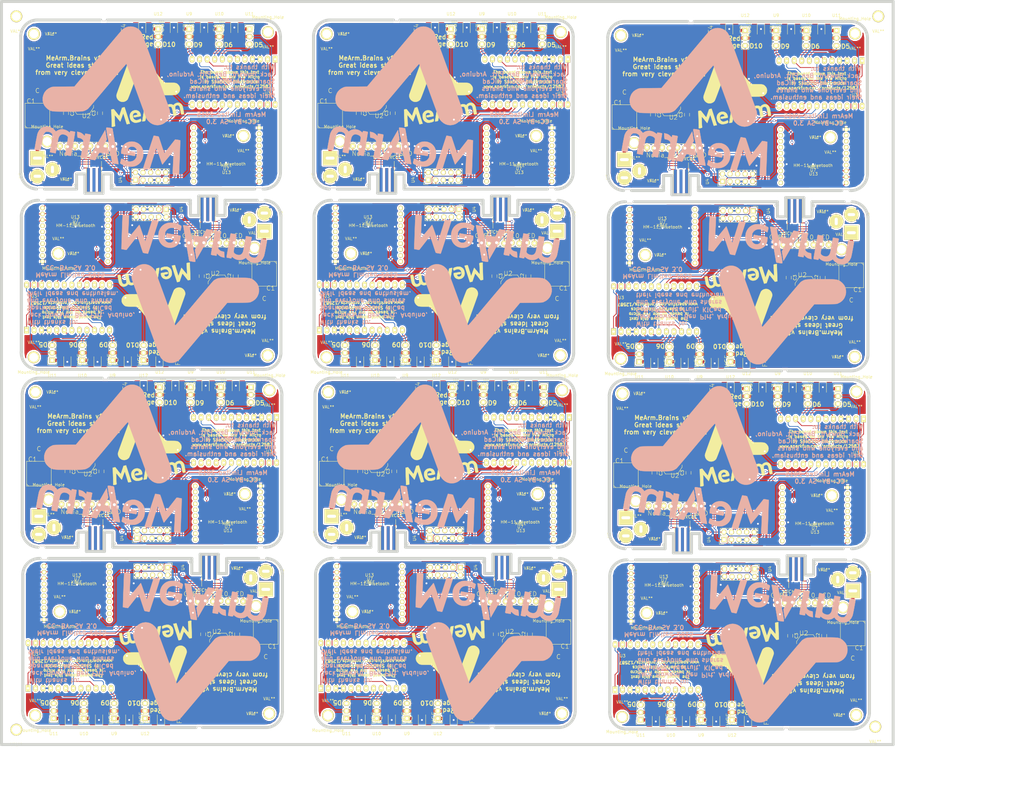
<source format=kicad_pcb>
(kicad_pcb (version 4) (host pcbnew "(2015-01-16 BZR 5376)-product")
  (layers (0 F.Cu signal) (1 In1.Cu signal) (2 In2.Cu signal) (31 B.Cu signal) (34 B.Paste user) (35 F.Paste user) (36 B.SilkS user) (37 F.SilkS user) (38 B.Mask user) (39 F.Mask user) (44 Edge.Cuts user))
  (net 0 "")
  (net 1 GND)
  (net 2 +6V)
  (net 3 +3V3)
  (net 4 I2C_SDA)
  (net 5 I2C_SCLK)
  (net 6 BT_TX)
  (net 7 BT_RX)
  (net 8 LCD_DC)
  (net 9 RIGHT)
  (net 10 LEFT)
  (net 11 LCD_RST)
  (net 12 LCD_CE)
  (net 13 WAIST)
  (net 14 CLAW)
  (net 15 MOSI_D16)
  (net 16 MISO_D14)
  (net 17 SCLK_D15)
  (net 18 A0)
  (net 19 A1)
  (net 20 A2)
  (net 21 A3)
  (net 22 RST)
  (net 23 "Net-(U7-Pad1)")
  (net 24 "Net-(U7-Pad3)")
  (net 25 "Net-(U7-Pad5)")
  (net 26 "Net-(U7-Pad6)")
  (net 27 "Net-(U7-Pad7)")
  (net 28 "Net-(U7-Pad8)")
  (net 29 "Net-(U7-Pad10)")
  (net 30 "Net-(U7-Pad13)")
  (net 31 "Net-(U7-Pad14)")
  (net 32 "Net-(U7-Pad15)")
  (net 33 "Net-(U7-Pad16)")
  (net 34 "Net-(U13-Pad4)")
  (net 35 "Net-(U13-Pad5)")
  (net 36 "Net-(U13-Pad6)")
  (net 37 "Net-(U13-Pad7)")
  (net 38 "Net-(U13-Pad8)")
  (net 39 "Net-(U13-Pad9)")
  (net 40 "Net-(U13-Pad12)")
  (net 41 "Net-(U13-Pad13)")
  (net 42 "Net-(U13-Pad14)")
  (net 43 "Net-(U13-Pad15)")
  (net 44 "Net-(U13-Pad16)")
  (net 45 "Net-(U13-Pad17)")
  (net 46 "Net-(U13-Pad18)")
  (net 47 "Net-(U13-Pad19)")
  (net 48 "Net-(U13-Pad20)")
  (net 49 "Net-(U3-Pad21)")
  (net 50 "Net-(F1-Pad1)")
  (net 51 "Net-(F2-Pad1)")
  (net 52 "Net-(F3-Pad1)")
  (net 53 "Net-(F4-Pad1)")
  (module Brains:Mounting_Hole (layer F.Cu) (at 15 255)
    (fp_text reference "" (at 0 -5) (layer F.SilkS))
    (fp_text value VAL** (at 0 5) (layer F.SilkS))
    (pad "" thru_hole circle (at 0 0) (size 4 4) (drill 3) (layers *.Cu *.Mask F.SilkS))
  )
  (module Brains:Mounting_Hole (layer F.Cu) (at 305 15)
    (fp_text reference "" (at 0 -5) (layer F.SilkS))
    (fp_text value VAL** (at 0 5) (layer F.SilkS))
    (pad "" thru_hole circle (at 0 0) (size 4 4) (drill 3) (layers *.Cu *.Mask F.SilkS))
  )
  (module Brains:Mounting_Hole (layer F.Cu) (at 304 254)
    (fp_text reference "" (at 0 -5) (layer F.SilkS))
    (fp_text value VAL** (at 0 5) (layer F.SilkS))
    (pad "" thru_hole circle (at 0 0) (size 4 4) (drill 3) (layers *.Cu *.Mask F.SilkS))
  )
  (module Brains:TinyDrillHole (layer F.Cu) (at 243.177 137.602)
    (fp_text reference "" (at 0 0) (layer F.SilkS))
    (fp_text value "" (at 0 0 90) (layer F.SilkS))
    (pad 2 thru_hole circle (at 0 0) (size 0.3 0.3) (drill 0.3) (layers *.Cu *.Mask F.SilkS))
  )
  (module Brains:TinyDrillHole (layer F.Cu) (at 242.796 137.602)
    (fp_text reference "" (at 0 0) (layer F.SilkS))
    (fp_text value "" (at 0 0 90) (layer F.SilkS))
    (pad 2 thru_hole circle (at 0 0) (size 0.3 0.3) (drill 0.3) (layers *.Cu *.Mask F.SilkS))
  )
  (module Brains:TinyDrillHole (layer F.Cu) (at 242.415 137.602)
    (fp_text reference "" (at 0 0) (layer F.SilkS))
    (fp_text value "" (at 0 0 90) (layer F.SilkS))
    (pad 2 thru_hole circle (at 0 0) (size 0.3 0.3) (drill 0.3) (layers *.Cu *.Mask F.SilkS))
  )
  (module Brains:TinyDrillHole (layer F.Cu) (at 242.034 137.602)
    (fp_text reference "" (at 0 0) (layer F.SilkS))
    (fp_text value "" (at 0 0 90) (layer F.SilkS))
    (pad 2 thru_hole circle (at 0 0) (size 0.3 0.3) (drill 0.3) (layers *.Cu *.Mask F.SilkS))
  )
  (module brains:MeArmLogo25mm (layer F.Cu) (at 257.147 160.716)
    (fp_text reference G*** hide)
    (fp_text value LOGO hide)
  )
  (module brains:MeArmLogo50mm (layer B.Cu) (at 243.685 164.399 180)
    (fp_text reference G*** hide)
    (fp_text value LOGO hide)
  )
  (module Brains:Fid (layer F.Cu) (at 284.325 176.21)
    (fp_text reference Fid (at 0 0) (layer F.SilkS))
    (fp_text value VAL** (at 0 0) (layer F.SilkS))
    (pad 1 smd circle (at 0 0) (size 1 1) (layers F.Cu F.Paste F.Mask) (clearance 1))
  )
  (module Brains:Fid (layer F.Cu) (at 229.715 190.815)
    (fp_text reference Fid (at 0 0) (layer F.SilkS))
    (fp_text value VAL** (at 0 0) (layer F.SilkS))
    (pad 1 smd circle (at 0 0) (size 1 1) (layers F.Cu F.Paste F.Mask) (clearance 1))
  )
  (module Capacitors_SMD:C_0805 (layer F.Cu) (at 249.4 141.92 90)
    (fp_text reference C4 hide)
    (fp_text value C)
    (pad 1 smd rect (at -1 0 90) (size 1 1.25) (layers F.Cu F.Paste F.Mask) (net 2 +6V))
    (pad 2 smd rect (at 1 0 90) (size 1 1.25) (layers F.Cu F.Paste F.Mask) (net 1 GND))
  )
  (module Capacitors_SMD:C_0805 (layer F.Cu) (at 241.145 168.59 90)
    (fp_text reference C3 (at 0 -2.1 90) (layer F.SilkS))
    (fp_text value 22uF)
    (pad 1 smd rect (at -1 0 90) (size 1 1.25) (layers F.Cu F.Paste F.Mask) (net 1 GND))
    (pad 2 smd rect (at 1 0 90) (size 1 1.25) (layers F.Cu F.Paste F.Mask) (net 3 +3V3))
  )
  (module Capacitors_SMD:C_0805 (layer F.Cu) (at 229.715 168.59 270)
    (fp_text reference C2 (at 0 -2.1 270) (layer F.SilkS))
    (fp_text value 10uF)
    (pad 1 smd rect (at -1 0 270) (size 1 1.25) (layers F.Cu F.Paste F.Mask) (net 2 +6V))
    (pad 2 smd rect (at 1 0 270) (size 1 1.25) (layers F.Cu F.Paste F.Mask) (net 1 GND))
  )
  (module Brains:Mounting_Hole (layer F.Cu) (at 289.405 176.21)
    (fp_text reference Mounting_Hole (at 0 -5) (layer F.SilkS))
    (fp_text value VAL** (at 0 5) (layer F.SilkS))
    (pad "" thru_hole circle (at 0 0) (size 4 4) (drill 3) (layers *.Cu *.Mask F.SilkS))
  )
  (module Brains:Mounting_Hole (layer F.Cu) (at 223.365 178.115)
    (fp_text reference Mounting_Hole (at 0 -5) (layer F.SilkS))
    (fp_text value VAL** (at 0 5) (layer F.SilkS))
    (pad "" thru_hole circle (at 0 0) (size 4 4) (drill 3) (layers *.Cu *.Mask F.SilkS))
  )
  (module Brains:Mounting_Hole (layer F.Cu) (at 297.66 141.285)
    (fp_text reference Mounting_Hole (at 0 -5) (layer F.SilkS))
    (fp_text value VAL** (at 0 5) (layer F.SilkS))
    (pad "" thru_hole circle (at 0 0) (size 4 4) (drill 3) (layers *.Cu *.Mask F.SilkS))
  )
  (module Brains:Mounting_Hole (layer F.Cu) (at 218.92 141.92)
    (fp_text reference "" (at 0 -5) (layer F.SilkS))
    (fp_text value VAL** (at 0 5) (layer F.SilkS))
    (pad "" thru_hole circle (at 0 0) (size 4 4) (drill 3) (layers *.Cu *.Mask F.SilkS))
  )
  (module Brains:Surface_Mount_1812_Polyfuse (layer F.Cu) (at 255.369 139.761 270)
    (fp_text reference F4 (at 0.05 6.25 270) (layer F.SilkS) (effects (font (size 1.5 1.5))))
    (fp_text value FUSE hide)
    (pad 1 smd rect (at 0 -2.17 270) (size 3.5 1.78) (layers F.Cu F.Paste F.Mask) (net 53 "Net-(F4-Pad1)"))
    (pad 2 smd rect (at 0 2.17 270) (size 3.5 1.78) (layers F.Cu F.Paste F.Mask) (net 1 GND))
  )
  (module Brains:Surface_Mount_1812_Polyfuse (layer F.Cu) (at 276.197 139.761 270)
    (fp_text reference F3 (at 0.05 6.25 270) (layer F.SilkS) (effects (font (size 1.5 1.5))))
    (fp_text value FUSE (at 0.05 4.15 270) (layer F.SilkS) (effects (font (size 1.5 1.5))))
    (pad 1 smd rect (at 0 -2.17 270) (size 3.5 1.78) (layers F.Cu F.Paste F.Mask) (net 52 "Net-(F3-Pad1)"))
    (pad 2 smd rect (at 0 2.17 270) (size 3.5 1.78) (layers F.Cu F.Paste F.Mask) (net 1 GND))
  )
  (module Brains:Surface_Mount_1812_Polyfuse (layer F.Cu) (at 266.037 139.761 270)
    (fp_text reference F2 (at 0.05 6.25 270) (layer F.SilkS) (effects (font (size 1.5 1.5))))
    (fp_text value FUSE (at 0.05 4.15 270) (layer F.SilkS) (effects (font (size 1.5 1.5))))
    (pad 1 smd rect (at 0 -2.17 270) (size 3.5 1.78) (layers F.Cu F.Paste F.Mask) (net 51 "Net-(F2-Pad1)"))
    (pad 2 smd rect (at 0 2.17 270) (size 3.5 1.78) (layers F.Cu F.Paste F.Mask) (net 1 GND))
  )
  (module Brains:Surface_Mount_1812_Polyfuse (layer F.Cu) (at 286.357 139.761 270)
    (fp_text reference F1 (at 0.05 6.25 270) (layer F.SilkS) (effects (font (size 1.5 1.5))))
    (fp_text value FUSE (at 0.05 4.15 270) (layer F.SilkS) (effects (font (size 1.5 1.5))))
    (pad 1 smd rect (at 0 -2.17 270) (size 3.5 1.78) (layers F.Cu F.Paste F.Mask) (net 50 "Net-(F1-Pad1)"))
    (pad 2 smd rect (at 0 2.17 270) (size 3.5 1.78) (layers F.Cu F.Paste F.Mask) (net 1 GND))
  )
  (module Pin_Headers:Pin_Header_Straight_1x03 (layer F.Cu) (at 260.703 140.269)
    (fp_text reference U12 (at 0 -5.1) (layer F.SilkS))
    (fp_text value "")
    (pad 1 thru_hole rect (at 0 0) (size 2.032 1.7272) (drill 1.016) (layers *.Cu *.Mask F.SilkS) (net 53 "Net-(F4-Pad1)"))
    (pad 2 thru_hole oval (at 0 2.54) (size 2.032 1.7272) (drill 1.016) (layers *.Cu *.Mask F.SilkS) (net 2 +6V))
    (pad 3 thru_hole oval (at 0 5.08) (size 2.032 1.7272) (drill 1.016) (layers *.Cu *.Mask F.SilkS) (net 14 CLAW))
  )
  (module Pin_Headers:Pin_Header_Straight_1x03 (layer F.Cu) (at 291.437 140.269)
    (fp_text reference U11 (at 0 -5.1) (layer F.SilkS))
    (fp_text value "")
    (pad 1 thru_hole rect (at 0 0) (size 2.032 1.7272) (drill 1.016) (layers *.Cu *.Mask F.SilkS) (net 52 "Net-(F3-Pad1)"))
    (pad 2 thru_hole oval (at 0 2.54) (size 2.032 1.7272) (drill 1.016) (layers *.Cu *.Mask F.SilkS) (net 2 +6V))
    (pad 3 thru_hole oval (at 0 5.08) (size 2.032 1.7272) (drill 1.016) (layers *.Cu *.Mask F.SilkS) (net 9 RIGHT))
  )
  (module Pin_Headers:Pin_Header_Straight_1x03 (layer F.Cu) (at 281.277 140.269)
    (fp_text reference U10 (at 0 -5.1) (layer F.SilkS))
    (fp_text value "")
    (pad 1 thru_hole rect (at 0 0) (size 2.032 1.7272) (drill 1.016) (layers *.Cu *.Mask F.SilkS) (net 51 "Net-(F2-Pad1)"))
    (pad 2 thru_hole oval (at 0 2.54) (size 2.032 1.7272) (drill 1.016) (layers *.Cu *.Mask F.SilkS) (net 2 +6V))
    (pad 3 thru_hole oval (at 0 5.08) (size 2.032 1.7272) (drill 1.016) (layers *.Cu *.Mask F.SilkS) (net 10 LEFT))
  )
  (module Pin_Headers:Pin_Header_Straight_1x03 (layer F.Cu) (at 271.117 140.269)
    (fp_text reference U9 (at 0 -5.1) (layer F.SilkS))
    (fp_text value "")
    (pad 1 thru_hole rect (at 0 0) (size 2.032 1.7272) (drill 1.016) (layers *.Cu *.Mask F.SilkS) (net 50 "Net-(F1-Pad1)"))
    (pad 2 thru_hole oval (at 0 2.54) (size 2.032 1.7272) (drill 1.016) (layers *.Cu *.Mask F.SilkS) (net 2 +6V))
    (pad 3 thru_hole oval (at 0 5.08) (size 2.032 1.7272) (drill 1.016) (layers *.Cu *.Mask F.SilkS) (net 13 WAIST))
  )
  (module SMD_Packages:SOT-223 (layer F.Cu) (at 235.43 164.399 180)
    (fp_text reference U8 (at 0 -0.762 180) (layer F.SilkS))
    (fp_text value AP1117_V_REG)
    (pad 4 smd rect (at 0 -3.302 180) (size 3.6576 2.032) (layers F.Cu F.Paste F.Mask))
    (pad 2 smd rect (at 0 3.302 180) (size 1.016 2.032) (layers F.Cu F.Paste F.Mask) (net 3 +3V3))
    (pad 3 smd rect (at 2.286 3.302 180) (size 1.016 2.032) (layers F.Cu F.Paste F.Mask) (net 2 +6V))
    (pad 1 smd rect (at -2.286 3.302 180) (size 1.016 2.032) (layers F.Cu F.Paste F.Mask) (net 1 GND))
  )
  (module Pin_Headers:Pin_Header_Straight_2x05 (layer F.Cu) (at 253.083 191.069 90)
    (fp_text reference U4 (at 0 -5.1 90) (layer F.SilkS))
    (fp_text value JoyConnectISP)
    (pad 1 thru_hole rect (at 0 0 90) (size 1.7272 1.7272) (drill 1.016) (layers *.Cu *.Mask F.SilkS) (net 4 I2C_SDA))
    (pad 2 thru_hole oval (at 2.54 0 90) (size 1.7272 1.7272) (drill 1.016) (layers *.Cu *.Mask F.SilkS) (net 3 +3V3))
    (pad 3 thru_hole oval (at 0 2.54 90) (size 1.7272 1.7272) (drill 1.016) (layers *.Cu *.Mask F.SilkS) (net 18 A0))
    (pad 4 thru_hole oval (at 2.54 2.54 90) (size 1.7272 1.7272) (drill 1.016) (layers *.Cu *.Mask F.SilkS) (net 21 A3))
    (pad 5 thru_hole oval (at 0 5.08 90) (size 1.7272 1.7272) (drill 1.016) (layers *.Cu *.Mask F.SilkS) (net 1 GND))
    (pad 6 thru_hole oval (at 2.54 5.08 90) (size 1.7272 1.7272) (drill 1.016) (layers *.Cu *.Mask F.SilkS) (net 20 A2))
    (pad 7 thru_hole oval (at 0 7.62 90) (size 1.7272 1.7272) (drill 1.016) (layers *.Cu *.Mask F.SilkS) (net 1 GND))
    (pad 8 thru_hole oval (at 2.54 7.62 90) (size 1.7272 1.7272) (drill 1.016) (layers *.Cu *.Mask F.SilkS) (net 19 A1))
    (pad 9 thru_hole oval (at 0 10.16 90) (size 1.7272 1.7272) (drill 1.016) (layers *.Cu *.Mask F.SilkS) (net 5 I2C_SCLK))
    (pad 10 thru_hole oval (at 2.54 10.16 90) (size 1.7272 1.7272) (drill 1.016) (layers *.Cu *.Mask F.SilkS) (net 1 GND))
  )
  (module Brains:EEE1CA471UP_Capacitor (layer F.Cu) (at 220.19 169.225 180)
    (fp_text reference C1 (at 2.25 4.7 180) (layer F.SilkS) (effects (font (size 1.5 1.5))))
    (fp_text value C (at 0.1 8.2 180) (layer F.SilkS) (effects (font (size 1.5 1.5))))
    (pad 1 smd rect (at 0 -3.25 180) (size 1.1 3.6) (layers F.Cu F.Paste F.Mask) (net 2 +6V))
    (pad 2 smd rect (at 0 3.25 180) (size 1.1 3.6) (layers F.Cu F.Paste F.Mask) (net 1 GND))
  )
  (module Fid (layer F.Cu) (at 224.635 141.92)
    (fp_text reference Fid (at 0 0) (layer F.SilkS))
    (fp_text value VAL** (at 0 0) (layer F.SilkS))
    (pad 1 smd circle (at 0 0) (size 1 1) (layers F.Cu F.Paste F.Mask) (clearance 1))
  )
  (module Brains:Nokia5510LCD (layer F.Cu) (at 236.573 177.099)
    (fp_text reference U2 (at 0 -7.62) (layer F.SilkS) (effects (font (size 1.5 1.5))))
    (fp_text value Nokia_5510_LCD (at 0 5.08) (layer F.SilkS) (effects (font (size 1.5 1.5))))
    (fp_text user GND (at 8.89 5.08) (layer F.SilkS) (effects (font (size 1.5 1.5))))
    (pad 1 thru_hole circle (at -8.89 2.54) (size 2 2) (drill 0.9) (layers *.Cu *.Mask F.SilkS) (net 11 LCD_RST))
    (pad 2 thru_hole circle (at -6.35 2.75) (size 2 2) (drill 1) (layers *.Cu *.Mask F.SilkS) (net 12 LCD_CE))
    (pad 3 thru_hole circle (at -3.81 2.54) (size 2 2) (drill 1) (layers *.Cu *.Mask F.SilkS) (net 8 LCD_DC))
    (pad 4 thru_hole circle (at -1.25 2.75) (size 2 2) (drill 1) (layers *.Cu *.Mask F.SilkS) (net 15 MOSI_D16))
    (pad 5 thru_hole circle (at 1.27 2.54) (size 2 2) (drill 1) (layers *.Cu *.Mask F.SilkS) (net 17 SCLK_D15))
    (pad 6 thru_hole circle (at 3.85 2.75) (size 2 2) (drill 1) (layers *.Cu *.Mask F.SilkS) (net 3 +3V3))
    (pad 7 thru_hole circle (at 6.35 2.54) (size 2 2) (drill 1) (layers *.Cu *.Mask F.SilkS) (net 3 +3V3))
    (pad 8 thru_hole rect (at 8.9 2.7) (size 2 2) (drill 1) (layers *.Cu *.Mask F.SilkS) (net 1 GND))
  )
  (module TinyDrillHole (layer F.Cu) (at 241.653 137.602)
    (fp_text reference "" (at 0 0) (layer F.SilkS))
    (fp_text value "" (at 0 0 90) (layer F.SilkS))
    (pad 2 thru_hole circle (at 0 0) (size 0.3 0.3) (drill 0.3) (layers *.Cu *.Mask F.SilkS))
  )
  (module TinyDrillHole (layer F.Cu) (at 293.85 193.736)
    (fp_text reference "" (at 0 0) (layer F.SilkS))
    (fp_text value "" (at 0 0 90) (layer F.SilkS))
    (pad 2 thru_hole circle (at 0 0) (size 0.3 0.3) (drill 0.3) (layers *.Cu *.Mask F.SilkS))
  )
  (module Brains:TinyDrillHole (layer F.Cu) (at 294.231 193.736)
    (fp_text reference "" (at 0 0) (layer F.SilkS))
    (fp_text value "" (at 0 0 90) (layer F.SilkS))
    (pad 2 thru_hole circle (at 0 0) (size 0.3 0.3) (drill 0.3) (layers *.Cu *.Mask F.SilkS))
  )
  (module Brains:TinyDrillHole (layer F.Cu) (at 294.612 193.736)
    (fp_text reference "" (at 0 0) (layer F.SilkS))
    (fp_text value "" (at 0 0 90) (layer F.SilkS))
    (pad 2 thru_hole circle (at 0 0) (size 0.3 0.3) (drill 0.3) (layers *.Cu *.Mask F.SilkS))
  )
  (module Brains:TinyDrillHole (layer F.Cu) (at 294.993 193.736)
    (fp_text reference "" (at 0 0) (layer F.SilkS))
    (fp_text value "" (at 0 0 90) (layer F.SilkS))
    (pad 2 thru_hole circle (at 0 0) (size 0.3 0.3) (drill 0.3) (layers *.Cu *.Mask F.SilkS))
  )
  (module Brains:TinyDrillHole (layer F.Cu) (at 295.374 193.736)
    (fp_text reference "" (at 0 0) (layer F.SilkS))
    (fp_text value "" (at 0 0 90) (layer F.SilkS))
    (pad 2 thru_hole circle (at 0 0) (size 0.3 0.3) (drill 0.3) (layers *.Cu *.Mask F.SilkS))
  )
  (module TinyDrillHole (layer F.Cu) (at 220.444 193.736)
    (fp_text reference "" (at 0 0) (layer F.SilkS))
    (fp_text value "" (at 0 0 90) (layer F.SilkS))
    (pad 2 thru_hole circle (at 0 0) (size 0.3 0.3) (drill 0.3) (layers *.Cu *.Mask F.SilkS))
  )
  (module Brains:TinyDrillHole (layer F.Cu) (at 220.825 193.736)
    (fp_text reference "" (at 0 0) (layer F.SilkS))
    (fp_text value "" (at 0 0 90) (layer F.SilkS))
    (pad 2 thru_hole circle (at 0 0) (size 0.3 0.3) (drill 0.3) (layers *.Cu *.Mask F.SilkS))
  )
  (module Brains:TinyDrillHole (layer F.Cu) (at 221.206 193.736)
    (fp_text reference "" (at 0 0) (layer F.SilkS))
    (fp_text value "" (at 0 0 90) (layer F.SilkS))
    (pad 2 thru_hole circle (at 0 0) (size 0.3 0.3) (drill 0.3) (layers *.Cu *.Mask F.SilkS))
  )
  (module Brains:TinyDrillHole (layer F.Cu) (at 221.587 193.736)
    (fp_text reference "" (at 0 0) (layer F.SilkS))
    (fp_text value "" (at 0 0 90) (layer F.SilkS))
    (pad 2 thru_hole circle (at 0 0) (size 0.3 0.3) (drill 0.3) (layers *.Cu *.Mask F.SilkS))
  )
  (module Brains:TinyDrillHole (layer F.Cu) (at 221.968 193.736)
    (fp_text reference "" (at 0 0) (layer F.SilkS))
    (fp_text value "" (at 0 0 90) (layer F.SilkS))
    (pad 2 thru_hole circle (at 0 0) (size 0.3 0.3) (drill 0.3) (layers *.Cu *.Mask F.SilkS))
  )
  (module Sockets_DIP:DIP-24__600_ELL (layer F.Cu) (at 286.103 158.049 180)
    (fp_text reference U3 (at -11.43 -3.81 180) (layer F.SilkS))
    (fp_text value promicro)
    (pad 1 thru_hole rect (at -13.97 7.62 180) (size 1.5748 2.286) (drill 0.8128) (layers *.Cu *.Mask F.SilkS) (net 6 BT_TX))
    (pad 2 thru_hole oval (at -11.43 7.62 180) (size 1.5748 2.286) (drill 0.8128) (layers *.Cu *.Mask F.SilkS) (net 7 BT_RX))
    (pad 3 thru_hole oval (at -8.89 7.62 180) (size 1.5748 2.286) (drill 0.8128) (layers *.Cu *.Mask F.SilkS) (net 1 GND))
    (pad 4 thru_hole oval (at -6.35 7.62 180) (size 1.5748 2.286) (drill 0.8128) (layers *.Cu *.Mask F.SilkS) (net 1 GND))
    (pad 5 thru_hole oval (at -3.81 7.62 180) (size 1.5748 2.286) (drill 0.8128) (layers *.Cu *.Mask F.SilkS) (net 4 I2C_SDA))
    (pad 6 thru_hole oval (at -1.27 7.62 180) (size 1.5748 2.286) (drill 0.8128) (layers *.Cu *.Mask F.SilkS) (net 5 I2C_SCLK))
    (pad 7 thru_hole oval (at 1.27 7.62 180) (size 1.5748 2.286) (drill 0.8128) (layers *.Cu *.Mask F.SilkS) (net 8 LCD_DC))
    (pad 8 thru_hole oval (at 3.81 7.62 180) (size 1.5748 2.286) (drill 0.8128) (layers *.Cu *.Mask F.SilkS) (net 9 RIGHT))
    (pad 9 thru_hole oval (at 6.35 7.62 180) (size 1.5748 2.286) (drill 0.8128) (layers *.Cu *.Mask F.SilkS) (net 10 LEFT))
    (pad 10 thru_hole oval (at 8.89 7.62 180) (size 1.5748 2.286) (drill 0.8128) (layers *.Cu *.Mask F.SilkS) (net 11 LCD_RST))
    (pad 11 thru_hole oval (at 11.43 7.62 180) (size 1.5748 2.286) (drill 0.8128) (layers *.Cu *.Mask F.SilkS) (net 12 LCD_CE))
    (pad 12 thru_hole oval (at 13.97 7.62 180) (size 1.5748 2.286) (drill 0.8128) (layers *.Cu *.Mask F.SilkS) (net 13 WAIST))
    (pad 13 thru_hole oval (at 13.97 -7.62 180) (size 1.5748 2.286) (drill 0.8128) (layers *.Cu *.Mask F.SilkS) (net 14 CLAW))
    (pad 14 thru_hole oval (at 11.43 -7.62 180) (size 1.5748 2.286) (drill 0.8128) (layers *.Cu *.Mask F.SilkS) (net 15 MOSI_D16))
    (pad 15 thru_hole oval (at 8.89 -7.62 180) (size 1.5748 2.286) (drill 0.8128) (layers *.Cu *.Mask F.SilkS) (net 16 MISO_D14))
    (pad 16 thru_hole oval (at 6.35 -7.62 180) (size 1.5748 2.286) (drill 0.8128) (layers *.Cu *.Mask F.SilkS) (net 17 SCLK_D15))
    (pad 17 thru_hole oval (at 3.81 -7.62 180) (size 1.5748 2.286) (drill 0.8128) (layers *.Cu *.Mask F.SilkS) (net 18 A0))
    (pad 18 thru_hole oval (at 1.27 -7.62 180) (size 1.5748 2.286) (drill 0.8128) (layers *.Cu *.Mask F.SilkS) (net 19 A1))
    (pad 19 thru_hole oval (at -1.27 -7.62 180) (size 1.5748 2.286) (drill 0.8128) (layers *.Cu *.Mask F.SilkS) (net 20 A2))
    (pad 20 thru_hole oval (at -3.81 -7.62 180) (size 1.5748 2.286) (drill 0.8128) (layers *.Cu *.Mask F.SilkS) (net 21 A3))
    (pad 21 thru_hole oval (at -6.35 -7.62 180) (size 1.5748 2.286) (drill 0.8128) (layers *.Cu *.Mask F.SilkS) (net 49 "Net-(U3-Pad21)"))
    (pad 22 thru_hole oval (at -8.89 -7.62 180) (size 1.5748 2.286) (drill 0.8128) (layers *.Cu *.Mask F.SilkS) (net 22 RST))
    (pad 23 thru_hole oval (at -11.43 -7.62 180) (size 1.5748 2.286) (drill 0.8128) (layers *.Cu *.Mask F.SilkS) (net 1 GND))
    (pad 24 thru_hole oval (at -13.97 -7.62 180) (size 1.5748 2.286) (drill 0.8128) (layers *.Cu *.Mask F.SilkS) (net 2 +6V))
  )
  (module WiiChuck (layer F.Cu) (at 239.113 184.719)
    (fp_text reference U1 (at 0 -2.54) (layer F.SilkS))
    (fp_text value WiiChuckCon (at 0 -1.27) (layer F.SilkS))
    (pad 1 smd rect (at -1.905 6.35) (size 1 8) (layers F.Cu F.Mask) (net 3 +3V3))
    (pad 2 smd rect (at 0 6.35) (size 1 8) (layers F.Cu F.Mask))
    (pad 3 smd rect (at 1.905 6.35) (size 1 8) (layers F.Cu F.Mask) (net 4 I2C_SDA))
    (pad 4 smd rect (at -1.905 6.35) (size 1 8) (layers B.Cu B.Paste B.Mask) (net 5 I2C_SCLK))
    (pad 5 smd rect (at 0 6.35) (size 1 8) (layers B.Cu B.Paste B.Mask))
    (pad 6 smd rect (at 1.905 6.35) (size 1 8) (layers B.Cu B.Paste B.Mask) (net 1 GND))
  )
  (module Brains:HM-11_BT (layer F.Cu) (at 283.563 179.639 180)
    (fp_text reference U7 (at 0 -7.62 180) (layer F.SilkS))
    (fp_text value HM-11_Bluetooth (at 0 -6 180) (layer F.SilkS))
    (pad 1 smd rect (at -6.5 -11.5 180) (size 2 1.2) (layers F.Cu F.Mask) (net 23 "Net-(U7-Pad1)"))
    (pad 2 smd rect (at -6.5 -10 180) (size 2 1.2) (layers F.Cu F.Mask) (net 6 BT_TX))
    (pad 3 smd rect (at -6.5 -8.5 180) (size 2 1.2) (layers F.Cu F.Mask) (net 24 "Net-(U7-Pad3)"))
    (pad 4 smd rect (at -6.5 -7 180) (size 2 1.2) (layers F.Cu F.Mask) (net 7 BT_RX))
    (pad 5 smd rect (at -6.5 -5.5 180) (size 2 1.2) (layers F.Cu F.Mask) (net 25 "Net-(U7-Pad5)"))
    (pad 6 smd rect (at -6.5 -4 180) (size 2 1.2) (layers F.Cu F.Mask) (net 26 "Net-(U7-Pad6)"))
    (pad 7 smd rect (at -6.5 -2.5 180) (size 2 1.2) (layers F.Cu F.Mask) (net 27 "Net-(U7-Pad7)"))
    (pad 8 smd rect (at -6.5 -1 180) (size 2 1.2) (layers F.Cu F.Mask) (net 28 "Net-(U7-Pad8)"))
    (pad 9 smd rect (at 7 -1 180) (size 2 1.2) (layers F.Cu F.Mask) (net 3 +3V3))
    (pad 10 smd rect (at 7 -2.5 180) (size 2 1.2) (layers F.Cu F.Mask) (net 29 "Net-(U7-Pad10)"))
    (pad 11 smd rect (at 7 -4 180) (size 2 1.2) (layers F.Cu F.Mask) (net 22 RST))
    (pad 12 smd rect (at 7 -5.5 180) (size 2 1.2) (layers F.Cu F.Mask) (net 1 GND))
    (pad 13 smd rect (at 7 -7 180) (size 2 1.2) (layers F.Cu F.Mask) (net 30 "Net-(U7-Pad13)"))
    (pad 14 smd rect (at 7 -8.5 180) (size 2 1.2) (layers F.Cu F.Mask) (net 31 "Net-(U7-Pad14)"))
    (pad 15 smd rect (at 7 -10 180) (size 2 1.2) (layers F.Cu F.Mask) (net 32 "Net-(U7-Pad15)"))
    (pad 16 smd rect (at 7 -11.5 180) (size 2 1.2) (layers F.Cu F.Mask) (net 33 "Net-(U7-Pad16)"))
  )
  (module Brains:XBEE (layer F.Cu) (at 283.69 180.02 180)
    (fp_text reference U13 (at 0 -8.5 360) (layer F.SilkS))
    (fp_text value XBEE (at 0 -6.096 180) (layer F.SilkS))
    (pad 1 thru_hole circle (at -11 -11.5 180) (size 1.5 1.5) (drill 0.8) (layers *.Cu *.Mask F.SilkS) (net 3 +3V3))
    (pad 2 thru_hole circle (at -11 -9.5 180) (size 1.5 1.5) (drill 0.8) (layers *.Cu *.Mask F.SilkS) (net 6 BT_TX))
    (pad 3 thru_hole circle (at -11 -7.5 180) (size 1.5 1.5) (drill 0.8) (layers *.Cu *.Mask F.SilkS) (net 7 BT_RX))
    (pad 4 thru_hole circle (at -11 -5.5 180) (size 1.5 1.5) (drill 0.8) (layers *.Cu *.Mask F.SilkS) (net 34 "Net-(U13-Pad4)"))
    (pad 5 thru_hole circle (at -11 -3.5 180) (size 1.5 1.5) (drill 0.8) (layers *.Cu *.Mask F.SilkS) (net 35 "Net-(U13-Pad5)"))
    (pad 6 thru_hole circle (at -11 -1.5 180) (size 1.5 1.5) (drill 0.8) (layers *.Cu *.Mask F.SilkS) (net 36 "Net-(U13-Pad6)"))
    (pad 7 thru_hole circle (at -11 0.5 180) (size 1.5 1.5) (drill 0.8) (layers *.Cu *.Mask F.SilkS) (net 37 "Net-(U13-Pad7)"))
    (pad 8 thru_hole circle (at -11 2.5 180) (size 1.5 1.5) (drill 0.8) (layers *.Cu *.Mask F.SilkS) (net 38 "Net-(U13-Pad8)"))
    (pad 9 thru_hole circle (at -11 4.5 180) (size 1.5 1.5) (drill 0.8) (layers *.Cu *.Mask F.SilkS) (net 39 "Net-(U13-Pad9)"))
    (pad 10 thru_hole circle (at -11 6.5 180) (size 1.5 1.5) (drill 0.8) (layers *.Cu *.Mask F.SilkS) (net 1 GND))
    (pad 11 thru_hole circle (at 11 6.5 180) (size 1.5 1.5) (drill 0.8) (layers *.Cu *.Mask F.SilkS))
    (pad 12 thru_hole circle (at 11 4.5 180) (size 1.5 1.5) (drill 0.8) (layers *.Cu *.Mask F.SilkS) (net 40 "Net-(U13-Pad12)"))
    (pad 13 thru_hole circle (at 11 2.5 180) (size 1.5 1.5) (drill 0.8) (layers *.Cu *.Mask F.SilkS) (net 41 "Net-(U13-Pad13)"))
    (pad 14 thru_hole circle (at 11 0.5 180) (size 1.5 1.5) (drill 0.8) (layers *.Cu *.Mask F.SilkS) (net 42 "Net-(U13-Pad14)"))
    (pad 15 thru_hole circle (at 11 -1.5 180) (size 1.5 1.5) (drill 0.8) (layers *.Cu *.Mask F.SilkS) (net 43 "Net-(U13-Pad15)"))
    (pad 16 thru_hole circle (at 11 -3.5 180) (size 1.5 1.5) (drill 0.8) (layers *.Cu *.Mask F.SilkS) (net 44 "Net-(U13-Pad16)"))
    (pad 17 thru_hole circle (at 11 -5.5 180) (size 1.5 1.5) (drill 0.8) (layers *.Cu *.Mask F.SilkS) (net 45 "Net-(U13-Pad17)"))
    (pad 18 thru_hole circle (at 11 -7.5 180) (size 1.5 1.5) (drill 0.8) (layers *.Cu *.Mask F.SilkS) (net 46 "Net-(U13-Pad18)"))
    (pad 19 thru_hole circle (at 11 -9.5 180) (size 1.5 1.5) (drill 0.8) (layers *.Cu *.Mask F.SilkS) (net 47 "Net-(U13-Pad19)"))
    (pad 20 thru_hole circle (at 11 -11.5 180) (size 1.5 1.5) (drill 0.8) (layers *.Cu *.Mask F.SilkS) (net 48 "Net-(U13-Pad20)"))
  )
  (module Connect:JACK_ALIM (layer F.Cu) (at 220.063 189.799 90)
    (fp_text reference U5 (at 0.254 -5.588 90) (layer F.SilkS))
    (fp_text value JACK_2MM1)
    (pad 2 thru_hole circle (at 0 0 90) (size 4.8006 4.8006) (drill oval 1.016 2.54) (layers *.Cu *.Mask F.SilkS) (net 1 GND))
    (pad 1 thru_hole rect (at 6.096 0 90) (size 4.8006 4.8006) (drill oval 1.016 3) (layers *.Cu *.Mask F.SilkS) (net 2 +6V))
    (pad 3 thru_hole circle (at 2.286 5.08 90) (size 4.8006 4.8006) (drill oval 2.54 1.016) (layers *.Cu *.Mask F.SilkS) (net 1 GND))
  )
  (module Connect:JACK_ALIM (layer F.Cu) (at 296.437 202.201 270)
    (fp_text reference U5 (at 0.254 -5.588 270) (layer F.SilkS))
    (fp_text value JACK_2MM1)
    (pad 2 thru_hole circle (at 0 0 270) (size 4.8006 4.8006) (drill oval 1.016 2.54) (layers *.Cu *.Mask F.SilkS) (net 1 GND))
    (pad 1 thru_hole rect (at 6.096 0 270) (size 4.8006 4.8006) (drill oval 1.016 3) (layers *.Cu *.Mask F.SilkS) (net 2 +6V))
    (pad 3 thru_hole circle (at 2.286 5.08 270) (size 4.8006 4.8006) (drill oval 2.54 1.016) (layers *.Cu *.Mask F.SilkS) (net 1 GND))
  )
  (module Brains:XBEE (layer F.Cu) (at 232.81 211.98)
    (fp_text reference U13 (at 0 -8.5 180) (layer F.SilkS))
    (fp_text value XBEE (at 0 -6.096) (layer F.SilkS))
    (pad 1 thru_hole circle (at -11 -11.5) (size 1.5 1.5) (drill 0.8) (layers *.Cu *.Mask F.SilkS) (net 3 +3V3))
    (pad 2 thru_hole circle (at -11 -9.5) (size 1.5 1.5) (drill 0.8) (layers *.Cu *.Mask F.SilkS) (net 6 BT_TX))
    (pad 3 thru_hole circle (at -11 -7.5) (size 1.5 1.5) (drill 0.8) (layers *.Cu *.Mask F.SilkS) (net 7 BT_RX))
    (pad 4 thru_hole circle (at -11 -5.5) (size 1.5 1.5) (drill 0.8) (layers *.Cu *.Mask F.SilkS) (net 34 "Net-(U13-Pad4)"))
    (pad 5 thru_hole circle (at -11 -3.5) (size 1.5 1.5) (drill 0.8) (layers *.Cu *.Mask F.SilkS) (net 35 "Net-(U13-Pad5)"))
    (pad 6 thru_hole circle (at -11 -1.5) (size 1.5 1.5) (drill 0.8) (layers *.Cu *.Mask F.SilkS) (net 36 "Net-(U13-Pad6)"))
    (pad 7 thru_hole circle (at -11 0.5) (size 1.5 1.5) (drill 0.8) (layers *.Cu *.Mask F.SilkS) (net 37 "Net-(U13-Pad7)"))
    (pad 8 thru_hole circle (at -11 2.5) (size 1.5 1.5) (drill 0.8) (layers *.Cu *.Mask F.SilkS) (net 38 "Net-(U13-Pad8)"))
    (pad 9 thru_hole circle (at -11 4.5) (size 1.5 1.5) (drill 0.8) (layers *.Cu *.Mask F.SilkS) (net 39 "Net-(U13-Pad9)"))
    (pad 10 thru_hole circle (at -11 6.5) (size 1.5 1.5) (drill 0.8) (layers *.Cu *.Mask F.SilkS) (net 1 GND))
    (pad 11 thru_hole circle (at 11 6.5) (size 1.5 1.5) (drill 0.8) (layers *.Cu *.Mask F.SilkS))
    (pad 12 thru_hole circle (at 11 4.5) (size 1.5 1.5) (drill 0.8) (layers *.Cu *.Mask F.SilkS) (net 40 "Net-(U13-Pad12)"))
    (pad 13 thru_hole circle (at 11 2.5) (size 1.5 1.5) (drill 0.8) (layers *.Cu *.Mask F.SilkS) (net 41 "Net-(U13-Pad13)"))
    (pad 14 thru_hole circle (at 11 0.5) (size 1.5 1.5) (drill 0.8) (layers *.Cu *.Mask F.SilkS) (net 42 "Net-(U13-Pad14)"))
    (pad 15 thru_hole circle (at 11 -1.5) (size 1.5 1.5) (drill 0.8) (layers *.Cu *.Mask F.SilkS) (net 43 "Net-(U13-Pad15)"))
    (pad 16 thru_hole circle (at 11 -3.5) (size 1.5 1.5) (drill 0.8) (layers *.Cu *.Mask F.SilkS) (net 44 "Net-(U13-Pad16)"))
    (pad 17 thru_hole circle (at 11 -5.5) (size 1.5 1.5) (drill 0.8) (layers *.Cu *.Mask F.SilkS) (net 45 "Net-(U13-Pad17)"))
    (pad 18 thru_hole circle (at 11 -7.5) (size 1.5 1.5) (drill 0.8) (layers *.Cu *.Mask F.SilkS) (net 46 "Net-(U13-Pad18)"))
    (pad 19 thru_hole circle (at 11 -9.5) (size 1.5 1.5) (drill 0.8) (layers *.Cu *.Mask F.SilkS) (net 47 "Net-(U13-Pad19)"))
    (pad 20 thru_hole circle (at 11 -11.5) (size 1.5 1.5) (drill 0.8) (layers *.Cu *.Mask F.SilkS) (net 48 "Net-(U13-Pad20)"))
  )
  (module Brains:HM-11_BT (layer F.Cu) (at 232.937 212.361)
    (fp_text reference U7 (at 0 -7.62) (layer F.SilkS))
    (fp_text value HM-11_Bluetooth (at 0 -6) (layer F.SilkS))
    (pad 1 smd rect (at -6.5 -11.5) (size 2 1.2) (layers F.Cu F.Mask) (net 23 "Net-(U7-Pad1)"))
    (pad 2 smd rect (at -6.5 -10) (size 2 1.2) (layers F.Cu F.Mask) (net 6 BT_TX))
    (pad 3 smd rect (at -6.5 -8.5) (size 2 1.2) (layers F.Cu F.Mask) (net 24 "Net-(U7-Pad3)"))
    (pad 4 smd rect (at -6.5 -7) (size 2 1.2) (layers F.Cu F.Mask) (net 7 BT_RX))
    (pad 5 smd rect (at -6.5 -5.5) (size 2 1.2) (layers F.Cu F.Mask) (net 25 "Net-(U7-Pad5)"))
    (pad 6 smd rect (at -6.5 -4) (size 2 1.2) (layers F.Cu F.Mask) (net 26 "Net-(U7-Pad6)"))
    (pad 7 smd rect (at -6.5 -2.5) (size 2 1.2) (layers F.Cu F.Mask) (net 27 "Net-(U7-Pad7)"))
    (pad 8 smd rect (at -6.5 -1) (size 2 1.2) (layers F.Cu F.Mask) (net 28 "Net-(U7-Pad8)"))
    (pad 9 smd rect (at 7 -1) (size 2 1.2) (layers F.Cu F.Mask) (net 3 +3V3))
    (pad 10 smd rect (at 7 -2.5) (size 2 1.2) (layers F.Cu F.Mask) (net 29 "Net-(U7-Pad10)"))
    (pad 11 smd rect (at 7 -4) (size 2 1.2) (layers F.Cu F.Mask) (net 22 RST))
    (pad 12 smd rect (at 7 -5.5) (size 2 1.2) (layers F.Cu F.Mask) (net 1 GND))
    (pad 13 smd rect (at 7 -7) (size 2 1.2) (layers F.Cu F.Mask) (net 30 "Net-(U7-Pad13)"))
    (pad 14 smd rect (at 7 -8.5) (size 2 1.2) (layers F.Cu F.Mask) (net 31 "Net-(U7-Pad14)"))
    (pad 15 smd rect (at 7 -10) (size 2 1.2) (layers F.Cu F.Mask) (net 32 "Net-(U7-Pad15)"))
    (pad 16 smd rect (at 7 -11.5) (size 2 1.2) (layers F.Cu F.Mask) (net 33 "Net-(U7-Pad16)"))
  )
  (module WiiChuck (layer F.Cu) (at 277.387 207.281 180)
    (fp_text reference U1 (at 0 -2.54 180) (layer F.SilkS))
    (fp_text value WiiChuckCon (at 0 -1.27 180) (layer F.SilkS))
    (pad 1 smd rect (at -1.905 6.35 180) (size 1 8) (layers F.Cu F.Mask) (net 3 +3V3))
    (pad 2 smd rect (at 0 6.35 180) (size 1 8) (layers F.Cu F.Mask))
    (pad 3 smd rect (at 1.905 6.35 180) (size 1 8) (layers F.Cu F.Mask) (net 4 I2C_SDA))
    (pad 4 smd rect (at -1.905 6.35 180) (size 1 8) (layers B.Cu B.Paste B.Mask) (net 5 I2C_SCLK))
    (pad 5 smd rect (at 0 6.35 180) (size 1 8) (layers B.Cu B.Paste B.Mask))
    (pad 6 smd rect (at 1.905 6.35 180) (size 1 8) (layers B.Cu B.Paste B.Mask) (net 1 GND))
  )
  (module Sockets_DIP:DIP-24__600_ELL (layer F.Cu) (at 230.397 233.951)
    (fp_text reference U3 (at -11.43 -3.81) (layer F.SilkS))
    (fp_text value promicro)
    (pad 1 thru_hole rect (at -13.97 7.62) (size 1.5748 2.286) (drill 0.8128) (layers *.Cu *.Mask F.SilkS) (net 6 BT_TX))
    (pad 2 thru_hole oval (at -11.43 7.62) (size 1.5748 2.286) (drill 0.8128) (layers *.Cu *.Mask F.SilkS) (net 7 BT_RX))
    (pad 3 thru_hole oval (at -8.89 7.62) (size 1.5748 2.286) (drill 0.8128) (layers *.Cu *.Mask F.SilkS) (net 1 GND))
    (pad 4 thru_hole oval (at -6.35 7.62) (size 1.5748 2.286) (drill 0.8128) (layers *.Cu *.Mask F.SilkS) (net 1 GND))
    (pad 5 thru_hole oval (at -3.81 7.62) (size 1.5748 2.286) (drill 0.8128) (layers *.Cu *.Mask F.SilkS) (net 4 I2C_SDA))
    (pad 6 thru_hole oval (at -1.27 7.62) (size 1.5748 2.286) (drill 0.8128) (layers *.Cu *.Mask F.SilkS) (net 5 I2C_SCLK))
    (pad 7 thru_hole oval (at 1.27 7.62) (size 1.5748 2.286) (drill 0.8128) (layers *.Cu *.Mask F.SilkS) (net 8 LCD_DC))
    (pad 8 thru_hole oval (at 3.81 7.62) (size 1.5748 2.286) (drill 0.8128) (layers *.Cu *.Mask F.SilkS) (net 9 RIGHT))
    (pad 9 thru_hole oval (at 6.35 7.62) (size 1.5748 2.286) (drill 0.8128) (layers *.Cu *.Mask F.SilkS) (net 10 LEFT))
    (pad 10 thru_hole oval (at 8.89 7.62) (size 1.5748 2.286) (drill 0.8128) (layers *.Cu *.Mask F.SilkS) (net 11 LCD_RST))
    (pad 11 thru_hole oval (at 11.43 7.62) (size 1.5748 2.286) (drill 0.8128) (layers *.Cu *.Mask F.SilkS) (net 12 LCD_CE))
    (pad 12 thru_hole oval (at 13.97 7.62) (size 1.5748 2.286) (drill 0.8128) (layers *.Cu *.Mask F.SilkS) (net 13 WAIST))
    (pad 13 thru_hole oval (at 13.97 -7.62) (size 1.5748 2.286) (drill 0.8128) (layers *.Cu *.Mask F.SilkS) (net 14 CLAW))
    (pad 14 thru_hole oval (at 11.43 -7.62) (size 1.5748 2.286) (drill 0.8128) (layers *.Cu *.Mask F.SilkS) (net 15 MOSI_D16))
    (pad 15 thru_hole oval (at 8.89 -7.62) (size 1.5748 2.286) (drill 0.8128) (layers *.Cu *.Mask F.SilkS) (net 16 MISO_D14))
    (pad 16 thru_hole oval (at 6.35 -7.62) (size 1.5748 2.286) (drill 0.8128) (layers *.Cu *.Mask F.SilkS) (net 17 SCLK_D15))
    (pad 17 thru_hole oval (at 3.81 -7.62) (size 1.5748 2.286) (drill 0.8128) (layers *.Cu *.Mask F.SilkS) (net 18 A0))
    (pad 18 thru_hole oval (at 1.27 -7.62) (size 1.5748 2.286) (drill 0.8128) (layers *.Cu *.Mask F.SilkS) (net 19 A1))
    (pad 19 thru_hole oval (at -1.27 -7.62) (size 1.5748 2.286) (drill 0.8128) (layers *.Cu *.Mask F.SilkS) (net 20 A2))
    (pad 20 thru_hole oval (at -3.81 -7.62) (size 1.5748 2.286) (drill 0.8128) (layers *.Cu *.Mask F.SilkS) (net 21 A3))
    (pad 21 thru_hole oval (at -6.35 -7.62) (size 1.5748 2.286) (drill 0.8128) (layers *.Cu *.Mask F.SilkS) (net 49 "Net-(U3-Pad21)"))
    (pad 22 thru_hole oval (at -8.89 -7.62) (size 1.5748 2.286) (drill 0.8128) (layers *.Cu *.Mask F.SilkS) (net 22 RST))
    (pad 23 thru_hole oval (at -11.43 -7.62) (size 1.5748 2.286) (drill 0.8128) (layers *.Cu *.Mask F.SilkS) (net 1 GND))
    (pad 24 thru_hole oval (at -13.97 -7.62) (size 1.5748 2.286) (drill 0.8128) (layers *.Cu *.Mask F.SilkS) (net 2 +6V))
  )
  (module Brains:TinyDrillHole (layer F.Cu) (at 294.532 198.264 180)
    (fp_text reference "" (at 0 0 180) (layer F.SilkS))
    (fp_text value "" (at 0 0 270) (layer F.SilkS))
    (pad 2 thru_hole circle (at 0 0 180) (size 0.3 0.3) (drill 0.3) (layers *.Cu *.Mask F.SilkS))
  )
  (module Brains:TinyDrillHole (layer F.Cu) (at 294.913 198.264 180)
    (fp_text reference "" (at 0 0 180) (layer F.SilkS))
    (fp_text value "" (at 0 0 270) (layer F.SilkS))
    (pad 2 thru_hole circle (at 0 0 180) (size 0.3 0.3) (drill 0.3) (layers *.Cu *.Mask F.SilkS))
  )
  (module Brains:TinyDrillHole (layer F.Cu) (at 295.294 198.264 180)
    (fp_text reference "" (at 0 0 180) (layer F.SilkS))
    (fp_text value "" (at 0 0 270) (layer F.SilkS))
    (pad 2 thru_hole circle (at 0 0 180) (size 0.3 0.3) (drill 0.3) (layers *.Cu *.Mask F.SilkS))
  )
  (module Brains:TinyDrillHole (layer F.Cu) (at 295.675 198.264 180)
    (fp_text reference "" (at 0 0 180) (layer F.SilkS))
    (fp_text value "" (at 0 0 270) (layer F.SilkS))
    (pad 2 thru_hole circle (at 0 0 180) (size 0.3 0.3) (drill 0.3) (layers *.Cu *.Mask F.SilkS))
  )
  (module TinyDrillHole (layer F.Cu) (at 296.056 198.264 180)
    (fp_text reference "" (at 0 0 180) (layer F.SilkS))
    (fp_text value "" (at 0 0 270) (layer F.SilkS))
    (pad 2 thru_hole circle (at 0 0 180) (size 0.3 0.3) (drill 0.3) (layers *.Cu *.Mask F.SilkS))
  )
  (module Brains:TinyDrillHole (layer F.Cu) (at 221.126 198.264 180)
    (fp_text reference "" (at 0 0 180) (layer F.SilkS))
    (fp_text value "" (at 0 0 270) (layer F.SilkS))
    (pad 2 thru_hole circle (at 0 0 180) (size 0.3 0.3) (drill 0.3) (layers *.Cu *.Mask F.SilkS))
  )
  (module Brains:TinyDrillHole (layer F.Cu) (at 221.507 198.264 180)
    (fp_text reference "" (at 0 0 180) (layer F.SilkS))
    (fp_text value "" (at 0 0 270) (layer F.SilkS))
    (pad 2 thru_hole circle (at 0 0 180) (size 0.3 0.3) (drill 0.3) (layers *.Cu *.Mask F.SilkS))
  )
  (module Brains:TinyDrillHole (layer F.Cu) (at 221.888 198.264 180)
    (fp_text reference "" (at 0 0 180) (layer F.SilkS))
    (fp_text value "" (at 0 0 270) (layer F.SilkS))
    (pad 2 thru_hole circle (at 0 0 180) (size 0.3 0.3) (drill 0.3) (layers *.Cu *.Mask F.SilkS))
  )
  (module Brains:TinyDrillHole (layer F.Cu) (at 222.269 198.264 180)
    (fp_text reference "" (at 0 0 180) (layer F.SilkS))
    (fp_text value "" (at 0 0 270) (layer F.SilkS))
    (pad 2 thru_hole circle (at 0 0 180) (size 0.3 0.3) (drill 0.3) (layers *.Cu *.Mask F.SilkS))
  )
  (module TinyDrillHole (layer F.Cu) (at 222.65 198.264 180)
    (fp_text reference "" (at 0 0 180) (layer F.SilkS))
    (fp_text value "" (at 0 0 270) (layer F.SilkS))
    (pad 2 thru_hole circle (at 0 0 180) (size 0.3 0.3) (drill 0.3) (layers *.Cu *.Mask F.SilkS))
  )
  (module TinyDrillHole (layer F.Cu) (at 274.847 254.398 180)
    (fp_text reference "" (at 0 0 180) (layer F.SilkS))
    (fp_text value "" (at 0 0 270) (layer F.SilkS))
    (pad 2 thru_hole circle (at 0 0 180) (size 0.3 0.3) (drill 0.3) (layers *.Cu *.Mask F.SilkS))
  )
  (module Brains:Nokia5510LCD (layer F.Cu) (at 279.927 214.901 180)
    (fp_text reference U2 (at 0 -7.62 180) (layer F.SilkS) (effects (font (size 1.5 1.5))))
    (fp_text value Nokia_5510_LCD (at 0 5.08 180) (layer F.SilkS) (effects (font (size 1.5 1.5))))
    (fp_text user GND (at 8.89 5.08 180) (layer F.SilkS) (effects (font (size 1.5 1.5))))
    (pad 1 thru_hole circle (at -8.89 2.54 180) (size 2 2) (drill 0.9) (layers *.Cu *.Mask F.SilkS) (net 11 LCD_RST))
    (pad 2 thru_hole circle (at -6.35 2.75 180) (size 2 2) (drill 1) (layers *.Cu *.Mask F.SilkS) (net 12 LCD_CE))
    (pad 3 thru_hole circle (at -3.81 2.54 180) (size 2 2) (drill 1) (layers *.Cu *.Mask F.SilkS) (net 8 LCD_DC))
    (pad 4 thru_hole circle (at -1.25 2.75 180) (size 2 2) (drill 1) (layers *.Cu *.Mask F.SilkS) (net 15 MOSI_D16))
    (pad 5 thru_hole circle (at 1.27 2.54 180) (size 2 2) (drill 1) (layers *.Cu *.Mask F.SilkS) (net 17 SCLK_D15))
    (pad 6 thru_hole circle (at 3.85 2.75 180) (size 2 2) (drill 1) (layers *.Cu *.Mask F.SilkS) (net 3 +3V3))
    (pad 7 thru_hole circle (at 6.35 2.54 180) (size 2 2) (drill 1) (layers *.Cu *.Mask F.SilkS) (net 3 +3V3))
    (pad 8 thru_hole rect (at 8.9 2.7 180) (size 2 2) (drill 1) (layers *.Cu *.Mask F.SilkS) (net 1 GND))
  )
  (module Fid (layer F.Cu) (at 291.865 250.08 180)
    (fp_text reference Fid (at 0 0 180) (layer F.SilkS))
    (fp_text value VAL** (at 0 0 180) (layer F.SilkS))
    (pad 1 smd circle (at 0 0 180) (size 1 1) (layers F.Cu F.Paste F.Mask) (clearance 1))
  )
  (module Brains:EEE1CA471UP_Capacitor (layer F.Cu) (at 296.31 222.775)
    (fp_text reference C1 (at 2.25 4.7) (layer F.SilkS) (effects (font (size 1.5 1.5))))
    (fp_text value C (at 0.1 8.2) (layer F.SilkS) (effects (font (size 1.5 1.5))))
    (pad 1 smd rect (at 0 -3.25) (size 1.1 3.6) (layers F.Cu F.Paste F.Mask) (net 2 +6V))
    (pad 2 smd rect (at 0 3.25) (size 1.1 3.6) (layers F.Cu F.Paste F.Mask) (net 1 GND))
  )
  (module Pin_Headers:Pin_Header_Straight_2x05 (layer F.Cu) (at 263.417 200.931 270)
    (fp_text reference U4 (at 0 -5.1 270) (layer F.SilkS))
    (fp_text value JoyConnectISP)
    (pad 1 thru_hole rect (at 0 0 270) (size 1.7272 1.7272) (drill 1.016) (layers *.Cu *.Mask F.SilkS) (net 4 I2C_SDA))
    (pad 2 thru_hole oval (at 2.54 0 270) (size 1.7272 1.7272) (drill 1.016) (layers *.Cu *.Mask F.SilkS) (net 3 +3V3))
    (pad 3 thru_hole oval (at 0 2.54 270) (size 1.7272 1.7272) (drill 1.016) (layers *.Cu *.Mask F.SilkS) (net 18 A0))
    (pad 4 thru_hole oval (at 2.54 2.54 270) (size 1.7272 1.7272) (drill 1.016) (layers *.Cu *.Mask F.SilkS) (net 21 A3))
    (pad 5 thru_hole oval (at 0 5.08 270) (size 1.7272 1.7272) (drill 1.016) (layers *.Cu *.Mask F.SilkS) (net 1 GND))
    (pad 6 thru_hole oval (at 2.54 5.08 270) (size 1.7272 1.7272) (drill 1.016) (layers *.Cu *.Mask F.SilkS) (net 20 A2))
    (pad 7 thru_hole oval (at 0 7.62 270) (size 1.7272 1.7272) (drill 1.016) (layers *.Cu *.Mask F.SilkS) (net 1 GND))
    (pad 8 thru_hole oval (at 2.54 7.62 270) (size 1.7272 1.7272) (drill 1.016) (layers *.Cu *.Mask F.SilkS) (net 19 A1))
    (pad 9 thru_hole oval (at 0 10.16 270) (size 1.7272 1.7272) (drill 1.016) (layers *.Cu *.Mask F.SilkS) (net 5 I2C_SCLK))
    (pad 10 thru_hole oval (at 2.54 10.16 270) (size 1.7272 1.7272) (drill 1.016) (layers *.Cu *.Mask F.SilkS) (net 1 GND))
  )
  (module SMD_Packages:SOT-223 (layer F.Cu) (at 281.07 227.601)
    (fp_text reference U8 (at 0 -0.762) (layer F.SilkS))
    (fp_text value AP1117_V_REG)
    (pad 4 smd rect (at 0 -3.302) (size 3.6576 2.032) (layers F.Cu F.Paste F.Mask))
    (pad 2 smd rect (at 0 3.302) (size 1.016 2.032) (layers F.Cu F.Paste F.Mask) (net 3 +3V3))
    (pad 3 smd rect (at 2.286 3.302) (size 1.016 2.032) (layers F.Cu F.Paste F.Mask) (net 2 +6V))
    (pad 1 smd rect (at -2.286 3.302) (size 1.016 2.032) (layers F.Cu F.Paste F.Mask) (net 1 GND))
  )
  (module Pin_Headers:Pin_Header_Straight_1x03 (layer F.Cu) (at 245.383 251.731 180)
    (fp_text reference U9 (at 0 -5.1 180) (layer F.SilkS))
    (fp_text value "")
    (pad 1 thru_hole rect (at 0 0 180) (size 2.032 1.7272) (drill 1.016) (layers *.Cu *.Mask F.SilkS) (net 50 "Net-(F1-Pad1)"))
    (pad 2 thru_hole oval (at 0 2.54 180) (size 2.032 1.7272) (drill 1.016) (layers *.Cu *.Mask F.SilkS) (net 2 +6V))
    (pad 3 thru_hole oval (at 0 5.08 180) (size 2.032 1.7272) (drill 1.016) (layers *.Cu *.Mask F.SilkS) (net 13 WAIST))
  )
  (module Pin_Headers:Pin_Header_Straight_1x03 (layer F.Cu) (at 235.223 251.731 180)
    (fp_text reference U10 (at 0 -5.1 180) (layer F.SilkS))
    (fp_text value "")
    (pad 1 thru_hole rect (at 0 0 180) (size 2.032 1.7272) (drill 1.016) (layers *.Cu *.Mask F.SilkS) (net 51 "Net-(F2-Pad1)"))
    (pad 2 thru_hole oval (at 0 2.54 180) (size 2.032 1.7272) (drill 1.016) (layers *.Cu *.Mask F.SilkS) (net 2 +6V))
    (pad 3 thru_hole oval (at 0 5.08 180) (size 2.032 1.7272) (drill 1.016) (layers *.Cu *.Mask F.SilkS) (net 10 LEFT))
  )
  (module Pin_Headers:Pin_Header_Straight_1x03 (layer F.Cu) (at 225.063 251.731 180)
    (fp_text reference U11 (at 0 -5.1 180) (layer F.SilkS))
    (fp_text value "")
    (pad 1 thru_hole rect (at 0 0 180) (size 2.032 1.7272) (drill 1.016) (layers *.Cu *.Mask F.SilkS) (net 52 "Net-(F3-Pad1)"))
    (pad 2 thru_hole oval (at 0 2.54 180) (size 2.032 1.7272) (drill 1.016) (layers *.Cu *.Mask F.SilkS) (net 2 +6V))
    (pad 3 thru_hole oval (at 0 5.08 180) (size 2.032 1.7272) (drill 1.016) (layers *.Cu *.Mask F.SilkS) (net 9 RIGHT))
  )
  (module Pin_Headers:Pin_Header_Straight_1x03 (layer F.Cu) (at 255.797 251.731 180)
    (fp_text reference U12 (at 0 -5.1 180) (layer F.SilkS))
    (fp_text value "")
    (pad 1 thru_hole rect (at 0 0 180) (size 2.032 1.7272) (drill 1.016) (layers *.Cu *.Mask F.SilkS) (net 53 "Net-(F4-Pad1)"))
    (pad 2 thru_hole oval (at 0 2.54 180) (size 2.032 1.7272) (drill 1.016) (layers *.Cu *.Mask F.SilkS) (net 2 +6V))
    (pad 3 thru_hole oval (at 0 5.08 180) (size 2.032 1.7272) (drill 1.016) (layers *.Cu *.Mask F.SilkS) (net 14 CLAW))
  )
  (module Brains:Surface_Mount_1812_Polyfuse (layer F.Cu) (at 230.143 252.239 90)
    (fp_text reference F1 (at 0.05 6.25 90) (layer F.SilkS) (effects (font (size 1.5 1.5))))
    (fp_text value FUSE (at 0.05 4.15 90) (layer F.SilkS) (effects (font (size 1.5 1.5))))
    (pad 1 smd rect (at 0 -2.17 90) (size 3.5 1.78) (layers F.Cu F.Paste F.Mask) (net 50 "Net-(F1-Pad1)"))
    (pad 2 smd rect (at 0 2.17 90) (size 3.5 1.78) (layers F.Cu F.Paste F.Mask) (net 1 GND))
  )
  (module Brains:Surface_Mount_1812_Polyfuse (layer F.Cu) (at 250.463 252.239 90)
    (fp_text reference F2 (at 0.05 6.25 90) (layer F.SilkS) (effects (font (size 1.5 1.5))))
    (fp_text value FUSE (at 0.05 4.15 90) (layer F.SilkS) (effects (font (size 1.5 1.5))))
    (pad 1 smd rect (at 0 -2.17 90) (size 3.5 1.78) (layers F.Cu F.Paste F.Mask) (net 51 "Net-(F2-Pad1)"))
    (pad 2 smd rect (at 0 2.17 90) (size 3.5 1.78) (layers F.Cu F.Paste F.Mask) (net 1 GND))
  )
  (module Brains:Surface_Mount_1812_Polyfuse (layer F.Cu) (at 240.303 252.239 90)
    (fp_text reference F3 (at 0.05 6.25 90) (layer F.SilkS) (effects (font (size 1.5 1.5))))
    (fp_text value FUSE (at 0.05 4.15 90) (layer F.SilkS) (effects (font (size 1.5 1.5))))
    (pad 1 smd rect (at 0 -2.17 90) (size 3.5 1.78) (layers F.Cu F.Paste F.Mask) (net 52 "Net-(F3-Pad1)"))
    (pad 2 smd rect (at 0 2.17 90) (size 3.5 1.78) (layers F.Cu F.Paste F.Mask) (net 1 GND))
  )
  (module Brains:Surface_Mount_1812_Polyfuse (layer F.Cu) (at 261.131 252.239 90)
    (fp_text reference F4 (at 0.05 6.25 90) (layer F.SilkS) (effects (font (size 1.5 1.5))))
    (fp_text value FUSE hide)
    (pad 1 smd rect (at 0 -2.17 90) (size 3.5 1.78) (layers F.Cu F.Paste F.Mask) (net 53 "Net-(F4-Pad1)"))
    (pad 2 smd rect (at 0 2.17 90) (size 3.5 1.78) (layers F.Cu F.Paste F.Mask) (net 1 GND))
  )
  (module Brains:Mounting_Hole (layer F.Cu) (at 297.58 250.08 180)
    (fp_text reference "" (at 0 -5 180) (layer F.SilkS))
    (fp_text value VAL** (at 0 5 180) (layer F.SilkS))
    (pad "" thru_hole circle (at 0 0 180) (size 4 4) (drill 3) (layers *.Cu *.Mask F.SilkS))
  )
  (module Brains:Mounting_Hole (layer F.Cu) (at 218.84 250.715 180)
    (fp_text reference Mounting_Hole (at 0 -5 180) (layer F.SilkS))
    (fp_text value VAL** (at 0 5 180) (layer F.SilkS))
    (pad "" thru_hole circle (at 0 0 180) (size 4 4) (drill 3) (layers *.Cu *.Mask F.SilkS))
  )
  (module Brains:Mounting_Hole (layer F.Cu) (at 293.135 213.885 180)
    (fp_text reference Mounting_Hole (at 0 -5 180) (layer F.SilkS))
    (fp_text value VAL** (at 0 5 180) (layer F.SilkS))
    (pad "" thru_hole circle (at 0 0 180) (size 4 4) (drill 3) (layers *.Cu *.Mask F.SilkS))
  )
  (module Brains:Mounting_Hole (layer F.Cu) (at 227.095 215.79 180)
    (fp_text reference Mounting_Hole (at 0 -5 180) (layer F.SilkS))
    (fp_text value VAL** (at 0 5 180) (layer F.SilkS))
    (pad "" thru_hole circle (at 0 0 180) (size 4 4) (drill 3) (layers *.Cu *.Mask F.SilkS))
  )
  (module Capacitors_SMD:C_0805 (layer F.Cu) (at 286.785 223.41 90)
    (fp_text reference C2 (at 0 -2.1 90) (layer F.SilkS))
    (fp_text value 10uF)
    (pad 1 smd rect (at -1 0 90) (size 1 1.25) (layers F.Cu F.Paste F.Mask) (net 2 +6V))
    (pad 2 smd rect (at 1 0 90) (size 1 1.25) (layers F.Cu F.Paste F.Mask) (net 1 GND))
  )
  (module Capacitors_SMD:C_0805 (layer F.Cu) (at 275.355 223.41 270)
    (fp_text reference C3 (at 0 -2.1 270) (layer F.SilkS))
    (fp_text value 22uF)
    (pad 1 smd rect (at -1 0 270) (size 1 1.25) (layers F.Cu F.Paste F.Mask) (net 1 GND))
    (pad 2 smd rect (at 1 0 270) (size 1 1.25) (layers F.Cu F.Paste F.Mask) (net 3 +3V3))
  )
  (module Capacitors_SMD:C_0805 (layer F.Cu) (at 267.1 250.08 270)
    (fp_text reference C4 hide)
    (fp_text value C)
    (pad 1 smd rect (at -1 0 270) (size 1 1.25) (layers F.Cu F.Paste F.Mask) (net 2 +6V))
    (pad 2 smd rect (at 1 0 270) (size 1 1.25) (layers F.Cu F.Paste F.Mask) (net 1 GND))
  )
  (module Brains:Fid (layer F.Cu) (at 286.785 201.185 180)
    (fp_text reference Fid (at 0 0 180) (layer F.SilkS))
    (fp_text value VAL** (at 0 0 180) (layer F.SilkS))
    (pad 1 smd circle (at 0 0 180) (size 1 1) (layers F.Cu F.Paste F.Mask) (clearance 1))
  )
  (module Brains:Fid (layer F.Cu) (at 232.175 215.79 180)
    (fp_text reference Fid (at 0 0 180) (layer F.SilkS))
    (fp_text value VAL** (at 0 0 180) (layer F.SilkS))
    (pad 1 smd circle (at 0 0 180) (size 1 1) (layers F.Cu F.Paste F.Mask) (clearance 1))
  )
  (module brains:MeArmLogo50mm (layer B.Cu) (at 272.815 227.601)
    (fp_text reference G*** hide)
    (fp_text value LOGO hide)
  )
  (module brains:MeArmLogo25mm (layer F.Cu) (at 259.353 231.284 180)
    (fp_text reference G*** hide)
    (fp_text value LOGO hide)
  )
  (module Brains:TinyDrillHole (layer F.Cu) (at 274.466 254.398 180)
    (fp_text reference "" (at 0 0 180) (layer F.SilkS))
    (fp_text value "" (at 0 0 270) (layer F.SilkS))
    (pad 2 thru_hole circle (at 0 0 180) (size 0.3 0.3) (drill 0.3) (layers *.Cu *.Mask F.SilkS))
  )
  (module Brains:TinyDrillHole (layer F.Cu) (at 274.085 254.398 180)
    (fp_text reference "" (at 0 0 180) (layer F.SilkS))
    (fp_text value "" (at 0 0 270) (layer F.SilkS))
    (pad 2 thru_hole circle (at 0 0 180) (size 0.3 0.3) (drill 0.3) (layers *.Cu *.Mask F.SilkS))
  )
  (module Brains:TinyDrillHole (layer F.Cu) (at 273.704 254.398 180)
    (fp_text reference "" (at 0 0 180) (layer F.SilkS))
    (fp_text value "" (at 0 0 270) (layer F.SilkS))
    (pad 2 thru_hole circle (at 0 0 180) (size 0.3 0.3) (drill 0.3) (layers *.Cu *.Mask F.SilkS))
  )
  (module Brains:TinyDrillHole (layer F.Cu) (at 273.323 254.398 180)
    (fp_text reference "" (at 0 0 180) (layer F.SilkS))
    (fp_text value "" (at 0 0 270) (layer F.SilkS))
    (pad 2 thru_hole circle (at 0 0 180) (size 0.3 0.3) (drill 0.3) (layers *.Cu *.Mask F.SilkS))
  )
  (module Brains:TinyDrillHole (layer F.Cu) (at 272.823 133.898 180)
    (fp_text reference "" (at 0 0 180) (layer F.SilkS))
    (fp_text value "" (at 0 0 270) (layer F.SilkS))
    (pad 2 thru_hole circle (at 0 0 180) (size 0.3 0.3) (drill 0.3) (layers *.Cu *.Mask F.SilkS))
  )
  (module Brains:TinyDrillHole (layer F.Cu) (at 273.204 133.898 180)
    (fp_text reference "" (at 0 0 180) (layer F.SilkS))
    (fp_text value "" (at 0 0 270) (layer F.SilkS))
    (pad 2 thru_hole circle (at 0 0 180) (size 0.3 0.3) (drill 0.3) (layers *.Cu *.Mask F.SilkS))
  )
  (module Brains:TinyDrillHole (layer F.Cu) (at 273.585 133.898 180)
    (fp_text reference "" (at 0 0 180) (layer F.SilkS))
    (fp_text value "" (at 0 0 270) (layer F.SilkS))
    (pad 2 thru_hole circle (at 0 0 180) (size 0.3 0.3) (drill 0.3) (layers *.Cu *.Mask F.SilkS))
  )
  (module Brains:TinyDrillHole (layer F.Cu) (at 273.966 133.898 180)
    (fp_text reference "" (at 0 0 180) (layer F.SilkS))
    (fp_text value "" (at 0 0 270) (layer F.SilkS))
    (pad 2 thru_hole circle (at 0 0 180) (size 0.3 0.3) (drill 0.3) (layers *.Cu *.Mask F.SilkS))
  )
  (module brains:MeArmLogo25mm (layer F.Cu) (at 258.853 110.784 180)
    (fp_text reference G*** hide)
    (fp_text value LOGO hide)
  )
  (module brains:MeArmLogo50mm (layer B.Cu) (at 272.315 107.101)
    (fp_text reference G*** hide)
    (fp_text value LOGO hide)
  )
  (module Brains:Fid (layer F.Cu) (at 231.675 95.29 180)
    (fp_text reference Fid (at 0 0 180) (layer F.SilkS))
    (fp_text value VAL** (at 0 0 180) (layer F.SilkS))
    (pad 1 smd circle (at 0 0 180) (size 1 1) (layers F.Cu F.Paste F.Mask) (clearance 1))
  )
  (module Brains:Fid (layer F.Cu) (at 286.285 80.685 180)
    (fp_text reference Fid (at 0 0 180) (layer F.SilkS))
    (fp_text value VAL** (at 0 0 180) (layer F.SilkS))
    (pad 1 smd circle (at 0 0 180) (size 1 1) (layers F.Cu F.Paste F.Mask) (clearance 1))
  )
  (module Capacitors_SMD:C_0805 (layer F.Cu) (at 266.6 129.58 270)
    (fp_text reference C4 hide)
    (fp_text value C)
    (pad 1 smd rect (at -1 0 270) (size 1 1.25) (layers F.Cu F.Paste F.Mask) (net 2 +6V))
    (pad 2 smd rect (at 1 0 270) (size 1 1.25) (layers F.Cu F.Paste F.Mask) (net 1 GND))
  )
  (module Capacitors_SMD:C_0805 (layer F.Cu) (at 274.855 102.91 270)
    (fp_text reference C3 (at 0 -2.1 270) (layer F.SilkS))
    (fp_text value 22uF)
    (pad 1 smd rect (at -1 0 270) (size 1 1.25) (layers F.Cu F.Paste F.Mask) (net 1 GND))
    (pad 2 smd rect (at 1 0 270) (size 1 1.25) (layers F.Cu F.Paste F.Mask) (net 3 +3V3))
  )
  (module Capacitors_SMD:C_0805 (layer F.Cu) (at 286.285 102.91 90)
    (fp_text reference C2 (at 0 -2.1 90) (layer F.SilkS))
    (fp_text value 10uF)
    (pad 1 smd rect (at -1 0 90) (size 1 1.25) (layers F.Cu F.Paste F.Mask) (net 2 +6V))
    (pad 2 smd rect (at 1 0 90) (size 1 1.25) (layers F.Cu F.Paste F.Mask) (net 1 GND))
  )
  (module Brains:Mounting_Hole (layer F.Cu) (at 226.595 95.29 180)
    (fp_text reference Mounting_Hole (at 0 -5 180) (layer F.SilkS))
    (fp_text value VAL** (at 0 5 180) (layer F.SilkS))
    (pad "" thru_hole circle (at 0 0 180) (size 4 4) (drill 3) (layers *.Cu *.Mask F.SilkS))
  )
  (module Brains:Mounting_Hole (layer F.Cu) (at 292.635 93.385 180)
    (fp_text reference Mounting_Hole (at 0 -5 180) (layer F.SilkS))
    (fp_text value VAL** (at 0 5 180) (layer F.SilkS))
    (pad "" thru_hole circle (at 0 0 180) (size 4 4) (drill 3) (layers *.Cu *.Mask F.SilkS))
  )
  (module Brains:Mounting_Hole (layer F.Cu) (at 218.34 130.215 180)
    (fp_text reference Mounting_Hole (at 0 -5 180) (layer F.SilkS))
    (fp_text value VAL** (at 0 5 180) (layer F.SilkS))
    (pad "" thru_hole circle (at 0 0 180) (size 4 4) (drill 3) (layers *.Cu *.Mask F.SilkS))
  )
  (module Brains:Mounting_Hole (layer F.Cu) (at 297.08 129.58 180)
    (fp_text reference "" (at 0 -5 180) (layer F.SilkS))
    (fp_text value VAL** (at 0 5 180) (layer F.SilkS))
    (pad "" thru_hole circle (at 0 0 180) (size 4 4) (drill 3) (layers *.Cu *.Mask F.SilkS))
  )
  (module Brains:Surface_Mount_1812_Polyfuse (layer F.Cu) (at 260.631 131.739 90)
    (fp_text reference F4 (at 0.05 6.25 90) (layer F.SilkS) (effects (font (size 1.5 1.5))))
    (fp_text value FUSE hide)
    (pad 1 smd rect (at 0 -2.17 90) (size 3.5 1.78) (layers F.Cu F.Paste F.Mask) (net 53 "Net-(F4-Pad1)"))
    (pad 2 smd rect (at 0 2.17 90) (size 3.5 1.78) (layers F.Cu F.Paste F.Mask) (net 1 GND))
  )
  (module Brains:Surface_Mount_1812_Polyfuse (layer F.Cu) (at 239.803 131.739 90)
    (fp_text reference F3 (at 0.05 6.25 90) (layer F.SilkS) (effects (font (size 1.5 1.5))))
    (fp_text value FUSE (at 0.05 4.15 90) (layer F.SilkS) (effects (font (size 1.5 1.5))))
    (pad 1 smd rect (at 0 -2.17 90) (size 3.5 1.78) (layers F.Cu F.Paste F.Mask) (net 52 "Net-(F3-Pad1)"))
    (pad 2 smd rect (at 0 2.17 90) (size 3.5 1.78) (layers F.Cu F.Paste F.Mask) (net 1 GND))
  )
  (module Brains:Surface_Mount_1812_Polyfuse (layer F.Cu) (at 249.963 131.739 90)
    (fp_text reference F2 (at 0.05 6.25 90) (layer F.SilkS) (effects (font (size 1.5 1.5))))
    (fp_text value FUSE (at 0.05 4.15 90) (layer F.SilkS) (effects (font (size 1.5 1.5))))
    (pad 1 smd rect (at 0 -2.17 90) (size 3.5 1.78) (layers F.Cu F.Paste F.Mask) (net 51 "Net-(F2-Pad1)"))
    (pad 2 smd rect (at 0 2.17 90) (size 3.5 1.78) (layers F.Cu F.Paste F.Mask) (net 1 GND))
  )
  (module Brains:Surface_Mount_1812_Polyfuse (layer F.Cu) (at 229.643 131.739 90)
    (fp_text reference F1 (at 0.05 6.25 90) (layer F.SilkS) (effects (font (size 1.5 1.5))))
    (fp_text value FUSE (at 0.05 4.15 90) (layer F.SilkS) (effects (font (size 1.5 1.5))))
    (pad 1 smd rect (at 0 -2.17 90) (size 3.5 1.78) (layers F.Cu F.Paste F.Mask) (net 50 "Net-(F1-Pad1)"))
    (pad 2 smd rect (at 0 2.17 90) (size 3.5 1.78) (layers F.Cu F.Paste F.Mask) (net 1 GND))
  )
  (module Pin_Headers:Pin_Header_Straight_1x03 (layer F.Cu) (at 255.297 131.231 180)
    (fp_text reference U12 (at 0 -5.1 180) (layer F.SilkS))
    (fp_text value "")
    (pad 1 thru_hole rect (at 0 0 180) (size 2.032 1.7272) (drill 1.016) (layers *.Cu *.Mask F.SilkS) (net 53 "Net-(F4-Pad1)"))
    (pad 2 thru_hole oval (at 0 2.54 180) (size 2.032 1.7272) (drill 1.016) (layers *.Cu *.Mask F.SilkS) (net 2 +6V))
    (pad 3 thru_hole oval (at 0 5.08 180) (size 2.032 1.7272) (drill 1.016) (layers *.Cu *.Mask F.SilkS) (net 14 CLAW))
  )
  (module Pin_Headers:Pin_Header_Straight_1x03 (layer F.Cu) (at 224.563 131.231 180)
    (fp_text reference U11 (at 0 -5.1 180) (layer F.SilkS))
    (fp_text value "")
    (pad 1 thru_hole rect (at 0 0 180) (size 2.032 1.7272) (drill 1.016) (layers *.Cu *.Mask F.SilkS) (net 52 "Net-(F3-Pad1)"))
    (pad 2 thru_hole oval (at 0 2.54 180) (size 2.032 1.7272) (drill 1.016) (layers *.Cu *.Mask F.SilkS) (net 2 +6V))
    (pad 3 thru_hole oval (at 0 5.08 180) (size 2.032 1.7272) (drill 1.016) (layers *.Cu *.Mask F.SilkS) (net 9 RIGHT))
  )
  (module Pin_Headers:Pin_Header_Straight_1x03 (layer F.Cu) (at 234.723 131.231 180)
    (fp_text reference U10 (at 0 -5.1 180) (layer F.SilkS))
    (fp_text value "")
    (pad 1 thru_hole rect (at 0 0 180) (size 2.032 1.7272) (drill 1.016) (layers *.Cu *.Mask F.SilkS) (net 51 "Net-(F2-Pad1)"))
    (pad 2 thru_hole oval (at 0 2.54 180) (size 2.032 1.7272) (drill 1.016) (layers *.Cu *.Mask F.SilkS) (net 2 +6V))
    (pad 3 thru_hole oval (at 0 5.08 180) (size 2.032 1.7272) (drill 1.016) (layers *.Cu *.Mask F.SilkS) (net 10 LEFT))
  )
  (module Pin_Headers:Pin_Header_Straight_1x03 (layer F.Cu) (at 244.883 131.231 180)
    (fp_text reference U9 (at 0 -5.1 180) (layer F.SilkS))
    (fp_text value "")
    (pad 1 thru_hole rect (at 0 0 180) (size 2.032 1.7272) (drill 1.016) (layers *.Cu *.Mask F.SilkS) (net 50 "Net-(F1-Pad1)"))
    (pad 2 thru_hole oval (at 0 2.54 180) (size 2.032 1.7272) (drill 1.016) (layers *.Cu *.Mask F.SilkS) (net 2 +6V))
    (pad 3 thru_hole oval (at 0 5.08 180) (size 2.032 1.7272) (drill 1.016) (layers *.Cu *.Mask F.SilkS) (net 13 WAIST))
  )
  (module SMD_Packages:SOT-223 (layer F.Cu) (at 280.57 107.101)
    (fp_text reference U8 (at 0 -0.762) (layer F.SilkS))
    (fp_text value AP1117_V_REG)
    (pad 4 smd rect (at 0 -3.302) (size 3.6576 2.032) (layers F.Cu F.Paste F.Mask))
    (pad 2 smd rect (at 0 3.302) (size 1.016 2.032) (layers F.Cu F.Paste F.Mask) (net 3 +3V3))
    (pad 3 smd rect (at 2.286 3.302) (size 1.016 2.032) (layers F.Cu F.Paste F.Mask) (net 2 +6V))
    (pad 1 smd rect (at -2.286 3.302) (size 1.016 2.032) (layers F.Cu F.Paste F.Mask) (net 1 GND))
  )
  (module Pin_Headers:Pin_Header_Straight_2x05 (layer F.Cu) (at 262.917 80.431 270)
    (fp_text reference U4 (at 0 -5.1 270) (layer F.SilkS))
    (fp_text value JoyConnectISP)
    (pad 1 thru_hole rect (at 0 0 270) (size 1.7272 1.7272) (drill 1.016) (layers *.Cu *.Mask F.SilkS) (net 4 I2C_SDA))
    (pad 2 thru_hole oval (at 2.54 0 270) (size 1.7272 1.7272) (drill 1.016) (layers *.Cu *.Mask F.SilkS) (net 3 +3V3))
    (pad 3 thru_hole oval (at 0 2.54 270) (size 1.7272 1.7272) (drill 1.016) (layers *.Cu *.Mask F.SilkS) (net 18 A0))
    (pad 4 thru_hole oval (at 2.54 2.54 270) (size 1.7272 1.7272) (drill 1.016) (layers *.Cu *.Mask F.SilkS) (net 21 A3))
    (pad 5 thru_hole oval (at 0 5.08 270) (size 1.7272 1.7272) (drill 1.016) (layers *.Cu *.Mask F.SilkS) (net 1 GND))
    (pad 6 thru_hole oval (at 2.54 5.08 270) (size 1.7272 1.7272) (drill 1.016) (layers *.Cu *.Mask F.SilkS) (net 20 A2))
    (pad 7 thru_hole oval (at 0 7.62 270) (size 1.7272 1.7272) (drill 1.016) (layers *.Cu *.Mask F.SilkS) (net 1 GND))
    (pad 8 thru_hole oval (at 2.54 7.62 270) (size 1.7272 1.7272) (drill 1.016) (layers *.Cu *.Mask F.SilkS) (net 19 A1))
    (pad 9 thru_hole oval (at 0 10.16 270) (size 1.7272 1.7272) (drill 1.016) (layers *.Cu *.Mask F.SilkS) (net 5 I2C_SCLK))
    (pad 10 thru_hole oval (at 2.54 10.16 270) (size 1.7272 1.7272) (drill 1.016) (layers *.Cu *.Mask F.SilkS) (net 1 GND))
  )
  (module Brains:EEE1CA471UP_Capacitor (layer F.Cu) (at 295.81 102.275)
    (fp_text reference C1 (at 2.25 4.7) (layer F.SilkS) (effects (font (size 1.5 1.5))))
    (fp_text value C (at 0.1 8.2) (layer F.SilkS) (effects (font (size 1.5 1.5))))
    (pad 1 smd rect (at 0 -3.25) (size 1.1 3.6) (layers F.Cu F.Paste F.Mask) (net 2 +6V))
    (pad 2 smd rect (at 0 3.25) (size 1.1 3.6) (layers F.Cu F.Paste F.Mask) (net 1 GND))
  )
  (module Fid (layer F.Cu) (at 291.365 129.58 180)
    (fp_text reference Fid (at 0 0 180) (layer F.SilkS))
    (fp_text value VAL** (at 0 0 180) (layer F.SilkS))
    (pad 1 smd circle (at 0 0 180) (size 1 1) (layers F.Cu F.Paste F.Mask) (clearance 1))
  )
  (module Brains:Nokia5510LCD (layer F.Cu) (at 279.427 94.401 180)
    (fp_text reference U2 (at 0 -7.62 180) (layer F.SilkS) (effects (font (size 1.5 1.5))))
    (fp_text value Nokia_5510_LCD (at 0 5.08 180) (layer F.SilkS) (effects (font (size 1.5 1.5))))
    (fp_text user GND (at 8.89 5.08 180) (layer F.SilkS) (effects (font (size 1.5 1.5))))
    (pad 1 thru_hole circle (at -8.89 2.54 180) (size 2 2) (drill 0.9) (layers *.Cu *.Mask F.SilkS) (net 11 LCD_RST))
    (pad 2 thru_hole circle (at -6.35 2.75 180) (size 2 2) (drill 1) (layers *.Cu *.Mask F.SilkS) (net 12 LCD_CE))
    (pad 3 thru_hole circle (at -3.81 2.54 180) (size 2 2) (drill 1) (layers *.Cu *.Mask F.SilkS) (net 8 LCD_DC))
    (pad 4 thru_hole circle (at -1.25 2.75 180) (size 2 2) (drill 1) (layers *.Cu *.Mask F.SilkS) (net 15 MOSI_D16))
    (pad 5 thru_hole circle (at 1.27 2.54 180) (size 2 2) (drill 1) (layers *.Cu *.Mask F.SilkS) (net 17 SCLK_D15))
    (pad 6 thru_hole circle (at 3.85 2.75 180) (size 2 2) (drill 1) (layers *.Cu *.Mask F.SilkS) (net 3 +3V3))
    (pad 7 thru_hole circle (at 6.35 2.54 180) (size 2 2) (drill 1) (layers *.Cu *.Mask F.SilkS) (net 3 +3V3))
    (pad 8 thru_hole rect (at 8.9 2.7 180) (size 2 2) (drill 1) (layers *.Cu *.Mask F.SilkS) (net 1 GND))
  )
  (module TinyDrillHole (layer F.Cu) (at 274.347 133.898 180)
    (fp_text reference "" (at 0 0 180) (layer F.SilkS))
    (fp_text value "" (at 0 0 270) (layer F.SilkS))
    (pad 2 thru_hole circle (at 0 0 180) (size 0.3 0.3) (drill 0.3) (layers *.Cu *.Mask F.SilkS))
  )
  (module TinyDrillHole (layer F.Cu) (at 222.15 77.764 180)
    (fp_text reference "" (at 0 0 180) (layer F.SilkS))
    (fp_text value "" (at 0 0 270) (layer F.SilkS))
    (pad 2 thru_hole circle (at 0 0 180) (size 0.3 0.3) (drill 0.3) (layers *.Cu *.Mask F.SilkS))
  )
  (module Brains:TinyDrillHole (layer F.Cu) (at 221.769 77.764 180)
    (fp_text reference "" (at 0 0 180) (layer F.SilkS))
    (fp_text value "" (at 0 0 270) (layer F.SilkS))
    (pad 2 thru_hole circle (at 0 0 180) (size 0.3 0.3) (drill 0.3) (layers *.Cu *.Mask F.SilkS))
  )
  (module Brains:TinyDrillHole (layer F.Cu) (at 221.388 77.764 180)
    (fp_text reference "" (at 0 0 180) (layer F.SilkS))
    (fp_text value "" (at 0 0 270) (layer F.SilkS))
    (pad 2 thru_hole circle (at 0 0 180) (size 0.3 0.3) (drill 0.3) (layers *.Cu *.Mask F.SilkS))
  )
  (module Brains:TinyDrillHole (layer F.Cu) (at 221.007 77.764 180)
    (fp_text reference "" (at 0 0 180) (layer F.SilkS))
    (fp_text value "" (at 0 0 270) (layer F.SilkS))
    (pad 2 thru_hole circle (at 0 0 180) (size 0.3 0.3) (drill 0.3) (layers *.Cu *.Mask F.SilkS))
  )
  (module Brains:TinyDrillHole (layer F.Cu) (at 220.626 77.764 180)
    (fp_text reference "" (at 0 0 180) (layer F.SilkS))
    (fp_text value "" (at 0 0 270) (layer F.SilkS))
    (pad 2 thru_hole circle (at 0 0 180) (size 0.3 0.3) (drill 0.3) (layers *.Cu *.Mask F.SilkS))
  )
  (module TinyDrillHole (layer F.Cu) (at 295.556 77.764 180)
    (fp_text reference "" (at 0 0 180) (layer F.SilkS))
    (fp_text value "" (at 0 0 270) (layer F.SilkS))
    (pad 2 thru_hole circle (at 0 0 180) (size 0.3 0.3) (drill 0.3) (layers *.Cu *.Mask F.SilkS))
  )
  (module Brains:TinyDrillHole (layer F.Cu) (at 295.175 77.764 180)
    (fp_text reference "" (at 0 0 180) (layer F.SilkS))
    (fp_text value "" (at 0 0 270) (layer F.SilkS))
    (pad 2 thru_hole circle (at 0 0 180) (size 0.3 0.3) (drill 0.3) (layers *.Cu *.Mask F.SilkS))
  )
  (module Brains:TinyDrillHole (layer F.Cu) (at 294.794 77.764 180)
    (fp_text reference "" (at 0 0 180) (layer F.SilkS))
    (fp_text value "" (at 0 0 270) (layer F.SilkS))
    (pad 2 thru_hole circle (at 0 0 180) (size 0.3 0.3) (drill 0.3) (layers *.Cu *.Mask F.SilkS))
  )
  (module Brains:TinyDrillHole (layer F.Cu) (at 294.413 77.764 180)
    (fp_text reference "" (at 0 0 180) (layer F.SilkS))
    (fp_text value "" (at 0 0 270) (layer F.SilkS))
    (pad 2 thru_hole circle (at 0 0 180) (size 0.3 0.3) (drill 0.3) (layers *.Cu *.Mask F.SilkS))
  )
  (module Brains:TinyDrillHole (layer F.Cu) (at 294.032 77.764 180)
    (fp_text reference "" (at 0 0 180) (layer F.SilkS))
    (fp_text value "" (at 0 0 270) (layer F.SilkS))
    (pad 2 thru_hole circle (at 0 0 180) (size 0.3 0.3) (drill 0.3) (layers *.Cu *.Mask F.SilkS))
  )
  (module Sockets_DIP:DIP-24__600_ELL (layer F.Cu) (at 229.897 113.451)
    (fp_text reference U3 (at -11.43 -3.81) (layer F.SilkS))
    (fp_text value promicro)
    (pad 1 thru_hole rect (at -13.97 7.62) (size 1.5748 2.286) (drill 0.8128) (layers *.Cu *.Mask F.SilkS) (net 6 BT_TX))
    (pad 2 thru_hole oval (at -11.43 7.62) (size 1.5748 2.286) (drill 0.8128) (layers *.Cu *.Mask F.SilkS) (net 7 BT_RX))
    (pad 3 thru_hole oval (at -8.89 7.62) (size 1.5748 2.286) (drill 0.8128) (layers *.Cu *.Mask F.SilkS) (net 1 GND))
    (pad 4 thru_hole oval (at -6.35 7.62) (size 1.5748 2.286) (drill 0.8128) (layers *.Cu *.Mask F.SilkS) (net 1 GND))
    (pad 5 thru_hole oval (at -3.81 7.62) (size 1.5748 2.286) (drill 0.8128) (layers *.Cu *.Mask F.SilkS) (net 4 I2C_SDA))
    (pad 6 thru_hole oval (at -1.27 7.62) (size 1.5748 2.286) (drill 0.8128) (layers *.Cu *.Mask F.SilkS) (net 5 I2C_SCLK))
    (pad 7 thru_hole oval (at 1.27 7.62) (size 1.5748 2.286) (drill 0.8128) (layers *.Cu *.Mask F.SilkS) (net 8 LCD_DC))
    (pad 8 thru_hole oval (at 3.81 7.62) (size 1.5748 2.286) (drill 0.8128) (layers *.Cu *.Mask F.SilkS) (net 9 RIGHT))
    (pad 9 thru_hole oval (at 6.35 7.62) (size 1.5748 2.286) (drill 0.8128) (layers *.Cu *.Mask F.SilkS) (net 10 LEFT))
    (pad 10 thru_hole oval (at 8.89 7.62) (size 1.5748 2.286) (drill 0.8128) (layers *.Cu *.Mask F.SilkS) (net 11 LCD_RST))
    (pad 11 thru_hole oval (at 11.43 7.62) (size 1.5748 2.286) (drill 0.8128) (layers *.Cu *.Mask F.SilkS) (net 12 LCD_CE))
    (pad 12 thru_hole oval (at 13.97 7.62) (size 1.5748 2.286) (drill 0.8128) (layers *.Cu *.Mask F.SilkS) (net 13 WAIST))
    (pad 13 thru_hole oval (at 13.97 -7.62) (size 1.5748 2.286) (drill 0.8128) (layers *.Cu *.Mask F.SilkS) (net 14 CLAW))
    (pad 14 thru_hole oval (at 11.43 -7.62) (size 1.5748 2.286) (drill 0.8128) (layers *.Cu *.Mask F.SilkS) (net 15 MOSI_D16))
    (pad 15 thru_hole oval (at 8.89 -7.62) (size 1.5748 2.286) (drill 0.8128) (layers *.Cu *.Mask F.SilkS) (net 16 MISO_D14))
    (pad 16 thru_hole oval (at 6.35 -7.62) (size 1.5748 2.286) (drill 0.8128) (layers *.Cu *.Mask F.SilkS) (net 17 SCLK_D15))
    (pad 17 thru_hole oval (at 3.81 -7.62) (size 1.5748 2.286) (drill 0.8128) (layers *.Cu *.Mask F.SilkS) (net 18 A0))
    (pad 18 thru_hole oval (at 1.27 -7.62) (size 1.5748 2.286) (drill 0.8128) (layers *.Cu *.Mask F.SilkS) (net 19 A1))
    (pad 19 thru_hole oval (at -1.27 -7.62) (size 1.5748 2.286) (drill 0.8128) (layers *.Cu *.Mask F.SilkS) (net 20 A2))
    (pad 20 thru_hole oval (at -3.81 -7.62) (size 1.5748 2.286) (drill 0.8128) (layers *.Cu *.Mask F.SilkS) (net 21 A3))
    (pad 21 thru_hole oval (at -6.35 -7.62) (size 1.5748 2.286) (drill 0.8128) (layers *.Cu *.Mask F.SilkS) (net 49 "Net-(U3-Pad21)"))
    (pad 22 thru_hole oval (at -8.89 -7.62) (size 1.5748 2.286) (drill 0.8128) (layers *.Cu *.Mask F.SilkS) (net 22 RST))
    (pad 23 thru_hole oval (at -11.43 -7.62) (size 1.5748 2.286) (drill 0.8128) (layers *.Cu *.Mask F.SilkS) (net 1 GND))
    (pad 24 thru_hole oval (at -13.97 -7.62) (size 1.5748 2.286) (drill 0.8128) (layers *.Cu *.Mask F.SilkS) (net 2 +6V))
  )
  (module WiiChuck (layer F.Cu) (at 276.887 86.781 180)
    (fp_text reference U1 (at 0 -2.54 180) (layer F.SilkS))
    (fp_text value WiiChuckCon (at 0 -1.27 180) (layer F.SilkS))
    (pad 1 smd rect (at -1.905 6.35 180) (size 1 8) (layers F.Cu F.Mask) (net 3 +3V3))
    (pad 2 smd rect (at 0 6.35 180) (size 1 8) (layers F.Cu F.Mask))
    (pad 3 smd rect (at 1.905 6.35 180) (size 1 8) (layers F.Cu F.Mask) (net 4 I2C_SDA))
    (pad 4 smd rect (at -1.905 6.35 180) (size 1 8) (layers B.Cu B.Paste B.Mask) (net 5 I2C_SCLK))
    (pad 5 smd rect (at 0 6.35 180) (size 1 8) (layers B.Cu B.Paste B.Mask))
    (pad 6 smd rect (at 1.905 6.35 180) (size 1 8) (layers B.Cu B.Paste B.Mask) (net 1 GND))
  )
  (module Brains:HM-11_BT (layer F.Cu) (at 232.437 91.861)
    (fp_text reference U7 (at 0 -7.62) (layer F.SilkS))
    (fp_text value HM-11_Bluetooth (at 0 -6) (layer F.SilkS))
    (pad 1 smd rect (at -6.5 -11.5) (size 2 1.2) (layers F.Cu F.Mask) (net 23 "Net-(U7-Pad1)"))
    (pad 2 smd rect (at -6.5 -10) (size 2 1.2) (layers F.Cu F.Mask) (net 6 BT_TX))
    (pad 3 smd rect (at -6.5 -8.5) (size 2 1.2) (layers F.Cu F.Mask) (net 24 "Net-(U7-Pad3)"))
    (pad 4 smd rect (at -6.5 -7) (size 2 1.2) (layers F.Cu F.Mask) (net 7 BT_RX))
    (pad 5 smd rect (at -6.5 -5.5) (size 2 1.2) (layers F.Cu F.Mask) (net 25 "Net-(U7-Pad5)"))
    (pad 6 smd rect (at -6.5 -4) (size 2 1.2) (layers F.Cu F.Mask) (net 26 "Net-(U7-Pad6)"))
    (pad 7 smd rect (at -6.5 -2.5) (size 2 1.2) (layers F.Cu F.Mask) (net 27 "Net-(U7-Pad7)"))
    (pad 8 smd rect (at -6.5 -1) (size 2 1.2) (layers F.Cu F.Mask) (net 28 "Net-(U7-Pad8)"))
    (pad 9 smd rect (at 7 -1) (size 2 1.2) (layers F.Cu F.Mask) (net 3 +3V3))
    (pad 10 smd rect (at 7 -2.5) (size 2 1.2) (layers F.Cu F.Mask) (net 29 "Net-(U7-Pad10)"))
    (pad 11 smd rect (at 7 -4) (size 2 1.2) (layers F.Cu F.Mask) (net 22 RST))
    (pad 12 smd rect (at 7 -5.5) (size 2 1.2) (layers F.Cu F.Mask) (net 1 GND))
    (pad 13 smd rect (at 7 -7) (size 2 1.2) (layers F.Cu F.Mask) (net 30 "Net-(U7-Pad13)"))
    (pad 14 smd rect (at 7 -8.5) (size 2 1.2) (layers F.Cu F.Mask) (net 31 "Net-(U7-Pad14)"))
    (pad 15 smd rect (at 7 -10) (size 2 1.2) (layers F.Cu F.Mask) (net 32 "Net-(U7-Pad15)"))
    (pad 16 smd rect (at 7 -11.5) (size 2 1.2) (layers F.Cu F.Mask) (net 33 "Net-(U7-Pad16)"))
  )
  (module Brains:XBEE (layer F.Cu) (at 232.31 91.48)
    (fp_text reference U13 (at 0 -8.5 180) (layer F.SilkS))
    (fp_text value XBEE (at 0 -6.096) (layer F.SilkS))
    (pad 1 thru_hole circle (at -11 -11.5) (size 1.5 1.5) (drill 0.8) (layers *.Cu *.Mask F.SilkS) (net 3 +3V3))
    (pad 2 thru_hole circle (at -11 -9.5) (size 1.5 1.5) (drill 0.8) (layers *.Cu *.Mask F.SilkS) (net 6 BT_TX))
    (pad 3 thru_hole circle (at -11 -7.5) (size 1.5 1.5) (drill 0.8) (layers *.Cu *.Mask F.SilkS) (net 7 BT_RX))
    (pad 4 thru_hole circle (at -11 -5.5) (size 1.5 1.5) (drill 0.8) (layers *.Cu *.Mask F.SilkS) (net 34 "Net-(U13-Pad4)"))
    (pad 5 thru_hole circle (at -11 -3.5) (size 1.5 1.5) (drill 0.8) (layers *.Cu *.Mask F.SilkS) (net 35 "Net-(U13-Pad5)"))
    (pad 6 thru_hole circle (at -11 -1.5) (size 1.5 1.5) (drill 0.8) (layers *.Cu *.Mask F.SilkS) (net 36 "Net-(U13-Pad6)"))
    (pad 7 thru_hole circle (at -11 0.5) (size 1.5 1.5) (drill 0.8) (layers *.Cu *.Mask F.SilkS) (net 37 "Net-(U13-Pad7)"))
    (pad 8 thru_hole circle (at -11 2.5) (size 1.5 1.5) (drill 0.8) (layers *.Cu *.Mask F.SilkS) (net 38 "Net-(U13-Pad8)"))
    (pad 9 thru_hole circle (at -11 4.5) (size 1.5 1.5) (drill 0.8) (layers *.Cu *.Mask F.SilkS) (net 39 "Net-(U13-Pad9)"))
    (pad 10 thru_hole circle (at -11 6.5) (size 1.5 1.5) (drill 0.8) (layers *.Cu *.Mask F.SilkS) (net 1 GND))
    (pad 11 thru_hole circle (at 11 6.5) (size 1.5 1.5) (drill 0.8) (layers *.Cu *.Mask F.SilkS))
    (pad 12 thru_hole circle (at 11 4.5) (size 1.5 1.5) (drill 0.8) (layers *.Cu *.Mask F.SilkS) (net 40 "Net-(U13-Pad12)"))
    (pad 13 thru_hole circle (at 11 2.5) (size 1.5 1.5) (drill 0.8) (layers *.Cu *.Mask F.SilkS) (net 41 "Net-(U13-Pad13)"))
    (pad 14 thru_hole circle (at 11 0.5) (size 1.5 1.5) (drill 0.8) (layers *.Cu *.Mask F.SilkS) (net 42 "Net-(U13-Pad14)"))
    (pad 15 thru_hole circle (at 11 -1.5) (size 1.5 1.5) (drill 0.8) (layers *.Cu *.Mask F.SilkS) (net 43 "Net-(U13-Pad15)"))
    (pad 16 thru_hole circle (at 11 -3.5) (size 1.5 1.5) (drill 0.8) (layers *.Cu *.Mask F.SilkS) (net 44 "Net-(U13-Pad16)"))
    (pad 17 thru_hole circle (at 11 -5.5) (size 1.5 1.5) (drill 0.8) (layers *.Cu *.Mask F.SilkS) (net 45 "Net-(U13-Pad17)"))
    (pad 18 thru_hole circle (at 11 -7.5) (size 1.5 1.5) (drill 0.8) (layers *.Cu *.Mask F.SilkS) (net 46 "Net-(U13-Pad18)"))
    (pad 19 thru_hole circle (at 11 -9.5) (size 1.5 1.5) (drill 0.8) (layers *.Cu *.Mask F.SilkS) (net 47 "Net-(U13-Pad19)"))
    (pad 20 thru_hole circle (at 11 -11.5) (size 1.5 1.5) (drill 0.8) (layers *.Cu *.Mask F.SilkS) (net 48 "Net-(U13-Pad20)"))
  )
  (module Connect:JACK_ALIM (layer F.Cu) (at 295.937 81.701 270)
    (fp_text reference U5 (at 0.254 -5.588 270) (layer F.SilkS))
    (fp_text value JACK_2MM1)
    (pad 2 thru_hole circle (at 0 0 270) (size 4.8006 4.8006) (drill oval 1.016 2.54) (layers *.Cu *.Mask F.SilkS) (net 1 GND))
    (pad 1 thru_hole rect (at 6.096 0 270) (size 4.8006 4.8006) (drill oval 1.016 3) (layers *.Cu *.Mask F.SilkS) (net 2 +6V))
    (pad 3 thru_hole circle (at 2.286 5.08 270) (size 4.8006 4.8006) (drill oval 2.54 1.016) (layers *.Cu *.Mask F.SilkS) (net 1 GND))
  )
  (module Connect:JACK_ALIM (layer F.Cu) (at 219.563 69.299 90)
    (fp_text reference U5 (at 0.254 -5.588 90) (layer F.SilkS))
    (fp_text value JACK_2MM1)
    (pad 2 thru_hole circle (at 0 0 90) (size 4.8006 4.8006) (drill oval 1.016 2.54) (layers *.Cu *.Mask F.SilkS) (net 1 GND))
    (pad 1 thru_hole rect (at 6.096 0 90) (size 4.8006 4.8006) (drill oval 1.016 3) (layers *.Cu *.Mask F.SilkS) (net 2 +6V))
    (pad 3 thru_hole circle (at 2.286 5.08 90) (size 4.8006 4.8006) (drill oval 2.54 1.016) (layers *.Cu *.Mask F.SilkS) (net 1 GND))
  )
  (module Brains:XBEE (layer F.Cu) (at 283.19 59.52 180)
    (fp_text reference U13 (at 0 -8.5 360) (layer F.SilkS))
    (fp_text value XBEE (at 0 -6.096 180) (layer F.SilkS))
    (pad 1 thru_hole circle (at -11 -11.5 180) (size 1.5 1.5) (drill 0.8) (layers *.Cu *.Mask F.SilkS) (net 3 +3V3))
    (pad 2 thru_hole circle (at -11 -9.5 180) (size 1.5 1.5) (drill 0.8) (layers *.Cu *.Mask F.SilkS) (net 6 BT_TX))
    (pad 3 thru_hole circle (at -11 -7.5 180) (size 1.5 1.5) (drill 0.8) (layers *.Cu *.Mask F.SilkS) (net 7 BT_RX))
    (pad 4 thru_hole circle (at -11 -5.5 180) (size 1.5 1.5) (drill 0.8) (layers *.Cu *.Mask F.SilkS) (net 34 "Net-(U13-Pad4)"))
    (pad 5 thru_hole circle (at -11 -3.5 180) (size 1.5 1.5) (drill 0.8) (layers *.Cu *.Mask F.SilkS) (net 35 "Net-(U13-Pad5)"))
    (pad 6 thru_hole circle (at -11 -1.5 180) (size 1.5 1.5) (drill 0.8) (layers *.Cu *.Mask F.SilkS) (net 36 "Net-(U13-Pad6)"))
    (pad 7 thru_hole circle (at -11 0.5 180) (size 1.5 1.5) (drill 0.8) (layers *.Cu *.Mask F.SilkS) (net 37 "Net-(U13-Pad7)"))
    (pad 8 thru_hole circle (at -11 2.5 180) (size 1.5 1.5) (drill 0.8) (layers *.Cu *.Mask F.SilkS) (net 38 "Net-(U13-Pad8)"))
    (pad 9 thru_hole circle (at -11 4.5 180) (size 1.5 1.5) (drill 0.8) (layers *.Cu *.Mask F.SilkS) (net 39 "Net-(U13-Pad9)"))
    (pad 10 thru_hole circle (at -11 6.5 180) (size 1.5 1.5) (drill 0.8) (layers *.Cu *.Mask F.SilkS) (net 1 GND))
    (pad 11 thru_hole circle (at 11 6.5 180) (size 1.5 1.5) (drill 0.8) (layers *.Cu *.Mask F.SilkS))
    (pad 12 thru_hole circle (at 11 4.5 180) (size 1.5 1.5) (drill 0.8) (layers *.Cu *.Mask F.SilkS) (net 40 "Net-(U13-Pad12)"))
    (pad 13 thru_hole circle (at 11 2.5 180) (size 1.5 1.5) (drill 0.8) (layers *.Cu *.Mask F.SilkS) (net 41 "Net-(U13-Pad13)"))
    (pad 14 thru_hole circle (at 11 0.5 180) (size 1.5 1.5) (drill 0.8) (layers *.Cu *.Mask F.SilkS) (net 42 "Net-(U13-Pad14)"))
    (pad 15 thru_hole circle (at 11 -1.5 180) (size 1.5 1.5) (drill 0.8) (layers *.Cu *.Mask F.SilkS) (net 43 "Net-(U13-Pad15)"))
    (pad 16 thru_hole circle (at 11 -3.5 180) (size 1.5 1.5) (drill 0.8) (layers *.Cu *.Mask F.SilkS) (net 44 "Net-(U13-Pad16)"))
    (pad 17 thru_hole circle (at 11 -5.5 180) (size 1.5 1.5) (drill 0.8) (layers *.Cu *.Mask F.SilkS) (net 45 "Net-(U13-Pad17)"))
    (pad 18 thru_hole circle (at 11 -7.5 180) (size 1.5 1.5) (drill 0.8) (layers *.Cu *.Mask F.SilkS) (net 46 "Net-(U13-Pad18)"))
    (pad 19 thru_hole circle (at 11 -9.5 180) (size 1.5 1.5) (drill 0.8) (layers *.Cu *.Mask F.SilkS) (net 47 "Net-(U13-Pad19)"))
    (pad 20 thru_hole circle (at 11 -11.5 180) (size 1.5 1.5) (drill 0.8) (layers *.Cu *.Mask F.SilkS) (net 48 "Net-(U13-Pad20)"))
  )
  (module Brains:HM-11_BT (layer F.Cu) (at 283.063 59.139 180)
    (fp_text reference U7 (at 0 -7.62 180) (layer F.SilkS))
    (fp_text value HM-11_Bluetooth (at 0 -6 180) (layer F.SilkS))
    (pad 1 smd rect (at -6.5 -11.5 180) (size 2 1.2) (layers F.Cu F.Mask) (net 23 "Net-(U7-Pad1)"))
    (pad 2 smd rect (at -6.5 -10 180) (size 2 1.2) (layers F.Cu F.Mask) (net 6 BT_TX))
    (pad 3 smd rect (at -6.5 -8.5 180) (size 2 1.2) (layers F.Cu F.Mask) (net 24 "Net-(U7-Pad3)"))
    (pad 4 smd rect (at -6.5 -7 180) (size 2 1.2) (layers F.Cu F.Mask) (net 7 BT_RX))
    (pad 5 smd rect (at -6.5 -5.5 180) (size 2 1.2) (layers F.Cu F.Mask) (net 25 "Net-(U7-Pad5)"))
    (pad 6 smd rect (at -6.5 -4 180) (size 2 1.2) (layers F.Cu F.Mask) (net 26 "Net-(U7-Pad6)"))
    (pad 7 smd rect (at -6.5 -2.5 180) (size 2 1.2) (layers F.Cu F.Mask) (net 27 "Net-(U7-Pad7)"))
    (pad 8 smd rect (at -6.5 -1 180) (size 2 1.2) (layers F.Cu F.Mask) (net 28 "Net-(U7-Pad8)"))
    (pad 9 smd rect (at 7 -1 180) (size 2 1.2) (layers F.Cu F.Mask) (net 3 +3V3))
    (pad 10 smd rect (at 7 -2.5 180) (size 2 1.2) (layers F.Cu F.Mask) (net 29 "Net-(U7-Pad10)"))
    (pad 11 smd rect (at 7 -4 180) (size 2 1.2) (layers F.Cu F.Mask) (net 22 RST))
    (pad 12 smd rect (at 7 -5.5 180) (size 2 1.2) (layers F.Cu F.Mask) (net 1 GND))
    (pad 13 smd rect (at 7 -7 180) (size 2 1.2) (layers F.Cu F.Mask) (net 30 "Net-(U7-Pad13)"))
    (pad 14 smd rect (at 7 -8.5 180) (size 2 1.2) (layers F.Cu F.Mask) (net 31 "Net-(U7-Pad14)"))
    (pad 15 smd rect (at 7 -10 180) (size 2 1.2) (layers F.Cu F.Mask) (net 32 "Net-(U7-Pad15)"))
    (pad 16 smd rect (at 7 -11.5 180) (size 2 1.2) (layers F.Cu F.Mask) (net 33 "Net-(U7-Pad16)"))
  )
  (module WiiChuck (layer F.Cu) (at 238.613 64.219)
    (fp_text reference U1 (at 0 -2.54) (layer F.SilkS))
    (fp_text value WiiChuckCon (at 0 -1.27) (layer F.SilkS))
    (pad 1 smd rect (at -1.905 6.35) (size 1 8) (layers F.Cu F.Mask) (net 3 +3V3))
    (pad 2 smd rect (at 0 6.35) (size 1 8) (layers F.Cu F.Mask))
    (pad 3 smd rect (at 1.905 6.35) (size 1 8) (layers F.Cu F.Mask) (net 4 I2C_SDA))
    (pad 4 smd rect (at -1.905 6.35) (size 1 8) (layers B.Cu B.Paste B.Mask) (net 5 I2C_SCLK))
    (pad 5 smd rect (at 0 6.35) (size 1 8) (layers B.Cu B.Paste B.Mask))
    (pad 6 smd rect (at 1.905 6.35) (size 1 8) (layers B.Cu B.Paste B.Mask) (net 1 GND))
  )
  (module Sockets_DIP:DIP-24__600_ELL (layer F.Cu) (at 285.603 37.549 180)
    (fp_text reference U3 (at -11.43 -3.81 180) (layer F.SilkS))
    (fp_text value promicro)
    (pad 1 thru_hole rect (at -13.97 7.62 180) (size 1.5748 2.286) (drill 0.8128) (layers *.Cu *.Mask F.SilkS) (net 6 BT_TX))
    (pad 2 thru_hole oval (at -11.43 7.62 180) (size 1.5748 2.286) (drill 0.8128) (layers *.Cu *.Mask F.SilkS) (net 7 BT_RX))
    (pad 3 thru_hole oval (at -8.89 7.62 180) (size 1.5748 2.286) (drill 0.8128) (layers *.Cu *.Mask F.SilkS) (net 1 GND))
    (pad 4 thru_hole oval (at -6.35 7.62 180) (size 1.5748 2.286) (drill 0.8128) (layers *.Cu *.Mask F.SilkS) (net 1 GND))
    (pad 5 thru_hole oval (at -3.81 7.62 180) (size 1.5748 2.286) (drill 0.8128) (layers *.Cu *.Mask F.SilkS) (net 4 I2C_SDA))
    (pad 6 thru_hole oval (at -1.27 7.62 180) (size 1.5748 2.286) (drill 0.8128) (layers *.Cu *.Mask F.SilkS) (net 5 I2C_SCLK))
    (pad 7 thru_hole oval (at 1.27 7.62 180) (size 1.5748 2.286) (drill 0.8128) (layers *.Cu *.Mask F.SilkS) (net 8 LCD_DC))
    (pad 8 thru_hole oval (at 3.81 7.62 180) (size 1.5748 2.286) (drill 0.8128) (layers *.Cu *.Mask F.SilkS) (net 9 RIGHT))
    (pad 9 thru_hole oval (at 6.35 7.62 180) (size 1.5748 2.286) (drill 0.8128) (layers *.Cu *.Mask F.SilkS) (net 10 LEFT))
    (pad 10 thru_hole oval (at 8.89 7.62 180) (size 1.5748 2.286) (drill 0.8128) (layers *.Cu *.Mask F.SilkS) (net 11 LCD_RST))
    (pad 11 thru_hole oval (at 11.43 7.62 180) (size 1.5748 2.286) (drill 0.8128) (layers *.Cu *.Mask F.SilkS) (net 12 LCD_CE))
    (pad 12 thru_hole oval (at 13.97 7.62 180) (size 1.5748 2.286) (drill 0.8128) (layers *.Cu *.Mask F.SilkS) (net 13 WAIST))
    (pad 13 thru_hole oval (at 13.97 -7.62 180) (size 1.5748 2.286) (drill 0.8128) (layers *.Cu *.Mask F.SilkS) (net 14 CLAW))
    (pad 14 thru_hole oval (at 11.43 -7.62 180) (size 1.5748 2.286) (drill 0.8128) (layers *.Cu *.Mask F.SilkS) (net 15 MOSI_D16))
    (pad 15 thru_hole oval (at 8.89 -7.62 180) (size 1.5748 2.286) (drill 0.8128) (layers *.Cu *.Mask F.SilkS) (net 16 MISO_D14))
    (pad 16 thru_hole oval (at 6.35 -7.62 180) (size 1.5748 2.286) (drill 0.8128) (layers *.Cu *.Mask F.SilkS) (net 17 SCLK_D15))
    (pad 17 thru_hole oval (at 3.81 -7.62 180) (size 1.5748 2.286) (drill 0.8128) (layers *.Cu *.Mask F.SilkS) (net 18 A0))
    (pad 18 thru_hole oval (at 1.27 -7.62 180) (size 1.5748 2.286) (drill 0.8128) (layers *.Cu *.Mask F.SilkS) (net 19 A1))
    (pad 19 thru_hole oval (at -1.27 -7.62 180) (size 1.5748 2.286) (drill 0.8128) (layers *.Cu *.Mask F.SilkS) (net 20 A2))
    (pad 20 thru_hole oval (at -3.81 -7.62 180) (size 1.5748 2.286) (drill 0.8128) (layers *.Cu *.Mask F.SilkS) (net 21 A3))
    (pad 21 thru_hole oval (at -6.35 -7.62 180) (size 1.5748 2.286) (drill 0.8128) (layers *.Cu *.Mask F.SilkS) (net 49 "Net-(U3-Pad21)"))
    (pad 22 thru_hole oval (at -8.89 -7.62 180) (size 1.5748 2.286) (drill 0.8128) (layers *.Cu *.Mask F.SilkS) (net 22 RST))
    (pad 23 thru_hole oval (at -11.43 -7.62 180) (size 1.5748 2.286) (drill 0.8128) (layers *.Cu *.Mask F.SilkS) (net 1 GND))
    (pad 24 thru_hole oval (at -13.97 -7.62 180) (size 1.5748 2.286) (drill 0.8128) (layers *.Cu *.Mask F.SilkS) (net 2 +6V))
  )
  (module Brains:TinyDrillHole (layer F.Cu) (at 221.468 73.236)
    (fp_text reference "" (at 0 0) (layer F.SilkS))
    (fp_text value "" (at 0 0 90) (layer F.SilkS))
    (pad 2 thru_hole circle (at 0 0) (size 0.3 0.3) (drill 0.3) (layers *.Cu *.Mask F.SilkS))
  )
  (module Brains:TinyDrillHole (layer F.Cu) (at 221.087 73.236)
    (fp_text reference "" (at 0 0) (layer F.SilkS))
    (fp_text value "" (at 0 0 90) (layer F.SilkS))
    (pad 2 thru_hole circle (at 0 0) (size 0.3 0.3) (drill 0.3) (layers *.Cu *.Mask F.SilkS))
  )
  (module Brains:TinyDrillHole (layer F.Cu) (at 220.706 73.236)
    (fp_text reference "" (at 0 0) (layer F.SilkS))
    (fp_text value "" (at 0 0 90) (layer F.SilkS))
    (pad 2 thru_hole circle (at 0 0) (size 0.3 0.3) (drill 0.3) (layers *.Cu *.Mask F.SilkS))
  )
  (module Brains:TinyDrillHole (layer F.Cu) (at 220.325 73.236)
    (fp_text reference "" (at 0 0) (layer F.SilkS))
    (fp_text value "" (at 0 0 90) (layer F.SilkS))
    (pad 2 thru_hole circle (at 0 0) (size 0.3 0.3) (drill 0.3) (layers *.Cu *.Mask F.SilkS))
  )
  (module TinyDrillHole (layer F.Cu) (at 219.944 73.236)
    (fp_text reference "" (at 0 0) (layer F.SilkS))
    (fp_text value "" (at 0 0 90) (layer F.SilkS))
    (pad 2 thru_hole circle (at 0 0) (size 0.3 0.3) (drill 0.3) (layers *.Cu *.Mask F.SilkS))
  )
  (module Brains:TinyDrillHole (layer F.Cu) (at 294.874 73.236)
    (fp_text reference "" (at 0 0) (layer F.SilkS))
    (fp_text value "" (at 0 0 90) (layer F.SilkS))
    (pad 2 thru_hole circle (at 0 0) (size 0.3 0.3) (drill 0.3) (layers *.Cu *.Mask F.SilkS))
  )
  (module Brains:TinyDrillHole (layer F.Cu) (at 294.493 73.236)
    (fp_text reference "" (at 0 0) (layer F.SilkS))
    (fp_text value "" (at 0 0 90) (layer F.SilkS))
    (pad 2 thru_hole circle (at 0 0) (size 0.3 0.3) (drill 0.3) (layers *.Cu *.Mask F.SilkS))
  )
  (module Brains:TinyDrillHole (layer F.Cu) (at 294.112 73.236)
    (fp_text reference "" (at 0 0) (layer F.SilkS))
    (fp_text value "" (at 0 0 90) (layer F.SilkS))
    (pad 2 thru_hole circle (at 0 0) (size 0.3 0.3) (drill 0.3) (layers *.Cu *.Mask F.SilkS))
  )
  (module Brains:TinyDrillHole (layer F.Cu) (at 293.731 73.236)
    (fp_text reference "" (at 0 0) (layer F.SilkS))
    (fp_text value "" (at 0 0 90) (layer F.SilkS))
    (pad 2 thru_hole circle (at 0 0) (size 0.3 0.3) (drill 0.3) (layers *.Cu *.Mask F.SilkS))
  )
  (module TinyDrillHole (layer F.Cu) (at 293.35 73.236)
    (fp_text reference "" (at 0 0) (layer F.SilkS))
    (fp_text value "" (at 0 0 90) (layer F.SilkS))
    (pad 2 thru_hole circle (at 0 0) (size 0.3 0.3) (drill 0.3) (layers *.Cu *.Mask F.SilkS))
  )
  (module TinyDrillHole (layer F.Cu) (at 241.153 17.102)
    (fp_text reference "" (at 0 0) (layer F.SilkS))
    (fp_text value "" (at 0 0 90) (layer F.SilkS))
    (pad 2 thru_hole circle (at 0 0) (size 0.3 0.3) (drill 0.3) (layers *.Cu *.Mask F.SilkS))
  )
  (module Brains:Nokia5510LCD (layer F.Cu) (at 236.073 56.599)
    (fp_text reference U2 (at 0 -7.62) (layer F.SilkS) (effects (font (size 1.5 1.5))))
    (fp_text value Nokia_5510_LCD (at 0 5.08) (layer F.SilkS) (effects (font (size 1.5 1.5))))
    (fp_text user GND (at 8.89 5.08) (layer F.SilkS) (effects (font (size 1.5 1.5))))
    (pad 1 thru_hole circle (at -8.89 2.54) (size 2 2) (drill 0.9) (layers *.Cu *.Mask F.SilkS) (net 11 LCD_RST))
    (pad 2 thru_hole circle (at -6.35 2.75) (size 2 2) (drill 1) (layers *.Cu *.Mask F.SilkS) (net 12 LCD_CE))
    (pad 3 thru_hole circle (at -3.81 2.54) (size 2 2) (drill 1) (layers *.Cu *.Mask F.SilkS) (net 8 LCD_DC))
    (pad 4 thru_hole circle (at -1.25 2.75) (size 2 2) (drill 1) (layers *.Cu *.Mask F.SilkS) (net 15 MOSI_D16))
    (pad 5 thru_hole circle (at 1.27 2.54) (size 2 2) (drill 1) (layers *.Cu *.Mask F.SilkS) (net 17 SCLK_D15))
    (pad 6 thru_hole circle (at 3.85 2.75) (size 2 2) (drill 1) (layers *.Cu *.Mask F.SilkS) (net 3 +3V3))
    (pad 7 thru_hole circle (at 6.35 2.54) (size 2 2) (drill 1) (layers *.Cu *.Mask F.SilkS) (net 3 +3V3))
    (pad 8 thru_hole rect (at 8.9 2.7) (size 2 2) (drill 1) (layers *.Cu *.Mask F.SilkS) (net 1 GND))
  )
  (module Fid (layer F.Cu) (at 224.135 21.42)
    (fp_text reference Fid (at 0 0) (layer F.SilkS))
    (fp_text value VAL** (at 0 0) (layer F.SilkS))
    (pad 1 smd circle (at 0 0) (size 1 1) (layers F.Cu F.Paste F.Mask) (clearance 1))
  )
  (module Brains:EEE1CA471UP_Capacitor (layer F.Cu) (at 219.69 48.725 180)
    (fp_text reference C1 (at 2.25 4.7 180) (layer F.SilkS) (effects (font (size 1.5 1.5))))
    (fp_text value C (at 0.1 8.2 180) (layer F.SilkS) (effects (font (size 1.5 1.5))))
    (pad 1 smd rect (at 0 -3.25 180) (size 1.1 3.6) (layers F.Cu F.Paste F.Mask) (net 2 +6V))
    (pad 2 smd rect (at 0 3.25 180) (size 1.1 3.6) (layers F.Cu F.Paste F.Mask) (net 1 GND))
  )
  (module Pin_Headers:Pin_Header_Straight_2x05 (layer F.Cu) (at 252.583 70.569 90)
    (fp_text reference U4 (at 0 -5.1 90) (layer F.SilkS))
    (fp_text value JoyConnectISP)
    (pad 1 thru_hole rect (at 0 0 90) (size 1.7272 1.7272) (drill 1.016) (layers *.Cu *.Mask F.SilkS) (net 4 I2C_SDA))
    (pad 2 thru_hole oval (at 2.54 0 90) (size 1.7272 1.7272) (drill 1.016) (layers *.Cu *.Mask F.SilkS) (net 3 +3V3))
    (pad 3 thru_hole oval (at 0 2.54 90) (size 1.7272 1.7272) (drill 1.016) (layers *.Cu *.Mask F.SilkS) (net 18 A0))
    (pad 4 thru_hole oval (at 2.54 2.54 90) (size 1.7272 1.7272) (drill 1.016) (layers *.Cu *.Mask F.SilkS) (net 21 A3))
    (pad 5 thru_hole oval (at 0 5.08 90) (size 1.7272 1.7272) (drill 1.016) (layers *.Cu *.Mask F.SilkS) (net 1 GND))
    (pad 6 thru_hole oval (at 2.54 5.08 90) (size 1.7272 1.7272) (drill 1.016) (layers *.Cu *.Mask F.SilkS) (net 20 A2))
    (pad 7 thru_hole oval (at 0 7.62 90) (size 1.7272 1.7272) (drill 1.016) (layers *.Cu *.Mask F.SilkS) (net 1 GND))
    (pad 8 thru_hole oval (at 2.54 7.62 90) (size 1.7272 1.7272) (drill 1.016) (layers *.Cu *.Mask F.SilkS) (net 19 A1))
    (pad 9 thru_hole oval (at 0 10.16 90) (size 1.7272 1.7272) (drill 1.016) (layers *.Cu *.Mask F.SilkS) (net 5 I2C_SCLK))
    (pad 10 thru_hole oval (at 2.54 10.16 90) (size 1.7272 1.7272) (drill 1.016) (layers *.Cu *.Mask F.SilkS) (net 1 GND))
  )
  (module SMD_Packages:SOT-223 (layer F.Cu) (at 234.93 43.899 180)
    (fp_text reference U8 (at 0 -0.762 180) (layer F.SilkS))
    (fp_text value AP1117_V_REG)
    (pad 4 smd rect (at 0 -3.302 180) (size 3.6576 2.032) (layers F.Cu F.Paste F.Mask))
    (pad 2 smd rect (at 0 3.302 180) (size 1.016 2.032) (layers F.Cu F.Paste F.Mask) (net 3 +3V3))
    (pad 3 smd rect (at 2.286 3.302 180) (size 1.016 2.032) (layers F.Cu F.Paste F.Mask) (net 2 +6V))
    (pad 1 smd rect (at -2.286 3.302 180) (size 1.016 2.032) (layers F.Cu F.Paste F.Mask) (net 1 GND))
  )
  (module Pin_Headers:Pin_Header_Straight_1x03 (layer F.Cu) (at 270.617 19.769)
    (fp_text reference U9 (at 0 -5.1) (layer F.SilkS))
    (fp_text value "")
    (pad 1 thru_hole rect (at 0 0) (size 2.032 1.7272) (drill 1.016) (layers *.Cu *.Mask F.SilkS) (net 50 "Net-(F1-Pad1)"))
    (pad 2 thru_hole oval (at 0 2.54) (size 2.032 1.7272) (drill 1.016) (layers *.Cu *.Mask F.SilkS) (net 2 +6V))
    (pad 3 thru_hole oval (at 0 5.08) (size 2.032 1.7272) (drill 1.016) (layers *.Cu *.Mask F.SilkS) (net 13 WAIST))
  )
  (module Pin_Headers:Pin_Header_Straight_1x03 (layer F.Cu) (at 280.777 19.769)
    (fp_text reference U10 (at 0 -5.1) (layer F.SilkS))
    (fp_text value "")
    (pad 1 thru_hole rect (at 0 0) (size 2.032 1.7272) (drill 1.016) (layers *.Cu *.Mask F.SilkS) (net 51 "Net-(F2-Pad1)"))
    (pad 2 thru_hole oval (at 0 2.54) (size 2.032 1.7272) (drill 1.016) (layers *.Cu *.Mask F.SilkS) (net 2 +6V))
    (pad 3 thru_hole oval (at 0 5.08) (size 2.032 1.7272) (drill 1.016) (layers *.Cu *.Mask F.SilkS) (net 10 LEFT))
  )
  (module Pin_Headers:Pin_Header_Straight_1x03 (layer F.Cu) (at 290.937 19.769)
    (fp_text reference U11 (at 0 -5.1) (layer F.SilkS))
    (fp_text value "")
    (pad 1 thru_hole rect (at 0 0) (size 2.032 1.7272) (drill 1.016) (layers *.Cu *.Mask F.SilkS) (net 52 "Net-(F3-Pad1)"))
    (pad 2 thru_hole oval (at 0 2.54) (size 2.032 1.7272) (drill 1.016) (layers *.Cu *.Mask F.SilkS) (net 2 +6V))
    (pad 3 thru_hole oval (at 0 5.08) (size 2.032 1.7272) (drill 1.016) (layers *.Cu *.Mask F.SilkS) (net 9 RIGHT))
  )
  (module Pin_Headers:Pin_Header_Straight_1x03 (layer F.Cu) (at 260.203 19.769)
    (fp_text reference U12 (at 0 -5.1) (layer F.SilkS))
    (fp_text value "")
    (pad 1 thru_hole rect (at 0 0) (size 2.032 1.7272) (drill 1.016) (layers *.Cu *.Mask F.SilkS) (net 53 "Net-(F4-Pad1)"))
    (pad 2 thru_hole oval (at 0 2.54) (size 2.032 1.7272) (drill 1.016) (layers *.Cu *.Mask F.SilkS) (net 2 +6V))
    (pad 3 thru_hole oval (at 0 5.08) (size 2.032 1.7272) (drill 1.016) (layers *.Cu *.Mask F.SilkS) (net 14 CLAW))
  )
  (module Brains:Surface_Mount_1812_Polyfuse (layer F.Cu) (at 285.857 19.261 270)
    (fp_text reference F1 (at 0.05 6.25 270) (layer F.SilkS) (effects (font (size 1.5 1.5))))
    (fp_text value FUSE (at 0.05 4.15 270) (layer F.SilkS) (effects (font (size 1.5 1.5))))
    (pad 1 smd rect (at 0 -2.17 270) (size 3.5 1.78) (layers F.Cu F.Paste F.Mask) (net 50 "Net-(F1-Pad1)"))
    (pad 2 smd rect (at 0 2.17 270) (size 3.5 1.78) (layers F.Cu F.Paste F.Mask) (net 1 GND))
  )
  (module Brains:Surface_Mount_1812_Polyfuse (layer F.Cu) (at 265.537 19.261 270)
    (fp_text reference F2 (at 0.05 6.25 270) (layer F.SilkS) (effects (font (size 1.5 1.5))))
    (fp_text value FUSE (at 0.05 4.15 270) (layer F.SilkS) (effects (font (size 1.5 1.5))))
    (pad 1 smd rect (at 0 -2.17 270) (size 3.5 1.78) (layers F.Cu F.Paste F.Mask) (net 51 "Net-(F2-Pad1)"))
    (pad 2 smd rect (at 0 2.17 270) (size 3.5 1.78) (layers F.Cu F.Paste F.Mask) (net 1 GND))
  )
  (module Brains:Surface_Mount_1812_Polyfuse (layer F.Cu) (at 275.697 19.261 270)
    (fp_text reference F3 (at 0.05 6.25 270) (layer F.SilkS) (effects (font (size 1.5 1.5))))
    (fp_text value FUSE (at 0.05 4.15 270) (layer F.SilkS) (effects (font (size 1.5 1.5))))
    (pad 1 smd rect (at 0 -2.17 270) (size 3.5 1.78) (layers F.Cu F.Paste F.Mask) (net 52 "Net-(F3-Pad1)"))
    (pad 2 smd rect (at 0 2.17 270) (size 3.5 1.78) (layers F.Cu F.Paste F.Mask) (net 1 GND))
  )
  (module Brains:Surface_Mount_1812_Polyfuse (layer F.Cu) (at 254.869 19.261 270)
    (fp_text reference F4 (at 0.05 6.25 270) (layer F.SilkS) (effects (font (size 1.5 1.5))))
    (fp_text value FUSE hide)
    (pad 1 smd rect (at 0 -2.17 270) (size 3.5 1.78) (layers F.Cu F.Paste F.Mask) (net 53 "Net-(F4-Pad1)"))
    (pad 2 smd rect (at 0 2.17 270) (size 3.5 1.78) (layers F.Cu F.Paste F.Mask) (net 1 GND))
  )
  (module Brains:Mounting_Hole (layer F.Cu) (at 218.42 21.42)
    (fp_text reference "" (at 0 -5) (layer F.SilkS))
    (fp_text value VAL** (at 0 5) (layer F.SilkS))
    (pad "" thru_hole circle (at 0 0) (size 4 4) (drill 3) (layers *.Cu *.Mask F.SilkS))
  )
  (module Brains:Mounting_Hole (layer F.Cu) (at 297.16 20.785)
    (fp_text reference Mounting_Hole (at 0 -5) (layer F.SilkS))
    (fp_text value VAL** (at 0 5) (layer F.SilkS))
    (pad "" thru_hole circle (at 0 0) (size 4 4) (drill 3) (layers *.Cu *.Mask F.SilkS))
  )
  (module Brains:Mounting_Hole (layer F.Cu) (at 222.865 57.615)
    (fp_text reference Mounting_Hole (at 0 -5) (layer F.SilkS))
    (fp_text value VAL** (at 0 5) (layer F.SilkS))
    (pad "" thru_hole circle (at 0 0) (size 4 4) (drill 3) (layers *.Cu *.Mask F.SilkS))
  )
  (module Brains:Mounting_Hole (layer F.Cu) (at 288.905 55.71)
    (fp_text reference Mounting_Hole (at 0 -5) (layer F.SilkS))
    (fp_text value VAL** (at 0 5) (layer F.SilkS))
    (pad "" thru_hole circle (at 0 0) (size 4 4) (drill 3) (layers *.Cu *.Mask F.SilkS))
  )
  (module Capacitors_SMD:C_0805 (layer F.Cu) (at 229.215 48.09 270)
    (fp_text reference C2 (at 0 -2.1 270) (layer F.SilkS))
    (fp_text value 10uF)
    (pad 1 smd rect (at -1 0 270) (size 1 1.25) (layers F.Cu F.Paste F.Mask) (net 2 +6V))
    (pad 2 smd rect (at 1 0 270) (size 1 1.25) (layers F.Cu F.Paste F.Mask) (net 1 GND))
  )
  (module Capacitors_SMD:C_0805 (layer F.Cu) (at 240.645 48.09 90)
    (fp_text reference C3 (at 0 -2.1 90) (layer F.SilkS))
    (fp_text value 22uF)
    (pad 1 smd rect (at -1 0 90) (size 1 1.25) (layers F.Cu F.Paste F.Mask) (net 1 GND))
    (pad 2 smd rect (at 1 0 90) (size 1 1.25) (layers F.Cu F.Paste F.Mask) (net 3 +3V3))
  )
  (module Capacitors_SMD:C_0805 (layer F.Cu) (at 248.9 21.42 90)
    (fp_text reference C4 hide)
    (fp_text value C)
    (pad 1 smd rect (at -1 0 90) (size 1 1.25) (layers F.Cu F.Paste F.Mask) (net 2 +6V))
    (pad 2 smd rect (at 1 0 90) (size 1 1.25) (layers F.Cu F.Paste F.Mask) (net 1 GND))
  )
  (module Brains:Fid (layer F.Cu) (at 229.215 70.315)
    (fp_text reference Fid (at 0 0) (layer F.SilkS))
    (fp_text value VAL** (at 0 0) (layer F.SilkS))
    (pad 1 smd circle (at 0 0) (size 1 1) (layers F.Cu F.Paste F.Mask) (clearance 1))
  )
  (module Brains:Fid (layer F.Cu) (at 283.825 55.71)
    (fp_text reference Fid (at 0 0) (layer F.SilkS))
    (fp_text value VAL** (at 0 0) (layer F.SilkS))
    (pad 1 smd circle (at 0 0) (size 1 1) (layers F.Cu F.Paste F.Mask) (clearance 1))
  )
  (module brains:MeArmLogo50mm (layer B.Cu) (at 243.185 43.899 180)
    (fp_text reference G*** hide)
    (fp_text value LOGO hide)
  )
  (module brains:MeArmLogo25mm (layer F.Cu) (at 256.647 40.216)
    (fp_text reference G*** hide)
    (fp_text value LOGO hide)
  )
  (module Brains:TinyDrillHole (layer F.Cu) (at 241.534 17.102)
    (fp_text reference "" (at 0 0) (layer F.SilkS))
    (fp_text value "" (at 0 0 90) (layer F.SilkS))
    (pad 2 thru_hole circle (at 0 0) (size 0.3 0.3) (drill 0.3) (layers *.Cu *.Mask F.SilkS))
  )
  (module Brains:TinyDrillHole (layer F.Cu) (at 241.915 17.102)
    (fp_text reference "" (at 0 0) (layer F.SilkS))
    (fp_text value "" (at 0 0 90) (layer F.SilkS))
    (pad 2 thru_hole circle (at 0 0) (size 0.3 0.3) (drill 0.3) (layers *.Cu *.Mask F.SilkS))
  )
  (module Brains:TinyDrillHole (layer F.Cu) (at 242.296 17.102)
    (fp_text reference "" (at 0 0) (layer F.SilkS))
    (fp_text value "" (at 0 0 90) (layer F.SilkS))
    (pad 2 thru_hole circle (at 0 0) (size 0.3 0.3) (drill 0.3) (layers *.Cu *.Mask F.SilkS))
  )
  (module Brains:TinyDrillHole (layer F.Cu) (at 242.677 17.102)
    (fp_text reference "" (at 0 0) (layer F.SilkS))
    (fp_text value "" (at 0 0 90) (layer F.SilkS))
    (pad 2 thru_hole circle (at 0 0) (size 0.3 0.3) (drill 0.3) (layers *.Cu *.Mask F.SilkS))
  )
  (module Brains:TinyDrillHole (layer F.Cu) (at 143.677 16.602)
    (fp_text reference "" (at 0 0) (layer F.SilkS))
    (fp_text value "" (at 0 0 90) (layer F.SilkS))
    (pad 2 thru_hole circle (at 0 0) (size 0.3 0.3) (drill 0.3) (layers *.Cu *.Mask F.SilkS))
  )
  (module Brains:TinyDrillHole (layer F.Cu) (at 143.296 16.602)
    (fp_text reference "" (at 0 0) (layer F.SilkS))
    (fp_text value "" (at 0 0 90) (layer F.SilkS))
    (pad 2 thru_hole circle (at 0 0) (size 0.3 0.3) (drill 0.3) (layers *.Cu *.Mask F.SilkS))
  )
  (module Brains:TinyDrillHole (layer F.Cu) (at 142.915 16.602)
    (fp_text reference "" (at 0 0) (layer F.SilkS))
    (fp_text value "" (at 0 0 90) (layer F.SilkS))
    (pad 2 thru_hole circle (at 0 0) (size 0.3 0.3) (drill 0.3) (layers *.Cu *.Mask F.SilkS))
  )
  (module Brains:TinyDrillHole (layer F.Cu) (at 142.534 16.602)
    (fp_text reference "" (at 0 0) (layer F.SilkS))
    (fp_text value "" (at 0 0 90) (layer F.SilkS))
    (pad 2 thru_hole circle (at 0 0) (size 0.3 0.3) (drill 0.3) (layers *.Cu *.Mask F.SilkS))
  )
  (module brains:MeArmLogo25mm (layer F.Cu) (at 157.647 39.716)
    (fp_text reference G*** hide)
    (fp_text value LOGO hide)
  )
  (module brains:MeArmLogo50mm (layer B.Cu) (at 144.185 43.399 180)
    (fp_text reference G*** hide)
    (fp_text value LOGO hide)
  )
  (module Brains:Fid (layer F.Cu) (at 184.825 55.21)
    (fp_text reference Fid (at 0 0) (layer F.SilkS))
    (fp_text value VAL** (at 0 0) (layer F.SilkS))
    (pad 1 smd circle (at 0 0) (size 1 1) (layers F.Cu F.Paste F.Mask) (clearance 1))
  )
  (module Brains:Fid (layer F.Cu) (at 130.215 69.815)
    (fp_text reference Fid (at 0 0) (layer F.SilkS))
    (fp_text value VAL** (at 0 0) (layer F.SilkS))
    (pad 1 smd circle (at 0 0) (size 1 1) (layers F.Cu F.Paste F.Mask) (clearance 1))
  )
  (module Capacitors_SMD:C_0805 (layer F.Cu) (at 149.9 20.92 90)
    (fp_text reference C4 hide)
    (fp_text value C)
    (pad 1 smd rect (at -1 0 90) (size 1 1.25) (layers F.Cu F.Paste F.Mask) (net 2 +6V))
    (pad 2 smd rect (at 1 0 90) (size 1 1.25) (layers F.Cu F.Paste F.Mask) (net 1 GND))
  )
  (module Capacitors_SMD:C_0805 (layer F.Cu) (at 141.645 47.59 90)
    (fp_text reference C3 (at 0 -2.1 90) (layer F.SilkS))
    (fp_text value 22uF)
    (pad 1 smd rect (at -1 0 90) (size 1 1.25) (layers F.Cu F.Paste F.Mask) (net 1 GND))
    (pad 2 smd rect (at 1 0 90) (size 1 1.25) (layers F.Cu F.Paste F.Mask) (net 3 +3V3))
  )
  (module Capacitors_SMD:C_0805 (layer F.Cu) (at 130.215 47.59 270)
    (fp_text reference C2 (at 0 -2.1 270) (layer F.SilkS))
    (fp_text value 10uF)
    (pad 1 smd rect (at -1 0 270) (size 1 1.25) (layers F.Cu F.Paste F.Mask) (net 2 +6V))
    (pad 2 smd rect (at 1 0 270) (size 1 1.25) (layers F.Cu F.Paste F.Mask) (net 1 GND))
  )
  (module Brains:Mounting_Hole (layer F.Cu) (at 189.905 55.21)
    (fp_text reference Mounting_Hole (at 0 -5) (layer F.SilkS))
    (fp_text value VAL** (at 0 5) (layer F.SilkS))
    (pad "" thru_hole circle (at 0 0) (size 4 4) (drill 3) (layers *.Cu *.Mask F.SilkS))
  )
  (module Brains:Mounting_Hole (layer F.Cu) (at 123.865 57.115)
    (fp_text reference Mounting_Hole (at 0 -5) (layer F.SilkS))
    (fp_text value VAL** (at 0 5) (layer F.SilkS))
    (pad "" thru_hole circle (at 0 0) (size 4 4) (drill 3) (layers *.Cu *.Mask F.SilkS))
  )
  (module Brains:Mounting_Hole (layer F.Cu) (at 198.16 20.285)
    (fp_text reference Mounting_Hole (at 0 -5) (layer F.SilkS))
    (fp_text value VAL** (at 0 5) (layer F.SilkS))
    (pad "" thru_hole circle (at 0 0) (size 4 4) (drill 3) (layers *.Cu *.Mask F.SilkS))
  )
  (module Brains:Mounting_Hole (layer F.Cu) (at 119.42 20.92)
    (fp_text reference "" (at 0 -5) (layer F.SilkS))
    (fp_text value VAL** (at 0 5) (layer F.SilkS))
    (pad "" thru_hole circle (at 0 0) (size 4 4) (drill 3) (layers *.Cu *.Mask F.SilkS))
  )
  (module Brains:Surface_Mount_1812_Polyfuse (layer F.Cu) (at 155.869 18.761 270)
    (fp_text reference F4 (at 0.05 6.25 270) (layer F.SilkS) (effects (font (size 1.5 1.5))))
    (fp_text value FUSE hide)
    (pad 1 smd rect (at 0 -2.17 270) (size 3.5 1.78) (layers F.Cu F.Paste F.Mask) (net 53 "Net-(F4-Pad1)"))
    (pad 2 smd rect (at 0 2.17 270) (size 3.5 1.78) (layers F.Cu F.Paste F.Mask) (net 1 GND))
  )
  (module Brains:Surface_Mount_1812_Polyfuse (layer F.Cu) (at 176.697 18.761 270)
    (fp_text reference F3 (at 0.05 6.25 270) (layer F.SilkS) (effects (font (size 1.5 1.5))))
    (fp_text value FUSE (at 0.05 4.15 270) (layer F.SilkS) (effects (font (size 1.5 1.5))))
    (pad 1 smd rect (at 0 -2.17 270) (size 3.5 1.78) (layers F.Cu F.Paste F.Mask) (net 52 "Net-(F3-Pad1)"))
    (pad 2 smd rect (at 0 2.17 270) (size 3.5 1.78) (layers F.Cu F.Paste F.Mask) (net 1 GND))
  )
  (module Brains:Surface_Mount_1812_Polyfuse (layer F.Cu) (at 166.537 18.761 270)
    (fp_text reference F2 (at 0.05 6.25 270) (layer F.SilkS) (effects (font (size 1.5 1.5))))
    (fp_text value FUSE (at 0.05 4.15 270) (layer F.SilkS) (effects (font (size 1.5 1.5))))
    (pad 1 smd rect (at 0 -2.17 270) (size 3.5 1.78) (layers F.Cu F.Paste F.Mask) (net 51 "Net-(F2-Pad1)"))
    (pad 2 smd rect (at 0 2.17 270) (size 3.5 1.78) (layers F.Cu F.Paste F.Mask) (net 1 GND))
  )
  (module Brains:Surface_Mount_1812_Polyfuse (layer F.Cu) (at 186.857 18.761 270)
    (fp_text reference F1 (at 0.05 6.25 270) (layer F.SilkS) (effects (font (size 1.5 1.5))))
    (fp_text value FUSE (at 0.05 4.15 270) (layer F.SilkS) (effects (font (size 1.5 1.5))))
    (pad 1 smd rect (at 0 -2.17 270) (size 3.5 1.78) (layers F.Cu F.Paste F.Mask) (net 50 "Net-(F1-Pad1)"))
    (pad 2 smd rect (at 0 2.17 270) (size 3.5 1.78) (layers F.Cu F.Paste F.Mask) (net 1 GND))
  )
  (module Pin_Headers:Pin_Header_Straight_1x03 (layer F.Cu) (at 161.203 19.269)
    (fp_text reference U12 (at 0 -5.1) (layer F.SilkS))
    (fp_text value "")
    (pad 1 thru_hole rect (at 0 0) (size 2.032 1.7272) (drill 1.016) (layers *.Cu *.Mask F.SilkS) (net 53 "Net-(F4-Pad1)"))
    (pad 2 thru_hole oval (at 0 2.54) (size 2.032 1.7272) (drill 1.016) (layers *.Cu *.Mask F.SilkS) (net 2 +6V))
    (pad 3 thru_hole oval (at 0 5.08) (size 2.032 1.7272) (drill 1.016) (layers *.Cu *.Mask F.SilkS) (net 14 CLAW))
  )
  (module Pin_Headers:Pin_Header_Straight_1x03 (layer F.Cu) (at 191.937 19.269)
    (fp_text reference U11 (at 0 -5.1) (layer F.SilkS))
    (fp_text value "")
    (pad 1 thru_hole rect (at 0 0) (size 2.032 1.7272) (drill 1.016) (layers *.Cu *.Mask F.SilkS) (net 52 "Net-(F3-Pad1)"))
    (pad 2 thru_hole oval (at 0 2.54) (size 2.032 1.7272) (drill 1.016) (layers *.Cu *.Mask F.SilkS) (net 2 +6V))
    (pad 3 thru_hole oval (at 0 5.08) (size 2.032 1.7272) (drill 1.016) (layers *.Cu *.Mask F.SilkS) (net 9 RIGHT))
  )
  (module Pin_Headers:Pin_Header_Straight_1x03 (layer F.Cu) (at 181.777 19.269)
    (fp_text reference U10 (at 0 -5.1) (layer F.SilkS))
    (fp_text value "")
    (pad 1 thru_hole rect (at 0 0) (size 2.032 1.7272) (drill 1.016) (layers *.Cu *.Mask F.SilkS) (net 51 "Net-(F2-Pad1)"))
    (pad 2 thru_hole oval (at 0 2.54) (size 2.032 1.7272) (drill 1.016) (layers *.Cu *.Mask F.SilkS) (net 2 +6V))
    (pad 3 thru_hole oval (at 0 5.08) (size 2.032 1.7272) (drill 1.016) (layers *.Cu *.Mask F.SilkS) (net 10 LEFT))
  )
  (module Pin_Headers:Pin_Header_Straight_1x03 (layer F.Cu) (at 171.617 19.269)
    (fp_text reference U9 (at 0 -5.1) (layer F.SilkS))
    (fp_text value "")
    (pad 1 thru_hole rect (at 0 0) (size 2.032 1.7272) (drill 1.016) (layers *.Cu *.Mask F.SilkS) (net 50 "Net-(F1-Pad1)"))
    (pad 2 thru_hole oval (at 0 2.54) (size 2.032 1.7272) (drill 1.016) (layers *.Cu *.Mask F.SilkS) (net 2 +6V))
    (pad 3 thru_hole oval (at 0 5.08) (size 2.032 1.7272) (drill 1.016) (layers *.Cu *.Mask F.SilkS) (net 13 WAIST))
  )
  (module SMD_Packages:SOT-223 (layer F.Cu) (at 135.93 43.399 180)
    (fp_text reference U8 (at 0 -0.762 180) (layer F.SilkS))
    (fp_text value AP1117_V_REG)
    (pad 4 smd rect (at 0 -3.302 180) (size 3.6576 2.032) (layers F.Cu F.Paste F.Mask))
    (pad 2 smd rect (at 0 3.302 180) (size 1.016 2.032) (layers F.Cu F.Paste F.Mask) (net 3 +3V3))
    (pad 3 smd rect (at 2.286 3.302 180) (size 1.016 2.032) (layers F.Cu F.Paste F.Mask) (net 2 +6V))
    (pad 1 smd rect (at -2.286 3.302 180) (size 1.016 2.032) (layers F.Cu F.Paste F.Mask) (net 1 GND))
  )
  (module Pin_Headers:Pin_Header_Straight_2x05 (layer F.Cu) (at 153.583 70.069 90)
    (fp_text reference U4 (at 0 -5.1 90) (layer F.SilkS))
    (fp_text value JoyConnectISP)
    (pad 1 thru_hole rect (at 0 0 90) (size 1.7272 1.7272) (drill 1.016) (layers *.Cu *.Mask F.SilkS) (net 4 I2C_SDA))
    (pad 2 thru_hole oval (at 2.54 0 90) (size 1.7272 1.7272) (drill 1.016) (layers *.Cu *.Mask F.SilkS) (net 3 +3V3))
    (pad 3 thru_hole oval (at 0 2.54 90) (size 1.7272 1.7272) (drill 1.016) (layers *.Cu *.Mask F.SilkS) (net 18 A0))
    (pad 4 thru_hole oval (at 2.54 2.54 90) (size 1.7272 1.7272) (drill 1.016) (layers *.Cu *.Mask F.SilkS) (net 21 A3))
    (pad 5 thru_hole oval (at 0 5.08 90) (size 1.7272 1.7272) (drill 1.016) (layers *.Cu *.Mask F.SilkS) (net 1 GND))
    (pad 6 thru_hole oval (at 2.54 5.08 90) (size 1.7272 1.7272) (drill 1.016) (layers *.Cu *.Mask F.SilkS) (net 20 A2))
    (pad 7 thru_hole oval (at 0 7.62 90) (size 1.7272 1.7272) (drill 1.016) (layers *.Cu *.Mask F.SilkS) (net 1 GND))
    (pad 8 thru_hole oval (at 2.54 7.62 90) (size 1.7272 1.7272) (drill 1.016) (layers *.Cu *.Mask F.SilkS) (net 19 A1))
    (pad 9 thru_hole oval (at 0 10.16 90) (size 1.7272 1.7272) (drill 1.016) (layers *.Cu *.Mask F.SilkS) (net 5 I2C_SCLK))
    (pad 10 thru_hole oval (at 2.54 10.16 90) (size 1.7272 1.7272) (drill 1.016) (layers *.Cu *.Mask F.SilkS) (net 1 GND))
  )
  (module Brains:EEE1CA471UP_Capacitor (layer F.Cu) (at 120.69 48.225 180)
    (fp_text reference C1 (at 2.25 4.7 180) (layer F.SilkS) (effects (font (size 1.5 1.5))))
    (fp_text value C (at 0.1 8.2 180) (layer F.SilkS) (effects (font (size 1.5 1.5))))
    (pad 1 smd rect (at 0 -3.25 180) (size 1.1 3.6) (layers F.Cu F.Paste F.Mask) (net 2 +6V))
    (pad 2 smd rect (at 0 3.25 180) (size 1.1 3.6) (layers F.Cu F.Paste F.Mask) (net 1 GND))
  )
  (module Fid (layer F.Cu) (at 125.135 20.92)
    (fp_text reference Fid (at 0 0) (layer F.SilkS))
    (fp_text value VAL** (at 0 0) (layer F.SilkS))
    (pad 1 smd circle (at 0 0) (size 1 1) (layers F.Cu F.Paste F.Mask) (clearance 1))
  )
  (module Brains:Nokia5510LCD (layer F.Cu) (at 137.073 56.099)
    (fp_text reference U2 (at 0 -7.62) (layer F.SilkS) (effects (font (size 1.5 1.5))))
    (fp_text value Nokia_5510_LCD (at 0 5.08) (layer F.SilkS) (effects (font (size 1.5 1.5))))
    (fp_text user GND (at 8.89 5.08) (layer F.SilkS) (effects (font (size 1.5 1.5))))
    (pad 1 thru_hole circle (at -8.89 2.54) (size 2 2) (drill 0.9) (layers *.Cu *.Mask F.SilkS) (net 11 LCD_RST))
    (pad 2 thru_hole circle (at -6.35 2.75) (size 2 2) (drill 1) (layers *.Cu *.Mask F.SilkS) (net 12 LCD_CE))
    (pad 3 thru_hole circle (at -3.81 2.54) (size 2 2) (drill 1) (layers *.Cu *.Mask F.SilkS) (net 8 LCD_DC))
    (pad 4 thru_hole circle (at -1.25 2.75) (size 2 2) (drill 1) (layers *.Cu *.Mask F.SilkS) (net 15 MOSI_D16))
    (pad 5 thru_hole circle (at 1.27 2.54) (size 2 2) (drill 1) (layers *.Cu *.Mask F.SilkS) (net 17 SCLK_D15))
    (pad 6 thru_hole circle (at 3.85 2.75) (size 2 2) (drill 1) (layers *.Cu *.Mask F.SilkS) (net 3 +3V3))
    (pad 7 thru_hole circle (at 6.35 2.54) (size 2 2) (drill 1) (layers *.Cu *.Mask F.SilkS) (net 3 +3V3))
    (pad 8 thru_hole rect (at 8.9 2.7) (size 2 2) (drill 1) (layers *.Cu *.Mask F.SilkS) (net 1 GND))
  )
  (module TinyDrillHole (layer F.Cu) (at 142.153 16.602)
    (fp_text reference "" (at 0 0) (layer F.SilkS))
    (fp_text value "" (at 0 0 90) (layer F.SilkS))
    (pad 2 thru_hole circle (at 0 0) (size 0.3 0.3) (drill 0.3) (layers *.Cu *.Mask F.SilkS))
  )
  (module TinyDrillHole (layer F.Cu) (at 194.35 72.736)
    (fp_text reference "" (at 0 0) (layer F.SilkS))
    (fp_text value "" (at 0 0 90) (layer F.SilkS))
    (pad 2 thru_hole circle (at 0 0) (size 0.3 0.3) (drill 0.3) (layers *.Cu *.Mask F.SilkS))
  )
  (module Brains:TinyDrillHole (layer F.Cu) (at 194.731 72.736)
    (fp_text reference "" (at 0 0) (layer F.SilkS))
    (fp_text value "" (at 0 0 90) (layer F.SilkS))
    (pad 2 thru_hole circle (at 0 0) (size 0.3 0.3) (drill 0.3) (layers *.Cu *.Mask F.SilkS))
  )
  (module Brains:TinyDrillHole (layer F.Cu) (at 195.112 72.736)
    (fp_text reference "" (at 0 0) (layer F.SilkS))
    (fp_text value "" (at 0 0 90) (layer F.SilkS))
    (pad 2 thru_hole circle (at 0 0) (size 0.3 0.3) (drill 0.3) (layers *.Cu *.Mask F.SilkS))
  )
  (module Brains:TinyDrillHole (layer F.Cu) (at 195.493 72.736)
    (fp_text reference "" (at 0 0) (layer F.SilkS))
    (fp_text value "" (at 0 0 90) (layer F.SilkS))
    (pad 2 thru_hole circle (at 0 0) (size 0.3 0.3) (drill 0.3) (layers *.Cu *.Mask F.SilkS))
  )
  (module Brains:TinyDrillHole (layer F.Cu) (at 195.874 72.736)
    (fp_text reference "" (at 0 0) (layer F.SilkS))
    (fp_text value "" (at 0 0 90) (layer F.SilkS))
    (pad 2 thru_hole circle (at 0 0) (size 0.3 0.3) (drill 0.3) (layers *.Cu *.Mask F.SilkS))
  )
  (module TinyDrillHole (layer F.Cu) (at 120.944 72.736)
    (fp_text reference "" (at 0 0) (layer F.SilkS))
    (fp_text value "" (at 0 0 90) (layer F.SilkS))
    (pad 2 thru_hole circle (at 0 0) (size 0.3 0.3) (drill 0.3) (layers *.Cu *.Mask F.SilkS))
  )
  (module Brains:TinyDrillHole (layer F.Cu) (at 121.325 72.736)
    (fp_text reference "" (at 0 0) (layer F.SilkS))
    (fp_text value "" (at 0 0 90) (layer F.SilkS))
    (pad 2 thru_hole circle (at 0 0) (size 0.3 0.3) (drill 0.3) (layers *.Cu *.Mask F.SilkS))
  )
  (module Brains:TinyDrillHole (layer F.Cu) (at 121.706 72.736)
    (fp_text reference "" (at 0 0) (layer F.SilkS))
    (fp_text value "" (at 0 0 90) (layer F.SilkS))
    (pad 2 thru_hole circle (at 0 0) (size 0.3 0.3) (drill 0.3) (layers *.Cu *.Mask F.SilkS))
  )
  (module Brains:TinyDrillHole (layer F.Cu) (at 122.087 72.736)
    (fp_text reference "" (at 0 0) (layer F.SilkS))
    (fp_text value "" (at 0 0 90) (layer F.SilkS))
    (pad 2 thru_hole circle (at 0 0) (size 0.3 0.3) (drill 0.3) (layers *.Cu *.Mask F.SilkS))
  )
  (module Brains:TinyDrillHole (layer F.Cu) (at 122.468 72.736)
    (fp_text reference "" (at 0 0) (layer F.SilkS))
    (fp_text value "" (at 0 0 90) (layer F.SilkS))
    (pad 2 thru_hole circle (at 0 0) (size 0.3 0.3) (drill 0.3) (layers *.Cu *.Mask F.SilkS))
  )
  (module Sockets_DIP:DIP-24__600_ELL (layer F.Cu) (at 186.603 37.049 180)
    (fp_text reference U3 (at -11.43 -3.81 180) (layer F.SilkS))
    (fp_text value promicro)
    (pad 1 thru_hole rect (at -13.97 7.62 180) (size 1.5748 2.286) (drill 0.8128) (layers *.Cu *.Mask F.SilkS) (net 6 BT_TX))
    (pad 2 thru_hole oval (at -11.43 7.62 180) (size 1.5748 2.286) (drill 0.8128) (layers *.Cu *.Mask F.SilkS) (net 7 BT_RX))
    (pad 3 thru_hole oval (at -8.89 7.62 180) (size 1.5748 2.286) (drill 0.8128) (layers *.Cu *.Mask F.SilkS) (net 1 GND))
    (pad 4 thru_hole oval (at -6.35 7.62 180) (size 1.5748 2.286) (drill 0.8128) (layers *.Cu *.Mask F.SilkS) (net 1 GND))
    (pad 5 thru_hole oval (at -3.81 7.62 180) (size 1.5748 2.286) (drill 0.8128) (layers *.Cu *.Mask F.SilkS) (net 4 I2C_SDA))
    (pad 6 thru_hole oval (at -1.27 7.62 180) (size 1.5748 2.286) (drill 0.8128) (layers *.Cu *.Mask F.SilkS) (net 5 I2C_SCLK))
    (pad 7 thru_hole oval (at 1.27 7.62 180) (size 1.5748 2.286) (drill 0.8128) (layers *.Cu *.Mask F.SilkS) (net 8 LCD_DC))
    (pad 8 thru_hole oval (at 3.81 7.62 180) (size 1.5748 2.286) (drill 0.8128) (layers *.Cu *.Mask F.SilkS) (net 9 RIGHT))
    (pad 9 thru_hole oval (at 6.35 7.62 180) (size 1.5748 2.286) (drill 0.8128) (layers *.Cu *.Mask F.SilkS) (net 10 LEFT))
    (pad 10 thru_hole oval (at 8.89 7.62 180) (size 1.5748 2.286) (drill 0.8128) (layers *.Cu *.Mask F.SilkS) (net 11 LCD_RST))
    (pad 11 thru_hole oval (at 11.43 7.62 180) (size 1.5748 2.286) (drill 0.8128) (layers *.Cu *.Mask F.SilkS) (net 12 LCD_CE))
    (pad 12 thru_hole oval (at 13.97 7.62 180) (size 1.5748 2.286) (drill 0.8128) (layers *.Cu *.Mask F.SilkS) (net 13 WAIST))
    (pad 13 thru_hole oval (at 13.97 -7.62 180) (size 1.5748 2.286) (drill 0.8128) (layers *.Cu *.Mask F.SilkS) (net 14 CLAW))
    (pad 14 thru_hole oval (at 11.43 -7.62 180) (size 1.5748 2.286) (drill 0.8128) (layers *.Cu *.Mask F.SilkS) (net 15 MOSI_D16))
    (pad 15 thru_hole oval (at 8.89 -7.62 180) (size 1.5748 2.286) (drill 0.8128) (layers *.Cu *.Mask F.SilkS) (net 16 MISO_D14))
    (pad 16 thru_hole oval (at 6.35 -7.62 180) (size 1.5748 2.286) (drill 0.8128) (layers *.Cu *.Mask F.SilkS) (net 17 SCLK_D15))
    (pad 17 thru_hole oval (at 3.81 -7.62 180) (size 1.5748 2.286) (drill 0.8128) (layers *.Cu *.Mask F.SilkS) (net 18 A0))
    (pad 18 thru_hole oval (at 1.27 -7.62 180) (size 1.5748 2.286) (drill 0.8128) (layers *.Cu *.Mask F.SilkS) (net 19 A1))
    (pad 19 thru_hole oval (at -1.27 -7.62 180) (size 1.5748 2.286) (drill 0.8128) (layers *.Cu *.Mask F.SilkS) (net 20 A2))
    (pad 20 thru_hole oval (at -3.81 -7.62 180) (size 1.5748 2.286) (drill 0.8128) (layers *.Cu *.Mask F.SilkS) (net 21 A3))
    (pad 21 thru_hole oval (at -6.35 -7.62 180) (size 1.5748 2.286) (drill 0.8128) (layers *.Cu *.Mask F.SilkS) (net 49 "Net-(U3-Pad21)"))
    (pad 22 thru_hole oval (at -8.89 -7.62 180) (size 1.5748 2.286) (drill 0.8128) (layers *.Cu *.Mask F.SilkS) (net 22 RST))
    (pad 23 thru_hole oval (at -11.43 -7.62 180) (size 1.5748 2.286) (drill 0.8128) (layers *.Cu *.Mask F.SilkS) (net 1 GND))
    (pad 24 thru_hole oval (at -13.97 -7.62 180) (size 1.5748 2.286) (drill 0.8128) (layers *.Cu *.Mask F.SilkS) (net 2 +6V))
  )
  (module WiiChuck (layer F.Cu) (at 139.613 63.719)
    (fp_text reference U1 (at 0 -2.54) (layer F.SilkS))
    (fp_text value WiiChuckCon (at 0 -1.27) (layer F.SilkS))
    (pad 1 smd rect (at -1.905 6.35) (size 1 8) (layers F.Cu F.Mask) (net 3 +3V3))
    (pad 2 smd rect (at 0 6.35) (size 1 8) (layers F.Cu F.Mask))
    (pad 3 smd rect (at 1.905 6.35) (size 1 8) (layers F.Cu F.Mask) (net 4 I2C_SDA))
    (pad 4 smd rect (at -1.905 6.35) (size 1 8) (layers B.Cu B.Paste B.Mask) (net 5 I2C_SCLK))
    (pad 5 smd rect (at 0 6.35) (size 1 8) (layers B.Cu B.Paste B.Mask))
    (pad 6 smd rect (at 1.905 6.35) (size 1 8) (layers B.Cu B.Paste B.Mask) (net 1 GND))
  )
  (module Brains:HM-11_BT (layer F.Cu) (at 184.063 58.639 180)
    (fp_text reference U7 (at 0 -7.62 180) (layer F.SilkS))
    (fp_text value HM-11_Bluetooth (at 0 -6 180) (layer F.SilkS))
    (pad 1 smd rect (at -6.5 -11.5 180) (size 2 1.2) (layers F.Cu F.Mask) (net 23 "Net-(U7-Pad1)"))
    (pad 2 smd rect (at -6.5 -10 180) (size 2 1.2) (layers F.Cu F.Mask) (net 6 BT_TX))
    (pad 3 smd rect (at -6.5 -8.5 180) (size 2 1.2) (layers F.Cu F.Mask) (net 24 "Net-(U7-Pad3)"))
    (pad 4 smd rect (at -6.5 -7 180) (size 2 1.2) (layers F.Cu F.Mask) (net 7 BT_RX))
    (pad 5 smd rect (at -6.5 -5.5 180) (size 2 1.2) (layers F.Cu F.Mask) (net 25 "Net-(U7-Pad5)"))
    (pad 6 smd rect (at -6.5 -4 180) (size 2 1.2) (layers F.Cu F.Mask) (net 26 "Net-(U7-Pad6)"))
    (pad 7 smd rect (at -6.5 -2.5 180) (size 2 1.2) (layers F.Cu F.Mask) (net 27 "Net-(U7-Pad7)"))
    (pad 8 smd rect (at -6.5 -1 180) (size 2 1.2) (layers F.Cu F.Mask) (net 28 "Net-(U7-Pad8)"))
    (pad 9 smd rect (at 7 -1 180) (size 2 1.2) (layers F.Cu F.Mask) (net 3 +3V3))
    (pad 10 smd rect (at 7 -2.5 180) (size 2 1.2) (layers F.Cu F.Mask) (net 29 "Net-(U7-Pad10)"))
    (pad 11 smd rect (at 7 -4 180) (size 2 1.2) (layers F.Cu F.Mask) (net 22 RST))
    (pad 12 smd rect (at 7 -5.5 180) (size 2 1.2) (layers F.Cu F.Mask) (net 1 GND))
    (pad 13 smd rect (at 7 -7 180) (size 2 1.2) (layers F.Cu F.Mask) (net 30 "Net-(U7-Pad13)"))
    (pad 14 smd rect (at 7 -8.5 180) (size 2 1.2) (layers F.Cu F.Mask) (net 31 "Net-(U7-Pad14)"))
    (pad 15 smd rect (at 7 -10 180) (size 2 1.2) (layers F.Cu F.Mask) (net 32 "Net-(U7-Pad15)"))
    (pad 16 smd rect (at 7 -11.5 180) (size 2 1.2) (layers F.Cu F.Mask) (net 33 "Net-(U7-Pad16)"))
  )
  (module Brains:XBEE (layer F.Cu) (at 184.19 59.02 180)
    (fp_text reference U13 (at 0 -8.5 360) (layer F.SilkS))
    (fp_text value XBEE (at 0 -6.096 180) (layer F.SilkS))
    (pad 1 thru_hole circle (at -11 -11.5 180) (size 1.5 1.5) (drill 0.8) (layers *.Cu *.Mask F.SilkS) (net 3 +3V3))
    (pad 2 thru_hole circle (at -11 -9.5 180) (size 1.5 1.5) (drill 0.8) (layers *.Cu *.Mask F.SilkS) (net 6 BT_TX))
    (pad 3 thru_hole circle (at -11 -7.5 180) (size 1.5 1.5) (drill 0.8) (layers *.Cu *.Mask F.SilkS) (net 7 BT_RX))
    (pad 4 thru_hole circle (at -11 -5.5 180) (size 1.5 1.5) (drill 0.8) (layers *.Cu *.Mask F.SilkS) (net 34 "Net-(U13-Pad4)"))
    (pad 5 thru_hole circle (at -11 -3.5 180) (size 1.5 1.5) (drill 0.8) (layers *.Cu *.Mask F.SilkS) (net 35 "Net-(U13-Pad5)"))
    (pad 6 thru_hole circle (at -11 -1.5 180) (size 1.5 1.5) (drill 0.8) (layers *.Cu *.Mask F.SilkS) (net 36 "Net-(U13-Pad6)"))
    (pad 7 thru_hole circle (at -11 0.5 180) (size 1.5 1.5) (drill 0.8) (layers *.Cu *.Mask F.SilkS) (net 37 "Net-(U13-Pad7)"))
    (pad 8 thru_hole circle (at -11 2.5 180) (size 1.5 1.5) (drill 0.8) (layers *.Cu *.Mask F.SilkS) (net 38 "Net-(U13-Pad8)"))
    (pad 9 thru_hole circle (at -11 4.5 180) (size 1.5 1.5) (drill 0.8) (layers *.Cu *.Mask F.SilkS) (net 39 "Net-(U13-Pad9)"))
    (pad 10 thru_hole circle (at -11 6.5 180) (size 1.5 1.5) (drill 0.8) (layers *.Cu *.Mask F.SilkS) (net 1 GND))
    (pad 11 thru_hole circle (at 11 6.5 180) (size 1.5 1.5) (drill 0.8) (layers *.Cu *.Mask F.SilkS))
    (pad 12 thru_hole circle (at 11 4.5 180) (size 1.5 1.5) (drill 0.8) (layers *.Cu *.Mask F.SilkS) (net 40 "Net-(U13-Pad12)"))
    (pad 13 thru_hole circle (at 11 2.5 180) (size 1.5 1.5) (drill 0.8) (layers *.Cu *.Mask F.SilkS) (net 41 "Net-(U13-Pad13)"))
    (pad 14 thru_hole circle (at 11 0.5 180) (size 1.5 1.5) (drill 0.8) (layers *.Cu *.Mask F.SilkS) (net 42 "Net-(U13-Pad14)"))
    (pad 15 thru_hole circle (at 11 -1.5 180) (size 1.5 1.5) (drill 0.8) (layers *.Cu *.Mask F.SilkS) (net 43 "Net-(U13-Pad15)"))
    (pad 16 thru_hole circle (at 11 -3.5 180) (size 1.5 1.5) (drill 0.8) (layers *.Cu *.Mask F.SilkS) (net 44 "Net-(U13-Pad16)"))
    (pad 17 thru_hole circle (at 11 -5.5 180) (size 1.5 1.5) (drill 0.8) (layers *.Cu *.Mask F.SilkS) (net 45 "Net-(U13-Pad17)"))
    (pad 18 thru_hole circle (at 11 -7.5 180) (size 1.5 1.5) (drill 0.8) (layers *.Cu *.Mask F.SilkS) (net 46 "Net-(U13-Pad18)"))
    (pad 19 thru_hole circle (at 11 -9.5 180) (size 1.5 1.5) (drill 0.8) (layers *.Cu *.Mask F.SilkS) (net 47 "Net-(U13-Pad19)"))
    (pad 20 thru_hole circle (at 11 -11.5 180) (size 1.5 1.5) (drill 0.8) (layers *.Cu *.Mask F.SilkS) (net 48 "Net-(U13-Pad20)"))
  )
  (module Connect:JACK_ALIM (layer F.Cu) (at 120.563 68.799 90)
    (fp_text reference U5 (at 0.254 -5.588 90) (layer F.SilkS))
    (fp_text value JACK_2MM1)
    (pad 2 thru_hole circle (at 0 0 90) (size 4.8006 4.8006) (drill oval 1.016 2.54) (layers *.Cu *.Mask F.SilkS) (net 1 GND))
    (pad 1 thru_hole rect (at 6.096 0 90) (size 4.8006 4.8006) (drill oval 1.016 3) (layers *.Cu *.Mask F.SilkS) (net 2 +6V))
    (pad 3 thru_hole circle (at 2.286 5.08 90) (size 4.8006 4.8006) (drill oval 2.54 1.016) (layers *.Cu *.Mask F.SilkS) (net 1 GND))
  )
  (module Connect:JACK_ALIM (layer F.Cu) (at 196.937 81.201 270)
    (fp_text reference U5 (at 0.254 -5.588 270) (layer F.SilkS))
    (fp_text value JACK_2MM1)
    (pad 2 thru_hole circle (at 0 0 270) (size 4.8006 4.8006) (drill oval 1.016 2.54) (layers *.Cu *.Mask F.SilkS) (net 1 GND))
    (pad 1 thru_hole rect (at 6.096 0 270) (size 4.8006 4.8006) (drill oval 1.016 3) (layers *.Cu *.Mask F.SilkS) (net 2 +6V))
    (pad 3 thru_hole circle (at 2.286 5.08 270) (size 4.8006 4.8006) (drill oval 2.54 1.016) (layers *.Cu *.Mask F.SilkS) (net 1 GND))
  )
  (module Brains:XBEE (layer F.Cu) (at 133.31 90.98)
    (fp_text reference U13 (at 0 -8.5 180) (layer F.SilkS))
    (fp_text value XBEE (at 0 -6.096) (layer F.SilkS))
    (pad 1 thru_hole circle (at -11 -11.5) (size 1.5 1.5) (drill 0.8) (layers *.Cu *.Mask F.SilkS) (net 3 +3V3))
    (pad 2 thru_hole circle (at -11 -9.5) (size 1.5 1.5) (drill 0.8) (layers *.Cu *.Mask F.SilkS) (net 6 BT_TX))
    (pad 3 thru_hole circle (at -11 -7.5) (size 1.5 1.5) (drill 0.8) (layers *.Cu *.Mask F.SilkS) (net 7 BT_RX))
    (pad 4 thru_hole circle (at -11 -5.5) (size 1.5 1.5) (drill 0.8) (layers *.Cu *.Mask F.SilkS) (net 34 "Net-(U13-Pad4)"))
    (pad 5 thru_hole circle (at -11 -3.5) (size 1.5 1.5) (drill 0.8) (layers *.Cu *.Mask F.SilkS) (net 35 "Net-(U13-Pad5)"))
    (pad 6 thru_hole circle (at -11 -1.5) (size 1.5 1.5) (drill 0.8) (layers *.Cu *.Mask F.SilkS) (net 36 "Net-(U13-Pad6)"))
    (pad 7 thru_hole circle (at -11 0.5) (size 1.5 1.5) (drill 0.8) (layers *.Cu *.Mask F.SilkS) (net 37 "Net-(U13-Pad7)"))
    (pad 8 thru_hole circle (at -11 2.5) (size 1.5 1.5) (drill 0.8) (layers *.Cu *.Mask F.SilkS) (net 38 "Net-(U13-Pad8)"))
    (pad 9 thru_hole circle (at -11 4.5) (size 1.5 1.5) (drill 0.8) (layers *.Cu *.Mask F.SilkS) (net 39 "Net-(U13-Pad9)"))
    (pad 10 thru_hole circle (at -11 6.5) (size 1.5 1.5) (drill 0.8) (layers *.Cu *.Mask F.SilkS) (net 1 GND))
    (pad 11 thru_hole circle (at 11 6.5) (size 1.5 1.5) (drill 0.8) (layers *.Cu *.Mask F.SilkS))
    (pad 12 thru_hole circle (at 11 4.5) (size 1.5 1.5) (drill 0.8) (layers *.Cu *.Mask F.SilkS) (net 40 "Net-(U13-Pad12)"))
    (pad 13 thru_hole circle (at 11 2.5) (size 1.5 1.5) (drill 0.8) (layers *.Cu *.Mask F.SilkS) (net 41 "Net-(U13-Pad13)"))
    (pad 14 thru_hole circle (at 11 0.5) (size 1.5 1.5) (drill 0.8) (layers *.Cu *.Mask F.SilkS) (net 42 "Net-(U13-Pad14)"))
    (pad 15 thru_hole circle (at 11 -1.5) (size 1.5 1.5) (drill 0.8) (layers *.Cu *.Mask F.SilkS) (net 43 "Net-(U13-Pad15)"))
    (pad 16 thru_hole circle (at 11 -3.5) (size 1.5 1.5) (drill 0.8) (layers *.Cu *.Mask F.SilkS) (net 44 "Net-(U13-Pad16)"))
    (pad 17 thru_hole circle (at 11 -5.5) (size 1.5 1.5) (drill 0.8) (layers *.Cu *.Mask F.SilkS) (net 45 "Net-(U13-Pad17)"))
    (pad 18 thru_hole circle (at 11 -7.5) (size 1.5 1.5) (drill 0.8) (layers *.Cu *.Mask F.SilkS) (net 46 "Net-(U13-Pad18)"))
    (pad 19 thru_hole circle (at 11 -9.5) (size 1.5 1.5) (drill 0.8) (layers *.Cu *.Mask F.SilkS) (net 47 "Net-(U13-Pad19)"))
    (pad 20 thru_hole circle (at 11 -11.5) (size 1.5 1.5) (drill 0.8) (layers *.Cu *.Mask F.SilkS) (net 48 "Net-(U13-Pad20)"))
  )
  (module Brains:HM-11_BT (layer F.Cu) (at 133.437 91.361)
    (fp_text reference U7 (at 0 -7.62) (layer F.SilkS))
    (fp_text value HM-11_Bluetooth (at 0 -6) (layer F.SilkS))
    (pad 1 smd rect (at -6.5 -11.5) (size 2 1.2) (layers F.Cu F.Mask) (net 23 "Net-(U7-Pad1)"))
    (pad 2 smd rect (at -6.5 -10) (size 2 1.2) (layers F.Cu F.Mask) (net 6 BT_TX))
    (pad 3 smd rect (at -6.5 -8.5) (size 2 1.2) (layers F.Cu F.Mask) (net 24 "Net-(U7-Pad3)"))
    (pad 4 smd rect (at -6.5 -7) (size 2 1.2) (layers F.Cu F.Mask) (net 7 BT_RX))
    (pad 5 smd rect (at -6.5 -5.5) (size 2 1.2) (layers F.Cu F.Mask) (net 25 "Net-(U7-Pad5)"))
    (pad 6 smd rect (at -6.5 -4) (size 2 1.2) (layers F.Cu F.Mask) (net 26 "Net-(U7-Pad6)"))
    (pad 7 smd rect (at -6.5 -2.5) (size 2 1.2) (layers F.Cu F.Mask) (net 27 "Net-(U7-Pad7)"))
    (pad 8 smd rect (at -6.5 -1) (size 2 1.2) (layers F.Cu F.Mask) (net 28 "Net-(U7-Pad8)"))
    (pad 9 smd rect (at 7 -1) (size 2 1.2) (layers F.Cu F.Mask) (net 3 +3V3))
    (pad 10 smd rect (at 7 -2.5) (size 2 1.2) (layers F.Cu F.Mask) (net 29 "Net-(U7-Pad10)"))
    (pad 11 smd rect (at 7 -4) (size 2 1.2) (layers F.Cu F.Mask) (net 22 RST))
    (pad 12 smd rect (at 7 -5.5) (size 2 1.2) (layers F.Cu F.Mask) (net 1 GND))
    (pad 13 smd rect (at 7 -7) (size 2 1.2) (layers F.Cu F.Mask) (net 30 "Net-(U7-Pad13)"))
    (pad 14 smd rect (at 7 -8.5) (size 2 1.2) (layers F.Cu F.Mask) (net 31 "Net-(U7-Pad14)"))
    (pad 15 smd rect (at 7 -10) (size 2 1.2) (layers F.Cu F.Mask) (net 32 "Net-(U7-Pad15)"))
    (pad 16 smd rect (at 7 -11.5) (size 2 1.2) (layers F.Cu F.Mask) (net 33 "Net-(U7-Pad16)"))
  )
  (module WiiChuck (layer F.Cu) (at 177.887 86.281 180)
    (fp_text reference U1 (at 0 -2.54 180) (layer F.SilkS))
    (fp_text value WiiChuckCon (at 0 -1.27 180) (layer F.SilkS))
    (pad 1 smd rect (at -1.905 6.35 180) (size 1 8) (layers F.Cu F.Mask) (net 3 +3V3))
    (pad 2 smd rect (at 0 6.35 180) (size 1 8) (layers F.Cu F.Mask))
    (pad 3 smd rect (at 1.905 6.35 180) (size 1 8) (layers F.Cu F.Mask) (net 4 I2C_SDA))
    (pad 4 smd rect (at -1.905 6.35 180) (size 1 8) (layers B.Cu B.Paste B.Mask) (net 5 I2C_SCLK))
    (pad 5 smd rect (at 0 6.35 180) (size 1 8) (layers B.Cu B.Paste B.Mask))
    (pad 6 smd rect (at 1.905 6.35 180) (size 1 8) (layers B.Cu B.Paste B.Mask) (net 1 GND))
  )
  (module Sockets_DIP:DIP-24__600_ELL (layer F.Cu) (at 130.897 112.951)
    (fp_text reference U3 (at -11.43 -3.81) (layer F.SilkS))
    (fp_text value promicro)
    (pad 1 thru_hole rect (at -13.97 7.62) (size 1.5748 2.286) (drill 0.8128) (layers *.Cu *.Mask F.SilkS) (net 6 BT_TX))
    (pad 2 thru_hole oval (at -11.43 7.62) (size 1.5748 2.286) (drill 0.8128) (layers *.Cu *.Mask F.SilkS) (net 7 BT_RX))
    (pad 3 thru_hole oval (at -8.89 7.62) (size 1.5748 2.286) (drill 0.8128) (layers *.Cu *.Mask F.SilkS) (net 1 GND))
    (pad 4 thru_hole oval (at -6.35 7.62) (size 1.5748 2.286) (drill 0.8128) (layers *.Cu *.Mask F.SilkS) (net 1 GND))
    (pad 5 thru_hole oval (at -3.81 7.62) (size 1.5748 2.286) (drill 0.8128) (layers *.Cu *.Mask F.SilkS) (net 4 I2C_SDA))
    (pad 6 thru_hole oval (at -1.27 7.62) (size 1.5748 2.286) (drill 0.8128) (layers *.Cu *.Mask F.SilkS) (net 5 I2C_SCLK))
    (pad 7 thru_hole oval (at 1.27 7.62) (size 1.5748 2.286) (drill 0.8128) (layers *.Cu *.Mask F.SilkS) (net 8 LCD_DC))
    (pad 8 thru_hole oval (at 3.81 7.62) (size 1.5748 2.286) (drill 0.8128) (layers *.Cu *.Mask F.SilkS) (net 9 RIGHT))
    (pad 9 thru_hole oval (at 6.35 7.62) (size 1.5748 2.286) (drill 0.8128) (layers *.Cu *.Mask F.SilkS) (net 10 LEFT))
    (pad 10 thru_hole oval (at 8.89 7.62) (size 1.5748 2.286) (drill 0.8128) (layers *.Cu *.Mask F.SilkS) (net 11 LCD_RST))
    (pad 11 thru_hole oval (at 11.43 7.62) (size 1.5748 2.286) (drill 0.8128) (layers *.Cu *.Mask F.SilkS) (net 12 LCD_CE))
    (pad 12 thru_hole oval (at 13.97 7.62) (size 1.5748 2.286) (drill 0.8128) (layers *.Cu *.Mask F.SilkS) (net 13 WAIST))
    (pad 13 thru_hole oval (at 13.97 -7.62) (size 1.5748 2.286) (drill 0.8128) (layers *.Cu *.Mask F.SilkS) (net 14 CLAW))
    (pad 14 thru_hole oval (at 11.43 -7.62) (size 1.5748 2.286) (drill 0.8128) (layers *.Cu *.Mask F.SilkS) (net 15 MOSI_D16))
    (pad 15 thru_hole oval (at 8.89 -7.62) (size 1.5748 2.286) (drill 0.8128) (layers *.Cu *.Mask F.SilkS) (net 16 MISO_D14))
    (pad 16 thru_hole oval (at 6.35 -7.62) (size 1.5748 2.286) (drill 0.8128) (layers *.Cu *.Mask F.SilkS) (net 17 SCLK_D15))
    (pad 17 thru_hole oval (at 3.81 -7.62) (size 1.5748 2.286) (drill 0.8128) (layers *.Cu *.Mask F.SilkS) (net 18 A0))
    (pad 18 thru_hole oval (at 1.27 -7.62) (size 1.5748 2.286) (drill 0.8128) (layers *.Cu *.Mask F.SilkS) (net 19 A1))
    (pad 19 thru_hole oval (at -1.27 -7.62) (size 1.5748 2.286) (drill 0.8128) (layers *.Cu *.Mask F.SilkS) (net 20 A2))
    (pad 20 thru_hole oval (at -3.81 -7.62) (size 1.5748 2.286) (drill 0.8128) (layers *.Cu *.Mask F.SilkS) (net 21 A3))
    (pad 21 thru_hole oval (at -6.35 -7.62) (size 1.5748 2.286) (drill 0.8128) (layers *.Cu *.Mask F.SilkS) (net 49 "Net-(U3-Pad21)"))
    (pad 22 thru_hole oval (at -8.89 -7.62) (size 1.5748 2.286) (drill 0.8128) (layers *.Cu *.Mask F.SilkS) (net 22 RST))
    (pad 23 thru_hole oval (at -11.43 -7.62) (size 1.5748 2.286) (drill 0.8128) (layers *.Cu *.Mask F.SilkS) (net 1 GND))
    (pad 24 thru_hole oval (at -13.97 -7.62) (size 1.5748 2.286) (drill 0.8128) (layers *.Cu *.Mask F.SilkS) (net 2 +6V))
  )
  (module Brains:TinyDrillHole (layer F.Cu) (at 195.032 77.264 180)
    (fp_text reference "" (at 0 0 180) (layer F.SilkS))
    (fp_text value "" (at 0 0 270) (layer F.SilkS))
    (pad 2 thru_hole circle (at 0 0 180) (size 0.3 0.3) (drill 0.3) (layers *.Cu *.Mask F.SilkS))
  )
  (module Brains:TinyDrillHole (layer F.Cu) (at 195.413 77.264 180)
    (fp_text reference "" (at 0 0 180) (layer F.SilkS))
    (fp_text value "" (at 0 0 270) (layer F.SilkS))
    (pad 2 thru_hole circle (at 0 0 180) (size 0.3 0.3) (drill 0.3) (layers *.Cu *.Mask F.SilkS))
  )
  (module Brains:TinyDrillHole (layer F.Cu) (at 195.794 77.264 180)
    (fp_text reference "" (at 0 0 180) (layer F.SilkS))
    (fp_text value "" (at 0 0 270) (layer F.SilkS))
    (pad 2 thru_hole circle (at 0 0 180) (size 0.3 0.3) (drill 0.3) (layers *.Cu *.Mask F.SilkS))
  )
  (module Brains:TinyDrillHole (layer F.Cu) (at 196.175 77.264 180)
    (fp_text reference "" (at 0 0 180) (layer F.SilkS))
    (fp_text value "" (at 0 0 270) (layer F.SilkS))
    (pad 2 thru_hole circle (at 0 0 180) (size 0.3 0.3) (drill 0.3) (layers *.Cu *.Mask F.SilkS))
  )
  (module TinyDrillHole (layer F.Cu) (at 196.556 77.264 180)
    (fp_text reference "" (at 0 0 180) (layer F.SilkS))
    (fp_text value "" (at 0 0 270) (layer F.SilkS))
    (pad 2 thru_hole circle (at 0 0 180) (size 0.3 0.3) (drill 0.3) (layers *.Cu *.Mask F.SilkS))
  )
  (module Brains:TinyDrillHole (layer F.Cu) (at 121.626 77.264 180)
    (fp_text reference "" (at 0 0 180) (layer F.SilkS))
    (fp_text value "" (at 0 0 270) (layer F.SilkS))
    (pad 2 thru_hole circle (at 0 0 180) (size 0.3 0.3) (drill 0.3) (layers *.Cu *.Mask F.SilkS))
  )
  (module Brains:TinyDrillHole (layer F.Cu) (at 122.007 77.264 180)
    (fp_text reference "" (at 0 0 180) (layer F.SilkS))
    (fp_text value "" (at 0 0 270) (layer F.SilkS))
    (pad 2 thru_hole circle (at 0 0 180) (size 0.3 0.3) (drill 0.3) (layers *.Cu *.Mask F.SilkS))
  )
  (module Brains:TinyDrillHole (layer F.Cu) (at 122.388 77.264 180)
    (fp_text reference "" (at 0 0 180) (layer F.SilkS))
    (fp_text value "" (at 0 0 270) (layer F.SilkS))
    (pad 2 thru_hole circle (at 0 0 180) (size 0.3 0.3) (drill 0.3) (layers *.Cu *.Mask F.SilkS))
  )
  (module Brains:TinyDrillHole (layer F.Cu) (at 122.769 77.264 180)
    (fp_text reference "" (at 0 0 180) (layer F.SilkS))
    (fp_text value "" (at 0 0 270) (layer F.SilkS))
    (pad 2 thru_hole circle (at 0 0 180) (size 0.3 0.3) (drill 0.3) (layers *.Cu *.Mask F.SilkS))
  )
  (module TinyDrillHole (layer F.Cu) (at 123.15 77.264 180)
    (fp_text reference "" (at 0 0 180) (layer F.SilkS))
    (fp_text value "" (at 0 0 270) (layer F.SilkS))
    (pad 2 thru_hole circle (at 0 0 180) (size 0.3 0.3) (drill 0.3) (layers *.Cu *.Mask F.SilkS))
  )
  (module TinyDrillHole (layer F.Cu) (at 175.347 133.398 180)
    (fp_text reference "" (at 0 0 180) (layer F.SilkS))
    (fp_text value "" (at 0 0 270) (layer F.SilkS))
    (pad 2 thru_hole circle (at 0 0 180) (size 0.3 0.3) (drill 0.3) (layers *.Cu *.Mask F.SilkS))
  )
  (module Brains:Nokia5510LCD (layer F.Cu) (at 180.427 93.901 180)
    (fp_text reference U2 (at 0 -7.62 180) (layer F.SilkS) (effects (font (size 1.5 1.5))))
    (fp_text value Nokia_5510_LCD (at 0 5.08 180) (layer F.SilkS) (effects (font (size 1.5 1.5))))
    (fp_text user GND (at 8.89 5.08 180) (layer F.SilkS) (effects (font (size 1.5 1.5))))
    (pad 1 thru_hole circle (at -8.89 2.54 180) (size 2 2) (drill 0.9) (layers *.Cu *.Mask F.SilkS) (net 11 LCD_RST))
    (pad 2 thru_hole circle (at -6.35 2.75 180) (size 2 2) (drill 1) (layers *.Cu *.Mask F.SilkS) (net 12 LCD_CE))
    (pad 3 thru_hole circle (at -3.81 2.54 180) (size 2 2) (drill 1) (layers *.Cu *.Mask F.SilkS) (net 8 LCD_DC))
    (pad 4 thru_hole circle (at -1.25 2.75 180) (size 2 2) (drill 1) (layers *.Cu *.Mask F.SilkS) (net 15 MOSI_D16))
    (pad 5 thru_hole circle (at 1.27 2.54 180) (size 2 2) (drill 1) (layers *.Cu *.Mask F.SilkS) (net 17 SCLK_D15))
    (pad 6 thru_hole circle (at 3.85 2.75 180) (size 2 2) (drill 1) (layers *.Cu *.Mask F.SilkS) (net 3 +3V3))
    (pad 7 thru_hole circle (at 6.35 2.54 180) (size 2 2) (drill 1) (layers *.Cu *.Mask F.SilkS) (net 3 +3V3))
    (pad 8 thru_hole rect (at 8.9 2.7 180) (size 2 2) (drill 1) (layers *.Cu *.Mask F.SilkS) (net 1 GND))
  )
  (module Fid (layer F.Cu) (at 192.365 129.08 180)
    (fp_text reference Fid (at 0 0 180) (layer F.SilkS))
    (fp_text value VAL** (at 0 0 180) (layer F.SilkS))
    (pad 1 smd circle (at 0 0 180) (size 1 1) (layers F.Cu F.Paste F.Mask) (clearance 1))
  )
  (module Brains:EEE1CA471UP_Capacitor (layer F.Cu) (at 196.81 101.775)
    (fp_text reference C1 (at 2.25 4.7) (layer F.SilkS) (effects (font (size 1.5 1.5))))
    (fp_text value C (at 0.1 8.2) (layer F.SilkS) (effects (font (size 1.5 1.5))))
    (pad 1 smd rect (at 0 -3.25) (size 1.1 3.6) (layers F.Cu F.Paste F.Mask) (net 2 +6V))
    (pad 2 smd rect (at 0 3.25) (size 1.1 3.6) (layers F.Cu F.Paste F.Mask) (net 1 GND))
  )
  (module Pin_Headers:Pin_Header_Straight_2x05 (layer F.Cu) (at 163.917 79.931 270)
    (fp_text reference U4 (at 0 -5.1 270) (layer F.SilkS))
    (fp_text value JoyConnectISP)
    (pad 1 thru_hole rect (at 0 0 270) (size 1.7272 1.7272) (drill 1.016) (layers *.Cu *.Mask F.SilkS) (net 4 I2C_SDA))
    (pad 2 thru_hole oval (at 2.54 0 270) (size 1.7272 1.7272) (drill 1.016) (layers *.Cu *.Mask F.SilkS) (net 3 +3V3))
    (pad 3 thru_hole oval (at 0 2.54 270) (size 1.7272 1.7272) (drill 1.016) (layers *.Cu *.Mask F.SilkS) (net 18 A0))
    (pad 4 thru_hole oval (at 2.54 2.54 270) (size 1.7272 1.7272) (drill 1.016) (layers *.Cu *.Mask F.SilkS) (net 21 A3))
    (pad 5 thru_hole oval (at 0 5.08 270) (size 1.7272 1.7272) (drill 1.016) (layers *.Cu *.Mask F.SilkS) (net 1 GND))
    (pad 6 thru_hole oval (at 2.54 5.08 270) (size 1.7272 1.7272) (drill 1.016) (layers *.Cu *.Mask F.SilkS) (net 20 A2))
    (pad 7 thru_hole oval (at 0 7.62 270) (size 1.7272 1.7272) (drill 1.016) (layers *.Cu *.Mask F.SilkS) (net 1 GND))
    (pad 8 thru_hole oval (at 2.54 7.62 270) (size 1.7272 1.7272) (drill 1.016) (layers *.Cu *.Mask F.SilkS) (net 19 A1))
    (pad 9 thru_hole oval (at 0 10.16 270) (size 1.7272 1.7272) (drill 1.016) (layers *.Cu *.Mask F.SilkS) (net 5 I2C_SCLK))
    (pad 10 thru_hole oval (at 2.54 10.16 270) (size 1.7272 1.7272) (drill 1.016) (layers *.Cu *.Mask F.SilkS) (net 1 GND))
  )
  (module SMD_Packages:SOT-223 (layer F.Cu) (at 181.57 106.601)
    (fp_text reference U8 (at 0 -0.762) (layer F.SilkS))
    (fp_text value AP1117_V_REG)
    (pad 4 smd rect (at 0 -3.302) (size 3.6576 2.032) (layers F.Cu F.Paste F.Mask))
    (pad 2 smd rect (at 0 3.302) (size 1.016 2.032) (layers F.Cu F.Paste F.Mask) (net 3 +3V3))
    (pad 3 smd rect (at 2.286 3.302) (size 1.016 2.032) (layers F.Cu F.Paste F.Mask) (net 2 +6V))
    (pad 1 smd rect (at -2.286 3.302) (size 1.016 2.032) (layers F.Cu F.Paste F.Mask) (net 1 GND))
  )
  (module Pin_Headers:Pin_Header_Straight_1x03 (layer F.Cu) (at 145.883 130.731 180)
    (fp_text reference U9 (at 0 -5.1 180) (layer F.SilkS))
    (fp_text value "")
    (pad 1 thru_hole rect (at 0 0 180) (size 2.032 1.7272) (drill 1.016) (layers *.Cu *.Mask F.SilkS) (net 50 "Net-(F1-Pad1)"))
    (pad 2 thru_hole oval (at 0 2.54 180) (size 2.032 1.7272) (drill 1.016) (layers *.Cu *.Mask F.SilkS) (net 2 +6V))
    (pad 3 thru_hole oval (at 0 5.08 180) (size 2.032 1.7272) (drill 1.016) (layers *.Cu *.Mask F.SilkS) (net 13 WAIST))
  )
  (module Pin_Headers:Pin_Header_Straight_1x03 (layer F.Cu) (at 135.723 130.731 180)
    (fp_text reference U10 (at 0 -5.1 180) (layer F.SilkS))
    (fp_text value "")
    (pad 1 thru_hole rect (at 0 0 180) (size 2.032 1.7272) (drill 1.016) (layers *.Cu *.Mask F.SilkS) (net 51 "Net-(F2-Pad1)"))
    (pad 2 thru_hole oval (at 0 2.54 180) (size 2.032 1.7272) (drill 1.016) (layers *.Cu *.Mask F.SilkS) (net 2 +6V))
    (pad 3 thru_hole oval (at 0 5.08 180) (size 2.032 1.7272) (drill 1.016) (layers *.Cu *.Mask F.SilkS) (net 10 LEFT))
  )
  (module Pin_Headers:Pin_Header_Straight_1x03 (layer F.Cu) (at 125.563 130.731 180)
    (fp_text reference U11 (at 0 -5.1 180) (layer F.SilkS))
    (fp_text value "")
    (pad 1 thru_hole rect (at 0 0 180) (size 2.032 1.7272) (drill 1.016) (layers *.Cu *.Mask F.SilkS) (net 52 "Net-(F3-Pad1)"))
    (pad 2 thru_hole oval (at 0 2.54 180) (size 2.032 1.7272) (drill 1.016) (layers *.Cu *.Mask F.SilkS) (net 2 +6V))
    (pad 3 thru_hole oval (at 0 5.08 180) (size 2.032 1.7272) (drill 1.016) (layers *.Cu *.Mask F.SilkS) (net 9 RIGHT))
  )
  (module Pin_Headers:Pin_Header_Straight_1x03 (layer F.Cu) (at 156.297 130.731 180)
    (fp_text reference U12 (at 0 -5.1 180) (layer F.SilkS))
    (fp_text value "")
    (pad 1 thru_hole rect (at 0 0 180) (size 2.032 1.7272) (drill 1.016) (layers *.Cu *.Mask F.SilkS) (net 53 "Net-(F4-Pad1)"))
    (pad 2 thru_hole oval (at 0 2.54 180) (size 2.032 1.7272) (drill 1.016) (layers *.Cu *.Mask F.SilkS) (net 2 +6V))
    (pad 3 thru_hole oval (at 0 5.08 180) (size 2.032 1.7272) (drill 1.016) (layers *.Cu *.Mask F.SilkS) (net 14 CLAW))
  )
  (module Brains:Surface_Mount_1812_Polyfuse (layer F.Cu) (at 130.643 131.239 90)
    (fp_text reference F1 (at 0.05 6.25 90) (layer F.SilkS) (effects (font (size 1.5 1.5))))
    (fp_text value FUSE (at 0.05 4.15 90) (layer F.SilkS) (effects (font (size 1.5 1.5))))
    (pad 1 smd rect (at 0 -2.17 90) (size 3.5 1.78) (layers F.Cu F.Paste F.Mask) (net 50 "Net-(F1-Pad1)"))
    (pad 2 smd rect (at 0 2.17 90) (size 3.5 1.78) (layers F.Cu F.Paste F.Mask) (net 1 GND))
  )
  (module Brains:Surface_Mount_1812_Polyfuse (layer F.Cu) (at 150.963 131.239 90)
    (fp_text reference F2 (at 0.05 6.25 90) (layer F.SilkS) (effects (font (size 1.5 1.5))))
    (fp_text value FUSE (at 0.05 4.15 90) (layer F.SilkS) (effects (font (size 1.5 1.5))))
    (pad 1 smd rect (at 0 -2.17 90) (size 3.5 1.78) (layers F.Cu F.Paste F.Mask) (net 51 "Net-(F2-Pad1)"))
    (pad 2 smd rect (at 0 2.17 90) (size 3.5 1.78) (layers F.Cu F.Paste F.Mask) (net 1 GND))
  )
  (module Brains:Surface_Mount_1812_Polyfuse (layer F.Cu) (at 140.803 131.239 90)
    (fp_text reference F3 (at 0.05 6.25 90) (layer F.SilkS) (effects (font (size 1.5 1.5))))
    (fp_text value FUSE (at 0.05 4.15 90) (layer F.SilkS) (effects (font (size 1.5 1.5))))
    (pad 1 smd rect (at 0 -2.17 90) (size 3.5 1.78) (layers F.Cu F.Paste F.Mask) (net 52 "Net-(F3-Pad1)"))
    (pad 2 smd rect (at 0 2.17 90) (size 3.5 1.78) (layers F.Cu F.Paste F.Mask) (net 1 GND))
  )
  (module Brains:Surface_Mount_1812_Polyfuse (layer F.Cu) (at 161.631 131.239 90)
    (fp_text reference F4 (at 0.05 6.25 90) (layer F.SilkS) (effects (font (size 1.5 1.5))))
    (fp_text value FUSE hide)
    (pad 1 smd rect (at 0 -2.17 90) (size 3.5 1.78) (layers F.Cu F.Paste F.Mask) (net 53 "Net-(F4-Pad1)"))
    (pad 2 smd rect (at 0 2.17 90) (size 3.5 1.78) (layers F.Cu F.Paste F.Mask) (net 1 GND))
  )
  (module Brains:Mounting_Hole (layer F.Cu) (at 198.08 129.08 180)
    (fp_text reference "" (at 0 -5 180) (layer F.SilkS))
    (fp_text value VAL** (at 0 5 180) (layer F.SilkS))
    (pad "" thru_hole circle (at 0 0 180) (size 4 4) (drill 3) (layers *.Cu *.Mask F.SilkS))
  )
  (module Brains:Mounting_Hole (layer F.Cu) (at 119.34 129.715 180)
    (fp_text reference Mounting_Hole (at 0 -5 180) (layer F.SilkS))
    (fp_text value VAL** (at 0 5 180) (layer F.SilkS))
    (pad "" thru_hole circle (at 0 0 180) (size 4 4) (drill 3) (layers *.Cu *.Mask F.SilkS))
  )
  (module Brains:Mounting_Hole (layer F.Cu) (at 193.635 92.885 180)
    (fp_text reference Mounting_Hole (at 0 -5 180) (layer F.SilkS))
    (fp_text value VAL** (at 0 5 180) (layer F.SilkS))
    (pad "" thru_hole circle (at 0 0 180) (size 4 4) (drill 3) (layers *.Cu *.Mask F.SilkS))
  )
  (module Brains:Mounting_Hole (layer F.Cu) (at 127.595 94.79 180)
    (fp_text reference Mounting_Hole (at 0 -5 180) (layer F.SilkS))
    (fp_text value VAL** (at 0 5 180) (layer F.SilkS))
    (pad "" thru_hole circle (at 0 0 180) (size 4 4) (drill 3) (layers *.Cu *.Mask F.SilkS))
  )
  (module Capacitors_SMD:C_0805 (layer F.Cu) (at 187.285 102.41 90)
    (fp_text reference C2 (at 0 -2.1 90) (layer F.SilkS))
    (fp_text value 10uF)
    (pad 1 smd rect (at -1 0 90) (size 1 1.25) (layers F.Cu F.Paste F.Mask) (net 2 +6V))
    (pad 2 smd rect (at 1 0 90) (size 1 1.25) (layers F.Cu F.Paste F.Mask) (net 1 GND))
  )
  (module Capacitors_SMD:C_0805 (layer F.Cu) (at 175.855 102.41 270)
    (fp_text reference C3 (at 0 -2.1 270) (layer F.SilkS))
    (fp_text value 22uF)
    (pad 1 smd rect (at -1 0 270) (size 1 1.25) (layers F.Cu F.Paste F.Mask) (net 1 GND))
    (pad 2 smd rect (at 1 0 270) (size 1 1.25) (layers F.Cu F.Paste F.Mask) (net 3 +3V3))
  )
  (module Capacitors_SMD:C_0805 (layer F.Cu) (at 167.6 129.08 270)
    (fp_text reference C4 hide)
    (fp_text value C)
    (pad 1 smd rect (at -1 0 270) (size 1 1.25) (layers F.Cu F.Paste F.Mask) (net 2 +6V))
    (pad 2 smd rect (at 1 0 270) (size 1 1.25) (layers F.Cu F.Paste F.Mask) (net 1 GND))
  )
  (module Brains:Fid (layer F.Cu) (at 187.285 80.185 180)
    (fp_text reference Fid (at 0 0 180) (layer F.SilkS))
    (fp_text value VAL** (at 0 0 180) (layer F.SilkS))
    (pad 1 smd circle (at 0 0 180) (size 1 1) (layers F.Cu F.Paste F.Mask) (clearance 1))
  )
  (module Brains:Fid (layer F.Cu) (at 132.675 94.79 180)
    (fp_text reference Fid (at 0 0 180) (layer F.SilkS))
    (fp_text value VAL** (at 0 0 180) (layer F.SilkS))
    (pad 1 smd circle (at 0 0 180) (size 1 1) (layers F.Cu F.Paste F.Mask) (clearance 1))
  )
  (module brains:MeArmLogo50mm (layer B.Cu) (at 173.315 106.601)
    (fp_text reference G*** hide)
    (fp_text value LOGO hide)
  )
  (module brains:MeArmLogo25mm (layer F.Cu) (at 159.853 110.284 180)
    (fp_text reference G*** hide)
    (fp_text value LOGO hide)
  )
  (module Brains:TinyDrillHole (layer F.Cu) (at 174.966 133.398 180)
    (fp_text reference "" (at 0 0 180) (layer F.SilkS))
    (fp_text value "" (at 0 0 270) (layer F.SilkS))
    (pad 2 thru_hole circle (at 0 0 180) (size 0.3 0.3) (drill 0.3) (layers *.Cu *.Mask F.SilkS))
  )
  (module Brains:TinyDrillHole (layer F.Cu) (at 174.585 133.398 180)
    (fp_text reference "" (at 0 0 180) (layer F.SilkS))
    (fp_text value "" (at 0 0 270) (layer F.SilkS))
    (pad 2 thru_hole circle (at 0 0 180) (size 0.3 0.3) (drill 0.3) (layers *.Cu *.Mask F.SilkS))
  )
  (module Brains:TinyDrillHole (layer F.Cu) (at 174.204 133.398 180)
    (fp_text reference "" (at 0 0 180) (layer F.SilkS))
    (fp_text value "" (at 0 0 270) (layer F.SilkS))
    (pad 2 thru_hole circle (at 0 0 180) (size 0.3 0.3) (drill 0.3) (layers *.Cu *.Mask F.SilkS))
  )
  (module Brains:TinyDrillHole (layer F.Cu) (at 173.823 133.398 180)
    (fp_text reference "" (at 0 0 180) (layer F.SilkS))
    (fp_text value "" (at 0 0 270) (layer F.SilkS))
    (pad 2 thru_hole circle (at 0 0 180) (size 0.3 0.3) (drill 0.3) (layers *.Cu *.Mask F.SilkS))
  )
  (module Brains:TinyDrillHole (layer F.Cu) (at 174.323 253.898 180)
    (fp_text reference "" (at 0 0 180) (layer F.SilkS))
    (fp_text value "" (at 0 0 270) (layer F.SilkS))
    (pad 2 thru_hole circle (at 0 0 180) (size 0.3 0.3) (drill 0.3) (layers *.Cu *.Mask F.SilkS))
  )
  (module Brains:TinyDrillHole (layer F.Cu) (at 174.704 253.898 180)
    (fp_text reference "" (at 0 0 180) (layer F.SilkS))
    (fp_text value "" (at 0 0 270) (layer F.SilkS))
    (pad 2 thru_hole circle (at 0 0 180) (size 0.3 0.3) (drill 0.3) (layers *.Cu *.Mask F.SilkS))
  )
  (module Brains:TinyDrillHole (layer F.Cu) (at 175.085 253.898 180)
    (fp_text reference "" (at 0 0 180) (layer F.SilkS))
    (fp_text value "" (at 0 0 270) (layer F.SilkS))
    (pad 2 thru_hole circle (at 0 0 180) (size 0.3 0.3) (drill 0.3) (layers *.Cu *.Mask F.SilkS))
  )
  (module Brains:TinyDrillHole (layer F.Cu) (at 175.466 253.898 180)
    (fp_text reference "" (at 0 0 180) (layer F.SilkS))
    (fp_text value "" (at 0 0 270) (layer F.SilkS))
    (pad 2 thru_hole circle (at 0 0 180) (size 0.3 0.3) (drill 0.3) (layers *.Cu *.Mask F.SilkS))
  )
  (module brains:MeArmLogo25mm (layer F.Cu) (at 160.353 230.784 180)
    (fp_text reference G*** hide)
    (fp_text value LOGO hide)
  )
  (module brains:MeArmLogo50mm (layer B.Cu) (at 173.815 227.101)
    (fp_text reference G*** hide)
    (fp_text value LOGO hide)
  )
  (module Brains:Fid (layer F.Cu) (at 133.175 215.29 180)
    (fp_text reference Fid (at 0 0 180) (layer F.SilkS))
    (fp_text value VAL** (at 0 0 180) (layer F.SilkS))
    (pad 1 smd circle (at 0 0 180) (size 1 1) (layers F.Cu F.Paste F.Mask) (clearance 1))
  )
  (module Brains:Fid (layer F.Cu) (at 187.785 200.685 180)
    (fp_text reference Fid (at 0 0 180) (layer F.SilkS))
    (fp_text value VAL** (at 0 0 180) (layer F.SilkS))
    (pad 1 smd circle (at 0 0 180) (size 1 1) (layers F.Cu F.Paste F.Mask) (clearance 1))
  )
  (module Capacitors_SMD:C_0805 (layer F.Cu) (at 168.1 249.58 270)
    (fp_text reference C4 hide)
    (fp_text value C)
    (pad 1 smd rect (at -1 0 270) (size 1 1.25) (layers F.Cu F.Paste F.Mask) (net 2 +6V))
    (pad 2 smd rect (at 1 0 270) (size 1 1.25) (layers F.Cu F.Paste F.Mask) (net 1 GND))
  )
  (module Capacitors_SMD:C_0805 (layer F.Cu) (at 176.355 222.91 270)
    (fp_text reference C3 (at 0 -2.1 270) (layer F.SilkS))
    (fp_text value 22uF)
    (pad 1 smd rect (at -1 0 270) (size 1 1.25) (layers F.Cu F.Paste F.Mask) (net 1 GND))
    (pad 2 smd rect (at 1 0 270) (size 1 1.25) (layers F.Cu F.Paste F.Mask) (net 3 +3V3))
  )
  (module Capacitors_SMD:C_0805 (layer F.Cu) (at 187.785 222.91 90)
    (fp_text reference C2 (at 0 -2.1 90) (layer F.SilkS))
    (fp_text value 10uF)
    (pad 1 smd rect (at -1 0 90) (size 1 1.25) (layers F.Cu F.Paste F.Mask) (net 2 +6V))
    (pad 2 smd rect (at 1 0 90) (size 1 1.25) (layers F.Cu F.Paste F.Mask) (net 1 GND))
  )
  (module Brains:Mounting_Hole (layer F.Cu) (at 128.095 215.29 180)
    (fp_text reference Mounting_Hole (at 0 -5 180) (layer F.SilkS))
    (fp_text value VAL** (at 0 5 180) (layer F.SilkS))
    (pad "" thru_hole circle (at 0 0 180) (size 4 4) (drill 3) (layers *.Cu *.Mask F.SilkS))
  )
  (module Brains:Mounting_Hole (layer F.Cu) (at 194.135 213.385 180)
    (fp_text reference Mounting_Hole (at 0 -5 180) (layer F.SilkS))
    (fp_text value VAL** (at 0 5 180) (layer F.SilkS))
    (pad "" thru_hole circle (at 0 0 180) (size 4 4) (drill 3) (layers *.Cu *.Mask F.SilkS))
  )
  (module Brains:Mounting_Hole (layer F.Cu) (at 119.84 250.215 180)
    (fp_text reference Mounting_Hole (at 0 -5 180) (layer F.SilkS))
    (fp_text value VAL** (at 0 5 180) (layer F.SilkS))
    (pad "" thru_hole circle (at 0 0 180) (size 4 4) (drill 3) (layers *.Cu *.Mask F.SilkS))
  )
  (module Brains:Mounting_Hole (layer F.Cu) (at 198.58 249.58 180)
    (fp_text reference "" (at 0 -5 180) (layer F.SilkS))
    (fp_text value VAL** (at 0 5 180) (layer F.SilkS))
    (pad "" thru_hole circle (at 0 0 180) (size 4 4) (drill 3) (layers *.Cu *.Mask F.SilkS))
  )
  (module Brains:Surface_Mount_1812_Polyfuse (layer F.Cu) (at 162.131 251.739 90)
    (fp_text reference F4 (at 0.05 6.25 90) (layer F.SilkS) (effects (font (size 1.5 1.5))))
    (fp_text value FUSE hide)
    (pad 1 smd rect (at 0 -2.17 90) (size 3.5 1.78) (layers F.Cu F.Paste F.Mask) (net 53 "Net-(F4-Pad1)"))
    (pad 2 smd rect (at 0 2.17 90) (size 3.5 1.78) (layers F.Cu F.Paste F.Mask) (net 1 GND))
  )
  (module Brains:Surface_Mount_1812_Polyfuse (layer F.Cu) (at 141.303 251.739 90)
    (fp_text reference F3 (at 0.05 6.25 90) (layer F.SilkS) (effects (font (size 1.5 1.5))))
    (fp_text value FUSE (at 0.05 4.15 90) (layer F.SilkS) (effects (font (size 1.5 1.5))))
    (pad 1 smd rect (at 0 -2.17 90) (size 3.5 1.78) (layers F.Cu F.Paste F.Mask) (net 52 "Net-(F3-Pad1)"))
    (pad 2 smd rect (at 0 2.17 90) (size 3.5 1.78) (layers F.Cu F.Paste F.Mask) (net 1 GND))
  )
  (module Brains:Surface_Mount_1812_Polyfuse (layer F.Cu) (at 151.463 251.739 90)
    (fp_text reference F2 (at 0.05 6.25 90) (layer F.SilkS) (effects (font (size 1.5 1.5))))
    (fp_text value FUSE (at 0.05 4.15 90) (layer F.SilkS) (effects (font (size 1.5 1.5))))
    (pad 1 smd rect (at 0 -2.17 90) (size 3.5 1.78) (layers F.Cu F.Paste F.Mask) (net 51 "Net-(F2-Pad1)"))
    (pad 2 smd rect (at 0 2.17 90) (size 3.5 1.78) (layers F.Cu F.Paste F.Mask) (net 1 GND))
  )
  (module Brains:Surface_Mount_1812_Polyfuse (layer F.Cu) (at 131.143 251.739 90)
    (fp_text reference F1 (at 0.05 6.25 90) (layer F.SilkS) (effects (font (size 1.5 1.5))))
    (fp_text value FUSE (at 0.05 4.15 90) (layer F.SilkS) (effects (font (size 1.5 1.5))))
    (pad 1 smd rect (at 0 -2.17 90) (size 3.5 1.78) (layers F.Cu F.Paste F.Mask) (net 50 "Net-(F1-Pad1)"))
    (pad 2 smd rect (at 0 2.17 90) (size 3.5 1.78) (layers F.Cu F.Paste F.Mask) (net 1 GND))
  )
  (module Pin_Headers:Pin_Header_Straight_1x03 (layer F.Cu) (at 156.797 251.231 180)
    (fp_text reference U12 (at 0 -5.1 180) (layer F.SilkS))
    (fp_text value "")
    (pad 1 thru_hole rect (at 0 0 180) (size 2.032 1.7272) (drill 1.016) (layers *.Cu *.Mask F.SilkS) (net 53 "Net-(F4-Pad1)"))
    (pad 2 thru_hole oval (at 0 2.54 180) (size 2.032 1.7272) (drill 1.016) (layers *.Cu *.Mask F.SilkS) (net 2 +6V))
    (pad 3 thru_hole oval (at 0 5.08 180) (size 2.032 1.7272) (drill 1.016) (layers *.Cu *.Mask F.SilkS) (net 14 CLAW))
  )
  (module Pin_Headers:Pin_Header_Straight_1x03 (layer F.Cu) (at 126.063 251.231 180)
    (fp_text reference U11 (at 0 -5.1 180) (layer F.SilkS))
    (fp_text value "")
    (pad 1 thru_hole rect (at 0 0 180) (size 2.032 1.7272) (drill 1.016) (layers *.Cu *.Mask F.SilkS) (net 52 "Net-(F3-Pad1)"))
    (pad 2 thru_hole oval (at 0 2.54 180) (size 2.032 1.7272) (drill 1.016) (layers *.Cu *.Mask F.SilkS) (net 2 +6V))
    (pad 3 thru_hole oval (at 0 5.08 180) (size 2.032 1.7272) (drill 1.016) (layers *.Cu *.Mask F.SilkS) (net 9 RIGHT))
  )
  (module Pin_Headers:Pin_Header_Straight_1x03 (layer F.Cu) (at 136.223 251.231 180)
    (fp_text reference U10 (at 0 -5.1 180) (layer F.SilkS))
    (fp_text value "")
    (pad 1 thru_hole rect (at 0 0 180) (size 2.032 1.7272) (drill 1.016) (layers *.Cu *.Mask F.SilkS) (net 51 "Net-(F2-Pad1)"))
    (pad 2 thru_hole oval (at 0 2.54 180) (size 2.032 1.7272) (drill 1.016) (layers *.Cu *.Mask F.SilkS) (net 2 +6V))
    (pad 3 thru_hole oval (at 0 5.08 180) (size 2.032 1.7272) (drill 1.016) (layers *.Cu *.Mask F.SilkS) (net 10 LEFT))
  )
  (module Pin_Headers:Pin_Header_Straight_1x03 (layer F.Cu) (at 146.383 251.231 180)
    (fp_text reference U9 (at 0 -5.1 180) (layer F.SilkS))
    (fp_text value "")
    (pad 1 thru_hole rect (at 0 0 180) (size 2.032 1.7272) (drill 1.016) (layers *.Cu *.Mask F.SilkS) (net 50 "Net-(F1-Pad1)"))
    (pad 2 thru_hole oval (at 0 2.54 180) (size 2.032 1.7272) (drill 1.016) (layers *.Cu *.Mask F.SilkS) (net 2 +6V))
    (pad 3 thru_hole oval (at 0 5.08 180) (size 2.032 1.7272) (drill 1.016) (layers *.Cu *.Mask F.SilkS) (net 13 WAIST))
  )
  (module SMD_Packages:SOT-223 (layer F.Cu) (at 182.07 227.101)
    (fp_text reference U8 (at 0 -0.762) (layer F.SilkS))
    (fp_text value AP1117_V_REG)
    (pad 4 smd rect (at 0 -3.302) (size 3.6576 2.032) (layers F.Cu F.Paste F.Mask))
    (pad 2 smd rect (at 0 3.302) (size 1.016 2.032) (layers F.Cu F.Paste F.Mask) (net 3 +3V3))
    (pad 3 smd rect (at 2.286 3.302) (size 1.016 2.032) (layers F.Cu F.Paste F.Mask) (net 2 +6V))
    (pad 1 smd rect (at -2.286 3.302) (size 1.016 2.032) (layers F.Cu F.Paste F.Mask) (net 1 GND))
  )
  (module Pin_Headers:Pin_Header_Straight_2x05 (layer F.Cu) (at 164.417 200.431 270)
    (fp_text reference U4 (at 0 -5.1 270) (layer F.SilkS))
    (fp_text value JoyConnectISP)
    (pad 1 thru_hole rect (at 0 0 270) (size 1.7272 1.7272) (drill 1.016) (layers *.Cu *.Mask F.SilkS) (net 4 I2C_SDA))
    (pad 2 thru_hole oval (at 2.54 0 270) (size 1.7272 1.7272) (drill 1.016) (layers *.Cu *.Mask F.SilkS) (net 3 +3V3))
    (pad 3 thru_hole oval (at 0 2.54 270) (size 1.7272 1.7272) (drill 1.016) (layers *.Cu *.Mask F.SilkS) (net 18 A0))
    (pad 4 thru_hole oval (at 2.54 2.54 270) (size 1.7272 1.7272) (drill 1.016) (layers *.Cu *.Mask F.SilkS) (net 21 A3))
    (pad 5 thru_hole oval (at 0 5.08 270) (size 1.7272 1.7272) (drill 1.016) (layers *.Cu *.Mask F.SilkS) (net 1 GND))
    (pad 6 thru_hole oval (at 2.54 5.08 270) (size 1.7272 1.7272) (drill 1.016) (layers *.Cu *.Mask F.SilkS) (net 20 A2))
    (pad 7 thru_hole oval (at 0 7.62 270) (size 1.7272 1.7272) (drill 1.016) (layers *.Cu *.Mask F.SilkS) (net 1 GND))
    (pad 8 thru_hole oval (at 2.54 7.62 270) (size 1.7272 1.7272) (drill 1.016) (layers *.Cu *.Mask F.SilkS) (net 19 A1))
    (pad 9 thru_hole oval (at 0 10.16 270) (size 1.7272 1.7272) (drill 1.016) (layers *.Cu *.Mask F.SilkS) (net 5 I2C_SCLK))
    (pad 10 thru_hole oval (at 2.54 10.16 270) (size 1.7272 1.7272) (drill 1.016) (layers *.Cu *.Mask F.SilkS) (net 1 GND))
  )
  (module Brains:EEE1CA471UP_Capacitor (layer F.Cu) (at 197.31 222.275)
    (fp_text reference C1 (at 2.25 4.7) (layer F.SilkS) (effects (font (size 1.5 1.5))))
    (fp_text value C (at 0.1 8.2) (layer F.SilkS) (effects (font (size 1.5 1.5))))
    (pad 1 smd rect (at 0 -3.25) (size 1.1 3.6) (layers F.Cu F.Paste F.Mask) (net 2 +6V))
    (pad 2 smd rect (at 0 3.25) (size 1.1 3.6) (layers F.Cu F.Paste F.Mask) (net 1 GND))
  )
  (module Fid (layer F.Cu) (at 192.865 249.58 180)
    (fp_text reference Fid (at 0 0 180) (layer F.SilkS))
    (fp_text value VAL** (at 0 0 180) (layer F.SilkS))
    (pad 1 smd circle (at 0 0 180) (size 1 1) (layers F.Cu F.Paste F.Mask) (clearance 1))
  )
  (module Brains:Nokia5510LCD (layer F.Cu) (at 180.927 214.401 180)
    (fp_text reference U2 (at 0 -7.62 180) (layer F.SilkS) (effects (font (size 1.5 1.5))))
    (fp_text value Nokia_5510_LCD (at 0 5.08 180) (layer F.SilkS) (effects (font (size 1.5 1.5))))
    (fp_text user GND (at 8.89 5.08 180) (layer F.SilkS) (effects (font (size 1.5 1.5))))
    (pad 1 thru_hole circle (at -8.89 2.54 180) (size 2 2) (drill 0.9) (layers *.Cu *.Mask F.SilkS) (net 11 LCD_RST))
    (pad 2 thru_hole circle (at -6.35 2.75 180) (size 2 2) (drill 1) (layers *.Cu *.Mask F.SilkS) (net 12 LCD_CE))
    (pad 3 thru_hole circle (at -3.81 2.54 180) (size 2 2) (drill 1) (layers *.Cu *.Mask F.SilkS) (net 8 LCD_DC))
    (pad 4 thru_hole circle (at -1.25 2.75 180) (size 2 2) (drill 1) (layers *.Cu *.Mask F.SilkS) (net 15 MOSI_D16))
    (pad 5 thru_hole circle (at 1.27 2.54 180) (size 2 2) (drill 1) (layers *.Cu *.Mask F.SilkS) (net 17 SCLK_D15))
    (pad 6 thru_hole circle (at 3.85 2.75 180) (size 2 2) (drill 1) (layers *.Cu *.Mask F.SilkS) (net 3 +3V3))
    (pad 7 thru_hole circle (at 6.35 2.54 180) (size 2 2) (drill 1) (layers *.Cu *.Mask F.SilkS) (net 3 +3V3))
    (pad 8 thru_hole rect (at 8.9 2.7 180) (size 2 2) (drill 1) (layers *.Cu *.Mask F.SilkS) (net 1 GND))
  )
  (module TinyDrillHole (layer F.Cu) (at 175.847 253.898 180)
    (fp_text reference "" (at 0 0 180) (layer F.SilkS))
    (fp_text value "" (at 0 0 270) (layer F.SilkS))
    (pad 2 thru_hole circle (at 0 0 180) (size 0.3 0.3) (drill 0.3) (layers *.Cu *.Mask F.SilkS))
  )
  (module TinyDrillHole (layer F.Cu) (at 123.65 197.764 180)
    (fp_text reference "" (at 0 0 180) (layer F.SilkS))
    (fp_text value "" (at 0 0 270) (layer F.SilkS))
    (pad 2 thru_hole circle (at 0 0 180) (size 0.3 0.3) (drill 0.3) (layers *.Cu *.Mask F.SilkS))
  )
  (module Brains:TinyDrillHole (layer F.Cu) (at 123.269 197.764 180)
    (fp_text reference "" (at 0 0 180) (layer F.SilkS))
    (fp_text value "" (at 0 0 270) (layer F.SilkS))
    (pad 2 thru_hole circle (at 0 0 180) (size 0.3 0.3) (drill 0.3) (layers *.Cu *.Mask F.SilkS))
  )
  (module Brains:TinyDrillHole (layer F.Cu) (at 122.888 197.764 180)
    (fp_text reference "" (at 0 0 180) (layer F.SilkS))
    (fp_text value "" (at 0 0 270) (layer F.SilkS))
    (pad 2 thru_hole circle (at 0 0 180) (size 0.3 0.3) (drill 0.3) (layers *.Cu *.Mask F.SilkS))
  )
  (module Brains:TinyDrillHole (layer F.Cu) (at 122.507 197.764 180)
    (fp_text reference "" (at 0 0 180) (layer F.SilkS))
    (fp_text value "" (at 0 0 270) (layer F.SilkS))
    (pad 2 thru_hole circle (at 0 0 180) (size 0.3 0.3) (drill 0.3) (layers *.Cu *.Mask F.SilkS))
  )
  (module Brains:TinyDrillHole (layer F.Cu) (at 122.126 197.764 180)
    (fp_text reference "" (at 0 0 180) (layer F.SilkS))
    (fp_text value "" (at 0 0 270) (layer F.SilkS))
    (pad 2 thru_hole circle (at 0 0 180) (size 0.3 0.3) (drill 0.3) (layers *.Cu *.Mask F.SilkS))
  )
  (module TinyDrillHole (layer F.Cu) (at 197.056 197.764 180)
    (fp_text reference "" (at 0 0 180) (layer F.SilkS))
    (fp_text value "" (at 0 0 270) (layer F.SilkS))
    (pad 2 thru_hole circle (at 0 0 180) (size 0.3 0.3) (drill 0.3) (layers *.Cu *.Mask F.SilkS))
  )
  (module Brains:TinyDrillHole (layer F.Cu) (at 196.675 197.764 180)
    (fp_text reference "" (at 0 0 180) (layer F.SilkS))
    (fp_text value "" (at 0 0 270) (layer F.SilkS))
    (pad 2 thru_hole circle (at 0 0 180) (size 0.3 0.3) (drill 0.3) (layers *.Cu *.Mask F.SilkS))
  )
  (module Brains:TinyDrillHole (layer F.Cu) (at 196.294 197.764 180)
    (fp_text reference "" (at 0 0 180) (layer F.SilkS))
    (fp_text value "" (at 0 0 270) (layer F.SilkS))
    (pad 2 thru_hole circle (at 0 0 180) (size 0.3 0.3) (drill 0.3) (layers *.Cu *.Mask F.SilkS))
  )
  (module Brains:TinyDrillHole (layer F.Cu) (at 195.913 197.764 180)
    (fp_text reference "" (at 0 0 180) (layer F.SilkS))
    (fp_text value "" (at 0 0 270) (layer F.SilkS))
    (pad 2 thru_hole circle (at 0 0 180) (size 0.3 0.3) (drill 0.3) (layers *.Cu *.Mask F.SilkS))
  )
  (module Brains:TinyDrillHole (layer F.Cu) (at 195.532 197.764 180)
    (fp_text reference "" (at 0 0 180) (layer F.SilkS))
    (fp_text value "" (at 0 0 270) (layer F.SilkS))
    (pad 2 thru_hole circle (at 0 0 180) (size 0.3 0.3) (drill 0.3) (layers *.Cu *.Mask F.SilkS))
  )
  (module Sockets_DIP:DIP-24__600_ELL (layer F.Cu) (at 131.397 233.451)
    (fp_text reference U3 (at -11.43 -3.81) (layer F.SilkS))
    (fp_text value promicro)
    (pad 1 thru_hole rect (at -13.97 7.62) (size 1.5748 2.286) (drill 0.8128) (layers *.Cu *.Mask F.SilkS) (net 6 BT_TX))
    (pad 2 thru_hole oval (at -11.43 7.62) (size 1.5748 2.286) (drill 0.8128) (layers *.Cu *.Mask F.SilkS) (net 7 BT_RX))
    (pad 3 thru_hole oval (at -8.89 7.62) (size 1.5748 2.286) (drill 0.8128) (layers *.Cu *.Mask F.SilkS) (net 1 GND))
    (pad 4 thru_hole oval (at -6.35 7.62) (size 1.5748 2.286) (drill 0.8128) (layers *.Cu *.Mask F.SilkS) (net 1 GND))
    (pad 5 thru_hole oval (at -3.81 7.62) (size 1.5748 2.286) (drill 0.8128) (layers *.Cu *.Mask F.SilkS) (net 4 I2C_SDA))
    (pad 6 thru_hole oval (at -1.27 7.62) (size 1.5748 2.286) (drill 0.8128) (layers *.Cu *.Mask F.SilkS) (net 5 I2C_SCLK))
    (pad 7 thru_hole oval (at 1.27 7.62) (size 1.5748 2.286) (drill 0.8128) (layers *.Cu *.Mask F.SilkS) (net 8 LCD_DC))
    (pad 8 thru_hole oval (at 3.81 7.62) (size 1.5748 2.286) (drill 0.8128) (layers *.Cu *.Mask F.SilkS) (net 9 RIGHT))
    (pad 9 thru_hole oval (at 6.35 7.62) (size 1.5748 2.286) (drill 0.8128) (layers *.Cu *.Mask F.SilkS) (net 10 LEFT))
    (pad 10 thru_hole oval (at 8.89 7.62) (size 1.5748 2.286) (drill 0.8128) (layers *.Cu *.Mask F.SilkS) (net 11 LCD_RST))
    (pad 11 thru_hole oval (at 11.43 7.62) (size 1.5748 2.286) (drill 0.8128) (layers *.Cu *.Mask F.SilkS) (net 12 LCD_CE))
    (pad 12 thru_hole oval (at 13.97 7.62) (size 1.5748 2.286) (drill 0.8128) (layers *.Cu *.Mask F.SilkS) (net 13 WAIST))
    (pad 13 thru_hole oval (at 13.97 -7.62) (size 1.5748 2.286) (drill 0.8128) (layers *.Cu *.Mask F.SilkS) (net 14 CLAW))
    (pad 14 thru_hole oval (at 11.43 -7.62) (size 1.5748 2.286) (drill 0.8128) (layers *.Cu *.Mask F.SilkS) (net 15 MOSI_D16))
    (pad 15 thru_hole oval (at 8.89 -7.62) (size 1.5748 2.286) (drill 0.8128) (layers *.Cu *.Mask F.SilkS) (net 16 MISO_D14))
    (pad 16 thru_hole oval (at 6.35 -7.62) (size 1.5748 2.286) (drill 0.8128) (layers *.Cu *.Mask F.SilkS) (net 17 SCLK_D15))
    (pad 17 thru_hole oval (at 3.81 -7.62) (size 1.5748 2.286) (drill 0.8128) (layers *.Cu *.Mask F.SilkS) (net 18 A0))
    (pad 18 thru_hole oval (at 1.27 -7.62) (size 1.5748 2.286) (drill 0.8128) (layers *.Cu *.Mask F.SilkS) (net 19 A1))
    (pad 19 thru_hole oval (at -1.27 -7.62) (size 1.5748 2.286) (drill 0.8128) (layers *.Cu *.Mask F.SilkS) (net 20 A2))
    (pad 20 thru_hole oval (at -3.81 -7.62) (size 1.5748 2.286) (drill 0.8128) (layers *.Cu *.Mask F.SilkS) (net 21 A3))
    (pad 21 thru_hole oval (at -6.35 -7.62) (size 1.5748 2.286) (drill 0.8128) (layers *.Cu *.Mask F.SilkS) (net 49 "Net-(U3-Pad21)"))
    (pad 22 thru_hole oval (at -8.89 -7.62) (size 1.5748 2.286) (drill 0.8128) (layers *.Cu *.Mask F.SilkS) (net 22 RST))
    (pad 23 thru_hole oval (at -11.43 -7.62) (size 1.5748 2.286) (drill 0.8128) (layers *.Cu *.Mask F.SilkS) (net 1 GND))
    (pad 24 thru_hole oval (at -13.97 -7.62) (size 1.5748 2.286) (drill 0.8128) (layers *.Cu *.Mask F.SilkS) (net 2 +6V))
  )
  (module WiiChuck (layer F.Cu) (at 178.387 206.781 180)
    (fp_text reference U1 (at 0 -2.54 180) (layer F.SilkS))
    (fp_text value WiiChuckCon (at 0 -1.27 180) (layer F.SilkS))
    (pad 1 smd rect (at -1.905 6.35 180) (size 1 8) (layers F.Cu F.Mask) (net 3 +3V3))
    (pad 2 smd rect (at 0 6.35 180) (size 1 8) (layers F.Cu F.Mask))
    (pad 3 smd rect (at 1.905 6.35 180) (size 1 8) (layers F.Cu F.Mask) (net 4 I2C_SDA))
    (pad 4 smd rect (at -1.905 6.35 180) (size 1 8) (layers B.Cu B.Paste B.Mask) (net 5 I2C_SCLK))
    (pad 5 smd rect (at 0 6.35 180) (size 1 8) (layers B.Cu B.Paste B.Mask))
    (pad 6 smd rect (at 1.905 6.35 180) (size 1 8) (layers B.Cu B.Paste B.Mask) (net 1 GND))
  )
  (module Brains:HM-11_BT (layer F.Cu) (at 133.937 211.861)
    (fp_text reference U7 (at 0 -7.62) (layer F.SilkS))
    (fp_text value HM-11_Bluetooth (at 0 -6) (layer F.SilkS))
    (pad 1 smd rect (at -6.5 -11.5) (size 2 1.2) (layers F.Cu F.Mask) (net 23 "Net-(U7-Pad1)"))
    (pad 2 smd rect (at -6.5 -10) (size 2 1.2) (layers F.Cu F.Mask) (net 6 BT_TX))
    (pad 3 smd rect (at -6.5 -8.5) (size 2 1.2) (layers F.Cu F.Mask) (net 24 "Net-(U7-Pad3)"))
    (pad 4 smd rect (at -6.5 -7) (size 2 1.2) (layers F.Cu F.Mask) (net 7 BT_RX))
    (pad 5 smd rect (at -6.5 -5.5) (size 2 1.2) (layers F.Cu F.Mask) (net 25 "Net-(U7-Pad5)"))
    (pad 6 smd rect (at -6.5 -4) (size 2 1.2) (layers F.Cu F.Mask) (net 26 "Net-(U7-Pad6)"))
    (pad 7 smd rect (at -6.5 -2.5) (size 2 1.2) (layers F.Cu F.Mask) (net 27 "Net-(U7-Pad7)"))
    (pad 8 smd rect (at -6.5 -1) (size 2 1.2) (layers F.Cu F.Mask) (net 28 "Net-(U7-Pad8)"))
    (pad 9 smd rect (at 7 -1) (size 2 1.2) (layers F.Cu F.Mask) (net 3 +3V3))
    (pad 10 smd rect (at 7 -2.5) (size 2 1.2) (layers F.Cu F.Mask) (net 29 "Net-(U7-Pad10)"))
    (pad 11 smd rect (at 7 -4) (size 2 1.2) (layers F.Cu F.Mask) (net 22 RST))
    (pad 12 smd rect (at 7 -5.5) (size 2 1.2) (layers F.Cu F.Mask) (net 1 GND))
    (pad 13 smd rect (at 7 -7) (size 2 1.2) (layers F.Cu F.Mask) (net 30 "Net-(U7-Pad13)"))
    (pad 14 smd rect (at 7 -8.5) (size 2 1.2) (layers F.Cu F.Mask) (net 31 "Net-(U7-Pad14)"))
    (pad 15 smd rect (at 7 -10) (size 2 1.2) (layers F.Cu F.Mask) (net 32 "Net-(U7-Pad15)"))
    (pad 16 smd rect (at 7 -11.5) (size 2 1.2) (layers F.Cu F.Mask) (net 33 "Net-(U7-Pad16)"))
  )
  (module Brains:XBEE (layer F.Cu) (at 133.81 211.48)
    (fp_text reference U13 (at 0 -8.5 180) (layer F.SilkS))
    (fp_text value XBEE (at 0 -6.096) (layer F.SilkS))
    (pad 1 thru_hole circle (at -11 -11.5) (size 1.5 1.5) (drill 0.8) (layers *.Cu *.Mask F.SilkS) (net 3 +3V3))
    (pad 2 thru_hole circle (at -11 -9.5) (size 1.5 1.5) (drill 0.8) (layers *.Cu *.Mask F.SilkS) (net 6 BT_TX))
    (pad 3 thru_hole circle (at -11 -7.5) (size 1.5 1.5) (drill 0.8) (layers *.Cu *.Mask F.SilkS) (net 7 BT_RX))
    (pad 4 thru_hole circle (at -11 -5.5) (size 1.5 1.5) (drill 0.8) (layers *.Cu *.Mask F.SilkS) (net 34 "Net-(U13-Pad4)"))
    (pad 5 thru_hole circle (at -11 -3.5) (size 1.5 1.5) (drill 0.8) (layers *.Cu *.Mask F.SilkS) (net 35 "Net-(U13-Pad5)"))
    (pad 6 thru_hole circle (at -11 -1.5) (size 1.5 1.5) (drill 0.8) (layers *.Cu *.Mask F.SilkS) (net 36 "Net-(U13-Pad6)"))
    (pad 7 thru_hole circle (at -11 0.5) (size 1.5 1.5) (drill 0.8) (layers *.Cu *.Mask F.SilkS) (net 37 "Net-(U13-Pad7)"))
    (pad 8 thru_hole circle (at -11 2.5) (size 1.5 1.5) (drill 0.8) (layers *.Cu *.Mask F.SilkS) (net 38 "Net-(U13-Pad8)"))
    (pad 9 thru_hole circle (at -11 4.5) (size 1.5 1.5) (drill 0.8) (layers *.Cu *.Mask F.SilkS) (net 39 "Net-(U13-Pad9)"))
    (pad 10 thru_hole circle (at -11 6.5) (size 1.5 1.5) (drill 0.8) (layers *.Cu *.Mask F.SilkS) (net 1 GND))
    (pad 11 thru_hole circle (at 11 6.5) (size 1.5 1.5) (drill 0.8) (layers *.Cu *.Mask F.SilkS))
    (pad 12 thru_hole circle (at 11 4.5) (size 1.5 1.5) (drill 0.8) (layers *.Cu *.Mask F.SilkS) (net 40 "Net-(U13-Pad12)"))
    (pad 13 thru_hole circle (at 11 2.5) (size 1.5 1.5) (drill 0.8) (layers *.Cu *.Mask F.SilkS) (net 41 "Net-(U13-Pad13)"))
    (pad 14 thru_hole circle (at 11 0.5) (size 1.5 1.5) (drill 0.8) (layers *.Cu *.Mask F.SilkS) (net 42 "Net-(U13-Pad14)"))
    (pad 15 thru_hole circle (at 11 -1.5) (size 1.5 1.5) (drill 0.8) (layers *.Cu *.Mask F.SilkS) (net 43 "Net-(U13-Pad15)"))
    (pad 16 thru_hole circle (at 11 -3.5) (size 1.5 1.5) (drill 0.8) (layers *.Cu *.Mask F.SilkS) (net 44 "Net-(U13-Pad16)"))
    (pad 17 thru_hole circle (at 11 -5.5) (size 1.5 1.5) (drill 0.8) (layers *.Cu *.Mask F.SilkS) (net 45 "Net-(U13-Pad17)"))
    (pad 18 thru_hole circle (at 11 -7.5) (size 1.5 1.5) (drill 0.8) (layers *.Cu *.Mask F.SilkS) (net 46 "Net-(U13-Pad18)"))
    (pad 19 thru_hole circle (at 11 -9.5) (size 1.5 1.5) (drill 0.8) (layers *.Cu *.Mask F.SilkS) (net 47 "Net-(U13-Pad19)"))
    (pad 20 thru_hole circle (at 11 -11.5) (size 1.5 1.5) (drill 0.8) (layers *.Cu *.Mask F.SilkS) (net 48 "Net-(U13-Pad20)"))
  )
  (module Connect:JACK_ALIM (layer F.Cu) (at 197.437 201.701 270)
    (fp_text reference U5 (at 0.254 -5.588 270) (layer F.SilkS))
    (fp_text value JACK_2MM1)
    (pad 2 thru_hole circle (at 0 0 270) (size 4.8006 4.8006) (drill oval 1.016 2.54) (layers *.Cu *.Mask F.SilkS) (net 1 GND))
    (pad 1 thru_hole rect (at 6.096 0 270) (size 4.8006 4.8006) (drill oval 1.016 3) (layers *.Cu *.Mask F.SilkS) (net 2 +6V))
    (pad 3 thru_hole circle (at 2.286 5.08 270) (size 4.8006 4.8006) (drill oval 2.54 1.016) (layers *.Cu *.Mask F.SilkS) (net 1 GND))
  )
  (module Connect:JACK_ALIM (layer F.Cu) (at 121.063 189.299 90)
    (fp_text reference U5 (at 0.254 -5.588 90) (layer F.SilkS))
    (fp_text value JACK_2MM1)
    (pad 2 thru_hole circle (at 0 0 90) (size 4.8006 4.8006) (drill oval 1.016 2.54) (layers *.Cu *.Mask F.SilkS) (net 1 GND))
    (pad 1 thru_hole rect (at 6.096 0 90) (size 4.8006 4.8006) (drill oval 1.016 3) (layers *.Cu *.Mask F.SilkS) (net 2 +6V))
    (pad 3 thru_hole circle (at 2.286 5.08 90) (size 4.8006 4.8006) (drill oval 2.54 1.016) (layers *.Cu *.Mask F.SilkS) (net 1 GND))
  )
  (module Brains:XBEE (layer F.Cu) (at 184.69 179.52 180)
    (fp_text reference U13 (at 0 -8.5 360) (layer F.SilkS))
    (fp_text value XBEE (at 0 -6.096 180) (layer F.SilkS))
    (pad 1 thru_hole circle (at -11 -11.5 180) (size 1.5 1.5) (drill 0.8) (layers *.Cu *.Mask F.SilkS) (net 3 +3V3))
    (pad 2 thru_hole circle (at -11 -9.5 180) (size 1.5 1.5) (drill 0.8) (layers *.Cu *.Mask F.SilkS) (net 6 BT_TX))
    (pad 3 thru_hole circle (at -11 -7.5 180) (size 1.5 1.5) (drill 0.8) (layers *.Cu *.Mask F.SilkS) (net 7 BT_RX))
    (pad 4 thru_hole circle (at -11 -5.5 180) (size 1.5 1.5) (drill 0.8) (layers *.Cu *.Mask F.SilkS) (net 34 "Net-(U13-Pad4)"))
    (pad 5 thru_hole circle (at -11 -3.5 180) (size 1.5 1.5) (drill 0.8) (layers *.Cu *.Mask F.SilkS) (net 35 "Net-(U13-Pad5)"))
    (pad 6 thru_hole circle (at -11 -1.5 180) (size 1.5 1.5) (drill 0.8) (layers *.Cu *.Mask F.SilkS) (net 36 "Net-(U13-Pad6)"))
    (pad 7 thru_hole circle (at -11 0.5 180) (size 1.5 1.5) (drill 0.8) (layers *.Cu *.Mask F.SilkS) (net 37 "Net-(U13-Pad7)"))
    (pad 8 thru_hole circle (at -11 2.5 180) (size 1.5 1.5) (drill 0.8) (layers *.Cu *.Mask F.SilkS) (net 38 "Net-(U13-Pad8)"))
    (pad 9 thru_hole circle (at -11 4.5 180) (size 1.5 1.5) (drill 0.8) (layers *.Cu *.Mask F.SilkS) (net 39 "Net-(U13-Pad9)"))
    (pad 10 thru_hole circle (at -11 6.5 180) (size 1.5 1.5) (drill 0.8) (layers *.Cu *.Mask F.SilkS) (net 1 GND))
    (pad 11 thru_hole circle (at 11 6.5 180) (size 1.5 1.5) (drill 0.8) (layers *.Cu *.Mask F.SilkS))
    (pad 12 thru_hole circle (at 11 4.5 180) (size 1.5 1.5) (drill 0.8) (layers *.Cu *.Mask F.SilkS) (net 40 "Net-(U13-Pad12)"))
    (pad 13 thru_hole circle (at 11 2.5 180) (size 1.5 1.5) (drill 0.8) (layers *.Cu *.Mask F.SilkS) (net 41 "Net-(U13-Pad13)"))
    (pad 14 thru_hole circle (at 11 0.5 180) (size 1.5 1.5) (drill 0.8) (layers *.Cu *.Mask F.SilkS) (net 42 "Net-(U13-Pad14)"))
    (pad 15 thru_hole circle (at 11 -1.5 180) (size 1.5 1.5) (drill 0.8) (layers *.Cu *.Mask F.SilkS) (net 43 "Net-(U13-Pad15)"))
    (pad 16 thru_hole circle (at 11 -3.5 180) (size 1.5 1.5) (drill 0.8) (layers *.Cu *.Mask F.SilkS) (net 44 "Net-(U13-Pad16)"))
    (pad 17 thru_hole circle (at 11 -5.5 180) (size 1.5 1.5) (drill 0.8) (layers *.Cu *.Mask F.SilkS) (net 45 "Net-(U13-Pad17)"))
    (pad 18 thru_hole circle (at 11 -7.5 180) (size 1.5 1.5) (drill 0.8) (layers *.Cu *.Mask F.SilkS) (net 46 "Net-(U13-Pad18)"))
    (pad 19 thru_hole circle (at 11 -9.5 180) (size 1.5 1.5) (drill 0.8) (layers *.Cu *.Mask F.SilkS) (net 47 "Net-(U13-Pad19)"))
    (pad 20 thru_hole circle (at 11 -11.5 180) (size 1.5 1.5) (drill 0.8) (layers *.Cu *.Mask F.SilkS) (net 48 "Net-(U13-Pad20)"))
  )
  (module Brains:HM-11_BT (layer F.Cu) (at 184.563 179.139 180)
    (fp_text reference U7 (at 0 -7.62 180) (layer F.SilkS))
    (fp_text value HM-11_Bluetooth (at 0 -6 180) (layer F.SilkS))
    (pad 1 smd rect (at -6.5 -11.5 180) (size 2 1.2) (layers F.Cu F.Mask) (net 23 "Net-(U7-Pad1)"))
    (pad 2 smd rect (at -6.5 -10 180) (size 2 1.2) (layers F.Cu F.Mask) (net 6 BT_TX))
    (pad 3 smd rect (at -6.5 -8.5 180) (size 2 1.2) (layers F.Cu F.Mask) (net 24 "Net-(U7-Pad3)"))
    (pad 4 smd rect (at -6.5 -7 180) (size 2 1.2) (layers F.Cu F.Mask) (net 7 BT_RX))
    (pad 5 smd rect (at -6.5 -5.5 180) (size 2 1.2) (layers F.Cu F.Mask) (net 25 "Net-(U7-Pad5)"))
    (pad 6 smd rect (at -6.5 -4 180) (size 2 1.2) (layers F.Cu F.Mask) (net 26 "Net-(U7-Pad6)"))
    (pad 7 smd rect (at -6.5 -2.5 180) (size 2 1.2) (layers F.Cu F.Mask) (net 27 "Net-(U7-Pad7)"))
    (pad 8 smd rect (at -6.5 -1 180) (size 2 1.2) (layers F.Cu F.Mask) (net 28 "Net-(U7-Pad8)"))
    (pad 9 smd rect (at 7 -1 180) (size 2 1.2) (layers F.Cu F.Mask) (net 3 +3V3))
    (pad 10 smd rect (at 7 -2.5 180) (size 2 1.2) (layers F.Cu F.Mask) (net 29 "Net-(U7-Pad10)"))
    (pad 11 smd rect (at 7 -4 180) (size 2 1.2) (layers F.Cu F.Mask) (net 22 RST))
    (pad 12 smd rect (at 7 -5.5 180) (size 2 1.2) (layers F.Cu F.Mask) (net 1 GND))
    (pad 13 smd rect (at 7 -7 180) (size 2 1.2) (layers F.Cu F.Mask) (net 30 "Net-(U7-Pad13)"))
    (pad 14 smd rect (at 7 -8.5 180) (size 2 1.2) (layers F.Cu F.Mask) (net 31 "Net-(U7-Pad14)"))
    (pad 15 smd rect (at 7 -10 180) (size 2 1.2) (layers F.Cu F.Mask) (net 32 "Net-(U7-Pad15)"))
    (pad 16 smd rect (at 7 -11.5 180) (size 2 1.2) (layers F.Cu F.Mask) (net 33 "Net-(U7-Pad16)"))
  )
  (module WiiChuck (layer F.Cu) (at 140.113 184.219)
    (fp_text reference U1 (at 0 -2.54) (layer F.SilkS))
    (fp_text value WiiChuckCon (at 0 -1.27) (layer F.SilkS))
    (pad 1 smd rect (at -1.905 6.35) (size 1 8) (layers F.Cu F.Mask) (net 3 +3V3))
    (pad 2 smd rect (at 0 6.35) (size 1 8) (layers F.Cu F.Mask))
    (pad 3 smd rect (at 1.905 6.35) (size 1 8) (layers F.Cu F.Mask) (net 4 I2C_SDA))
    (pad 4 smd rect (at -1.905 6.35) (size 1 8) (layers B.Cu B.Paste B.Mask) (net 5 I2C_SCLK))
    (pad 5 smd rect (at 0 6.35) (size 1 8) (layers B.Cu B.Paste B.Mask))
    (pad 6 smd rect (at 1.905 6.35) (size 1 8) (layers B.Cu B.Paste B.Mask) (net 1 GND))
  )
  (module Sockets_DIP:DIP-24__600_ELL (layer F.Cu) (at 187.103 157.549 180)
    (fp_text reference U3 (at -11.43 -3.81 180) (layer F.SilkS))
    (fp_text value promicro)
    (pad 1 thru_hole rect (at -13.97 7.62 180) (size 1.5748 2.286) (drill 0.8128) (layers *.Cu *.Mask F.SilkS) (net 6 BT_TX))
    (pad 2 thru_hole oval (at -11.43 7.62 180) (size 1.5748 2.286) (drill 0.8128) (layers *.Cu *.Mask F.SilkS) (net 7 BT_RX))
    (pad 3 thru_hole oval (at -8.89 7.62 180) (size 1.5748 2.286) (drill 0.8128) (layers *.Cu *.Mask F.SilkS) (net 1 GND))
    (pad 4 thru_hole oval (at -6.35 7.62 180) (size 1.5748 2.286) (drill 0.8128) (layers *.Cu *.Mask F.SilkS) (net 1 GND))
    (pad 5 thru_hole oval (at -3.81 7.62 180) (size 1.5748 2.286) (drill 0.8128) (layers *.Cu *.Mask F.SilkS) (net 4 I2C_SDA))
    (pad 6 thru_hole oval (at -1.27 7.62 180) (size 1.5748 2.286) (drill 0.8128) (layers *.Cu *.Mask F.SilkS) (net 5 I2C_SCLK))
    (pad 7 thru_hole oval (at 1.27 7.62 180) (size 1.5748 2.286) (drill 0.8128) (layers *.Cu *.Mask F.SilkS) (net 8 LCD_DC))
    (pad 8 thru_hole oval (at 3.81 7.62 180) (size 1.5748 2.286) (drill 0.8128) (layers *.Cu *.Mask F.SilkS) (net 9 RIGHT))
    (pad 9 thru_hole oval (at 6.35 7.62 180) (size 1.5748 2.286) (drill 0.8128) (layers *.Cu *.Mask F.SilkS) (net 10 LEFT))
    (pad 10 thru_hole oval (at 8.89 7.62 180) (size 1.5748 2.286) (drill 0.8128) (layers *.Cu *.Mask F.SilkS) (net 11 LCD_RST))
    (pad 11 thru_hole oval (at 11.43 7.62 180) (size 1.5748 2.286) (drill 0.8128) (layers *.Cu *.Mask F.SilkS) (net 12 LCD_CE))
    (pad 12 thru_hole oval (at 13.97 7.62 180) (size 1.5748 2.286) (drill 0.8128) (layers *.Cu *.Mask F.SilkS) (net 13 WAIST))
    (pad 13 thru_hole oval (at 13.97 -7.62 180) (size 1.5748 2.286) (drill 0.8128) (layers *.Cu *.Mask F.SilkS) (net 14 CLAW))
    (pad 14 thru_hole oval (at 11.43 -7.62 180) (size 1.5748 2.286) (drill 0.8128) (layers *.Cu *.Mask F.SilkS) (net 15 MOSI_D16))
    (pad 15 thru_hole oval (at 8.89 -7.62 180) (size 1.5748 2.286) (drill 0.8128) (layers *.Cu *.Mask F.SilkS) (net 16 MISO_D14))
    (pad 16 thru_hole oval (at 6.35 -7.62 180) (size 1.5748 2.286) (drill 0.8128) (layers *.Cu *.Mask F.SilkS) (net 17 SCLK_D15))
    (pad 17 thru_hole oval (at 3.81 -7.62 180) (size 1.5748 2.286) (drill 0.8128) (layers *.Cu *.Mask F.SilkS) (net 18 A0))
    (pad 18 thru_hole oval (at 1.27 -7.62 180) (size 1.5748 2.286) (drill 0.8128) (layers *.Cu *.Mask F.SilkS) (net 19 A1))
    (pad 19 thru_hole oval (at -1.27 -7.62 180) (size 1.5748 2.286) (drill 0.8128) (layers *.Cu *.Mask F.SilkS) (net 20 A2))
    (pad 20 thru_hole oval (at -3.81 -7.62 180) (size 1.5748 2.286) (drill 0.8128) (layers *.Cu *.Mask F.SilkS) (net 21 A3))
    (pad 21 thru_hole oval (at -6.35 -7.62 180) (size 1.5748 2.286) (drill 0.8128) (layers *.Cu *.Mask F.SilkS) (net 49 "Net-(U3-Pad21)"))
    (pad 22 thru_hole oval (at -8.89 -7.62 180) (size 1.5748 2.286) (drill 0.8128) (layers *.Cu *.Mask F.SilkS) (net 22 RST))
    (pad 23 thru_hole oval (at -11.43 -7.62 180) (size 1.5748 2.286) (drill 0.8128) (layers *.Cu *.Mask F.SilkS) (net 1 GND))
    (pad 24 thru_hole oval (at -13.97 -7.62 180) (size 1.5748 2.286) (drill 0.8128) (layers *.Cu *.Mask F.SilkS) (net 2 +6V))
  )
  (module Brains:TinyDrillHole (layer F.Cu) (at 122.968 193.236)
    (fp_text reference "" (at 0 0) (layer F.SilkS))
    (fp_text value "" (at 0 0 90) (layer F.SilkS))
    (pad 2 thru_hole circle (at 0 0) (size 0.3 0.3) (drill 0.3) (layers *.Cu *.Mask F.SilkS))
  )
  (module Brains:TinyDrillHole (layer F.Cu) (at 122.587 193.236)
    (fp_text reference "" (at 0 0) (layer F.SilkS))
    (fp_text value "" (at 0 0 90) (layer F.SilkS))
    (pad 2 thru_hole circle (at 0 0) (size 0.3 0.3) (drill 0.3) (layers *.Cu *.Mask F.SilkS))
  )
  (module Brains:TinyDrillHole (layer F.Cu) (at 122.206 193.236)
    (fp_text reference "" (at 0 0) (layer F.SilkS))
    (fp_text value "" (at 0 0 90) (layer F.SilkS))
    (pad 2 thru_hole circle (at 0 0) (size 0.3 0.3) (drill 0.3) (layers *.Cu *.Mask F.SilkS))
  )
  (module Brains:TinyDrillHole (layer F.Cu) (at 121.825 193.236)
    (fp_text reference "" (at 0 0) (layer F.SilkS))
    (fp_text value "" (at 0 0 90) (layer F.SilkS))
    (pad 2 thru_hole circle (at 0 0) (size 0.3 0.3) (drill 0.3) (layers *.Cu *.Mask F.SilkS))
  )
  (module TinyDrillHole (layer F.Cu) (at 121.444 193.236)
    (fp_text reference "" (at 0 0) (layer F.SilkS))
    (fp_text value "" (at 0 0 90) (layer F.SilkS))
    (pad 2 thru_hole circle (at 0 0) (size 0.3 0.3) (drill 0.3) (layers *.Cu *.Mask F.SilkS))
  )
  (module Brains:TinyDrillHole (layer F.Cu) (at 196.374 193.236)
    (fp_text reference "" (at 0 0) (layer F.SilkS))
    (fp_text value "" (at 0 0 90) (layer F.SilkS))
    (pad 2 thru_hole circle (at 0 0) (size 0.3 0.3) (drill 0.3) (layers *.Cu *.Mask F.SilkS))
  )
  (module Brains:TinyDrillHole (layer F.Cu) (at 195.993 193.236)
    (fp_text reference "" (at 0 0) (layer F.SilkS))
    (fp_text value "" (at 0 0 90) (layer F.SilkS))
    (pad 2 thru_hole circle (at 0 0) (size 0.3 0.3) (drill 0.3) (layers *.Cu *.Mask F.SilkS))
  )
  (module Brains:TinyDrillHole (layer F.Cu) (at 195.612 193.236)
    (fp_text reference "" (at 0 0) (layer F.SilkS))
    (fp_text value "" (at 0 0 90) (layer F.SilkS))
    (pad 2 thru_hole circle (at 0 0) (size 0.3 0.3) (drill 0.3) (layers *.Cu *.Mask F.SilkS))
  )
  (module Brains:TinyDrillHole (layer F.Cu) (at 195.231 193.236)
    (fp_text reference "" (at 0 0) (layer F.SilkS))
    (fp_text value "" (at 0 0 90) (layer F.SilkS))
    (pad 2 thru_hole circle (at 0 0) (size 0.3 0.3) (drill 0.3) (layers *.Cu *.Mask F.SilkS))
  )
  (module TinyDrillHole (layer F.Cu) (at 194.85 193.236)
    (fp_text reference "" (at 0 0) (layer F.SilkS))
    (fp_text value "" (at 0 0 90) (layer F.SilkS))
    (pad 2 thru_hole circle (at 0 0) (size 0.3 0.3) (drill 0.3) (layers *.Cu *.Mask F.SilkS))
  )
  (module TinyDrillHole (layer F.Cu) (at 142.653 137.102)
    (fp_text reference "" (at 0 0) (layer F.SilkS))
    (fp_text value "" (at 0 0 90) (layer F.SilkS))
    (pad 2 thru_hole circle (at 0 0) (size 0.3 0.3) (drill 0.3) (layers *.Cu *.Mask F.SilkS))
  )
  (module Brains:Nokia5510LCD (layer F.Cu) (at 137.573 176.599)
    (fp_text reference U2 (at 0 -7.62) (layer F.SilkS) (effects (font (size 1.5 1.5))))
    (fp_text value Nokia_5510_LCD (at 0 5.08) (layer F.SilkS) (effects (font (size 1.5 1.5))))
    (fp_text user GND (at 8.89 5.08) (layer F.SilkS) (effects (font (size 1.5 1.5))))
    (pad 1 thru_hole circle (at -8.89 2.54) (size 2 2) (drill 0.9) (layers *.Cu *.Mask F.SilkS) (net 11 LCD_RST))
    (pad 2 thru_hole circle (at -6.35 2.75) (size 2 2) (drill 1) (layers *.Cu *.Mask F.SilkS) (net 12 LCD_CE))
    (pad 3 thru_hole circle (at -3.81 2.54) (size 2 2) (drill 1) (layers *.Cu *.Mask F.SilkS) (net 8 LCD_DC))
    (pad 4 thru_hole circle (at -1.25 2.75) (size 2 2) (drill 1) (layers *.Cu *.Mask F.SilkS) (net 15 MOSI_D16))
    (pad 5 thru_hole circle (at 1.27 2.54) (size 2 2) (drill 1) (layers *.Cu *.Mask F.SilkS) (net 17 SCLK_D15))
    (pad 6 thru_hole circle (at 3.85 2.75) (size 2 2) (drill 1) (layers *.Cu *.Mask F.SilkS) (net 3 +3V3))
    (pad 7 thru_hole circle (at 6.35 2.54) (size 2 2) (drill 1) (layers *.Cu *.Mask F.SilkS) (net 3 +3V3))
    (pad 8 thru_hole rect (at 8.9 2.7) (size 2 2) (drill 1) (layers *.Cu *.Mask F.SilkS) (net 1 GND))
  )
  (module Fid (layer F.Cu) (at 125.635 141.42)
    (fp_text reference Fid (at 0 0) (layer F.SilkS))
    (fp_text value VAL** (at 0 0) (layer F.SilkS))
    (pad 1 smd circle (at 0 0) (size 1 1) (layers F.Cu F.Paste F.Mask) (clearance 1))
  )
  (module Brains:EEE1CA471UP_Capacitor (layer F.Cu) (at 121.19 168.725 180)
    (fp_text reference C1 (at 2.25 4.7 180) (layer F.SilkS) (effects (font (size 1.5 1.5))))
    (fp_text value C (at 0.1 8.2 180) (layer F.SilkS) (effects (font (size 1.5 1.5))))
    (pad 1 smd rect (at 0 -3.25 180) (size 1.1 3.6) (layers F.Cu F.Paste F.Mask) (net 2 +6V))
    (pad 2 smd rect (at 0 3.25 180) (size 1.1 3.6) (layers F.Cu F.Paste F.Mask) (net 1 GND))
  )
  (module Pin_Headers:Pin_Header_Straight_2x05 (layer F.Cu) (at 154.083 190.569 90)
    (fp_text reference U4 (at 0 -5.1 90) (layer F.SilkS))
    (fp_text value JoyConnectISP)
    (pad 1 thru_hole rect (at 0 0 90) (size 1.7272 1.7272) (drill 1.016) (layers *.Cu *.Mask F.SilkS) (net 4 I2C_SDA))
    (pad 2 thru_hole oval (at 2.54 0 90) (size 1.7272 1.7272) (drill 1.016) (layers *.Cu *.Mask F.SilkS) (net 3 +3V3))
    (pad 3 thru_hole oval (at 0 2.54 90) (size 1.7272 1.7272) (drill 1.016) (layers *.Cu *.Mask F.SilkS) (net 18 A0))
    (pad 4 thru_hole oval (at 2.54 2.54 90) (size 1.7272 1.7272) (drill 1.016) (layers *.Cu *.Mask F.SilkS) (net 21 A3))
    (pad 5 thru_hole oval (at 0 5.08 90) (size 1.7272 1.7272) (drill 1.016) (layers *.Cu *.Mask F.SilkS) (net 1 GND))
    (pad 6 thru_hole oval (at 2.54 5.08 90) (size 1.7272 1.7272) (drill 1.016) (layers *.Cu *.Mask F.SilkS) (net 20 A2))
    (pad 7 thru_hole oval (at 0 7.62 90) (size 1.7272 1.7272) (drill 1.016) (layers *.Cu *.Mask F.SilkS) (net 1 GND))
    (pad 8 thru_hole oval (at 2.54 7.62 90) (size 1.7272 1.7272) (drill 1.016) (layers *.Cu *.Mask F.SilkS) (net 19 A1))
    (pad 9 thru_hole oval (at 0 10.16 90) (size 1.7272 1.7272) (drill 1.016) (layers *.Cu *.Mask F.SilkS) (net 5 I2C_SCLK))
    (pad 10 thru_hole oval (at 2.54 10.16 90) (size 1.7272 1.7272) (drill 1.016) (layers *.Cu *.Mask F.SilkS) (net 1 GND))
  )
  (module SMD_Packages:SOT-223 (layer F.Cu) (at 136.43 163.899 180)
    (fp_text reference U8 (at 0 -0.762 180) (layer F.SilkS))
    (fp_text value AP1117_V_REG)
    (pad 4 smd rect (at 0 -3.302 180) (size 3.6576 2.032) (layers F.Cu F.Paste F.Mask))
    (pad 2 smd rect (at 0 3.302 180) (size 1.016 2.032) (layers F.Cu F.Paste F.Mask) (net 3 +3V3))
    (pad 3 smd rect (at 2.286 3.302 180) (size 1.016 2.032) (layers F.Cu F.Paste F.Mask) (net 2 +6V))
    (pad 1 smd rect (at -2.286 3.302 180) (size 1.016 2.032) (layers F.Cu F.Paste F.Mask) (net 1 GND))
  )
  (module Pin_Headers:Pin_Header_Straight_1x03 (layer F.Cu) (at 172.117 139.769)
    (fp_text reference U9 (at 0 -5.1) (layer F.SilkS))
    (fp_text value "")
    (pad 1 thru_hole rect (at 0 0) (size 2.032 1.7272) (drill 1.016) (layers *.Cu *.Mask F.SilkS) (net 50 "Net-(F1-Pad1)"))
    (pad 2 thru_hole oval (at 0 2.54) (size 2.032 1.7272) (drill 1.016) (layers *.Cu *.Mask F.SilkS) (net 2 +6V))
    (pad 3 thru_hole oval (at 0 5.08) (size 2.032 1.7272) (drill 1.016) (layers *.Cu *.Mask F.SilkS) (net 13 WAIST))
  )
  (module Pin_Headers:Pin_Header_Straight_1x03 (layer F.Cu) (at 182.277 139.769)
    (fp_text reference U10 (at 0 -5.1) (layer F.SilkS))
    (fp_text value "")
    (pad 1 thru_hole rect (at 0 0) (size 2.032 1.7272) (drill 1.016) (layers *.Cu *.Mask F.SilkS) (net 51 "Net-(F2-Pad1)"))
    (pad 2 thru_hole oval (at 0 2.54) (size 2.032 1.7272) (drill 1.016) (layers *.Cu *.Mask F.SilkS) (net 2 +6V))
    (pad 3 thru_hole oval (at 0 5.08) (size 2.032 1.7272) (drill 1.016) (layers *.Cu *.Mask F.SilkS) (net 10 LEFT))
  )
  (module Pin_Headers:Pin_Header_Straight_1x03 (layer F.Cu) (at 192.437 139.769)
    (fp_text reference U11 (at 0 -5.1) (layer F.SilkS))
    (fp_text value "")
    (pad 1 thru_hole rect (at 0 0) (size 2.032 1.7272) (drill 1.016) (layers *.Cu *.Mask F.SilkS) (net 52 "Net-(F3-Pad1)"))
    (pad 2 thru_hole oval (at 0 2.54) (size 2.032 1.7272) (drill 1.016) (layers *.Cu *.Mask F.SilkS) (net 2 +6V))
    (pad 3 thru_hole oval (at 0 5.08) (size 2.032 1.7272) (drill 1.016) (layers *.Cu *.Mask F.SilkS) (net 9 RIGHT))
  )
  (module Pin_Headers:Pin_Header_Straight_1x03 (layer F.Cu) (at 161.703 139.769)
    (fp_text reference U12 (at 0 -5.1) (layer F.SilkS))
    (fp_text value "")
    (pad 1 thru_hole rect (at 0 0) (size 2.032 1.7272) (drill 1.016) (layers *.Cu *.Mask F.SilkS) (net 53 "Net-(F4-Pad1)"))
    (pad 2 thru_hole oval (at 0 2.54) (size 2.032 1.7272) (drill 1.016) (layers *.Cu *.Mask F.SilkS) (net 2 +6V))
    (pad 3 thru_hole oval (at 0 5.08) (size 2.032 1.7272) (drill 1.016) (layers *.Cu *.Mask F.SilkS) (net 14 CLAW))
  )
  (module Brains:Surface_Mount_1812_Polyfuse (layer F.Cu) (at 187.357 139.261 270)
    (fp_text reference F1 (at 0.05 6.25 270) (layer F.SilkS) (effects (font (size 1.5 1.5))))
    (fp_text value FUSE (at 0.05 4.15 270) (layer F.SilkS) (effects (font (size 1.5 1.5))))
    (pad 1 smd rect (at 0 -2.17 270) (size 3.5 1.78) (layers F.Cu F.Paste F.Mask) (net 50 "Net-(F1-Pad1)"))
    (pad 2 smd rect (at 0 2.17 270) (size 3.5 1.78) (layers F.Cu F.Paste F.Mask) (net 1 GND))
  )
  (module Brains:Surface_Mount_1812_Polyfuse (layer F.Cu) (at 167.037 139.261 270)
    (fp_text reference F2 (at 0.05 6.25 270) (layer F.SilkS) (effects (font (size 1.5 1.5))))
    (fp_text value FUSE (at 0.05 4.15 270) (layer F.SilkS) (effects (font (size 1.5 1.5))))
    (pad 1 smd rect (at 0 -2.17 270) (size 3.5 1.78) (layers F.Cu F.Paste F.Mask) (net 51 "Net-(F2-Pad1)"))
    (pad 2 smd rect (at 0 2.17 270) (size 3.5 1.78) (layers F.Cu F.Paste F.Mask) (net 1 GND))
  )
  (module Brains:Surface_Mount_1812_Polyfuse (layer F.Cu) (at 177.197 139.261 270)
    (fp_text reference F3 (at 0.05 6.25 270) (layer F.SilkS) (effects (font (size 1.5 1.5))))
    (fp_text value FUSE (at 0.05 4.15 270) (layer F.SilkS) (effects (font (size 1.5 1.5))))
    (pad 1 smd rect (at 0 -2.17 270) (size 3.5 1.78) (layers F.Cu F.Paste F.Mask) (net 52 "Net-(F3-Pad1)"))
    (pad 2 smd rect (at 0 2.17 270) (size 3.5 1.78) (layers F.Cu F.Paste F.Mask) (net 1 GND))
  )
  (module Brains:Surface_Mount_1812_Polyfuse (layer F.Cu) (at 156.369 139.261 270)
    (fp_text reference F4 (at 0.05 6.25 270) (layer F.SilkS) (effects (font (size 1.5 1.5))))
    (fp_text value FUSE hide)
    (pad 1 smd rect (at 0 -2.17 270) (size 3.5 1.78) (layers F.Cu F.Paste F.Mask) (net 53 "Net-(F4-Pad1)"))
    (pad 2 smd rect (at 0 2.17 270) (size 3.5 1.78) (layers F.Cu F.Paste F.Mask) (net 1 GND))
  )
  (module Brains:Mounting_Hole (layer F.Cu) (at 119.92 141.42)
    (fp_text reference "" (at 0 -5) (layer F.SilkS))
    (fp_text value VAL** (at 0 5) (layer F.SilkS))
    (pad "" thru_hole circle (at 0 0) (size 4 4) (drill 3) (layers *.Cu *.Mask F.SilkS))
  )
  (module Brains:Mounting_Hole (layer F.Cu) (at 198.66 140.785)
    (fp_text reference Mounting_Hole (at 0 -5) (layer F.SilkS))
    (fp_text value VAL** (at 0 5) (layer F.SilkS))
    (pad "" thru_hole circle (at 0 0) (size 4 4) (drill 3) (layers *.Cu *.Mask F.SilkS))
  )
  (module Brains:Mounting_Hole (layer F.Cu) (at 124.365 177.615)
    (fp_text reference Mounting_Hole (at 0 -5) (layer F.SilkS))
    (fp_text value VAL** (at 0 5) (layer F.SilkS))
    (pad "" thru_hole circle (at 0 0) (size 4 4) (drill 3) (layers *.Cu *.Mask F.SilkS))
  )
  (module Brains:Mounting_Hole (layer F.Cu) (at 190.405 175.71)
    (fp_text reference Mounting_Hole (at 0 -5) (layer F.SilkS))
    (fp_text value VAL** (at 0 5) (layer F.SilkS))
    (pad "" thru_hole circle (at 0 0) (size 4 4) (drill 3) (layers *.Cu *.Mask F.SilkS))
  )
  (module Capacitors_SMD:C_0805 (layer F.Cu) (at 130.715 168.09 270)
    (fp_text reference C2 (at 0 -2.1 270) (layer F.SilkS))
    (fp_text value 10uF)
    (pad 1 smd rect (at -1 0 270) (size 1 1.25) (layers F.Cu F.Paste F.Mask) (net 2 +6V))
    (pad 2 smd rect (at 1 0 270) (size 1 1.25) (layers F.Cu F.Paste F.Mask) (net 1 GND))
  )
  (module Capacitors_SMD:C_0805 (layer F.Cu) (at 142.145 168.09 90)
    (fp_text reference C3 (at 0 -2.1 90) (layer F.SilkS))
    (fp_text value 22uF)
    (pad 1 smd rect (at -1 0 90) (size 1 1.25) (layers F.Cu F.Paste F.Mask) (net 1 GND))
    (pad 2 smd rect (at 1 0 90) (size 1 1.25) (layers F.Cu F.Paste F.Mask) (net 3 +3V3))
  )
  (module Capacitors_SMD:C_0805 (layer F.Cu) (at 150.4 141.42 90)
    (fp_text reference C4 hide)
    (fp_text value C)
    (pad 1 smd rect (at -1 0 90) (size 1 1.25) (layers F.Cu F.Paste F.Mask) (net 2 +6V))
    (pad 2 smd rect (at 1 0 90) (size 1 1.25) (layers F.Cu F.Paste F.Mask) (net 1 GND))
  )
  (module Brains:Fid (layer F.Cu) (at 130.715 190.315)
    (fp_text reference Fid (at 0 0) (layer F.SilkS))
    (fp_text value VAL** (at 0 0) (layer F.SilkS))
    (pad 1 smd circle (at 0 0) (size 1 1) (layers F.Cu F.Paste F.Mask) (clearance 1))
  )
  (module Brains:Fid (layer F.Cu) (at 185.325 175.71)
    (fp_text reference Fid (at 0 0) (layer F.SilkS))
    (fp_text value VAL** (at 0 0) (layer F.SilkS))
    (pad 1 smd circle (at 0 0) (size 1 1) (layers F.Cu F.Paste F.Mask) (clearance 1))
  )
  (module brains:MeArmLogo50mm (layer B.Cu) (at 144.685 163.899 180)
    (fp_text reference G*** hide)
    (fp_text value LOGO hide)
  )
  (module brains:MeArmLogo25mm (layer F.Cu) (at 158.147 160.216)
    (fp_text reference G*** hide)
    (fp_text value LOGO hide)
  )
  (module Brains:TinyDrillHole (layer F.Cu) (at 143.034 137.102)
    (fp_text reference "" (at 0 0) (layer F.SilkS))
    (fp_text value "" (at 0 0 90) (layer F.SilkS))
    (pad 2 thru_hole circle (at 0 0) (size 0.3 0.3) (drill 0.3) (layers *.Cu *.Mask F.SilkS))
  )
  (module Brains:TinyDrillHole (layer F.Cu) (at 143.415 137.102)
    (fp_text reference "" (at 0 0) (layer F.SilkS))
    (fp_text value "" (at 0 0 90) (layer F.SilkS))
    (pad 2 thru_hole circle (at 0 0) (size 0.3 0.3) (drill 0.3) (layers *.Cu *.Mask F.SilkS))
  )
  (module Brains:TinyDrillHole (layer F.Cu) (at 143.796 137.102)
    (fp_text reference "" (at 0 0) (layer F.SilkS))
    (fp_text value "" (at 0 0 90) (layer F.SilkS))
    (pad 2 thru_hole circle (at 0 0) (size 0.3 0.3) (drill 0.3) (layers *.Cu *.Mask F.SilkS))
  )
  (module Brains:TinyDrillHole (layer F.Cu) (at 144.177 137.102)
    (fp_text reference "" (at 0 0) (layer F.SilkS))
    (fp_text value "" (at 0 0 90) (layer F.SilkS))
    (pad 2 thru_hole circle (at 0 0) (size 0.3 0.3) (drill 0.3) (layers *.Cu *.Mask F.SilkS))
  )
  (module Brains:TinyDrillHole (layer F.Cu) (at 45.677 137.102)
    (fp_text reference "" (at 0 0) (layer F.SilkS))
    (fp_text value "" (at 0 0 90) (layer F.SilkS))
    (pad 2 thru_hole circle (at 0 0) (size 0.3 0.3) (drill 0.3) (layers *.Cu *.Mask F.SilkS))
  )
  (module Brains:TinyDrillHole (layer F.Cu) (at 45.296 137.102)
    (fp_text reference "" (at 0 0) (layer F.SilkS))
    (fp_text value "" (at 0 0 90) (layer F.SilkS))
    (pad 2 thru_hole circle (at 0 0) (size 0.3 0.3) (drill 0.3) (layers *.Cu *.Mask F.SilkS))
  )
  (module Brains:TinyDrillHole (layer F.Cu) (at 44.915 137.102)
    (fp_text reference "" (at 0 0) (layer F.SilkS))
    (fp_text value "" (at 0 0 90) (layer F.SilkS))
    (pad 2 thru_hole circle (at 0 0) (size 0.3 0.3) (drill 0.3) (layers *.Cu *.Mask F.SilkS))
  )
  (module Brains:TinyDrillHole (layer F.Cu) (at 44.534 137.102)
    (fp_text reference "" (at 0 0) (layer F.SilkS))
    (fp_text value "" (at 0 0 90) (layer F.SilkS))
    (pad 2 thru_hole circle (at 0 0) (size 0.3 0.3) (drill 0.3) (layers *.Cu *.Mask F.SilkS))
  )
  (module brains:MeArmLogo25mm (layer F.Cu) (at 59.647 160.216)
    (fp_text reference G*** hide)
    (fp_text value LOGO hide)
  )
  (module brains:MeArmLogo50mm (layer B.Cu) (at 46.185 163.899 180)
    (fp_text reference G*** hide)
    (fp_text value LOGO hide)
  )
  (module Brains:Fid (layer F.Cu) (at 86.825 175.71)
    (fp_text reference Fid (at 0 0) (layer F.SilkS))
    (fp_text value VAL** (at 0 0) (layer F.SilkS))
    (pad 1 smd circle (at 0 0) (size 1 1) (layers F.Cu F.Paste F.Mask) (clearance 1))
  )
  (module Brains:Fid (layer F.Cu) (at 32.215 190.315)
    (fp_text reference Fid (at 0 0) (layer F.SilkS))
    (fp_text value VAL** (at 0 0) (layer F.SilkS))
    (pad 1 smd circle (at 0 0) (size 1 1) (layers F.Cu F.Paste F.Mask) (clearance 1))
  )
  (module Capacitors_SMD:C_0805 (layer F.Cu) (at 51.9 141.42 90)
    (fp_text reference C4 hide)
    (fp_text value C)
    (pad 1 smd rect (at -1 0 90) (size 1 1.25) (layers F.Cu F.Paste F.Mask) (net 2 +6V))
    (pad 2 smd rect (at 1 0 90) (size 1 1.25) (layers F.Cu F.Paste F.Mask) (net 1 GND))
  )
  (module Capacitors_SMD:C_0805 (layer F.Cu) (at 43.645 168.09 90)
    (fp_text reference C3 (at 0 -2.1 90) (layer F.SilkS))
    (fp_text value 22uF)
    (pad 1 smd rect (at -1 0 90) (size 1 1.25) (layers F.Cu F.Paste F.Mask) (net 1 GND))
    (pad 2 smd rect (at 1 0 90) (size 1 1.25) (layers F.Cu F.Paste F.Mask) (net 3 +3V3))
  )
  (module Capacitors_SMD:C_0805 (layer F.Cu) (at 32.215 168.09 270)
    (fp_text reference C2 (at 0 -2.1 270) (layer F.SilkS))
    (fp_text value 10uF)
    (pad 1 smd rect (at -1 0 270) (size 1 1.25) (layers F.Cu F.Paste F.Mask) (net 2 +6V))
    (pad 2 smd rect (at 1 0 270) (size 1 1.25) (layers F.Cu F.Paste F.Mask) (net 1 GND))
  )
  (module Brains:Mounting_Hole (layer F.Cu) (at 91.905 175.71)
    (fp_text reference Mounting_Hole (at 0 -5) (layer F.SilkS))
    (fp_text value VAL** (at 0 5) (layer F.SilkS))
    (pad "" thru_hole circle (at 0 0) (size 4 4) (drill 3) (layers *.Cu *.Mask F.SilkS))
  )
  (module Brains:Mounting_Hole (layer F.Cu) (at 25.865 177.615)
    (fp_text reference Mounting_Hole (at 0 -5) (layer F.SilkS))
    (fp_text value VAL** (at 0 5) (layer F.SilkS))
    (pad "" thru_hole circle (at 0 0) (size 4 4) (drill 3) (layers *.Cu *.Mask F.SilkS))
  )
  (module Brains:Mounting_Hole (layer F.Cu) (at 100.16 140.785)
    (fp_text reference Mounting_Hole (at 0 -5) (layer F.SilkS))
    (fp_text value VAL** (at 0 5) (layer F.SilkS))
    (pad "" thru_hole circle (at 0 0) (size 4 4) (drill 3) (layers *.Cu *.Mask F.SilkS))
  )
  (module Brains:Mounting_Hole (layer F.Cu) (at 21.42 141.42)
    (fp_text reference "" (at 0 -5) (layer F.SilkS))
    (fp_text value VAL** (at 0 5) (layer F.SilkS))
    (pad "" thru_hole circle (at 0 0) (size 4 4) (drill 3) (layers *.Cu *.Mask F.SilkS))
  )
  (module Brains:Surface_Mount_1812_Polyfuse (layer F.Cu) (at 57.869 139.261 270)
    (fp_text reference F4 (at 0.05 6.25 270) (layer F.SilkS) (effects (font (size 1.5 1.5))))
    (fp_text value FUSE hide)
    (pad 1 smd rect (at 0 -2.17 270) (size 3.5 1.78) (layers F.Cu F.Paste F.Mask) (net 53 "Net-(F4-Pad1)"))
    (pad 2 smd rect (at 0 2.17 270) (size 3.5 1.78) (layers F.Cu F.Paste F.Mask) (net 1 GND))
  )
  (module Brains:Surface_Mount_1812_Polyfuse (layer F.Cu) (at 78.697 139.261 270)
    (fp_text reference F3 (at 0.05 6.25 270) (layer F.SilkS) (effects (font (size 1.5 1.5))))
    (fp_text value FUSE (at 0.05 4.15 270) (layer F.SilkS) (effects (font (size 1.5 1.5))))
    (pad 1 smd rect (at 0 -2.17 270) (size 3.5 1.78) (layers F.Cu F.Paste F.Mask) (net 52 "Net-(F3-Pad1)"))
    (pad 2 smd rect (at 0 2.17 270) (size 3.5 1.78) (layers F.Cu F.Paste F.Mask) (net 1 GND))
  )
  (module Brains:Surface_Mount_1812_Polyfuse (layer F.Cu) (at 68.537 139.261 270)
    (fp_text reference F2 (at 0.05 6.25 270) (layer F.SilkS) (effects (font (size 1.5 1.5))))
    (fp_text value FUSE (at 0.05 4.15 270) (layer F.SilkS) (effects (font (size 1.5 1.5))))
    (pad 1 smd rect (at 0 -2.17 270) (size 3.5 1.78) (layers F.Cu F.Paste F.Mask) (net 51 "Net-(F2-Pad1)"))
    (pad 2 smd rect (at 0 2.17 270) (size 3.5 1.78) (layers F.Cu F.Paste F.Mask) (net 1 GND))
  )
  (module Brains:Surface_Mount_1812_Polyfuse (layer F.Cu) (at 88.857 139.261 270)
    (fp_text reference F1 (at 0.05 6.25 270) (layer F.SilkS) (effects (font (size 1.5 1.5))))
    (fp_text value FUSE (at 0.05 4.15 270) (layer F.SilkS) (effects (font (size 1.5 1.5))))
    (pad 1 smd rect (at 0 -2.17 270) (size 3.5 1.78) (layers F.Cu F.Paste F.Mask) (net 50 "Net-(F1-Pad1)"))
    (pad 2 smd rect (at 0 2.17 270) (size 3.5 1.78) (layers F.Cu F.Paste F.Mask) (net 1 GND))
  )
  (module Pin_Headers:Pin_Header_Straight_1x03 (layer F.Cu) (at 63.203 139.769)
    (fp_text reference U12 (at 0 -5.1) (layer F.SilkS))
    (fp_text value "")
    (pad 1 thru_hole rect (at 0 0) (size 2.032 1.7272) (drill 1.016) (layers *.Cu *.Mask F.SilkS) (net 53 "Net-(F4-Pad1)"))
    (pad 2 thru_hole oval (at 0 2.54) (size 2.032 1.7272) (drill 1.016) (layers *.Cu *.Mask F.SilkS) (net 2 +6V))
    (pad 3 thru_hole oval (at 0 5.08) (size 2.032 1.7272) (drill 1.016) (layers *.Cu *.Mask F.SilkS) (net 14 CLAW))
  )
  (module Pin_Headers:Pin_Header_Straight_1x03 (layer F.Cu) (at 93.937 139.769)
    (fp_text reference U11 (at 0 -5.1) (layer F.SilkS))
    (fp_text value "")
    (pad 1 thru_hole rect (at 0 0) (size 2.032 1.7272) (drill 1.016) (layers *.Cu *.Mask F.SilkS) (net 52 "Net-(F3-Pad1)"))
    (pad 2 thru_hole oval (at 0 2.54) (size 2.032 1.7272) (drill 1.016) (layers *.Cu *.Mask F.SilkS) (net 2 +6V))
    (pad 3 thru_hole oval (at 0 5.08) (size 2.032 1.7272) (drill 1.016) (layers *.Cu *.Mask F.SilkS) (net 9 RIGHT))
  )
  (module Pin_Headers:Pin_Header_Straight_1x03 (layer F.Cu) (at 83.777 139.769)
    (fp_text reference U10 (at 0 -5.1) (layer F.SilkS))
    (fp_text value "")
    (pad 1 thru_hole rect (at 0 0) (size 2.032 1.7272) (drill 1.016) (layers *.Cu *.Mask F.SilkS) (net 51 "Net-(F2-Pad1)"))
    (pad 2 thru_hole oval (at 0 2.54) (size 2.032 1.7272) (drill 1.016) (layers *.Cu *.Mask F.SilkS) (net 2 +6V))
    (pad 3 thru_hole oval (at 0 5.08) (size 2.032 1.7272) (drill 1.016) (layers *.Cu *.Mask F.SilkS) (net 10 LEFT))
  )
  (module Pin_Headers:Pin_Header_Straight_1x03 (layer F.Cu) (at 73.617 139.769)
    (fp_text reference U9 (at 0 -5.1) (layer F.SilkS))
    (fp_text value "")
    (pad 1 thru_hole rect (at 0 0) (size 2.032 1.7272) (drill 1.016) (layers *.Cu *.Mask F.SilkS) (net 50 "Net-(F1-Pad1)"))
    (pad 2 thru_hole oval (at 0 2.54) (size 2.032 1.7272) (drill 1.016) (layers *.Cu *.Mask F.SilkS) (net 2 +6V))
    (pad 3 thru_hole oval (at 0 5.08) (size 2.032 1.7272) (drill 1.016) (layers *.Cu *.Mask F.SilkS) (net 13 WAIST))
  )
  (module SMD_Packages:SOT-223 (layer F.Cu) (at 37.93 163.899 180)
    (fp_text reference U8 (at 0 -0.762 180) (layer F.SilkS))
    (fp_text value AP1117_V_REG)
    (pad 4 smd rect (at 0 -3.302 180) (size 3.6576 2.032) (layers F.Cu F.Paste F.Mask))
    (pad 2 smd rect (at 0 3.302 180) (size 1.016 2.032) (layers F.Cu F.Paste F.Mask) (net 3 +3V3))
    (pad 3 smd rect (at 2.286 3.302 180) (size 1.016 2.032) (layers F.Cu F.Paste F.Mask) (net 2 +6V))
    (pad 1 smd rect (at -2.286 3.302 180) (size 1.016 2.032) (layers F.Cu F.Paste F.Mask) (net 1 GND))
  )
  (module Pin_Headers:Pin_Header_Straight_2x05 (layer F.Cu) (at 55.583 190.569 90)
    (fp_text reference U4 (at 0 -5.1 90) (layer F.SilkS))
    (fp_text value JoyConnectISP)
    (pad 1 thru_hole rect (at 0 0 90) (size 1.7272 1.7272) (drill 1.016) (layers *.Cu *.Mask F.SilkS) (net 4 I2C_SDA))
    (pad 2 thru_hole oval (at 2.54 0 90) (size 1.7272 1.7272) (drill 1.016) (layers *.Cu *.Mask F.SilkS) (net 3 +3V3))
    (pad 3 thru_hole oval (at 0 2.54 90) (size 1.7272 1.7272) (drill 1.016) (layers *.Cu *.Mask F.SilkS) (net 18 A0))
    (pad 4 thru_hole oval (at 2.54 2.54 90) (size 1.7272 1.7272) (drill 1.016) (layers *.Cu *.Mask F.SilkS) (net 21 A3))
    (pad 5 thru_hole oval (at 0 5.08 90) (size 1.7272 1.7272) (drill 1.016) (layers *.Cu *.Mask F.SilkS) (net 1 GND))
    (pad 6 thru_hole oval (at 2.54 5.08 90) (size 1.7272 1.7272) (drill 1.016) (layers *.Cu *.Mask F.SilkS) (net 20 A2))
    (pad 7 thru_hole oval (at 0 7.62 90) (size 1.7272 1.7272) (drill 1.016) (layers *.Cu *.Mask F.SilkS) (net 1 GND))
    (pad 8 thru_hole oval (at 2.54 7.62 90) (size 1.7272 1.7272) (drill 1.016) (layers *.Cu *.Mask F.SilkS) (net 19 A1))
    (pad 9 thru_hole oval (at 0 10.16 90) (size 1.7272 1.7272) (drill 1.016) (layers *.Cu *.Mask F.SilkS) (net 5 I2C_SCLK))
    (pad 10 thru_hole oval (at 2.54 10.16 90) (size 1.7272 1.7272) (drill 1.016) (layers *.Cu *.Mask F.SilkS) (net 1 GND))
  )
  (module Brains:EEE1CA471UP_Capacitor (layer F.Cu) (at 22.69 168.725 180)
    (fp_text reference C1 (at 2.25 4.7 180) (layer F.SilkS) (effects (font (size 1.5 1.5))))
    (fp_text value C (at 0.1 8.2 180) (layer F.SilkS) (effects (font (size 1.5 1.5))))
    (pad 1 smd rect (at 0 -3.25 180) (size 1.1 3.6) (layers F.Cu F.Paste F.Mask) (net 2 +6V))
    (pad 2 smd rect (at 0 3.25 180) (size 1.1 3.6) (layers F.Cu F.Paste F.Mask) (net 1 GND))
  )
  (module Fid (layer F.Cu) (at 27.135 141.42)
    (fp_text reference Fid (at 0 0) (layer F.SilkS))
    (fp_text value VAL** (at 0 0) (layer F.SilkS))
    (pad 1 smd circle (at 0 0) (size 1 1) (layers F.Cu F.Paste F.Mask) (clearance 1))
  )
  (module Brains:Nokia5510LCD (layer F.Cu) (at 39.073 176.599)
    (fp_text reference U2 (at 0 -7.62) (layer F.SilkS) (effects (font (size 1.5 1.5))))
    (fp_text value Nokia_5510_LCD (at 0 5.08) (layer F.SilkS) (effects (font (size 1.5 1.5))))
    (fp_text user GND (at 8.89 5.08) (layer F.SilkS) (effects (font (size 1.5 1.5))))
    (pad 1 thru_hole circle (at -8.89 2.54) (size 2 2) (drill 0.9) (layers *.Cu *.Mask F.SilkS) (net 11 LCD_RST))
    (pad 2 thru_hole circle (at -6.35 2.75) (size 2 2) (drill 1) (layers *.Cu *.Mask F.SilkS) (net 12 LCD_CE))
    (pad 3 thru_hole circle (at -3.81 2.54) (size 2 2) (drill 1) (layers *.Cu *.Mask F.SilkS) (net 8 LCD_DC))
    (pad 4 thru_hole circle (at -1.25 2.75) (size 2 2) (drill 1) (layers *.Cu *.Mask F.SilkS) (net 15 MOSI_D16))
    (pad 5 thru_hole circle (at 1.27 2.54) (size 2 2) (drill 1) (layers *.Cu *.Mask F.SilkS) (net 17 SCLK_D15))
    (pad 6 thru_hole circle (at 3.85 2.75) (size 2 2) (drill 1) (layers *.Cu *.Mask F.SilkS) (net 3 +3V3))
    (pad 7 thru_hole circle (at 6.35 2.54) (size 2 2) (drill 1) (layers *.Cu *.Mask F.SilkS) (net 3 +3V3))
    (pad 8 thru_hole rect (at 8.9 2.7) (size 2 2) (drill 1) (layers *.Cu *.Mask F.SilkS) (net 1 GND))
  )
  (module TinyDrillHole (layer F.Cu) (at 44.153 137.102)
    (fp_text reference "" (at 0 0) (layer F.SilkS))
    (fp_text value "" (at 0 0 90) (layer F.SilkS))
    (pad 2 thru_hole circle (at 0 0) (size 0.3 0.3) (drill 0.3) (layers *.Cu *.Mask F.SilkS))
  )
  (module TinyDrillHole (layer F.Cu) (at 96.35 193.236)
    (fp_text reference "" (at 0 0) (layer F.SilkS))
    (fp_text value "" (at 0 0 90) (layer F.SilkS))
    (pad 2 thru_hole circle (at 0 0) (size 0.3 0.3) (drill 0.3) (layers *.Cu *.Mask F.SilkS))
  )
  (module Brains:TinyDrillHole (layer F.Cu) (at 96.731 193.236)
    (fp_text reference "" (at 0 0) (layer F.SilkS))
    (fp_text value "" (at 0 0 90) (layer F.SilkS))
    (pad 2 thru_hole circle (at 0 0) (size 0.3 0.3) (drill 0.3) (layers *.Cu *.Mask F.SilkS))
  )
  (module Brains:TinyDrillHole (layer F.Cu) (at 97.112 193.236)
    (fp_text reference "" (at 0 0) (layer F.SilkS))
    (fp_text value "" (at 0 0 90) (layer F.SilkS))
    (pad 2 thru_hole circle (at 0 0) (size 0.3 0.3) (drill 0.3) (layers *.Cu *.Mask F.SilkS))
  )
  (module Brains:TinyDrillHole (layer F.Cu) (at 97.493 193.236)
    (fp_text reference "" (at 0 0) (layer F.SilkS))
    (fp_text value "" (at 0 0 90) (layer F.SilkS))
    (pad 2 thru_hole circle (at 0 0) (size 0.3 0.3) (drill 0.3) (layers *.Cu *.Mask F.SilkS))
  )
  (module Brains:TinyDrillHole (layer F.Cu) (at 97.874 193.236)
    (fp_text reference "" (at 0 0) (layer F.SilkS))
    (fp_text value "" (at 0 0 90) (layer F.SilkS))
    (pad 2 thru_hole circle (at 0 0) (size 0.3 0.3) (drill 0.3) (layers *.Cu *.Mask F.SilkS))
  )
  (module TinyDrillHole (layer F.Cu) (at 22.944 193.236)
    (fp_text reference "" (at 0 0) (layer F.SilkS))
    (fp_text value "" (at 0 0 90) (layer F.SilkS))
    (pad 2 thru_hole circle (at 0 0) (size 0.3 0.3) (drill 0.3) (layers *.Cu *.Mask F.SilkS))
  )
  (module Brains:TinyDrillHole (layer F.Cu) (at 23.325 193.236)
    (fp_text reference "" (at 0 0) (layer F.SilkS))
    (fp_text value "" (at 0 0 90) (layer F.SilkS))
    (pad 2 thru_hole circle (at 0 0) (size 0.3 0.3) (drill 0.3) (layers *.Cu *.Mask F.SilkS))
  )
  (module Brains:TinyDrillHole (layer F.Cu) (at 23.706 193.236)
    (fp_text reference "" (at 0 0) (layer F.SilkS))
    (fp_text value "" (at 0 0 90) (layer F.SilkS))
    (pad 2 thru_hole circle (at 0 0) (size 0.3 0.3) (drill 0.3) (layers *.Cu *.Mask F.SilkS))
  )
  (module Brains:TinyDrillHole (layer F.Cu) (at 24.087 193.236)
    (fp_text reference "" (at 0 0) (layer F.SilkS))
    (fp_text value "" (at 0 0 90) (layer F.SilkS))
    (pad 2 thru_hole circle (at 0 0) (size 0.3 0.3) (drill 0.3) (layers *.Cu *.Mask F.SilkS))
  )
  (module Brains:TinyDrillHole (layer F.Cu) (at 24.468 193.236)
    (fp_text reference "" (at 0 0) (layer F.SilkS))
    (fp_text value "" (at 0 0 90) (layer F.SilkS))
    (pad 2 thru_hole circle (at 0 0) (size 0.3 0.3) (drill 0.3) (layers *.Cu *.Mask F.SilkS))
  )
  (module Sockets_DIP:DIP-24__600_ELL (layer F.Cu) (at 88.603 157.549 180)
    (fp_text reference U3 (at -11.43 -3.81 180) (layer F.SilkS))
    (fp_text value promicro)
    (pad 1 thru_hole rect (at -13.97 7.62 180) (size 1.5748 2.286) (drill 0.8128) (layers *.Cu *.Mask F.SilkS) (net 6 BT_TX))
    (pad 2 thru_hole oval (at -11.43 7.62 180) (size 1.5748 2.286) (drill 0.8128) (layers *.Cu *.Mask F.SilkS) (net 7 BT_RX))
    (pad 3 thru_hole oval (at -8.89 7.62 180) (size 1.5748 2.286) (drill 0.8128) (layers *.Cu *.Mask F.SilkS) (net 1 GND))
    (pad 4 thru_hole oval (at -6.35 7.62 180) (size 1.5748 2.286) (drill 0.8128) (layers *.Cu *.Mask F.SilkS) (net 1 GND))
    (pad 5 thru_hole oval (at -3.81 7.62 180) (size 1.5748 2.286) (drill 0.8128) (layers *.Cu *.Mask F.SilkS) (net 4 I2C_SDA))
    (pad 6 thru_hole oval (at -1.27 7.62 180) (size 1.5748 2.286) (drill 0.8128) (layers *.Cu *.Mask F.SilkS) (net 5 I2C_SCLK))
    (pad 7 thru_hole oval (at 1.27 7.62 180) (size 1.5748 2.286) (drill 0.8128) (layers *.Cu *.Mask F.SilkS) (net 8 LCD_DC))
    (pad 8 thru_hole oval (at 3.81 7.62 180) (size 1.5748 2.286) (drill 0.8128) (layers *.Cu *.Mask F.SilkS) (net 9 RIGHT))
    (pad 9 thru_hole oval (at 6.35 7.62 180) (size 1.5748 2.286) (drill 0.8128) (layers *.Cu *.Mask F.SilkS) (net 10 LEFT))
    (pad 10 thru_hole oval (at 8.89 7.62 180) (size 1.5748 2.286) (drill 0.8128) (layers *.Cu *.Mask F.SilkS) (net 11 LCD_RST))
    (pad 11 thru_hole oval (at 11.43 7.62 180) (size 1.5748 2.286) (drill 0.8128) (layers *.Cu *.Mask F.SilkS) (net 12 LCD_CE))
    (pad 12 thru_hole oval (at 13.97 7.62 180) (size 1.5748 2.286) (drill 0.8128) (layers *.Cu *.Mask F.SilkS) (net 13 WAIST))
    (pad 13 thru_hole oval (at 13.97 -7.62 180) (size 1.5748 2.286) (drill 0.8128) (layers *.Cu *.Mask F.SilkS) (net 14 CLAW))
    (pad 14 thru_hole oval (at 11.43 -7.62 180) (size 1.5748 2.286) (drill 0.8128) (layers *.Cu *.Mask F.SilkS) (net 15 MOSI_D16))
    (pad 15 thru_hole oval (at 8.89 -7.62 180) (size 1.5748 2.286) (drill 0.8128) (layers *.Cu *.Mask F.SilkS) (net 16 MISO_D14))
    (pad 16 thru_hole oval (at 6.35 -7.62 180) (size 1.5748 2.286) (drill 0.8128) (layers *.Cu *.Mask F.SilkS) (net 17 SCLK_D15))
    (pad 17 thru_hole oval (at 3.81 -7.62 180) (size 1.5748 2.286) (drill 0.8128) (layers *.Cu *.Mask F.SilkS) (net 18 A0))
    (pad 18 thru_hole oval (at 1.27 -7.62 180) (size 1.5748 2.286) (drill 0.8128) (layers *.Cu *.Mask F.SilkS) (net 19 A1))
    (pad 19 thru_hole oval (at -1.27 -7.62 180) (size 1.5748 2.286) (drill 0.8128) (layers *.Cu *.Mask F.SilkS) (net 20 A2))
    (pad 20 thru_hole oval (at -3.81 -7.62 180) (size 1.5748 2.286) (drill 0.8128) (layers *.Cu *.Mask F.SilkS) (net 21 A3))
    (pad 21 thru_hole oval (at -6.35 -7.62 180) (size 1.5748 2.286) (drill 0.8128) (layers *.Cu *.Mask F.SilkS) (net 49 "Net-(U3-Pad21)"))
    (pad 22 thru_hole oval (at -8.89 -7.62 180) (size 1.5748 2.286) (drill 0.8128) (layers *.Cu *.Mask F.SilkS) (net 22 RST))
    (pad 23 thru_hole oval (at -11.43 -7.62 180) (size 1.5748 2.286) (drill 0.8128) (layers *.Cu *.Mask F.SilkS) (net 1 GND))
    (pad 24 thru_hole oval (at -13.97 -7.62 180) (size 1.5748 2.286) (drill 0.8128) (layers *.Cu *.Mask F.SilkS) (net 2 +6V))
  )
  (module WiiChuck (layer F.Cu) (at 41.613 184.219)
    (fp_text reference U1 (at 0 -2.54) (layer F.SilkS))
    (fp_text value WiiChuckCon (at 0 -1.27) (layer F.SilkS))
    (pad 1 smd rect (at -1.905 6.35) (size 1 8) (layers F.Cu F.Mask) (net 3 +3V3))
    (pad 2 smd rect (at 0 6.35) (size 1 8) (layers F.Cu F.Mask))
    (pad 3 smd rect (at 1.905 6.35) (size 1 8) (layers F.Cu F.Mask) (net 4 I2C_SDA))
    (pad 4 smd rect (at -1.905 6.35) (size 1 8) (layers B.Cu B.Paste B.Mask) (net 5 I2C_SCLK))
    (pad 5 smd rect (at 0 6.35) (size 1 8) (layers B.Cu B.Paste B.Mask))
    (pad 6 smd rect (at 1.905 6.35) (size 1 8) (layers B.Cu B.Paste B.Mask) (net 1 GND))
  )
  (module Brains:HM-11_BT (layer F.Cu) (at 86.063 179.139 180)
    (fp_text reference U7 (at 0 -7.62 180) (layer F.SilkS))
    (fp_text value HM-11_Bluetooth (at 0 -6 180) (layer F.SilkS))
    (pad 1 smd rect (at -6.5 -11.5 180) (size 2 1.2) (layers F.Cu F.Mask) (net 23 "Net-(U7-Pad1)"))
    (pad 2 smd rect (at -6.5 -10 180) (size 2 1.2) (layers F.Cu F.Mask) (net 6 BT_TX))
    (pad 3 smd rect (at -6.5 -8.5 180) (size 2 1.2) (layers F.Cu F.Mask) (net 24 "Net-(U7-Pad3)"))
    (pad 4 smd rect (at -6.5 -7 180) (size 2 1.2) (layers F.Cu F.Mask) (net 7 BT_RX))
    (pad 5 smd rect (at -6.5 -5.5 180) (size 2 1.2) (layers F.Cu F.Mask) (net 25 "Net-(U7-Pad5)"))
    (pad 6 smd rect (at -6.5 -4 180) (size 2 1.2) (layers F.Cu F.Mask) (net 26 "Net-(U7-Pad6)"))
    (pad 7 smd rect (at -6.5 -2.5 180) (size 2 1.2) (layers F.Cu F.Mask) (net 27 "Net-(U7-Pad7)"))
    (pad 8 smd rect (at -6.5 -1 180) (size 2 1.2) (layers F.Cu F.Mask) (net 28 "Net-(U7-Pad8)"))
    (pad 9 smd rect (at 7 -1 180) (size 2 1.2) (layers F.Cu F.Mask) (net 3 +3V3))
    (pad 10 smd rect (at 7 -2.5 180) (size 2 1.2) (layers F.Cu F.Mask) (net 29 "Net-(U7-Pad10)"))
    (pad 11 smd rect (at 7 -4 180) (size 2 1.2) (layers F.Cu F.Mask) (net 22 RST))
    (pad 12 smd rect (at 7 -5.5 180) (size 2 1.2) (layers F.Cu F.Mask) (net 1 GND))
    (pad 13 smd rect (at 7 -7 180) (size 2 1.2) (layers F.Cu F.Mask) (net 30 "Net-(U7-Pad13)"))
    (pad 14 smd rect (at 7 -8.5 180) (size 2 1.2) (layers F.Cu F.Mask) (net 31 "Net-(U7-Pad14)"))
    (pad 15 smd rect (at 7 -10 180) (size 2 1.2) (layers F.Cu F.Mask) (net 32 "Net-(U7-Pad15)"))
    (pad 16 smd rect (at 7 -11.5 180) (size 2 1.2) (layers F.Cu F.Mask) (net 33 "Net-(U7-Pad16)"))
  )
  (module Brains:XBEE (layer F.Cu) (at 86.19 179.52 180)
    (fp_text reference U13 (at 0 -8.5 360) (layer F.SilkS))
    (fp_text value XBEE (at 0 -6.096 180) (layer F.SilkS))
    (pad 1 thru_hole circle (at -11 -11.5 180) (size 1.5 1.5) (drill 0.8) (layers *.Cu *.Mask F.SilkS) (net 3 +3V3))
    (pad 2 thru_hole circle (at -11 -9.5 180) (size 1.5 1.5) (drill 0.8) (layers *.Cu *.Mask F.SilkS) (net 6 BT_TX))
    (pad 3 thru_hole circle (at -11 -7.5 180) (size 1.5 1.5) (drill 0.8) (layers *.Cu *.Mask F.SilkS) (net 7 BT_RX))
    (pad 4 thru_hole circle (at -11 -5.5 180) (size 1.5 1.5) (drill 0.8) (layers *.Cu *.Mask F.SilkS) (net 34 "Net-(U13-Pad4)"))
    (pad 5 thru_hole circle (at -11 -3.5 180) (size 1.5 1.5) (drill 0.8) (layers *.Cu *.Mask F.SilkS) (net 35 "Net-(U13-Pad5)"))
    (pad 6 thru_hole circle (at -11 -1.5 180) (size 1.5 1.5) (drill 0.8) (layers *.Cu *.Mask F.SilkS) (net 36 "Net-(U13-Pad6)"))
    (pad 7 thru_hole circle (at -11 0.5 180) (size 1.5 1.5) (drill 0.8) (layers *.Cu *.Mask F.SilkS) (net 37 "Net-(U13-Pad7)"))
    (pad 8 thru_hole circle (at -11 2.5 180) (size 1.5 1.5) (drill 0.8) (layers *.Cu *.Mask F.SilkS) (net 38 "Net-(U13-Pad8)"))
    (pad 9 thru_hole circle (at -11 4.5 180) (size 1.5 1.5) (drill 0.8) (layers *.Cu *.Mask F.SilkS) (net 39 "Net-(U13-Pad9)"))
    (pad 10 thru_hole circle (at -11 6.5 180) (size 1.5 1.5) (drill 0.8) (layers *.Cu *.Mask F.SilkS) (net 1 GND))
    (pad 11 thru_hole circle (at 11 6.5 180) (size 1.5 1.5) (drill 0.8) (layers *.Cu *.Mask F.SilkS))
    (pad 12 thru_hole circle (at 11 4.5 180) (size 1.5 1.5) (drill 0.8) (layers *.Cu *.Mask F.SilkS) (net 40 "Net-(U13-Pad12)"))
    (pad 13 thru_hole circle (at 11 2.5 180) (size 1.5 1.5) (drill 0.8) (layers *.Cu *.Mask F.SilkS) (net 41 "Net-(U13-Pad13)"))
    (pad 14 thru_hole circle (at 11 0.5 180) (size 1.5 1.5) (drill 0.8) (layers *.Cu *.Mask F.SilkS) (net 42 "Net-(U13-Pad14)"))
    (pad 15 thru_hole circle (at 11 -1.5 180) (size 1.5 1.5) (drill 0.8) (layers *.Cu *.Mask F.SilkS) (net 43 "Net-(U13-Pad15)"))
    (pad 16 thru_hole circle (at 11 -3.5 180) (size 1.5 1.5) (drill 0.8) (layers *.Cu *.Mask F.SilkS) (net 44 "Net-(U13-Pad16)"))
    (pad 17 thru_hole circle (at 11 -5.5 180) (size 1.5 1.5) (drill 0.8) (layers *.Cu *.Mask F.SilkS) (net 45 "Net-(U13-Pad17)"))
    (pad 18 thru_hole circle (at 11 -7.5 180) (size 1.5 1.5) (drill 0.8) (layers *.Cu *.Mask F.SilkS) (net 46 "Net-(U13-Pad18)"))
    (pad 19 thru_hole circle (at 11 -9.5 180) (size 1.5 1.5) (drill 0.8) (layers *.Cu *.Mask F.SilkS) (net 47 "Net-(U13-Pad19)"))
    (pad 20 thru_hole circle (at 11 -11.5 180) (size 1.5 1.5) (drill 0.8) (layers *.Cu *.Mask F.SilkS) (net 48 "Net-(U13-Pad20)"))
  )
  (module Connect:JACK_ALIM (layer F.Cu) (at 22.563 189.299 90)
    (fp_text reference U5 (at 0.254 -5.588 90) (layer F.SilkS))
    (fp_text value JACK_2MM1)
    (pad 2 thru_hole circle (at 0 0 90) (size 4.8006 4.8006) (drill oval 1.016 2.54) (layers *.Cu *.Mask F.SilkS) (net 1 GND))
    (pad 1 thru_hole rect (at 6.096 0 90) (size 4.8006 4.8006) (drill oval 1.016 3) (layers *.Cu *.Mask F.SilkS) (net 2 +6V))
    (pad 3 thru_hole circle (at 2.286 5.08 90) (size 4.8006 4.8006) (drill oval 2.54 1.016) (layers *.Cu *.Mask F.SilkS) (net 1 GND))
  )
  (module Connect:JACK_ALIM (layer F.Cu) (at 98.937 201.701 270)
    (fp_text reference U5 (at 0.254 -5.588 270) (layer F.SilkS))
    (fp_text value JACK_2MM1)
    (pad 2 thru_hole circle (at 0 0 270) (size 4.8006 4.8006) (drill oval 1.016 2.54) (layers *.Cu *.Mask F.SilkS) (net 1 GND))
    (pad 1 thru_hole rect (at 6.096 0 270) (size 4.8006 4.8006) (drill oval 1.016 3) (layers *.Cu *.Mask F.SilkS) (net 2 +6V))
    (pad 3 thru_hole circle (at 2.286 5.08 270) (size 4.8006 4.8006) (drill oval 2.54 1.016) (layers *.Cu *.Mask F.SilkS) (net 1 GND))
  )
  (module Brains:XBEE (layer F.Cu) (at 35.31 211.48)
    (fp_text reference U13 (at 0 -8.5 180) (layer F.SilkS))
    (fp_text value XBEE (at 0 -6.096) (layer F.SilkS))
    (pad 1 thru_hole circle (at -11 -11.5) (size 1.5 1.5) (drill 0.8) (layers *.Cu *.Mask F.SilkS) (net 3 +3V3))
    (pad 2 thru_hole circle (at -11 -9.5) (size 1.5 1.5) (drill 0.8) (layers *.Cu *.Mask F.SilkS) (net 6 BT_TX))
    (pad 3 thru_hole circle (at -11 -7.5) (size 1.5 1.5) (drill 0.8) (layers *.Cu *.Mask F.SilkS) (net 7 BT_RX))
    (pad 4 thru_hole circle (at -11 -5.5) (size 1.5 1.5) (drill 0.8) (layers *.Cu *.Mask F.SilkS) (net 34 "Net-(U13-Pad4)"))
    (pad 5 thru_hole circle (at -11 -3.5) (size 1.5 1.5) (drill 0.8) (layers *.Cu *.Mask F.SilkS) (net 35 "Net-(U13-Pad5)"))
    (pad 6 thru_hole circle (at -11 -1.5) (size 1.5 1.5) (drill 0.8) (layers *.Cu *.Mask F.SilkS) (net 36 "Net-(U13-Pad6)"))
    (pad 7 thru_hole circle (at -11 0.5) (size 1.5 1.5) (drill 0.8) (layers *.Cu *.Mask F.SilkS) (net 37 "Net-(U13-Pad7)"))
    (pad 8 thru_hole circle (at -11 2.5) (size 1.5 1.5) (drill 0.8) (layers *.Cu *.Mask F.SilkS) (net 38 "Net-(U13-Pad8)"))
    (pad 9 thru_hole circle (at -11 4.5) (size 1.5 1.5) (drill 0.8) (layers *.Cu *.Mask F.SilkS) (net 39 "Net-(U13-Pad9)"))
    (pad 10 thru_hole circle (at -11 6.5) (size 1.5 1.5) (drill 0.8) (layers *.Cu *.Mask F.SilkS) (net 1 GND))
    (pad 11 thru_hole circle (at 11 6.5) (size 1.5 1.5) (drill 0.8) (layers *.Cu *.Mask F.SilkS))
    (pad 12 thru_hole circle (at 11 4.5) (size 1.5 1.5) (drill 0.8) (layers *.Cu *.Mask F.SilkS) (net 40 "Net-(U13-Pad12)"))
    (pad 13 thru_hole circle (at 11 2.5) (size 1.5 1.5) (drill 0.8) (layers *.Cu *.Mask F.SilkS) (net 41 "Net-(U13-Pad13)"))
    (pad 14 thru_hole circle (at 11 0.5) (size 1.5 1.5) (drill 0.8) (layers *.Cu *.Mask F.SilkS) (net 42 "Net-(U13-Pad14)"))
    (pad 15 thru_hole circle (at 11 -1.5) (size 1.5 1.5) (drill 0.8) (layers *.Cu *.Mask F.SilkS) (net 43 "Net-(U13-Pad15)"))
    (pad 16 thru_hole circle (at 11 -3.5) (size 1.5 1.5) (drill 0.8) (layers *.Cu *.Mask F.SilkS) (net 44 "Net-(U13-Pad16)"))
    (pad 17 thru_hole circle (at 11 -5.5) (size 1.5 1.5) (drill 0.8) (layers *.Cu *.Mask F.SilkS) (net 45 "Net-(U13-Pad17)"))
    (pad 18 thru_hole circle (at 11 -7.5) (size 1.5 1.5) (drill 0.8) (layers *.Cu *.Mask F.SilkS) (net 46 "Net-(U13-Pad18)"))
    (pad 19 thru_hole circle (at 11 -9.5) (size 1.5 1.5) (drill 0.8) (layers *.Cu *.Mask F.SilkS) (net 47 "Net-(U13-Pad19)"))
    (pad 20 thru_hole circle (at 11 -11.5) (size 1.5 1.5) (drill 0.8) (layers *.Cu *.Mask F.SilkS) (net 48 "Net-(U13-Pad20)"))
  )
  (module Brains:HM-11_BT (layer F.Cu) (at 35.437 211.861)
    (fp_text reference U7 (at 0 -7.62) (layer F.SilkS))
    (fp_text value HM-11_Bluetooth (at 0 -6) (layer F.SilkS))
    (pad 1 smd rect (at -6.5 -11.5) (size 2 1.2) (layers F.Cu F.Mask) (net 23 "Net-(U7-Pad1)"))
    (pad 2 smd rect (at -6.5 -10) (size 2 1.2) (layers F.Cu F.Mask) (net 6 BT_TX))
    (pad 3 smd rect (at -6.5 -8.5) (size 2 1.2) (layers F.Cu F.Mask) (net 24 "Net-(U7-Pad3)"))
    (pad 4 smd rect (at -6.5 -7) (size 2 1.2) (layers F.Cu F.Mask) (net 7 BT_RX))
    (pad 5 smd rect (at -6.5 -5.5) (size 2 1.2) (layers F.Cu F.Mask) (net 25 "Net-(U7-Pad5)"))
    (pad 6 smd rect (at -6.5 -4) (size 2 1.2) (layers F.Cu F.Mask) (net 26 "Net-(U7-Pad6)"))
    (pad 7 smd rect (at -6.5 -2.5) (size 2 1.2) (layers F.Cu F.Mask) (net 27 "Net-(U7-Pad7)"))
    (pad 8 smd rect (at -6.5 -1) (size 2 1.2) (layers F.Cu F.Mask) (net 28 "Net-(U7-Pad8)"))
    (pad 9 smd rect (at 7 -1) (size 2 1.2) (layers F.Cu F.Mask) (net 3 +3V3))
    (pad 10 smd rect (at 7 -2.5) (size 2 1.2) (layers F.Cu F.Mask) (net 29 "Net-(U7-Pad10)"))
    (pad 11 smd rect (at 7 -4) (size 2 1.2) (layers F.Cu F.Mask) (net 22 RST))
    (pad 12 smd rect (at 7 -5.5) (size 2 1.2) (layers F.Cu F.Mask) (net 1 GND))
    (pad 13 smd rect (at 7 -7) (size 2 1.2) (layers F.Cu F.Mask) (net 30 "Net-(U7-Pad13)"))
    (pad 14 smd rect (at 7 -8.5) (size 2 1.2) (layers F.Cu F.Mask) (net 31 "Net-(U7-Pad14)"))
    (pad 15 smd rect (at 7 -10) (size 2 1.2) (layers F.Cu F.Mask) (net 32 "Net-(U7-Pad15)"))
    (pad 16 smd rect (at 7 -11.5) (size 2 1.2) (layers F.Cu F.Mask) (net 33 "Net-(U7-Pad16)"))
  )
  (module WiiChuck (layer F.Cu) (at 79.887 206.781 180)
    (fp_text reference U1 (at 0 -2.54 180) (layer F.SilkS))
    (fp_text value WiiChuckCon (at 0 -1.27 180) (layer F.SilkS))
    (pad 1 smd rect (at -1.905 6.35 180) (size 1 8) (layers F.Cu F.Mask) (net 3 +3V3))
    (pad 2 smd rect (at 0 6.35 180) (size 1 8) (layers F.Cu F.Mask))
    (pad 3 smd rect (at 1.905 6.35 180) (size 1 8) (layers F.Cu F.Mask) (net 4 I2C_SDA))
    (pad 4 smd rect (at -1.905 6.35 180) (size 1 8) (layers B.Cu B.Paste B.Mask) (net 5 I2C_SCLK))
    (pad 5 smd rect (at 0 6.35 180) (size 1 8) (layers B.Cu B.Paste B.Mask))
    (pad 6 smd rect (at 1.905 6.35 180) (size 1 8) (layers B.Cu B.Paste B.Mask) (net 1 GND))
  )
  (module Sockets_DIP:DIP-24__600_ELL (layer F.Cu) (at 32.897 233.451)
    (fp_text reference U3 (at -11.43 -3.81) (layer F.SilkS))
    (fp_text value promicro)
    (pad 1 thru_hole rect (at -13.97 7.62) (size 1.5748 2.286) (drill 0.8128) (layers *.Cu *.Mask F.SilkS) (net 6 BT_TX))
    (pad 2 thru_hole oval (at -11.43 7.62) (size 1.5748 2.286) (drill 0.8128) (layers *.Cu *.Mask F.SilkS) (net 7 BT_RX))
    (pad 3 thru_hole oval (at -8.89 7.62) (size 1.5748 2.286) (drill 0.8128) (layers *.Cu *.Mask F.SilkS) (net 1 GND))
    (pad 4 thru_hole oval (at -6.35 7.62) (size 1.5748 2.286) (drill 0.8128) (layers *.Cu *.Mask F.SilkS) (net 1 GND))
    (pad 5 thru_hole oval (at -3.81 7.62) (size 1.5748 2.286) (drill 0.8128) (layers *.Cu *.Mask F.SilkS) (net 4 I2C_SDA))
    (pad 6 thru_hole oval (at -1.27 7.62) (size 1.5748 2.286) (drill 0.8128) (layers *.Cu *.Mask F.SilkS) (net 5 I2C_SCLK))
    (pad 7 thru_hole oval (at 1.27 7.62) (size 1.5748 2.286) (drill 0.8128) (layers *.Cu *.Mask F.SilkS) (net 8 LCD_DC))
    (pad 8 thru_hole oval (at 3.81 7.62) (size 1.5748 2.286) (drill 0.8128) (layers *.Cu *.Mask F.SilkS) (net 9 RIGHT))
    (pad 9 thru_hole oval (at 6.35 7.62) (size 1.5748 2.286) (drill 0.8128) (layers *.Cu *.Mask F.SilkS) (net 10 LEFT))
    (pad 10 thru_hole oval (at 8.89 7.62) (size 1.5748 2.286) (drill 0.8128) (layers *.Cu *.Mask F.SilkS) (net 11 LCD_RST))
    (pad 11 thru_hole oval (at 11.43 7.62) (size 1.5748 2.286) (drill 0.8128) (layers *.Cu *.Mask F.SilkS) (net 12 LCD_CE))
    (pad 12 thru_hole oval (at 13.97 7.62) (size 1.5748 2.286) (drill 0.8128) (layers *.Cu *.Mask F.SilkS) (net 13 WAIST))
    (pad 13 thru_hole oval (at 13.97 -7.62) (size 1.5748 2.286) (drill 0.8128) (layers *.Cu *.Mask F.SilkS) (net 14 CLAW))
    (pad 14 thru_hole oval (at 11.43 -7.62) (size 1.5748 2.286) (drill 0.8128) (layers *.Cu *.Mask F.SilkS) (net 15 MOSI_D16))
    (pad 15 thru_hole oval (at 8.89 -7.62) (size 1.5748 2.286) (drill 0.8128) (layers *.Cu *.Mask F.SilkS) (net 16 MISO_D14))
    (pad 16 thru_hole oval (at 6.35 -7.62) (size 1.5748 2.286) (drill 0.8128) (layers *.Cu *.Mask F.SilkS) (net 17 SCLK_D15))
    (pad 17 thru_hole oval (at 3.81 -7.62) (size 1.5748 2.286) (drill 0.8128) (layers *.Cu *.Mask F.SilkS) (net 18 A0))
    (pad 18 thru_hole oval (at 1.27 -7.62) (size 1.5748 2.286) (drill 0.8128) (layers *.Cu *.Mask F.SilkS) (net 19 A1))
    (pad 19 thru_hole oval (at -1.27 -7.62) (size 1.5748 2.286) (drill 0.8128) (layers *.Cu *.Mask F.SilkS) (net 20 A2))
    (pad 20 thru_hole oval (at -3.81 -7.62) (size 1.5748 2.286) (drill 0.8128) (layers *.Cu *.Mask F.SilkS) (net 21 A3))
    (pad 21 thru_hole oval (at -6.35 -7.62) (size 1.5748 2.286) (drill 0.8128) (layers *.Cu *.Mask F.SilkS) (net 49 "Net-(U3-Pad21)"))
    (pad 22 thru_hole oval (at -8.89 -7.62) (size 1.5748 2.286) (drill 0.8128) (layers *.Cu *.Mask F.SilkS) (net 22 RST))
    (pad 23 thru_hole oval (at -11.43 -7.62) (size 1.5748 2.286) (drill 0.8128) (layers *.Cu *.Mask F.SilkS) (net 1 GND))
    (pad 24 thru_hole oval (at -13.97 -7.62) (size 1.5748 2.286) (drill 0.8128) (layers *.Cu *.Mask F.SilkS) (net 2 +6V))
  )
  (module Brains:TinyDrillHole (layer F.Cu) (at 97.032 197.764 180)
    (fp_text reference "" (at 0 0 180) (layer F.SilkS))
    (fp_text value "" (at 0 0 270) (layer F.SilkS))
    (pad 2 thru_hole circle (at 0 0 180) (size 0.3 0.3) (drill 0.3) (layers *.Cu *.Mask F.SilkS))
  )
  (module Brains:TinyDrillHole (layer F.Cu) (at 97.413 197.764 180)
    (fp_text reference "" (at 0 0 180) (layer F.SilkS))
    (fp_text value "" (at 0 0 270) (layer F.SilkS))
    (pad 2 thru_hole circle (at 0 0 180) (size 0.3 0.3) (drill 0.3) (layers *.Cu *.Mask F.SilkS))
  )
  (module Brains:TinyDrillHole (layer F.Cu) (at 97.794 197.764 180)
    (fp_text reference "" (at 0 0 180) (layer F.SilkS))
    (fp_text value "" (at 0 0 270) (layer F.SilkS))
    (pad 2 thru_hole circle (at 0 0 180) (size 0.3 0.3) (drill 0.3) (layers *.Cu *.Mask F.SilkS))
  )
  (module Brains:TinyDrillHole (layer F.Cu) (at 98.175 197.764 180)
    (fp_text reference "" (at 0 0 180) (layer F.SilkS))
    (fp_text value "" (at 0 0 270) (layer F.SilkS))
    (pad 2 thru_hole circle (at 0 0 180) (size 0.3 0.3) (drill 0.3) (layers *.Cu *.Mask F.SilkS))
  )
  (module TinyDrillHole (layer F.Cu) (at 98.556 197.764 180)
    (fp_text reference "" (at 0 0 180) (layer F.SilkS))
    (fp_text value "" (at 0 0 270) (layer F.SilkS))
    (pad 2 thru_hole circle (at 0 0 180) (size 0.3 0.3) (drill 0.3) (layers *.Cu *.Mask F.SilkS))
  )
  (module Brains:TinyDrillHole (layer F.Cu) (at 23.626 197.764 180)
    (fp_text reference "" (at 0 0 180) (layer F.SilkS))
    (fp_text value "" (at 0 0 270) (layer F.SilkS))
    (pad 2 thru_hole circle (at 0 0 180) (size 0.3 0.3) (drill 0.3) (layers *.Cu *.Mask F.SilkS))
  )
  (module Brains:TinyDrillHole (layer F.Cu) (at 24.007 197.764 180)
    (fp_text reference "" (at 0 0 180) (layer F.SilkS))
    (fp_text value "" (at 0 0 270) (layer F.SilkS))
    (pad 2 thru_hole circle (at 0 0 180) (size 0.3 0.3) (drill 0.3) (layers *.Cu *.Mask F.SilkS))
  )
  (module Brains:TinyDrillHole (layer F.Cu) (at 24.388 197.764 180)
    (fp_text reference "" (at 0 0 180) (layer F.SilkS))
    (fp_text value "" (at 0 0 270) (layer F.SilkS))
    (pad 2 thru_hole circle (at 0 0 180) (size 0.3 0.3) (drill 0.3) (layers *.Cu *.Mask F.SilkS))
  )
  (module Brains:TinyDrillHole (layer F.Cu) (at 24.769 197.764 180)
    (fp_text reference "" (at 0 0 180) (layer F.SilkS))
    (fp_text value "" (at 0 0 270) (layer F.SilkS))
    (pad 2 thru_hole circle (at 0 0 180) (size 0.3 0.3) (drill 0.3) (layers *.Cu *.Mask F.SilkS))
  )
  (module TinyDrillHole (layer F.Cu) (at 25.15 197.764 180)
    (fp_text reference "" (at 0 0 180) (layer F.SilkS))
    (fp_text value "" (at 0 0 270) (layer F.SilkS))
    (pad 2 thru_hole circle (at 0 0 180) (size 0.3 0.3) (drill 0.3) (layers *.Cu *.Mask F.SilkS))
  )
  (module TinyDrillHole (layer F.Cu) (at 77.347 253.898 180)
    (fp_text reference "" (at 0 0 180) (layer F.SilkS))
    (fp_text value "" (at 0 0 270) (layer F.SilkS))
    (pad 2 thru_hole circle (at 0 0 180) (size 0.3 0.3) (drill 0.3) (layers *.Cu *.Mask F.SilkS))
  )
  (module Brains:Nokia5510LCD (layer F.Cu) (at 82.427 214.401 180)
    (fp_text reference U2 (at 0 -7.62 180) (layer F.SilkS) (effects (font (size 1.5 1.5))))
    (fp_text value Nokia_5510_LCD (at 0 5.08 180) (layer F.SilkS) (effects (font (size 1.5 1.5))))
    (fp_text user GND (at 8.89 5.08 180) (layer F.SilkS) (effects (font (size 1.5 1.5))))
    (pad 1 thru_hole circle (at -8.89 2.54 180) (size 2 2) (drill 0.9) (layers *.Cu *.Mask F.SilkS) (net 11 LCD_RST))
    (pad 2 thru_hole circle (at -6.35 2.75 180) (size 2 2) (drill 1) (layers *.Cu *.Mask F.SilkS) (net 12 LCD_CE))
    (pad 3 thru_hole circle (at -3.81 2.54 180) (size 2 2) (drill 1) (layers *.Cu *.Mask F.SilkS) (net 8 LCD_DC))
    (pad 4 thru_hole circle (at -1.25 2.75 180) (size 2 2) (drill 1) (layers *.Cu *.Mask F.SilkS) (net 15 MOSI_D16))
    (pad 5 thru_hole circle (at 1.27 2.54 180) (size 2 2) (drill 1) (layers *.Cu *.Mask F.SilkS) (net 17 SCLK_D15))
    (pad 6 thru_hole circle (at 3.85 2.75 180) (size 2 2) (drill 1) (layers *.Cu *.Mask F.SilkS) (net 3 +3V3))
    (pad 7 thru_hole circle (at 6.35 2.54 180) (size 2 2) (drill 1) (layers *.Cu *.Mask F.SilkS) (net 3 +3V3))
    (pad 8 thru_hole rect (at 8.9 2.7 180) (size 2 2) (drill 1) (layers *.Cu *.Mask F.SilkS) (net 1 GND))
  )
  (module Fid (layer F.Cu) (at 94.365 249.58 180)
    (fp_text reference Fid (at 0 0 180) (layer F.SilkS))
    (fp_text value VAL** (at 0 0 180) (layer F.SilkS))
    (pad 1 smd circle (at 0 0 180) (size 1 1) (layers F.Cu F.Paste F.Mask) (clearance 1))
  )
  (module Brains:EEE1CA471UP_Capacitor (layer F.Cu) (at 98.81 222.275)
    (fp_text reference C1 (at 2.25 4.7) (layer F.SilkS) (effects (font (size 1.5 1.5))))
    (fp_text value C (at 0.1 8.2) (layer F.SilkS) (effects (font (size 1.5 1.5))))
    (pad 1 smd rect (at 0 -3.25) (size 1.1 3.6) (layers F.Cu F.Paste F.Mask) (net 2 +6V))
    (pad 2 smd rect (at 0 3.25) (size 1.1 3.6) (layers F.Cu F.Paste F.Mask) (net 1 GND))
  )
  (module Pin_Headers:Pin_Header_Straight_2x05 (layer F.Cu) (at 65.917 200.431 270)
    (fp_text reference U4 (at 0 -5.1 270) (layer F.SilkS))
    (fp_text value JoyConnectISP)
    (pad 1 thru_hole rect (at 0 0 270) (size 1.7272 1.7272) (drill 1.016) (layers *.Cu *.Mask F.SilkS) (net 4 I2C_SDA))
    (pad 2 thru_hole oval (at 2.54 0 270) (size 1.7272 1.7272) (drill 1.016) (layers *.Cu *.Mask F.SilkS) (net 3 +3V3))
    (pad 3 thru_hole oval (at 0 2.54 270) (size 1.7272 1.7272) (drill 1.016) (layers *.Cu *.Mask F.SilkS) (net 18 A0))
    (pad 4 thru_hole oval (at 2.54 2.54 270) (size 1.7272 1.7272) (drill 1.016) (layers *.Cu *.Mask F.SilkS) (net 21 A3))
    (pad 5 thru_hole oval (at 0 5.08 270) (size 1.7272 1.7272) (drill 1.016) (layers *.Cu *.Mask F.SilkS) (net 1 GND))
    (pad 6 thru_hole oval (at 2.54 5.08 270) (size 1.7272 1.7272) (drill 1.016) (layers *.Cu *.Mask F.SilkS) (net 20 A2))
    (pad 7 thru_hole oval (at 0 7.62 270) (size 1.7272 1.7272) (drill 1.016) (layers *.Cu *.Mask F.SilkS) (net 1 GND))
    (pad 8 thru_hole oval (at 2.54 7.62 270) (size 1.7272 1.7272) (drill 1.016) (layers *.Cu *.Mask F.SilkS) (net 19 A1))
    (pad 9 thru_hole oval (at 0 10.16 270) (size 1.7272 1.7272) (drill 1.016) (layers *.Cu *.Mask F.SilkS) (net 5 I2C_SCLK))
    (pad 10 thru_hole oval (at 2.54 10.16 270) (size 1.7272 1.7272) (drill 1.016) (layers *.Cu *.Mask F.SilkS) (net 1 GND))
  )
  (module SMD_Packages:SOT-223 (layer F.Cu) (at 83.57 227.101)
    (fp_text reference U8 (at 0 -0.762) (layer F.SilkS))
    (fp_text value AP1117_V_REG)
    (pad 4 smd rect (at 0 -3.302) (size 3.6576 2.032) (layers F.Cu F.Paste F.Mask))
    (pad 2 smd rect (at 0 3.302) (size 1.016 2.032) (layers F.Cu F.Paste F.Mask) (net 3 +3V3))
    (pad 3 smd rect (at 2.286 3.302) (size 1.016 2.032) (layers F.Cu F.Paste F.Mask) (net 2 +6V))
    (pad 1 smd rect (at -2.286 3.302) (size 1.016 2.032) (layers F.Cu F.Paste F.Mask) (net 1 GND))
  )
  (module Pin_Headers:Pin_Header_Straight_1x03 (layer F.Cu) (at 47.883 251.231 180)
    (fp_text reference U9 (at 0 -5.1 180) (layer F.SilkS))
    (fp_text value "")
    (pad 1 thru_hole rect (at 0 0 180) (size 2.032 1.7272) (drill 1.016) (layers *.Cu *.Mask F.SilkS) (net 50 "Net-(F1-Pad1)"))
    (pad 2 thru_hole oval (at 0 2.54 180) (size 2.032 1.7272) (drill 1.016) (layers *.Cu *.Mask F.SilkS) (net 2 +6V))
    (pad 3 thru_hole oval (at 0 5.08 180) (size 2.032 1.7272) (drill 1.016) (layers *.Cu *.Mask F.SilkS) (net 13 WAIST))
  )
  (module Pin_Headers:Pin_Header_Straight_1x03 (layer F.Cu) (at 37.723 251.231 180)
    (fp_text reference U10 (at 0 -5.1 180) (layer F.SilkS))
    (fp_text value "")
    (pad 1 thru_hole rect (at 0 0 180) (size 2.032 1.7272) (drill 1.016) (layers *.Cu *.Mask F.SilkS) (net 51 "Net-(F2-Pad1)"))
    (pad 2 thru_hole oval (at 0 2.54 180) (size 2.032 1.7272) (drill 1.016) (layers *.Cu *.Mask F.SilkS) (net 2 +6V))
    (pad 3 thru_hole oval (at 0 5.08 180) (size 2.032 1.7272) (drill 1.016) (layers *.Cu *.Mask F.SilkS) (net 10 LEFT))
  )
  (module Pin_Headers:Pin_Header_Straight_1x03 (layer F.Cu) (at 27.563 251.231 180)
    (fp_text reference U11 (at 0 -5.1 180) (layer F.SilkS))
    (fp_text value "")
    (pad 1 thru_hole rect (at 0 0 180) (size 2.032 1.7272) (drill 1.016) (layers *.Cu *.Mask F.SilkS) (net 52 "Net-(F3-Pad1)"))
    (pad 2 thru_hole oval (at 0 2.54 180) (size 2.032 1.7272) (drill 1.016) (layers *.Cu *.Mask F.SilkS) (net 2 +6V))
    (pad 3 thru_hole oval (at 0 5.08 180) (size 2.032 1.7272) (drill 1.016) (layers *.Cu *.Mask F.SilkS) (net 9 RIGHT))
  )
  (module Pin_Headers:Pin_Header_Straight_1x03 (layer F.Cu) (at 58.297 251.231 180)
    (fp_text reference U12 (at 0 -5.1 180) (layer F.SilkS))
    (fp_text value "")
    (pad 1 thru_hole rect (at 0 0 180) (size 2.032 1.7272) (drill 1.016) (layers *.Cu *.Mask F.SilkS) (net 53 "Net-(F4-Pad1)"))
    (pad 2 thru_hole oval (at 0 2.54 180) (size 2.032 1.7272) (drill 1.016) (layers *.Cu *.Mask F.SilkS) (net 2 +6V))
    (pad 3 thru_hole oval (at 0 5.08 180) (size 2.032 1.7272) (drill 1.016) (layers *.Cu *.Mask F.SilkS) (net 14 CLAW))
  )
  (module Brains:Surface_Mount_1812_Polyfuse (layer F.Cu) (at 32.643 251.739 90)
    (fp_text reference F1 (at 0.05 6.25 90) (layer F.SilkS) (effects (font (size 1.5 1.5))))
    (fp_text value FUSE (at 0.05 4.15 90) (layer F.SilkS) (effects (font (size 1.5 1.5))))
    (pad 1 smd rect (at 0 -2.17 90) (size 3.5 1.78) (layers F.Cu F.Paste F.Mask) (net 50 "Net-(F1-Pad1)"))
    (pad 2 smd rect (at 0 2.17 90) (size 3.5 1.78) (layers F.Cu F.Paste F.Mask) (net 1 GND))
  )
  (module Brains:Surface_Mount_1812_Polyfuse (layer F.Cu) (at 52.963 251.739 90)
    (fp_text reference F2 (at 0.05 6.25 90) (layer F.SilkS) (effects (font (size 1.5 1.5))))
    (fp_text value FUSE (at 0.05 4.15 90) (layer F.SilkS) (effects (font (size 1.5 1.5))))
    (pad 1 smd rect (at 0 -2.17 90) (size 3.5 1.78) (layers F.Cu F.Paste F.Mask) (net 51 "Net-(F2-Pad1)"))
    (pad 2 smd rect (at 0 2.17 90) (size 3.5 1.78) (layers F.Cu F.Paste F.Mask) (net 1 GND))
  )
  (module Brains:Surface_Mount_1812_Polyfuse (layer F.Cu) (at 42.803 251.739 90)
    (fp_text reference F3 (at 0.05 6.25 90) (layer F.SilkS) (effects (font (size 1.5 1.5))))
    (fp_text value FUSE (at 0.05 4.15 90) (layer F.SilkS) (effects (font (size 1.5 1.5))))
    (pad 1 smd rect (at 0 -2.17 90) (size 3.5 1.78) (layers F.Cu F.Paste F.Mask) (net 52 "Net-(F3-Pad1)"))
    (pad 2 smd rect (at 0 2.17 90) (size 3.5 1.78) (layers F.Cu F.Paste F.Mask) (net 1 GND))
  )
  (module Brains:Surface_Mount_1812_Polyfuse (layer F.Cu) (at 63.631 251.739 90)
    (fp_text reference F4 (at 0.05 6.25 90) (layer F.SilkS) (effects (font (size 1.5 1.5))))
    (fp_text value FUSE hide)
    (pad 1 smd rect (at 0 -2.17 90) (size 3.5 1.78) (layers F.Cu F.Paste F.Mask) (net 53 "Net-(F4-Pad1)"))
    (pad 2 smd rect (at 0 2.17 90) (size 3.5 1.78) (layers F.Cu F.Paste F.Mask) (net 1 GND))
  )
  (module Brains:Mounting_Hole (layer F.Cu) (at 100.08 249.58 180)
    (fp_text reference "" (at 0 -5 180) (layer F.SilkS))
    (fp_text value VAL** (at 0 5 180) (layer F.SilkS))
    (pad "" thru_hole circle (at 0 0 180) (size 4 4) (drill 3) (layers *.Cu *.Mask F.SilkS))
  )
  (module Brains:Mounting_Hole (layer F.Cu) (at 21.34 250.215 180)
    (fp_text reference Mounting_Hole (at 0 -5 180) (layer F.SilkS))
    (fp_text value VAL** (at 0 5 180) (layer F.SilkS))
    (pad "" thru_hole circle (at 0 0 180) (size 4 4) (drill 3) (layers *.Cu *.Mask F.SilkS))
  )
  (module Brains:Mounting_Hole (layer F.Cu) (at 95.635 213.385 180)
    (fp_text reference Mounting_Hole (at 0 -5 180) (layer F.SilkS))
    (fp_text value VAL** (at 0 5 180) (layer F.SilkS))
    (pad "" thru_hole circle (at 0 0 180) (size 4 4) (drill 3) (layers *.Cu *.Mask F.SilkS))
  )
  (module Brains:Mounting_Hole (layer F.Cu) (at 29.595 215.29 180)
    (fp_text reference Mounting_Hole (at 0 -5 180) (layer F.SilkS))
    (fp_text value VAL** (at 0 5 180) (layer F.SilkS))
    (pad "" thru_hole circle (at 0 0 180) (size 4 4) (drill 3) (layers *.Cu *.Mask F.SilkS))
  )
  (module Capacitors_SMD:C_0805 (layer F.Cu) (at 89.285 222.91 90)
    (fp_text reference C2 (at 0 -2.1 90) (layer F.SilkS))
    (fp_text value 10uF)
    (pad 1 smd rect (at -1 0 90) (size 1 1.25) (layers F.Cu F.Paste F.Mask) (net 2 +6V))
    (pad 2 smd rect (at 1 0 90) (size 1 1.25) (layers F.Cu F.Paste F.Mask) (net 1 GND))
  )
  (module Capacitors_SMD:C_0805 (layer F.Cu) (at 77.855 222.91 270)
    (fp_text reference C3 (at 0 -2.1 270) (layer F.SilkS))
    (fp_text value 22uF)
    (pad 1 smd rect (at -1 0 270) (size 1 1.25) (layers F.Cu F.Paste F.Mask) (net 1 GND))
    (pad 2 smd rect (at 1 0 270) (size 1 1.25) (layers F.Cu F.Paste F.Mask) (net 3 +3V3))
  )
  (module Capacitors_SMD:C_0805 (layer F.Cu) (at 69.6 249.58 270)
    (fp_text reference C4 hide)
    (fp_text value C)
    (pad 1 smd rect (at -1 0 270) (size 1 1.25) (layers F.Cu F.Paste F.Mask) (net 2 +6V))
    (pad 2 smd rect (at 1 0 270) (size 1 1.25) (layers F.Cu F.Paste F.Mask) (net 1 GND))
  )
  (module Brains:Fid (layer F.Cu) (at 89.285 200.685 180)
    (fp_text reference Fid (at 0 0 180) (layer F.SilkS))
    (fp_text value VAL** (at 0 0 180) (layer F.SilkS))
    (pad 1 smd circle (at 0 0 180) (size 1 1) (layers F.Cu F.Paste F.Mask) (clearance 1))
  )
  (module Brains:Fid (layer F.Cu) (at 34.675 215.29 180)
    (fp_text reference Fid (at 0 0 180) (layer F.SilkS))
    (fp_text value VAL** (at 0 0 180) (layer F.SilkS))
    (pad 1 smd circle (at 0 0 180) (size 1 1) (layers F.Cu F.Paste F.Mask) (clearance 1))
  )
  (module brains:MeArmLogo50mm (layer B.Cu) (at 75.315 227.101)
    (fp_text reference G*** hide)
    (fp_text value LOGO hide)
  )
  (module brains:MeArmLogo25mm (layer F.Cu) (at 61.853 230.784 180)
    (fp_text reference G*** hide)
    (fp_text value LOGO hide)
  )
  (module Brains:TinyDrillHole (layer F.Cu) (at 76.966 253.898 180)
    (fp_text reference "" (at 0 0 180) (layer F.SilkS))
    (fp_text value "" (at 0 0 270) (layer F.SilkS))
    (pad 2 thru_hole circle (at 0 0 180) (size 0.3 0.3) (drill 0.3) (layers *.Cu *.Mask F.SilkS))
  )
  (module Brains:TinyDrillHole (layer F.Cu) (at 76.585 253.898 180)
    (fp_text reference "" (at 0 0 180) (layer F.SilkS))
    (fp_text value "" (at 0 0 270) (layer F.SilkS))
    (pad 2 thru_hole circle (at 0 0 180) (size 0.3 0.3) (drill 0.3) (layers *.Cu *.Mask F.SilkS))
  )
  (module Brains:TinyDrillHole (layer F.Cu) (at 76.204 253.898 180)
    (fp_text reference "" (at 0 0 180) (layer F.SilkS))
    (fp_text value "" (at 0 0 270) (layer F.SilkS))
    (pad 2 thru_hole circle (at 0 0 180) (size 0.3 0.3) (drill 0.3) (layers *.Cu *.Mask F.SilkS))
  )
  (module Brains:TinyDrillHole (layer F.Cu) (at 75.823 253.898 180)
    (fp_text reference "" (at 0 0 180) (layer F.SilkS))
    (fp_text value "" (at 0 0 270) (layer F.SilkS))
    (pad 2 thru_hole circle (at 0 0 180) (size 0.3 0.3) (drill 0.3) (layers *.Cu *.Mask F.SilkS))
  )
  (module Brains:TinyDrillHole (layer F.Cu) (at 75.323 133.398 180)
    (fp_text reference "" (at 0 0 180) (layer F.SilkS))
    (fp_text value "" (at 0 0 270) (layer F.SilkS))
    (pad 2 thru_hole circle (at 0 0 180) (size 0.3 0.3) (drill 0.3) (layers *.Cu *.Mask F.SilkS))
  )
  (module Brains:TinyDrillHole (layer F.Cu) (at 75.704 133.398 180)
    (fp_text reference "" (at 0 0 180) (layer F.SilkS))
    (fp_text value "" (at 0 0 270) (layer F.SilkS))
    (pad 2 thru_hole circle (at 0 0 180) (size 0.3 0.3) (drill 0.3) (layers *.Cu *.Mask F.SilkS))
  )
  (module Brains:TinyDrillHole (layer F.Cu) (at 76.085 133.398 180)
    (fp_text reference "" (at 0 0 180) (layer F.SilkS))
    (fp_text value "" (at 0 0 270) (layer F.SilkS))
    (pad 2 thru_hole circle (at 0 0 180) (size 0.3 0.3) (drill 0.3) (layers *.Cu *.Mask F.SilkS))
  )
  (module Brains:TinyDrillHole (layer F.Cu) (at 76.466 133.398 180)
    (fp_text reference "" (at 0 0 180) (layer F.SilkS))
    (fp_text value "" (at 0 0 270) (layer F.SilkS))
    (pad 2 thru_hole circle (at 0 0 180) (size 0.3 0.3) (drill 0.3) (layers *.Cu *.Mask F.SilkS))
  )
  (module brains:MeArmLogo25mm (layer F.Cu) (at 61.353 110.284 180)
    (fp_text reference G*** hide)
    (fp_text value LOGO hide)
  )
  (module brains:MeArmLogo50mm (layer B.Cu) (at 74.815 106.601)
    (fp_text reference G*** hide)
    (fp_text value LOGO hide)
  )
  (module Brains:Fid (layer F.Cu) (at 34.175 94.79 180)
    (fp_text reference Fid (at 0 0 180) (layer F.SilkS))
    (fp_text value VAL** (at 0 0 180) (layer F.SilkS))
    (pad 1 smd circle (at 0 0 180) (size 1 1) (layers F.Cu F.Paste F.Mask) (clearance 1))
  )
  (module Brains:Fid (layer F.Cu) (at 88.785 80.185 180)
    (fp_text reference Fid (at 0 0 180) (layer F.SilkS))
    (fp_text value VAL** (at 0 0 180) (layer F.SilkS))
    (pad 1 smd circle (at 0 0 180) (size 1 1) (layers F.Cu F.Paste F.Mask) (clearance 1))
  )
  (module Capacitors_SMD:C_0805 (layer F.Cu) (at 69.1 129.08 270)
    (fp_text reference C4 hide)
    (fp_text value C)
    (pad 1 smd rect (at -1 0 270) (size 1 1.25) (layers F.Cu F.Paste F.Mask) (net 2 +6V))
    (pad 2 smd rect (at 1 0 270) (size 1 1.25) (layers F.Cu F.Paste F.Mask) (net 1 GND))
  )
  (module Capacitors_SMD:C_0805 (layer F.Cu) (at 77.355 102.41 270)
    (fp_text reference C3 (at 0 -2.1 270) (layer F.SilkS))
    (fp_text value 22uF)
    (pad 1 smd rect (at -1 0 270) (size 1 1.25) (layers F.Cu F.Paste F.Mask) (net 1 GND))
    (pad 2 smd rect (at 1 0 270) (size 1 1.25) (layers F.Cu F.Paste F.Mask) (net 3 +3V3))
  )
  (module Capacitors_SMD:C_0805 (layer F.Cu) (at 88.785 102.41 90)
    (fp_text reference C2 (at 0 -2.1 90) (layer F.SilkS))
    (fp_text value 10uF)
    (pad 1 smd rect (at -1 0 90) (size 1 1.25) (layers F.Cu F.Paste F.Mask) (net 2 +6V))
    (pad 2 smd rect (at 1 0 90) (size 1 1.25) (layers F.Cu F.Paste F.Mask) (net 1 GND))
  )
  (module Brains:Mounting_Hole (layer F.Cu) (at 29.095 94.79 180)
    (fp_text reference Mounting_Hole (at 0 -5 180) (layer F.SilkS))
    (fp_text value VAL** (at 0 5 180) (layer F.SilkS))
    (pad "" thru_hole circle (at 0 0 180) (size 4 4) (drill 3) (layers *.Cu *.Mask F.SilkS))
  )
  (module Brains:Mounting_Hole (layer F.Cu) (at 95.135 92.885 180)
    (fp_text reference Mounting_Hole (at 0 -5 180) (layer F.SilkS))
    (fp_text value VAL** (at 0 5 180) (layer F.SilkS))
    (pad "" thru_hole circle (at 0 0 180) (size 4 4) (drill 3) (layers *.Cu *.Mask F.SilkS))
  )
  (module Brains:Mounting_Hole (layer F.Cu) (at 20.84 129.715 180)
    (fp_text reference Mounting_Hole (at 0 -5 180) (layer F.SilkS))
    (fp_text value VAL** (at 0 5 180) (layer F.SilkS))
    (pad "" thru_hole circle (at 0 0 180) (size 4 4) (drill 3) (layers *.Cu *.Mask F.SilkS))
  )
  (module Brains:Mounting_Hole (layer F.Cu) (at 99.58 129.08 180)
    (fp_text reference "" (at 0 -5 180) (layer F.SilkS))
    (fp_text value VAL** (at 0 5 180) (layer F.SilkS))
    (pad "" thru_hole circle (at 0 0 180) (size 4 4) (drill 3) (layers *.Cu *.Mask F.SilkS))
  )
  (module Brains:Surface_Mount_1812_Polyfuse (layer F.Cu) (at 63.131 131.239 90)
    (fp_text reference F4 (at 0.05 6.25 90) (layer F.SilkS) (effects (font (size 1.5 1.5))))
    (fp_text value FUSE hide)
    (pad 1 smd rect (at 0 -2.17 90) (size 3.5 1.78) (layers F.Cu F.Paste F.Mask) (net 53 "Net-(F4-Pad1)"))
    (pad 2 smd rect (at 0 2.17 90) (size 3.5 1.78) (layers F.Cu F.Paste F.Mask) (net 1 GND))
  )
  (module Brains:Surface_Mount_1812_Polyfuse (layer F.Cu) (at 42.303 131.239 90)
    (fp_text reference F3 (at 0.05 6.25 90) (layer F.SilkS) (effects (font (size 1.5 1.5))))
    (fp_text value FUSE (at 0.05 4.15 90) (layer F.SilkS) (effects (font (size 1.5 1.5))))
    (pad 1 smd rect (at 0 -2.17 90) (size 3.5 1.78) (layers F.Cu F.Paste F.Mask) (net 52 "Net-(F3-Pad1)"))
    (pad 2 smd rect (at 0 2.17 90) (size 3.5 1.78) (layers F.Cu F.Paste F.Mask) (net 1 GND))
  )
  (module Brains:Surface_Mount_1812_Polyfuse (layer F.Cu) (at 52.463 131.239 90)
    (fp_text reference F2 (at 0.05 6.25 90) (layer F.SilkS) (effects (font (size 1.5 1.5))))
    (fp_text value FUSE (at 0.05 4.15 90) (layer F.SilkS) (effects (font (size 1.5 1.5))))
    (pad 1 smd rect (at 0 -2.17 90) (size 3.5 1.78) (layers F.Cu F.Paste F.Mask) (net 51 "Net-(F2-Pad1)"))
    (pad 2 smd rect (at 0 2.17 90) (size 3.5 1.78) (layers F.Cu F.Paste F.Mask) (net 1 GND))
  )
  (module Brains:Surface_Mount_1812_Polyfuse (layer F.Cu) (at 32.143 131.239 90)
    (fp_text reference F1 (at 0.05 6.25 90) (layer F.SilkS) (effects (font (size 1.5 1.5))))
    (fp_text value FUSE (at 0.05 4.15 90) (layer F.SilkS) (effects (font (size 1.5 1.5))))
    (pad 1 smd rect (at 0 -2.17 90) (size 3.5 1.78) (layers F.Cu F.Paste F.Mask) (net 50 "Net-(F1-Pad1)"))
    (pad 2 smd rect (at 0 2.17 90) (size 3.5 1.78) (layers F.Cu F.Paste F.Mask) (net 1 GND))
  )
  (module Pin_Headers:Pin_Header_Straight_1x03 (layer F.Cu) (at 57.797 130.731 180)
    (fp_text reference U12 (at 0 -5.1 180) (layer F.SilkS))
    (fp_text value "")
    (pad 1 thru_hole rect (at 0 0 180) (size 2.032 1.7272) (drill 1.016) (layers *.Cu *.Mask F.SilkS) (net 53 "Net-(F4-Pad1)"))
    (pad 2 thru_hole oval (at 0 2.54 180) (size 2.032 1.7272) (drill 1.016) (layers *.Cu *.Mask F.SilkS) (net 2 +6V))
    (pad 3 thru_hole oval (at 0 5.08 180) (size 2.032 1.7272) (drill 1.016) (layers *.Cu *.Mask F.SilkS) (net 14 CLAW))
  )
  (module Pin_Headers:Pin_Header_Straight_1x03 (layer F.Cu) (at 27.063 130.731 180)
    (fp_text reference U11 (at 0 -5.1 180) (layer F.SilkS))
    (fp_text value "")
    (pad 1 thru_hole rect (at 0 0 180) (size 2.032 1.7272) (drill 1.016) (layers *.Cu *.Mask F.SilkS) (net 52 "Net-(F3-Pad1)"))
    (pad 2 thru_hole oval (at 0 2.54 180) (size 2.032 1.7272) (drill 1.016) (layers *.Cu *.Mask F.SilkS) (net 2 +6V))
    (pad 3 thru_hole oval (at 0 5.08 180) (size 2.032 1.7272) (drill 1.016) (layers *.Cu *.Mask F.SilkS) (net 9 RIGHT))
  )
  (module Pin_Headers:Pin_Header_Straight_1x03 (layer F.Cu) (at 37.223 130.731 180)
    (fp_text reference U10 (at 0 -5.1 180) (layer F.SilkS))
    (fp_text value "")
    (pad 1 thru_hole rect (at 0 0 180) (size 2.032 1.7272) (drill 1.016) (layers *.Cu *.Mask F.SilkS) (net 51 "Net-(F2-Pad1)"))
    (pad 2 thru_hole oval (at 0 2.54 180) (size 2.032 1.7272) (drill 1.016) (layers *.Cu *.Mask F.SilkS) (net 2 +6V))
    (pad 3 thru_hole oval (at 0 5.08 180) (size 2.032 1.7272) (drill 1.016) (layers *.Cu *.Mask F.SilkS) (net 10 LEFT))
  )
  (module Pin_Headers:Pin_Header_Straight_1x03 (layer F.Cu) (at 47.383 130.731 180)
    (fp_text reference U9 (at 0 -5.1 180) (layer F.SilkS))
    (fp_text value "")
    (pad 1 thru_hole rect (at 0 0 180) (size 2.032 1.7272) (drill 1.016) (layers *.Cu *.Mask F.SilkS) (net 50 "Net-(F1-Pad1)"))
    (pad 2 thru_hole oval (at 0 2.54 180) (size 2.032 1.7272) (drill 1.016) (layers *.Cu *.Mask F.SilkS) (net 2 +6V))
    (pad 3 thru_hole oval (at 0 5.08 180) (size 2.032 1.7272) (drill 1.016) (layers *.Cu *.Mask F.SilkS) (net 13 WAIST))
  )
  (module SMD_Packages:SOT-223 (layer F.Cu) (at 83.07 106.601)
    (fp_text reference U8 (at 0 -0.762) (layer F.SilkS))
    (fp_text value AP1117_V_REG)
    (pad 4 smd rect (at 0 -3.302) (size 3.6576 2.032) (layers F.Cu F.Paste F.Mask))
    (pad 2 smd rect (at 0 3.302) (size 1.016 2.032) (layers F.Cu F.Paste F.Mask) (net 3 +3V3))
    (pad 3 smd rect (at 2.286 3.302) (size 1.016 2.032) (layers F.Cu F.Paste F.Mask) (net 2 +6V))
    (pad 1 smd rect (at -2.286 3.302) (size 1.016 2.032) (layers F.Cu F.Paste F.Mask) (net 1 GND))
  )
  (module Pin_Headers:Pin_Header_Straight_2x05 (layer F.Cu) (at 65.417 79.931 270)
    (fp_text reference U4 (at 0 -5.1 270) (layer F.SilkS))
    (fp_text value JoyConnectISP)
    (pad 1 thru_hole rect (at 0 0 270) (size 1.7272 1.7272) (drill 1.016) (layers *.Cu *.Mask F.SilkS) (net 4 I2C_SDA))
    (pad 2 thru_hole oval (at 2.54 0 270) (size 1.7272 1.7272) (drill 1.016) (layers *.Cu *.Mask F.SilkS) (net 3 +3V3))
    (pad 3 thru_hole oval (at 0 2.54 270) (size 1.7272 1.7272) (drill 1.016) (layers *.Cu *.Mask F.SilkS) (net 18 A0))
    (pad 4 thru_hole oval (at 2.54 2.54 270) (size 1.7272 1.7272) (drill 1.016) (layers *.Cu *.Mask F.SilkS) (net 21 A3))
    (pad 5 thru_hole oval (at 0 5.08 270) (size 1.7272 1.7272) (drill 1.016) (layers *.Cu *.Mask F.SilkS) (net 1 GND))
    (pad 6 thru_hole oval (at 2.54 5.08 270) (size 1.7272 1.7272) (drill 1.016) (layers *.Cu *.Mask F.SilkS) (net 20 A2))
    (pad 7 thru_hole oval (at 0 7.62 270) (size 1.7272 1.7272) (drill 1.016) (layers *.Cu *.Mask F.SilkS) (net 1 GND))
    (pad 8 thru_hole oval (at 2.54 7.62 270) (size 1.7272 1.7272) (drill 1.016) (layers *.Cu *.Mask F.SilkS) (net 19 A1))
    (pad 9 thru_hole oval (at 0 10.16 270) (size 1.7272 1.7272) (drill 1.016) (layers *.Cu *.Mask F.SilkS) (net 5 I2C_SCLK))
    (pad 10 thru_hole oval (at 2.54 10.16 270) (size 1.7272 1.7272) (drill 1.016) (layers *.Cu *.Mask F.SilkS) (net 1 GND))
  )
  (module Brains:EEE1CA471UP_Capacitor (layer F.Cu) (at 98.31 101.775)
    (fp_text reference C1 (at 2.25 4.7) (layer F.SilkS) (effects (font (size 1.5 1.5))))
    (fp_text value C (at 0.1 8.2) (layer F.SilkS) (effects (font (size 1.5 1.5))))
    (pad 1 smd rect (at 0 -3.25) (size 1.1 3.6) (layers F.Cu F.Paste F.Mask) (net 2 +6V))
    (pad 2 smd rect (at 0 3.25) (size 1.1 3.6) (layers F.Cu F.Paste F.Mask) (net 1 GND))
  )
  (module Fid (layer F.Cu) (at 93.865 129.08 180)
    (fp_text reference Fid (at 0 0 180) (layer F.SilkS))
    (fp_text value VAL** (at 0 0 180) (layer F.SilkS))
    (pad 1 smd circle (at 0 0 180) (size 1 1) (layers F.Cu F.Paste F.Mask) (clearance 1))
  )
  (module Brains:Nokia5510LCD (layer F.Cu) (at 81.927 93.901 180)
    (fp_text reference U2 (at 0 -7.62 180) (layer F.SilkS) (effects (font (size 1.5 1.5))))
    (fp_text value Nokia_5510_LCD (at 0 5.08 180) (layer F.SilkS) (effects (font (size 1.5 1.5))))
    (fp_text user GND (at 8.89 5.08 180) (layer F.SilkS) (effects (font (size 1.5 1.5))))
    (pad 1 thru_hole circle (at -8.89 2.54 180) (size 2 2) (drill 0.9) (layers *.Cu *.Mask F.SilkS) (net 11 LCD_RST))
    (pad 2 thru_hole circle (at -6.35 2.75 180) (size 2 2) (drill 1) (layers *.Cu *.Mask F.SilkS) (net 12 LCD_CE))
    (pad 3 thru_hole circle (at -3.81 2.54 180) (size 2 2) (drill 1) (layers *.Cu *.Mask F.SilkS) (net 8 LCD_DC))
    (pad 4 thru_hole circle (at -1.25 2.75 180) (size 2 2) (drill 1) (layers *.Cu *.Mask F.SilkS) (net 15 MOSI_D16))
    (pad 5 thru_hole circle (at 1.27 2.54 180) (size 2 2) (drill 1) (layers *.Cu *.Mask F.SilkS) (net 17 SCLK_D15))
    (pad 6 thru_hole circle (at 3.85 2.75 180) (size 2 2) (drill 1) (layers *.Cu *.Mask F.SilkS) (net 3 +3V3))
    (pad 7 thru_hole circle (at 6.35 2.54 180) (size 2 2) (drill 1) (layers *.Cu *.Mask F.SilkS) (net 3 +3V3))
    (pad 8 thru_hole rect (at 8.9 2.7 180) (size 2 2) (drill 1) (layers *.Cu *.Mask F.SilkS) (net 1 GND))
  )
  (module TinyDrillHole (layer F.Cu) (at 76.847 133.398 180)
    (fp_text reference "" (at 0 0 180) (layer F.SilkS))
    (fp_text value "" (at 0 0 270) (layer F.SilkS))
    (pad 2 thru_hole circle (at 0 0 180) (size 0.3 0.3) (drill 0.3) (layers *.Cu *.Mask F.SilkS))
  )
  (module TinyDrillHole (layer F.Cu) (at 24.65 77.264 180)
    (fp_text reference "" (at 0 0 180) (layer F.SilkS))
    (fp_text value "" (at 0 0 270) (layer F.SilkS))
    (pad 2 thru_hole circle (at 0 0 180) (size 0.3 0.3) (drill 0.3) (layers *.Cu *.Mask F.SilkS))
  )
  (module Brains:TinyDrillHole (layer F.Cu) (at 24.269 77.264 180)
    (fp_text reference "" (at 0 0 180) (layer F.SilkS))
    (fp_text value "" (at 0 0 270) (layer F.SilkS))
    (pad 2 thru_hole circle (at 0 0 180) (size 0.3 0.3) (drill 0.3) (layers *.Cu *.Mask F.SilkS))
  )
  (module Brains:TinyDrillHole (layer F.Cu) (at 23.888 77.264 180)
    (fp_text reference "" (at 0 0 180) (layer F.SilkS))
    (fp_text value "" (at 0 0 270) (layer F.SilkS))
    (pad 2 thru_hole circle (at 0 0 180) (size 0.3 0.3) (drill 0.3) (layers *.Cu *.Mask F.SilkS))
  )
  (module Brains:TinyDrillHole (layer F.Cu) (at 23.507 77.264 180)
    (fp_text reference "" (at 0 0 180) (layer F.SilkS))
    (fp_text value "" (at 0 0 270) (layer F.SilkS))
    (pad 2 thru_hole circle (at 0 0 180) (size 0.3 0.3) (drill 0.3) (layers *.Cu *.Mask F.SilkS))
  )
  (module Brains:TinyDrillHole (layer F.Cu) (at 23.126 77.264 180)
    (fp_text reference "" (at 0 0 180) (layer F.SilkS))
    (fp_text value "" (at 0 0 270) (layer F.SilkS))
    (pad 2 thru_hole circle (at 0 0 180) (size 0.3 0.3) (drill 0.3) (layers *.Cu *.Mask F.SilkS))
  )
  (module TinyDrillHole (layer F.Cu) (at 98.056 77.264 180)
    (fp_text reference "" (at 0 0 180) (layer F.SilkS))
    (fp_text value "" (at 0 0 270) (layer F.SilkS))
    (pad 2 thru_hole circle (at 0 0 180) (size 0.3 0.3) (drill 0.3) (layers *.Cu *.Mask F.SilkS))
  )
  (module Brains:TinyDrillHole (layer F.Cu) (at 97.675 77.264 180)
    (fp_text reference "" (at 0 0 180) (layer F.SilkS))
    (fp_text value "" (at 0 0 270) (layer F.SilkS))
    (pad 2 thru_hole circle (at 0 0 180) (size 0.3 0.3) (drill 0.3) (layers *.Cu *.Mask F.SilkS))
  )
  (module Brains:TinyDrillHole (layer F.Cu) (at 97.294 77.264 180)
    (fp_text reference "" (at 0 0 180) (layer F.SilkS))
    (fp_text value "" (at 0 0 270) (layer F.SilkS))
    (pad 2 thru_hole circle (at 0 0 180) (size 0.3 0.3) (drill 0.3) (layers *.Cu *.Mask F.SilkS))
  )
  (module Brains:TinyDrillHole (layer F.Cu) (at 96.913 77.264 180)
    (fp_text reference "" (at 0 0 180) (layer F.SilkS))
    (fp_text value "" (at 0 0 270) (layer F.SilkS))
    (pad 2 thru_hole circle (at 0 0 180) (size 0.3 0.3) (drill 0.3) (layers *.Cu *.Mask F.SilkS))
  )
  (module Brains:TinyDrillHole (layer F.Cu) (at 96.532 77.264 180)
    (fp_text reference "" (at 0 0 180) (layer F.SilkS))
    (fp_text value "" (at 0 0 270) (layer F.SilkS))
    (pad 2 thru_hole circle (at 0 0 180) (size 0.3 0.3) (drill 0.3) (layers *.Cu *.Mask F.SilkS))
  )
  (module Sockets_DIP:DIP-24__600_ELL (layer F.Cu) (at 32.397 112.951)
    (fp_text reference U3 (at -11.43 -3.81) (layer F.SilkS))
    (fp_text value promicro)
    (pad 1 thru_hole rect (at -13.97 7.62) (size 1.5748 2.286) (drill 0.8128) (layers *.Cu *.Mask F.SilkS) (net 6 BT_TX))
    (pad 2 thru_hole oval (at -11.43 7.62) (size 1.5748 2.286) (drill 0.8128) (layers *.Cu *.Mask F.SilkS) (net 7 BT_RX))
    (pad 3 thru_hole oval (at -8.89 7.62) (size 1.5748 2.286) (drill 0.8128) (layers *.Cu *.Mask F.SilkS) (net 1 GND))
    (pad 4 thru_hole oval (at -6.35 7.62) (size 1.5748 2.286) (drill 0.8128) (layers *.Cu *.Mask F.SilkS) (net 1 GND))
    (pad 5 thru_hole oval (at -3.81 7.62) (size 1.5748 2.286) (drill 0.8128) (layers *.Cu *.Mask F.SilkS) (net 4 I2C_SDA))
    (pad 6 thru_hole oval (at -1.27 7.62) (size 1.5748 2.286) (drill 0.8128) (layers *.Cu *.Mask F.SilkS) (net 5 I2C_SCLK))
    (pad 7 thru_hole oval (at 1.27 7.62) (size 1.5748 2.286) (drill 0.8128) (layers *.Cu *.Mask F.SilkS) (net 8 LCD_DC))
    (pad 8 thru_hole oval (at 3.81 7.62) (size 1.5748 2.286) (drill 0.8128) (layers *.Cu *.Mask F.SilkS) (net 9 RIGHT))
    (pad 9 thru_hole oval (at 6.35 7.62) (size 1.5748 2.286) (drill 0.8128) (layers *.Cu *.Mask F.SilkS) (net 10 LEFT))
    (pad 10 thru_hole oval (at 8.89 7.62) (size 1.5748 2.286) (drill 0.8128) (layers *.Cu *.Mask F.SilkS) (net 11 LCD_RST))
    (pad 11 thru_hole oval (at 11.43 7.62) (size 1.5748 2.286) (drill 0.8128) (layers *.Cu *.Mask F.SilkS) (net 12 LCD_CE))
    (pad 12 thru_hole oval (at 13.97 7.62) (size 1.5748 2.286) (drill 0.8128) (layers *.Cu *.Mask F.SilkS) (net 13 WAIST))
    (pad 13 thru_hole oval (at 13.97 -7.62) (size 1.5748 2.286) (drill 0.8128) (layers *.Cu *.Mask F.SilkS) (net 14 CLAW))
    (pad 14 thru_hole oval (at 11.43 -7.62) (size 1.5748 2.286) (drill 0.8128) (layers *.Cu *.Mask F.SilkS) (net 15 MOSI_D16))
    (pad 15 thru_hole oval (at 8.89 -7.62) (size 1.5748 2.286) (drill 0.8128) (layers *.Cu *.Mask F.SilkS) (net 16 MISO_D14))
    (pad 16 thru_hole oval (at 6.35 -7.62) (size 1.5748 2.286) (drill 0.8128) (layers *.Cu *.Mask F.SilkS) (net 17 SCLK_D15))
    (pad 17 thru_hole oval (at 3.81 -7.62) (size 1.5748 2.286) (drill 0.8128) (layers *.Cu *.Mask F.SilkS) (net 18 A0))
    (pad 18 thru_hole oval (at 1.27 -7.62) (size 1.5748 2.286) (drill 0.8128) (layers *.Cu *.Mask F.SilkS) (net 19 A1))
    (pad 19 thru_hole oval (at -1.27 -7.62) (size 1.5748 2.286) (drill 0.8128) (layers *.Cu *.Mask F.SilkS) (net 20 A2))
    (pad 20 thru_hole oval (at -3.81 -7.62) (size 1.5748 2.286) (drill 0.8128) (layers *.Cu *.Mask F.SilkS) (net 21 A3))
    (pad 21 thru_hole oval (at -6.35 -7.62) (size 1.5748 2.286) (drill 0.8128) (layers *.Cu *.Mask F.SilkS) (net 49 "Net-(U3-Pad21)"))
    (pad 22 thru_hole oval (at -8.89 -7.62) (size 1.5748 2.286) (drill 0.8128) (layers *.Cu *.Mask F.SilkS) (net 22 RST))
    (pad 23 thru_hole oval (at -11.43 -7.62) (size 1.5748 2.286) (drill 0.8128) (layers *.Cu *.Mask F.SilkS) (net 1 GND))
    (pad 24 thru_hole oval (at -13.97 -7.62) (size 1.5748 2.286) (drill 0.8128) (layers *.Cu *.Mask F.SilkS) (net 2 +6V))
  )
  (module WiiChuck (layer F.Cu) (at 79.387 86.281 180)
    (fp_text reference U1 (at 0 -2.54 180) (layer F.SilkS))
    (fp_text value WiiChuckCon (at 0 -1.27 180) (layer F.SilkS))
    (pad 1 smd rect (at -1.905 6.35 180) (size 1 8) (layers F.Cu F.Mask) (net 3 +3V3))
    (pad 2 smd rect (at 0 6.35 180) (size 1 8) (layers F.Cu F.Mask))
    (pad 3 smd rect (at 1.905 6.35 180) (size 1 8) (layers F.Cu F.Mask) (net 4 I2C_SDA))
    (pad 4 smd rect (at -1.905 6.35 180) (size 1 8) (layers B.Cu B.Paste B.Mask) (net 5 I2C_SCLK))
    (pad 5 smd rect (at 0 6.35 180) (size 1 8) (layers B.Cu B.Paste B.Mask))
    (pad 6 smd rect (at 1.905 6.35 180) (size 1 8) (layers B.Cu B.Paste B.Mask) (net 1 GND))
  )
  (module Brains:HM-11_BT (layer F.Cu) (at 34.937 91.361)
    (fp_text reference U7 (at 0 -7.62) (layer F.SilkS))
    (fp_text value HM-11_Bluetooth (at 0 -6) (layer F.SilkS))
    (pad 1 smd rect (at -6.5 -11.5) (size 2 1.2) (layers F.Cu F.Mask) (net 23 "Net-(U7-Pad1)"))
    (pad 2 smd rect (at -6.5 -10) (size 2 1.2) (layers F.Cu F.Mask) (net 6 BT_TX))
    (pad 3 smd rect (at -6.5 -8.5) (size 2 1.2) (layers F.Cu F.Mask) (net 24 "Net-(U7-Pad3)"))
    (pad 4 smd rect (at -6.5 -7) (size 2 1.2) (layers F.Cu F.Mask) (net 7 BT_RX))
    (pad 5 smd rect (at -6.5 -5.5) (size 2 1.2) (layers F.Cu F.Mask) (net 25 "Net-(U7-Pad5)"))
    (pad 6 smd rect (at -6.5 -4) (size 2 1.2) (layers F.Cu F.Mask) (net 26 "Net-(U7-Pad6)"))
    (pad 7 smd rect (at -6.5 -2.5) (size 2 1.2) (layers F.Cu F.Mask) (net 27 "Net-(U7-Pad7)"))
    (pad 8 smd rect (at -6.5 -1) (size 2 1.2) (layers F.Cu F.Mask) (net 28 "Net-(U7-Pad8)"))
    (pad 9 smd rect (at 7 -1) (size 2 1.2) (layers F.Cu F.Mask) (net 3 +3V3))
    (pad 10 smd rect (at 7 -2.5) (size 2 1.2) (layers F.Cu F.Mask) (net 29 "Net-(U7-Pad10)"))
    (pad 11 smd rect (at 7 -4) (size 2 1.2) (layers F.Cu F.Mask) (net 22 RST))
    (pad 12 smd rect (at 7 -5.5) (size 2 1.2) (layers F.Cu F.Mask) (net 1 GND))
    (pad 13 smd rect (at 7 -7) (size 2 1.2) (layers F.Cu F.Mask) (net 30 "Net-(U7-Pad13)"))
    (pad 14 smd rect (at 7 -8.5) (size 2 1.2) (layers F.Cu F.Mask) (net 31 "Net-(U7-Pad14)"))
    (pad 15 smd rect (at 7 -10) (size 2 1.2) (layers F.Cu F.Mask) (net 32 "Net-(U7-Pad15)"))
    (pad 16 smd rect (at 7 -11.5) (size 2 1.2) (layers F.Cu F.Mask) (net 33 "Net-(U7-Pad16)"))
  )
  (module Brains:XBEE (layer F.Cu) (at 34.81 90.98)
    (fp_text reference U13 (at 0 -8.5 180) (layer F.SilkS))
    (fp_text value XBEE (at 0 -6.096) (layer F.SilkS))
    (pad 1 thru_hole circle (at -11 -11.5) (size 1.5 1.5) (drill 0.8) (layers *.Cu *.Mask F.SilkS) (net 3 +3V3))
    (pad 2 thru_hole circle (at -11 -9.5) (size 1.5 1.5) (drill 0.8) (layers *.Cu *.Mask F.SilkS) (net 6 BT_TX))
    (pad 3 thru_hole circle (at -11 -7.5) (size 1.5 1.5) (drill 0.8) (layers *.Cu *.Mask F.SilkS) (net 7 BT_RX))
    (pad 4 thru_hole circle (at -11 -5.5) (size 1.5 1.5) (drill 0.8) (layers *.Cu *.Mask F.SilkS) (net 34 "Net-(U13-Pad4)"))
    (pad 5 thru_hole circle (at -11 -3.5) (size 1.5 1.5) (drill 0.8) (layers *.Cu *.Mask F.SilkS) (net 35 "Net-(U13-Pad5)"))
    (pad 6 thru_hole circle (at -11 -1.5) (size 1.5 1.5) (drill 0.8) (layers *.Cu *.Mask F.SilkS) (net 36 "Net-(U13-Pad6)"))
    (pad 7 thru_hole circle (at -11 0.5) (size 1.5 1.5) (drill 0.8) (layers *.Cu *.Mask F.SilkS) (net 37 "Net-(U13-Pad7)"))
    (pad 8 thru_hole circle (at -11 2.5) (size 1.5 1.5) (drill 0.8) (layers *.Cu *.Mask F.SilkS) (net 38 "Net-(U13-Pad8)"))
    (pad 9 thru_hole circle (at -11 4.5) (size 1.5 1.5) (drill 0.8) (layers *.Cu *.Mask F.SilkS) (net 39 "Net-(U13-Pad9)"))
    (pad 10 thru_hole circle (at -11 6.5) (size 1.5 1.5) (drill 0.8) (layers *.Cu *.Mask F.SilkS) (net 1 GND))
    (pad 11 thru_hole circle (at 11 6.5) (size 1.5 1.5) (drill 0.8) (layers *.Cu *.Mask F.SilkS))
    (pad 12 thru_hole circle (at 11 4.5) (size 1.5 1.5) (drill 0.8) (layers *.Cu *.Mask F.SilkS) (net 40 "Net-(U13-Pad12)"))
    (pad 13 thru_hole circle (at 11 2.5) (size 1.5 1.5) (drill 0.8) (layers *.Cu *.Mask F.SilkS) (net 41 "Net-(U13-Pad13)"))
    (pad 14 thru_hole circle (at 11 0.5) (size 1.5 1.5) (drill 0.8) (layers *.Cu *.Mask F.SilkS) (net 42 "Net-(U13-Pad14)"))
    (pad 15 thru_hole circle (at 11 -1.5) (size 1.5 1.5) (drill 0.8) (layers *.Cu *.Mask F.SilkS) (net 43 "Net-(U13-Pad15)"))
    (pad 16 thru_hole circle (at 11 -3.5) (size 1.5 1.5) (drill 0.8) (layers *.Cu *.Mask F.SilkS) (net 44 "Net-(U13-Pad16)"))
    (pad 17 thru_hole circle (at 11 -5.5) (size 1.5 1.5) (drill 0.8) (layers *.Cu *.Mask F.SilkS) (net 45 "Net-(U13-Pad17)"))
    (pad 18 thru_hole circle (at 11 -7.5) (size 1.5 1.5) (drill 0.8) (layers *.Cu *.Mask F.SilkS) (net 46 "Net-(U13-Pad18)"))
    (pad 19 thru_hole circle (at 11 -9.5) (size 1.5 1.5) (drill 0.8) (layers *.Cu *.Mask F.SilkS) (net 47 "Net-(U13-Pad19)"))
    (pad 20 thru_hole circle (at 11 -11.5) (size 1.5 1.5) (drill 0.8) (layers *.Cu *.Mask F.SilkS) (net 48 "Net-(U13-Pad20)"))
  )
  (module Connect:JACK_ALIM (layer F.Cu) (at 98.437 81.201 270)
    (fp_text reference U5 (at 0.254 -5.588 270) (layer F.SilkS))
    (fp_text value JACK_2MM1)
    (pad 2 thru_hole circle (at 0 0 270) (size 4.8006 4.8006) (drill oval 1.016 2.54) (layers *.Cu *.Mask F.SilkS) (net 1 GND))
    (pad 1 thru_hole rect (at 6.096 0 270) (size 4.8006 4.8006) (drill oval 1.016 3) (layers *.Cu *.Mask F.SilkS) (net 2 +6V))
    (pad 3 thru_hole circle (at 2.286 5.08 270) (size 4.8006 4.8006) (drill oval 2.54 1.016) (layers *.Cu *.Mask F.SilkS) (net 1 GND))
  )
  (module Connect:JACK_ALIM (layer F.Cu) (at 22.063 68.799 90)
    (fp_text reference U5 (at 0.254 -5.588 90) (layer F.SilkS))
    (fp_text value JACK_2MM1)
    (pad 2 thru_hole circle (at 0 0 90) (size 4.8006 4.8006) (drill oval 1.016 2.54) (layers *.Cu *.Mask F.SilkS) (net 1 GND))
    (pad 1 thru_hole rect (at 6.096 0 90) (size 4.8006 4.8006) (drill oval 1.016 3) (layers *.Cu *.Mask F.SilkS) (net 2 +6V))
    (pad 3 thru_hole circle (at 2.286 5.08 90) (size 4.8006 4.8006) (drill oval 2.54 1.016) (layers *.Cu *.Mask F.SilkS) (net 1 GND))
  )
  (module Brains:XBEE (layer F.Cu) (at 85.69 59.02 180)
    (fp_text reference U13 (at 0 -8.5 360) (layer F.SilkS))
    (fp_text value XBEE (at 0 -6.096 180) (layer F.SilkS))
    (pad 1 thru_hole circle (at -11 -11.5 180) (size 1.5 1.5) (drill 0.8) (layers *.Cu *.Mask F.SilkS) (net 3 +3V3))
    (pad 2 thru_hole circle (at -11 -9.5 180) (size 1.5 1.5) (drill 0.8) (layers *.Cu *.Mask F.SilkS) (net 6 BT_TX))
    (pad 3 thru_hole circle (at -11 -7.5 180) (size 1.5 1.5) (drill 0.8) (layers *.Cu *.Mask F.SilkS) (net 7 BT_RX))
    (pad 4 thru_hole circle (at -11 -5.5 180) (size 1.5 1.5) (drill 0.8) (layers *.Cu *.Mask F.SilkS) (net 34 "Net-(U13-Pad4)"))
    (pad 5 thru_hole circle (at -11 -3.5 180) (size 1.5 1.5) (drill 0.8) (layers *.Cu *.Mask F.SilkS) (net 35 "Net-(U13-Pad5)"))
    (pad 6 thru_hole circle (at -11 -1.5 180) (size 1.5 1.5) (drill 0.8) (layers *.Cu *.Mask F.SilkS) (net 36 "Net-(U13-Pad6)"))
    (pad 7 thru_hole circle (at -11 0.5 180) (size 1.5 1.5) (drill 0.8) (layers *.Cu *.Mask F.SilkS) (net 37 "Net-(U13-Pad7)"))
    (pad 8 thru_hole circle (at -11 2.5 180) (size 1.5 1.5) (drill 0.8) (layers *.Cu *.Mask F.SilkS) (net 38 "Net-(U13-Pad8)"))
    (pad 9 thru_hole circle (at -11 4.5 180) (size 1.5 1.5) (drill 0.8) (layers *.Cu *.Mask F.SilkS) (net 39 "Net-(U13-Pad9)"))
    (pad 10 thru_hole circle (at -11 6.5 180) (size 1.5 1.5) (drill 0.8) (layers *.Cu *.Mask F.SilkS) (net 1 GND))
    (pad 11 thru_hole circle (at 11 6.5 180) (size 1.5 1.5) (drill 0.8) (layers *.Cu *.Mask F.SilkS))
    (pad 12 thru_hole circle (at 11 4.5 180) (size 1.5 1.5) (drill 0.8) (layers *.Cu *.Mask F.SilkS) (net 40 "Net-(U13-Pad12)"))
    (pad 13 thru_hole circle (at 11 2.5 180) (size 1.5 1.5) (drill 0.8) (layers *.Cu *.Mask F.SilkS) (net 41 "Net-(U13-Pad13)"))
    (pad 14 thru_hole circle (at 11 0.5 180) (size 1.5 1.5) (drill 0.8) (layers *.Cu *.Mask F.SilkS) (net 42 "Net-(U13-Pad14)"))
    (pad 15 thru_hole circle (at 11 -1.5 180) (size 1.5 1.5) (drill 0.8) (layers *.Cu *.Mask F.SilkS) (net 43 "Net-(U13-Pad15)"))
    (pad 16 thru_hole circle (at 11 -3.5 180) (size 1.5 1.5) (drill 0.8) (layers *.Cu *.Mask F.SilkS) (net 44 "Net-(U13-Pad16)"))
    (pad 17 thru_hole circle (at 11 -5.5 180) (size 1.5 1.5) (drill 0.8) (layers *.Cu *.Mask F.SilkS) (net 45 "Net-(U13-Pad17)"))
    (pad 18 thru_hole circle (at 11 -7.5 180) (size 1.5 1.5) (drill 0.8) (layers *.Cu *.Mask F.SilkS) (net 46 "Net-(U13-Pad18)"))
    (pad 19 thru_hole circle (at 11 -9.5 180) (size 1.5 1.5) (drill 0.8) (layers *.Cu *.Mask F.SilkS) (net 47 "Net-(U13-Pad19)"))
    (pad 20 thru_hole circle (at 11 -11.5 180) (size 1.5 1.5) (drill 0.8) (layers *.Cu *.Mask F.SilkS) (net 48 "Net-(U13-Pad20)"))
  )
  (module Brains:HM-11_BT (layer F.Cu) (at 85.563 58.639 180)
    (fp_text reference U7 (at 0 -7.62 180) (layer F.SilkS))
    (fp_text value HM-11_Bluetooth (at 0 -6 180) (layer F.SilkS))
    (pad 1 smd rect (at -6.5 -11.5 180) (size 2 1.2) (layers F.Cu F.Mask) (net 23 "Net-(U7-Pad1)"))
    (pad 2 smd rect (at -6.5 -10 180) (size 2 1.2) (layers F.Cu F.Mask) (net 6 BT_TX))
    (pad 3 smd rect (at -6.5 -8.5 180) (size 2 1.2) (layers F.Cu F.Mask) (net 24 "Net-(U7-Pad3)"))
    (pad 4 smd rect (at -6.5 -7 180) (size 2 1.2) (layers F.Cu F.Mask) (net 7 BT_RX))
    (pad 5 smd rect (at -6.5 -5.5 180) (size 2 1.2) (layers F.Cu F.Mask) (net 25 "Net-(U7-Pad5)"))
    (pad 6 smd rect (at -6.5 -4 180) (size 2 1.2) (layers F.Cu F.Mask) (net 26 "Net-(U7-Pad6)"))
    (pad 7 smd rect (at -6.5 -2.5 180) (size 2 1.2) (layers F.Cu F.Mask) (net 27 "Net-(U7-Pad7)"))
    (pad 8 smd rect (at -6.5 -1 180) (size 2 1.2) (layers F.Cu F.Mask) (net 28 "Net-(U7-Pad8)"))
    (pad 9 smd rect (at 7 -1 180) (size 2 1.2) (layers F.Cu F.Mask) (net 3 +3V3))
    (pad 10 smd rect (at 7 -2.5 180) (size 2 1.2) (layers F.Cu F.Mask) (net 29 "Net-(U7-Pad10)"))
    (pad 11 smd rect (at 7 -4 180) (size 2 1.2) (layers F.Cu F.Mask) (net 22 RST))
    (pad 12 smd rect (at 7 -5.5 180) (size 2 1.2) (layers F.Cu F.Mask) (net 1 GND))
    (pad 13 smd rect (at 7 -7 180) (size 2 1.2) (layers F.Cu F.Mask) (net 30 "Net-(U7-Pad13)"))
    (pad 14 smd rect (at 7 -8.5 180) (size 2 1.2) (layers F.Cu F.Mask) (net 31 "Net-(U7-Pad14)"))
    (pad 15 smd rect (at 7 -10 180) (size 2 1.2) (layers F.Cu F.Mask) (net 32 "Net-(U7-Pad15)"))
    (pad 16 smd rect (at 7 -11.5 180) (size 2 1.2) (layers F.Cu F.Mask) (net 33 "Net-(U7-Pad16)"))
  )
  (module WiiChuck (layer F.Cu) (at 41.113 63.719)
    (fp_text reference U1 (at 0 -2.54) (layer F.SilkS))
    (fp_text value WiiChuckCon (at 0 -1.27) (layer F.SilkS))
    (pad 1 smd rect (at -1.905 6.35) (size 1 8) (layers F.Cu F.Mask) (net 3 +3V3))
    (pad 2 smd rect (at 0 6.35) (size 1 8) (layers F.Cu F.Mask))
    (pad 3 smd rect (at 1.905 6.35) (size 1 8) (layers F.Cu F.Mask) (net 4 I2C_SDA))
    (pad 4 smd rect (at -1.905 6.35) (size 1 8) (layers B.Cu B.Paste B.Mask) (net 5 I2C_SCLK))
    (pad 5 smd rect (at 0 6.35) (size 1 8) (layers B.Cu B.Paste B.Mask))
    (pad 6 smd rect (at 1.905 6.35) (size 1 8) (layers B.Cu B.Paste B.Mask) (net 1 GND))
  )
  (module Brains:Mounting_Hole (layer F.Cu) (at 15 15)
    (fp_text reference "" (at 0 -5) (layer F.SilkS))
    (fp_text value VAL** (at 0 5) (layer F.SilkS))
    (pad "" thru_hole circle (at 0 0) (size 4 4) (drill 3) (layers *.Cu *.Mask F.SilkS))
  )
  (module Sockets_DIP:DIP-24__600_ELL (layer F.Cu) (at 88.103 37.049 180)
    (fp_text reference U3 (at -11.43 -3.81 180) (layer F.SilkS))
    (fp_text value promicro)
    (pad 1 thru_hole rect (at -13.97 7.62 180) (size 1.5748 2.286) (drill 0.8128) (layers *.Cu *.Mask F.SilkS) (net 6 BT_TX))
    (pad 2 thru_hole oval (at -11.43 7.62 180) (size 1.5748 2.286) (drill 0.8128) (layers *.Cu *.Mask F.SilkS) (net 7 BT_RX))
    (pad 3 thru_hole oval (at -8.89 7.62 180) (size 1.5748 2.286) (drill 0.8128) (layers *.Cu *.Mask F.SilkS) (net 1 GND))
    (pad 4 thru_hole oval (at -6.35 7.62 180) (size 1.5748 2.286) (drill 0.8128) (layers *.Cu *.Mask F.SilkS) (net 1 GND))
    (pad 5 thru_hole oval (at -3.81 7.62 180) (size 1.5748 2.286) (drill 0.8128) (layers *.Cu *.Mask F.SilkS) (net 4 I2C_SDA))
    (pad 6 thru_hole oval (at -1.27 7.62 180) (size 1.5748 2.286) (drill 0.8128) (layers *.Cu *.Mask F.SilkS) (net 5 I2C_SCLK))
    (pad 7 thru_hole oval (at 1.27 7.62 180) (size 1.5748 2.286) (drill 0.8128) (layers *.Cu *.Mask F.SilkS) (net 8 LCD_DC))
    (pad 8 thru_hole oval (at 3.81 7.62 180) (size 1.5748 2.286) (drill 0.8128) (layers *.Cu *.Mask F.SilkS) (net 9 RIGHT))
    (pad 9 thru_hole oval (at 6.35 7.62 180) (size 1.5748 2.286) (drill 0.8128) (layers *.Cu *.Mask F.SilkS) (net 10 LEFT))
    (pad 10 thru_hole oval (at 8.89 7.62 180) (size 1.5748 2.286) (drill 0.8128) (layers *.Cu *.Mask F.SilkS) (net 11 LCD_RST))
    (pad 11 thru_hole oval (at 11.43 7.62 180) (size 1.5748 2.286) (drill 0.8128) (layers *.Cu *.Mask F.SilkS) (net 12 LCD_CE))
    (pad 12 thru_hole oval (at 13.97 7.62 180) (size 1.5748 2.286) (drill 0.8128) (layers *.Cu *.Mask F.SilkS) (net 13 WAIST))
    (pad 13 thru_hole oval (at 13.97 -7.62 180) (size 1.5748 2.286) (drill 0.8128) (layers *.Cu *.Mask F.SilkS) (net 14 CLAW))
    (pad 14 thru_hole oval (at 11.43 -7.62 180) (size 1.5748 2.286) (drill 0.8128) (layers *.Cu *.Mask F.SilkS) (net 15 MOSI_D16))
    (pad 15 thru_hole oval (at 8.89 -7.62 180) (size 1.5748 2.286) (drill 0.8128) (layers *.Cu *.Mask F.SilkS) (net 16 MISO_D14))
    (pad 16 thru_hole oval (at 6.35 -7.62 180) (size 1.5748 2.286) (drill 0.8128) (layers *.Cu *.Mask F.SilkS) (net 17 SCLK_D15))
    (pad 17 thru_hole oval (at 3.81 -7.62 180) (size 1.5748 2.286) (drill 0.8128) (layers *.Cu *.Mask F.SilkS) (net 18 A0))
    (pad 18 thru_hole oval (at 1.27 -7.62 180) (size 1.5748 2.286) (drill 0.8128) (layers *.Cu *.Mask F.SilkS) (net 19 A1))
    (pad 19 thru_hole oval (at -1.27 -7.62 180) (size 1.5748 2.286) (drill 0.8128) (layers *.Cu *.Mask F.SilkS) (net 20 A2))
    (pad 20 thru_hole oval (at -3.81 -7.62 180) (size 1.5748 2.286) (drill 0.8128) (layers *.Cu *.Mask F.SilkS) (net 21 A3))
    (pad 21 thru_hole oval (at -6.35 -7.62 180) (size 1.5748 2.286) (drill 0.8128) (layers *.Cu *.Mask F.SilkS) (net 49 "Net-(U3-Pad21)"))
    (pad 22 thru_hole oval (at -8.89 -7.62 180) (size 1.5748 2.286) (drill 0.8128) (layers *.Cu *.Mask F.SilkS) (net 22 RST))
    (pad 23 thru_hole oval (at -11.43 -7.62 180) (size 1.5748 2.286) (drill 0.8128) (layers *.Cu *.Mask F.SilkS) (net 1 GND))
    (pad 24 thru_hole oval (at -13.97 -7.62 180) (size 1.5748 2.286) (drill 0.8128) (layers *.Cu *.Mask F.SilkS) (net 2 +6V))
  )
  (module Brains:TinyDrillHole (layer F.Cu) (at 23.968 72.736)
    (fp_text reference "" (at 0 0) (layer F.SilkS))
    (fp_text value "" (at 0 0 90) (layer F.SilkS))
    (pad 2 thru_hole circle (at 0 0) (size 0.3 0.3) (drill 0.3) (layers *.Cu *.Mask F.SilkS))
  )
  (module Brains:TinyDrillHole (layer F.Cu) (at 23.587 72.736)
    (fp_text reference "" (at 0 0) (layer F.SilkS))
    (fp_text value "" (at 0 0 90) (layer F.SilkS))
    (pad 2 thru_hole circle (at 0 0) (size 0.3 0.3) (drill 0.3) (layers *.Cu *.Mask F.SilkS))
  )
  (module Brains:TinyDrillHole (layer F.Cu) (at 23.206 72.736)
    (fp_text reference "" (at 0 0) (layer F.SilkS))
    (fp_text value "" (at 0 0 90) (layer F.SilkS))
    (pad 2 thru_hole circle (at 0 0) (size 0.3 0.3) (drill 0.3) (layers *.Cu *.Mask F.SilkS))
  )
  (module Brains:TinyDrillHole (layer F.Cu) (at 22.825 72.736)
    (fp_text reference "" (at 0 0) (layer F.SilkS))
    (fp_text value "" (at 0 0 90) (layer F.SilkS))
    (pad 2 thru_hole circle (at 0 0) (size 0.3 0.3) (drill 0.3) (layers *.Cu *.Mask F.SilkS))
  )
  (module TinyDrillHole (layer F.Cu) (at 22.444 72.736)
    (fp_text reference "" (at 0 0) (layer F.SilkS))
    (fp_text value "" (at 0 0 90) (layer F.SilkS))
    (pad 2 thru_hole circle (at 0 0) (size 0.3 0.3) (drill 0.3) (layers *.Cu *.Mask F.SilkS))
  )
  (module Brains:TinyDrillHole (layer F.Cu) (at 97.374 72.736)
    (fp_text reference "" (at 0 0) (layer F.SilkS))
    (fp_text value "" (at 0 0 90) (layer F.SilkS))
    (pad 2 thru_hole circle (at 0 0) (size 0.3 0.3) (drill 0.3) (layers *.Cu *.Mask F.SilkS))
  )
  (module Brains:TinyDrillHole (layer F.Cu) (at 96.993 72.736)
    (fp_text reference "" (at 0 0) (layer F.SilkS))
    (fp_text value "" (at 0 0 90) (layer F.SilkS))
    (pad 2 thru_hole circle (at 0 0) (size 0.3 0.3) (drill 0.3) (layers *.Cu *.Mask F.SilkS))
  )
  (module Brains:TinyDrillHole (layer F.Cu) (at 96.612 72.736)
    (fp_text reference "" (at 0 0) (layer F.SilkS))
    (fp_text value "" (at 0 0 90) (layer F.SilkS))
    (pad 2 thru_hole circle (at 0 0) (size 0.3 0.3) (drill 0.3) (layers *.Cu *.Mask F.SilkS))
  )
  (module Brains:TinyDrillHole (layer F.Cu) (at 96.231 72.736)
    (fp_text reference "" (at 0 0) (layer F.SilkS))
    (fp_text value "" (at 0 0 90) (layer F.SilkS))
    (pad 2 thru_hole circle (at 0 0) (size 0.3 0.3) (drill 0.3) (layers *.Cu *.Mask F.SilkS))
  )
  (module TinyDrillHole (layer F.Cu) (at 95.85 72.736)
    (fp_text reference "" (at 0 0) (layer F.SilkS))
    (fp_text value "" (at 0 0 90) (layer F.SilkS))
    (pad 2 thru_hole circle (at 0 0) (size 0.3 0.3) (drill 0.3) (layers *.Cu *.Mask F.SilkS))
  )
  (module TinyDrillHole (layer F.Cu) (at 43.653 16.602)
    (fp_text reference "" (at 0 0) (layer F.SilkS))
    (fp_text value "" (at 0 0 90) (layer F.SilkS))
    (pad 2 thru_hole circle (at 0 0) (size 0.3 0.3) (drill 0.3) (layers *.Cu *.Mask F.SilkS))
  )
  (module Brains:Nokia5510LCD (layer F.Cu) (at 38.573 56.099)
    (fp_text reference U2 (at 0 -7.62) (layer F.SilkS) (effects (font (size 1.5 1.5))))
    (fp_text value Nokia_5510_LCD (at 0 5.08) (layer F.SilkS) (effects (font (size 1.5 1.5))))
    (fp_text user GND (at 8.89 5.08) (layer F.SilkS) (effects (font (size 1.5 1.5))))
    (pad 1 thru_hole circle (at -8.89 2.54) (size 2 2) (drill 0.9) (layers *.Cu *.Mask F.SilkS) (net 11 LCD_RST))
    (pad 2 thru_hole circle (at -6.35 2.75) (size 2 2) (drill 1) (layers *.Cu *.Mask F.SilkS) (net 12 LCD_CE))
    (pad 3 thru_hole circle (at -3.81 2.54) (size 2 2) (drill 1) (layers *.Cu *.Mask F.SilkS) (net 8 LCD_DC))
    (pad 4 thru_hole circle (at -1.25 2.75) (size 2 2) (drill 1) (layers *.Cu *.Mask F.SilkS) (net 15 MOSI_D16))
    (pad 5 thru_hole circle (at 1.27 2.54) (size 2 2) (drill 1) (layers *.Cu *.Mask F.SilkS) (net 17 SCLK_D15))
    (pad 6 thru_hole circle (at 3.85 2.75) (size 2 2) (drill 1) (layers *.Cu *.Mask F.SilkS) (net 3 +3V3))
    (pad 7 thru_hole circle (at 6.35 2.54) (size 2 2) (drill 1) (layers *.Cu *.Mask F.SilkS) (net 3 +3V3))
    (pad 8 thru_hole rect (at 8.9 2.7) (size 2 2) (drill 1) (layers *.Cu *.Mask F.SilkS) (net 1 GND))
  )
  (module Fid (layer F.Cu) (at 26.635 20.92)
    (fp_text reference Fid (at 0 0) (layer F.SilkS))
    (fp_text value VAL** (at 0 0) (layer F.SilkS))
    (pad 1 smd circle (at 0 0) (size 1 1) (layers F.Cu F.Paste F.Mask) (clearance 1))
  )
  (module Brains:EEE1CA471UP_Capacitor (layer F.Cu) (at 22.19 48.225 180)
    (fp_text reference C1 (at 2.25 4.7 180) (layer F.SilkS) (effects (font (size 1.5 1.5))))
    (fp_text value C (at 0.1 8.2 180) (layer F.SilkS) (effects (font (size 1.5 1.5))))
    (pad 1 smd rect (at 0 -3.25 180) (size 1.1 3.6) (layers F.Cu F.Paste F.Mask) (net 2 +6V))
    (pad 2 smd rect (at 0 3.25 180) (size 1.1 3.6) (layers F.Cu F.Paste F.Mask) (net 1 GND))
  )
  (module Pin_Headers:Pin_Header_Straight_2x05 (layer F.Cu) (at 55.083 70.069 90)
    (fp_text reference U4 (at 0 -5.1 90) (layer F.SilkS))
    (fp_text value JoyConnectISP)
    (pad 1 thru_hole rect (at 0 0 90) (size 1.7272 1.7272) (drill 1.016) (layers *.Cu *.Mask F.SilkS) (net 4 I2C_SDA))
    (pad 2 thru_hole oval (at 2.54 0 90) (size 1.7272 1.7272) (drill 1.016) (layers *.Cu *.Mask F.SilkS) (net 3 +3V3))
    (pad 3 thru_hole oval (at 0 2.54 90) (size 1.7272 1.7272) (drill 1.016) (layers *.Cu *.Mask F.SilkS) (net 18 A0))
    (pad 4 thru_hole oval (at 2.54 2.54 90) (size 1.7272 1.7272) (drill 1.016) (layers *.Cu *.Mask F.SilkS) (net 21 A3))
    (pad 5 thru_hole oval (at 0 5.08 90) (size 1.7272 1.7272) (drill 1.016) (layers *.Cu *.Mask F.SilkS) (net 1 GND))
    (pad 6 thru_hole oval (at 2.54 5.08 90) (size 1.7272 1.7272) (drill 1.016) (layers *.Cu *.Mask F.SilkS) (net 20 A2))
    (pad 7 thru_hole oval (at 0 7.62 90) (size 1.7272 1.7272) (drill 1.016) (layers *.Cu *.Mask F.SilkS) (net 1 GND))
    (pad 8 thru_hole oval (at 2.54 7.62 90) (size 1.7272 1.7272) (drill 1.016) (layers *.Cu *.Mask F.SilkS) (net 19 A1))
    (pad 9 thru_hole oval (at 0 10.16 90) (size 1.7272 1.7272) (drill 1.016) (layers *.Cu *.Mask F.SilkS) (net 5 I2C_SCLK))
    (pad 10 thru_hole oval (at 2.54 10.16 90) (size 1.7272 1.7272) (drill 1.016) (layers *.Cu *.Mask F.SilkS) (net 1 GND))
  )
  (module SMD_Packages:SOT-223 (layer F.Cu) (at 37.43 43.399 180)
    (fp_text reference U8 (at 0 -0.762 180) (layer F.SilkS))
    (fp_text value AP1117_V_REG)
    (pad 4 smd rect (at 0 -3.302 180) (size 3.6576 2.032) (layers F.Cu F.Paste F.Mask))
    (pad 2 smd rect (at 0 3.302 180) (size 1.016 2.032) (layers F.Cu F.Paste F.Mask) (net 3 +3V3))
    (pad 3 smd rect (at 2.286 3.302 180) (size 1.016 2.032) (layers F.Cu F.Paste F.Mask) (net 2 +6V))
    (pad 1 smd rect (at -2.286 3.302 180) (size 1.016 2.032) (layers F.Cu F.Paste F.Mask) (net 1 GND))
  )
  (module Pin_Headers:Pin_Header_Straight_1x03 (layer F.Cu) (at 73.117 19.269)
    (fp_text reference U9 (at 0 -5.1) (layer F.SilkS))
    (fp_text value "")
    (pad 1 thru_hole rect (at 0 0) (size 2.032 1.7272) (drill 1.016) (layers *.Cu *.Mask F.SilkS) (net 50 "Net-(F1-Pad1)"))
    (pad 2 thru_hole oval (at 0 2.54) (size 2.032 1.7272) (drill 1.016) (layers *.Cu *.Mask F.SilkS) (net 2 +6V))
    (pad 3 thru_hole oval (at 0 5.08) (size 2.032 1.7272) (drill 1.016) (layers *.Cu *.Mask F.SilkS) (net 13 WAIST))
  )
  (module Pin_Headers:Pin_Header_Straight_1x03 (layer F.Cu) (at 83.277 19.269)
    (fp_text reference U10 (at 0 -5.1) (layer F.SilkS))
    (fp_text value "")
    (pad 1 thru_hole rect (at 0 0) (size 2.032 1.7272) (drill 1.016) (layers *.Cu *.Mask F.SilkS) (net 51 "Net-(F2-Pad1)"))
    (pad 2 thru_hole oval (at 0 2.54) (size 2.032 1.7272) (drill 1.016) (layers *.Cu *.Mask F.SilkS) (net 2 +6V))
    (pad 3 thru_hole oval (at 0 5.08) (size 2.032 1.7272) (drill 1.016) (layers *.Cu *.Mask F.SilkS) (net 10 LEFT))
  )
  (module Pin_Headers:Pin_Header_Straight_1x03 (layer F.Cu) (at 93.437 19.269)
    (fp_text reference U11 (at 0 -5.1) (layer F.SilkS))
    (fp_text value "")
    (pad 1 thru_hole rect (at 0 0) (size 2.032 1.7272) (drill 1.016) (layers *.Cu *.Mask F.SilkS) (net 52 "Net-(F3-Pad1)"))
    (pad 2 thru_hole oval (at 0 2.54) (size 2.032 1.7272) (drill 1.016) (layers *.Cu *.Mask F.SilkS) (net 2 +6V))
    (pad 3 thru_hole oval (at 0 5.08) (size 2.032 1.7272) (drill 1.016) (layers *.Cu *.Mask F.SilkS) (net 9 RIGHT))
  )
  (module Pin_Headers:Pin_Header_Straight_1x03 (layer F.Cu) (at 62.703 19.269)
    (fp_text reference U12 (at 0 -5.1) (layer F.SilkS))
    (fp_text value "")
    (pad 1 thru_hole rect (at 0 0) (size 2.032 1.7272) (drill 1.016) (layers *.Cu *.Mask F.SilkS) (net 53 "Net-(F4-Pad1)"))
    (pad 2 thru_hole oval (at 0 2.54) (size 2.032 1.7272) (drill 1.016) (layers *.Cu *.Mask F.SilkS) (net 2 +6V))
    (pad 3 thru_hole oval (at 0 5.08) (size 2.032 1.7272) (drill 1.016) (layers *.Cu *.Mask F.SilkS) (net 14 CLAW))
  )
  (module Brains:Surface_Mount_1812_Polyfuse (layer F.Cu) (at 88.357 18.761 270)
    (fp_text reference F1 (at 0.05 6.25 270) (layer F.SilkS) (effects (font (size 1.5 1.5))))
    (fp_text value FUSE (at 0.05 4.15 270) (layer F.SilkS) (effects (font (size 1.5 1.5))))
    (pad 1 smd rect (at 0 -2.17 270) (size 3.5 1.78) (layers F.Cu F.Paste F.Mask) (net 50 "Net-(F1-Pad1)"))
    (pad 2 smd rect (at 0 2.17 270) (size 3.5 1.78) (layers F.Cu F.Paste F.Mask) (net 1 GND))
  )
  (module Brains:Surface_Mount_1812_Polyfuse (layer F.Cu) (at 68.037 18.761 270)
    (fp_text reference F2 (at 0.05 6.25 270) (layer F.SilkS) (effects (font (size 1.5 1.5))))
    (fp_text value FUSE (at 0.05 4.15 270) (layer F.SilkS) (effects (font (size 1.5 1.5))))
    (pad 1 smd rect (at 0 -2.17 270) (size 3.5 1.78) (layers F.Cu F.Paste F.Mask) (net 51 "Net-(F2-Pad1)"))
    (pad 2 smd rect (at 0 2.17 270) (size 3.5 1.78) (layers F.Cu F.Paste F.Mask) (net 1 GND))
  )
  (module Brains:Surface_Mount_1812_Polyfuse (layer F.Cu) (at 78.197 18.761 270)
    (fp_text reference F3 (at 0.05 6.25 270) (layer F.SilkS) (effects (font (size 1.5 1.5))))
    (fp_text value FUSE (at 0.05 4.15 270) (layer F.SilkS) (effects (font (size 1.5 1.5))))
    (pad 1 smd rect (at 0 -2.17 270) (size 3.5 1.78) (layers F.Cu F.Paste F.Mask) (net 52 "Net-(F3-Pad1)"))
    (pad 2 smd rect (at 0 2.17 270) (size 3.5 1.78) (layers F.Cu F.Paste F.Mask) (net 1 GND))
  )
  (module Brains:Surface_Mount_1812_Polyfuse (layer F.Cu) (at 57.369 18.761 270)
    (fp_text reference F4 (at 0.05 6.25 270) (layer F.SilkS) (effects (font (size 1.5 1.5))))
    (fp_text value FUSE hide)
    (pad 1 smd rect (at 0 -2.17 270) (size 3.5 1.78) (layers F.Cu F.Paste F.Mask) (net 53 "Net-(F4-Pad1)"))
    (pad 2 smd rect (at 0 2.17 270) (size 3.5 1.78) (layers F.Cu F.Paste F.Mask) (net 1 GND))
  )
  (module Brains:Mounting_Hole (layer F.Cu) (at 20.92 20.92)
    (fp_text reference "" (at 0 -5) (layer F.SilkS))
    (fp_text value VAL** (at 0 5) (layer F.SilkS))
    (pad "" thru_hole circle (at 0 0) (size 4 4) (drill 3) (layers *.Cu *.Mask F.SilkS))
  )
  (module Brains:Mounting_Hole (layer F.Cu) (at 99.66 20.285)
    (fp_text reference Mounting_Hole (at 0 -5) (layer F.SilkS))
    (fp_text value VAL** (at 0 5) (layer F.SilkS))
    (pad "" thru_hole circle (at 0 0) (size 4 4) (drill 3) (layers *.Cu *.Mask F.SilkS))
  )
  (module Brains:Mounting_Hole (layer F.Cu) (at 25.365 57.115)
    (fp_text reference Mounting_Hole (at 0 -5) (layer F.SilkS))
    (fp_text value VAL** (at 0 5) (layer F.SilkS))
    (pad "" thru_hole circle (at 0 0) (size 4 4) (drill 3) (layers *.Cu *.Mask F.SilkS))
  )
  (module Brains:Mounting_Hole (layer F.Cu) (at 91.405 55.21)
    (fp_text reference Mounting_Hole (at 0 -5) (layer F.SilkS))
    (fp_text value VAL** (at 0 5) (layer F.SilkS))
    (pad "" thru_hole circle (at 0 0) (size 4 4) (drill 3) (layers *.Cu *.Mask F.SilkS))
  )
  (module Capacitors_SMD:C_0805 (layer F.Cu) (at 31.715 47.59 270)
    (fp_text reference C2 (at 0 -2.1 270) (layer F.SilkS))
    (fp_text value 10uF)
    (pad 1 smd rect (at -1 0 270) (size 1 1.25) (layers F.Cu F.Paste F.Mask) (net 2 +6V))
    (pad 2 smd rect (at 1 0 270) (size 1 1.25) (layers F.Cu F.Paste F.Mask) (net 1 GND))
  )
  (module Capacitors_SMD:C_0805 (layer F.Cu) (at 43.145 47.59 90)
    (fp_text reference C3 (at 0 -2.1 90) (layer F.SilkS))
    (fp_text value 22uF)
    (pad 1 smd rect (at -1 0 90) (size 1 1.25) (layers F.Cu F.Paste F.Mask) (net 1 GND))
    (pad 2 smd rect (at 1 0 90) (size 1 1.25) (layers F.Cu F.Paste F.Mask) (net 3 +3V3))
  )
  (module Capacitors_SMD:C_0805 (layer F.Cu) (at 51.4 20.92 90)
    (fp_text reference C4 hide)
    (fp_text value C)
    (pad 1 smd rect (at -1 0 90) (size 1 1.25) (layers F.Cu F.Paste F.Mask) (net 2 +6V))
    (pad 2 smd rect (at 1 0 90) (size 1 1.25) (layers F.Cu F.Paste F.Mask) (net 1 GND))
  )
  (module Brains:Fid (layer F.Cu) (at 31.715 69.815)
    (fp_text reference Fid (at 0 0) (layer F.SilkS))
    (fp_text value VAL** (at 0 0) (layer F.SilkS))
    (pad 1 smd circle (at 0 0) (size 1 1) (layers F.Cu F.Paste F.Mask) (clearance 1))
  )
  (module Brains:Fid (layer F.Cu) (at 86.325 55.21)
    (fp_text reference Fid (at 0 0) (layer F.SilkS))
    (fp_text value VAL** (at 0 0) (layer F.SilkS))
    (pad 1 smd circle (at 0 0) (size 1 1) (layers F.Cu F.Paste F.Mask) (clearance 1))
  )
  (module brains:MeArmLogo50mm (layer B.Cu) (at 45.685 43.399 180)
    (fp_text reference G*** hide)
    (fp_text value LOGO hide)
  )
  (module brains:MeArmLogo25mm (layer F.Cu) (at 59.147 39.716)
    (fp_text reference G*** hide)
    (fp_text value LOGO hide)
  )
  (module Brains:TinyDrillHole (layer F.Cu) (at 44.034 16.602)
    (fp_text reference "" (at 0 0) (layer F.SilkS))
    (fp_text value "" (at 0 0 90) (layer F.SilkS))
    (pad 2 thru_hole circle (at 0 0) (size 0.3 0.3) (drill 0.3) (layers *.Cu *.Mask F.SilkS))
  )
  (module Brains:TinyDrillHole (layer F.Cu) (at 44.415 16.602)
    (fp_text reference "" (at 0 0) (layer F.SilkS))
    (fp_text value "" (at 0 0 90) (layer F.SilkS))
    (pad 2 thru_hole circle (at 0 0) (size 0.3 0.3) (drill 0.3) (layers *.Cu *.Mask F.SilkS))
  )
  (module Brains:TinyDrillHole (layer F.Cu) (at 44.796 16.602)
    (fp_text reference "" (at 0 0) (layer F.SilkS))
    (fp_text value "" (at 0 0 90) (layer F.SilkS))
    (pad 2 thru_hole circle (at 0 0) (size 0.3 0.3) (drill 0.3) (layers *.Cu *.Mask F.SilkS))
  )
  (module Brains:TinyDrillHole (layer F.Cu) (at 45.177 16.602)
    (fp_text reference "" (at 0 0) (layer F.SilkS))
    (fp_text value "" (at 0 0 90) (layer F.SilkS))
    (pad 2 thru_hole circle (at 0 0) (size 0.3 0.3) (drill 0.3) (layers *.Cu *.Mask F.SilkS))
  )
  (gr_line (start 310 10) (end 10 10) (angle 90) (layer Edge.Cuts) (width 1))
  (gr_line (start 310 260) (end 310 10) (angle 90) (layer Edge.Cuts) (width 1))
  (gr_line (start 10 260) (end 310 260) (angle 90) (layer Edge.Cuts) (width 1))
  (gr_line (start 10 10) (end 10 260) (angle 90) (layer Edge.Cuts) (width 1))
  (gr_line (start 301.343 142.809) (end 301.343 188.529) (angle 90) (layer Edge.Cuts) (width 0.1))
  (gr_text "MeArm.Brains v1.0\nGreat ideas stolen\nfrom very clever people!" (at 233.398 152.461) (layer F.SilkS) (effects (font (size 1.5 1.5) (thickness 0.3))))
  (gr_text "The board above this text \nis based on the Pro Micro \nby Sparkfun Electronics\nwww.sparkfun.com/products/12587\n" (at 285.214 157.16) (layer F.SilkS) (effects (font (size 1 1) (thickness 0.25))))
  (gr_text "MeArm Limited 2015\nCC-BY-SA 3.0" (at 285.341 170.241) (layer B.SilkS) (effects (font (size 1.5 1.5) (thickness 0.3)) (justify mirror)))
  (gr_text "With thanks to:\nJack Howard, Ben Pirt, Arduino, \nSparkfun, Adafruit, KiCad\nand everyone who shares \ntheir ideas and enthusiam.\n\n" (at 300.2 159.065) (layer B.SilkS) (effects (font (size 1.5 1.5) (thickness 0.3)) (justify left mirror)))
  (gr_line (start 302.359 136.967) (end 302.359 136.713) (angle 90) (layer Edge.Cuts) (width 0.1))
  (gr_text "D10\n" (at 264.386 145.476) (layer F.SilkS) (effects (font (size 1.5 1.5) (thickness 0.3))))
  (gr_text "D9\n" (at 274.165 145.603) (layer F.SilkS) (effects (font (size 1.5 1.5) (thickness 0.3))))
  (gr_text "D6\n" (at 284.325 145.603) (layer F.SilkS) (effects (font (size 1.5 1.5) (thickness 0.3))))
  (gr_text "D5\n" (at 294.485 145.603) (layer F.SilkS) (effects (font (size 1.5 1.5) (thickness 0.3))))
  (gr_text Orange (at 255.115 145.222) (layer F.SilkS) (effects (font (size 1.5 1.5) (thickness 0.3))))
  (gr_text Red (at 257.02 142.936) (layer F.SilkS) (effects (font (size 1.5 1.5) (thickness 0.3))))
  (gr_line (start 301.851 142.809) (end 301.851 188.529) (angle 90) (layer Edge.Cuts) (width 1))
  (gr_arc (start 296.263 142.809) (end 296.517 137.221) (angle 90) (layer Edge.Cuts) (width 1))
  (gr_arc (start 220.063 142.809) (end 214.475 142.555) (angle 90) (layer Edge.Cuts) (width 1))
  (gr_line (start 220.444 137.221) (end 241.399 137.221) (angle 90) (layer Edge.Cuts) (width 1))
  (gr_line (start 296.263 137.221) (end 243.558 137.221) (angle 90) (layer Edge.Cuts) (width 1))
  (gr_arc (start 220.063 188.529) (end 219.809 194.117) (angle 90) (layer Edge.Cuts) (width 1))
  (gr_arc (start 296.263 188.529) (end 301.851 188.783) (angle 90) (layer Edge.Cuts) (width 1))
  (gr_line (start 233.271 194.117) (end 233.271 189.037) (angle 90) (layer Edge.Cuts) (width 1))
  (gr_line (start 233.271 189.037) (end 236.065 189.037) (angle 90) (layer Edge.Cuts) (width 1))
  (gr_line (start 236.065 195.387) (end 236.065 195.514) (angle 90) (layer Edge.Cuts) (width 1))
  (gr_line (start 242.161 195.514) (end 242.161 189.037) (angle 90) (layer Edge.Cuts) (width 1))
  (gr_line (start 242.161 189.037) (end 244.955 189.037) (angle 90) (layer Edge.Cuts) (width 1))
  (gr_line (start 244.955 189.037) (end 244.955 194.117) (angle 90) (layer Edge.Cuts) (width 1))
  (gr_line (start 233.017 192.847) (end 232.763 192.847) (angle 90) (layer Edge.Cuts) (width 1))
  (gr_line (start 236.065 195.514) (end 242.161 195.514) (angle 90) (layer Edge.Cuts) (width 1))
  (gr_line (start 236.065 189.037) (end 236.065 195.387) (angle 90) (layer Edge.Cuts) (width 1))
  (gr_line (start 245.463 192.974) (end 244.955 192.974) (angle 90) (layer Edge.Cuts) (width 1))
  (gr_line (start 244.955 194.117) (end 293.215 194.117) (angle 90) (layer Edge.Cuts) (width 1))
  (gr_line (start 214.475 142.555) (end 214.475 188.021) (angle 90) (layer Edge.Cuts) (width 1))
  (gr_line (start 233.271 194.117) (end 222.476 194.117) (angle 90) (layer Edge.Cuts) (width 1))
  (gr_line (start 283.229 197.883) (end 294.024 197.883) (angle 90) (layer Edge.Cuts) (width 1))
  (gr_line (start 302.025 249.445) (end 302.025 203.979) (angle 90) (layer Edge.Cuts) (width 1))
  (gr_line (start 271.545 197.883) (end 223.285 197.883) (angle 90) (layer Edge.Cuts) (width 1))
  (gr_line (start 271.037 199.026) (end 271.545 199.026) (angle 90) (layer Edge.Cuts) (width 1))
  (gr_line (start 280.435 202.963) (end 280.435 196.613) (angle 90) (layer Edge.Cuts) (width 1))
  (gr_line (start 280.435 196.486) (end 274.339 196.486) (angle 90) (layer Edge.Cuts) (width 1))
  (gr_line (start 283.483 199.153) (end 283.737 199.153) (angle 90) (layer Edge.Cuts) (width 1))
  (gr_line (start 271.545 202.963) (end 271.545 197.883) (angle 90) (layer Edge.Cuts) (width 1))
  (gr_line (start 274.339 202.963) (end 271.545 202.963) (angle 90) (layer Edge.Cuts) (width 1))
  (gr_line (start 274.339 196.486) (end 274.339 202.963) (angle 90) (layer Edge.Cuts) (width 1))
  (gr_line (start 280.435 196.613) (end 280.435 196.486) (angle 90) (layer Edge.Cuts) (width 1))
  (gr_line (start 283.229 202.963) (end 280.435 202.963) (angle 90) (layer Edge.Cuts) (width 1))
  (gr_line (start 283.229 197.883) (end 283.229 202.963) (angle 90) (layer Edge.Cuts) (width 1))
  (gr_arc (start 220.237 203.471) (end 214.649 203.217) (angle 90) (layer Edge.Cuts) (width 1))
  (gr_arc (start 296.437 203.471) (end 296.691 197.883) (angle 90) (layer Edge.Cuts) (width 1))
  (gr_line (start 220.237 254.779) (end 272.942 254.779) (angle 90) (layer Edge.Cuts) (width 1))
  (gr_line (start 296.056 254.779) (end 275.101 254.779) (angle 90) (layer Edge.Cuts) (width 1))
  (gr_arc (start 296.437 249.191) (end 302.025 249.445) (angle 90) (layer Edge.Cuts) (width 1))
  (gr_arc (start 220.237 249.191) (end 219.983 254.779) (angle 90) (layer Edge.Cuts) (width 1))
  (gr_line (start 214.649 249.191) (end 214.649 203.471) (angle 90) (layer Edge.Cuts) (width 1))
  (gr_text Red (at 259.48 249.064 180) (layer F.SilkS) (effects (font (size 1.5 1.5) (thickness 0.3))))
  (gr_text Orange (at 261.385 246.778 180) (layer F.SilkS) (effects (font (size 1.5 1.5) (thickness 0.3))))
  (gr_text "D5\n" (at 222.015 246.397 180) (layer F.SilkS) (effects (font (size 1.5 1.5) (thickness 0.3))))
  (gr_text "D6\n" (at 232.175 246.397 180) (layer F.SilkS) (effects (font (size 1.5 1.5) (thickness 0.3))))
  (gr_text "D9\n" (at 242.335 246.397 180) (layer F.SilkS) (effects (font (size 1.5 1.5) (thickness 0.3))))
  (gr_text "D10\n" (at 252.114 246.524 180) (layer F.SilkS) (effects (font (size 1.5 1.5) (thickness 0.3))))
  (gr_line (start 214.141 255.033) (end 214.141 255.287) (angle 90) (layer Edge.Cuts) (width 0.1))
  (gr_text "With thanks to:\nJack Howard, Ben Pirt, Arduino, \nSparkfun, Adafruit, KiCad\nand everyone who shares \ntheir ideas and enthusiam.\n\n" (at 223.8 232.935 180) (layer B.SilkS) (effects (font (size 1.5 1.5) (thickness 0.3)) (justify left mirror)))
  (gr_text "MeArm Limited 2015\nCC-BY-SA 3.0" (at 231.159 221.759 180) (layer B.SilkS) (effects (font (size 1.5 1.5) (thickness 0.3)) (justify mirror)))
  (gr_text "The board above this text \nis based on the Pro Micro \nby Sparkfun Electronics\nwww.sparkfun.com/products/12587\n" (at 231.286 234.84 180) (layer F.SilkS) (effects (font (size 1 1) (thickness 0.25))))
  (gr_text "MeArm.Brains v1.0\nGreat ideas stolen\nfrom very clever people!" (at 283.102 239.539 180) (layer F.SilkS) (effects (font (size 1.5 1.5) (thickness 0.3))))
  (gr_line (start 215.157 249.191) (end 215.157 203.471) (angle 90) (layer Edge.Cuts) (width 0.1))
  (gr_line (start 214.657 128.691) (end 214.657 82.971) (angle 90) (layer Edge.Cuts) (width 0.1))
  (gr_text "MeArm.Brains v1.0\nGreat ideas stolen\nfrom very clever people!" (at 282.602 119.039 180) (layer F.SilkS) (effects (font (size 1.5 1.5) (thickness 0.3))))
  (gr_text "The board above this text \nis based on the Pro Micro \nby Sparkfun Electronics\nwww.sparkfun.com/products/12587\n" (at 230.786 114.34 180) (layer F.SilkS) (effects (font (size 1 1) (thickness 0.25))))
  (gr_text "MeArm Limited 2015\nCC-BY-SA 3.0" (at 230.659 101.259 180) (layer B.SilkS) (effects (font (size 1.5 1.5) (thickness 0.3)) (justify mirror)))
  (gr_text "With thanks to:\nJack Howard, Ben Pirt, Arduino, \nSparkfun, Adafruit, KiCad\nand everyone who shares \ntheir ideas and enthusiam.\n\n" (at 223.3 112.435 180) (layer B.SilkS) (effects (font (size 1.5 1.5) (thickness 0.3)) (justify left mirror)))
  (gr_text "D10\n" (at 251.614 126.024 180) (layer F.SilkS) (effects (font (size 1.5 1.5) (thickness 0.3))))
  (gr_text "D9\n" (at 241.835 125.897 180) (layer F.SilkS) (effects (font (size 1.5 1.5) (thickness 0.3))))
  (gr_text "D6\n" (at 231.675 125.897 180) (layer F.SilkS) (effects (font (size 1.5 1.5) (thickness 0.3))))
  (gr_text "D5\n" (at 221.515 125.897 180) (layer F.SilkS) (effects (font (size 1.5 1.5) (thickness 0.3))))
  (gr_text Orange (at 260.885 126.278 180) (layer F.SilkS) (effects (font (size 1.5 1.5) (thickness 0.3))))
  (gr_text Red (at 258.98 128.564 180) (layer F.SilkS) (effects (font (size 1.5 1.5) (thickness 0.3))))
  (gr_line (start 214.149 128.691) (end 214.149 82.971) (angle 90) (layer Edge.Cuts) (width 1))
  (gr_arc (start 219.737 128.691) (end 219.483 134.279) (angle 90) (layer Edge.Cuts) (width 1))
  (gr_arc (start 295.937 128.691) (end 301.525 128.945) (angle 90) (layer Edge.Cuts) (width 1))
  (gr_line (start 295.556 134.279) (end 274.601 134.279) (angle 90) (layer Edge.Cuts) (width 1))
  (gr_line (start 219.737 134.279) (end 272.442 134.279) (angle 90) (layer Edge.Cuts) (width 1))
  (gr_arc (start 295.937 82.971) (end 296.191 77.383) (angle 90) (layer Edge.Cuts) (width 1))
  (gr_arc (start 219.737 82.971) (end 214.149 82.717) (angle 90) (layer Edge.Cuts) (width 1))
  (gr_line (start 282.729 77.383) (end 282.729 82.463) (angle 90) (layer Edge.Cuts) (width 1))
  (gr_line (start 282.729 82.463) (end 279.935 82.463) (angle 90) (layer Edge.Cuts) (width 1))
  (gr_line (start 279.935 76.113) (end 279.935 75.986) (angle 90) (layer Edge.Cuts) (width 1))
  (gr_line (start 273.839 75.986) (end 273.839 82.463) (angle 90) (layer Edge.Cuts) (width 1))
  (gr_line (start 273.839 82.463) (end 271.045 82.463) (angle 90) (layer Edge.Cuts) (width 1))
  (gr_line (start 271.045 82.463) (end 271.045 77.383) (angle 90) (layer Edge.Cuts) (width 1))
  (gr_line (start 282.983 78.653) (end 283.237 78.653) (angle 90) (layer Edge.Cuts) (width 1))
  (gr_line (start 279.935 75.986) (end 273.839 75.986) (angle 90) (layer Edge.Cuts) (width 1))
  (gr_line (start 279.935 82.463) (end 279.935 76.113) (angle 90) (layer Edge.Cuts) (width 1))
  (gr_line (start 270.537 78.526) (end 271.045 78.526) (angle 90) (layer Edge.Cuts) (width 1))
  (gr_line (start 271.045 77.383) (end 222.785 77.383) (angle 90) (layer Edge.Cuts) (width 1))
  (gr_line (start 301.525 128.945) (end 301.525 83.479) (angle 90) (layer Edge.Cuts) (width 1))
  (gr_line (start 282.729 77.383) (end 293.524 77.383) (angle 90) (layer Edge.Cuts) (width 1))
  (gr_line (start 232.771 73.617) (end 221.976 73.617) (angle 90) (layer Edge.Cuts) (width 1))
  (gr_line (start 213.975 22.055) (end 213.975 67.521) (angle 90) (layer Edge.Cuts) (width 1))
  (gr_line (start 244.455 73.617) (end 292.715 73.617) (angle 90) (layer Edge.Cuts) (width 1))
  (gr_line (start 244.963 72.474) (end 244.455 72.474) (angle 90) (layer Edge.Cuts) (width 1))
  (gr_line (start 235.565 68.537) (end 235.565 74.887) (angle 90) (layer Edge.Cuts) (width 1))
  (gr_line (start 235.565 75.014) (end 241.661 75.014) (angle 90) (layer Edge.Cuts) (width 1))
  (gr_line (start 232.517 72.347) (end 232.263 72.347) (angle 90) (layer Edge.Cuts) (width 1))
  (gr_line (start 244.455 68.537) (end 244.455 73.617) (angle 90) (layer Edge.Cuts) (width 1))
  (gr_line (start 241.661 68.537) (end 244.455 68.537) (angle 90) (layer Edge.Cuts) (width 1))
  (gr_line (start 241.661 75.014) (end 241.661 68.537) (angle 90) (layer Edge.Cuts) (width 1))
  (gr_line (start 235.565 74.887) (end 235.565 75.014) (angle 90) (layer Edge.Cuts) (width 1))
  (gr_line (start 232.771 68.537) (end 235.565 68.537) (angle 90) (layer Edge.Cuts) (width 1))
  (gr_line (start 232.771 73.617) (end 232.771 68.537) (angle 90) (layer Edge.Cuts) (width 1))
  (gr_arc (start 295.763 68.029) (end 301.351 68.283) (angle 90) (layer Edge.Cuts) (width 1))
  (gr_arc (start 219.563 68.029) (end 219.309 73.617) (angle 90) (layer Edge.Cuts) (width 1))
  (gr_line (start 295.763 16.721) (end 243.058 16.721) (angle 90) (layer Edge.Cuts) (width 1))
  (gr_line (start 219.944 16.721) (end 240.899 16.721) (angle 90) (layer Edge.Cuts) (width 1))
  (gr_arc (start 219.563 22.309) (end 213.975 22.055) (angle 90) (layer Edge.Cuts) (width 1))
  (gr_arc (start 295.763 22.309) (end 296.017 16.721) (angle 90) (layer Edge.Cuts) (width 1))
  (gr_line (start 301.351 22.309) (end 301.351 68.029) (angle 90) (layer Edge.Cuts) (width 1))
  (gr_text Red (at 256.52 22.436) (layer F.SilkS) (effects (font (size 1.5 1.5) (thickness 0.3))))
  (gr_text Orange (at 254.615 24.722) (layer F.SilkS) (effects (font (size 1.5 1.5) (thickness 0.3))))
  (gr_text "D5\n" (at 293.985 25.103) (layer F.SilkS) (effects (font (size 1.5 1.5) (thickness 0.3))))
  (gr_text "D6\n" (at 283.825 25.103) (layer F.SilkS) (effects (font (size 1.5 1.5) (thickness 0.3))))
  (gr_text "D9\n" (at 273.665 25.103) (layer F.SilkS) (effects (font (size 1.5 1.5) (thickness 0.3))))
  (gr_text "D10\n" (at 263.886 24.976) (layer F.SilkS) (effects (font (size 1.5 1.5) (thickness 0.3))))
  (gr_line (start 301.859 16.467) (end 301.859 16.213) (angle 90) (layer Edge.Cuts) (width 0.1))
  (gr_text "With thanks to:\nJack Howard, Ben Pirt, Arduino, \nSparkfun, Adafruit, KiCad\nand everyone who shares \ntheir ideas and enthusiam.\n\n" (at 299.7 38.565) (layer B.SilkS) (effects (font (size 1.5 1.5) (thickness 0.3)) (justify left mirror)))
  (gr_text "MeArm Limited 2015\nCC-BY-SA 3.0" (at 284.841 49.741) (layer B.SilkS) (effects (font (size 1.5 1.5) (thickness 0.3)) (justify mirror)))
  (gr_text "The board above this text \nis based on the Pro Micro \nby Sparkfun Electronics\nwww.sparkfun.com/products/12587\n" (at 284.714 36.66) (layer F.SilkS) (effects (font (size 1 1) (thickness 0.25))))
  (gr_text "MeArm.Brains v1.0\nGreat ideas stolen\nfrom very clever people!" (at 232.898 31.961) (layer F.SilkS) (effects (font (size 1.5 1.5) (thickness 0.3))))
  (gr_line (start 300.843 22.309) (end 300.843 68.029) (angle 90) (layer Edge.Cuts) (width 0.1))
  (gr_line (start 201.843 21.809) (end 201.843 67.529) (angle 90) (layer Edge.Cuts) (width 0.1))
  (gr_text "MeArm.Brains v1.0\nGreat ideas stolen\nfrom very clever people!" (at 133.898 31.461) (layer F.SilkS) (effects (font (size 1.5 1.5) (thickness 0.3))))
  (gr_text "The board above this text \nis based on the Pro Micro \nby Sparkfun Electronics\nwww.sparkfun.com/products/12587\n" (at 185.714 36.16) (layer F.SilkS) (effects (font (size 1 1) (thickness 0.25))))
  (gr_text "MeArm Limited 2015\nCC-BY-SA 3.0" (at 185.841 49.241) (layer B.SilkS) (effects (font (size 1.5 1.5) (thickness 0.3)) (justify mirror)))
  (gr_text "With thanks to:\nJack Howard, Ben Pirt, Arduino, \nSparkfun, Adafruit, KiCad\nand everyone who shares \ntheir ideas and enthusiam.\n\n" (at 200.7 38.065) (layer B.SilkS) (effects (font (size 1.5 1.5) (thickness 0.3)) (justify left mirror)))
  (gr_line (start 202.859 15.967) (end 202.859 15.713) (angle 90) (layer Edge.Cuts) (width 0.1))
  (gr_text "D10\n" (at 164.886 24.476) (layer F.SilkS) (effects (font (size 1.5 1.5) (thickness 0.3))))
  (gr_text "D9\n" (at 174.665 24.603) (layer F.SilkS) (effects (font (size 1.5 1.5) (thickness 0.3))))
  (gr_text "D6\n" (at 184.825 24.603) (layer F.SilkS) (effects (font (size 1.5 1.5) (thickness 0.3))))
  (gr_text "D5\n" (at 194.985 24.603) (layer F.SilkS) (effects (font (size 1.5 1.5) (thickness 0.3))))
  (gr_text Orange (at 155.615 24.222) (layer F.SilkS) (effects (font (size 1.5 1.5) (thickness 0.3))))
  (gr_text Red (at 157.52 21.936) (layer F.SilkS) (effects (font (size 1.5 1.5) (thickness 0.3))))
  (gr_line (start 202.351 21.809) (end 202.351 67.529) (angle 90) (layer Edge.Cuts) (width 1))
  (gr_arc (start 196.763 21.809) (end 197.017 16.221) (angle 90) (layer Edge.Cuts) (width 1))
  (gr_arc (start 120.563 21.809) (end 114.975 21.555) (angle 90) (layer Edge.Cuts) (width 1))
  (gr_line (start 120.944 16.221) (end 141.899 16.221) (angle 90) (layer Edge.Cuts) (width 1))
  (gr_line (start 196.763 16.221) (end 144.058 16.221) (angle 90) (layer Edge.Cuts) (width 1))
  (gr_arc (start 120.563 67.529) (end 120.309 73.117) (angle 90) (layer Edge.Cuts) (width 1))
  (gr_arc (start 196.763 67.529) (end 202.351 67.783) (angle 90) (layer Edge.Cuts) (width 1))
  (gr_line (start 133.771 73.117) (end 133.771 68.037) (angle 90) (layer Edge.Cuts) (width 1))
  (gr_line (start 133.771 68.037) (end 136.565 68.037) (angle 90) (layer Edge.Cuts) (width 1))
  (gr_line (start 136.565 74.387) (end 136.565 74.514) (angle 90) (layer Edge.Cuts) (width 1))
  (gr_line (start 142.661 74.514) (end 142.661 68.037) (angle 90) (layer Edge.Cuts) (width 1))
  (gr_line (start 142.661 68.037) (end 145.455 68.037) (angle 90) (layer Edge.Cuts) (width 1))
  (gr_line (start 145.455 68.037) (end 145.455 73.117) (angle 90) (layer Edge.Cuts) (width 1))
  (gr_line (start 133.517 71.847) (end 133.263 71.847) (angle 90) (layer Edge.Cuts) (width 1))
  (gr_line (start 136.565 74.514) (end 142.661 74.514) (angle 90) (layer Edge.Cuts) (width 1))
  (gr_line (start 136.565 68.037) (end 136.565 74.387) (angle 90) (layer Edge.Cuts) (width 1))
  (gr_line (start 145.963 71.974) (end 145.455 71.974) (angle 90) (layer Edge.Cuts) (width 1))
  (gr_line (start 145.455 73.117) (end 193.715 73.117) (angle 90) (layer Edge.Cuts) (width 1))
  (gr_line (start 114.975 21.555) (end 114.975 67.021) (angle 90) (layer Edge.Cuts) (width 1))
  (gr_line (start 133.771 73.117) (end 122.976 73.117) (angle 90) (layer Edge.Cuts) (width 1))
  (gr_line (start 183.729 76.883) (end 194.524 76.883) (angle 90) (layer Edge.Cuts) (width 1))
  (gr_line (start 202.525 128.445) (end 202.525 82.979) (angle 90) (layer Edge.Cuts) (width 1))
  (gr_line (start 172.045 76.883) (end 123.785 76.883) (angle 90) (layer Edge.Cuts) (width 1))
  (gr_line (start 171.537 78.026) (end 172.045 78.026) (angle 90) (layer Edge.Cuts) (width 1))
  (gr_line (start 180.935 81.963) (end 180.935 75.613) (angle 90) (layer Edge.Cuts) (width 1))
  (gr_line (start 180.935 75.486) (end 174.839 75.486) (angle 90) (layer Edge.Cuts) (width 1))
  (gr_line (start 183.983 78.153) (end 184.237 78.153) (angle 90) (layer Edge.Cuts) (width 1))
  (gr_line (start 172.045 81.963) (end 172.045 76.883) (angle 90) (layer Edge.Cuts) (width 1))
  (gr_line (start 174.839 81.963) (end 172.045 81.963) (angle 90) (layer Edge.Cuts) (width 1))
  (gr_line (start 174.839 75.486) (end 174.839 81.963) (angle 90) (layer Edge.Cuts) (width 1))
  (gr_line (start 180.935 75.613) (end 180.935 75.486) (angle 90) (layer Edge.Cuts) (width 1))
  (gr_line (start 183.729 81.963) (end 180.935 81.963) (angle 90) (layer Edge.Cuts) (width 1))
  (gr_line (start 183.729 76.883) (end 183.729 81.963) (angle 90) (layer Edge.Cuts) (width 1))
  (gr_arc (start 120.737 82.471) (end 115.149 82.217) (angle 90) (layer Edge.Cuts) (width 1))
  (gr_arc (start 196.937 82.471) (end 197.191 76.883) (angle 90) (layer Edge.Cuts) (width 1))
  (gr_line (start 120.737 133.779) (end 173.442 133.779) (angle 90) (layer Edge.Cuts) (width 1))
  (gr_line (start 196.556 133.779) (end 175.601 133.779) (angle 90) (layer Edge.Cuts) (width 1))
  (gr_arc (start 196.937 128.191) (end 202.525 128.445) (angle 90) (layer Edge.Cuts) (width 1))
  (gr_arc (start 120.737 128.191) (end 120.483 133.779) (angle 90) (layer Edge.Cuts) (width 1))
  (gr_line (start 115.149 128.191) (end 115.149 82.471) (angle 90) (layer Edge.Cuts) (width 1))
  (gr_text Red (at 159.98 128.064 180) (layer F.SilkS) (effects (font (size 1.5 1.5) (thickness 0.3))))
  (gr_text Orange (at 161.885 125.778 180) (layer F.SilkS) (effects (font (size 1.5 1.5) (thickness 0.3))))
  (gr_text "D5\n" (at 122.515 125.397 180) (layer F.SilkS) (effects (font (size 1.5 1.5) (thickness 0.3))))
  (gr_text "D6\n" (at 132.675 125.397 180) (layer F.SilkS) (effects (font (size 1.5 1.5) (thickness 0.3))))
  (gr_text "D9\n" (at 142.835 125.397 180) (layer F.SilkS) (effects (font (size 1.5 1.5) (thickness 0.3))))
  (gr_text "D10\n" (at 152.614 125.524 180) (layer F.SilkS) (effects (font (size 1.5 1.5) (thickness 0.3))))
  (gr_text "With thanks to:\nJack Howard, Ben Pirt, Arduino, \nSparkfun, Adafruit, KiCad\nand everyone who shares \ntheir ideas and enthusiam.\n\n" (at 116.8 111.935 180) (layer B.SilkS) (effects (font (size 1.5 1.5) (thickness 0.3)) (justify left mirror)))
  (gr_text "MeArm Limited 2015\nCC-BY-SA 3.0" (at 131.659 100.759 180) (layer B.SilkS) (effects (font (size 1.5 1.5) (thickness 0.3)) (justify mirror)))
  (gr_text "The board above this text \nis based on the Pro Micro \nby Sparkfun Electronics\nwww.sparkfun.com/products/12587\n" (at 131.786 113.84 180) (layer F.SilkS) (effects (font (size 1 1) (thickness 0.25))))
  (gr_text "MeArm.Brains v1.0\nGreat ideas stolen\nfrom very clever people!" (at 183.602 118.539 180) (layer F.SilkS) (effects (font (size 1.5 1.5) (thickness 0.3))))
  (gr_line (start 115.657 128.191) (end 115.657 82.471) (angle 90) (layer Edge.Cuts) (width 0.1))
  (gr_line (start 116.157 248.691) (end 116.157 202.971) (angle 90) (layer Edge.Cuts) (width 0.1))
  (gr_text "MeArm.Brains v1.0\nGreat ideas stolen\nfrom very clever people!" (at 184.102 239.039 180) (layer F.SilkS) (effects (font (size 1.5 1.5) (thickness 0.3))))
  (gr_text "The board above this text \nis based on the Pro Micro \nby Sparkfun Electronics\nwww.sparkfun.com/products/12587\n" (at 132.286 234.34 180) (layer F.SilkS) (effects (font (size 1 1) (thickness 0.25))))
  (gr_text "MeArm Limited 2015\nCC-BY-SA 3.0" (at 132.159 221.259 180) (layer B.SilkS) (effects (font (size 1.5 1.5) (thickness 0.3)) (justify mirror)))
  (gr_text "With thanks to:\nJack Howard, Ben Pirt, Arduino, \nSparkfun, Adafruit, KiCad\nand everyone who shares \ntheir ideas and enthusiam.\n\n" (at 117.3 232.435 180) (layer B.SilkS) (effects (font (size 1.5 1.5) (thickness 0.3)) (justify left mirror)))
  (gr_line (start 115.141 254.533) (end 115.141 254.787) (angle 90) (layer Edge.Cuts) (width 0.1))
  (gr_text "D10\n" (at 153.114 246.024 180) (layer F.SilkS) (effects (font (size 1.5 1.5) (thickness 0.3))))
  (gr_text "D9\n" (at 143.335 245.897 180) (layer F.SilkS) (effects (font (size 1.5 1.5) (thickness 0.3))))
  (gr_text "D6\n" (at 133.175 245.897 180) (layer F.SilkS) (effects (font (size 1.5 1.5) (thickness 0.3))))
  (gr_text "D5\n" (at 123.015 245.897 180) (layer F.SilkS) (effects (font (size 1.5 1.5) (thickness 0.3))))
  (gr_text Orange (at 162.385 246.278 180) (layer F.SilkS) (effects (font (size 1.5 1.5) (thickness 0.3))))
  (gr_text Red (at 160.48 248.564 180) (layer F.SilkS) (effects (font (size 1.5 1.5) (thickness 0.3))))
  (gr_line (start 115.649 248.691) (end 115.649 202.971) (angle 90) (layer Edge.Cuts) (width 1))
  (gr_arc (start 121.237 248.691) (end 120.983 254.279) (angle 90) (layer Edge.Cuts) (width 1))
  (gr_arc (start 197.437 248.691) (end 203.025 248.945) (angle 90) (layer Edge.Cuts) (width 1))
  (gr_line (start 197.056 254.279) (end 176.101 254.279) (angle 90) (layer Edge.Cuts) (width 1))
  (gr_line (start 121.237 254.279) (end 173.942 254.279) (angle 90) (layer Edge.Cuts) (width 1))
  (gr_arc (start 197.437 202.971) (end 197.691 197.383) (angle 90) (layer Edge.Cuts) (width 1))
  (gr_arc (start 121.237 202.971) (end 115.649 202.717) (angle 90) (layer Edge.Cuts) (width 1))
  (gr_line (start 184.229 197.383) (end 184.229 202.463) (angle 90) (layer Edge.Cuts) (width 1))
  (gr_line (start 184.229 202.463) (end 181.435 202.463) (angle 90) (layer Edge.Cuts) (width 1))
  (gr_line (start 181.435 196.113) (end 181.435 195.986) (angle 90) (layer Edge.Cuts) (width 1))
  (gr_line (start 175.339 195.986) (end 175.339 202.463) (angle 90) (layer Edge.Cuts) (width 1))
  (gr_line (start 175.339 202.463) (end 172.545 202.463) (angle 90) (layer Edge.Cuts) (width 1))
  (gr_line (start 172.545 202.463) (end 172.545 197.383) (angle 90) (layer Edge.Cuts) (width 1))
  (gr_line (start 184.483 198.653) (end 184.737 198.653) (angle 90) (layer Edge.Cuts) (width 1))
  (gr_line (start 181.435 195.986) (end 175.339 195.986) (angle 90) (layer Edge.Cuts) (width 1))
  (gr_line (start 181.435 202.463) (end 181.435 196.113) (angle 90) (layer Edge.Cuts) (width 1))
  (gr_line (start 172.037 198.526) (end 172.545 198.526) (angle 90) (layer Edge.Cuts) (width 1))
  (gr_line (start 172.545 197.383) (end 124.285 197.383) (angle 90) (layer Edge.Cuts) (width 1))
  (gr_line (start 203.025 248.945) (end 203.025 203.479) (angle 90) (layer Edge.Cuts) (width 1))
  (gr_line (start 184.229 197.383) (end 195.024 197.383) (angle 90) (layer Edge.Cuts) (width 1))
  (gr_line (start 134.271 193.617) (end 123.476 193.617) (angle 90) (layer Edge.Cuts) (width 1))
  (gr_line (start 115.475 142.055) (end 115.475 187.521) (angle 90) (layer Edge.Cuts) (width 1))
  (gr_line (start 145.955 193.617) (end 194.215 193.617) (angle 90) (layer Edge.Cuts) (width 1))
  (gr_line (start 146.463 192.474) (end 145.955 192.474) (angle 90) (layer Edge.Cuts) (width 1))
  (gr_line (start 137.065 188.537) (end 137.065 194.887) (angle 90) (layer Edge.Cuts) (width 1))
  (gr_line (start 137.065 195.014) (end 143.161 195.014) (angle 90) (layer Edge.Cuts) (width 1))
  (gr_line (start 134.017 192.347) (end 133.763 192.347) (angle 90) (layer Edge.Cuts) (width 1))
  (gr_line (start 145.955 188.537) (end 145.955 193.617) (angle 90) (layer Edge.Cuts) (width 1))
  (gr_line (start 143.161 188.537) (end 145.955 188.537) (angle 90) (layer Edge.Cuts) (width 1))
  (gr_line (start 143.161 195.014) (end 143.161 188.537) (angle 90) (layer Edge.Cuts) (width 1))
  (gr_line (start 137.065 194.887) (end 137.065 195.014) (angle 90) (layer Edge.Cuts) (width 1))
  (gr_line (start 134.271 188.537) (end 137.065 188.537) (angle 90) (layer Edge.Cuts) (width 1))
  (gr_line (start 134.271 193.617) (end 134.271 188.537) (angle 90) (layer Edge.Cuts) (width 1))
  (gr_arc (start 197.263 188.029) (end 202.851 188.283) (angle 90) (layer Edge.Cuts) (width 1))
  (gr_arc (start 121.063 188.029) (end 120.809 193.617) (angle 90) (layer Edge.Cuts) (width 1))
  (gr_line (start 197.263 136.721) (end 144.558 136.721) (angle 90) (layer Edge.Cuts) (width 1))
  (gr_line (start 121.444 136.721) (end 142.399 136.721) (angle 90) (layer Edge.Cuts) (width 1))
  (gr_arc (start 121.063 142.309) (end 115.475 142.055) (angle 90) (layer Edge.Cuts) (width 1))
  (gr_arc (start 197.263 142.309) (end 197.517 136.721) (angle 90) (layer Edge.Cuts) (width 1))
  (gr_line (start 202.851 142.309) (end 202.851 188.029) (angle 90) (layer Edge.Cuts) (width 1))
  (gr_text Red (at 158.02 142.436) (layer F.SilkS) (effects (font (size 1.5 1.5) (thickness 0.3))))
  (gr_text Orange (at 156.115 144.722) (layer F.SilkS) (effects (font (size 1.5 1.5) (thickness 0.3))))
  (gr_text "D5\n" (at 195.485 145.103) (layer F.SilkS) (effects (font (size 1.5 1.5) (thickness 0.3))))
  (gr_text "D6\n" (at 185.325 145.103) (layer F.SilkS) (effects (font (size 1.5 1.5) (thickness 0.3))))
  (gr_text "D9\n" (at 175.165 145.103) (layer F.SilkS) (effects (font (size 1.5 1.5) (thickness 0.3))))
  (gr_text "D10\n" (at 165.386 144.976) (layer F.SilkS) (effects (font (size 1.5 1.5) (thickness 0.3))))
  (gr_line (start 203.359 136.467) (end 203.359 136.213) (angle 90) (layer Edge.Cuts) (width 0.1))
  (gr_text "With thanks to:\nJack Howard, Ben Pirt, Arduino, \nSparkfun, Adafruit, KiCad\nand everyone who shares \ntheir ideas and enthusiam.\n\n" (at 201.2 158.565) (layer B.SilkS) (effects (font (size 1.5 1.5) (thickness 0.3)) (justify left mirror)))
  (gr_text "MeArm Limited 2015\nCC-BY-SA 3.0" (at 186.341 169.741) (layer B.SilkS) (effects (font (size 1.5 1.5) (thickness 0.3)) (justify mirror)))
  (gr_text "The board above this text \nis based on the Pro Micro \nby Sparkfun Electronics\nwww.sparkfun.com/products/12587\n" (at 186.214 156.66) (layer F.SilkS) (effects (font (size 1 1) (thickness 0.25))))
  (gr_text "MeArm.Brains v1.0\nGreat ideas stolen\nfrom very clever people!" (at 134.398 151.961) (layer F.SilkS) (effects (font (size 1.5 1.5) (thickness 0.3))))
  (gr_line (start 202.343 142.309) (end 202.343 188.029) (angle 90) (layer Edge.Cuts) (width 0.1))
  (gr_line (start 103.843 142.309) (end 103.843 188.029) (angle 90) (layer Edge.Cuts) (width 0.1))
  (gr_text "MeArm.Brains v1.0\nGreat ideas stolen\nfrom very clever people!" (at 35.898 151.961) (layer F.SilkS) (effects (font (size 1.5 1.5) (thickness 0.3))))
  (gr_text "The board above this text \nis based on the Pro Micro \nby Sparkfun Electronics\nwww.sparkfun.com/products/12587\n" (at 87.714 156.66) (layer F.SilkS) (effects (font (size 1 1) (thickness 0.25))))
  (gr_text "MeArm Limited 2015\nCC-BY-SA 3.0" (at 87.841 169.741) (layer B.SilkS) (effects (font (size 1.5 1.5) (thickness 0.3)) (justify mirror)))
  (gr_text "With thanks to:\nJack Howard, Ben Pirt, Arduino, \nSparkfun, Adafruit, KiCad\nand everyone who shares \ntheir ideas and enthusiam.\n\n" (at 102.7 158.565) (layer B.SilkS) (effects (font (size 1.5 1.5) (thickness 0.3)) (justify left mirror)))
  (gr_line (start 104.859 136.467) (end 104.859 136.213) (angle 90) (layer Edge.Cuts) (width 0.1))
  (gr_text "D10\n" (at 66.886 144.976) (layer F.SilkS) (effects (font (size 1.5 1.5) (thickness 0.3))))
  (gr_text "D9\n" (at 76.665 145.103) (layer F.SilkS) (effects (font (size 1.5 1.5) (thickness 0.3))))
  (gr_text "D6\n" (at 86.825 145.103) (layer F.SilkS) (effects (font (size 1.5 1.5) (thickness 0.3))))
  (gr_text "D5\n" (at 96.985 145.103) (layer F.SilkS) (effects (font (size 1.5 1.5) (thickness 0.3))))
  (gr_text Orange (at 57.615 144.722) (layer F.SilkS) (effects (font (size 1.5 1.5) (thickness 0.3))))
  (gr_text Red (at 59.52 142.436) (layer F.SilkS) (effects (font (size 1.5 1.5) (thickness 0.3))))
  (gr_line (start 104.351 142.309) (end 104.351 188.029) (angle 90) (layer Edge.Cuts) (width 1))
  (gr_arc (start 98.763 142.309) (end 99.017 136.721) (angle 90) (layer Edge.Cuts) (width 1))
  (gr_arc (start 22.563 142.309) (end 16.975 142.055) (angle 90) (layer Edge.Cuts) (width 1))
  (gr_line (start 22.944 136.721) (end 43.899 136.721) (angle 90) (layer Edge.Cuts) (width 1))
  (gr_line (start 98.763 136.721) (end 46.058 136.721) (angle 90) (layer Edge.Cuts) (width 1))
  (gr_arc (start 22.563 188.029) (end 22.309 193.617) (angle 90) (layer Edge.Cuts) (width 1))
  (gr_arc (start 98.763 188.029) (end 104.351 188.283) (angle 90) (layer Edge.Cuts) (width 1))
  (gr_line (start 35.771 193.617) (end 35.771 188.537) (angle 90) (layer Edge.Cuts) (width 1))
  (gr_line (start 35.771 188.537) (end 38.565 188.537) (angle 90) (layer Edge.Cuts) (width 1))
  (gr_line (start 38.565 194.887) (end 38.565 195.014) (angle 90) (layer Edge.Cuts) (width 1))
  (gr_line (start 44.661 195.014) (end 44.661 188.537) (angle 90) (layer Edge.Cuts) (width 1))
  (gr_line (start 44.661 188.537) (end 47.455 188.537) (angle 90) (layer Edge.Cuts) (width 1))
  (gr_line (start 47.455 188.537) (end 47.455 193.617) (angle 90) (layer Edge.Cuts) (width 1))
  (gr_line (start 35.517 192.347) (end 35.263 192.347) (angle 90) (layer Edge.Cuts) (width 1))
  (gr_line (start 38.565 195.014) (end 44.661 195.014) (angle 90) (layer Edge.Cuts) (width 1))
  (gr_line (start 38.565 188.537) (end 38.565 194.887) (angle 90) (layer Edge.Cuts) (width 1))
  (gr_line (start 47.963 192.474) (end 47.455 192.474) (angle 90) (layer Edge.Cuts) (width 1))
  (gr_line (start 47.455 193.617) (end 95.715 193.617) (angle 90) (layer Edge.Cuts) (width 1))
  (gr_line (start 16.975 142.055) (end 16.975 187.521) (angle 90) (layer Edge.Cuts) (width 1))
  (gr_line (start 35.771 193.617) (end 24.976 193.617) (angle 90) (layer Edge.Cuts) (width 1))
  (gr_line (start 85.729 197.383) (end 96.524 197.383) (angle 90) (layer Edge.Cuts) (width 1))
  (gr_line (start 104.525 248.945) (end 104.525 203.479) (angle 90) (layer Edge.Cuts) (width 1))
  (gr_line (start 74.045 197.383) (end 25.785 197.383) (angle 90) (layer Edge.Cuts) (width 1))
  (gr_line (start 73.537 198.526) (end 74.045 198.526) (angle 90) (layer Edge.Cuts) (width 1))
  (gr_line (start 82.935 202.463) (end 82.935 196.113) (angle 90) (layer Edge.Cuts) (width 1))
  (gr_line (start 82.935 195.986) (end 76.839 195.986) (angle 90) (layer Edge.Cuts) (width 1))
  (gr_line (start 85.983 198.653) (end 86.237 198.653) (angle 90) (layer Edge.Cuts) (width 1))
  (gr_line (start 74.045 202.463) (end 74.045 197.383) (angle 90) (layer Edge.Cuts) (width 1))
  (gr_line (start 76.839 202.463) (end 74.045 202.463) (angle 90) (layer Edge.Cuts) (width 1))
  (gr_line (start 76.839 195.986) (end 76.839 202.463) (angle 90) (layer Edge.Cuts) (width 1))
  (gr_line (start 82.935 196.113) (end 82.935 195.986) (angle 90) (layer Edge.Cuts) (width 1))
  (gr_line (start 85.729 202.463) (end 82.935 202.463) (angle 90) (layer Edge.Cuts) (width 1))
  (gr_line (start 85.729 197.383) (end 85.729 202.463) (angle 90) (layer Edge.Cuts) (width 1))
  (gr_arc (start 22.737 202.971) (end 17.149 202.717) (angle 90) (layer Edge.Cuts) (width 1))
  (gr_arc (start 98.937 202.971) (end 99.191 197.383) (angle 90) (layer Edge.Cuts) (width 1))
  (gr_line (start 22.737 254.279) (end 75.442 254.279) (angle 90) (layer Edge.Cuts) (width 1))
  (gr_line (start 98.556 254.279) (end 77.601 254.279) (angle 90) (layer Edge.Cuts) (width 1))
  (gr_arc (start 98.937 248.691) (end 104.525 248.945) (angle 90) (layer Edge.Cuts) (width 1))
  (gr_arc (start 22.737 248.691) (end 22.483 254.279) (angle 90) (layer Edge.Cuts) (width 1))
  (gr_line (start 17.149 248.691) (end 17.149 202.971) (angle 90) (layer Edge.Cuts) (width 1))
  (gr_text Red (at 61.98 248.564 180) (layer F.SilkS) (effects (font (size 1.5 1.5) (thickness 0.3))))
  (gr_text Orange (at 63.885 246.278 180) (layer F.SilkS) (effects (font (size 1.5 1.5) (thickness 0.3))))
  (gr_text "D5\n" (at 24.515 245.897 180) (layer F.SilkS) (effects (font (size 1.5 1.5) (thickness 0.3))))
  (gr_text "D6\n" (at 34.675 245.897 180) (layer F.SilkS) (effects (font (size 1.5 1.5) (thickness 0.3))))
  (gr_text "D9\n" (at 44.835 245.897 180) (layer F.SilkS) (effects (font (size 1.5 1.5) (thickness 0.3))))
  (gr_text "D10\n" (at 54.614 246.024 180) (layer F.SilkS) (effects (font (size 1.5 1.5) (thickness 0.3))))
  (gr_line (start 16.641 254.533) (end 16.641 254.787) (angle 90) (layer Edge.Cuts) (width 0.1))
  (gr_text "With thanks to:\nJack Howard, Ben Pirt, Arduino, \nSparkfun, Adafruit, KiCad\nand everyone who shares \ntheir ideas and enthusiam.\n\n" (at 18.8 232.435 180) (layer B.SilkS) (effects (font (size 1.5 1.5) (thickness 0.3)) (justify left mirror)))
  (gr_text "MeArm Limited 2015\nCC-BY-SA 3.0" (at 33.659 221.259 180) (layer B.SilkS) (effects (font (size 1.5 1.5) (thickness 0.3)) (justify mirror)))
  (gr_text "The board above this text \nis based on the Pro Micro \nby Sparkfun Electronics\nwww.sparkfun.com/products/12587\n" (at 33.786 234.34 180) (layer F.SilkS) (effects (font (size 1 1) (thickness 0.25))))
  (gr_text "MeArm.Brains v1.0\nGreat ideas stolen\nfrom very clever people!" (at 85.602 239.039 180) (layer F.SilkS) (effects (font (size 1.5 1.5) (thickness 0.3))))
  (gr_line (start 17.657 248.691) (end 17.657 202.971) (angle 90) (layer Edge.Cuts) (width 0.1))
  (gr_line (start 17.157 128.191) (end 17.157 82.471) (angle 90) (layer Edge.Cuts) (width 0.1))
  (gr_text "MeArm.Brains v1.0\nGreat ideas stolen\nfrom very clever people!" (at 85.102 118.539 180) (layer F.SilkS) (effects (font (size 1.5 1.5) (thickness 0.3))))
  (gr_text "The board above this text \nis based on the Pro Micro \nby Sparkfun Electronics\nwww.sparkfun.com/products/12587\n" (at 33.286 113.84 180) (layer F.SilkS) (effects (font (size 1 1) (thickness 0.25))))
  (gr_text "MeArm Limited 2015\nCC-BY-SA 3.0" (at 33.159 100.759 180) (layer B.SilkS) (effects (font (size 1.5 1.5) (thickness 0.3)) (justify mirror)))
  (gr_text "With thanks to:\nJack Howard, Ben Pirt, Arduino, \nSparkfun, Adafruit, KiCad\nand everyone who shares \ntheir ideas and enthusiam.\n\n" (at 18.3 111.935 180) (layer B.SilkS) (effects (font (size 1.5 1.5) (thickness 0.3)) (justify left mirror)))
  (gr_text "D10\n" (at 54.114 125.524 180) (layer F.SilkS) (effects (font (size 1.5 1.5) (thickness 0.3))))
  (gr_text "D9\n" (at 44.335 125.397 180) (layer F.SilkS) (effects (font (size 1.5 1.5) (thickness 0.3))))
  (gr_text "D6\n" (at 34.175 125.397 180) (layer F.SilkS) (effects (font (size 1.5 1.5) (thickness 0.3))))
  (gr_text "D5\n" (at 24.015 125.397 180) (layer F.SilkS) (effects (font (size 1.5 1.5) (thickness 0.3))))
  (gr_text Orange (at 63.385 125.778 180) (layer F.SilkS) (effects (font (size 1.5 1.5) (thickness 0.3))))
  (gr_text Red (at 61.48 128.064 180) (layer F.SilkS) (effects (font (size 1.5 1.5) (thickness 0.3))))
  (gr_line (start 16.649 128.191) (end 16.649 82.471) (angle 90) (layer Edge.Cuts) (width 1))
  (gr_arc (start 22.237 128.191) (end 21.983 133.779) (angle 90) (layer Edge.Cuts) (width 1))
  (gr_arc (start 98.437 128.191) (end 104.025 128.445) (angle 90) (layer Edge.Cuts) (width 1))
  (gr_line (start 98.056 133.779) (end 77.101 133.779) (angle 90) (layer Edge.Cuts) (width 1))
  (gr_line (start 22.237 133.779) (end 74.942 133.779) (angle 90) (layer Edge.Cuts) (width 1))
  (gr_arc (start 98.437 82.471) (end 98.691 76.883) (angle 90) (layer Edge.Cuts) (width 1))
  (gr_arc (start 22.237 82.471) (end 16.649 82.217) (angle 90) (layer Edge.Cuts) (width 1))
  (gr_line (start 85.229 76.883) (end 85.229 81.963) (angle 90) (layer Edge.Cuts) (width 1))
  (gr_line (start 85.229 81.963) (end 82.435 81.963) (angle 90) (layer Edge.Cuts) (width 1))
  (gr_line (start 82.435 75.613) (end 82.435 75.486) (angle 90) (layer Edge.Cuts) (width 1))
  (gr_line (start 76.339 75.486) (end 76.339 81.963) (angle 90) (layer Edge.Cuts) (width 1))
  (gr_line (start 76.339 81.963) (end 73.545 81.963) (angle 90) (layer Edge.Cuts) (width 1))
  (gr_line (start 73.545 81.963) (end 73.545 76.883) (angle 90) (layer Edge.Cuts) (width 1))
  (gr_line (start 85.483 78.153) (end 85.737 78.153) (angle 90) (layer Edge.Cuts) (width 1))
  (gr_line (start 82.435 75.486) (end 76.339 75.486) (angle 90) (layer Edge.Cuts) (width 1))
  (gr_line (start 82.435 81.963) (end 82.435 75.613) (angle 90) (layer Edge.Cuts) (width 1))
  (gr_line (start 73.037 78.026) (end 73.545 78.026) (angle 90) (layer Edge.Cuts) (width 1))
  (gr_line (start 73.545 76.883) (end 25.285 76.883) (angle 90) (layer Edge.Cuts) (width 1))
  (gr_line (start 104.025 128.445) (end 104.025 82.979) (angle 90) (layer Edge.Cuts) (width 1))
  (gr_line (start 85.229 76.883) (end 96.024 76.883) (angle 90) (layer Edge.Cuts) (width 1))
  (gr_line (start 35.271 73.117) (end 24.476 73.117) (angle 90) (layer Edge.Cuts) (width 1))
  (gr_line (start 16.475 21.555) (end 16.475 67.021) (angle 90) (layer Edge.Cuts) (width 1))
  (gr_line (start 46.955 73.117) (end 95.215 73.117) (angle 90) (layer Edge.Cuts) (width 1))
  (gr_line (start 47.463 71.974) (end 46.955 71.974) (angle 90) (layer Edge.Cuts) (width 1))
  (gr_line (start 38.065 68.037) (end 38.065 74.387) (angle 90) (layer Edge.Cuts) (width 1))
  (gr_line (start 38.065 74.514) (end 44.161 74.514) (angle 90) (layer Edge.Cuts) (width 1))
  (gr_line (start 35.017 71.847) (end 34.763 71.847) (angle 90) (layer Edge.Cuts) (width 1))
  (gr_line (start 46.955 68.037) (end 46.955 73.117) (angle 90) (layer Edge.Cuts) (width 1))
  (gr_line (start 44.161 68.037) (end 46.955 68.037) (angle 90) (layer Edge.Cuts) (width 1))
  (gr_line (start 44.161 74.514) (end 44.161 68.037) (angle 90) (layer Edge.Cuts) (width 1))
  (gr_line (start 38.065 74.387) (end 38.065 74.514) (angle 90) (layer Edge.Cuts) (width 1))
  (gr_line (start 35.271 68.037) (end 38.065 68.037) (angle 90) (layer Edge.Cuts) (width 1))
  (gr_line (start 35.271 73.117) (end 35.271 68.037) (angle 90) (layer Edge.Cuts) (width 1))
  (gr_arc (start 98.263 67.529) (end 103.851 67.783) (angle 90) (layer Edge.Cuts) (width 1))
  (gr_arc (start 22.063 67.529) (end 21.809 73.117) (angle 90) (layer Edge.Cuts) (width 1))
  (gr_line (start 98.263 16.221) (end 45.558 16.221) (angle 90) (layer Edge.Cuts) (width 1))
  (gr_line (start 22.444 16.221) (end 43.399 16.221) (angle 90) (layer Edge.Cuts) (width 1))
  (gr_arc (start 22.063 21.809) (end 16.475 21.555) (angle 90) (layer Edge.Cuts) (width 1))
  (gr_arc (start 98.263 21.809) (end 98.517 16.221) (angle 90) (layer Edge.Cuts) (width 1))
  (gr_line (start 103.851 21.809) (end 103.851 67.529) (angle 90) (layer Edge.Cuts) (width 1))
  (gr_text Red (at 59.02 21.936) (layer F.SilkS) (effects (font (size 1.5 1.5) (thickness 0.3))))
  (gr_text Orange (at 57.115 24.222) (layer F.SilkS) (effects (font (size 1.5 1.5) (thickness 0.3))))
  (gr_text "D5\n" (at 96.485 24.603) (layer F.SilkS) (effects (font (size 1.5 1.5) (thickness 0.3))))
  (gr_text "D6\n" (at 86.325 24.603) (layer F.SilkS) (effects (font (size 1.5 1.5) (thickness 0.3))))
  (gr_text "D9\n" (at 76.165 24.603) (layer F.SilkS) (effects (font (size 1.5 1.5) (thickness 0.3))))
  (gr_text "D10\n" (at 66.386 24.476) (layer F.SilkS) (effects (font (size 1.5 1.5) (thickness 0.3))))
  (gr_line (start 104.359 15.967) (end 104.359 15.713) (angle 90) (layer Edge.Cuts) (width 0.1))
  (gr_text "With thanks to:\nJack Howard, Ben Pirt, Arduino, \nSparkfun, Adafruit, KiCad\nand everyone who shares \ntheir ideas and enthusiam.\n\n" (at 102.2 38.065) (layer B.SilkS) (effects (font (size 1.5 1.5) (thickness 0.3)) (justify left mirror)))
  (gr_text "MeArm Limited 2015\nCC-BY-SA 3.0" (at 87.341 49.241) (layer B.SilkS) (effects (font (size 1.5 1.5) (thickness 0.3)) (justify mirror)))
  (gr_text "The board above this text \nis based on the Pro Micro \nby Sparkfun Electronics\nwww.sparkfun.com/products/12587\n" (at 87.214 36.16) (layer F.SilkS) (effects (font (size 1 1) (thickness 0.25))))
  (gr_text "MeArm.Brains v1.0\nGreat ideas stolen\nfrom very clever people!" (at 35.398 31.461) (layer F.SilkS) (effects (font (size 1.5 1.5) (thickness 0.3))))
  (gr_line (start 103.343 21.809) (end 103.343 67.529) (angle 90) (layer Edge.Cuts) (width 0.1))
  (segment (start 276.563 185.139) (end 274.761 185.139) (width 0.254) (layer F.Cu) (net 1))
  (via (at 283.563 185.227) (size 0.889) (layers F.Cu B.Cu) (net 1))
  (segment (start 274.673 185.227) (end 283.563 185.227) (width 0.254) (layer B.Cu) (net 1))
  (via (at 274.673 185.227) (size 0.889) (layers F.Cu B.Cu) (net 1))
  (segment (start 274.761 185.139) (end 274.673 185.227) (width 0.254) (layer F.Cu) (net 1))
  (segment (start 241.907 187.767) (end 245.463 187.767) (width 0.254) (layer B.Cu) (net 1))
  (segment (start 241.018 188.656) (end 241.907 187.767) (width 0.254) (layer B.Cu) (net 1))
  (segment (start 246.606 189.672) (end 249.273 189.672) (width 0.254) (layer B.Cu) (net 1))
  (segment (start 246.225 189.291) (end 246.606 189.672) (width 0.254) (layer B.Cu) (net 1))
  (segment (start 246.225 188.529) (end 246.225 189.291) (width 0.254) (layer B.Cu) (net 1))
  (segment (start 245.463 187.767) (end 246.225 188.529) (width 0.254) (layer B.Cu) (net 1))
  (segment (start 241.018 188.656) (end 241.018 191.069) (width 0.254) (layer B.Cu) (net 1))
  (segment (start 248.765 185.227) (end 248.765 187.767) (width 0.254) (layer B.Cu) (net 1))
  (segment (start 248.765 187.767) (end 249.273 188.275) (width 0.254) (layer B.Cu) (net 1))
  (segment (start 246.479 179.639) (end 245.463 179.639) (width 0.254) (layer F.Cu) (net 1))
  (segment (start 248.511 179.639) (end 246.479 179.639) (width 0.254) (layer F.Cu) (net 1))
  (via (at 248.511 179.639) (size 0.889) (layers F.Cu B.Cu) (net 1))
  (segment (start 248.765 179.893) (end 248.511 179.639) (width 0.254) (layer B.Cu) (net 1))
  (segment (start 248.765 185.227) (end 248.765 179.893) (width 0.254) (layer B.Cu) (net 1))
  (segment (start 249.273 188.275) (end 249.273 189.672) (width 0.254) (layer B.Cu) (net 1))
  (segment (start 262.227 189.799) (end 254.861 189.799) (width 0.254) (layer F.Cu) (net 1))
  (segment (start 263.243 188.783) (end 262.227 189.799) (width 0.254) (layer F.Cu) (net 1))
  (via (at 249.273 189.672) (size 0.889) (layers F.Cu B.Cu) (net 1))
  (segment (start 249.273 192.085) (end 249.273 189.672) (width 0.254) (layer F.Cu) (net 1))
  (segment (start 250.035 192.847) (end 249.273 192.085) (width 0.254) (layer F.Cu) (net 1))
  (segment (start 253.591 192.847) (end 250.035 192.847) (width 0.254) (layer F.Cu) (net 1))
  (segment (start 254.353 192.085) (end 253.591 192.847) (width 0.254) (layer F.Cu) (net 1))
  (segment (start 254.353 190.307) (end 254.353 192.085) (width 0.254) (layer F.Cu) (net 1))
  (segment (start 254.861 189.799) (end 254.353 190.307) (width 0.254) (layer F.Cu) (net 1))
  (segment (start 277.594 161.351) (end 266.799 161.351) (width 0.254) (layer F.Cu) (net 1))
  (segment (start 245.463 160.081) (end 245.463 176.718) (width 0.254) (layer F.Cu) (net 1))
  (segment (start 249.019 156.525) (end 245.463 160.081) (width 0.254) (layer F.Cu) (net 1))
  (segment (start 261.973 156.525) (end 249.019 156.525) (width 0.254) (layer F.Cu) (net 1))
  (via (at 261.973 156.525) (size 0.889) (layers F.Cu B.Cu) (net 1))
  (segment (start 266.799 161.351) (end 261.973 156.525) (width 0.254) (layer B.Cu) (net 1))
  (via (at 266.799 161.351) (size 0.889) (layers F.Cu B.Cu) (net 1))
  (segment (start 263.243 188.529) (end 263.243 188.783) (width 0.254) (layer F.Cu) (net 1))
  (segment (start 263.243 187.005) (end 264.513 185.735) (width 0.254) (layer F.Cu) (net 1))
  (via (at 264.513 185.735) (size 0.889) (layers F.Cu B.Cu) (net 1))
  (segment (start 263.243 188.529) (end 263.243 187.005) (width 0.254) (layer F.Cu) (net 1))
  (segment (start 245.463 176.718) (end 244.574 175.829) (width 0.254) (layer F.Cu) (net 1))
  (segment (start 245.463 179.639) (end 245.463 176.718) (width 0.254) (layer F.Cu) (net 1))
  (via (at 244.574 175.829) (size 0.889) (layers F.Cu B.Cu) (net 1))
  (segment (start 241.018 191.069) (end 241.018 187.132) (width 0.254) (layer B.Cu) (net 1))
  (segment (start 294.866 153.985) (end 295.247 153.985) (width 0.254) (layer F.Cu) (net 1))
  (segment (start 294.866 150.556) (end 294.993 150.429) (width 0.254) (layer F.Cu) (net 1))
  (segment (start 294.866 153.985) (end 294.866 150.556) (width 0.254) (layer F.Cu) (net 1))
  (via (at 255.369 139.761) (size 0.889) (layers F.Cu B.Cu) (net 1))
  (segment (start 253.199 139.761) (end 255.369 139.761) (width 1.1) (layer F.Cu) (net 1))
  (via (at 266.037 139.761) (size 0.889) (layers F.Cu B.Cu) (net 1))
  (segment (start 263.867 139.761) (end 266.037 139.761) (width 1.1) (layer F.Cu) (net 1))
  (via (at 276.197 139.761) (size 0.889) (layers F.Cu B.Cu) (net 1))
  (segment (start 274.027 139.761) (end 276.197 139.761) (width 1.1) (layer F.Cu) (net 1))
  (via (at 286.357 139.761) (size 0.889) (layers F.Cu B.Cu) (net 1))
  (segment (start 284.187 139.761) (end 286.357 139.761) (width 1.1) (layer F.Cu) (net 1))
  (segment (start 232.313 252.239) (end 230.143 252.239) (width 1.1) (layer F.Cu) (net 1))
  (via (at 230.143 252.239) (size 0.889) (layers F.Cu B.Cu) (net 1))
  (segment (start 242.473 252.239) (end 240.303 252.239) (width 1.1) (layer F.Cu) (net 1))
  (via (at 240.303 252.239) (size 0.889) (layers F.Cu B.Cu) (net 1))
  (segment (start 252.633 252.239) (end 250.463 252.239) (width 1.1) (layer F.Cu) (net 1))
  (via (at 250.463 252.239) (size 0.889) (layers F.Cu B.Cu) (net 1))
  (segment (start 263.301 252.239) (end 261.131 252.239) (width 1.1) (layer F.Cu) (net 1))
  (via (at 261.131 252.239) (size 0.889) (layers F.Cu B.Cu) (net 1))
  (segment (start 221.634 238.015) (end 221.634 241.444) (width 0.254) (layer F.Cu) (net 1))
  (segment (start 221.634 241.444) (end 221.507 241.571) (width 0.254) (layer F.Cu) (net 1))
  (segment (start 221.634 238.015) (end 221.253 238.015) (width 0.254) (layer F.Cu) (net 1))
  (segment (start 275.482 200.931) (end 275.482 204.868) (width 0.254) (layer B.Cu) (net 1))
  (via (at 271.926 216.171) (size 0.889) (layers F.Cu B.Cu) (net 1))
  (segment (start 271.037 212.361) (end 271.037 215.282) (width 0.254) (layer F.Cu) (net 1))
  (segment (start 271.037 215.282) (end 271.926 216.171) (width 0.254) (layer F.Cu) (net 1))
  (segment (start 253.257 203.471) (end 253.257 204.995) (width 0.254) (layer F.Cu) (net 1))
  (via (at 251.987 206.265) (size 0.889) (layers F.Cu B.Cu) (net 1))
  (segment (start 253.257 204.995) (end 251.987 206.265) (width 0.254) (layer F.Cu) (net 1))
  (segment (start 253.257 203.471) (end 253.257 203.217) (width 0.254) (layer F.Cu) (net 1))
  (via (at 249.701 230.649) (size 0.889) (layers F.Cu B.Cu) (net 1))
  (segment (start 249.701 230.649) (end 254.527 235.475) (width 0.254) (layer B.Cu) (net 1))
  (via (at 254.527 235.475) (size 0.889) (layers F.Cu B.Cu) (net 1))
  (segment (start 254.527 235.475) (end 267.481 235.475) (width 0.254) (layer F.Cu) (net 1))
  (segment (start 267.481 235.475) (end 271.037 231.919) (width 0.254) (layer F.Cu) (net 1))
  (segment (start 271.037 231.919) (end 271.037 215.282) (width 0.254) (layer F.Cu) (net 1))
  (segment (start 238.906 230.649) (end 249.701 230.649) (width 0.254) (layer F.Cu) (net 1))
  (segment (start 261.639 202.201) (end 262.147 201.693) (width 0.254) (layer F.Cu) (net 1))
  (segment (start 262.147 201.693) (end 262.147 199.915) (width 0.254) (layer F.Cu) (net 1))
  (segment (start 262.147 199.915) (end 262.909 199.153) (width 0.254) (layer F.Cu) (net 1))
  (segment (start 262.909 199.153) (end 266.465 199.153) (width 0.254) (layer F.Cu) (net 1))
  (segment (start 266.465 199.153) (end 267.227 199.915) (width 0.254) (layer F.Cu) (net 1))
  (segment (start 267.227 199.915) (end 267.227 202.328) (width 0.254) (layer F.Cu) (net 1))
  (via (at 267.227 202.328) (size 0.889) (layers F.Cu B.Cu) (net 1))
  (segment (start 253.257 203.217) (end 254.273 202.201) (width 0.254) (layer F.Cu) (net 1))
  (segment (start 254.273 202.201) (end 261.639 202.201) (width 0.254) (layer F.Cu) (net 1))
  (segment (start 267.227 203.725) (end 267.227 202.328) (width 0.254) (layer B.Cu) (net 1))
  (segment (start 267.735 206.773) (end 267.735 212.107) (width 0.254) (layer B.Cu) (net 1))
  (segment (start 267.735 212.107) (end 267.989 212.361) (width 0.254) (layer B.Cu) (net 1))
  (via (at 267.989 212.361) (size 0.889) (layers F.Cu B.Cu) (net 1))
  (segment (start 267.989 212.361) (end 270.021 212.361) (width 0.254) (layer F.Cu) (net 1))
  (segment (start 270.021 212.361) (end 271.037 212.361) (width 0.254) (layer F.Cu) (net 1))
  (segment (start 267.735 204.233) (end 267.227 203.725) (width 0.254) (layer B.Cu) (net 1))
  (segment (start 267.735 206.773) (end 267.735 204.233) (width 0.254) (layer B.Cu) (net 1))
  (segment (start 275.482 203.344) (end 275.482 200.931) (width 0.254) (layer B.Cu) (net 1))
  (segment (start 271.037 204.233) (end 270.275 203.471) (width 0.254) (layer B.Cu) (net 1))
  (segment (start 270.275 203.471) (end 270.275 202.709) (width 0.254) (layer B.Cu) (net 1))
  (segment (start 270.275 202.709) (end 269.894 202.328) (width 0.254) (layer B.Cu) (net 1))
  (segment (start 269.894 202.328) (end 267.227 202.328) (width 0.254) (layer B.Cu) (net 1))
  (segment (start 275.482 203.344) (end 274.593 204.233) (width 0.254) (layer B.Cu) (net 1))
  (segment (start 274.593 204.233) (end 271.037 204.233) (width 0.254) (layer B.Cu) (net 1))
  (segment (start 241.739 206.861) (end 241.827 206.773) (width 0.254) (layer F.Cu) (net 1))
  (via (at 241.827 206.773) (size 0.889) (layers F.Cu B.Cu) (net 1))
  (segment (start 241.827 206.773) (end 232.937 206.773) (width 0.254) (layer B.Cu) (net 1))
  (via (at 232.937 206.773) (size 0.889) (layers F.Cu B.Cu) (net 1))
  (segment (start 239.937 206.861) (end 241.739 206.861) (width 0.254) (layer F.Cu) (net 1))
  (segment (start 239.437 86.361) (end 241.239 86.361) (width 0.254) (layer F.Cu) (net 1))
  (via (at 232.437 86.273) (size 0.889) (layers F.Cu B.Cu) (net 1))
  (segment (start 241.327 86.273) (end 232.437 86.273) (width 0.254) (layer B.Cu) (net 1))
  (via (at 241.327 86.273) (size 0.889) (layers F.Cu B.Cu) (net 1))
  (segment (start 241.239 86.361) (end 241.327 86.273) (width 0.254) (layer F.Cu) (net 1))
  (segment (start 274.093 83.733) (end 270.537 83.733) (width 0.254) (layer B.Cu) (net 1))
  (segment (start 274.982 82.844) (end 274.093 83.733) (width 0.254) (layer B.Cu) (net 1))
  (segment (start 269.394 81.828) (end 266.727 81.828) (width 0.254) (layer B.Cu) (net 1))
  (segment (start 269.775 82.209) (end 269.394 81.828) (width 0.254) (layer B.Cu) (net 1))
  (segment (start 269.775 82.971) (end 269.775 82.209) (width 0.254) (layer B.Cu) (net 1))
  (segment (start 270.537 83.733) (end 269.775 82.971) (width 0.254) (layer B.Cu) (net 1))
  (segment (start 274.982 82.844) (end 274.982 80.431) (width 0.254) (layer B.Cu) (net 1))
  (segment (start 267.235 86.273) (end 267.235 83.733) (width 0.254) (layer B.Cu) (net 1))
  (segment (start 267.235 83.733) (end 266.727 83.225) (width 0.254) (layer B.Cu) (net 1))
  (segment (start 269.521 91.861) (end 270.537 91.861) (width 0.254) (layer F.Cu) (net 1))
  (segment (start 267.489 91.861) (end 269.521 91.861) (width 0.254) (layer F.Cu) (net 1))
  (via (at 267.489 91.861) (size 0.889) (layers F.Cu B.Cu) (net 1))
  (segment (start 267.235 91.607) (end 267.489 91.861) (width 0.254) (layer B.Cu) (net 1))
  (segment (start 267.235 86.273) (end 267.235 91.607) (width 0.254) (layer B.Cu) (net 1))
  (segment (start 266.727 83.225) (end 266.727 81.828) (width 0.254) (layer B.Cu) (net 1))
  (segment (start 253.773 81.701) (end 261.139 81.701) (width 0.254) (layer F.Cu) (net 1))
  (segment (start 252.757 82.717) (end 253.773 81.701) (width 0.254) (layer F.Cu) (net 1))
  (via (at 266.727 81.828) (size 0.889) (layers F.Cu B.Cu) (net 1))
  (segment (start 266.727 79.415) (end 266.727 81.828) (width 0.254) (layer F.Cu) (net 1))
  (segment (start 265.965 78.653) (end 266.727 79.415) (width 0.254) (layer F.Cu) (net 1))
  (segment (start 262.409 78.653) (end 265.965 78.653) (width 0.254) (layer F.Cu) (net 1))
  (segment (start 261.647 79.415) (end 262.409 78.653) (width 0.254) (layer F.Cu) (net 1))
  (segment (start 261.647 81.193) (end 261.647 79.415) (width 0.254) (layer F.Cu) (net 1))
  (segment (start 261.139 81.701) (end 261.647 81.193) (width 0.254) (layer F.Cu) (net 1))
  (segment (start 238.406 110.149) (end 249.201 110.149) (width 0.254) (layer F.Cu) (net 1))
  (segment (start 270.537 111.419) (end 270.537 94.782) (width 0.254) (layer F.Cu) (net 1))
  (segment (start 266.981 114.975) (end 270.537 111.419) (width 0.254) (layer F.Cu) (net 1))
  (segment (start 254.027 114.975) (end 266.981 114.975) (width 0.254) (layer F.Cu) (net 1))
  (via (at 254.027 114.975) (size 0.889) (layers F.Cu B.Cu) (net 1))
  (segment (start 249.201 110.149) (end 254.027 114.975) (width 0.254) (layer B.Cu) (net 1))
  (via (at 249.201 110.149) (size 0.889) (layers F.Cu B.Cu) (net 1))
  (segment (start 252.757 82.971) (end 252.757 82.717) (width 0.254) (layer F.Cu) (net 1))
  (segment (start 252.757 84.495) (end 251.487 85.765) (width 0.254) (layer F.Cu) (net 1))
  (via (at 251.487 85.765) (size 0.889) (layers F.Cu B.Cu) (net 1))
  (segment (start 252.757 82.971) (end 252.757 84.495) (width 0.254) (layer F.Cu) (net 1))
  (segment (start 270.537 94.782) (end 271.426 95.671) (width 0.254) (layer F.Cu) (net 1))
  (segment (start 270.537 91.861) (end 270.537 94.782) (width 0.254) (layer F.Cu) (net 1))
  (via (at 271.426 95.671) (size 0.889) (layers F.Cu B.Cu) (net 1))
  (segment (start 274.982 80.431) (end 274.982 84.368) (width 0.254) (layer B.Cu) (net 1))
  (segment (start 221.134 117.515) (end 220.753 117.515) (width 0.254) (layer F.Cu) (net 1))
  (segment (start 221.134 120.944) (end 221.007 121.071) (width 0.254) (layer F.Cu) (net 1))
  (segment (start 221.134 117.515) (end 221.134 120.944) (width 0.254) (layer F.Cu) (net 1))
  (via (at 260.631 131.739) (size 0.889) (layers F.Cu B.Cu) (net 1))
  (segment (start 262.801 131.739) (end 260.631 131.739) (width 1.1) (layer F.Cu) (net 1))
  (via (at 249.963 131.739) (size 0.889) (layers F.Cu B.Cu) (net 1))
  (segment (start 252.133 131.739) (end 249.963 131.739) (width 1.1) (layer F.Cu) (net 1))
  (via (at 239.803 131.739) (size 0.889) (layers F.Cu B.Cu) (net 1))
  (segment (start 241.973 131.739) (end 239.803 131.739) (width 1.1) (layer F.Cu) (net 1))
  (via (at 229.643 131.739) (size 0.889) (layers F.Cu B.Cu) (net 1))
  (segment (start 231.813 131.739) (end 229.643 131.739) (width 1.1) (layer F.Cu) (net 1))
  (segment (start 283.687 19.261) (end 285.857 19.261) (width 1.1) (layer F.Cu) (net 1))
  (via (at 285.857 19.261) (size 0.889) (layers F.Cu B.Cu) (net 1))
  (segment (start 273.527 19.261) (end 275.697 19.261) (width 1.1) (layer F.Cu) (net 1))
  (via (at 275.697 19.261) (size 0.889) (layers F.Cu B.Cu) (net 1))
  (segment (start 263.367 19.261) (end 265.537 19.261) (width 1.1) (layer F.Cu) (net 1))
  (via (at 265.537 19.261) (size 0.889) (layers F.Cu B.Cu) (net 1))
  (segment (start 252.699 19.261) (end 254.869 19.261) (width 1.1) (layer F.Cu) (net 1))
  (via (at 254.869 19.261) (size 0.889) (layers F.Cu B.Cu) (net 1))
  (segment (start 294.366 33.485) (end 294.366 30.056) (width 0.254) (layer F.Cu) (net 1))
  (segment (start 294.366 30.056) (end 294.493 29.929) (width 0.254) (layer F.Cu) (net 1))
  (segment (start 294.366 33.485) (end 294.747 33.485) (width 0.254) (layer F.Cu) (net 1))
  (segment (start 240.518 70.569) (end 240.518 66.632) (width 0.254) (layer B.Cu) (net 1))
  (via (at 244.074 55.329) (size 0.889) (layers F.Cu B.Cu) (net 1))
  (segment (start 244.963 59.139) (end 244.963 56.218) (width 0.254) (layer F.Cu) (net 1))
  (segment (start 244.963 56.218) (end 244.074 55.329) (width 0.254) (layer F.Cu) (net 1))
  (segment (start 262.743 68.029) (end 262.743 66.505) (width 0.254) (layer F.Cu) (net 1))
  (via (at 264.013 65.235) (size 0.889) (layers F.Cu B.Cu) (net 1))
  (segment (start 262.743 66.505) (end 264.013 65.235) (width 0.254) (layer F.Cu) (net 1))
  (segment (start 262.743 68.029) (end 262.743 68.283) (width 0.254) (layer F.Cu) (net 1))
  (via (at 266.299 40.851) (size 0.889) (layers F.Cu B.Cu) (net 1))
  (segment (start 266.299 40.851) (end 261.473 36.025) (width 0.254) (layer B.Cu) (net 1))
  (via (at 261.473 36.025) (size 0.889) (layers F.Cu B.Cu) (net 1))
  (segment (start 261.473 36.025) (end 248.519 36.025) (width 0.254) (layer F.Cu) (net 1))
  (segment (start 248.519 36.025) (end 244.963 39.581) (width 0.254) (layer F.Cu) (net 1))
  (segment (start 244.963 39.581) (end 244.963 56.218) (width 0.254) (layer F.Cu) (net 1))
  (segment (start 277.094 40.851) (end 266.299 40.851) (width 0.254) (layer F.Cu) (net 1))
  (segment (start 254.361 69.299) (end 253.853 69.807) (width 0.254) (layer F.Cu) (net 1))
  (segment (start 253.853 69.807) (end 253.853 71.585) (width 0.254) (layer F.Cu) (net 1))
  (segment (start 253.853 71.585) (end 253.091 72.347) (width 0.254) (layer F.Cu) (net 1))
  (segment (start 253.091 72.347) (end 249.535 72.347) (width 0.254) (layer F.Cu) (net 1))
  (segment (start 249.535 72.347) (end 248.773 71.585) (width 0.254) (layer F.Cu) (net 1))
  (segment (start 248.773 71.585) (end 248.773 69.172) (width 0.254) (layer F.Cu) (net 1))
  (via (at 248.773 69.172) (size 0.889) (layers F.Cu B.Cu) (net 1))
  (segment (start 262.743 68.283) (end 261.727 69.299) (width 0.254) (layer F.Cu) (net 1))
  (segment (start 261.727 69.299) (end 254.361 69.299) (width 0.254) (layer F.Cu) (net 1))
  (segment (start 248.773 67.775) (end 248.773 69.172) (width 0.254) (layer B.Cu) (net 1))
  (segment (start 248.265 64.727) (end 248.265 59.393) (width 0.254) (layer B.Cu) (net 1))
  (segment (start 248.265 59.393) (end 248.011 59.139) (width 0.254) (layer B.Cu) (net 1))
  (via (at 248.011 59.139) (size 0.889) (layers F.Cu B.Cu) (net 1))
  (segment (start 248.011 59.139) (end 245.979 59.139) (width 0.254) (layer F.Cu) (net 1))
  (segment (start 245.979 59.139) (end 244.963 59.139) (width 0.254) (layer F.Cu) (net 1))
  (segment (start 248.265 67.267) (end 248.773 67.775) (width 0.254) (layer B.Cu) (net 1))
  (segment (start 248.265 64.727) (end 248.265 67.267) (width 0.254) (layer B.Cu) (net 1))
  (segment (start 240.518 68.156) (end 240.518 70.569) (width 0.254) (layer B.Cu) (net 1))
  (segment (start 244.963 67.267) (end 245.725 68.029) (width 0.254) (layer B.Cu) (net 1))
  (segment (start 245.725 68.029) (end 245.725 68.791) (width 0.254) (layer B.Cu) (net 1))
  (segment (start 245.725 68.791) (end 246.106 69.172) (width 0.254) (layer B.Cu) (net 1))
  (segment (start 246.106 69.172) (end 248.773 69.172) (width 0.254) (layer B.Cu) (net 1))
  (segment (start 240.518 68.156) (end 241.407 67.267) (width 0.254) (layer B.Cu) (net 1))
  (segment (start 241.407 67.267) (end 244.963 67.267) (width 0.254) (layer B.Cu) (net 1))
  (segment (start 274.261 64.639) (end 274.173 64.727) (width 0.254) (layer F.Cu) (net 1))
  (via (at 274.173 64.727) (size 0.889) (layers F.Cu B.Cu) (net 1))
  (segment (start 274.173 64.727) (end 283.063 64.727) (width 0.254) (layer B.Cu) (net 1))
  (via (at 283.063 64.727) (size 0.889) (layers F.Cu B.Cu) (net 1))
  (segment (start 276.063 64.639) (end 274.261 64.639) (width 0.254) (layer F.Cu) (net 1))
  (segment (start 177.063 64.139) (end 175.261 64.139) (width 0.254) (layer F.Cu) (net 1))
  (via (at 184.063 64.227) (size 0.889) (layers F.Cu B.Cu) (net 1))
  (segment (start 175.173 64.227) (end 184.063 64.227) (width 0.254) (layer B.Cu) (net 1))
  (via (at 175.173 64.227) (size 0.889) (layers F.Cu B.Cu) (net 1))
  (segment (start 175.261 64.139) (end 175.173 64.227) (width 0.254) (layer F.Cu) (net 1))
  (segment (start 142.407 66.767) (end 145.963 66.767) (width 0.254) (layer B.Cu) (net 1))
  (segment (start 141.518 67.656) (end 142.407 66.767) (width 0.254) (layer B.Cu) (net 1))
  (segment (start 147.106 68.672) (end 149.773 68.672) (width 0.254) (layer B.Cu) (net 1))
  (segment (start 146.725 68.291) (end 147.106 68.672) (width 0.254) (layer B.Cu) (net 1))
  (segment (start 146.725 67.529) (end 146.725 68.291) (width 0.254) (layer B.Cu) (net 1))
  (segment (start 145.963 66.767) (end 146.725 67.529) (width 0.254) (layer B.Cu) (net 1))
  (segment (start 141.518 67.656) (end 141.518 70.069) (width 0.254) (layer B.Cu) (net 1))
  (segment (start 149.265 64.227) (end 149.265 66.767) (width 0.254) (layer B.Cu) (net 1))
  (segment (start 149.265 66.767) (end 149.773 67.275) (width 0.254) (layer B.Cu) (net 1))
  (segment (start 146.979 58.639) (end 145.963 58.639) (width 0.254) (layer F.Cu) (net 1))
  (segment (start 149.011 58.639) (end 146.979 58.639) (width 0.254) (layer F.Cu) (net 1))
  (via (at 149.011 58.639) (size 0.889) (layers F.Cu B.Cu) (net 1))
  (segment (start 149.265 58.893) (end 149.011 58.639) (width 0.254) (layer B.Cu) (net 1))
  (segment (start 149.265 64.227) (end 149.265 58.893) (width 0.254) (layer B.Cu) (net 1))
  (segment (start 149.773 67.275) (end 149.773 68.672) (width 0.254) (layer B.Cu) (net 1))
  (segment (start 162.727 68.799) (end 155.361 68.799) (width 0.254) (layer F.Cu) (net 1))
  (segment (start 163.743 67.783) (end 162.727 68.799) (width 0.254) (layer F.Cu) (net 1))
  (via (at 149.773 68.672) (size 0.889) (layers F.Cu B.Cu) (net 1))
  (segment (start 149.773 71.085) (end 149.773 68.672) (width 0.254) (layer F.Cu) (net 1))
  (segment (start 150.535 71.847) (end 149.773 71.085) (width 0.254) (layer F.Cu) (net 1))
  (segment (start 154.091 71.847) (end 150.535 71.847) (width 0.254) (layer F.Cu) (net 1))
  (segment (start 154.853 71.085) (end 154.091 71.847) (width 0.254) (layer F.Cu) (net 1))
  (segment (start 154.853 69.307) (end 154.853 71.085) (width 0.254) (layer F.Cu) (net 1))
  (segment (start 155.361 68.799) (end 154.853 69.307) (width 0.254) (layer F.Cu) (net 1))
  (segment (start 178.094 40.351) (end 167.299 40.351) (width 0.254) (layer F.Cu) (net 1))
  (segment (start 145.963 39.081) (end 145.963 55.718) (width 0.254) (layer F.Cu) (net 1))
  (segment (start 149.519 35.525) (end 145.963 39.081) (width 0.254) (layer F.Cu) (net 1))
  (segment (start 162.473 35.525) (end 149.519 35.525) (width 0.254) (layer F.Cu) (net 1))
  (via (at 162.473 35.525) (size 0.889) (layers F.Cu B.Cu) (net 1))
  (segment (start 167.299 40.351) (end 162.473 35.525) (width 0.254) (layer B.Cu) (net 1))
  (via (at 167.299 40.351) (size 0.889) (layers F.Cu B.Cu) (net 1))
  (segment (start 163.743 67.529) (end 163.743 67.783) (width 0.254) (layer F.Cu) (net 1))
  (segment (start 163.743 66.005) (end 165.013 64.735) (width 0.254) (layer F.Cu) (net 1))
  (via (at 165.013 64.735) (size 0.889) (layers F.Cu B.Cu) (net 1))
  (segment (start 163.743 67.529) (end 163.743 66.005) (width 0.254) (layer F.Cu) (net 1))
  (segment (start 145.963 55.718) (end 145.074 54.829) (width 0.254) (layer F.Cu) (net 1))
  (segment (start 145.963 58.639) (end 145.963 55.718) (width 0.254) (layer F.Cu) (net 1))
  (via (at 145.074 54.829) (size 0.889) (layers F.Cu B.Cu) (net 1))
  (segment (start 141.518 70.069) (end 141.518 66.132) (width 0.254) (layer B.Cu) (net 1))
  (segment (start 195.366 32.985) (end 195.747 32.985) (width 0.254) (layer F.Cu) (net 1))
  (segment (start 195.366 29.556) (end 195.493 29.429) (width 0.254) (layer F.Cu) (net 1))
  (segment (start 195.366 32.985) (end 195.366 29.556) (width 0.254) (layer F.Cu) (net 1))
  (via (at 155.869 18.761) (size 0.889) (layers F.Cu B.Cu) (net 1))
  (segment (start 153.699 18.761) (end 155.869 18.761) (width 1.1) (layer F.Cu) (net 1))
  (via (at 166.537 18.761) (size 0.889) (layers F.Cu B.Cu) (net 1))
  (segment (start 164.367 18.761) (end 166.537 18.761) (width 1.1) (layer F.Cu) (net 1))
  (via (at 176.697 18.761) (size 0.889) (layers F.Cu B.Cu) (net 1))
  (segment (start 174.527 18.761) (end 176.697 18.761) (width 1.1) (layer F.Cu) (net 1))
  (via (at 186.857 18.761) (size 0.889) (layers F.Cu B.Cu) (net 1))
  (segment (start 184.687 18.761) (end 186.857 18.761) (width 1.1) (layer F.Cu) (net 1))
  (segment (start 132.813 131.239) (end 130.643 131.239) (width 1.1) (layer F.Cu) (net 1))
  (via (at 130.643 131.239) (size 0.889) (layers F.Cu B.Cu) (net 1))
  (segment (start 142.973 131.239) (end 140.803 131.239) (width 1.1) (layer F.Cu) (net 1))
  (via (at 140.803 131.239) (size 0.889) (layers F.Cu B.Cu) (net 1))
  (segment (start 153.133 131.239) (end 150.963 131.239) (width 1.1) (layer F.Cu) (net 1))
  (via (at 150.963 131.239) (size 0.889) (layers F.Cu B.Cu) (net 1))
  (segment (start 163.801 131.239) (end 161.631 131.239) (width 1.1) (layer F.Cu) (net 1))
  (via (at 161.631 131.239) (size 0.889) (layers F.Cu B.Cu) (net 1))
  (segment (start 122.134 117.015) (end 122.134 120.444) (width 0.254) (layer F.Cu) (net 1))
  (segment (start 122.134 120.444) (end 122.007 120.571) (width 0.254) (layer F.Cu) (net 1))
  (segment (start 122.134 117.015) (end 121.753 117.015) (width 0.254) (layer F.Cu) (net 1))
  (segment (start 175.982 79.931) (end 175.982 83.868) (width 0.254) (layer B.Cu) (net 1))
  (via (at 172.426 95.171) (size 0.889) (layers F.Cu B.Cu) (net 1))
  (segment (start 171.537 91.361) (end 171.537 94.282) (width 0.254) (layer F.Cu) (net 1))
  (segment (start 171.537 94.282) (end 172.426 95.171) (width 0.254) (layer F.Cu) (net 1))
  (segment (start 153.757 82.471) (end 153.757 83.995) (width 0.254) (layer F.Cu) (net 1))
  (via (at 152.487 85.265) (size 0.889) (layers F.Cu B.Cu) (net 1))
  (segment (start 153.757 83.995) (end 152.487 85.265) (width 0.254) (layer F.Cu) (net 1))
  (segment (start 153.757 82.471) (end 153.757 82.217) (width 0.254) (layer F.Cu) (net 1))
  (via (at 150.201 109.649) (size 0.889) (layers F.Cu B.Cu) (net 1))
  (segment (start 150.201 109.649) (end 155.027 114.475) (width 0.254) (layer B.Cu) (net 1))
  (via (at 155.027 114.475) (size 0.889) (layers F.Cu B.Cu) (net 1))
  (segment (start 155.027 114.475) (end 167.981 114.475) (width 0.254) (layer F.Cu) (net 1))
  (segment (start 167.981 114.475) (end 171.537 110.919) (width 0.254) (layer F.Cu) (net 1))
  (segment (start 171.537 110.919) (end 171.537 94.282) (width 0.254) (layer F.Cu) (net 1))
  (segment (start 139.406 109.649) (end 150.201 109.649) (width 0.254) (layer F.Cu) (net 1))
  (segment (start 162.139 81.201) (end 162.647 80.693) (width 0.254) (layer F.Cu) (net 1))
  (segment (start 162.647 80.693) (end 162.647 78.915) (width 0.254) (layer F.Cu) (net 1))
  (segment (start 162.647 78.915) (end 163.409 78.153) (width 0.254) (layer F.Cu) (net 1))
  (segment (start 163.409 78.153) (end 166.965 78.153) (width 0.254) (layer F.Cu) (net 1))
  (segment (start 166.965 78.153) (end 167.727 78.915) (width 0.254) (layer F.Cu) (net 1))
  (segment (start 167.727 78.915) (end 167.727 81.328) (width 0.254) (layer F.Cu) (net 1))
  (via (at 167.727 81.328) (size 0.889) (layers F.Cu B.Cu) (net 1))
  (segment (start 153.757 82.217) (end 154.773 81.201) (width 0.254) (layer F.Cu) (net 1))
  (segment (start 154.773 81.201) (end 162.139 81.201) (width 0.254) (layer F.Cu) (net 1))
  (segment (start 167.727 82.725) (end 167.727 81.328) (width 0.254) (layer B.Cu) (net 1))
  (segment (start 168.235 85.773) (end 168.235 91.107) (width 0.254) (layer B.Cu) (net 1))
  (segment (start 168.235 91.107) (end 168.489 91.361) (width 0.254) (layer B.Cu) (net 1))
  (via (at 168.489 91.361) (size 0.889) (layers F.Cu B.Cu) (net 1))
  (segment (start 168.489 91.361) (end 170.521 91.361) (width 0.254) (layer F.Cu) (net 1))
  (segment (start 170.521 91.361) (end 171.537 91.361) (width 0.254) (layer F.Cu) (net 1))
  (segment (start 168.235 83.233) (end 167.727 82.725) (width 0.254) (layer B.Cu) (net 1))
  (segment (start 168.235 85.773) (end 168.235 83.233) (width 0.254) (layer B.Cu) (net 1))
  (segment (start 175.982 82.344) (end 175.982 79.931) (width 0.254) (layer B.Cu) (net 1))
  (segment (start 171.537 83.233) (end 170.775 82.471) (width 0.254) (layer B.Cu) (net 1))
  (segment (start 170.775 82.471) (end 170.775 81.709) (width 0.254) (layer B.Cu) (net 1))
  (segment (start 170.775 81.709) (end 170.394 81.328) (width 0.254) (layer B.Cu) (net 1))
  (segment (start 170.394 81.328) (end 167.727 81.328) (width 0.254) (layer B.Cu) (net 1))
  (segment (start 175.982 82.344) (end 175.093 83.233) (width 0.254) (layer B.Cu) (net 1))
  (segment (start 175.093 83.233) (end 171.537 83.233) (width 0.254) (layer B.Cu) (net 1))
  (segment (start 142.239 85.861) (end 142.327 85.773) (width 0.254) (layer F.Cu) (net 1))
  (via (at 142.327 85.773) (size 0.889) (layers F.Cu B.Cu) (net 1))
  (segment (start 142.327 85.773) (end 133.437 85.773) (width 0.254) (layer B.Cu) (net 1))
  (via (at 133.437 85.773) (size 0.889) (layers F.Cu B.Cu) (net 1))
  (segment (start 140.437 85.861) (end 142.239 85.861) (width 0.254) (layer F.Cu) (net 1))
  (segment (start 140.937 206.361) (end 142.739 206.361) (width 0.254) (layer F.Cu) (net 1))
  (via (at 133.937 206.273) (size 0.889) (layers F.Cu B.Cu) (net 1))
  (segment (start 142.827 206.273) (end 133.937 206.273) (width 0.254) (layer B.Cu) (net 1))
  (via (at 142.827 206.273) (size 0.889) (layers F.Cu B.Cu) (net 1))
  (segment (start 142.739 206.361) (end 142.827 206.273) (width 0.254) (layer F.Cu) (net 1))
  (segment (start 175.593 203.733) (end 172.037 203.733) (width 0.254) (layer B.Cu) (net 1))
  (segment (start 176.482 202.844) (end 175.593 203.733) (width 0.254) (layer B.Cu) (net 1))
  (segment (start 170.894 201.828) (end 168.227 201.828) (width 0.254) (layer B.Cu) (net 1))
  (segment (start 171.275 202.209) (end 170.894 201.828) (width 0.254) (layer B.Cu) (net 1))
  (segment (start 171.275 202.971) (end 171.275 202.209) (width 0.254) (layer B.Cu) (net 1))
  (segment (start 172.037 203.733) (end 171.275 202.971) (width 0.254) (layer B.Cu) (net 1))
  (segment (start 176.482 202.844) (end 176.482 200.431) (width 0.254) (layer B.Cu) (net 1))
  (segment (start 168.735 206.273) (end 168.735 203.733) (width 0.254) (layer B.Cu) (net 1))
  (segment (start 168.735 203.733) (end 168.227 203.225) (width 0.254) (layer B.Cu) (net 1))
  (segment (start 171.021 211.861) (end 172.037 211.861) (width 0.254) (layer F.Cu) (net 1))
  (segment (start 168.989 211.861) (end 171.021 211.861) (width 0.254) (layer F.Cu) (net 1))
  (via (at 168.989 211.861) (size 0.889) (layers F.Cu B.Cu) (net 1))
  (segment (start 168.735 211.607) (end 168.989 211.861) (width 0.254) (layer B.Cu) (net 1))
  (segment (start 168.735 206.273) (end 168.735 211.607) (width 0.254) (layer B.Cu) (net 1))
  (segment (start 168.227 203.225) (end 168.227 201.828) (width 0.254) (layer B.Cu) (net 1))
  (segment (start 155.273 201.701) (end 162.639 201.701) (width 0.254) (layer F.Cu) (net 1))
  (segment (start 154.257 202.717) (end 155.273 201.701) (width 0.254) (layer F.Cu) (net 1))
  (via (at 168.227 201.828) (size 0.889) (layers F.Cu B.Cu) (net 1))
  (segment (start 168.227 199.415) (end 168.227 201.828) (width 0.254) (layer F.Cu) (net 1))
  (segment (start 167.465 198.653) (end 168.227 199.415) (width 0.254) (layer F.Cu) (net 1))
  (segment (start 163.909 198.653) (end 167.465 198.653) (width 0.254) (layer F.Cu) (net 1))
  (segment (start 163.147 199.415) (end 163.909 198.653) (width 0.254) (layer F.Cu) (net 1))
  (segment (start 163.147 201.193) (end 163.147 199.415) (width 0.254) (layer F.Cu) (net 1))
  (segment (start 162.639 201.701) (end 163.147 201.193) (width 0.254) (layer F.Cu) (net 1))
  (segment (start 139.906 230.149) (end 150.701 230.149) (width 0.254) (layer F.Cu) (net 1))
  (segment (start 172.037 231.419) (end 172.037 214.782) (width 0.254) (layer F.Cu) (net 1))
  (segment (start 168.481 234.975) (end 172.037 231.419) (width 0.254) (layer F.Cu) (net 1))
  (segment (start 155.527 234.975) (end 168.481 234.975) (width 0.254) (layer F.Cu) (net 1))
  (via (at 155.527 234.975) (size 0.889) (layers F.Cu B.Cu) (net 1))
  (segment (start 150.701 230.149) (end 155.527 234.975) (width 0.254) (layer B.Cu) (net 1))
  (via (at 150.701 230.149) (size 0.889) (layers F.Cu B.Cu) (net 1))
  (segment (start 154.257 202.971) (end 154.257 202.717) (width 0.254) (layer F.Cu) (net 1))
  (segment (start 154.257 204.495) (end 152.987 205.765) (width 0.254) (layer F.Cu) (net 1))
  (via (at 152.987 205.765) (size 0.889) (layers F.Cu B.Cu) (net 1))
  (segment (start 154.257 202.971) (end 154.257 204.495) (width 0.254) (layer F.Cu) (net 1))
  (segment (start 172.037 214.782) (end 172.926 215.671) (width 0.254) (layer F.Cu) (net 1))
  (segment (start 172.037 211.861) (end 172.037 214.782) (width 0.254) (layer F.Cu) (net 1))
  (via (at 172.926 215.671) (size 0.889) (layers F.Cu B.Cu) (net 1))
  (segment (start 176.482 200.431) (end 176.482 204.368) (width 0.254) (layer B.Cu) (net 1))
  (segment (start 122.634 237.515) (end 122.253 237.515) (width 0.254) (layer F.Cu) (net 1))
  (segment (start 122.634 240.944) (end 122.507 241.071) (width 0.254) (layer F.Cu) (net 1))
  (segment (start 122.634 237.515) (end 122.634 240.944) (width 0.254) (layer F.Cu) (net 1))
  (via (at 162.131 251.739) (size 0.889) (layers F.Cu B.Cu) (net 1))
  (segment (start 164.301 251.739) (end 162.131 251.739) (width 1.1) (layer F.Cu) (net 1))
  (via (at 151.463 251.739) (size 0.889) (layers F.Cu B.Cu) (net 1))
  (segment (start 153.633 251.739) (end 151.463 251.739) (width 1.1) (layer F.Cu) (net 1))
  (via (at 141.303 251.739) (size 0.889) (layers F.Cu B.Cu) (net 1))
  (segment (start 143.473 251.739) (end 141.303 251.739) (width 1.1) (layer F.Cu) (net 1))
  (via (at 131.143 251.739) (size 0.889) (layers F.Cu B.Cu) (net 1))
  (segment (start 133.313 251.739) (end 131.143 251.739) (width 1.1) (layer F.Cu) (net 1))
  (segment (start 185.187 139.261) (end 187.357 139.261) (width 1.1) (layer F.Cu) (net 1))
  (via (at 187.357 139.261) (size 0.889) (layers F.Cu B.Cu) (net 1))
  (segment (start 175.027 139.261) (end 177.197 139.261) (width 1.1) (layer F.Cu) (net 1))
  (via (at 177.197 139.261) (size 0.889) (layers F.Cu B.Cu) (net 1))
  (segment (start 164.867 139.261) (end 167.037 139.261) (width 1.1) (layer F.Cu) (net 1))
  (via (at 167.037 139.261) (size 0.889) (layers F.Cu B.Cu) (net 1))
  (segment (start 154.199 139.261) (end 156.369 139.261) (width 1.1) (layer F.Cu) (net 1))
  (via (at 156.369 139.261) (size 0.889) (layers F.Cu B.Cu) (net 1))
  (segment (start 195.866 153.485) (end 195.866 150.056) (width 0.254) (layer F.Cu) (net 1))
  (segment (start 195.866 150.056) (end 195.993 149.929) (width 0.254) (layer F.Cu) (net 1))
  (segment (start 195.866 153.485) (end 196.247 153.485) (width 0.254) (layer F.Cu) (net 1))
  (segment (start 142.018 190.569) (end 142.018 186.632) (width 0.254) (layer B.Cu) (net 1))
  (via (at 145.574 175.329) (size 0.889) (layers F.Cu B.Cu) (net 1))
  (segment (start 146.463 179.139) (end 146.463 176.218) (width 0.254) (layer F.Cu) (net 1))
  (segment (start 146.463 176.218) (end 145.574 175.329) (width 0.254) (layer F.Cu) (net 1))
  (segment (start 164.243 188.029) (end 164.243 186.505) (width 0.254) (layer F.Cu) (net 1))
  (via (at 165.513 185.235) (size 0.889) (layers F.Cu B.Cu) (net 1))
  (segment (start 164.243 186.505) (end 165.513 185.235) (width 0.254) (layer F.Cu) (net 1))
  (segment (start 164.243 188.029) (end 164.243 188.283) (width 0.254) (layer F.Cu) (net 1))
  (via (at 167.799 160.851) (size 0.889) (layers F.Cu B.Cu) (net 1))
  (segment (start 167.799 160.851) (end 162.973 156.025) (width 0.254) (layer B.Cu) (net 1))
  (via (at 162.973 156.025) (size 0.889) (layers F.Cu B.Cu) (net 1))
  (segment (start 162.973 156.025) (end 150.019 156.025) (width 0.254) (layer F.Cu) (net 1))
  (segment (start 150.019 156.025) (end 146.463 159.581) (width 0.254) (layer F.Cu) (net 1))
  (segment (start 146.463 159.581) (end 146.463 176.218) (width 0.254) (layer F.Cu) (net 1))
  (segment (start 178.594 160.851) (end 167.799 160.851) (width 0.254) (layer F.Cu) (net 1))
  (segment (start 155.861 189.299) (end 155.353 189.807) (width 0.254) (layer F.Cu) (net 1))
  (segment (start 155.353 189.807) (end 155.353 191.585) (width 0.254) (layer F.Cu) (net 1))
  (segment (start 155.353 191.585) (end 154.591 192.347) (width 0.254) (layer F.Cu) (net 1))
  (segment (start 154.591 192.347) (end 151.035 192.347) (width 0.254) (layer F.Cu) (net 1))
  (segment (start 151.035 192.347) (end 150.273 191.585) (width 0.254) (layer F.Cu) (net 1))
  (segment (start 150.273 191.585) (end 150.273 189.172) (width 0.254) (layer F.Cu) (net 1))
  (via (at 150.273 189.172) (size 0.889) (layers F.Cu B.Cu) (net 1))
  (segment (start 164.243 188.283) (end 163.227 189.299) (width 0.254) (layer F.Cu) (net 1))
  (segment (start 163.227 189.299) (end 155.861 189.299) (width 0.254) (layer F.Cu) (net 1))
  (segment (start 150.273 187.775) (end 150.273 189.172) (width 0.254) (layer B.Cu) (net 1))
  (segment (start 149.765 184.727) (end 149.765 179.393) (width 0.254) (layer B.Cu) (net 1))
  (segment (start 149.765 179.393) (end 149.511 179.139) (width 0.254) (layer B.Cu) (net 1))
  (via (at 149.511 179.139) (size 0.889) (layers F.Cu B.Cu) (net 1))
  (segment (start 149.511 179.139) (end 147.479 179.139) (width 0.254) (layer F.Cu) (net 1))
  (segment (start 147.479 179.139) (end 146.463 179.139) (width 0.254) (layer F.Cu) (net 1))
  (segment (start 149.765 187.267) (end 150.273 187.775) (width 0.254) (layer B.Cu) (net 1))
  (segment (start 149.765 184.727) (end 149.765 187.267) (width 0.254) (layer B.Cu) (net 1))
  (segment (start 142.018 188.156) (end 142.018 190.569) (width 0.254) (layer B.Cu) (net 1))
  (segment (start 146.463 187.267) (end 147.225 188.029) (width 0.254) (layer B.Cu) (net 1))
  (segment (start 147.225 188.029) (end 147.225 188.791) (width 0.254) (layer B.Cu) (net 1))
  (segment (start 147.225 188.791) (end 147.606 189.172) (width 0.254) (layer B.Cu) (net 1))
  (segment (start 147.606 189.172) (end 150.273 189.172) (width 0.254) (layer B.Cu) (net 1))
  (segment (start 142.018 188.156) (end 142.907 187.267) (width 0.254) (layer B.Cu) (net 1))
  (segment (start 142.907 187.267) (end 146.463 187.267) (width 0.254) (layer B.Cu) (net 1))
  (segment (start 175.761 184.639) (end 175.673 184.727) (width 0.254) (layer F.Cu) (net 1))
  (via (at 175.673 184.727) (size 0.889) (layers F.Cu B.Cu) (net 1))
  (segment (start 175.673 184.727) (end 184.563 184.727) (width 0.254) (layer B.Cu) (net 1))
  (via (at 184.563 184.727) (size 0.889) (layers F.Cu B.Cu) (net 1))
  (segment (start 177.563 184.639) (end 175.761 184.639) (width 0.254) (layer F.Cu) (net 1))
  (segment (start 79.063 184.639) (end 77.261 184.639) (width 0.254) (layer F.Cu) (net 1))
  (via (at 86.063 184.727) (size 0.889) (layers F.Cu B.Cu) (net 1))
  (segment (start 77.173 184.727) (end 86.063 184.727) (width 0.254) (layer B.Cu) (net 1))
  (via (at 77.173 184.727) (size 0.889) (layers F.Cu B.Cu) (net 1))
  (segment (start 77.261 184.639) (end 77.173 184.727) (width 0.254) (layer F.Cu) (net 1))
  (segment (start 44.407 187.267) (end 47.963 187.267) (width 0.254) (layer B.Cu) (net 1))
  (segment (start 43.518 188.156) (end 44.407 187.267) (width 0.254) (layer B.Cu) (net 1))
  (segment (start 49.106 189.172) (end 51.773 189.172) (width 0.254) (layer B.Cu) (net 1))
  (segment (start 48.725 188.791) (end 49.106 189.172) (width 0.254) (layer B.Cu) (net 1))
  (segment (start 48.725 188.029) (end 48.725 188.791) (width 0.254) (layer B.Cu) (net 1))
  (segment (start 47.963 187.267) (end 48.725 188.029) (width 0.254) (layer B.Cu) (net 1))
  (segment (start 43.518 188.156) (end 43.518 190.569) (width 0.254) (layer B.Cu) (net 1))
  (segment (start 51.265 184.727) (end 51.265 187.267) (width 0.254) (layer B.Cu) (net 1))
  (segment (start 51.265 187.267) (end 51.773 187.775) (width 0.254) (layer B.Cu) (net 1))
  (segment (start 48.979 179.139) (end 47.963 179.139) (width 0.254) (layer F.Cu) (net 1))
  (segment (start 51.011 179.139) (end 48.979 179.139) (width 0.254) (layer F.Cu) (net 1))
  (via (at 51.011 179.139) (size 0.889) (layers F.Cu B.Cu) (net 1))
  (segment (start 51.265 179.393) (end 51.011 179.139) (width 0.254) (layer B.Cu) (net 1))
  (segment (start 51.265 184.727) (end 51.265 179.393) (width 0.254) (layer B.Cu) (net 1))
  (segment (start 51.773 187.775) (end 51.773 189.172) (width 0.254) (layer B.Cu) (net 1))
  (segment (start 64.727 189.299) (end 57.361 189.299) (width 0.254) (layer F.Cu) (net 1))
  (segment (start 65.743 188.283) (end 64.727 189.299) (width 0.254) (layer F.Cu) (net 1))
  (via (at 51.773 189.172) (size 0.889) (layers F.Cu B.Cu) (net 1))
  (segment (start 51.773 191.585) (end 51.773 189.172) (width 0.254) (layer F.Cu) (net 1))
  (segment (start 52.535 192.347) (end 51.773 191.585) (width 0.254) (layer F.Cu) (net 1))
  (segment (start 56.091 192.347) (end 52.535 192.347) (width 0.254) (layer F.Cu) (net 1))
  (segment (start 56.853 191.585) (end 56.091 192.347) (width 0.254) (layer F.Cu) (net 1))
  (segment (start 56.853 189.807) (end 56.853 191.585) (width 0.254) (layer F.Cu) (net 1))
  (segment (start 57.361 189.299) (end 56.853 189.807) (width 0.254) (layer F.Cu) (net 1))
  (segment (start 80.094 160.851) (end 69.299 160.851) (width 0.254) (layer F.Cu) (net 1))
  (segment (start 47.963 159.581) (end 47.963 176.218) (width 0.254) (layer F.Cu) (net 1))
  (segment (start 51.519 156.025) (end 47.963 159.581) (width 0.254) (layer F.Cu) (net 1))
  (segment (start 64.473 156.025) (end 51.519 156.025) (width 0.254) (layer F.Cu) (net 1))
  (via (at 64.473 156.025) (size 0.889) (layers F.Cu B.Cu) (net 1))
  (segment (start 69.299 160.851) (end 64.473 156.025) (width 0.254) (layer B.Cu) (net 1))
  (via (at 69.299 160.851) (size 0.889) (layers F.Cu B.Cu) (net 1))
  (segment (start 65.743 188.029) (end 65.743 188.283) (width 0.254) (layer F.Cu) (net 1))
  (segment (start 65.743 186.505) (end 67.013 185.235) (width 0.254) (layer F.Cu) (net 1))
  (via (at 67.013 185.235) (size 0.889) (layers F.Cu B.Cu) (net 1))
  (segment (start 65.743 188.029) (end 65.743 186.505) (width 0.254) (layer F.Cu) (net 1))
  (segment (start 47.963 176.218) (end 47.074 175.329) (width 0.254) (layer F.Cu) (net 1))
  (segment (start 47.963 179.139) (end 47.963 176.218) (width 0.254) (layer F.Cu) (net 1))
  (via (at 47.074 175.329) (size 0.889) (layers F.Cu B.Cu) (net 1))
  (segment (start 43.518 190.569) (end 43.518 186.632) (width 0.254) (layer B.Cu) (net 1))
  (segment (start 97.366 153.485) (end 97.747 153.485) (width 0.254) (layer F.Cu) (net 1))
  (segment (start 97.366 150.056) (end 97.493 149.929) (width 0.254) (layer F.Cu) (net 1))
  (segment (start 97.366 153.485) (end 97.366 150.056) (width 0.254) (layer F.Cu) (net 1))
  (via (at 57.869 139.261) (size 0.889) (layers F.Cu B.Cu) (net 1))
  (segment (start 55.699 139.261) (end 57.869 139.261) (width 1.1) (layer F.Cu) (net 1))
  (via (at 68.537 139.261) (size 0.889) (layers F.Cu B.Cu) (net 1))
  (segment (start 66.367 139.261) (end 68.537 139.261) (width 1.1) (layer F.Cu) (net 1))
  (via (at 78.697 139.261) (size 0.889) (layers F.Cu B.Cu) (net 1))
  (segment (start 76.527 139.261) (end 78.697 139.261) (width 1.1) (layer F.Cu) (net 1))
  (via (at 88.857 139.261) (size 0.889) (layers F.Cu B.Cu) (net 1))
  (segment (start 86.687 139.261) (end 88.857 139.261) (width 1.1) (layer F.Cu) (net 1))
  (segment (start 34.813 251.739) (end 32.643 251.739) (width 1.1) (layer F.Cu) (net 1))
  (via (at 32.643 251.739) (size 0.889) (layers F.Cu B.Cu) (net 1))
  (segment (start 44.973 251.739) (end 42.803 251.739) (width 1.1) (layer F.Cu) (net 1))
  (via (at 42.803 251.739) (size 0.889) (layers F.Cu B.Cu) (net 1))
  (segment (start 55.133 251.739) (end 52.963 251.739) (width 1.1) (layer F.Cu) (net 1))
  (via (at 52.963 251.739) (size 0.889) (layers F.Cu B.Cu) (net 1))
  (segment (start 65.801 251.739) (end 63.631 251.739) (width 1.1) (layer F.Cu) (net 1))
  (via (at 63.631 251.739) (size 0.889) (layers F.Cu B.Cu) (net 1))
  (segment (start 24.134 237.515) (end 24.134 240.944) (width 0.254) (layer F.Cu) (net 1))
  (segment (start 24.134 240.944) (end 24.007 241.071) (width 0.254) (layer F.Cu) (net 1))
  (segment (start 24.134 237.515) (end 23.753 237.515) (width 0.254) (layer F.Cu) (net 1))
  (segment (start 77.982 200.431) (end 77.982 204.368) (width 0.254) (layer B.Cu) (net 1))
  (via (at 74.426 215.671) (size 0.889) (layers F.Cu B.Cu) (net 1))
  (segment (start 73.537 211.861) (end 73.537 214.782) (width 0.254) (layer F.Cu) (net 1))
  (segment (start 73.537 214.782) (end 74.426 215.671) (width 0.254) (layer F.Cu) (net 1))
  (segment (start 55.757 202.971) (end 55.757 204.495) (width 0.254) (layer F.Cu) (net 1))
  (via (at 54.487 205.765) (size 0.889) (layers F.Cu B.Cu) (net 1))
  (segment (start 55.757 204.495) (end 54.487 205.765) (width 0.254) (layer F.Cu) (net 1))
  (segment (start 55.757 202.971) (end 55.757 202.717) (width 0.254) (layer F.Cu) (net 1))
  (via (at 52.201 230.149) (size 0.889) (layers F.Cu B.Cu) (net 1))
  (segment (start 52.201 230.149) (end 57.027 234.975) (width 0.254) (layer B.Cu) (net 1))
  (via (at 57.027 234.975) (size 0.889) (layers F.Cu B.Cu) (net 1))
  (segment (start 57.027 234.975) (end 69.981 234.975) (width 0.254) (layer F.Cu) (net 1))
  (segment (start 69.981 234.975) (end 73.537 231.419) (width 0.254) (layer F.Cu) (net 1))
  (segment (start 73.537 231.419) (end 73.537 214.782) (width 0.254) (layer F.Cu) (net 1))
  (segment (start 41.406 230.149) (end 52.201 230.149) (width 0.254) (layer F.Cu) (net 1))
  (segment (start 64.139 201.701) (end 64.647 201.193) (width 0.254) (layer F.Cu) (net 1))
  (segment (start 64.647 201.193) (end 64.647 199.415) (width 0.254) (layer F.Cu) (net 1))
  (segment (start 64.647 199.415) (end 65.409 198.653) (width 0.254) (layer F.Cu) (net 1))
  (segment (start 65.409 198.653) (end 68.965 198.653) (width 0.254) (layer F.Cu) (net 1))
  (segment (start 68.965 198.653) (end 69.727 199.415) (width 0.254) (layer F.Cu) (net 1))
  (segment (start 69.727 199.415) (end 69.727 201.828) (width 0.254) (layer F.Cu) (net 1))
  (via (at 69.727 201.828) (size 0.889) (layers F.Cu B.Cu) (net 1))
  (segment (start 55.757 202.717) (end 56.773 201.701) (width 0.254) (layer F.Cu) (net 1))
  (segment (start 56.773 201.701) (end 64.139 201.701) (width 0.254) (layer F.Cu) (net 1))
  (segment (start 69.727 203.225) (end 69.727 201.828) (width 0.254) (layer B.Cu) (net 1))
  (segment (start 70.235 206.273) (end 70.235 211.607) (width 0.254) (layer B.Cu) (net 1))
  (segment (start 70.235 211.607) (end 70.489 211.861) (width 0.254) (layer B.Cu) (net 1))
  (via (at 70.489 211.861) (size 0.889) (layers F.Cu B.Cu) (net 1))
  (segment (start 70.489 211.861) (end 72.521 211.861) (width 0.254) (layer F.Cu) (net 1))
  (segment (start 72.521 211.861) (end 73.537 211.861) (width 0.254) (layer F.Cu) (net 1))
  (segment (start 70.235 203.733) (end 69.727 203.225) (width 0.254) (layer B.Cu) (net 1))
  (segment (start 70.235 206.273) (end 70.235 203.733) (width 0.254) (layer B.Cu) (net 1))
  (segment (start 77.982 202.844) (end 77.982 200.431) (width 0.254) (layer B.Cu) (net 1))
  (segment (start 73.537 203.733) (end 72.775 202.971) (width 0.254) (layer B.Cu) (net 1))
  (segment (start 72.775 202.971) (end 72.775 202.209) (width 0.254) (layer B.Cu) (net 1))
  (segment (start 72.775 202.209) (end 72.394 201.828) (width 0.254) (layer B.Cu) (net 1))
  (segment (start 72.394 201.828) (end 69.727 201.828) (width 0.254) (layer B.Cu) (net 1))
  (segment (start 77.982 202.844) (end 77.093 203.733) (width 0.254) (layer B.Cu) (net 1))
  (segment (start 77.093 203.733) (end 73.537 203.733) (width 0.254) (layer B.Cu) (net 1))
  (segment (start 44.239 206.361) (end 44.327 206.273) (width 0.254) (layer F.Cu) (net 1))
  (via (at 44.327 206.273) (size 0.889) (layers F.Cu B.Cu) (net 1))
  (segment (start 44.327 206.273) (end 35.437 206.273) (width 0.254) (layer B.Cu) (net 1))
  (via (at 35.437 206.273) (size 0.889) (layers F.Cu B.Cu) (net 1))
  (segment (start 42.437 206.361) (end 44.239 206.361) (width 0.254) (layer F.Cu) (net 1))
  (segment (start 41.937 85.861) (end 43.739 85.861) (width 0.254) (layer F.Cu) (net 1))
  (via (at 34.937 85.773) (size 0.889) (layers F.Cu B.Cu) (net 1))
  (segment (start 43.827 85.773) (end 34.937 85.773) (width 0.254) (layer B.Cu) (net 1))
  (via (at 43.827 85.773) (size 0.889) (layers F.Cu B.Cu) (net 1))
  (segment (start 43.739 85.861) (end 43.827 85.773) (width 0.254) (layer F.Cu) (net 1))
  (segment (start 76.593 83.233) (end 73.037 83.233) (width 0.254) (layer B.Cu) (net 1))
  (segment (start 77.482 82.344) (end 76.593 83.233) (width 0.254) (layer B.Cu) (net 1))
  (segment (start 71.894 81.328) (end 69.227 81.328) (width 0.254) (layer B.Cu) (net 1))
  (segment (start 72.275 81.709) (end 71.894 81.328) (width 0.254) (layer B.Cu) (net 1))
  (segment (start 72.275 82.471) (end 72.275 81.709) (width 0.254) (layer B.Cu) (net 1))
  (segment (start 73.037 83.233) (end 72.275 82.471) (width 0.254) (layer B.Cu) (net 1))
  (segment (start 77.482 82.344) (end 77.482 79.931) (width 0.254) (layer B.Cu) (net 1))
  (segment (start 69.735 85.773) (end 69.735 83.233) (width 0.254) (layer B.Cu) (net 1))
  (segment (start 69.735 83.233) (end 69.227 82.725) (width 0.254) (layer B.Cu) (net 1))
  (segment (start 72.021 91.361) (end 73.037 91.361) (width 0.254) (layer F.Cu) (net 1))
  (segment (start 69.989 91.361) (end 72.021 91.361) (width 0.254) (layer F.Cu) (net 1))
  (via (at 69.989 91.361) (size 0.889) (layers F.Cu B.Cu) (net 1))
  (segment (start 69.735 91.107) (end 69.989 91.361) (width 0.254) (layer B.Cu) (net 1))
  (segment (start 69.735 85.773) (end 69.735 91.107) (width 0.254) (layer B.Cu) (net 1))
  (segment (start 69.227 82.725) (end 69.227 81.328) (width 0.254) (layer B.Cu) (net 1))
  (segment (start 56.273 81.201) (end 63.639 81.201) (width 0.254) (layer F.Cu) (net 1))
  (segment (start 55.257 82.217) (end 56.273 81.201) (width 0.254) (layer F.Cu) (net 1))
  (via (at 69.227 81.328) (size 0.889) (layers F.Cu B.Cu) (net 1))
  (segment (start 69.227 78.915) (end 69.227 81.328) (width 0.254) (layer F.Cu) (net 1))
  (segment (start 68.465 78.153) (end 69.227 78.915) (width 0.254) (layer F.Cu) (net 1))
  (segment (start 64.909 78.153) (end 68.465 78.153) (width 0.254) (layer F.Cu) (net 1))
  (segment (start 64.147 78.915) (end 64.909 78.153) (width 0.254) (layer F.Cu) (net 1))
  (segment (start 64.147 80.693) (end 64.147 78.915) (width 0.254) (layer F.Cu) (net 1))
  (segment (start 63.639 81.201) (end 64.147 80.693) (width 0.254) (layer F.Cu) (net 1))
  (segment (start 40.906 109.649) (end 51.701 109.649) (width 0.254) (layer F.Cu) (net 1))
  (segment (start 73.037 110.919) (end 73.037 94.282) (width 0.254) (layer F.Cu) (net 1))
  (segment (start 69.481 114.475) (end 73.037 110.919) (width 0.254) (layer F.Cu) (net 1))
  (segment (start 56.527 114.475) (end 69.481 114.475) (width 0.254) (layer F.Cu) (net 1))
  (via (at 56.527 114.475) (size 0.889) (layers F.Cu B.Cu) (net 1))
  (segment (start 51.701 109.649) (end 56.527 114.475) (width 0.254) (layer B.Cu) (net 1))
  (via (at 51.701 109.649) (size 0.889) (layers F.Cu B.Cu) (net 1))
  (segment (start 55.257 82.471) (end 55.257 82.217) (width 0.254) (layer F.Cu) (net 1))
  (segment (start 55.257 83.995) (end 53.987 85.265) (width 0.254) (layer F.Cu) (net 1))
  (via (at 53.987 85.265) (size 0.889) (layers F.Cu B.Cu) (net 1))
  (segment (start 55.257 82.471) (end 55.257 83.995) (width 0.254) (layer F.Cu) (net 1))
  (segment (start 73.037 94.282) (end 73.926 95.171) (width 0.254) (layer F.Cu) (net 1))
  (segment (start 73.037 91.361) (end 73.037 94.282) (width 0.254) (layer F.Cu) (net 1))
  (via (at 73.926 95.171) (size 0.889) (layers F.Cu B.Cu) (net 1))
  (segment (start 77.482 79.931) (end 77.482 83.868) (width 0.254) (layer B.Cu) (net 1))
  (segment (start 23.634 117.015) (end 23.253 117.015) (width 0.254) (layer F.Cu) (net 1))
  (segment (start 23.634 120.444) (end 23.507 120.571) (width 0.254) (layer F.Cu) (net 1))
  (segment (start 23.634 117.015) (end 23.634 120.444) (width 0.254) (layer F.Cu) (net 1))
  (via (at 63.131 131.239) (size 0.889) (layers F.Cu B.Cu) (net 1))
  (segment (start 65.301 131.239) (end 63.131 131.239) (width 1.1) (layer F.Cu) (net 1))
  (via (at 52.463 131.239) (size 0.889) (layers F.Cu B.Cu) (net 1))
  (segment (start 54.633 131.239) (end 52.463 131.239) (width 1.1) (layer F.Cu) (net 1))
  (via (at 42.303 131.239) (size 0.889) (layers F.Cu B.Cu) (net 1))
  (segment (start 44.473 131.239) (end 42.303 131.239) (width 1.1) (layer F.Cu) (net 1))
  (via (at 32.143 131.239) (size 0.889) (layers F.Cu B.Cu) (net 1))
  (segment (start 34.313 131.239) (end 32.143 131.239) (width 1.1) (layer F.Cu) (net 1))
  (segment (start 86.187 18.761) (end 88.357 18.761) (width 1.1) (layer F.Cu) (net 1))
  (via (at 88.357 18.761) (size 0.889) (layers F.Cu B.Cu) (net 1))
  (segment (start 76.027 18.761) (end 78.197 18.761) (width 1.1) (layer F.Cu) (net 1))
  (via (at 78.197 18.761) (size 0.889) (layers F.Cu B.Cu) (net 1))
  (segment (start 65.867 18.761) (end 68.037 18.761) (width 1.1) (layer F.Cu) (net 1))
  (via (at 68.037 18.761) (size 0.889) (layers F.Cu B.Cu) (net 1))
  (segment (start 55.199 18.761) (end 57.369 18.761) (width 1.1) (layer F.Cu) (net 1))
  (via (at 57.369 18.761) (size 0.889) (layers F.Cu B.Cu) (net 1))
  (segment (start 96.866 32.985) (end 96.866 29.556) (width 0.254) (layer F.Cu) (net 1))
  (segment (start 96.866 29.556) (end 96.993 29.429) (width 0.254) (layer F.Cu) (net 1))
  (segment (start 96.866 32.985) (end 97.247 32.985) (width 0.254) (layer F.Cu) (net 1))
  (segment (start 43.018 70.069) (end 43.018 66.132) (width 0.254) (layer B.Cu) (net 1))
  (via (at 46.574 54.829) (size 0.889) (layers F.Cu B.Cu) (net 1))
  (segment (start 47.463 58.639) (end 47.463 55.718) (width 0.254) (layer F.Cu) (net 1))
  (segment (start 47.463 55.718) (end 46.574 54.829) (width 0.254) (layer F.Cu) (net 1))
  (segment (start 65.243 67.529) (end 65.243 66.005) (width 0.254) (layer F.Cu) (net 1))
  (via (at 66.513 64.735) (size 0.889) (layers F.Cu B.Cu) (net 1))
  (segment (start 65.243 66.005) (end 66.513 64.735) (width 0.254) (layer F.Cu) (net 1))
  (segment (start 65.243 67.529) (end 65.243 67.783) (width 0.254) (layer F.Cu) (net 1))
  (via (at 68.799 40.351) (size 0.889) (layers F.Cu B.Cu) (net 1))
  (segment (start 68.799 40.351) (end 63.973 35.525) (width 0.254) (layer B.Cu) (net 1))
  (via (at 63.973 35.525) (size 0.889) (layers F.Cu B.Cu) (net 1))
  (segment (start 63.973 35.525) (end 51.019 35.525) (width 0.254) (layer F.Cu) (net 1))
  (segment (start 51.019 35.525) (end 47.463 39.081) (width 0.254) (layer F.Cu) (net 1))
  (segment (start 47.463 39.081) (end 47.463 55.718) (width 0.254) (layer F.Cu) (net 1))
  (segment (start 79.594 40.351) (end 68.799 40.351) (width 0.254) (layer F.Cu) (net 1))
  (segment (start 56.861 68.799) (end 56.353 69.307) (width 0.254) (layer F.Cu) (net 1))
  (segment (start 56.353 69.307) (end 56.353 71.085) (width 0.254) (layer F.Cu) (net 1))
  (segment (start 56.353 71.085) (end 55.591 71.847) (width 0.254) (layer F.Cu) (net 1))
  (segment (start 55.591 71.847) (end 52.035 71.847) (width 0.254) (layer F.Cu) (net 1))
  (segment (start 52.035 71.847) (end 51.273 71.085) (width 0.254) (layer F.Cu) (net 1))
  (segment (start 51.273 71.085) (end 51.273 68.672) (width 0.254) (layer F.Cu) (net 1))
  (via (at 51.273 68.672) (size 0.889) (layers F.Cu B.Cu) (net 1))
  (segment (start 65.243 67.783) (end 64.227 68.799) (width 0.254) (layer F.Cu) (net 1))
  (segment (start 64.227 68.799) (end 56.861 68.799) (width 0.254) (layer F.Cu) (net 1))
  (segment (start 51.273 67.275) (end 51.273 68.672) (width 0.254) (layer B.Cu) (net 1))
  (segment (start 50.765 64.227) (end 50.765 58.893) (width 0.254) (layer B.Cu) (net 1))
  (segment (start 50.765 58.893) (end 50.511 58.639) (width 0.254) (layer B.Cu) (net 1))
  (via (at 50.511 58.639) (size 0.889) (layers F.Cu B.Cu) (net 1))
  (segment (start 50.511 58.639) (end 48.479 58.639) (width 0.254) (layer F.Cu) (net 1))
  (segment (start 48.479 58.639) (end 47.463 58.639) (width 0.254) (layer F.Cu) (net 1))
  (segment (start 50.765 66.767) (end 51.273 67.275) (width 0.254) (layer B.Cu) (net 1))
  (segment (start 50.765 64.227) (end 50.765 66.767) (width 0.254) (layer B.Cu) (net 1))
  (segment (start 43.018 67.656) (end 43.018 70.069) (width 0.254) (layer B.Cu) (net 1))
  (segment (start 47.463 66.767) (end 48.225 67.529) (width 0.254) (layer B.Cu) (net 1))
  (segment (start 48.225 67.529) (end 48.225 68.291) (width 0.254) (layer B.Cu) (net 1))
  (segment (start 48.225 68.291) (end 48.606 68.672) (width 0.254) (layer B.Cu) (net 1))
  (segment (start 48.606 68.672) (end 51.273 68.672) (width 0.254) (layer B.Cu) (net 1))
  (segment (start 43.018 67.656) (end 43.907 66.767) (width 0.254) (layer B.Cu) (net 1))
  (segment (start 43.907 66.767) (end 47.463 66.767) (width 0.254) (layer B.Cu) (net 1))
  (segment (start 76.761 64.139) (end 76.673 64.227) (width 0.254) (layer F.Cu) (net 1))
  (via (at 76.673 64.227) (size 0.889) (layers F.Cu B.Cu) (net 1))
  (segment (start 76.673 64.227) (end 85.563 64.227) (width 0.254) (layer B.Cu) (net 1))
  (via (at 85.563 64.227) (size 0.889) (layers F.Cu B.Cu) (net 1))
  (segment (start 78.563 64.139) (end 76.761 64.139) (width 0.254) (layer F.Cu) (net 1))
  (segment (start 233.144 161.097) (end 233.144 163.256) (width 0.254) (layer F.Cu) (net 2))
  (segment (start 233.144 160.208) (end 233.398 159.954) (width 0.254) (layer F.Cu) (net 2))
  (segment (start 233.144 161.097) (end 233.144 160.208) (width 0.254) (layer F.Cu) (net 2))
  (segment (start 233.144 163.256) (end 229.715 166.685) (width 0.254) (layer F.Cu) (net 2))
  (segment (start 229.715 166.685) (end 229.715 167.574) (width 0.254) (layer F.Cu) (net 2))
  (segment (start 254.734 142.809) (end 254.353 143.19) (width 0.254) (layer F.Cu) (net 2))
  (segment (start 260.703 142.809) (end 254.734 142.809) (width 0.254) (layer F.Cu) (net 2))
  (segment (start 220.063 174.305) (end 220.063 173.289) (width 1.1) (layer F.Cu) (net 2))
  (segment (start 220.063 175.702) (end 220.063 174.305) (width 1.1) (layer F.Cu) (net 2))
  (segment (start 220.063 173.289) (end 233.398 159.954) (width 1.1) (layer F.Cu) (net 2))
  (segment (start 260.703 142.809) (end 259.179 142.809) (width 0.254) (layer F.Cu) (net 2))
  (segment (start 233.398 159.954) (end 238.986 154.366) (width 1.1) (layer F.Cu) (net 2))
  (segment (start 238.986 154.366) (end 249.4 143.952) (width 1.1) (layer F.Cu) (net 2))
  (segment (start 250.67 142.809) (end 259.179 142.809) (width 1.1) (layer F.Cu) (net 2))
  (segment (start 249.4 143.952) (end 250.543 142.809) (width 1.1) (layer F.Cu) (net 2))
  (segment (start 250.543 142.809) (end 250.67 142.809) (width 1.1) (layer F.Cu) (net 2))
  (segment (start 220.063 183.703) (end 220.063 175.702) (width 1.1) (layer F.Cu) (net 2))
  (segment (start 265.783 142.809) (end 270.863 142.809) (width 1.1) (layer F.Cu) (net 2))
  (segment (start 260.703 142.809) (end 265.783 142.809) (width 1.1) (layer F.Cu) (net 2))
  (segment (start 259.179 142.809) (end 260.703 142.809) (width 1.1) (layer F.Cu) (net 2))
  (segment (start 275.943 142.809) (end 270.863 142.809) (width 1.1) (layer F.Cu) (net 2))
  (segment (start 281.277 142.809) (end 275.943 142.809) (width 1.1) (layer F.Cu) (net 2))
  (segment (start 281.277 142.809) (end 291.437 142.809) (width 1.1) (layer F.Cu) (net 2))
  (segment (start 295.247 142.809) (end 298.803 146.365) (width 0.254) (layer B.Cu) (net 2))
  (segment (start 298.803 146.365) (end 298.803 148.651) (width 0.254) (layer B.Cu) (net 2))
  (segment (start 298.803 148.651) (end 298.803 162.367) (width 0.254) (layer B.Cu) (net 2))
  (segment (start 298.803 162.367) (end 300.073 163.637) (width 0.254) (layer B.Cu) (net 2))
  (segment (start 300.073 163.637) (end 300.073 165.669) (width 0.254) (layer B.Cu) (net 2))
  (segment (start 291.437 142.809) (end 295.247 142.809) (width 0.254) (layer B.Cu) (net 2))
  (segment (start 220.19 174.305) (end 220.063 174.305) (width 0.254) (layer F.Cu) (net 2))
  (segment (start 220.19 172.475) (end 220.19 174.305) (width 0.254) (layer F.Cu) (net 2))
  (segment (start 250.67 142.555) (end 250.67 142.809) (width 0.254) (layer F.Cu) (net 2))
  (segment (start 250.67 142.682) (end 250.67 142.555) (width 0.254) (layer F.Cu) (net 2))
  (segment (start 250.416 142.936) (end 250.67 142.682) (width 0.254) (layer F.Cu) (net 2))
  (segment (start 249.4 142.936) (end 250.416 142.936) (width 0.254) (layer F.Cu) (net 2))
  (segment (start 249.4 143.825) (end 249.4 143.952) (width 0.254) (layer F.Cu) (net 2))
  (segment (start 249.4 143.952) (end 249.4 143.825) (width 0.254) (layer F.Cu) (net 2))
  (segment (start 249.4 142.936) (end 249.4 143.952) (width 0.254) (layer F.Cu) (net 2))
  (segment (start 267.1 249.064) (end 267.1 248.048) (width 0.254) (layer F.Cu) (net 2))
  (segment (start 267.1 248.048) (end 267.1 248.175) (width 0.254) (layer F.Cu) (net 2))
  (segment (start 267.1 248.175) (end 267.1 248.048) (width 0.254) (layer F.Cu) (net 2))
  (segment (start 267.1 249.064) (end 266.084 249.064) (width 0.254) (layer F.Cu) (net 2))
  (segment (start 266.084 249.064) (end 265.83 249.318) (width 0.254) (layer F.Cu) (net 2))
  (segment (start 265.83 249.318) (end 265.83 249.445) (width 0.254) (layer F.Cu) (net 2))
  (segment (start 265.83 249.445) (end 265.83 249.191) (width 0.254) (layer F.Cu) (net 2))
  (segment (start 296.31 219.525) (end 296.31 217.695) (width 0.254) (layer F.Cu) (net 2))
  (segment (start 296.31 217.695) (end 296.437 217.695) (width 0.254) (layer F.Cu) (net 2))
  (segment (start 225.063 249.191) (end 221.253 249.191) (width 0.254) (layer B.Cu) (net 2))
  (segment (start 216.427 228.363) (end 216.427 226.331) (width 0.254) (layer B.Cu) (net 2))
  (segment (start 217.697 229.633) (end 216.427 228.363) (width 0.254) (layer B.Cu) (net 2))
  (segment (start 217.697 243.349) (end 217.697 229.633) (width 0.254) (layer B.Cu) (net 2))
  (segment (start 217.697 245.635) (end 217.697 243.349) (width 0.254) (layer B.Cu) (net 2))
  (segment (start 221.253 249.191) (end 217.697 245.635) (width 0.254) (layer B.Cu) (net 2))
  (segment (start 235.223 249.191) (end 225.063 249.191) (width 1.1) (layer F.Cu) (net 2))
  (segment (start 235.223 249.191) (end 240.557 249.191) (width 1.1) (layer F.Cu) (net 2))
  (segment (start 240.557 249.191) (end 245.637 249.191) (width 1.1) (layer F.Cu) (net 2))
  (segment (start 257.321 249.191) (end 255.797 249.191) (width 1.1) (layer F.Cu) (net 2))
  (segment (start 255.797 249.191) (end 250.717 249.191) (width 1.1) (layer F.Cu) (net 2))
  (segment (start 250.717 249.191) (end 245.637 249.191) (width 1.1) (layer F.Cu) (net 2))
  (segment (start 296.437 208.297) (end 296.437 216.298) (width 1.1) (layer F.Cu) (net 2))
  (segment (start 265.957 249.191) (end 265.83 249.191) (width 1.1) (layer F.Cu) (net 2))
  (segment (start 267.1 248.048) (end 265.957 249.191) (width 1.1) (layer F.Cu) (net 2))
  (segment (start 265.83 249.191) (end 257.321 249.191) (width 1.1) (layer F.Cu) (net 2))
  (segment (start 277.514 237.634) (end 267.1 248.048) (width 1.1) (layer F.Cu) (net 2))
  (segment (start 283.102 232.046) (end 277.514 237.634) (width 1.1) (layer F.Cu) (net 2))
  (segment (start 255.797 249.191) (end 257.321 249.191) (width 0.254) (layer F.Cu) (net 2))
  (segment (start 296.437 218.711) (end 283.102 232.046) (width 1.1) (layer F.Cu) (net 2))
  (segment (start 296.437 216.298) (end 296.437 217.695) (width 1.1) (layer F.Cu) (net 2))
  (segment (start 296.437 217.695) (end 296.437 218.711) (width 1.1) (layer F.Cu) (net 2))
  (segment (start 255.797 249.191) (end 261.766 249.191) (width 0.254) (layer F.Cu) (net 2))
  (segment (start 261.766 249.191) (end 262.147 248.81) (width 0.254) (layer F.Cu) (net 2))
  (segment (start 286.785 225.315) (end 286.785 224.426) (width 0.254) (layer F.Cu) (net 2))
  (segment (start 283.356 228.744) (end 286.785 225.315) (width 0.254) (layer F.Cu) (net 2))
  (segment (start 283.356 230.903) (end 283.356 231.792) (width 0.254) (layer F.Cu) (net 2))
  (segment (start 283.356 231.792) (end 283.102 232.046) (width 0.254) (layer F.Cu) (net 2))
  (segment (start 283.356 230.903) (end 283.356 228.744) (width 0.254) (layer F.Cu) (net 2))
  (segment (start 282.856 110.403) (end 282.856 108.244) (width 0.254) (layer F.Cu) (net 2))
  (segment (start 282.856 111.292) (end 282.602 111.546) (width 0.254) (layer F.Cu) (net 2))
  (segment (start 282.856 110.403) (end 282.856 111.292) (width 0.254) (layer F.Cu) (net 2))
  (segment (start 282.856 108.244) (end 286.285 104.815) (width 0.254) (layer F.Cu) (net 2))
  (segment (start 286.285 104.815) (end 286.285 103.926) (width 0.254) (layer F.Cu) (net 2))
  (segment (start 261.266 128.691) (end 261.647 128.31) (width 0.254) (layer F.Cu) (net 2))
  (segment (start 255.297 128.691) (end 261.266 128.691) (width 0.254) (layer F.Cu) (net 2))
  (segment (start 295.937 97.195) (end 295.937 98.211) (width 1.1) (layer F.Cu) (net 2))
  (segment (start 295.937 95.798) (end 295.937 97.195) (width 1.1) (layer F.Cu) (net 2))
  (segment (start 295.937 98.211) (end 282.602 111.546) (width 1.1) (layer F.Cu) (net 2))
  (segment (start 255.297 128.691) (end 256.821 128.691) (width 0.254) (layer F.Cu) (net 2))
  (segment (start 282.602 111.546) (end 277.014 117.134) (width 1.1) (layer F.Cu) (net 2))
  (segment (start 277.014 117.134) (end 266.6 127.548) (width 1.1) (layer F.Cu) (net 2))
  (segment (start 265.33 128.691) (end 256.821 128.691) (width 1.1) (layer F.Cu) (net 2))
  (segment (start 266.6 127.548) (end 265.457 128.691) (width 1.1) (layer F.Cu) (net 2))
  (segment (start 265.457 128.691) (end 265.33 128.691) (width 1.1) (layer F.Cu) (net 2))
  (segment (start 295.937 87.797) (end 295.937 95.798) (width 1.1) (layer F.Cu) (net 2))
  (segment (start 250.217 128.691) (end 245.137 128.691) (width 1.1) (layer F.Cu) (net 2))
  (segment (start 255.297 128.691) (end 250.217 128.691) (width 1.1) (layer F.Cu) (net 2))
  (segment (start 256.821 128.691) (end 255.297 128.691) (width 1.1) (layer F.Cu) (net 2))
  (segment (start 240.057 128.691) (end 245.137 128.691) (width 1.1) (layer F.Cu) (net 2))
  (segment (start 234.723 128.691) (end 240.057 128.691) (width 1.1) (layer F.Cu) (net 2))
  (segment (start 234.723 128.691) (end 224.563 128.691) (width 1.1) (layer F.Cu) (net 2))
  (segment (start 220.753 128.691) (end 217.197 125.135) (width 0.254) (layer B.Cu) (net 2))
  (segment (start 217.197 125.135) (end 217.197 122.849) (width 0.254) (layer B.Cu) (net 2))
  (segment (start 217.197 122.849) (end 217.197 109.133) (width 0.254) (layer B.Cu) (net 2))
  (segment (start 217.197 109.133) (end 215.927 107.863) (width 0.254) (layer B.Cu) (net 2))
  (segment (start 215.927 107.863) (end 215.927 105.831) (width 0.254) (layer B.Cu) (net 2))
  (segment (start 224.563 128.691) (end 220.753 128.691) (width 0.254) (layer B.Cu) (net 2))
  (segment (start 295.81 97.195) (end 295.937 97.195) (width 0.254) (layer F.Cu) (net 2))
  (segment (start 295.81 99.025) (end 295.81 97.195) (width 0.254) (layer F.Cu) (net 2))
  (segment (start 265.33 128.945) (end 265.33 128.691) (width 0.254) (layer F.Cu) (net 2))
  (segment (start 265.33 128.818) (end 265.33 128.945) (width 0.254) (layer F.Cu) (net 2))
  (segment (start 265.584 128.564) (end 265.33 128.818) (width 0.254) (layer F.Cu) (net 2))
  (segment (start 266.6 128.564) (end 265.584 128.564) (width 0.254) (layer F.Cu) (net 2))
  (segment (start 266.6 127.675) (end 266.6 127.548) (width 0.254) (layer F.Cu) (net 2))
  (segment (start 266.6 127.548) (end 266.6 127.675) (width 0.254) (layer F.Cu) (net 2))
  (segment (start 266.6 128.564) (end 266.6 127.548) (width 0.254) (layer F.Cu) (net 2))
  (segment (start 248.9 22.436) (end 248.9 23.452) (width 0.254) (layer F.Cu) (net 2))
  (segment (start 248.9 23.452) (end 248.9 23.325) (width 0.254) (layer F.Cu) (net 2))
  (segment (start 248.9 23.325) (end 248.9 23.452) (width 0.254) (layer F.Cu) (net 2))
  (segment (start 248.9 22.436) (end 249.916 22.436) (width 0.254) (layer F.Cu) (net 2))
  (segment (start 249.916 22.436) (end 250.17 22.182) (width 0.254) (layer F.Cu) (net 2))
  (segment (start 250.17 22.182) (end 250.17 22.055) (width 0.254) (layer F.Cu) (net 2))
  (segment (start 250.17 22.055) (end 250.17 22.309) (width 0.254) (layer F.Cu) (net 2))
  (segment (start 219.69 51.975) (end 219.69 53.805) (width 0.254) (layer F.Cu) (net 2))
  (segment (start 219.69 53.805) (end 219.563 53.805) (width 0.254) (layer F.Cu) (net 2))
  (segment (start 290.937 22.309) (end 294.747 22.309) (width 0.254) (layer B.Cu) (net 2))
  (segment (start 299.573 43.137) (end 299.573 45.169) (width 0.254) (layer B.Cu) (net 2))
  (segment (start 298.303 41.867) (end 299.573 43.137) (width 0.254) (layer B.Cu) (net 2))
  (segment (start 298.303 28.151) (end 298.303 41.867) (width 0.254) (layer B.Cu) (net 2))
  (segment (start 298.303 25.865) (end 298.303 28.151) (width 0.254) (layer B.Cu) (net 2))
  (segment (start 294.747 22.309) (end 298.303 25.865) (width 0.254) (layer B.Cu) (net 2))
  (segment (start 280.777 22.309) (end 290.937 22.309) (width 1.1) (layer F.Cu) (net 2))
  (segment (start 280.777 22.309) (end 275.443 22.309) (width 1.1) (layer F.Cu) (net 2))
  (segment (start 275.443 22.309) (end 270.363 22.309) (width 1.1) (layer F.Cu) (net 2))
  (segment (start 258.679 22.309) (end 260.203 22.309) (width 1.1) (layer F.Cu) (net 2))
  (segment (start 260.203 22.309) (end 265.283 22.309) (width 1.1) (layer F.Cu) (net 2))
  (segment (start 265.283 22.309) (end 270.363 22.309) (width 1.1) (layer F.Cu) (net 2))
  (segment (start 219.563 63.203) (end 219.563 55.202) (width 1.1) (layer F.Cu) (net 2))
  (segment (start 250.043 22.309) (end 250.17 22.309) (width 1.1) (layer F.Cu) (net 2))
  (segment (start 248.9 23.452) (end 250.043 22.309) (width 1.1) (layer F.Cu) (net 2))
  (segment (start 250.17 22.309) (end 258.679 22.309) (width 1.1) (layer F.Cu) (net 2))
  (segment (start 238.486 33.866) (end 248.9 23.452) (width 1.1) (layer F.Cu) (net 2))
  (segment (start 232.898 39.454) (end 238.486 33.866) (width 1.1) (layer F.Cu) (net 2))
  (segment (start 260.203 22.309) (end 258.679 22.309) (width 0.254) (layer F.Cu) (net 2))
  (segment (start 219.563 52.789) (end 232.898 39.454) (width 1.1) (layer F.Cu) (net 2))
  (segment (start 219.563 55.202) (end 219.563 53.805) (width 1.1) (layer F.Cu) (net 2))
  (segment (start 219.563 53.805) (end 219.563 52.789) (width 1.1) (layer F.Cu) (net 2))
  (segment (start 260.203 22.309) (end 254.234 22.309) (width 0.254) (layer F.Cu) (net 2))
  (segment (start 254.234 22.309) (end 253.853 22.69) (width 0.254) (layer F.Cu) (net 2))
  (segment (start 229.215 46.185) (end 229.215 47.074) (width 0.254) (layer F.Cu) (net 2))
  (segment (start 232.644 42.756) (end 229.215 46.185) (width 0.254) (layer F.Cu) (net 2))
  (segment (start 232.644 40.597) (end 232.644 39.708) (width 0.254) (layer F.Cu) (net 2))
  (segment (start 232.644 39.708) (end 232.898 39.454) (width 0.254) (layer F.Cu) (net 2))
  (segment (start 232.644 40.597) (end 232.644 42.756) (width 0.254) (layer F.Cu) (net 2))
  (segment (start 133.644 40.097) (end 133.644 42.256) (width 0.254) (layer F.Cu) (net 2))
  (segment (start 133.644 39.208) (end 133.898 38.954) (width 0.254) (layer F.Cu) (net 2))
  (segment (start 133.644 40.097) (end 133.644 39.208) (width 0.254) (layer F.Cu) (net 2))
  (segment (start 133.644 42.256) (end 130.215 45.685) (width 0.254) (layer F.Cu) (net 2))
  (segment (start 130.215 45.685) (end 130.215 46.574) (width 0.254) (layer F.Cu) (net 2))
  (segment (start 155.234 21.809) (end 154.853 22.19) (width 0.254) (layer F.Cu) (net 2))
  (segment (start 161.203 21.809) (end 155.234 21.809) (width 0.254) (layer F.Cu) (net 2))
  (segment (start 120.563 53.305) (end 120.563 52.289) (width 1.1) (layer F.Cu) (net 2))
  (segment (start 120.563 54.702) (end 120.563 53.305) (width 1.1) (layer F.Cu) (net 2))
  (segment (start 120.563 52.289) (end 133.898 38.954) (width 1.1) (layer F.Cu) (net 2))
  (segment (start 161.203 21.809) (end 159.679 21.809) (width 0.254) (layer F.Cu) (net 2))
  (segment (start 133.898 38.954) (end 139.486 33.366) (width 1.1) (layer F.Cu) (net 2))
  (segment (start 139.486 33.366) (end 149.9 22.952) (width 1.1) (layer F.Cu) (net 2))
  (segment (start 151.17 21.809) (end 159.679 21.809) (width 1.1) (layer F.Cu) (net 2))
  (segment (start 149.9 22.952) (end 151.043 21.809) (width 1.1) (layer F.Cu) (net 2))
  (segment (start 151.043 21.809) (end 151.17 21.809) (width 1.1) (layer F.Cu) (net 2))
  (segment (start 120.563 62.703) (end 120.563 54.702) (width 1.1) (layer F.Cu) (net 2))
  (segment (start 166.283 21.809) (end 171.363 21.809) (width 1.1) (layer F.Cu) (net 2))
  (segment (start 161.203 21.809) (end 166.283 21.809) (width 1.1) (layer F.Cu) (net 2))
  (segment (start 159.679 21.809) (end 161.203 21.809) (width 1.1) (layer F.Cu) (net 2))
  (segment (start 176.443 21.809) (end 171.363 21.809) (width 1.1) (layer F.Cu) (net 2))
  (segment (start 181.777 21.809) (end 176.443 21.809) (width 1.1) (layer F.Cu) (net 2))
  (segment (start 181.777 21.809) (end 191.937 21.809) (width 1.1) (layer F.Cu) (net 2))
  (segment (start 195.747 21.809) (end 199.303 25.365) (width 0.254) (layer B.Cu) (net 2))
  (segment (start 199.303 25.365) (end 199.303 27.651) (width 0.254) (layer B.Cu) (net 2))
  (segment (start 199.303 27.651) (end 199.303 41.367) (width 0.254) (layer B.Cu) (net 2))
  (segment (start 199.303 41.367) (end 200.573 42.637) (width 0.254) (layer B.Cu) (net 2))
  (segment (start 200.573 42.637) (end 200.573 44.669) (width 0.254) (layer B.Cu) (net 2))
  (segment (start 191.937 21.809) (end 195.747 21.809) (width 0.254) (layer B.Cu) (net 2))
  (segment (start 120.69 53.305) (end 120.563 53.305) (width 0.254) (layer F.Cu) (net 2))
  (segment (start 120.69 51.475) (end 120.69 53.305) (width 0.254) (layer F.Cu) (net 2))
  (segment (start 151.17 21.555) (end 151.17 21.809) (width 0.254) (layer F.Cu) (net 2))
  (segment (start 151.17 21.682) (end 151.17 21.555) (width 0.254) (layer F.Cu) (net 2))
  (segment (start 150.916 21.936) (end 151.17 21.682) (width 0.254) (layer F.Cu) (net 2))
  (segment (start 149.9 21.936) (end 150.916 21.936) (width 0.254) (layer F.Cu) (net 2))
  (segment (start 149.9 22.825) (end 149.9 22.952) (width 0.254) (layer F.Cu) (net 2))
  (segment (start 149.9 22.952) (end 149.9 22.825) (width 0.254) (layer F.Cu) (net 2))
  (segment (start 149.9 21.936) (end 149.9 22.952) (width 0.254) (layer F.Cu) (net 2))
  (segment (start 167.6 128.064) (end 167.6 127.048) (width 0.254) (layer F.Cu) (net 2))
  (segment (start 167.6 127.048) (end 167.6 127.175) (width 0.254) (layer F.Cu) (net 2))
  (segment (start 167.6 127.175) (end 167.6 127.048) (width 0.254) (layer F.Cu) (net 2))
  (segment (start 167.6 128.064) (end 166.584 128.064) (width 0.254) (layer F.Cu) (net 2))
  (segment (start 166.584 128.064) (end 166.33 128.318) (width 0.254) (layer F.Cu) (net 2))
  (segment (start 166.33 128.318) (end 166.33 128.445) (width 0.254) (layer F.Cu) (net 2))
  (segment (start 166.33 128.445) (end 166.33 128.191) (width 0.254) (layer F.Cu) (net 2))
  (segment (start 196.81 98.525) (end 196.81 96.695) (width 0.254) (layer F.Cu) (net 2))
  (segment (start 196.81 96.695) (end 196.937 96.695) (width 0.254) (layer F.Cu) (net 2))
  (segment (start 125.563 128.191) (end 121.753 128.191) (width 0.254) (layer B.Cu) (net 2))
  (segment (start 116.927 107.363) (end 116.927 105.331) (width 0.254) (layer B.Cu) (net 2))
  (segment (start 118.197 108.633) (end 116.927 107.363) (width 0.254) (layer B.Cu) (net 2))
  (segment (start 118.197 122.349) (end 118.197 108.633) (width 0.254) (layer B.Cu) (net 2))
  (segment (start 118.197 124.635) (end 118.197 122.349) (width 0.254) (layer B.Cu) (net 2))
  (segment (start 121.753 128.191) (end 118.197 124.635) (width 0.254) (layer B.Cu) (net 2))
  (segment (start 135.723 128.191) (end 125.563 128.191) (width 1.1) (layer F.Cu) (net 2))
  (segment (start 135.723 128.191) (end 141.057 128.191) (width 1.1) (layer F.Cu) (net 2))
  (segment (start 141.057 128.191) (end 146.137 128.191) (width 1.1) (layer F.Cu) (net 2))
  (segment (start 157.821 128.191) (end 156.297 128.191) (width 1.1) (layer F.Cu) (net 2))
  (segment (start 156.297 128.191) (end 151.217 128.191) (width 1.1) (layer F.Cu) (net 2))
  (segment (start 151.217 128.191) (end 146.137 128.191) (width 1.1) (layer F.Cu) (net 2))
  (segment (start 196.937 87.297) (end 196.937 95.298) (width 1.1) (layer F.Cu) (net 2))
  (segment (start 166.457 128.191) (end 166.33 128.191) (width 1.1) (layer F.Cu) (net 2))
  (segment (start 167.6 127.048) (end 166.457 128.191) (width 1.1) (layer F.Cu) (net 2))
  (segment (start 166.33 128.191) (end 157.821 128.191) (width 1.1) (layer F.Cu) (net 2))
  (segment (start 178.014 116.634) (end 167.6 127.048) (width 1.1) (layer F.Cu) (net 2))
  (segment (start 183.602 111.046) (end 178.014 116.634) (width 1.1) (layer F.Cu) (net 2))
  (segment (start 156.297 128.191) (end 157.821 128.191) (width 0.254) (layer F.Cu) (net 2))
  (segment (start 196.937 97.711) (end 183.602 111.046) (width 1.1) (layer F.Cu) (net 2))
  (segment (start 196.937 95.298) (end 196.937 96.695) (width 1.1) (layer F.Cu) (net 2))
  (segment (start 196.937 96.695) (end 196.937 97.711) (width 1.1) (layer F.Cu) (net 2))
  (segment (start 156.297 128.191) (end 162.266 128.191) (width 0.254) (layer F.Cu) (net 2))
  (segment (start 162.266 128.191) (end 162.647 127.81) (width 0.254) (layer F.Cu) (net 2))
  (segment (start 187.285 104.315) (end 187.285 103.426) (width 0.254) (layer F.Cu) (net 2))
  (segment (start 183.856 107.744) (end 187.285 104.315) (width 0.254) (layer F.Cu) (net 2))
  (segment (start 183.856 109.903) (end 183.856 110.792) (width 0.254) (layer F.Cu) (net 2))
  (segment (start 183.856 110.792) (end 183.602 111.046) (width 0.254) (layer F.Cu) (net 2))
  (segment (start 183.856 109.903) (end 183.856 107.744) (width 0.254) (layer F.Cu) (net 2))
  (segment (start 184.356 230.403) (end 184.356 228.244) (width 0.254) (layer F.Cu) (net 2))
  (segment (start 184.356 231.292) (end 184.102 231.546) (width 0.254) (layer F.Cu) (net 2))
  (segment (start 184.356 230.403) (end 184.356 231.292) (width 0.254) (layer F.Cu) (net 2))
  (segment (start 184.356 228.244) (end 187.785 224.815) (width 0.254) (layer F.Cu) (net 2))
  (segment (start 187.785 224.815) (end 187.785 223.926) (width 0.254) (layer F.Cu) (net 2))
  (segment (start 162.766 248.691) (end 163.147 248.31) (width 0.254) (layer F.Cu) (net 2))
  (segment (start 156.797 248.691) (end 162.766 248.691) (width 0.254) (layer F.Cu) (net 2))
  (segment (start 197.437 217.195) (end 197.437 218.211) (width 1.1) (layer F.Cu) (net 2))
  (segment (start 197.437 215.798) (end 197.437 217.195) (width 1.1) (layer F.Cu) (net 2))
  (segment (start 197.437 218.211) (end 184.102 231.546) (width 1.1) (layer F.Cu) (net 2))
  (segment (start 156.797 248.691) (end 158.321 248.691) (width 0.254) (layer F.Cu) (net 2))
  (segment (start 184.102 231.546) (end 178.514 237.134) (width 1.1) (layer F.Cu) (net 2))
  (segment (start 178.514 237.134) (end 168.1 247.548) (width 1.1) (layer F.Cu) (net 2))
  (segment (start 166.83 248.691) (end 158.321 248.691) (width 1.1) (layer F.Cu) (net 2))
  (segment (start 168.1 247.548) (end 166.957 248.691) (width 1.1) (layer F.Cu) (net 2))
  (segment (start 166.957 248.691) (end 166.83 248.691) (width 1.1) (layer F.Cu) (net 2))
  (segment (start 197.437 207.797) (end 197.437 215.798) (width 1.1) (layer F.Cu) (net 2))
  (segment (start 151.717 248.691) (end 146.637 248.691) (width 1.1) (layer F.Cu) (net 2))
  (segment (start 156.797 248.691) (end 151.717 248.691) (width 1.1) (layer F.Cu) (net 2))
  (segment (start 158.321 248.691) (end 156.797 248.691) (width 1.1) (layer F.Cu) (net 2))
  (segment (start 141.557 248.691) (end 146.637 248.691) (width 1.1) (layer F.Cu) (net 2))
  (segment (start 136.223 248.691) (end 141.557 248.691) (width 1.1) (layer F.Cu) (net 2))
  (segment (start 136.223 248.691) (end 126.063 248.691) (width 1.1) (layer F.Cu) (net 2))
  (segment (start 122.253 248.691) (end 118.697 245.135) (width 0.254) (layer B.Cu) (net 2))
  (segment (start 118.697 245.135) (end 118.697 242.849) (width 0.254) (layer B.Cu) (net 2))
  (segment (start 118.697 242.849) (end 118.697 229.133) (width 0.254) (layer B.Cu) (net 2))
  (segment (start 118.697 229.133) (end 117.427 227.863) (width 0.254) (layer B.Cu) (net 2))
  (segment (start 117.427 227.863) (end 117.427 225.831) (width 0.254) (layer B.Cu) (net 2))
  (segment (start 126.063 248.691) (end 122.253 248.691) (width 0.254) (layer B.Cu) (net 2))
  (segment (start 197.31 217.195) (end 197.437 217.195) (width 0.254) (layer F.Cu) (net 2))
  (segment (start 197.31 219.025) (end 197.31 217.195) (width 0.254) (layer F.Cu) (net 2))
  (segment (start 166.83 248.945) (end 166.83 248.691) (width 0.254) (layer F.Cu) (net 2))
  (segment (start 166.83 248.818) (end 166.83 248.945) (width 0.254) (layer F.Cu) (net 2))
  (segment (start 167.084 248.564) (end 166.83 248.818) (width 0.254) (layer F.Cu) (net 2))
  (segment (start 168.1 248.564) (end 167.084 248.564) (width 0.254) (layer F.Cu) (net 2))
  (segment (start 168.1 247.675) (end 168.1 247.548) (width 0.254) (layer F.Cu) (net 2))
  (segment (start 168.1 247.548) (end 168.1 247.675) (width 0.254) (layer F.Cu) (net 2))
  (segment (start 168.1 248.564) (end 168.1 247.548) (width 0.254) (layer F.Cu) (net 2))
  (segment (start 150.4 142.436) (end 150.4 143.452) (width 0.254) (layer F.Cu) (net 2))
  (segment (start 150.4 143.452) (end 150.4 143.325) (width 0.254) (layer F.Cu) (net 2))
  (segment (start 150.4 143.325) (end 150.4 143.452) (width 0.254) (layer F.Cu) (net 2))
  (segment (start 150.4 142.436) (end 151.416 142.436) (width 0.254) (layer F.Cu) (net 2))
  (segment (start 151.416 142.436) (end 151.67 142.182) (width 0.254) (layer F.Cu) (net 2))
  (segment (start 151.67 142.182) (end 151.67 142.055) (width 0.254) (layer F.Cu) (net 2))
  (segment (start 151.67 142.055) (end 151.67 142.309) (width 0.254) (layer F.Cu) (net 2))
  (segment (start 121.19 171.975) (end 121.19 173.805) (width 0.254) (layer F.Cu) (net 2))
  (segment (start 121.19 173.805) (end 121.063 173.805) (width 0.254) (layer F.Cu) (net 2))
  (segment (start 192.437 142.309) (end 196.247 142.309) (width 0.254) (layer B.Cu) (net 2))
  (segment (start 201.073 163.137) (end 201.073 165.169) (width 0.254) (layer B.Cu) (net 2))
  (segment (start 199.803 161.867) (end 201.073 163.137) (width 0.254) (layer B.Cu) (net 2))
  (segment (start 199.803 148.151) (end 199.803 161.867) (width 0.254) (layer B.Cu) (net 2))
  (segment (start 199.803 145.865) (end 199.803 148.151) (width 0.254) (layer B.Cu) (net 2))
  (segment (start 196.247 142.309) (end 199.803 145.865) (width 0.254) (layer B.Cu) (net 2))
  (segment (start 182.277 142.309) (end 192.437 142.309) (width 1.1) (layer F.Cu) (net 2))
  (segment (start 182.277 142.309) (end 176.943 142.309) (width 1.1) (layer F.Cu) (net 2))
  (segment (start 176.943 142.309) (end 171.863 142.309) (width 1.1) (layer F.Cu) (net 2))
  (segment (start 160.179 142.309) (end 161.703 142.309) (width 1.1) (layer F.Cu) (net 2))
  (segment (start 161.703 142.309) (end 166.783 142.309) (width 1.1) (layer F.Cu) (net 2))
  (segment (start 166.783 142.309) (end 171.863 142.309) (width 1.1) (layer F.Cu) (net 2))
  (segment (start 121.063 183.203) (end 121.063 175.202) (width 1.1) (layer F.Cu) (net 2))
  (segment (start 151.543 142.309) (end 151.67 142.309) (width 1.1) (layer F.Cu) (net 2))
  (segment (start 150.4 143.452) (end 151.543 142.309) (width 1.1) (layer F.Cu) (net 2))
  (segment (start 151.67 142.309) (end 160.179 142.309) (width 1.1) (layer F.Cu) (net 2))
  (segment (start 139.986 153.866) (end 150.4 143.452) (width 1.1) (layer F.Cu) (net 2))
  (segment (start 134.398 159.454) (end 139.986 153.866) (width 1.1) (layer F.Cu) (net 2))
  (segment (start 161.703 142.309) (end 160.179 142.309) (width 0.254) (layer F.Cu) (net 2))
  (segment (start 121.063 172.789) (end 134.398 159.454) (width 1.1) (layer F.Cu) (net 2))
  (segment (start 121.063 175.202) (end 121.063 173.805) (width 1.1) (layer F.Cu) (net 2))
  (segment (start 121.063 173.805) (end 121.063 172.789) (width 1.1) (layer F.Cu) (net 2))
  (segment (start 161.703 142.309) (end 155.734 142.309) (width 0.254) (layer F.Cu) (net 2))
  (segment (start 155.734 142.309) (end 155.353 142.69) (width 0.254) (layer F.Cu) (net 2))
  (segment (start 130.715 166.185) (end 130.715 167.074) (width 0.254) (layer F.Cu) (net 2))
  (segment (start 134.144 162.756) (end 130.715 166.185) (width 0.254) (layer F.Cu) (net 2))
  (segment (start 134.144 160.597) (end 134.144 159.708) (width 0.254) (layer F.Cu) (net 2))
  (segment (start 134.144 159.708) (end 134.398 159.454) (width 0.254) (layer F.Cu) (net 2))
  (segment (start 134.144 160.597) (end 134.144 162.756) (width 0.254) (layer F.Cu) (net 2))
  (segment (start 35.644 160.597) (end 35.644 162.756) (width 0.254) (layer F.Cu) (net 2))
  (segment (start 35.644 159.708) (end 35.898 159.454) (width 0.254) (layer F.Cu) (net 2))
  (segment (start 35.644 160.597) (end 35.644 159.708) (width 0.254) (layer F.Cu) (net 2))
  (segment (start 35.644 162.756) (end 32.215 166.185) (width 0.254) (layer F.Cu) (net 2))
  (segment (start 32.215 166.185) (end 32.215 167.074) (width 0.254) (layer F.Cu) (net 2))
  (segment (start 57.234 142.309) (end 56.853 142.69) (width 0.254) (layer F.Cu) (net 2))
  (segment (start 63.203 142.309) (end 57.234 142.309) (width 0.254) (layer F.Cu) (net 2))
  (segment (start 22.563 173.805) (end 22.563 172.789) (width 1.1) (layer F.Cu) (net 2))
  (segment (start 22.563 175.202) (end 22.563 173.805) (width 1.1) (layer F.Cu) (net 2))
  (segment (start 22.563 172.789) (end 35.898 159.454) (width 1.1) (layer F.Cu) (net 2))
  (segment (start 63.203 142.309) (end 61.679 142.309) (width 0.254) (layer F.Cu) (net 2))
  (segment (start 35.898 159.454) (end 41.486 153.866) (width 1.1) (layer F.Cu) (net 2))
  (segment (start 41.486 153.866) (end 51.9 143.452) (width 1.1) (layer F.Cu) (net 2))
  (segment (start 53.17 142.309) (end 61.679 142.309) (width 1.1) (layer F.Cu) (net 2))
  (segment (start 51.9 143.452) (end 53.043 142.309) (width 1.1) (layer F.Cu) (net 2))
  (segment (start 53.043 142.309) (end 53.17 142.309) (width 1.1) (layer F.Cu) (net 2))
  (segment (start 22.563 183.203) (end 22.563 175.202) (width 1.1) (layer F.Cu) (net 2))
  (segment (start 68.283 142.309) (end 73.363 142.309) (width 1.1) (layer F.Cu) (net 2))
  (segment (start 63.203 142.309) (end 68.283 142.309) (width 1.1) (layer F.Cu) (net 2))
  (segment (start 61.679 142.309) (end 63.203 142.309) (width 1.1) (layer F.Cu) (net 2))
  (segment (start 78.443 142.309) (end 73.363 142.309) (width 1.1) (layer F.Cu) (net 2))
  (segment (start 83.777 142.309) (end 78.443 142.309) (width 1.1) (layer F.Cu) (net 2))
  (segment (start 83.777 142.309) (end 93.937 142.309) (width 1.1) (layer F.Cu) (net 2))
  (segment (start 97.747 142.309) (end 101.303 145.865) (width 0.254) (layer B.Cu) (net 2))
  (segment (start 101.303 145.865) (end 101.303 148.151) (width 0.254) (layer B.Cu) (net 2))
  (segment (start 101.303 148.151) (end 101.303 161.867) (width 0.254) (layer B.Cu) (net 2))
  (segment (start 101.303 161.867) (end 102.573 163.137) (width 0.254) (layer B.Cu) (net 2))
  (segment (start 102.573 163.137) (end 102.573 165.169) (width 0.254) (layer B.Cu) (net 2))
  (segment (start 93.937 142.309) (end 97.747 142.309) (width 0.254) (layer B.Cu) (net 2))
  (segment (start 22.69 173.805) (end 22.563 173.805) (width 0.254) (layer F.Cu) (net 2))
  (segment (start 22.69 171.975) (end 22.69 173.805) (width 0.254) (layer F.Cu) (net 2))
  (segment (start 53.17 142.055) (end 53.17 142.309) (width 0.254) (layer F.Cu) (net 2))
  (segment (start 53.17 142.182) (end 53.17 142.055) (width 0.254) (layer F.Cu) (net 2))
  (segment (start 52.916 142.436) (end 53.17 142.182) (width 0.254) (layer F.Cu) (net 2))
  (segment (start 51.9 142.436) (end 52.916 142.436) (width 0.254) (layer F.Cu) (net 2))
  (segment (start 51.9 143.325) (end 51.9 143.452) (width 0.254) (layer F.Cu) (net 2))
  (segment (start 51.9 143.452) (end 51.9 143.325) (width 0.254) (layer F.Cu) (net 2))
  (segment (start 51.9 142.436) (end 51.9 143.452) (width 0.254) (layer F.Cu) (net 2))
  (segment (start 69.6 248.564) (end 69.6 247.548) (width 0.254) (layer F.Cu) (net 2))
  (segment (start 69.6 247.548) (end 69.6 247.675) (width 0.254) (layer F.Cu) (net 2))
  (segment (start 69.6 247.675) (end 69.6 247.548) (width 0.254) (layer F.Cu) (net 2))
  (segment (start 69.6 248.564) (end 68.584 248.564) (width 0.254) (layer F.Cu) (net 2))
  (segment (start 68.584 248.564) (end 68.33 248.818) (width 0.254) (layer F.Cu) (net 2))
  (segment (start 68.33 248.818) (end 68.33 248.945) (width 0.254) (layer F.Cu) (net 2))
  (segment (start 68.33 248.945) (end 68.33 248.691) (width 0.254) (layer F.Cu) (net 2))
  (segment (start 98.81 219.025) (end 98.81 217.195) (width 0.254) (layer F.Cu) (net 2))
  (segment (start 98.81 217.195) (end 98.937 217.195) (width 0.254) (layer F.Cu) (net 2))
  (segment (start 27.563 248.691) (end 23.753 248.691) (width 0.254) (layer B.Cu) (net 2))
  (segment (start 18.927 227.863) (end 18.927 225.831) (width 0.254) (layer B.Cu) (net 2))
  (segment (start 20.197 229.133) (end 18.927 227.863) (width 0.254) (layer B.Cu) (net 2))
  (segment (start 20.197 242.849) (end 20.197 229.133) (width 0.254) (layer B.Cu) (net 2))
  (segment (start 20.197 245.135) (end 20.197 242.849) (width 0.254) (layer B.Cu) (net 2))
  (segment (start 23.753 248.691) (end 20.197 245.135) (width 0.254) (layer B.Cu) (net 2))
  (segment (start 37.723 248.691) (end 27.563 248.691) (width 1.1) (layer F.Cu) (net 2))
  (segment (start 37.723 248.691) (end 43.057 248.691) (width 1.1) (layer F.Cu) (net 2))
  (segment (start 43.057 248.691) (end 48.137 248.691) (width 1.1) (layer F.Cu) (net 2))
  (segment (start 59.821 248.691) (end 58.297 248.691) (width 1.1) (layer F.Cu) (net 2))
  (segment (start 58.297 248.691) (end 53.217 248.691) (width 1.1) (layer F.Cu) (net 2))
  (segment (start 53.217 248.691) (end 48.137 248.691) (width 1.1) (layer F.Cu) (net 2))
  (segment (start 98.937 207.797) (end 98.937 215.798) (width 1.1) (layer F.Cu) (net 2))
  (segment (start 68.457 248.691) (end 68.33 248.691) (width 1.1) (layer F.Cu) (net 2))
  (segment (start 69.6 247.548) (end 68.457 248.691) (width 1.1) (layer F.Cu) (net 2))
  (segment (start 68.33 248.691) (end 59.821 248.691) (width 1.1) (layer F.Cu) (net 2))
  (segment (start 80.014 237.134) (end 69.6 247.548) (width 1.1) (layer F.Cu) (net 2))
  (segment (start 85.602 231.546) (end 80.014 237.134) (width 1.1) (layer F.Cu) (net 2))
  (segment (start 58.297 248.691) (end 59.821 248.691) (width 0.254) (layer F.Cu) (net 2))
  (segment (start 98.937 218.211) (end 85.602 231.546) (width 1.1) (layer F.Cu) (net 2))
  (segment (start 98.937 215.798) (end 98.937 217.195) (width 1.1) (layer F.Cu) (net 2))
  (segment (start 98.937 217.195) (end 98.937 218.211) (width 1.1) (layer F.Cu) (net 2))
  (segment (start 58.297 248.691) (end 64.266 248.691) (width 0.254) (layer F.Cu) (net 2))
  (segment (start 64.266 248.691) (end 64.647 248.31) (width 0.254) (layer F.Cu) (net 2))
  (segment (start 89.285 224.815) (end 89.285 223.926) (width 0.254) (layer F.Cu) (net 2))
  (segment (start 85.856 228.244) (end 89.285 224.815) (width 0.254) (layer F.Cu) (net 2))
  (segment (start 85.856 230.403) (end 85.856 231.292) (width 0.254) (layer F.Cu) (net 2))
  (segment (start 85.856 231.292) (end 85.602 231.546) (width 0.254) (layer F.Cu) (net 2))
  (segment (start 85.856 230.403) (end 85.856 228.244) (width 0.254) (layer F.Cu) (net 2))
  (segment (start 85.356 109.903) (end 85.356 107.744) (width 0.254) (layer F.Cu) (net 2))
  (segment (start 85.356 110.792) (end 85.102 111.046) (width 0.254) (layer F.Cu) (net 2))
  (segment (start 85.356 109.903) (end 85.356 110.792) (width 0.254) (layer F.Cu) (net 2))
  (segment (start 85.356 107.744) (end 88.785 104.315) (width 0.254) (layer F.Cu) (net 2))
  (segment (start 88.785 104.315) (end 88.785 103.426) (width 0.254) (layer F.Cu) (net 2))
  (segment (start 63.766 128.191) (end 64.147 127.81) (width 0.254) (layer F.Cu) (net 2))
  (segment (start 57.797 128.191) (end 63.766 128.191) (width 0.254) (layer F.Cu) (net 2))
  (segment (start 98.437 96.695) (end 98.437 97.711) (width 1.1) (layer F.Cu) (net 2))
  (segment (start 98.437 95.298) (end 98.437 96.695) (width 1.1) (layer F.Cu) (net 2))
  (segment (start 98.437 97.711) (end 85.102 111.046) (width 1.1) (layer F.Cu) (net 2))
  (segment (start 57.797 128.191) (end 59.321 128.191) (width 0.254) (layer F.Cu) (net 2))
  (segment (start 85.102 111.046) (end 79.514 116.634) (width 1.1) (layer F.Cu) (net 2))
  (segment (start 79.514 116.634) (end 69.1 127.048) (width 1.1) (layer F.Cu) (net 2))
  (segment (start 67.83 128.191) (end 59.321 128.191) (width 1.1) (layer F.Cu) (net 2))
  (segment (start 69.1 127.048) (end 67.957 128.191) (width 1.1) (layer F.Cu) (net 2))
  (segment (start 67.957 128.191) (end 67.83 128.191) (width 1.1) (layer F.Cu) (net 2))
  (segment (start 98.437 87.297) (end 98.437 95.298) (width 1.1) (layer F.Cu) (net 2))
  (segment (start 52.717 128.191) (end 47.637 128.191) (width 1.1) (layer F.Cu) (net 2))
  (segment (start 57.797 128.191) (end 52.717 128.191) (width 1.1) (layer F.Cu) (net 2))
  (segment (start 59.321 128.191) (end 57.797 128.191) (width 1.1) (layer F.Cu) (net 2))
  (segment (start 42.557 128.191) (end 47.637 128.191) (width 1.1) (layer F.Cu) (net 2))
  (segment (start 37.223 128.191) (end 42.557 128.191) (width 1.1) (layer F.Cu) (net 2))
  (segment (start 37.223 128.191) (end 27.063 128.191) (width 1.1) (layer F.Cu) (net 2))
  (segment (start 23.253 128.191) (end 19.697 124.635) (width 0.254) (layer B.Cu) (net 2))
  (segment (start 19.697 124.635) (end 19.697 122.349) (width 0.254) (layer B.Cu) (net 2))
  (segment (start 19.697 122.349) (end 19.697 108.633) (width 0.254) (layer B.Cu) (net 2))
  (segment (start 19.697 108.633) (end 18.427 107.363) (width 0.254) (layer B.Cu) (net 2))
  (segment (start 18.427 107.363) (end 18.427 105.331) (width 0.254) (layer B.Cu) (net 2))
  (segment (start 27.063 128.191) (end 23.253 128.191) (width 0.254) (layer B.Cu) (net 2))
  (segment (start 98.31 96.695) (end 98.437 96.695) (width 0.254) (layer F.Cu) (net 2))
  (segment (start 98.31 98.525) (end 98.31 96.695) (width 0.254) (layer F.Cu) (net 2))
  (segment (start 67.83 128.445) (end 67.83 128.191) (width 0.254) (layer F.Cu) (net 2))
  (segment (start 67.83 128.318) (end 67.83 128.445) (width 0.254) (layer F.Cu) (net 2))
  (segment (start 68.084 128.064) (end 67.83 128.318) (width 0.254) (layer F.Cu) (net 2))
  (segment (start 69.1 128.064) (end 68.084 128.064) (width 0.254) (layer F.Cu) (net 2))
  (segment (start 69.1 127.175) (end 69.1 127.048) (width 0.254) (layer F.Cu) (net 2))
  (segment (start 69.1 127.048) (end 69.1 127.175) (width 0.254) (layer F.Cu) (net 2))
  (segment (start 69.1 128.064) (end 69.1 127.048) (width 0.254) (layer F.Cu) (net 2))
  (segment (start 51.4 21.936) (end 51.4 22.952) (width 0.254) (layer F.Cu) (net 2))
  (segment (start 51.4 22.952) (end 51.4 22.825) (width 0.254) (layer F.Cu) (net 2))
  (segment (start 51.4 22.825) (end 51.4 22.952) (width 0.254) (layer F.Cu) (net 2))
  (segment (start 51.4 21.936) (end 52.416 21.936) (width 0.254) (layer F.Cu) (net 2))
  (segment (start 52.416 21.936) (end 52.67 21.682) (width 0.254) (layer F.Cu) (net 2))
  (segment (start 52.67 21.682) (end 52.67 21.555) (width 0.254) (layer F.Cu) (net 2))
  (segment (start 52.67 21.555) (end 52.67 21.809) (width 0.254) (layer F.Cu) (net 2))
  (segment (start 22.19 51.475) (end 22.19 53.305) (width 0.254) (layer F.Cu) (net 2))
  (segment (start 22.19 53.305) (end 22.063 53.305) (width 0.254) (layer F.Cu) (net 2))
  (segment (start 93.437 21.809) (end 97.247 21.809) (width 0.254) (layer B.Cu) (net 2))
  (segment (start 102.073 42.637) (end 102.073 44.669) (width 0.254) (layer B.Cu) (net 2))
  (segment (start 100.803 41.367) (end 102.073 42.637) (width 0.254) (layer B.Cu) (net 2))
  (segment (start 100.803 27.651) (end 100.803 41.367) (width 0.254) (layer B.Cu) (net 2))
  (segment (start 100.803 25.365) (end 100.803 27.651) (width 0.254) (layer B.Cu) (net 2))
  (segment (start 97.247 21.809) (end 100.803 25.365) (width 0.254) (layer B.Cu) (net 2))
  (segment (start 83.277 21.809) (end 93.437 21.809) (width 1.1) (layer F.Cu) (net 2))
  (segment (start 83.277 21.809) (end 77.943 21.809) (width 1.1) (layer F.Cu) (net 2))
  (segment (start 77.943 21.809) (end 72.863 21.809) (width 1.1) (layer F.Cu) (net 2))
  (segment (start 61.179 21.809) (end 62.703 21.809) (width 1.1) (layer F.Cu) (net 2))
  (segment (start 62.703 21.809) (end 67.783 21.809) (width 1.1) (layer F.Cu) (net 2))
  (segment (start 67.783 21.809) (end 72.863 21.809) (width 1.1) (layer F.Cu) (net 2))
  (segment (start 22.063 62.703) (end 22.063 54.702) (width 1.1) (layer F.Cu) (net 2))
  (segment (start 52.543 21.809) (end 52.67 21.809) (width 1.1) (layer F.Cu) (net 2))
  (segment (start 51.4 22.952) (end 52.543 21.809) (width 1.1) (layer F.Cu) (net 2))
  (segment (start 52.67 21.809) (end 61.179 21.809) (width 1.1) (layer F.Cu) (net 2))
  (segment (start 40.986 33.366) (end 51.4 22.952) (width 1.1) (layer F.Cu) (net 2))
  (segment (start 35.398 38.954) (end 40.986 33.366) (width 1.1) (layer F.Cu) (net 2))
  (segment (start 62.703 21.809) (end 61.179 21.809) (width 0.254) (layer F.Cu) (net 2))
  (segment (start 22.063 52.289) (end 35.398 38.954) (width 1.1) (layer F.Cu) (net 2))
  (segment (start 22.063 54.702) (end 22.063 53.305) (width 1.1) (layer F.Cu) (net 2))
  (segment (start 22.063 53.305) (end 22.063 52.289) (width 1.1) (layer F.Cu) (net 2))
  (segment (start 62.703 21.809) (end 56.734 21.809) (width 0.254) (layer F.Cu) (net 2))
  (segment (start 56.734 21.809) (end 56.353 22.19) (width 0.254) (layer F.Cu) (net 2))
  (segment (start 31.715 45.685) (end 31.715 46.574) (width 0.254) (layer F.Cu) (net 2))
  (segment (start 35.144 42.256) (end 31.715 45.685) (width 0.254) (layer F.Cu) (net 2))
  (segment (start 35.144 40.097) (end 35.144 39.208) (width 0.254) (layer F.Cu) (net 2))
  (segment (start 35.144 39.208) (end 35.398 38.954) (width 0.254) (layer F.Cu) (net 2))
  (segment (start 35.144 40.097) (end 35.144 42.256) (width 0.254) (layer F.Cu) (net 2))
  (segment (start 270.863 173.035) (end 272.133 171.765) (width 0.254) (layer B.Cu) (net 3))
  (segment (start 272.133 171.765) (end 273.403 171.765) (width 0.254) (layer B.Cu) (net 3))
  (segment (start 273.403 171.765) (end 276.451 174.813) (width 0.254) (layer B.Cu) (net 3))
  (segment (start 276.451 174.813) (end 276.451 177.861) (width 0.254) (layer B.Cu) (net 3))
  (via (at 276.451 177.861) (size 0.889) (layers F.Cu B.Cu) (net 3))
  (segment (start 276.451 177.861) (end 276.563 177.973) (width 0.254) (layer F.Cu) (net 3))
  (segment (start 276.563 177.973) (end 276.563 180.639) (width 0.254) (layer F.Cu) (net 3))
  (segment (start 278.721 180.639) (end 276.563 180.639) (width 0.254) (layer F.Cu) (net 3))
  (segment (start 279.245 181.163) (end 278.721 180.639) (width 0.254) (layer F.Cu) (net 3))
  (segment (start 279.245 189.037) (end 279.245 181.163) (width 0.254) (layer F.Cu) (net 3))
  (segment (start 270.863 188.021) (end 270.863 173.035) (width 0.254) (layer B.Cu) (net 3))
  (segment (start 269.085 189.799) (end 270.863 188.021) (width 0.254) (layer B.Cu) (net 3))
  (segment (start 254.861 189.799) (end 269.085 189.799) (width 0.254) (layer B.Cu) (net 3))
  (segment (start 235.43 161.097) (end 235.43 163.51) (width 0.254) (layer F.Cu) (net 3))
  (segment (start 235.43 159.954) (end 235.43 161.097) (width 0.254) (layer F.Cu) (net 3))
  (segment (start 235.43 163.51) (end 236.065 164.145) (width 0.254) (layer F.Cu) (net 3))
  (segment (start 236.065 164.145) (end 239.875 164.145) (width 0.254) (layer F.Cu) (net 3))
  (segment (start 239.875 164.145) (end 241.145 165.415) (width 0.254) (layer F.Cu) (net 3))
  (segment (start 242.923 179.639) (end 242.923 183.703) (width 0.254) (layer B.Cu) (net 3))
  (segment (start 248.257 188.529) (end 253.083 188.529) (width 0.254) (layer F.Cu) (net 3))
  (segment (start 248.003 188.783) (end 248.257 188.529) (width 0.254) (layer F.Cu) (net 3))
  (via (at 248.003 188.783) (size 0.889) (layers F.Cu B.Cu) (net 3))
  (segment (start 242.923 183.703) (end 248.003 188.783) (width 0.254) (layer B.Cu) (net 3))
  (segment (start 253.083 188.529) (end 253.591 188.529) (width 0.254) (layer B.Cu) (net 3))
  (segment (start 253.591 188.529) (end 254.861 189.799) (width 0.254) (layer B.Cu) (net 3))
  (segment (start 282.617 192.409) (end 279.245 189.037) (width 0.254) (layer F.Cu) (net 3))
  (segment (start 241.145 167.574) (end 240.256 167.574) (width 0.254) (layer F.Cu) (net 3))
  (segment (start 240.256 167.574) (end 238.605 169.225) (width 0.254) (layer F.Cu) (net 3))
  (segment (start 240.383 177.353) (end 240.383 179.639) (width 0.254) (layer F.Cu) (net 3))
  (segment (start 238.605 175.575) (end 240.383 177.353) (width 0.254) (layer F.Cu) (net 3))
  (segment (start 238.605 169.225) (end 238.605 175.575) (width 0.254) (layer F.Cu) (net 3))
  (segment (start 241.145 165.415) (end 241.145 167.574) (width 0.254) (layer F.Cu) (net 3))
  (segment (start 240.383 179.639) (end 242.923 179.639) (width 0.254) (layer F.Cu) (net 3))
  (segment (start 240.383 178.369) (end 240.383 179.639) (width 0.254) (layer F.Cu) (net 3))
  (segment (start 237.208 188.91) (end 237.208 191.069) (width 0.254) (layer F.Cu) (net 3))
  (segment (start 240.383 179.639) (end 240.129 179.639) (width 0.254) (layer B.Cu) (net 3))
  (segment (start 237.208 187.386) (end 237.208 191.069) (width 0.254) (layer F.Cu) (net 3))
  (segment (start 236.827 187.005) (end 237.208 187.386) (width 0.254) (layer F.Cu) (net 3))
  (segment (start 240.129 179.639) (end 235.303 184.465) (width 0.254) (layer B.Cu) (net 3))
  (segment (start 235.303 184.465) (end 235.303 187.005) (width 0.254) (layer B.Cu) (net 3))
  (via (at 235.303 187.005) (size 0.889) (layers F.Cu B.Cu) (net 3))
  (segment (start 235.303 187.005) (end 236.827 187.005) (width 0.254) (layer F.Cu) (net 3))
  (segment (start 284.903 192.409) (end 293.801 192.409) (width 0.254) (layer F.Cu) (net 3))
  (segment (start 284.903 192.409) (end 282.617 192.409) (width 0.254) (layer F.Cu) (net 3))
  (segment (start 284.96 192.409) (end 284.903 192.409) (width 0.254) (layer F.Cu) (net 3))
  (segment (start 293.801 192.409) (end 294.69 191.52) (width 0.254) (layer F.Cu) (net 3))
  (segment (start 222.699 199.591) (end 221.81 200.48) (width 0.254) (layer F.Cu) (net 3))
  (segment (start 231.54 199.591) (end 231.597 199.591) (width 0.254) (layer F.Cu) (net 3))
  (segment (start 231.597 199.591) (end 233.883 199.591) (width 0.254) (layer F.Cu) (net 3))
  (segment (start 231.597 199.591) (end 222.699 199.591) (width 0.254) (layer F.Cu) (net 3))
  (segment (start 281.197 204.995) (end 279.673 204.995) (width 0.254) (layer F.Cu) (net 3))
  (via (at 281.197 204.995) (size 0.889) (layers F.Cu B.Cu) (net 3))
  (segment (start 281.197 207.535) (end 281.197 204.995) (width 0.254) (layer B.Cu) (net 3))
  (segment (start 276.371 212.361) (end 281.197 207.535) (width 0.254) (layer B.Cu) (net 3))
  (segment (start 279.673 204.995) (end 279.292 204.614) (width 0.254) (layer F.Cu) (net 3))
  (segment (start 279.292 204.614) (end 279.292 200.931) (width 0.254) (layer F.Cu) (net 3))
  (segment (start 276.117 212.361) (end 276.371 212.361) (width 0.254) (layer B.Cu) (net 3))
  (segment (start 279.292 203.09) (end 279.292 200.931) (width 0.254) (layer F.Cu) (net 3))
  (segment (start 276.117 213.631) (end 276.117 212.361) (width 0.254) (layer F.Cu) (net 3))
  (segment (start 276.117 212.361) (end 273.577 212.361) (width 0.254) (layer F.Cu) (net 3))
  (segment (start 275.355 226.585) (end 275.355 224.426) (width 0.254) (layer F.Cu) (net 3))
  (segment (start 277.895 222.775) (end 277.895 216.425) (width 0.254) (layer F.Cu) (net 3))
  (segment (start 277.895 216.425) (end 276.117 214.647) (width 0.254) (layer F.Cu) (net 3))
  (segment (start 276.117 214.647) (end 276.117 212.361) (width 0.254) (layer F.Cu) (net 3))
  (segment (start 276.244 224.426) (end 277.895 222.775) (width 0.254) (layer F.Cu) (net 3))
  (segment (start 275.355 224.426) (end 276.244 224.426) (width 0.254) (layer F.Cu) (net 3))
  (segment (start 233.883 199.591) (end 237.255 202.963) (width 0.254) (layer F.Cu) (net 3))
  (segment (start 262.909 203.471) (end 261.639 202.201) (width 0.254) (layer B.Cu) (net 3))
  (segment (start 263.417 203.471) (end 262.909 203.471) (width 0.254) (layer B.Cu) (net 3))
  (segment (start 273.577 208.297) (end 268.497 203.217) (width 0.254) (layer B.Cu) (net 3))
  (via (at 268.497 203.217) (size 0.889) (layers F.Cu B.Cu) (net 3))
  (segment (start 268.497 203.217) (end 268.243 203.471) (width 0.254) (layer F.Cu) (net 3))
  (segment (start 268.243 203.471) (end 263.417 203.471) (width 0.254) (layer F.Cu) (net 3))
  (segment (start 273.577 212.361) (end 273.577 208.297) (width 0.254) (layer B.Cu) (net 3))
  (segment (start 276.625 227.855) (end 275.355 226.585) (width 0.254) (layer F.Cu) (net 3))
  (segment (start 280.435 227.855) (end 276.625 227.855) (width 0.254) (layer F.Cu) (net 3))
  (segment (start 281.07 228.49) (end 280.435 227.855) (width 0.254) (layer F.Cu) (net 3))
  (segment (start 281.07 232.046) (end 281.07 230.903) (width 0.254) (layer F.Cu) (net 3))
  (segment (start 281.07 230.903) (end 281.07 228.49) (width 0.254) (layer F.Cu) (net 3))
  (segment (start 261.639 202.201) (end 247.415 202.201) (width 0.254) (layer B.Cu) (net 3))
  (segment (start 247.415 202.201) (end 245.637 203.979) (width 0.254) (layer B.Cu) (net 3))
  (segment (start 245.637 203.979) (end 245.637 218.965) (width 0.254) (layer B.Cu) (net 3))
  (segment (start 237.255 202.963) (end 237.255 210.837) (width 0.254) (layer F.Cu) (net 3))
  (segment (start 237.255 210.837) (end 237.779 211.361) (width 0.254) (layer F.Cu) (net 3))
  (segment (start 237.779 211.361) (end 239.937 211.361) (width 0.254) (layer F.Cu) (net 3))
  (segment (start 239.937 214.027) (end 239.937 211.361) (width 0.254) (layer F.Cu) (net 3))
  (segment (start 240.049 214.139) (end 239.937 214.027) (width 0.254) (layer F.Cu) (net 3))
  (via (at 240.049 214.139) (size 0.889) (layers F.Cu B.Cu) (net 3))
  (segment (start 240.049 217.187) (end 240.049 214.139) (width 0.254) (layer B.Cu) (net 3))
  (segment (start 243.097 220.235) (end 240.049 217.187) (width 0.254) (layer B.Cu) (net 3))
  (segment (start 244.367 220.235) (end 243.097 220.235) (width 0.254) (layer B.Cu) (net 3))
  (segment (start 245.637 218.965) (end 244.367 220.235) (width 0.254) (layer B.Cu) (net 3))
  (segment (start 245.137 98.465) (end 243.867 99.735) (width 0.254) (layer B.Cu) (net 3))
  (segment (start 243.867 99.735) (end 242.597 99.735) (width 0.254) (layer B.Cu) (net 3))
  (segment (start 242.597 99.735) (end 239.549 96.687) (width 0.254) (layer B.Cu) (net 3))
  (segment (start 239.549 96.687) (end 239.549 93.639) (width 0.254) (layer B.Cu) (net 3))
  (via (at 239.549 93.639) (size 0.889) (layers F.Cu B.Cu) (net 3))
  (segment (start 239.549 93.639) (end 239.437 93.527) (width 0.254) (layer F.Cu) (net 3))
  (segment (start 239.437 93.527) (end 239.437 90.861) (width 0.254) (layer F.Cu) (net 3))
  (segment (start 237.279 90.861) (end 239.437 90.861) (width 0.254) (layer F.Cu) (net 3))
  (segment (start 236.755 90.337) (end 237.279 90.861) (width 0.254) (layer F.Cu) (net 3))
  (segment (start 236.755 82.463) (end 236.755 90.337) (width 0.254) (layer F.Cu) (net 3))
  (segment (start 245.137 83.479) (end 245.137 98.465) (width 0.254) (layer B.Cu) (net 3))
  (segment (start 246.915 81.701) (end 245.137 83.479) (width 0.254) (layer B.Cu) (net 3))
  (segment (start 261.139 81.701) (end 246.915 81.701) (width 0.254) (layer B.Cu) (net 3))
  (segment (start 280.57 110.403) (end 280.57 107.99) (width 0.254) (layer F.Cu) (net 3))
  (segment (start 280.57 111.546) (end 280.57 110.403) (width 0.254) (layer F.Cu) (net 3))
  (segment (start 280.57 107.99) (end 279.935 107.355) (width 0.254) (layer F.Cu) (net 3))
  (segment (start 279.935 107.355) (end 276.125 107.355) (width 0.254) (layer F.Cu) (net 3))
  (segment (start 276.125 107.355) (end 274.855 106.085) (width 0.254) (layer F.Cu) (net 3))
  (segment (start 273.077 91.861) (end 273.077 87.797) (width 0.254) (layer B.Cu) (net 3))
  (segment (start 267.743 82.971) (end 262.917 82.971) (width 0.254) (layer F.Cu) (net 3))
  (segment (start 267.997 82.717) (end 267.743 82.971) (width 0.254) (layer F.Cu) (net 3))
  (via (at 267.997 82.717) (size 0.889) (layers F.Cu B.Cu) (net 3))
  (segment (start 273.077 87.797) (end 267.997 82.717) (width 0.254) (layer B.Cu) (net 3))
  (segment (start 262.917 82.971) (end 262.409 82.971) (width 0.254) (layer B.Cu) (net 3))
  (segment (start 262.409 82.971) (end 261.139 81.701) (width 0.254) (layer B.Cu) (net 3))
  (segment (start 233.383 79.091) (end 236.755 82.463) (width 0.254) (layer F.Cu) (net 3))
  (segment (start 274.855 103.926) (end 275.744 103.926) (width 0.254) (layer F.Cu) (net 3))
  (segment (start 275.744 103.926) (end 277.395 102.275) (width 0.254) (layer F.Cu) (net 3))
  (segment (start 275.617 94.147) (end 275.617 91.861) (width 0.254) (layer F.Cu) (net 3))
  (segment (start 277.395 95.925) (end 275.617 94.147) (width 0.254) (layer F.Cu) (net 3))
  (segment (start 277.395 102.275) (end 277.395 95.925) (width 0.254) (layer F.Cu) (net 3))
  (segment (start 274.855 106.085) (end 274.855 103.926) (width 0.254) (layer F.Cu) (net 3))
  (segment (start 275.617 91.861) (end 273.077 91.861) (width 0.254) (layer F.Cu) (net 3))
  (segment (start 275.617 93.131) (end 275.617 91.861) (width 0.254) (layer F.Cu) (net 3))
  (segment (start 278.792 82.59) (end 278.792 80.431) (width 0.254) (layer F.Cu) (net 3))
  (segment (start 275.617 91.861) (end 275.871 91.861) (width 0.254) (layer B.Cu) (net 3))
  (segment (start 278.792 84.114) (end 278.792 80.431) (width 0.254) (layer F.Cu) (net 3))
  (segment (start 279.173 84.495) (end 278.792 84.114) (width 0.254) (layer F.Cu) (net 3))
  (segment (start 275.871 91.861) (end 280.697 87.035) (width 0.254) (layer B.Cu) (net 3))
  (segment (start 280.697 87.035) (end 280.697 84.495) (width 0.254) (layer B.Cu) (net 3))
  (via (at 280.697 84.495) (size 0.889) (layers F.Cu B.Cu) (net 3))
  (segment (start 280.697 84.495) (end 279.173 84.495) (width 0.254) (layer F.Cu) (net 3))
  (segment (start 231.097 79.091) (end 222.199 79.091) (width 0.254) (layer F.Cu) (net 3))
  (segment (start 231.097 79.091) (end 233.383 79.091) (width 0.254) (layer F.Cu) (net 3))
  (segment (start 231.04 79.091) (end 231.097 79.091) (width 0.254) (layer F.Cu) (net 3))
  (segment (start 222.199 79.091) (end 221.31 79.98) (width 0.254) (layer F.Cu) (net 3))
  (segment (start 293.301 71.909) (end 294.19 71.02) (width 0.254) (layer F.Cu) (net 3))
  (segment (start 284.46 71.909) (end 284.403 71.909) (width 0.254) (layer F.Cu) (net 3))
  (segment (start 284.403 71.909) (end 282.117 71.909) (width 0.254) (layer F.Cu) (net 3))
  (segment (start 284.403 71.909) (end 293.301 71.909) (width 0.254) (layer F.Cu) (net 3))
  (segment (start 234.803 66.505) (end 236.327 66.505) (width 0.254) (layer F.Cu) (net 3))
  (via (at 234.803 66.505) (size 0.889) (layers F.Cu B.Cu) (net 3))
  (segment (start 234.803 63.965) (end 234.803 66.505) (width 0.254) (layer B.Cu) (net 3))
  (segment (start 239.629 59.139) (end 234.803 63.965) (width 0.254) (layer B.Cu) (net 3))
  (segment (start 236.327 66.505) (end 236.708 66.886) (width 0.254) (layer F.Cu) (net 3))
  (segment (start 236.708 66.886) (end 236.708 70.569) (width 0.254) (layer F.Cu) (net 3))
  (segment (start 239.883 59.139) (end 239.629 59.139) (width 0.254) (layer B.Cu) (net 3))
  (segment (start 236.708 68.41) (end 236.708 70.569) (width 0.254) (layer F.Cu) (net 3))
  (segment (start 239.883 57.869) (end 239.883 59.139) (width 0.254) (layer F.Cu) (net 3))
  (segment (start 239.883 59.139) (end 242.423 59.139) (width 0.254) (layer F.Cu) (net 3))
  (segment (start 240.645 44.915) (end 240.645 47.074) (width 0.254) (layer F.Cu) (net 3))
  (segment (start 238.105 48.725) (end 238.105 55.075) (width 0.254) (layer F.Cu) (net 3))
  (segment (start 238.105 55.075) (end 239.883 56.853) (width 0.254) (layer F.Cu) (net 3))
  (segment (start 239.883 56.853) (end 239.883 59.139) (width 0.254) (layer F.Cu) (net 3))
  (segment (start 239.756 47.074) (end 238.105 48.725) (width 0.254) (layer F.Cu) (net 3))
  (segment (start 240.645 47.074) (end 239.756 47.074) (width 0.254) (layer F.Cu) (net 3))
  (segment (start 282.117 71.909) (end 278.745 68.537) (width 0.254) (layer F.Cu) (net 3))
  (segment (start 253.091 68.029) (end 254.361 69.299) (width 0.254) (layer B.Cu) (net 3))
  (segment (start 252.583 68.029) (end 253.091 68.029) (width 0.254) (layer B.Cu) (net 3))
  (segment (start 242.423 63.203) (end 247.503 68.283) (width 0.254) (layer B.Cu) (net 3))
  (via (at 247.503 68.283) (size 0.889) (layers F.Cu B.Cu) (net 3))
  (segment (start 247.503 68.283) (end 247.757 68.029) (width 0.254) (layer F.Cu) (net 3))
  (segment (start 247.757 68.029) (end 252.583 68.029) (width 0.254) (layer F.Cu) (net 3))
  (segment (start 242.423 59.139) (end 242.423 63.203) (width 0.254) (layer B.Cu) (net 3))
  (segment (start 239.375 43.645) (end 240.645 44.915) (width 0.254) (layer F.Cu) (net 3))
  (segment (start 235.565 43.645) (end 239.375 43.645) (width 0.254) (layer F.Cu) (net 3))
  (segment (start 234.93 43.01) (end 235.565 43.645) (width 0.254) (layer F.Cu) (net 3))
  (segment (start 234.93 39.454) (end 234.93 40.597) (width 0.254) (layer F.Cu) (net 3))
  (segment (start 234.93 40.597) (end 234.93 43.01) (width 0.254) (layer F.Cu) (net 3))
  (segment (start 254.361 69.299) (end 268.585 69.299) (width 0.254) (layer B.Cu) (net 3))
  (segment (start 268.585 69.299) (end 270.363 67.521) (width 0.254) (layer B.Cu) (net 3))
  (segment (start 270.363 67.521) (end 270.363 52.535) (width 0.254) (layer B.Cu) (net 3))
  (segment (start 278.745 68.537) (end 278.745 60.663) (width 0.254) (layer F.Cu) (net 3))
  (segment (start 278.745 60.663) (end 278.221 60.139) (width 0.254) (layer F.Cu) (net 3))
  (segment (start 278.221 60.139) (end 276.063 60.139) (width 0.254) (layer F.Cu) (net 3))
  (segment (start 276.063 57.473) (end 276.063 60.139) (width 0.254) (layer F.Cu) (net 3))
  (segment (start 275.951 57.361) (end 276.063 57.473) (width 0.254) (layer F.Cu) (net 3))
  (via (at 275.951 57.361) (size 0.889) (layers F.Cu B.Cu) (net 3))
  (segment (start 275.951 54.313) (end 275.951 57.361) (width 0.254) (layer B.Cu) (net 3))
  (segment (start 272.903 51.265) (end 275.951 54.313) (width 0.254) (layer B.Cu) (net 3))
  (segment (start 271.633 51.265) (end 272.903 51.265) (width 0.254) (layer B.Cu) (net 3))
  (segment (start 270.363 52.535) (end 271.633 51.265) (width 0.254) (layer B.Cu) (net 3))
  (segment (start 171.363 52.035) (end 172.633 50.765) (width 0.254) (layer B.Cu) (net 3))
  (segment (start 172.633 50.765) (end 173.903 50.765) (width 0.254) (layer B.Cu) (net 3))
  (segment (start 173.903 50.765) (end 176.951 53.813) (width 0.254) (layer B.Cu) (net 3))
  (segment (start 176.951 53.813) (end 176.951 56.861) (width 0.254) (layer B.Cu) (net 3))
  (via (at 176.951 56.861) (size 0.889) (layers F.Cu B.Cu) (net 3))
  (segment (start 176.951 56.861) (end 177.063 56.973) (width 0.254) (layer F.Cu) (net 3))
  (segment (start 177.063 56.973) (end 177.063 59.639) (width 0.254) (layer F.Cu) (net 3))
  (segment (start 179.221 59.639) (end 177.063 59.639) (width 0.254) (layer F.Cu) (net 3))
  (segment (start 179.745 60.163) (end 179.221 59.639) (width 0.254) (layer F.Cu) (net 3))
  (segment (start 179.745 68.037) (end 179.745 60.163) (width 0.254) (layer F.Cu) (net 3))
  (segment (start 171.363 67.021) (end 171.363 52.035) (width 0.254) (layer B.Cu) (net 3))
  (segment (start 169.585 68.799) (end 171.363 67.021) (width 0.254) (layer B.Cu) (net 3))
  (segment (start 155.361 68.799) (end 169.585 68.799) (width 0.254) (layer B.Cu) (net 3))
  (segment (start 135.93 40.097) (end 135.93 42.51) (width 0.254) (layer F.Cu) (net 3))
  (segment (start 135.93 38.954) (end 135.93 40.097) (width 0.254) (layer F.Cu) (net 3))
  (segment (start 135.93 42.51) (end 136.565 43.145) (width 0.254) (layer F.Cu) (net 3))
  (segment (start 136.565 43.145) (end 140.375 43.145) (width 0.254) (layer F.Cu) (net 3))
  (segment (start 140.375 43.145) (end 141.645 44.415) (width 0.254) (layer F.Cu) (net 3))
  (segment (start 143.423 58.639) (end 143.423 62.703) (width 0.254) (layer B.Cu) (net 3))
  (segment (start 148.757 67.529) (end 153.583 67.529) (width 0.254) (layer F.Cu) (net 3))
  (segment (start 148.503 67.783) (end 148.757 67.529) (width 0.254) (layer F.Cu) (net 3))
  (via (at 148.503 67.783) (size 0.889) (layers F.Cu B.Cu) (net 3))
  (segment (start 143.423 62.703) (end 148.503 67.783) (width 0.254) (layer B.Cu) (net 3))
  (segment (start 153.583 67.529) (end 154.091 67.529) (width 0.254) (layer B.Cu) (net 3))
  (segment (start 154.091 67.529) (end 155.361 68.799) (width 0.254) (layer B.Cu) (net 3))
  (segment (start 183.117 71.409) (end 179.745 68.037) (width 0.254) (layer F.Cu) (net 3))
  (segment (start 141.645 46.574) (end 140.756 46.574) (width 0.254) (layer F.Cu) (net 3))
  (segment (start 140.756 46.574) (end 139.105 48.225) (width 0.254) (layer F.Cu) (net 3))
  (segment (start 140.883 56.353) (end 140.883 58.639) (width 0.254) (layer F.Cu) (net 3))
  (segment (start 139.105 54.575) (end 140.883 56.353) (width 0.254) (layer F.Cu) (net 3))
  (segment (start 139.105 48.225) (end 139.105 54.575) (width 0.254) (layer F.Cu) (net 3))
  (segment (start 141.645 44.415) (end 141.645 46.574) (width 0.254) (layer F.Cu) (net 3))
  (segment (start 140.883 58.639) (end 143.423 58.639) (width 0.254) (layer F.Cu) (net 3))
  (segment (start 140.883 57.369) (end 140.883 58.639) (width 0.254) (layer F.Cu) (net 3))
  (segment (start 137.708 67.91) (end 137.708 70.069) (width 0.254) (layer F.Cu) (net 3))
  (segment (start 140.883 58.639) (end 140.629 58.639) (width 0.254) (layer B.Cu) (net 3))
  (segment (start 137.708 66.386) (end 137.708 70.069) (width 0.254) (layer F.Cu) (net 3))
  (segment (start 137.327 66.005) (end 137.708 66.386) (width 0.254) (layer F.Cu) (net 3))
  (segment (start 140.629 58.639) (end 135.803 63.465) (width 0.254) (layer B.Cu) (net 3))
  (segment (start 135.803 63.465) (end 135.803 66.005) (width 0.254) (layer B.Cu) (net 3))
  (via (at 135.803 66.005) (size 0.889) (layers F.Cu B.Cu) (net 3))
  (segment (start 135.803 66.005) (end 137.327 66.005) (width 0.254) (layer F.Cu) (net 3))
  (segment (start 185.403 71.409) (end 194.301 71.409) (width 0.254) (layer F.Cu) (net 3))
  (segment (start 185.403 71.409) (end 183.117 71.409) (width 0.254) (layer F.Cu) (net 3))
  (segment (start 185.46 71.409) (end 185.403 71.409) (width 0.254) (layer F.Cu) (net 3))
  (segment (start 194.301 71.409) (end 195.19 70.52) (width 0.254) (layer F.Cu) (net 3))
  (segment (start 123.199 78.591) (end 122.31 79.48) (width 0.254) (layer F.Cu) (net 3))
  (segment (start 132.04 78.591) (end 132.097 78.591) (width 0.254) (layer F.Cu) (net 3))
  (segment (start 132.097 78.591) (end 134.383 78.591) (width 0.254) (layer F.Cu) (net 3))
  (segment (start 132.097 78.591) (end 123.199 78.591) (width 0.254) (layer F.Cu) (net 3))
  (segment (start 181.697 83.995) (end 180.173 83.995) (width 0.254) (layer F.Cu) (net 3))
  (via (at 181.697 83.995) (size 0.889) (layers F.Cu B.Cu) (net 3))
  (segment (start 181.697 86.535) (end 181.697 83.995) (width 0.254) (layer B.Cu) (net 3))
  (segment (start 176.871 91.361) (end 181.697 86.535) (width 0.254) (layer B.Cu) (net 3))
  (segment (start 180.173 83.995) (end 179.792 83.614) (width 0.254) (layer F.Cu) (net 3))
  (segment (start 179.792 83.614) (end 179.792 79.931) (width 0.254) (layer F.Cu) (net 3))
  (segment (start 176.617 91.361) (end 176.871 91.361) (width 0.254) (layer B.Cu) (net 3))
  (segment (start 179.792 82.09) (end 179.792 79.931) (width 0.254) (layer F.Cu) (net 3))
  (segment (start 176.617 92.631) (end 176.617 91.361) (width 0.254) (layer F.Cu) (net 3))
  (segment (start 176.617 91.361) (end 174.077 91.361) (width 0.254) (layer F.Cu) (net 3))
  (segment (start 175.855 105.585) (end 175.855 103.426) (width 0.254) (layer F.Cu) (net 3))
  (segment (start 178.395 101.775) (end 178.395 95.425) (width 0.254) (layer F.Cu) (net 3))
  (segment (start 178.395 95.425) (end 176.617 93.647) (width 0.254) (layer F.Cu) (net 3))
  (segment (start 176.617 93.647) (end 176.617 91.361) (width 0.254) (layer F.Cu) (net 3))
  (segment (start 176.744 103.426) (end 178.395 101.775) (width 0.254) (layer F.Cu) (net 3))
  (segment (start 175.855 103.426) (end 176.744 103.426) (width 0.254) (layer F.Cu) (net 3))
  (segment (start 134.383 78.591) (end 137.755 81.963) (width 0.254) (layer F.Cu) (net 3))
  (segment (start 163.409 82.471) (end 162.139 81.201) (width 0.254) (layer B.Cu) (net 3))
  (segment (start 163.917 82.471) (end 163.409 82.471) (width 0.254) (layer B.Cu) (net 3))
  (segment (start 174.077 87.297) (end 168.997 82.217) (width 0.254) (layer B.Cu) (net 3))
  (via (at 168.997 82.217) (size 0.889) (layers F.Cu B.Cu) (net 3))
  (segment (start 168.997 82.217) (end 168.743 82.471) (width 0.254) (layer F.Cu) (net 3))
  (segment (start 168.743 82.471) (end 163.917 82.471) (width 0.254) (layer F.Cu) (net 3))
  (segment (start 174.077 91.361) (end 174.077 87.297) (width 0.254) (layer B.Cu) (net 3))
  (segment (start 177.125 106.855) (end 175.855 105.585) (width 0.254) (layer F.Cu) (net 3))
  (segment (start 180.935 106.855) (end 177.125 106.855) (width 0.254) (layer F.Cu) (net 3))
  (segment (start 181.57 107.49) (end 180.935 106.855) (width 0.254) (layer F.Cu) (net 3))
  (segment (start 181.57 111.046) (end 181.57 109.903) (width 0.254) (layer F.Cu) (net 3))
  (segment (start 181.57 109.903) (end 181.57 107.49) (width 0.254) (layer F.Cu) (net 3))
  (segment (start 162.139 81.201) (end 147.915 81.201) (width 0.254) (layer B.Cu) (net 3))
  (segment (start 147.915 81.201) (end 146.137 82.979) (width 0.254) (layer B.Cu) (net 3))
  (segment (start 146.137 82.979) (end 146.137 97.965) (width 0.254) (layer B.Cu) (net 3))
  (segment (start 137.755 81.963) (end 137.755 89.837) (width 0.254) (layer F.Cu) (net 3))
  (segment (start 137.755 89.837) (end 138.279 90.361) (width 0.254) (layer F.Cu) (net 3))
  (segment (start 138.279 90.361) (end 140.437 90.361) (width 0.254) (layer F.Cu) (net 3))
  (segment (start 140.437 93.027) (end 140.437 90.361) (width 0.254) (layer F.Cu) (net 3))
  (segment (start 140.549 93.139) (end 140.437 93.027) (width 0.254) (layer F.Cu) (net 3))
  (via (at 140.549 93.139) (size 0.889) (layers F.Cu B.Cu) (net 3))
  (segment (start 140.549 96.187) (end 140.549 93.139) (width 0.254) (layer B.Cu) (net 3))
  (segment (start 143.597 99.235) (end 140.549 96.187) (width 0.254) (layer B.Cu) (net 3))
  (segment (start 144.867 99.235) (end 143.597 99.235) (width 0.254) (layer B.Cu) (net 3))
  (segment (start 146.137 97.965) (end 144.867 99.235) (width 0.254) (layer B.Cu) (net 3))
  (segment (start 146.637 218.465) (end 145.367 219.735) (width 0.254) (layer B.Cu) (net 3))
  (segment (start 145.367 219.735) (end 144.097 219.735) (width 0.254) (layer B.Cu) (net 3))
  (segment (start 144.097 219.735) (end 141.049 216.687) (width 0.254) (layer B.Cu) (net 3))
  (segment (start 141.049 216.687) (end 141.049 213.639) (width 0.254) (layer B.Cu) (net 3))
  (via (at 141.049 213.639) (size 0.889) (layers F.Cu B.Cu) (net 3))
  (segment (start 141.049 213.639) (end 140.937 213.527) (width 0.254) (layer F.Cu) (net 3))
  (segment (start 140.937 213.527) (end 140.937 210.861) (width 0.254) (layer F.Cu) (net 3))
  (segment (start 138.779 210.861) (end 140.937 210.861) (width 0.254) (layer F.Cu) (net 3))
  (segment (start 138.255 210.337) (end 138.779 210.861) (width 0.254) (layer F.Cu) (net 3))
  (segment (start 138.255 202.463) (end 138.255 210.337) (width 0.254) (layer F.Cu) (net 3))
  (segment (start 146.637 203.479) (end 146.637 218.465) (width 0.254) (layer B.Cu) (net 3))
  (segment (start 148.415 201.701) (end 146.637 203.479) (width 0.254) (layer B.Cu) (net 3))
  (segment (start 162.639 201.701) (end 148.415 201.701) (width 0.254) (layer B.Cu) (net 3))
  (segment (start 182.07 230.403) (end 182.07 227.99) (width 0.254) (layer F.Cu) (net 3))
  (segment (start 182.07 231.546) (end 182.07 230.403) (width 0.254) (layer F.Cu) (net 3))
  (segment (start 182.07 227.99) (end 181.435 227.355) (width 0.254) (layer F.Cu) (net 3))
  (segment (start 181.435 227.355) (end 177.625 227.355) (width 0.254) (layer F.Cu) (net 3))
  (segment (start 177.625 227.355) (end 176.355 226.085) (width 0.254) (layer F.Cu) (net 3))
  (segment (start 174.577 211.861) (end 174.577 207.797) (width 0.254) (layer B.Cu) (net 3))
  (segment (start 169.243 202.971) (end 164.417 202.971) (width 0.254) (layer F.Cu) (net 3))
  (segment (start 169.497 202.717) (end 169.243 202.971) (width 0.254) (layer F.Cu) (net 3))
  (via (at 169.497 202.717) (size 0.889) (layers F.Cu B.Cu) (net 3))
  (segment (start 174.577 207.797) (end 169.497 202.717) (width 0.254) (layer B.Cu) (net 3))
  (segment (start 164.417 202.971) (end 163.909 202.971) (width 0.254) (layer B.Cu) (net 3))
  (segment (start 163.909 202.971) (end 162.639 201.701) (width 0.254) (layer B.Cu) (net 3))
  (segment (start 134.883 199.091) (end 138.255 202.463) (width 0.254) (layer F.Cu) (net 3))
  (segment (start 176.355 223.926) (end 177.244 223.926) (width 0.254) (layer F.Cu) (net 3))
  (segment (start 177.244 223.926) (end 178.895 222.275) (width 0.254) (layer F.Cu) (net 3))
  (segment (start 177.117 214.147) (end 177.117 211.861) (width 0.254) (layer F.Cu) (net 3))
  (segment (start 178.895 215.925) (end 177.117 214.147) (width 0.254) (layer F.Cu) (net 3))
  (segment (start 178.895 222.275) (end 178.895 215.925) (width 0.254) (layer F.Cu) (net 3))
  (segment (start 176.355 226.085) (end 176.355 223.926) (width 0.254) (layer F.Cu) (net 3))
  (segment (start 177.117 211.861) (end 174.577 211.861) (width 0.254) (layer F.Cu) (net 3))
  (segment (start 177.117 213.131) (end 177.117 211.861) (width 0.254) (layer F.Cu) (net 3))
  (segment (start 180.292 202.59) (end 180.292 200.431) (width 0.254) (layer F.Cu) (net 3))
  (segment (start 177.117 211.861) (end 177.371 211.861) (width 0.254) (layer B.Cu) (net 3))
  (segment (start 180.292 204.114) (end 180.292 200.431) (width 0.254) (layer F.Cu) (net 3))
  (segment (start 180.673 204.495) (end 180.292 204.114) (width 0.254) (layer F.Cu) (net 3))
  (segment (start 177.371 211.861) (end 182.197 207.035) (width 0.254) (layer B.Cu) (net 3))
  (segment (start 182.197 207.035) (end 182.197 204.495) (width 0.254) (layer B.Cu) (net 3))
  (via (at 182.197 204.495) (size 0.889) (layers F.Cu B.Cu) (net 3))
  (segment (start 182.197 204.495) (end 180.673 204.495) (width 0.254) (layer F.Cu) (net 3))
  (segment (start 132.597 199.091) (end 123.699 199.091) (width 0.254) (layer F.Cu) (net 3))
  (segment (start 132.597 199.091) (end 134.883 199.091) (width 0.254) (layer F.Cu) (net 3))
  (segment (start 132.54 199.091) (end 132.597 199.091) (width 0.254) (layer F.Cu) (net 3))
  (segment (start 123.699 199.091) (end 122.81 199.98) (width 0.254) (layer F.Cu) (net 3))
  (segment (start 194.801 191.909) (end 195.69 191.02) (width 0.254) (layer F.Cu) (net 3))
  (segment (start 185.96 191.909) (end 185.903 191.909) (width 0.254) (layer F.Cu) (net 3))
  (segment (start 185.903 191.909) (end 183.617 191.909) (width 0.254) (layer F.Cu) (net 3))
  (segment (start 185.903 191.909) (end 194.801 191.909) (width 0.254) (layer F.Cu) (net 3))
  (segment (start 136.303 186.505) (end 137.827 186.505) (width 0.254) (layer F.Cu) (net 3))
  (via (at 136.303 186.505) (size 0.889) (layers F.Cu B.Cu) (net 3))
  (segment (start 136.303 183.965) (end 136.303 186.505) (width 0.254) (layer B.Cu) (net 3))
  (segment (start 141.129 179.139) (end 136.303 183.965) (width 0.254) (layer B.Cu) (net 3))
  (segment (start 137.827 186.505) (end 138.208 186.886) (width 0.254) (layer F.Cu) (net 3))
  (segment (start 138.208 186.886) (end 138.208 190.569) (width 0.254) (layer F.Cu) (net 3))
  (segment (start 141.383 179.139) (end 141.129 179.139) (width 0.254) (layer B.Cu) (net 3))
  (segment (start 138.208 188.41) (end 138.208 190.569) (width 0.254) (layer F.Cu) (net 3))
  (segment (start 141.383 177.869) (end 141.383 179.139) (width 0.254) (layer F.Cu) (net 3))
  (segment (start 141.383 179.139) (end 143.923 179.139) (width 0.254) (layer F.Cu) (net 3))
  (segment (start 142.145 164.915) (end 142.145 167.074) (width 0.254) (layer F.Cu) (net 3))
  (segment (start 139.605 168.725) (end 139.605 175.075) (width 0.254) (layer F.Cu) (net 3))
  (segment (start 139.605 175.075) (end 141.383 176.853) (width 0.254) (layer F.Cu) (net 3))
  (segment (start 141.383 176.853) (end 141.383 179.139) (width 0.254) (layer F.Cu) (net 3))
  (segment (start 141.256 167.074) (end 139.605 168.725) (width 0.254) (layer F.Cu) (net 3))
  (segment (start 142.145 167.074) (end 141.256 167.074) (width 0.254) (layer F.Cu) (net 3))
  (segment (start 183.617 191.909) (end 180.245 188.537) (width 0.254) (layer F.Cu) (net 3))
  (segment (start 154.591 188.029) (end 155.861 189.299) (width 0.254) (layer B.Cu) (net 3))
  (segment (start 154.083 188.029) (end 154.591 188.029) (width 0.254) (layer B.Cu) (net 3))
  (segment (start 143.923 183.203) (end 149.003 188.283) (width 0.254) (layer B.Cu) (net 3))
  (via (at 149.003 188.283) (size 0.889) (layers F.Cu B.Cu) (net 3))
  (segment (start 149.003 188.283) (end 149.257 188.029) (width 0.254) (layer F.Cu) (net 3))
  (segment (start 149.257 188.029) (end 154.083 188.029) (width 0.254) (layer F.Cu) (net 3))
  (segment (start 143.923 179.139) (end 143.923 183.203) (width 0.254) (layer B.Cu) (net 3))
  (segment (start 140.875 163.645) (end 142.145 164.915) (width 0.254) (layer F.Cu) (net 3))
  (segment (start 137.065 163.645) (end 140.875 163.645) (width 0.254) (layer F.Cu) (net 3))
  (segment (start 136.43 163.01) (end 137.065 163.645) (width 0.254) (layer F.Cu) (net 3))
  (segment (start 136.43 159.454) (end 136.43 160.597) (width 0.254) (layer F.Cu) (net 3))
  (segment (start 136.43 160.597) (end 136.43 163.01) (width 0.254) (layer F.Cu) (net 3))
  (segment (start 155.861 189.299) (end 170.085 189.299) (width 0.254) (layer B.Cu) (net 3))
  (segment (start 170.085 189.299) (end 171.863 187.521) (width 0.254) (layer B.Cu) (net 3))
  (segment (start 171.863 187.521) (end 171.863 172.535) (width 0.254) (layer B.Cu) (net 3))
  (segment (start 180.245 188.537) (end 180.245 180.663) (width 0.254) (layer F.Cu) (net 3))
  (segment (start 180.245 180.663) (end 179.721 180.139) (width 0.254) (layer F.Cu) (net 3))
  (segment (start 179.721 180.139) (end 177.563 180.139) (width 0.254) (layer F.Cu) (net 3))
  (segment (start 177.563 177.473) (end 177.563 180.139) (width 0.254) (layer F.Cu) (net 3))
  (segment (start 177.451 177.361) (end 177.563 177.473) (width 0.254) (layer F.Cu) (net 3))
  (via (at 177.451 177.361) (size 0.889) (layers F.Cu B.Cu) (net 3))
  (segment (start 177.451 174.313) (end 177.451 177.361) (width 0.254) (layer B.Cu) (net 3))
  (segment (start 174.403 171.265) (end 177.451 174.313) (width 0.254) (layer B.Cu) (net 3))
  (segment (start 173.133 171.265) (end 174.403 171.265) (width 0.254) (layer B.Cu) (net 3))
  (segment (start 171.863 172.535) (end 173.133 171.265) (width 0.254) (layer B.Cu) (net 3))
  (segment (start 73.363 172.535) (end 74.633 171.265) (width 0.254) (layer B.Cu) (net 3))
  (segment (start 74.633 171.265) (end 75.903 171.265) (width 0.254) (layer B.Cu) (net 3))
  (segment (start 75.903 171.265) (end 78.951 174.313) (width 0.254) (layer B.Cu) (net 3))
  (segment (start 78.951 174.313) (end 78.951 177.361) (width 0.254) (layer B.Cu) (net 3))
  (via (at 78.951 177.361) (size 0.889) (layers F.Cu B.Cu) (net 3))
  (segment (start 78.951 177.361) (end 79.063 177.473) (width 0.254) (layer F.Cu) (net 3))
  (segment (start 79.063 177.473) (end 79.063 180.139) (width 0.254) (layer F.Cu) (net 3))
  (segment (start 81.221 180.139) (end 79.063 180.139) (width 0.254) (layer F.Cu) (net 3))
  (segment (start 81.745 180.663) (end 81.221 180.139) (width 0.254) (layer F.Cu) (net 3))
  (segment (start 81.745 188.537) (end 81.745 180.663) (width 0.254) (layer F.Cu) (net 3))
  (segment (start 73.363 187.521) (end 73.363 172.535) (width 0.254) (layer B.Cu) (net 3))
  (segment (start 71.585 189.299) (end 73.363 187.521) (width 0.254) (layer B.Cu) (net 3))
  (segment (start 57.361 189.299) (end 71.585 189.299) (width 0.254) (layer B.Cu) (net 3))
  (segment (start 37.93 160.597) (end 37.93 163.01) (width 0.254) (layer F.Cu) (net 3))
  (segment (start 37.93 159.454) (end 37.93 160.597) (width 0.254) (layer F.Cu) (net 3))
  (segment (start 37.93 163.01) (end 38.565 163.645) (width 0.254) (layer F.Cu) (net 3))
  (segment (start 38.565 163.645) (end 42.375 163.645) (width 0.254) (layer F.Cu) (net 3))
  (segment (start 42.375 163.645) (end 43.645 164.915) (width 0.254) (layer F.Cu) (net 3))
  (segment (start 45.423 179.139) (end 45.423 183.203) (width 0.254) (layer B.Cu) (net 3))
  (segment (start 50.757 188.029) (end 55.583 188.029) (width 0.254) (layer F.Cu) (net 3))
  (segment (start 50.503 188.283) (end 50.757 188.029) (width 0.254) (layer F.Cu) (net 3))
  (via (at 50.503 188.283) (size 0.889) (layers F.Cu B.Cu) (net 3))
  (segment (start 45.423 183.203) (end 50.503 188.283) (width 0.254) (layer B.Cu) (net 3))
  (segment (start 55.583 188.029) (end 56.091 188.029) (width 0.254) (layer B.Cu) (net 3))
  (segment (start 56.091 188.029) (end 57.361 189.299) (width 0.254) (layer B.Cu) (net 3))
  (segment (start 85.117 191.909) (end 81.745 188.537) (width 0.254) (layer F.Cu) (net 3))
  (segment (start 43.645 167.074) (end 42.756 167.074) (width 0.254) (layer F.Cu) (net 3))
  (segment (start 42.756 167.074) (end 41.105 168.725) (width 0.254) (layer F.Cu) (net 3))
  (segment (start 42.883 176.853) (end 42.883 179.139) (width 0.254) (layer F.Cu) (net 3))
  (segment (start 41.105 175.075) (end 42.883 176.853) (width 0.254) (layer F.Cu) (net 3))
  (segment (start 41.105 168.725) (end 41.105 175.075) (width 0.254) (layer F.Cu) (net 3))
  (segment (start 43.645 164.915) (end 43.645 167.074) (width 0.254) (layer F.Cu) (net 3))
  (segment (start 42.883 179.139) (end 45.423 179.139) (width 0.254) (layer F.Cu) (net 3))
  (segment (start 42.883 177.869) (end 42.883 179.139) (width 0.254) (layer F.Cu) (net 3))
  (segment (start 39.708 188.41) (end 39.708 190.569) (width 0.254) (layer F.Cu) (net 3))
  (segment (start 42.883 179.139) (end 42.629 179.139) (width 0.254) (layer B.Cu) (net 3))
  (segment (start 39.708 186.886) (end 39.708 190.569) (width 0.254) (layer F.Cu) (net 3))
  (segment (start 39.327 186.505) (end 39.708 186.886) (width 0.254) (layer F.Cu) (net 3))
  (segment (start 42.629 179.139) (end 37.803 183.965) (width 0.254) (layer B.Cu) (net 3))
  (segment (start 37.803 183.965) (end 37.803 186.505) (width 0.254) (layer B.Cu) (net 3))
  (via (at 37.803 186.505) (size 0.889) (layers F.Cu B.Cu) (net 3))
  (segment (start 37.803 186.505) (end 39.327 186.505) (width 0.254) (layer F.Cu) (net 3))
  (segment (start 87.403 191.909) (end 96.301 191.909) (width 0.254) (layer F.Cu) (net 3))
  (segment (start 87.403 191.909) (end 85.117 191.909) (width 0.254) (layer F.Cu) (net 3))
  (segment (start 87.46 191.909) (end 87.403 191.909) (width 0.254) (layer F.Cu) (net 3))
  (segment (start 96.301 191.909) (end 97.19 191.02) (width 0.254) (layer F.Cu) (net 3))
  (segment (start 25.199 199.091) (end 24.31 199.98) (width 0.254) (layer F.Cu) (net 3))
  (segment (start 34.04 199.091) (end 34.097 199.091) (width 0.254) (layer F.Cu) (net 3))
  (segment (start 34.097 199.091) (end 36.383 199.091) (width 0.254) (layer F.Cu) (net 3))
  (segment (start 34.097 199.091) (end 25.199 199.091) (width 0.254) (layer F.Cu) (net 3))
  (segment (start 83.697 204.495) (end 82.173 204.495) (width 0.254) (layer F.Cu) (net 3))
  (via (at 83.697 204.495) (size 0.889) (layers F.Cu B.Cu) (net 3))
  (segment (start 83.697 207.035) (end 83.697 204.495) (width 0.254) (layer B.Cu) (net 3))
  (segment (start 78.871 211.861) (end 83.697 207.035) (width 0.254) (layer B.Cu) (net 3))
  (segment (start 82.173 204.495) (end 81.792 204.114) (width 0.254) (layer F.Cu) (net 3))
  (segment (start 81.792 204.114) (end 81.792 200.431) (width 0.254) (layer F.Cu) (net 3))
  (segment (start 78.617 211.861) (end 78.871 211.861) (width 0.254) (layer B.Cu) (net 3))
  (segment (start 81.792 202.59) (end 81.792 200.431) (width 0.254) (layer F.Cu) (net 3))
  (segment (start 78.617 213.131) (end 78.617 211.861) (width 0.254) (layer F.Cu) (net 3))
  (segment (start 78.617 211.861) (end 76.077 211.861) (width 0.254) (layer F.Cu) (net 3))
  (segment (start 77.855 226.085) (end 77.855 223.926) (width 0.254) (layer F.Cu) (net 3))
  (segment (start 80.395 222.275) (end 80.395 215.925) (width 0.254) (layer F.Cu) (net 3))
  (segment (start 80.395 215.925) (end 78.617 214.147) (width 0.254) (layer F.Cu) (net 3))
  (segment (start 78.617 214.147) (end 78.617 211.861) (width 0.254) (layer F.Cu) (net 3))
  (segment (start 78.744 223.926) (end 80.395 222.275) (width 0.254) (layer F.Cu) (net 3))
  (segment (start 77.855 223.926) (end 78.744 223.926) (width 0.254) (layer F.Cu) (net 3))
  (segment (start 36.383 199.091) (end 39.755 202.463) (width 0.254) (layer F.Cu) (net 3))
  (segment (start 65.409 202.971) (end 64.139 201.701) (width 0.254) (layer B.Cu) (net 3))
  (segment (start 65.917 202.971) (end 65.409 202.971) (width 0.254) (layer B.Cu) (net 3))
  (segment (start 76.077 207.797) (end 70.997 202.717) (width 0.254) (layer B.Cu) (net 3))
  (via (at 70.997 202.717) (size 0.889) (layers F.Cu B.Cu) (net 3))
  (segment (start 70.997 202.717) (end 70.743 202.971) (width 0.254) (layer F.Cu) (net 3))
  (segment (start 70.743 202.971) (end 65.917 202.971) (width 0.254) (layer F.Cu) (net 3))
  (segment (start 76.077 211.861) (end 76.077 207.797) (width 0.254) (layer B.Cu) (net 3))
  (segment (start 79.125 227.355) (end 77.855 226.085) (width 0.254) (layer F.Cu) (net 3))
  (segment (start 82.935 227.355) (end 79.125 227.355) (width 0.254) (layer F.Cu) (net 3))
  (segment (start 83.57 227.99) (end 82.935 227.355) (width 0.254) (layer F.Cu) (net 3))
  (segment (start 83.57 231.546) (end 83.57 230.403) (width 0.254) (layer F.Cu) (net 3))
  (segment (start 83.57 230.403) (end 83.57 227.99) (width 0.254) (layer F.Cu) (net 3))
  (segment (start 64.139 201.701) (end 49.915 201.701) (width 0.254) (layer B.Cu) (net 3))
  (segment (start 49.915 201.701) (end 48.137 203.479) (width 0.254) (layer B.Cu) (net 3))
  (segment (start 48.137 203.479) (end 48.137 218.465) (width 0.254) (layer B.Cu) (net 3))
  (segment (start 39.755 202.463) (end 39.755 210.337) (width 0.254) (layer F.Cu) (net 3))
  (segment (start 39.755 210.337) (end 40.279 210.861) (width 0.254) (layer F.Cu) (net 3))
  (segment (start 40.279 210.861) (end 42.437 210.861) (width 0.254) (layer F.Cu) (net 3))
  (segment (start 42.437 213.527) (end 42.437 210.861) (width 0.254) (layer F.Cu) (net 3))
  (segment (start 42.549 213.639) (end 42.437 213.527) (width 0.254) (layer F.Cu) (net 3))
  (via (at 42.549 213.639) (size 0.889) (layers F.Cu B.Cu) (net 3))
  (segment (start 42.549 216.687) (end 42.549 213.639) (width 0.254) (layer B.Cu) (net 3))
  (segment (start 45.597 219.735) (end 42.549 216.687) (width 0.254) (layer B.Cu) (net 3))
  (segment (start 46.867 219.735) (end 45.597 219.735) (width 0.254) (layer B.Cu) (net 3))
  (segment (start 48.137 218.465) (end 46.867 219.735) (width 0.254) (layer B.Cu) (net 3))
  (segment (start 47.637 97.965) (end 46.367 99.235) (width 0.254) (layer B.Cu) (net 3))
  (segment (start 46.367 99.235) (end 45.097 99.235) (width 0.254) (layer B.Cu) (net 3))
  (segment (start 45.097 99.235) (end 42.049 96.187) (width 0.254) (layer B.Cu) (net 3))
  (segment (start 42.049 96.187) (end 42.049 93.139) (width 0.254) (layer B.Cu) (net 3))
  (via (at 42.049 93.139) (size 0.889) (layers F.Cu B.Cu) (net 3))
  (segment (start 42.049 93.139) (end 41.937 93.027) (width 0.254) (layer F.Cu) (net 3))
  (segment (start 41.937 93.027) (end 41.937 90.361) (width 0.254) (layer F.Cu) (net 3))
  (segment (start 39.779 90.361) (end 41.937 90.361) (width 0.254) (layer F.Cu) (net 3))
  (segment (start 39.255 89.837) (end 39.779 90.361) (width 0.254) (layer F.Cu) (net 3))
  (segment (start 39.255 81.963) (end 39.255 89.837) (width 0.254) (layer F.Cu) (net 3))
  (segment (start 47.637 82.979) (end 47.637 97.965) (width 0.254) (layer B.Cu) (net 3))
  (segment (start 49.415 81.201) (end 47.637 82.979) (width 0.254) (layer B.Cu) (net 3))
  (segment (start 63.639 81.201) (end 49.415 81.201) (width 0.254) (layer B.Cu) (net 3))
  (segment (start 83.07 109.903) (end 83.07 107.49) (width 0.254) (layer F.Cu) (net 3))
  (segment (start 83.07 111.046) (end 83.07 109.903) (width 0.254) (layer F.Cu) (net 3))
  (segment (start 83.07 107.49) (end 82.435 106.855) (width 0.254) (layer F.Cu) (net 3))
  (segment (start 82.435 106.855) (end 78.625 106.855) (width 0.254) (layer F.Cu) (net 3))
  (segment (start 78.625 106.855) (end 77.355 105.585) (width 0.254) (layer F.Cu) (net 3))
  (segment (start 75.577 91.361) (end 75.577 87.297) (width 0.254) (layer B.Cu) (net 3))
  (segment (start 70.243 82.471) (end 65.417 82.471) (width 0.254) (layer F.Cu) (net 3))
  (segment (start 70.497 82.217) (end 70.243 82.471) (width 0.254) (layer F.Cu) (net 3))
  (via (at 70.497 82.217) (size 0.889) (layers F.Cu B.Cu) (net 3))
  (segment (start 75.577 87.297) (end 70.497 82.217) (width 0.254) (layer B.Cu) (net 3))
  (segment (start 65.417 82.471) (end 64.909 82.471) (width 0.254) (layer B.Cu) (net 3))
  (segment (start 64.909 82.471) (end 63.639 81.201) (width 0.254) (layer B.Cu) (net 3))
  (segment (start 35.883 78.591) (end 39.255 81.963) (width 0.254) (layer F.Cu) (net 3))
  (segment (start 77.355 103.426) (end 78.244 103.426) (width 0.254) (layer F.Cu) (net 3))
  (segment (start 78.244 103.426) (end 79.895 101.775) (width 0.254) (layer F.Cu) (net 3))
  (segment (start 78.117 93.647) (end 78.117 91.361) (width 0.254) (layer F.Cu) (net 3))
  (segment (start 79.895 95.425) (end 78.117 93.647) (width 0.254) (layer F.Cu) (net 3))
  (segment (start 79.895 101.775) (end 79.895 95.425) (width 0.254) (layer F.Cu) (net 3))
  (segment (start 77.355 105.585) (end 77.355 103.426) (width 0.254) (layer F.Cu) (net 3))
  (segment (start 78.117 91.361) (end 75.577 91.361) (width 0.254) (layer F.Cu) (net 3))
  (segment (start 78.117 92.631) (end 78.117 91.361) (width 0.254) (layer F.Cu) (net 3))
  (segment (start 81.292 82.09) (end 81.292 79.931) (width 0.254) (layer F.Cu) (net 3))
  (segment (start 78.117 91.361) (end 78.371 91.361) (width 0.254) (layer B.Cu) (net 3))
  (segment (start 81.292 83.614) (end 81.292 79.931) (width 0.254) (layer F.Cu) (net 3))
  (segment (start 81.673 83.995) (end 81.292 83.614) (width 0.254) (layer F.Cu) (net 3))
  (segment (start 78.371 91.361) (end 83.197 86.535) (width 0.254) (layer B.Cu) (net 3))
  (segment (start 83.197 86.535) (end 83.197 83.995) (width 0.254) (layer B.Cu) (net 3))
  (via (at 83.197 83.995) (size 0.889) (layers F.Cu B.Cu) (net 3))
  (segment (start 83.197 83.995) (end 81.673 83.995) (width 0.254) (layer F.Cu) (net 3))
  (segment (start 33.597 78.591) (end 24.699 78.591) (width 0.254) (layer F.Cu) (net 3))
  (segment (start 33.597 78.591) (end 35.883 78.591) (width 0.254) (layer F.Cu) (net 3))
  (segment (start 33.54 78.591) (end 33.597 78.591) (width 0.254) (layer F.Cu) (net 3))
  (segment (start 24.699 78.591) (end 23.81 79.48) (width 0.254) (layer F.Cu) (net 3))
  (segment (start 95.801 71.409) (end 96.69 70.52) (width 0.254) (layer F.Cu) (net 3))
  (segment (start 86.96 71.409) (end 86.903 71.409) (width 0.254) (layer F.Cu) (net 3))
  (segment (start 86.903 71.409) (end 84.617 71.409) (width 0.254) (layer F.Cu) (net 3))
  (segment (start 86.903 71.409) (end 95.801 71.409) (width 0.254) (layer F.Cu) (net 3))
  (segment (start 37.303 66.005) (end 38.827 66.005) (width 0.254) (layer F.Cu) (net 3))
  (via (at 37.303 66.005) (size 0.889) (layers F.Cu B.Cu) (net 3))
  (segment (start 37.303 63.465) (end 37.303 66.005) (width 0.254) (layer B.Cu) (net 3))
  (segment (start 42.129 58.639) (end 37.303 63.465) (width 0.254) (layer B.Cu) (net 3))
  (segment (start 38.827 66.005) (end 39.208 66.386) (width 0.254) (layer F.Cu) (net 3))
  (segment (start 39.208 66.386) (end 39.208 70.069) (width 0.254) (layer F.Cu) (net 3))
  (segment (start 42.383 58.639) (end 42.129 58.639) (width 0.254) (layer B.Cu) (net 3))
  (segment (start 39.208 67.91) (end 39.208 70.069) (width 0.254) (layer F.Cu) (net 3))
  (segment (start 42.383 57.369) (end 42.383 58.639) (width 0.254) (layer F.Cu) (net 3))
  (segment (start 42.383 58.639) (end 44.923 58.639) (width 0.254) (layer F.Cu) (net 3))
  (segment (start 43.145 44.415) (end 43.145 46.574) (width 0.254) (layer F.Cu) (net 3))
  (segment (start 40.605 48.225) (end 40.605 54.575) (width 0.254) (layer F.Cu) (net 3))
  (segment (start 40.605 54.575) (end 42.383 56.353) (width 0.254) (layer F.Cu) (net 3))
  (segment (start 42.383 56.353) (end 42.383 58.639) (width 0.254) (layer F.Cu) (net 3))
  (segment (start 42.256 46.574) (end 40.605 48.225) (width 0.254) (layer F.Cu) (net 3))
  (segment (start 43.145 46.574) (end 42.256 46.574) (width 0.254) (layer F.Cu) (net 3))
  (segment (start 84.617 71.409) (end 81.245 68.037) (width 0.254) (layer F.Cu) (net 3))
  (segment (start 55.591 67.529) (end 56.861 68.799) (width 0.254) (layer B.Cu) (net 3))
  (segment (start 55.083 67.529) (end 55.591 67.529) (width 0.254) (layer B.Cu) (net 3))
  (segment (start 44.923 62.703) (end 50.003 67.783) (width 0.254) (layer B.Cu) (net 3))
  (via (at 50.003 67.783) (size 0.889) (layers F.Cu B.Cu) (net 3))
  (segment (start 50.003 67.783) (end 50.257 67.529) (width 0.254) (layer F.Cu) (net 3))
  (segment (start 50.257 67.529) (end 55.083 67.529) (width 0.254) (layer F.Cu) (net 3))
  (segment (start 44.923 58.639) (end 44.923 62.703) (width 0.254) (layer B.Cu) (net 3))
  (segment (start 41.875 43.145) (end 43.145 44.415) (width 0.254) (layer F.Cu) (net 3))
  (segment (start 38.065 43.145) (end 41.875 43.145) (width 0.254) (layer F.Cu) (net 3))
  (segment (start 37.43 42.51) (end 38.065 43.145) (width 0.254) (layer F.Cu) (net 3))
  (segment (start 37.43 38.954) (end 37.43 40.097) (width 0.254) (layer F.Cu) (net 3))
  (segment (start 37.43 40.097) (end 37.43 42.51) (width 0.254) (layer F.Cu) (net 3))
  (segment (start 56.861 68.799) (end 71.085 68.799) (width 0.254) (layer B.Cu) (net 3))
  (segment (start 71.085 68.799) (end 72.863 67.021) (width 0.254) (layer B.Cu) (net 3))
  (segment (start 72.863 67.021) (end 72.863 52.035) (width 0.254) (layer B.Cu) (net 3))
  (segment (start 81.245 68.037) (end 81.245 60.163) (width 0.254) (layer F.Cu) (net 3))
  (segment (start 81.245 60.163) (end 80.721 59.639) (width 0.254) (layer F.Cu) (net 3))
  (segment (start 80.721 59.639) (end 78.563 59.639) (width 0.254) (layer F.Cu) (net 3))
  (segment (start 78.563 56.973) (end 78.563 59.639) (width 0.254) (layer F.Cu) (net 3))
  (segment (start 78.451 56.861) (end 78.563 56.973) (width 0.254) (layer F.Cu) (net 3))
  (via (at 78.451 56.861) (size 0.889) (layers F.Cu B.Cu) (net 3))
  (segment (start 78.451 53.813) (end 78.451 56.861) (width 0.254) (layer B.Cu) (net 3))
  (segment (start 75.403 50.765) (end 78.451 53.813) (width 0.254) (layer B.Cu) (net 3))
  (segment (start 74.133 50.765) (end 75.403 50.765) (width 0.254) (layer B.Cu) (net 3))
  (segment (start 72.863 52.035) (end 74.133 50.765) (width 0.254) (layer B.Cu) (net 3))
  (segment (start 241.018 187.132) (end 241.018 191.069) (width 0.254) (layer F.Cu) (net 4))
  (segment (start 249.273 171.257) (end 249.273 179.131) (width 0.254) (layer F.Cu) (net 4))
  (segment (start 249.273 179.131) (end 249.781 179.893) (width 0.254) (layer F.Cu) (net 4))
  (via (at 249.781 179.893) (size 0.889) (layers F.Cu B.Cu) (net 4))
  (segment (start 249.781 179.893) (end 249.781 186.751) (width 0.254) (layer B.Cu) (net 4))
  (via (at 249.781 186.751) (size 0.889) (layers F.Cu B.Cu) (net 4))
  (segment (start 249.781 186.751) (end 249.527 186.497) (width 0.254) (layer F.Cu) (net 4))
  (segment (start 249.527 186.497) (end 241.653 186.497) (width 0.254) (layer F.Cu) (net 4))
  (segment (start 241.653 186.497) (end 241.018 187.132) (width 0.254) (layer F.Cu) (net 4))
  (segment (start 287.627 147.635) (end 271.117 147.635) (width 0.254) (layer F.Cu) (net 4))
  (segment (start 271.117 147.635) (end 264.513 154.239) (width 0.254) (layer F.Cu) (net 4))
  (segment (start 264.513 154.239) (end 264.513 156.017) (width 0.254) (layer F.Cu) (net 4))
  (segment (start 264.513 156.017) (end 256.131 164.399) (width 0.254) (layer F.Cu) (net 4))
  (segment (start 256.131 164.399) (end 249.273 171.257) (width 0.254) (layer F.Cu) (net 4))
  (segment (start 249.781 187.259) (end 250.416 187.894) (width 0.254) (layer B.Cu) (net 4))
  (segment (start 250.416 187.894) (end 250.416 190.561) (width 0.254) (layer B.Cu) (net 4))
  (segment (start 250.416 190.561) (end 250.924 191.069) (width 0.254) (layer B.Cu) (net 4))
  (segment (start 250.924 191.069) (end 253.083 191.069) (width 0.254) (layer B.Cu) (net 4))
  (segment (start 249.781 186.751) (end 249.781 187.259) (width 0.254) (layer B.Cu) (net 4))
  (segment (start 288.008 147.635) (end 287.627 147.635) (width 0.254) (layer F.Cu) (net 4))
  (segment (start 289.913 149.54) (end 288.008 147.635) (width 0.254) (layer F.Cu) (net 4))
  (segment (start 289.913 150.429) (end 289.913 149.54) (width 0.254) (layer F.Cu) (net 4))
  (segment (start 226.587 241.571) (end 226.587 242.46) (width 0.254) (layer F.Cu) (net 4))
  (segment (start 226.587 242.46) (end 228.492 244.365) (width 0.254) (layer F.Cu) (net 4))
  (segment (start 228.492 244.365) (end 228.873 244.365) (width 0.254) (layer F.Cu) (net 4))
  (segment (start 266.719 205.249) (end 266.719 204.741) (width 0.254) (layer B.Cu) (net 4))
  (segment (start 265.576 200.931) (end 263.417 200.931) (width 0.254) (layer B.Cu) (net 4))
  (segment (start 266.084 201.439) (end 265.576 200.931) (width 0.254) (layer B.Cu) (net 4))
  (segment (start 266.084 204.106) (end 266.084 201.439) (width 0.254) (layer B.Cu) (net 4))
  (segment (start 266.719 204.741) (end 266.084 204.106) (width 0.254) (layer B.Cu) (net 4))
  (segment (start 260.369 227.601) (end 267.227 220.743) (width 0.254) (layer F.Cu) (net 4))
  (segment (start 251.987 235.983) (end 260.369 227.601) (width 0.254) (layer F.Cu) (net 4))
  (segment (start 251.987 237.761) (end 251.987 235.983) (width 0.254) (layer F.Cu) (net 4))
  (segment (start 245.383 244.365) (end 251.987 237.761) (width 0.254) (layer F.Cu) (net 4))
  (segment (start 228.873 244.365) (end 245.383 244.365) (width 0.254) (layer F.Cu) (net 4))
  (segment (start 274.847 205.503) (end 275.482 204.868) (width 0.254) (layer F.Cu) (net 4))
  (segment (start 266.973 205.503) (end 274.847 205.503) (width 0.254) (layer F.Cu) (net 4))
  (segment (start 266.719 205.249) (end 266.973 205.503) (width 0.254) (layer F.Cu) (net 4))
  (via (at 266.719 205.249) (size 0.889) (layers F.Cu B.Cu) (net 4))
  (segment (start 266.719 212.107) (end 266.719 205.249) (width 0.254) (layer B.Cu) (net 4))
  (via (at 266.719 212.107) (size 0.889) (layers F.Cu B.Cu) (net 4))
  (segment (start 267.227 212.869) (end 266.719 212.107) (width 0.254) (layer F.Cu) (net 4))
  (segment (start 267.227 220.743) (end 267.227 212.869) (width 0.254) (layer F.Cu) (net 4))
  (segment (start 275.482 204.868) (end 275.482 200.931) (width 0.254) (layer F.Cu) (net 4))
  (segment (start 274.982 84.368) (end 274.982 80.431) (width 0.254) (layer F.Cu) (net 4))
  (segment (start 266.727 100.243) (end 266.727 92.369) (width 0.254) (layer F.Cu) (net 4))
  (segment (start 266.727 92.369) (end 266.219 91.607) (width 0.254) (layer F.Cu) (net 4))
  (via (at 266.219 91.607) (size 0.889) (layers F.Cu B.Cu) (net 4))
  (segment (start 266.219 91.607) (end 266.219 84.749) (width 0.254) (layer B.Cu) (net 4))
  (via (at 266.219 84.749) (size 0.889) (layers F.Cu B.Cu) (net 4))
  (segment (start 266.219 84.749) (end 266.473 85.003) (width 0.254) (layer F.Cu) (net 4))
  (segment (start 266.473 85.003) (end 274.347 85.003) (width 0.254) (layer F.Cu) (net 4))
  (segment (start 274.347 85.003) (end 274.982 84.368) (width 0.254) (layer F.Cu) (net 4))
  (segment (start 228.373 123.865) (end 244.883 123.865) (width 0.254) (layer F.Cu) (net 4))
  (segment (start 244.883 123.865) (end 251.487 117.261) (width 0.254) (layer F.Cu) (net 4))
  (segment (start 251.487 117.261) (end 251.487 115.483) (width 0.254) (layer F.Cu) (net 4))
  (segment (start 251.487 115.483) (end 259.869 107.101) (width 0.254) (layer F.Cu) (net 4))
  (segment (start 259.869 107.101) (end 266.727 100.243) (width 0.254) (layer F.Cu) (net 4))
  (segment (start 266.219 84.241) (end 265.584 83.606) (width 0.254) (layer B.Cu) (net 4))
  (segment (start 265.584 83.606) (end 265.584 80.939) (width 0.254) (layer B.Cu) (net 4))
  (segment (start 265.584 80.939) (end 265.076 80.431) (width 0.254) (layer B.Cu) (net 4))
  (segment (start 265.076 80.431) (end 262.917 80.431) (width 0.254) (layer B.Cu) (net 4))
  (segment (start 266.219 84.749) (end 266.219 84.241) (width 0.254) (layer B.Cu) (net 4))
  (segment (start 227.992 123.865) (end 228.373 123.865) (width 0.254) (layer F.Cu) (net 4))
  (segment (start 226.087 121.96) (end 227.992 123.865) (width 0.254) (layer F.Cu) (net 4))
  (segment (start 226.087 121.071) (end 226.087 121.96) (width 0.254) (layer F.Cu) (net 4))
  (segment (start 289.413 29.929) (end 289.413 29.04) (width 0.254) (layer F.Cu) (net 4))
  (segment (start 289.413 29.04) (end 287.508 27.135) (width 0.254) (layer F.Cu) (net 4))
  (segment (start 287.508 27.135) (end 287.127 27.135) (width 0.254) (layer F.Cu) (net 4))
  (segment (start 249.281 66.251) (end 249.281 66.759) (width 0.254) (layer B.Cu) (net 4))
  (segment (start 250.424 70.569) (end 252.583 70.569) (width 0.254) (layer B.Cu) (net 4))
  (segment (start 249.916 70.061) (end 250.424 70.569) (width 0.254) (layer B.Cu) (net 4))
  (segment (start 249.916 67.394) (end 249.916 70.061) (width 0.254) (layer B.Cu) (net 4))
  (segment (start 249.281 66.759) (end 249.916 67.394) (width 0.254) (layer B.Cu) (net 4))
  (segment (start 255.631 43.899) (end 248.773 50.757) (width 0.254) (layer F.Cu) (net 4))
  (segment (start 264.013 35.517) (end 255.631 43.899) (width 0.254) (layer F.Cu) (net 4))
  (segment (start 264.013 33.739) (end 264.013 35.517) (width 0.254) (layer F.Cu) (net 4))
  (segment (start 270.617 27.135) (end 264.013 33.739) (width 0.254) (layer F.Cu) (net 4))
  (segment (start 287.127 27.135) (end 270.617 27.135) (width 0.254) (layer F.Cu) (net 4))
  (segment (start 241.153 65.997) (end 240.518 66.632) (width 0.254) (layer F.Cu) (net 4))
  (segment (start 249.027 65.997) (end 241.153 65.997) (width 0.254) (layer F.Cu) (net 4))
  (segment (start 249.281 66.251) (end 249.027 65.997) (width 0.254) (layer F.Cu) (net 4))
  (via (at 249.281 66.251) (size 0.889) (layers F.Cu B.Cu) (net 4))
  (segment (start 249.281 59.393) (end 249.281 66.251) (width 0.254) (layer B.Cu) (net 4))
  (via (at 249.281 59.393) (size 0.889) (layers F.Cu B.Cu) (net 4))
  (segment (start 248.773 58.631) (end 249.281 59.393) (width 0.254) (layer F.Cu) (net 4))
  (segment (start 248.773 50.757) (end 248.773 58.631) (width 0.254) (layer F.Cu) (net 4))
  (segment (start 240.518 66.632) (end 240.518 70.569) (width 0.254) (layer F.Cu) (net 4))
  (segment (start 141.518 66.132) (end 141.518 70.069) (width 0.254) (layer F.Cu) (net 4))
  (segment (start 149.773 50.257) (end 149.773 58.131) (width 0.254) (layer F.Cu) (net 4))
  (segment (start 149.773 58.131) (end 150.281 58.893) (width 0.254) (layer F.Cu) (net 4))
  (via (at 150.281 58.893) (size 0.889) (layers F.Cu B.Cu) (net 4))
  (segment (start 150.281 58.893) (end 150.281 65.751) (width 0.254) (layer B.Cu) (net 4))
  (via (at 150.281 65.751) (size 0.889) (layers F.Cu B.Cu) (net 4))
  (segment (start 150.281 65.751) (end 150.027 65.497) (width 0.254) (layer F.Cu) (net 4))
  (segment (start 150.027 65.497) (end 142.153 65.497) (width 0.254) (layer F.Cu) (net 4))
  (segment (start 142.153 65.497) (end 141.518 66.132) (width 0.254) (layer F.Cu) (net 4))
  (segment (start 188.127 26.635) (end 171.617 26.635) (width 0.254) (layer F.Cu) (net 4))
  (segment (start 171.617 26.635) (end 165.013 33.239) (width 0.254) (layer F.Cu) (net 4))
  (segment (start 165.013 33.239) (end 165.013 35.017) (width 0.254) (layer F.Cu) (net 4))
  (segment (start 165.013 35.017) (end 156.631 43.399) (width 0.254) (layer F.Cu) (net 4))
  (segment (start 156.631 43.399) (end 149.773 50.257) (width 0.254) (layer F.Cu) (net 4))
  (segment (start 150.281 66.259) (end 150.916 66.894) (width 0.254) (layer B.Cu) (net 4))
  (segment (start 150.916 66.894) (end 150.916 69.561) (width 0.254) (layer B.Cu) (net 4))
  (segment (start 150.916 69.561) (end 151.424 70.069) (width 0.254) (layer B.Cu) (net 4))
  (segment (start 151.424 70.069) (end 153.583 70.069) (width 0.254) (layer B.Cu) (net 4))
  (segment (start 150.281 65.751) (end 150.281 66.259) (width 0.254) (layer B.Cu) (net 4))
  (segment (start 188.508 26.635) (end 188.127 26.635) (width 0.254) (layer F.Cu) (net 4))
  (segment (start 190.413 28.54) (end 188.508 26.635) (width 0.254) (layer F.Cu) (net 4))
  (segment (start 190.413 29.429) (end 190.413 28.54) (width 0.254) (layer F.Cu) (net 4))
  (segment (start 127.087 120.571) (end 127.087 121.46) (width 0.254) (layer F.Cu) (net 4))
  (segment (start 127.087 121.46) (end 128.992 123.365) (width 0.254) (layer F.Cu) (net 4))
  (segment (start 128.992 123.365) (end 129.373 123.365) (width 0.254) (layer F.Cu) (net 4))
  (segment (start 167.219 84.249) (end 167.219 83.741) (width 0.254) (layer B.Cu) (net 4))
  (segment (start 166.076 79.931) (end 163.917 79.931) (width 0.254) (layer B.Cu) (net 4))
  (segment (start 166.584 80.439) (end 166.076 79.931) (width 0.254) (layer B.Cu) (net 4))
  (segment (start 166.584 83.106) (end 166.584 80.439) (width 0.254) (layer B.Cu) (net 4))
  (segment (start 167.219 83.741) (end 166.584 83.106) (width 0.254) (layer B.Cu) (net 4))
  (segment (start 160.869 106.601) (end 167.727 99.743) (width 0.254) (layer F.Cu) (net 4))
  (segment (start 152.487 114.983) (end 160.869 106.601) (width 0.254) (layer F.Cu) (net 4))
  (segment (start 152.487 116.761) (end 152.487 114.983) (width 0.254) (layer F.Cu) (net 4))
  (segment (start 145.883 123.365) (end 152.487 116.761) (width 0.254) (layer F.Cu) (net 4))
  (segment (start 129.373 123.365) (end 145.883 123.365) (width 0.254) (layer F.Cu) (net 4))
  (segment (start 175.347 84.503) (end 175.982 83.868) (width 0.254) (layer F.Cu) (net 4))
  (segment (start 167.473 84.503) (end 175.347 84.503) (width 0.254) (layer F.Cu) (net 4))
  (segment (start 167.219 84.249) (end 167.473 84.503) (width 0.254) (layer F.Cu) (net 4))
  (via (at 167.219 84.249) (size 0.889) (layers F.Cu B.Cu) (net 4))
  (segment (start 167.219 91.107) (end 167.219 84.249) (width 0.254) (layer B.Cu) (net 4))
  (via (at 167.219 91.107) (size 0.889) (layers F.Cu B.Cu) (net 4))
  (segment (start 167.727 91.869) (end 167.219 91.107) (width 0.254) (layer F.Cu) (net 4))
  (segment (start 167.727 99.743) (end 167.727 91.869) (width 0.254) (layer F.Cu) (net 4))
  (segment (start 175.982 83.868) (end 175.982 79.931) (width 0.254) (layer F.Cu) (net 4))
  (segment (start 176.482 204.368) (end 176.482 200.431) (width 0.254) (layer F.Cu) (net 4))
  (segment (start 168.227 220.243) (end 168.227 212.369) (width 0.254) (layer F.Cu) (net 4))
  (segment (start 168.227 212.369) (end 167.719 211.607) (width 0.254) (layer F.Cu) (net 4))
  (via (at 167.719 211.607) (size 0.889) (layers F.Cu B.Cu) (net 4))
  (segment (start 167.719 211.607) (end 167.719 204.749) (width 0.254) (layer B.Cu) (net 4))
  (via (at 167.719 204.749) (size 0.889) (layers F.Cu B.Cu) (net 4))
  (segment (start 167.719 204.749) (end 167.973 205.003) (width 0.254) (layer F.Cu) (net 4))
  (segment (start 167.973 205.003) (end 175.847 205.003) (width 0.254) (layer F.Cu) (net 4))
  (segment (start 175.847 205.003) (end 176.482 204.368) (width 0.254) (layer F.Cu) (net 4))
  (segment (start 129.873 243.865) (end 146.383 243.865) (width 0.254) (layer F.Cu) (net 4))
  (segment (start 146.383 243.865) (end 152.987 237.261) (width 0.254) (layer F.Cu) (net 4))
  (segment (start 152.987 237.261) (end 152.987 235.483) (width 0.254) (layer F.Cu) (net 4))
  (segment (start 152.987 235.483) (end 161.369 227.101) (width 0.254) (layer F.Cu) (net 4))
  (segment (start 161.369 227.101) (end 168.227 220.243) (width 0.254) (layer F.Cu) (net 4))
  (segment (start 167.719 204.241) (end 167.084 203.606) (width 0.254) (layer B.Cu) (net 4))
  (segment (start 167.084 203.606) (end 167.084 200.939) (width 0.254) (layer B.Cu) (net 4))
  (segment (start 167.084 200.939) (end 166.576 200.431) (width 0.254) (layer B.Cu) (net 4))
  (segment (start 166.576 200.431) (end 164.417 200.431) (width 0.254) (layer B.Cu) (net 4))
  (segment (start 167.719 204.749) (end 167.719 204.241) (width 0.254) (layer B.Cu) (net 4))
  (segment (start 129.492 243.865) (end 129.873 243.865) (width 0.254) (layer F.Cu) (net 4))
  (segment (start 127.587 241.96) (end 129.492 243.865) (width 0.254) (layer F.Cu) (net 4))
  (segment (start 127.587 241.071) (end 127.587 241.96) (width 0.254) (layer F.Cu) (net 4))
  (segment (start 190.913 149.929) (end 190.913 149.04) (width 0.254) (layer F.Cu) (net 4))
  (segment (start 190.913 149.04) (end 189.008 147.135) (width 0.254) (layer F.Cu) (net 4))
  (segment (start 189.008 147.135) (end 188.627 147.135) (width 0.254) (layer F.Cu) (net 4))
  (segment (start 150.781 186.251) (end 150.781 186.759) (width 0.254) (layer B.Cu) (net 4))
  (segment (start 151.924 190.569) (end 154.083 190.569) (width 0.254) (layer B.Cu) (net 4))
  (segment (start 151.416 190.061) (end 151.924 190.569) (width 0.254) (layer B.Cu) (net 4))
  (segment (start 151.416 187.394) (end 151.416 190.061) (width 0.254) (layer B.Cu) (net 4))
  (segment (start 150.781 186.759) (end 151.416 187.394) (width 0.254) (layer B.Cu) (net 4))
  (segment (start 157.131 163.899) (end 150.273 170.757) (width 0.254) (layer F.Cu) (net 4))
  (segment (start 165.513 155.517) (end 157.131 163.899) (width 0.254) (layer F.Cu) (net 4))
  (segment (start 165.513 153.739) (end 165.513 155.517) (width 0.254) (layer F.Cu) (net 4))
  (segment (start 172.117 147.135) (end 165.513 153.739) (width 0.254) (layer F.Cu) (net 4))
  (segment (start 188.627 147.135) (end 172.117 147.135) (width 0.254) (layer F.Cu) (net 4))
  (segment (start 142.653 185.997) (end 142.018 186.632) (width 0.254) (layer F.Cu) (net 4))
  (segment (start 150.527 185.997) (end 142.653 185.997) (width 0.254) (layer F.Cu) (net 4))
  (segment (start 150.781 186.251) (end 150.527 185.997) (width 0.254) (layer F.Cu) (net 4))
  (via (at 150.781 186.251) (size 0.889) (layers F.Cu B.Cu) (net 4))
  (segment (start 150.781 179.393) (end 150.781 186.251) (width 0.254) (layer B.Cu) (net 4))
  (via (at 150.781 179.393) (size 0.889) (layers F.Cu B.Cu) (net 4))
  (segment (start 150.273 178.631) (end 150.781 179.393) (width 0.254) (layer F.Cu) (net 4))
  (segment (start 150.273 170.757) (end 150.273 178.631) (width 0.254) (layer F.Cu) (net 4))
  (segment (start 142.018 186.632) (end 142.018 190.569) (width 0.254) (layer F.Cu) (net 4))
  (segment (start 43.518 186.632) (end 43.518 190.569) (width 0.254) (layer F.Cu) (net 4))
  (segment (start 51.773 170.757) (end 51.773 178.631) (width 0.254) (layer F.Cu) (net 4))
  (segment (start 51.773 178.631) (end 52.281 179.393) (width 0.254) (layer F.Cu) (net 4))
  (via (at 52.281 179.393) (size 0.889) (layers F.Cu B.Cu) (net 4))
  (segment (start 52.281 179.393) (end 52.281 186.251) (width 0.254) (layer B.Cu) (net 4))
  (via (at 52.281 186.251) (size 0.889) (layers F.Cu B.Cu) (net 4))
  (segment (start 52.281 186.251) (end 52.027 185.997) (width 0.254) (layer F.Cu) (net 4))
  (segment (start 52.027 185.997) (end 44.153 185.997) (width 0.254) (layer F.Cu) (net 4))
  (segment (start 44.153 185.997) (end 43.518 186.632) (width 0.254) (layer F.Cu) (net 4))
  (segment (start 90.127 147.135) (end 73.617 147.135) (width 0.254) (layer F.Cu) (net 4))
  (segment (start 73.617 147.135) (end 67.013 153.739) (width 0.254) (layer F.Cu) (net 4))
  (segment (start 67.013 153.739) (end 67.013 155.517) (width 0.254) (layer F.Cu) (net 4))
  (segment (start 67.013 155.517) (end 58.631 163.899) (width 0.254) (layer F.Cu) (net 4))
  (segment (start 58.631 163.899) (end 51.773 170.757) (width 0.254) (layer F.Cu) (net 4))
  (segment (start 52.281 186.759) (end 52.916 187.394) (width 0.254) (layer B.Cu) (net 4))
  (segment (start 52.916 187.394) (end 52.916 190.061) (width 0.254) (layer B.Cu) (net 4))
  (segment (start 52.916 190.061) (end 53.424 190.569) (width 0.254) (layer B.Cu) (net 4))
  (segment (start 53.424 190.569) (end 55.583 190.569) (width 0.254) (layer B.Cu) (net 4))
  (segment (start 52.281 186.251) (end 52.281 186.759) (width 0.254) (layer B.Cu) (net 4))
  (segment (start 90.508 147.135) (end 90.127 147.135) (width 0.254) (layer F.Cu) (net 4))
  (segment (start 92.413 149.04) (end 90.508 147.135) (width 0.254) (layer F.Cu) (net 4))
  (segment (start 92.413 149.929) (end 92.413 149.04) (width 0.254) (layer F.Cu) (net 4))
  (segment (start 29.087 241.071) (end 29.087 241.96) (width 0.254) (layer F.Cu) (net 4))
  (segment (start 29.087 241.96) (end 30.992 243.865) (width 0.254) (layer F.Cu) (net 4))
  (segment (start 30.992 243.865) (end 31.373 243.865) (width 0.254) (layer F.Cu) (net 4))
  (segment (start 69.219 204.749) (end 69.219 204.241) (width 0.254) (layer B.Cu) (net 4))
  (segment (start 68.076 200.431) (end 65.917 200.431) (width 0.254) (layer B.Cu) (net 4))
  (segment (start 68.584 200.939) (end 68.076 200.431) (width 0.254) (layer B.Cu) (net 4))
  (segment (start 68.584 203.606) (end 68.584 200.939) (width 0.254) (layer B.Cu) (net 4))
  (segment (start 69.219 204.241) (end 68.584 203.606) (width 0.254) (layer B.Cu) (net 4))
  (segment (start 62.869 227.101) (end 69.727 220.243) (width 0.254) (layer F.Cu) (net 4))
  (segment (start 54.487 235.483) (end 62.869 227.101) (width 0.254) (layer F.Cu) (net 4))
  (segment (start 54.487 237.261) (end 54.487 235.483) (width 0.254) (layer F.Cu) (net 4))
  (segment (start 47.883 243.865) (end 54.487 237.261) (width 0.254) (layer F.Cu) (net 4))
  (segment (start 31.373 243.865) (end 47.883 243.865) (width 0.254) (layer F.Cu) (net 4))
  (segment (start 77.347 205.003) (end 77.982 204.368) (width 0.254) (layer F.Cu) (net 4))
  (segment (start 69.473 205.003) (end 77.347 205.003) (width 0.254) (layer F.Cu) (net 4))
  (segment (start 69.219 204.749) (end 69.473 205.003) (width 0.254) (layer F.Cu) (net 4))
  (via (at 69.219 204.749) (size 0.889) (layers F.Cu B.Cu) (net 4))
  (segment (start 69.219 211.607) (end 69.219 204.749) (width 0.254) (layer B.Cu) (net 4))
  (via (at 69.219 211.607) (size 0.889) (layers F.Cu B.Cu) (net 4))
  (segment (start 69.727 212.369) (end 69.219 211.607) (width 0.254) (layer F.Cu) (net 4))
  (segment (start 69.727 220.243) (end 69.727 212.369) (width 0.254) (layer F.Cu) (net 4))
  (segment (start 77.982 204.368) (end 77.982 200.431) (width 0.254) (layer F.Cu) (net 4))
  (segment (start 77.482 83.868) (end 77.482 79.931) (width 0.254) (layer F.Cu) (net 4))
  (segment (start 69.227 99.743) (end 69.227 91.869) (width 0.254) (layer F.Cu) (net 4))
  (segment (start 69.227 91.869) (end 68.719 91.107) (width 0.254) (layer F.Cu) (net 4))
  (via (at 68.719 91.107) (size 0.889) (layers F.Cu B.Cu) (net 4))
  (segment (start 68.719 91.107) (end 68.719 84.249) (width 0.254) (layer B.Cu) (net 4))
  (via (at 68.719 84.249) (size 0.889) (layers F.Cu B.Cu) (net 4))
  (segment (start 68.719 84.249) (end 68.973 84.503) (width 0.254) (layer F.Cu) (net 4))
  (segment (start 68.973 84.503) (end 76.847 84.503) (width 0.254) (layer F.Cu) (net 4))
  (segment (start 76.847 84.503) (end 77.482 83.868) (width 0.254) (layer F.Cu) (net 4))
  (segment (start 30.873 123.365) (end 47.383 123.365) (width 0.254) (layer F.Cu) (net 4))
  (segment (start 47.383 123.365) (end 53.987 116.761) (width 0.254) (layer F.Cu) (net 4))
  (segment (start 53.987 116.761) (end 53.987 114.983) (width 0.254) (layer F.Cu) (net 4))
  (segment (start 53.987 114.983) (end 62.369 106.601) (width 0.254) (layer F.Cu) (net 4))
  (segment (start 62.369 106.601) (end 69.227 99.743) (width 0.254) (layer F.Cu) (net 4))
  (segment (start 68.719 83.741) (end 68.084 83.106) (width 0.254) (layer B.Cu) (net 4))
  (segment (start 68.084 83.106) (end 68.084 80.439) (width 0.254) (layer B.Cu) (net 4))
  (segment (start 68.084 80.439) (end 67.576 79.931) (width 0.254) (layer B.Cu) (net 4))
  (segment (start 67.576 79.931) (end 65.417 79.931) (width 0.254) (layer B.Cu) (net 4))
  (segment (start 68.719 84.249) (end 68.719 83.741) (width 0.254) (layer B.Cu) (net 4))
  (segment (start 30.492 123.365) (end 30.873 123.365) (width 0.254) (layer F.Cu) (net 4))
  (segment (start 28.587 121.46) (end 30.492 123.365) (width 0.254) (layer F.Cu) (net 4))
  (segment (start 28.587 120.571) (end 28.587 121.46) (width 0.254) (layer F.Cu) (net 4))
  (segment (start 91.913 29.429) (end 91.913 28.54) (width 0.254) (layer F.Cu) (net 4))
  (segment (start 91.913 28.54) (end 90.008 26.635) (width 0.254) (layer F.Cu) (net 4))
  (segment (start 90.008 26.635) (end 89.627 26.635) (width 0.254) (layer F.Cu) (net 4))
  (segment (start 51.781 65.751) (end 51.781 66.259) (width 0.254) (layer B.Cu) (net 4))
  (segment (start 52.924 70.069) (end 55.083 70.069) (width 0.254) (layer B.Cu) (net 4))
  (segment (start 52.416 69.561) (end 52.924 70.069) (width 0.254) (layer B.Cu) (net 4))
  (segment (start 52.416 66.894) (end 52.416 69.561) (width 0.254) (layer B.Cu) (net 4))
  (segment (start 51.781 66.259) (end 52.416 66.894) (width 0.254) (layer B.Cu) (net 4))
  (segment (start 58.131 43.399) (end 51.273 50.257) (width 0.254) (layer F.Cu) (net 4))
  (segment (start 66.513 35.017) (end 58.131 43.399) (width 0.254) (layer F.Cu) (net 4))
  (segment (start 66.513 33.239) (end 66.513 35.017) (width 0.254) (layer F.Cu) (net 4))
  (segment (start 73.117 26.635) (end 66.513 33.239) (width 0.254) (layer F.Cu) (net 4))
  (segment (start 89.627 26.635) (end 73.117 26.635) (width 0.254) (layer F.Cu) (net 4))
  (segment (start 43.653 65.497) (end 43.018 66.132) (width 0.254) (layer F.Cu) (net 4))
  (segment (start 51.527 65.497) (end 43.653 65.497) (width 0.254) (layer F.Cu) (net 4))
  (segment (start 51.781 65.751) (end 51.527 65.497) (width 0.254) (layer F.Cu) (net 4))
  (via (at 51.781 65.751) (size 0.889) (layers F.Cu B.Cu) (net 4))
  (segment (start 51.781 58.893) (end 51.781 65.751) (width 0.254) (layer B.Cu) (net 4))
  (via (at 51.781 58.893) (size 0.889) (layers F.Cu B.Cu) (net 4))
  (segment (start 51.273 58.131) (end 51.781 58.893) (width 0.254) (layer F.Cu) (net 4))
  (segment (start 51.273 50.257) (end 51.273 58.131) (width 0.254) (layer F.Cu) (net 4))
  (segment (start 43.018 66.132) (end 43.018 70.069) (width 0.254) (layer F.Cu) (net 4))
  (segment (start 237.208 184.084) (end 237.208 184.338) (width 0.254) (layer B.Cu) (net 5))
  (segment (start 237.208 184.338) (end 237.208 191.069) (width 0.254) (layer B.Cu) (net 5))
  (segment (start 239.621 181.925) (end 239.621 181.671) (width 0.254) (layer F.Cu) (net 5))
  (segment (start 250.797 179.385) (end 250.797 181.671) (width 0.254) (layer F.Cu) (net 5))
  (segment (start 250.797 181.671) (end 250.543 181.925) (width 0.254) (layer F.Cu) (net 5))
  (segment (start 250.543 181.925) (end 239.621 181.925) (width 0.254) (layer F.Cu) (net 5))
  (segment (start 265.275 156.525) (end 250.289 171.511) (width 0.254) (layer F.Cu) (net 5))
  (segment (start 265.275 154.747) (end 265.275 156.271) (width 0.254) (layer F.Cu) (net 5))
  (segment (start 271.625 148.397) (end 265.275 154.747) (width 0.254) (layer F.Cu) (net 5))
  (segment (start 285.595 148.397) (end 271.625 148.397) (width 0.254) (layer F.Cu) (net 5))
  (segment (start 287.373 150.175) (end 285.595 148.397) (width 0.254) (layer F.Cu) (net 5))
  (segment (start 250.289 178.877) (end 250.289 171.511) (width 0.254) (layer F.Cu) (net 5))
  (segment (start 265.275 156.271) (end 265.275 156.525) (width 0.254) (layer F.Cu) (net 5))
  (segment (start 250.289 178.877) (end 250.797 179.385) (width 0.254) (layer F.Cu) (net 5))
  (segment (start 239.621 181.671) (end 237.208 184.084) (width 0.254) (layer B.Cu) (net 5))
  (via (at 239.621 181.671) (size 0.889) (layers F.Cu B.Cu) (net 5))
  (segment (start 287.373 150.429) (end 287.373 150.175) (width 0.254) (layer F.Cu) (net 5))
  (segment (start 265.402 191.069) (end 266.418 190.053) (width 0.254) (layer F.Cu) (net 5))
  (segment (start 266.418 190.053) (end 266.418 182.814) (width 0.254) (layer F.Cu) (net 5))
  (segment (start 266.418 182.814) (end 265.656 182.052) (width 0.254) (layer F.Cu) (net 5))
  (via (at 265.656 182.052) (size 0.889) (layers F.Cu B.Cu) (net 5))
  (segment (start 265.656 182.052) (end 265.275 181.671) (width 0.254) (layer B.Cu) (net 5))
  (segment (start 265.275 181.671) (end 250.797 181.671) (width 0.254) (layer B.Cu) (net 5))
  (via (at 250.797 181.671) (size 0.889) (layers F.Cu B.Cu) (net 5))
  (segment (start 263.243 191.069) (end 265.402 191.069) (width 0.254) (layer F.Cu) (net 5))
  (segment (start 253.257 200.931) (end 251.098 200.931) (width 0.254) (layer F.Cu) (net 5))
  (via (at 265.703 210.329) (size 0.889) (layers F.Cu B.Cu) (net 5))
  (segment (start 251.225 210.329) (end 265.703 210.329) (width 0.254) (layer B.Cu) (net 5))
  (segment (start 250.844 209.948) (end 251.225 210.329) (width 0.254) (layer B.Cu) (net 5))
  (via (at 250.844 209.948) (size 0.889) (layers F.Cu B.Cu) (net 5))
  (segment (start 250.082 209.186) (end 250.844 209.948) (width 0.254) (layer F.Cu) (net 5))
  (segment (start 250.082 201.947) (end 250.082 209.186) (width 0.254) (layer F.Cu) (net 5))
  (segment (start 251.098 200.931) (end 250.082 201.947) (width 0.254) (layer F.Cu) (net 5))
  (segment (start 229.127 241.571) (end 229.127 241.825) (width 0.254) (layer F.Cu) (net 5))
  (via (at 276.879 210.329) (size 0.889) (layers F.Cu B.Cu) (net 5))
  (segment (start 276.879 210.329) (end 279.292 207.916) (width 0.254) (layer B.Cu) (net 5))
  (segment (start 266.211 213.123) (end 265.703 212.615) (width 0.254) (layer F.Cu) (net 5))
  (segment (start 251.225 235.729) (end 251.225 235.475) (width 0.254) (layer F.Cu) (net 5))
  (segment (start 266.211 213.123) (end 266.211 220.489) (width 0.254) (layer F.Cu) (net 5))
  (segment (start 229.127 241.825) (end 230.905 243.603) (width 0.254) (layer F.Cu) (net 5))
  (segment (start 230.905 243.603) (end 244.875 243.603) (width 0.254) (layer F.Cu) (net 5))
  (segment (start 244.875 243.603) (end 251.225 237.253) (width 0.254) (layer F.Cu) (net 5))
  (segment (start 251.225 237.253) (end 251.225 235.729) (width 0.254) (layer F.Cu) (net 5))
  (segment (start 251.225 235.475) (end 266.211 220.489) (width 0.254) (layer F.Cu) (net 5))
  (segment (start 265.957 210.075) (end 276.879 210.075) (width 0.254) (layer F.Cu) (net 5))
  (segment (start 265.703 210.329) (end 265.957 210.075) (width 0.254) (layer F.Cu) (net 5))
  (segment (start 265.703 212.615) (end 265.703 210.329) (width 0.254) (layer F.Cu) (net 5))
  (segment (start 276.879 210.075) (end 276.879 210.329) (width 0.254) (layer F.Cu) (net 5))
  (segment (start 279.292 207.662) (end 279.292 200.931) (width 0.254) (layer B.Cu) (net 5))
  (segment (start 279.292 207.916) (end 279.292 207.662) (width 0.254) (layer B.Cu) (net 5))
  (segment (start 278.792 87.416) (end 278.792 87.162) (width 0.254) (layer B.Cu) (net 5))
  (segment (start 278.792 87.162) (end 278.792 80.431) (width 0.254) (layer B.Cu) (net 5))
  (segment (start 276.379 89.575) (end 276.379 89.829) (width 0.254) (layer F.Cu) (net 5))
  (segment (start 265.203 92.115) (end 265.203 89.829) (width 0.254) (layer F.Cu) (net 5))
  (segment (start 265.203 89.829) (end 265.457 89.575) (width 0.254) (layer F.Cu) (net 5))
  (segment (start 265.457 89.575) (end 276.379 89.575) (width 0.254) (layer F.Cu) (net 5))
  (segment (start 250.725 114.975) (end 265.711 99.989) (width 0.254) (layer F.Cu) (net 5))
  (segment (start 250.725 116.753) (end 250.725 115.229) (width 0.254) (layer F.Cu) (net 5))
  (segment (start 244.375 123.103) (end 250.725 116.753) (width 0.254) (layer F.Cu) (net 5))
  (segment (start 230.405 123.103) (end 244.375 123.103) (width 0.254) (layer F.Cu) (net 5))
  (segment (start 228.627 121.325) (end 230.405 123.103) (width 0.254) (layer F.Cu) (net 5))
  (segment (start 265.711 92.623) (end 265.711 99.989) (width 0.254) (layer F.Cu) (net 5))
  (segment (start 250.725 115.229) (end 250.725 114.975) (width 0.254) (layer F.Cu) (net 5))
  (segment (start 265.711 92.623) (end 265.203 92.115) (width 0.254) (layer F.Cu) (net 5))
  (segment (start 276.379 89.829) (end 278.792 87.416) (width 0.254) (layer B.Cu) (net 5))
  (via (at 276.379 89.829) (size 0.889) (layers F.Cu B.Cu) (net 5))
  (segment (start 228.627 121.071) (end 228.627 121.325) (width 0.254) (layer F.Cu) (net 5))
  (segment (start 250.598 80.431) (end 249.582 81.447) (width 0.254) (layer F.Cu) (net 5))
  (segment (start 249.582 81.447) (end 249.582 88.686) (width 0.254) (layer F.Cu) (net 5))
  (segment (start 249.582 88.686) (end 250.344 89.448) (width 0.254) (layer F.Cu) (net 5))
  (via (at 250.344 89.448) (size 0.889) (layers F.Cu B.Cu) (net 5))
  (segment (start 250.344 89.448) (end 250.725 89.829) (width 0.254) (layer B.Cu) (net 5))
  (segment (start 250.725 89.829) (end 265.203 89.829) (width 0.254) (layer B.Cu) (net 5))
  (via (at 265.203 89.829) (size 0.889) (layers F.Cu B.Cu) (net 5))
  (segment (start 252.757 80.431) (end 250.598 80.431) (width 0.254) (layer F.Cu) (net 5))
  (segment (start 262.743 70.569) (end 264.902 70.569) (width 0.254) (layer F.Cu) (net 5))
  (via (at 250.297 61.171) (size 0.889) (layers F.Cu B.Cu) (net 5))
  (segment (start 264.775 61.171) (end 250.297 61.171) (width 0.254) (layer B.Cu) (net 5))
  (segment (start 265.156 61.552) (end 264.775 61.171) (width 0.254) (layer B.Cu) (net 5))
  (via (at 265.156 61.552) (size 0.889) (layers F.Cu B.Cu) (net 5))
  (segment (start 265.918 62.314) (end 265.156 61.552) (width 0.254) (layer F.Cu) (net 5))
  (segment (start 265.918 69.553) (end 265.918 62.314) (width 0.254) (layer F.Cu) (net 5))
  (segment (start 264.902 70.569) (end 265.918 69.553) (width 0.254) (layer F.Cu) (net 5))
  (segment (start 286.873 29.929) (end 286.873 29.675) (width 0.254) (layer F.Cu) (net 5))
  (via (at 239.121 61.171) (size 0.889) (layers F.Cu B.Cu) (net 5))
  (segment (start 239.121 61.171) (end 236.708 63.584) (width 0.254) (layer B.Cu) (net 5))
  (segment (start 249.789 58.377) (end 250.297 58.885) (width 0.254) (layer F.Cu) (net 5))
  (segment (start 264.775 35.771) (end 264.775 36.025) (width 0.254) (layer F.Cu) (net 5))
  (segment (start 249.789 58.377) (end 249.789 51.011) (width 0.254) (layer F.Cu) (net 5))
  (segment (start 286.873 29.675) (end 285.095 27.897) (width 0.254) (layer F.Cu) (net 5))
  (segment (start 285.095 27.897) (end 271.125 27.897) (width 0.254) (layer F.Cu) (net 5))
  (segment (start 271.125 27.897) (end 264.775 34.247) (width 0.254) (layer F.Cu) (net 5))
  (segment (start 264.775 34.247) (end 264.775 35.771) (width 0.254) (layer F.Cu) (net 5))
  (segment (start 264.775 36.025) (end 249.789 51.011) (width 0.254) (layer F.Cu) (net 5))
  (segment (start 250.043 61.425) (end 239.121 61.425) (width 0.254) (layer F.Cu) (net 5))
  (segment (start 250.297 61.171) (end 250.043 61.425) (width 0.254) (layer F.Cu) (net 5))
  (segment (start 250.297 58.885) (end 250.297 61.171) (width 0.254) (layer F.Cu) (net 5))
  (segment (start 239.121 61.425) (end 239.121 61.171) (width 0.254) (layer F.Cu) (net 5))
  (segment (start 236.708 63.838) (end 236.708 70.569) (width 0.254) (layer B.Cu) (net 5))
  (segment (start 236.708 63.584) (end 236.708 63.838) (width 0.254) (layer B.Cu) (net 5))
  (segment (start 137.708 63.084) (end 137.708 63.338) (width 0.254) (layer B.Cu) (net 5))
  (segment (start 137.708 63.338) (end 137.708 70.069) (width 0.254) (layer B.Cu) (net 5))
  (segment (start 140.121 60.925) (end 140.121 60.671) (width 0.254) (layer F.Cu) (net 5))
  (segment (start 151.297 58.385) (end 151.297 60.671) (width 0.254) (layer F.Cu) (net 5))
  (segment (start 151.297 60.671) (end 151.043 60.925) (width 0.254) (layer F.Cu) (net 5))
  (segment (start 151.043 60.925) (end 140.121 60.925) (width 0.254) (layer F.Cu) (net 5))
  (segment (start 165.775 35.525) (end 150.789 50.511) (width 0.254) (layer F.Cu) (net 5))
  (segment (start 165.775 33.747) (end 165.775 35.271) (width 0.254) (layer F.Cu) (net 5))
  (segment (start 172.125 27.397) (end 165.775 33.747) (width 0.254) (layer F.Cu) (net 5))
  (segment (start 186.095 27.397) (end 172.125 27.397) (width 0.254) (layer F.Cu) (net 5))
  (segment (start 187.873 29.175) (end 186.095 27.397) (width 0.254) (layer F.Cu) (net 5))
  (segment (start 150.789 57.877) (end 150.789 50.511) (width 0.254) (layer F.Cu) (net 5))
  (segment (start 165.775 35.271) (end 165.775 35.525) (width 0.254) (layer F.Cu) (net 5))
  (segment (start 150.789 57.877) (end 151.297 58.385) (width 0.254) (layer F.Cu) (net 5))
  (segment (start 140.121 60.671) (end 137.708 63.084) (width 0.254) (layer B.Cu) (net 5))
  (via (at 140.121 60.671) (size 0.889) (layers F.Cu B.Cu) (net 5))
  (segment (start 187.873 29.429) (end 187.873 29.175) (width 0.254) (layer F.Cu) (net 5))
  (segment (start 165.902 70.069) (end 166.918 69.053) (width 0.254) (layer F.Cu) (net 5))
  (segment (start 166.918 69.053) (end 166.918 61.814) (width 0.254) (layer F.Cu) (net 5))
  (segment (start 166.918 61.814) (end 166.156 61.052) (width 0.254) (layer F.Cu) (net 5))
  (via (at 166.156 61.052) (size 0.889) (layers F.Cu B.Cu) (net 5))
  (segment (start 166.156 61.052) (end 165.775 60.671) (width 0.254) (layer B.Cu) (net 5))
  (segment (start 165.775 60.671) (end 151.297 60.671) (width 0.254) (layer B.Cu) (net 5))
  (via (at 151.297 60.671) (size 0.889) (layers F.Cu B.Cu) (net 5))
  (segment (start 163.743 70.069) (end 165.902 70.069) (width 0.254) (layer F.Cu) (net 5))
  (segment (start 153.757 79.931) (end 151.598 79.931) (width 0.254) (layer F.Cu) (net 5))
  (via (at 166.203 89.329) (size 0.889) (layers F.Cu B.Cu) (net 5))
  (segment (start 151.725 89.329) (end 166.203 89.329) (width 0.254) (layer B.Cu) (net 5))
  (segment (start 151.344 88.948) (end 151.725 89.329) (width 0.254) (layer B.Cu) (net 5))
  (via (at 151.344 88.948) (size 0.889) (layers F.Cu B.Cu) (net 5))
  (segment (start 150.582 88.186) (end 151.344 88.948) (width 0.254) (layer F.Cu) (net 5))
  (segment (start 150.582 80.947) (end 150.582 88.186) (width 0.254) (layer F.Cu) (net 5))
  (segment (start 151.598 79.931) (end 150.582 80.947) (width 0.254) (layer F.Cu) (net 5))
  (segment (start 129.627 120.571) (end 129.627 120.825) (width 0.254) (layer F.Cu) (net 5))
  (via (at 177.379 89.329) (size 0.889) (layers F.Cu B.Cu) (net 5))
  (segment (start 177.379 89.329) (end 179.792 86.916) (width 0.254) (layer B.Cu) (net 5))
  (segment (start 166.711 92.123) (end 166.203 91.615) (width 0.254) (layer F.Cu) (net 5))
  (segment (start 151.725 114.729) (end 151.725 114.475) (width 0.254) (layer F.Cu) (net 5))
  (segment (start 166.711 92.123) (end 166.711 99.489) (width 0.254) (layer F.Cu) (net 5))
  (segment (start 129.627 120.825) (end 131.405 122.603) (width 0.254) (layer F.Cu) (net 5))
  (segment (start 131.405 122.603) (end 145.375 122.603) (width 0.254) (layer F.Cu) (net 5))
  (segment (start 145.375 122.603) (end 151.725 116.253) (width 0.254) (layer F.Cu) (net 5))
  (segment (start 151.725 116.253) (end 151.725 114.729) (width 0.254) (layer F.Cu) (net 5))
  (segment (start 151.725 114.475) (end 166.711 99.489) (width 0.254) (layer F.Cu) (net 5))
  (segment (start 166.457 89.075) (end 177.379 89.075) (width 0.254) (layer F.Cu) (net 5))
  (segment (start 166.203 89.329) (end 166.457 89.075) (width 0.254) (layer F.Cu) (net 5))
  (segment (start 166.203 91.615) (end 166.203 89.329) (width 0.254) (layer F.Cu) (net 5))
  (segment (start 177.379 89.075) (end 177.379 89.329) (width 0.254) (layer F.Cu) (net 5))
  (segment (start 179.792 86.662) (end 179.792 79.931) (width 0.254) (layer B.Cu) (net 5))
  (segment (start 179.792 86.916) (end 179.792 86.662) (width 0.254) (layer B.Cu) (net 5))
  (segment (start 180.292 207.416) (end 180.292 207.162) (width 0.254) (layer B.Cu) (net 5))
  (segment (start 180.292 207.162) (end 180.292 200.431) (width 0.254) (layer B.Cu) (net 5))
  (segment (start 177.879 209.575) (end 177.879 209.829) (width 0.254) (layer F.Cu) (net 5))
  (segment (start 166.703 212.115) (end 166.703 209.829) (width 0.254) (layer F.Cu) (net 5))
  (segment (start 166.703 209.829) (end 166.957 209.575) (width 0.254) (layer F.Cu) (net 5))
  (segment (start 166.957 209.575) (end 177.879 209.575) (width 0.254) (layer F.Cu) (net 5))
  (segment (start 152.225 234.975) (end 167.211 219.989) (width 0.254) (layer F.Cu) (net 5))
  (segment (start 152.225 236.753) (end 152.225 235.229) (width 0.254) (layer F.Cu) (net 5))
  (segment (start 145.875 243.103) (end 152.225 236.753) (width 0.254) (layer F.Cu) (net 5))
  (segment (start 131.905 243.103) (end 145.875 243.103) (width 0.254) (layer F.Cu) (net 5))
  (segment (start 130.127 241.325) (end 131.905 243.103) (width 0.254) (layer F.Cu) (net 5))
  (segment (start 167.211 212.623) (end 167.211 219.989) (width 0.254) (layer F.Cu) (net 5))
  (segment (start 152.225 235.229) (end 152.225 234.975) (width 0.254) (layer F.Cu) (net 5))
  (segment (start 167.211 212.623) (end 166.703 212.115) (width 0.254) (layer F.Cu) (net 5))
  (segment (start 177.879 209.829) (end 180.292 207.416) (width 0.254) (layer B.Cu) (net 5))
  (via (at 177.879 209.829) (size 0.889) (layers F.Cu B.Cu) (net 5))
  (segment (start 130.127 241.071) (end 130.127 241.325) (width 0.254) (layer F.Cu) (net 5))
  (segment (start 152.098 200.431) (end 151.082 201.447) (width 0.254) (layer F.Cu) (net 5))
  (segment (start 151.082 201.447) (end 151.082 208.686) (width 0.254) (layer F.Cu) (net 5))
  (segment (start 151.082 208.686) (end 151.844 209.448) (width 0.254) (layer F.Cu) (net 5))
  (via (at 151.844 209.448) (size 0.889) (layers F.Cu B.Cu) (net 5))
  (segment (start 151.844 209.448) (end 152.225 209.829) (width 0.254) (layer B.Cu) (net 5))
  (segment (start 152.225 209.829) (end 166.703 209.829) (width 0.254) (layer B.Cu) (net 5))
  (via (at 166.703 209.829) (size 0.889) (layers F.Cu B.Cu) (net 5))
  (segment (start 154.257 200.431) (end 152.098 200.431) (width 0.254) (layer F.Cu) (net 5))
  (segment (start 164.243 190.569) (end 166.402 190.569) (width 0.254) (layer F.Cu) (net 5))
  (via (at 151.797 181.171) (size 0.889) (layers F.Cu B.Cu) (net 5))
  (segment (start 166.275 181.171) (end 151.797 181.171) (width 0.254) (layer B.Cu) (net 5))
  (segment (start 166.656 181.552) (end 166.275 181.171) (width 0.254) (layer B.Cu) (net 5))
  (via (at 166.656 181.552) (size 0.889) (layers F.Cu B.Cu) (net 5))
  (segment (start 167.418 182.314) (end 166.656 181.552) (width 0.254) (layer F.Cu) (net 5))
  (segment (start 167.418 189.553) (end 167.418 182.314) (width 0.254) (layer F.Cu) (net 5))
  (segment (start 166.402 190.569) (end 167.418 189.553) (width 0.254) (layer F.Cu) (net 5))
  (segment (start 188.373 149.929) (end 188.373 149.675) (width 0.254) (layer F.Cu) (net 5))
  (via (at 140.621 181.171) (size 0.889) (layers F.Cu B.Cu) (net 5))
  (segment (start 140.621 181.171) (end 138.208 183.584) (width 0.254) (layer B.Cu) (net 5))
  (segment (start 151.289 178.377) (end 151.797 178.885) (width 0.254) (layer F.Cu) (net 5))
  (segment (start 166.275 155.771) (end 166.275 156.025) (width 0.254) (layer F.Cu) (net 5))
  (segment (start 151.289 178.377) (end 151.289 171.011) (width 0.254) (layer F.Cu) (net 5))
  (segment (start 188.373 149.675) (end 186.595 147.897) (width 0.254) (layer F.Cu) (net 5))
  (segment (start 186.595 147.897) (end 172.625 147.897) (width 0.254) (layer F.Cu) (net 5))
  (segment (start 172.625 147.897) (end 166.275 154.247) (width 0.254) (layer F.Cu) (net 5))
  (segment (start 166.275 154.247) (end 166.275 155.771) (width 0.254) (layer F.Cu) (net 5))
  (segment (start 166.275 156.025) (end 151.289 171.011) (width 0.254) (layer F.Cu) (net 5))
  (segment (start 151.543 181.425) (end 140.621 181.425) (width 0.254) (layer F.Cu) (net 5))
  (segment (start 151.797 181.171) (end 151.543 181.425) (width 0.254) (layer F.Cu) (net 5))
  (segment (start 151.797 178.885) (end 151.797 181.171) (width 0.254) (layer F.Cu) (net 5))
  (segment (start 140.621 181.425) (end 140.621 181.171) (width 0.254) (layer F.Cu) (net 5))
  (segment (start 138.208 183.838) (end 138.208 190.569) (width 0.254) (layer B.Cu) (net 5))
  (segment (start 138.208 183.584) (end 138.208 183.838) (width 0.254) (layer B.Cu) (net 5))
  (segment (start 39.708 183.584) (end 39.708 183.838) (width 0.254) (layer B.Cu) (net 5))
  (segment (start 39.708 183.838) (end 39.708 190.569) (width 0.254) (layer B.Cu) (net 5))
  (segment (start 42.121 181.425) (end 42.121 181.171) (width 0.254) (layer F.Cu) (net 5))
  (segment (start 53.297 178.885) (end 53.297 181.171) (width 0.254) (layer F.Cu) (net 5))
  (segment (start 53.297 181.171) (end 53.043 181.425) (width 0.254) (layer F.Cu) (net 5))
  (segment (start 53.043 181.425) (end 42.121 181.425) (width 0.254) (layer F.Cu) (net 5))
  (segment (start 67.775 156.025) (end 52.789 171.011) (width 0.254) (layer F.Cu) (net 5))
  (segment (start 67.775 154.247) (end 67.775 155.771) (width 0.254) (layer F.Cu) (net 5))
  (segment (start 74.125 147.897) (end 67.775 154.247) (width 0.254) (layer F.Cu) (net 5))
  (segment (start 88.095 147.897) (end 74.125 147.897) (width 0.254) (layer F.Cu) (net 5))
  (segment (start 89.873 149.675) (end 88.095 147.897) (width 0.254) (layer F.Cu) (net 5))
  (segment (start 52.789 178.377) (end 52.789 171.011) (width 0.254) (layer F.Cu) (net 5))
  (segment (start 67.775 155.771) (end 67.775 156.025) (width 0.254) (layer F.Cu) (net 5))
  (segment (start 52.789 178.377) (end 53.297 178.885) (width 0.254) (layer F.Cu) (net 5))
  (segment (start 42.121 181.171) (end 39.708 183.584) (width 0.254) (layer B.Cu) (net 5))
  (via (at 42.121 181.171) (size 0.889) (layers F.Cu B.Cu) (net 5))
  (segment (start 89.873 149.929) (end 89.873 149.675) (width 0.254) (layer F.Cu) (net 5))
  (segment (start 67.902 190.569) (end 68.918 189.553) (width 0.254) (layer F.Cu) (net 5))
  (segment (start 68.918 189.553) (end 68.918 182.314) (width 0.254) (layer F.Cu) (net 5))
  (segment (start 68.918 182.314) (end 68.156 181.552) (width 0.254) (layer F.Cu) (net 5))
  (via (at 68.156 181.552) (size 0.889) (layers F.Cu B.Cu) (net 5))
  (segment (start 68.156 181.552) (end 67.775 181.171) (width 0.254) (layer B.Cu) (net 5))
  (segment (start 67.775 181.171) (end 53.297 181.171) (width 0.254) (layer B.Cu) (net 5))
  (via (at 53.297 181.171) (size 0.889) (layers F.Cu B.Cu) (net 5))
  (segment (start 65.743 190.569) (end 67.902 190.569) (width 0.254) (layer F.Cu) (net 5))
  (segment (start 55.757 200.431) (end 53.598 200.431) (width 0.254) (layer F.Cu) (net 5))
  (via (at 68.203 209.829) (size 0.889) (layers F.Cu B.Cu) (net 5))
  (segment (start 53.725 209.829) (end 68.203 209.829) (width 0.254) (layer B.Cu) (net 5))
  (segment (start 53.344 209.448) (end 53.725 209.829) (width 0.254) (layer B.Cu) (net 5))
  (via (at 53.344 209.448) (size 0.889) (layers F.Cu B.Cu) (net 5))
  (segment (start 52.582 208.686) (end 53.344 209.448) (width 0.254) (layer F.Cu) (net 5))
  (segment (start 52.582 201.447) (end 52.582 208.686) (width 0.254) (layer F.Cu) (net 5))
  (segment (start 53.598 200.431) (end 52.582 201.447) (width 0.254) (layer F.Cu) (net 5))
  (segment (start 31.627 241.071) (end 31.627 241.325) (width 0.254) (layer F.Cu) (net 5))
  (via (at 79.379 209.829) (size 0.889) (layers F.Cu B.Cu) (net 5))
  (segment (start 79.379 209.829) (end 81.792 207.416) (width 0.254) (layer B.Cu) (net 5))
  (segment (start 68.711 212.623) (end 68.203 212.115) (width 0.254) (layer F.Cu) (net 5))
  (segment (start 53.725 235.229) (end 53.725 234.975) (width 0.254) (layer F.Cu) (net 5))
  (segment (start 68.711 212.623) (end 68.711 219.989) (width 0.254) (layer F.Cu) (net 5))
  (segment (start 31.627 241.325) (end 33.405 243.103) (width 0.254) (layer F.Cu) (net 5))
  (segment (start 33.405 243.103) (end 47.375 243.103) (width 0.254) (layer F.Cu) (net 5))
  (segment (start 47.375 243.103) (end 53.725 236.753) (width 0.254) (layer F.Cu) (net 5))
  (segment (start 53.725 236.753) (end 53.725 235.229) (width 0.254) (layer F.Cu) (net 5))
  (segment (start 53.725 234.975) (end 68.711 219.989) (width 0.254) (layer F.Cu) (net 5))
  (segment (start 68.457 209.575) (end 79.379 209.575) (width 0.254) (layer F.Cu) (net 5))
  (segment (start 68.203 209.829) (end 68.457 209.575) (width 0.254) (layer F.Cu) (net 5))
  (segment (start 68.203 212.115) (end 68.203 209.829) (width 0.254) (layer F.Cu) (net 5))
  (segment (start 79.379 209.575) (end 79.379 209.829) (width 0.254) (layer F.Cu) (net 5))
  (segment (start 81.792 207.162) (end 81.792 200.431) (width 0.254) (layer B.Cu) (net 5))
  (segment (start 81.792 207.416) (end 81.792 207.162) (width 0.254) (layer B.Cu) (net 5))
  (segment (start 81.292 86.916) (end 81.292 86.662) (width 0.254) (layer B.Cu) (net 5))
  (segment (start 81.292 86.662) (end 81.292 79.931) (width 0.254) (layer B.Cu) (net 5))
  (segment (start 78.879 89.075) (end 78.879 89.329) (width 0.254) (layer F.Cu) (net 5))
  (segment (start 67.703 91.615) (end 67.703 89.329) (width 0.254) (layer F.Cu) (net 5))
  (segment (start 67.703 89.329) (end 67.957 89.075) (width 0.254) (layer F.Cu) (net 5))
  (segment (start 67.957 89.075) (end 78.879 89.075) (width 0.254) (layer F.Cu) (net 5))
  (segment (start 53.225 114.475) (end 68.211 99.489) (width 0.254) (layer F.Cu) (net 5))
  (segment (start 53.225 116.253) (end 53.225 114.729) (width 0.254) (layer F.Cu) (net 5))
  (segment (start 46.875 122.603) (end 53.225 116.253) (width 0.254) (layer F.Cu) (net 5))
  (segment (start 32.905 122.603) (end 46.875 122.603) (width 0.254) (layer F.Cu) (net 5))
  (segment (start 31.127 120.825) (end 32.905 122.603) (width 0.254) (layer F.Cu) (net 5))
  (segment (start 68.211 92.123) (end 68.211 99.489) (width 0.254) (layer F.Cu) (net 5))
  (segment (start 53.225 114.729) (end 53.225 114.475) (width 0.254) (layer F.Cu) (net 5))
  (segment (start 68.211 92.123) (end 67.703 91.615) (width 0.254) (layer F.Cu) (net 5))
  (segment (start 78.879 89.329) (end 81.292 86.916) (width 0.254) (layer B.Cu) (net 5))
  (via (at 78.879 89.329) (size 0.889) (layers F.Cu B.Cu) (net 5))
  (segment (start 31.127 120.571) (end 31.127 120.825) (width 0.254) (layer F.Cu) (net 5))
  (segment (start 53.098 79.931) (end 52.082 80.947) (width 0.254) (layer F.Cu) (net 5))
  (segment (start 52.082 80.947) (end 52.082 88.186) (width 0.254) (layer F.Cu) (net 5))
  (segment (start 52.082 88.186) (end 52.844 88.948) (width 0.254) (layer F.Cu) (net 5))
  (via (at 52.844 88.948) (size 0.889) (layers F.Cu B.Cu) (net 5))
  (segment (start 52.844 88.948) (end 53.225 89.329) (width 0.254) (layer B.Cu) (net 5))
  (segment (start 53.225 89.329) (end 67.703 89.329) (width 0.254) (layer B.Cu) (net 5))
  (via (at 67.703 89.329) (size 0.889) (layers F.Cu B.Cu) (net 5))
  (segment (start 55.257 79.931) (end 53.098 79.931) (width 0.254) (layer F.Cu) (net 5))
  (segment (start 65.243 70.069) (end 67.402 70.069) (width 0.254) (layer F.Cu) (net 5))
  (via (at 52.797 60.671) (size 0.889) (layers F.Cu B.Cu) (net 5))
  (segment (start 67.275 60.671) (end 52.797 60.671) (width 0.254) (layer B.Cu) (net 5))
  (segment (start 67.656 61.052) (end 67.275 60.671) (width 0.254) (layer B.Cu) (net 5))
  (via (at 67.656 61.052) (size 0.889) (layers F.Cu B.Cu) (net 5))
  (segment (start 68.418 61.814) (end 67.656 61.052) (width 0.254) (layer F.Cu) (net 5))
  (segment (start 68.418 69.053) (end 68.418 61.814) (width 0.254) (layer F.Cu) (net 5))
  (segment (start 67.402 70.069) (end 68.418 69.053) (width 0.254) (layer F.Cu) (net 5))
  (segment (start 89.373 29.429) (end 89.373 29.175) (width 0.254) (layer F.Cu) (net 5))
  (via (at 41.621 60.671) (size 0.889) (layers F.Cu B.Cu) (net 5))
  (segment (start 41.621 60.671) (end 39.208 63.084) (width 0.254) (layer B.Cu) (net 5))
  (segment (start 52.289 57.877) (end 52.797 58.385) (width 0.254) (layer F.Cu) (net 5))
  (segment (start 67.275 35.271) (end 67.275 35.525) (width 0.254) (layer F.Cu) (net 5))
  (segment (start 52.289 57.877) (end 52.289 50.511) (width 0.254) (layer F.Cu) (net 5))
  (segment (start 89.373 29.175) (end 87.595 27.397) (width 0.254) (layer F.Cu) (net 5))
  (segment (start 87.595 27.397) (end 73.625 27.397) (width 0.254) (layer F.Cu) (net 5))
  (segment (start 73.625 27.397) (end 67.275 33.747) (width 0.254) (layer F.Cu) (net 5))
  (segment (start 67.275 33.747) (end 67.275 35.271) (width 0.254) (layer F.Cu) (net 5))
  (segment (start 67.275 35.525) (end 52.289 50.511) (width 0.254) (layer F.Cu) (net 5))
  (segment (start 52.543 60.925) (end 41.621 60.925) (width 0.254) (layer F.Cu) (net 5))
  (segment (start 52.797 60.671) (end 52.543 60.925) (width 0.254) (layer F.Cu) (net 5))
  (segment (start 52.797 58.385) (end 52.797 60.671) (width 0.254) (layer F.Cu) (net 5))
  (segment (start 41.621 60.925) (end 41.621 60.671) (width 0.254) (layer F.Cu) (net 5))
  (segment (start 39.208 63.338) (end 39.208 70.069) (width 0.254) (layer B.Cu) (net 5))
  (segment (start 39.208 63.084) (end 39.208 63.338) (width 0.254) (layer B.Cu) (net 5))
  (segment (start 294.69 189.52) (end 297.05 189.52) (width 0.254) (layer F.Cu) (net 6))
  (segment (start 297.05 189.52) (end 298.803 187.767) (width 0.254) (layer F.Cu) (net 6))
  (segment (start 294.571 189.639) (end 292.293 189.639) (width 0.254) (layer F.Cu) (net 6))
  (segment (start 294.571 189.639) (end 294.69 189.52) (width 0.254) (layer F.Cu) (net 6))
  (segment (start 299.1586 156.4234) (end 299.1586 164.0434) (width 0.254) (layer F.Cu) (net 6))
  (segment (start 300.073 150.429) (end 300.073 155.509) (width 0.254) (layer F.Cu) (net 6))
  (segment (start 299.1586 156.4234) (end 300.073 155.509) (width 0.254) (layer F.Cu) (net 6))
  (segment (start 298.803 164.399) (end 298.803 187.64) (width 0.254) (layer F.Cu) (net 6))
  (segment (start 299.1586 164.0434) (end 298.803 164.399) (width 0.254) (layer F.Cu) (net 6))
  (segment (start 292.293 189.639) (end 290.063 189.639) (width 0.254) (layer F.Cu) (net 6))
  (segment (start 224.207 202.361) (end 226.437 202.361) (width 0.254) (layer F.Cu) (net 6))
  (segment (start 217.3414 227.9566) (end 217.697 227.601) (width 0.254) (layer F.Cu) (net 6))
  (segment (start 217.697 227.601) (end 217.697 204.36) (width 0.254) (layer F.Cu) (net 6))
  (segment (start 217.3414 235.5766) (end 216.427 236.491) (width 0.254) (layer F.Cu) (net 6))
  (segment (start 216.427 241.571) (end 216.427 236.491) (width 0.254) (layer F.Cu) (net 6))
  (segment (start 217.3414 235.5766) (end 217.3414 227.9566) (width 0.254) (layer F.Cu) (net 6))
  (segment (start 221.929 202.361) (end 221.81 202.48) (width 0.254) (layer F.Cu) (net 6))
  (segment (start 221.929 202.361) (end 224.207 202.361) (width 0.254) (layer F.Cu) (net 6))
  (segment (start 219.45 202.48) (end 217.697 204.233) (width 0.254) (layer F.Cu) (net 6))
  (segment (start 221.81 202.48) (end 219.45 202.48) (width 0.254) (layer F.Cu) (net 6))
  (segment (start 221.31 81.98) (end 218.95 81.98) (width 0.254) (layer F.Cu) (net 6))
  (segment (start 218.95 81.98) (end 217.197 83.733) (width 0.254) (layer F.Cu) (net 6))
  (segment (start 221.429 81.861) (end 223.707 81.861) (width 0.254) (layer F.Cu) (net 6))
  (segment (start 221.429 81.861) (end 221.31 81.98) (width 0.254) (layer F.Cu) (net 6))
  (segment (start 216.8414 115.0766) (end 216.8414 107.4566) (width 0.254) (layer F.Cu) (net 6))
  (segment (start 215.927 121.071) (end 215.927 115.991) (width 0.254) (layer F.Cu) (net 6))
  (segment (start 216.8414 115.0766) (end 215.927 115.991) (width 0.254) (layer F.Cu) (net 6))
  (segment (start 217.197 107.101) (end 217.197 83.86) (width 0.254) (layer F.Cu) (net 6))
  (segment (start 216.8414 107.4566) (end 217.197 107.101) (width 0.254) (layer F.Cu) (net 6))
  (segment (start 223.707 81.861) (end 225.937 81.861) (width 0.254) (layer F.Cu) (net 6))
  (segment (start 291.793 69.139) (end 289.563 69.139) (width 0.254) (layer F.Cu) (net 6))
  (segment (start 298.6586 43.5434) (end 298.303 43.899) (width 0.254) (layer F.Cu) (net 6))
  (segment (start 298.303 43.899) (end 298.303 67.14) (width 0.254) (layer F.Cu) (net 6))
  (segment (start 298.6586 35.9234) (end 299.573 35.009) (width 0.254) (layer F.Cu) (net 6))
  (segment (start 299.573 29.929) (end 299.573 35.009) (width 0.254) (layer F.Cu) (net 6))
  (segment (start 298.6586 35.9234) (end 298.6586 43.5434) (width 0.254) (layer F.Cu) (net 6))
  (segment (start 294.071 69.139) (end 294.19 69.02) (width 0.254) (layer F.Cu) (net 6))
  (segment (start 294.071 69.139) (end 291.793 69.139) (width 0.254) (layer F.Cu) (net 6))
  (segment (start 296.55 69.02) (end 298.303 67.267) (width 0.254) (layer F.Cu) (net 6))
  (segment (start 294.19 69.02) (end 296.55 69.02) (width 0.254) (layer F.Cu) (net 6))
  (segment (start 195.19 68.52) (end 197.55 68.52) (width 0.254) (layer F.Cu) (net 6))
  (segment (start 197.55 68.52) (end 199.303 66.767) (width 0.254) (layer F.Cu) (net 6))
  (segment (start 195.071 68.639) (end 192.793 68.639) (width 0.254) (layer F.Cu) (net 6))
  (segment (start 195.071 68.639) (end 195.19 68.52) (width 0.254) (layer F.Cu) (net 6))
  (segment (start 199.6586 35.4234) (end 199.6586 43.0434) (width 0.254) (layer F.Cu) (net 6))
  (segment (start 200.573 29.429) (end 200.573 34.509) (width 0.254) (layer F.Cu) (net 6))
  (segment (start 199.6586 35.4234) (end 200.573 34.509) (width 0.254) (layer F.Cu) (net 6))
  (segment (start 199.303 43.399) (end 199.303 66.64) (width 0.254) (layer F.Cu) (net 6))
  (segment (start 199.6586 43.0434) (end 199.303 43.399) (width 0.254) (layer F.Cu) (net 6))
  (segment (start 192.793 68.639) (end 190.563 68.639) (width 0.254) (layer F.Cu) (net 6))
  (segment (start 124.707 81.361) (end 126.937 81.361) (width 0.254) (layer F.Cu) (net 6))
  (segment (start 117.8414 106.9566) (end 118.197 106.601) (width 0.254) (layer F.Cu) (net 6))
  (segment (start 118.197 106.601) (end 118.197 83.36) (width 0.254) (layer F.Cu) (net 6))
  (segment (start 117.8414 114.5766) (end 116.927 115.491) (width 0.254) (layer F.Cu) (net 6))
  (segment (start 116.927 120.571) (end 116.927 115.491) (width 0.254) (layer F.Cu) (net 6))
  (segment (start 117.8414 114.5766) (end 117.8414 106.9566) (width 0.254) (layer F.Cu) (net 6))
  (segment (start 122.429 81.361) (end 122.31 81.48) (width 0.254) (layer F.Cu) (net 6))
  (segment (start 122.429 81.361) (end 124.707 81.361) (width 0.254) (layer F.Cu) (net 6))
  (segment (start 119.95 81.48) (end 118.197 83.233) (width 0.254) (layer F.Cu) (net 6))
  (segment (start 122.31 81.48) (end 119.95 81.48) (width 0.254) (layer F.Cu) (net 6))
  (segment (start 122.81 201.98) (end 120.45 201.98) (width 0.254) (layer F.Cu) (net 6))
  (segment (start 120.45 201.98) (end 118.697 203.733) (width 0.254) (layer F.Cu) (net 6))
  (segment (start 122.929 201.861) (end 125.207 201.861) (width 0.254) (layer F.Cu) (net 6))
  (segment (start 122.929 201.861) (end 122.81 201.98) (width 0.254) (layer F.Cu) (net 6))
  (segment (start 118.3414 235.0766) (end 118.3414 227.4566) (width 0.254) (layer F.Cu) (net 6))
  (segment (start 117.427 241.071) (end 117.427 235.991) (width 0.254) (layer F.Cu) (net 6))
  (segment (start 118.3414 235.0766) (end 117.427 235.991) (width 0.254) (layer F.Cu) (net 6))
  (segment (start 118.697 227.101) (end 118.697 203.86) (width 0.254) (layer F.Cu) (net 6))
  (segment (start 118.3414 227.4566) (end 118.697 227.101) (width 0.254) (layer F.Cu) (net 6))
  (segment (start 125.207 201.861) (end 127.437 201.861) (width 0.254) (layer F.Cu) (net 6))
  (segment (start 193.293 189.139) (end 191.063 189.139) (width 0.254) (layer F.Cu) (net 6))
  (segment (start 200.1586 163.5434) (end 199.803 163.899) (width 0.254) (layer F.Cu) (net 6))
  (segment (start 199.803 163.899) (end 199.803 187.14) (width 0.254) (layer F.Cu) (net 6))
  (segment (start 200.1586 155.9234) (end 201.073 155.009) (width 0.254) (layer F.Cu) (net 6))
  (segment (start 201.073 149.929) (end 201.073 155.009) (width 0.254) (layer F.Cu) (net 6))
  (segment (start 200.1586 155.9234) (end 200.1586 163.5434) (width 0.254) (layer F.Cu) (net 6))
  (segment (start 195.571 189.139) (end 195.69 189.02) (width 0.254) (layer F.Cu) (net 6))
  (segment (start 195.571 189.139) (end 193.293 189.139) (width 0.254) (layer F.Cu) (net 6))
  (segment (start 198.05 189.02) (end 199.803 187.267) (width 0.254) (layer F.Cu) (net 6))
  (segment (start 195.69 189.02) (end 198.05 189.02) (width 0.254) (layer F.Cu) (net 6))
  (segment (start 97.19 189.02) (end 99.55 189.02) (width 0.254) (layer F.Cu) (net 6))
  (segment (start 99.55 189.02) (end 101.303 187.267) (width 0.254) (layer F.Cu) (net 6))
  (segment (start 97.071 189.139) (end 94.793 189.139) (width 0.254) (layer F.Cu) (net 6))
  (segment (start 97.071 189.139) (end 97.19 189.02) (width 0.254) (layer F.Cu) (net 6))
  (segment (start 101.6586 155.9234) (end 101.6586 163.5434) (width 0.254) (layer F.Cu) (net 6))
  (segment (start 102.573 149.929) (end 102.573 155.009) (width 0.254) (layer F.Cu) (net 6))
  (segment (start 101.6586 155.9234) (end 102.573 155.009) (width 0.254) (layer F.Cu) (net 6))
  (segment (start 101.303 163.899) (end 101.303 187.14) (width 0.254) (layer F.Cu) (net 6))
  (segment (start 101.6586 163.5434) (end 101.303 163.899) (width 0.254) (layer F.Cu) (net 6))
  (segment (start 94.793 189.139) (end 92.563 189.139) (width 0.254) (layer F.Cu) (net 6))
  (segment (start 26.707 201.861) (end 28.937 201.861) (width 0.254) (layer F.Cu) (net 6))
  (segment (start 19.8414 227.4566) (end 20.197 227.101) (width 0.254) (layer F.Cu) (net 6))
  (segment (start 20.197 227.101) (end 20.197 203.86) (width 0.254) (layer F.Cu) (net 6))
  (segment (start 19.8414 235.0766) (end 18.927 235.991) (width 0.254) (layer F.Cu) (net 6))
  (segment (start 18.927 241.071) (end 18.927 235.991) (width 0.254) (layer F.Cu) (net 6))
  (segment (start 19.8414 235.0766) (end 19.8414 227.4566) (width 0.254) (layer F.Cu) (net 6))
  (segment (start 24.429 201.861) (end 24.31 201.98) (width 0.254) (layer F.Cu) (net 6))
  (segment (start 24.429 201.861) (end 26.707 201.861) (width 0.254) (layer F.Cu) (net 6))
  (segment (start 21.95 201.98) (end 20.197 203.733) (width 0.254) (layer F.Cu) (net 6))
  (segment (start 24.31 201.98) (end 21.95 201.98) (width 0.254) (layer F.Cu) (net 6))
  (segment (start 23.81 81.48) (end 21.45 81.48) (width 0.254) (layer F.Cu) (net 6))
  (segment (start 21.45 81.48) (end 19.697 83.233) (width 0.254) (layer F.Cu) (net 6))
  (segment (start 23.929 81.361) (end 26.207 81.361) (width 0.254) (layer F.Cu) (net 6))
  (segment (start 23.929 81.361) (end 23.81 81.48) (width 0.254) (layer F.Cu) (net 6))
  (segment (start 19.3414 114.5766) (end 19.3414 106.9566) (width 0.254) (layer F.Cu) (net 6))
  (segment (start 18.427 120.571) (end 18.427 115.491) (width 0.254) (layer F.Cu) (net 6))
  (segment (start 19.3414 114.5766) (end 18.427 115.491) (width 0.254) (layer F.Cu) (net 6))
  (segment (start 19.697 106.601) (end 19.697 83.36) (width 0.254) (layer F.Cu) (net 6))
  (segment (start 19.3414 106.9566) (end 19.697 106.601) (width 0.254) (layer F.Cu) (net 6))
  (segment (start 26.207 81.361) (end 28.437 81.361) (width 0.254) (layer F.Cu) (net 6))
  (segment (start 94.293 68.639) (end 92.063 68.639) (width 0.254) (layer F.Cu) (net 6))
  (segment (start 101.1586 43.0434) (end 100.803 43.399) (width 0.254) (layer F.Cu) (net 6))
  (segment (start 100.803 43.399) (end 100.803 66.64) (width 0.254) (layer F.Cu) (net 6))
  (segment (start 101.1586 35.4234) (end 102.073 34.509) (width 0.254) (layer F.Cu) (net 6))
  (segment (start 102.073 29.429) (end 102.073 34.509) (width 0.254) (layer F.Cu) (net 6))
  (segment (start 101.1586 35.4234) (end 101.1586 43.0434) (width 0.254) (layer F.Cu) (net 6))
  (segment (start 96.571 68.639) (end 96.69 68.52) (width 0.254) (layer F.Cu) (net 6))
  (segment (start 96.571 68.639) (end 94.293 68.639) (width 0.254) (layer F.Cu) (net 6))
  (segment (start 99.05 68.52) (end 100.803 66.767) (width 0.254) (layer F.Cu) (net 6))
  (segment (start 96.69 68.52) (end 99.05 68.52) (width 0.254) (layer F.Cu) (net 6))
  (segment (start 291.945 186.639) (end 290.063 186.639) (width 0.254) (layer F.Cu) (net 7))
  (segment (start 292.087 186.639) (end 291.945 186.639) (width 0.254) (layer F.Cu) (net 7))
  (segment (start 291.945 186.639) (end 292.849 186.639) (width 0.254) (layer F.Cu) (net 7))
  (segment (start 292.849 186.639) (end 293.73 187.52) (width 0.254) (layer F.Cu) (net 7))
  (segment (start 294.69 187.52) (end 295.24 187.52) (width 0.254) (layer F.Cu) (net 7))
  (segment (start 295.24 187.52) (end 296.263 186.497) (width 0.254) (layer F.Cu) (net 7))
  (segment (start 293.73 187.52) (end 294.69 187.52) (width 0.254) (layer F.Cu) (net 7))
  (segment (start 296.263 156.525) (end 296.263 186.37) (width 0.254) (layer F.Cu) (net 7))
  (segment (start 297.533 154.874) (end 297.533 155.255) (width 0.254) (layer F.Cu) (net 7))
  (segment (start 297.533 154.874) (end 297.533 150.429) (width 0.254) (layer F.Cu) (net 7))
  (segment (start 297.533 155.255) (end 296.263 156.525) (width 0.254) (layer F.Cu) (net 7))
  (segment (start 218.967 236.745) (end 220.237 235.475) (width 0.254) (layer F.Cu) (net 7))
  (segment (start 218.967 237.126) (end 218.967 241.571) (width 0.254) (layer F.Cu) (net 7))
  (segment (start 218.967 237.126) (end 218.967 236.745) (width 0.254) (layer F.Cu) (net 7))
  (segment (start 220.237 235.475) (end 220.237 205.63) (width 0.254) (layer F.Cu) (net 7))
  (segment (start 222.77 204.48) (end 221.81 204.48) (width 0.254) (layer F.Cu) (net 7))
  (segment (start 221.26 204.48) (end 220.237 205.503) (width 0.254) (layer F.Cu) (net 7))
  (segment (start 221.81 204.48) (end 221.26 204.48) (width 0.254) (layer F.Cu) (net 7))
  (segment (start 223.651 205.361) (end 222.77 204.48) (width 0.254) (layer F.Cu) (net 7))
  (segment (start 224.555 205.361) (end 223.651 205.361) (width 0.254) (layer F.Cu) (net 7))
  (segment (start 224.413 205.361) (end 224.555 205.361) (width 0.254) (layer F.Cu) (net 7))
  (segment (start 224.555 205.361) (end 226.437 205.361) (width 0.254) (layer F.Cu) (net 7))
  (segment (start 224.055 84.861) (end 225.937 84.861) (width 0.254) (layer F.Cu) (net 7))
  (segment (start 223.913 84.861) (end 224.055 84.861) (width 0.254) (layer F.Cu) (net 7))
  (segment (start 224.055 84.861) (end 223.151 84.861) (width 0.254) (layer F.Cu) (net 7))
  (segment (start 223.151 84.861) (end 222.27 83.98) (width 0.254) (layer F.Cu) (net 7))
  (segment (start 221.31 83.98) (end 220.76 83.98) (width 0.254) (layer F.Cu) (net 7))
  (segment (start 220.76 83.98) (end 219.737 85.003) (width 0.254) (layer F.Cu) (net 7))
  (segment (start 222.27 83.98) (end 221.31 83.98) (width 0.254) (layer F.Cu) (net 7))
  (segment (start 219.737 114.975) (end 219.737 85.13) (width 0.254) (layer F.Cu) (net 7))
  (segment (start 218.467 116.626) (end 218.467 116.245) (width 0.254) (layer F.Cu) (net 7))
  (segment (start 218.467 116.626) (end 218.467 121.071) (width 0.254) (layer F.Cu) (net 7))
  (segment (start 218.467 116.245) (end 219.737 114.975) (width 0.254) (layer F.Cu) (net 7))
  (segment (start 297.033 34.755) (end 295.763 36.025) (width 0.254) (layer F.Cu) (net 7))
  (segment (start 297.033 34.374) (end 297.033 29.929) (width 0.254) (layer F.Cu) (net 7))
  (segment (start 297.033 34.374) (end 297.033 34.755) (width 0.254) (layer F.Cu) (net 7))
  (segment (start 295.763 36.025) (end 295.763 65.87) (width 0.254) (layer F.Cu) (net 7))
  (segment (start 293.23 67.02) (end 294.19 67.02) (width 0.254) (layer F.Cu) (net 7))
  (segment (start 294.74 67.02) (end 295.763 65.997) (width 0.254) (layer F.Cu) (net 7))
  (segment (start 294.19 67.02) (end 294.74 67.02) (width 0.254) (layer F.Cu) (net 7))
  (segment (start 292.349 66.139) (end 293.23 67.02) (width 0.254) (layer F.Cu) (net 7))
  (segment (start 291.445 66.139) (end 292.349 66.139) (width 0.254) (layer F.Cu) (net 7))
  (segment (start 291.587 66.139) (end 291.445 66.139) (width 0.254) (layer F.Cu) (net 7))
  (segment (start 291.445 66.139) (end 289.563 66.139) (width 0.254) (layer F.Cu) (net 7))
  (segment (start 192.445 65.639) (end 190.563 65.639) (width 0.254) (layer F.Cu) (net 7))
  (segment (start 192.587 65.639) (end 192.445 65.639) (width 0.254) (layer F.Cu) (net 7))
  (segment (start 192.445 65.639) (end 193.349 65.639) (width 0.254) (layer F.Cu) (net 7))
  (segment (start 193.349 65.639) (end 194.23 66.52) (width 0.254) (layer F.Cu) (net 7))
  (segment (start 195.19 66.52) (end 195.74 66.52) (width 0.254) (layer F.Cu) (net 7))
  (segment (start 195.74 66.52) (end 196.763 65.497) (width 0.254) (layer F.Cu) (net 7))
  (segment (start 194.23 66.52) (end 195.19 66.52) (width 0.254) (layer F.Cu) (net 7))
  (segment (start 196.763 35.525) (end 196.763 65.37) (width 0.254) (layer F.Cu) (net 7))
  (segment (start 198.033 33.874) (end 198.033 34.255) (width 0.254) (layer F.Cu) (net 7))
  (segment (start 198.033 33.874) (end 198.033 29.429) (width 0.254) (layer F.Cu) (net 7))
  (segment (start 198.033 34.255) (end 196.763 35.525) (width 0.254) (layer F.Cu) (net 7))
  (segment (start 119.467 115.745) (end 120.737 114.475) (width 0.254) (layer F.Cu) (net 7))
  (segment (start 119.467 116.126) (end 119.467 120.571) (width 0.254) (layer F.Cu) (net 7))
  (segment (start 119.467 116.126) (end 119.467 115.745) (width 0.254) (layer F.Cu) (net 7))
  (segment (start 120.737 114.475) (end 120.737 84.63) (width 0.254) (layer F.Cu) (net 7))
  (segment (start 123.27 83.48) (end 122.31 83.48) (width 0.254) (layer F.Cu) (net 7))
  (segment (start 121.76 83.48) (end 120.737 84.503) (width 0.254) (layer F.Cu) (net 7))
  (segment (start 122.31 83.48) (end 121.76 83.48) (width 0.254) (layer F.Cu) (net 7))
  (segment (start 124.151 84.361) (end 123.27 83.48) (width 0.254) (layer F.Cu) (net 7))
  (segment (start 125.055 84.361) (end 124.151 84.361) (width 0.254) (layer F.Cu) (net 7))
  (segment (start 124.913 84.361) (end 125.055 84.361) (width 0.254) (layer F.Cu) (net 7))
  (segment (start 125.055 84.361) (end 126.937 84.361) (width 0.254) (layer F.Cu) (net 7))
  (segment (start 125.555 204.861) (end 127.437 204.861) (width 0.254) (layer F.Cu) (net 7))
  (segment (start 125.413 204.861) (end 125.555 204.861) (width 0.254) (layer F.Cu) (net 7))
  (segment (start 125.555 204.861) (end 124.651 204.861) (width 0.254) (layer F.Cu) (net 7))
  (segment (start 124.651 204.861) (end 123.77 203.98) (width 0.254) (layer F.Cu) (net 7))
  (segment (start 122.81 203.98) (end 122.26 203.98) (width 0.254) (layer F.Cu) (net 7))
  (segment (start 122.26 203.98) (end 121.237 205.003) (width 0.254) (layer F.Cu) (net 7))
  (segment (start 123.77 203.98) (end 122.81 203.98) (width 0.254) (layer F.Cu) (net 7))
  (segment (start 121.237 234.975) (end 121.237 205.13) (width 0.254) (layer F.Cu) (net 7))
  (segment (start 119.967 236.626) (end 119.967 236.245) (width 0.254) (layer F.Cu) (net 7))
  (segment (start 119.967 236.626) (end 119.967 241.071) (width 0.254) (layer F.Cu) (net 7))
  (segment (start 119.967 236.245) (end 121.237 234.975) (width 0.254) (layer F.Cu) (net 7))
  (segment (start 198.533 154.755) (end 197.263 156.025) (width 0.254) (layer F.Cu) (net 7))
  (segment (start 198.533 154.374) (end 198.533 149.929) (width 0.254) (layer F.Cu) (net 7))
  (segment (start 198.533 154.374) (end 198.533 154.755) (width 0.254) (layer F.Cu) (net 7))
  (segment (start 197.263 156.025) (end 197.263 185.87) (width 0.254) (layer F.Cu) (net 7))
  (segment (start 194.73 187.02) (end 195.69 187.02) (width 0.254) (layer F.Cu) (net 7))
  (segment (start 196.24 187.02) (end 197.263 185.997) (width 0.254) (layer F.Cu) (net 7))
  (segment (start 195.69 187.02) (end 196.24 187.02) (width 0.254) (layer F.Cu) (net 7))
  (segment (start 193.849 186.139) (end 194.73 187.02) (width 0.254) (layer F.Cu) (net 7))
  (segment (start 192.945 186.139) (end 193.849 186.139) (width 0.254) (layer F.Cu) (net 7))
  (segment (start 193.087 186.139) (end 192.945 186.139) (width 0.254) (layer F.Cu) (net 7))
  (segment (start 192.945 186.139) (end 191.063 186.139) (width 0.254) (layer F.Cu) (net 7))
  (segment (start 94.445 186.139) (end 92.563 186.139) (width 0.254) (layer F.Cu) (net 7))
  (segment (start 94.587 186.139) (end 94.445 186.139) (width 0.254) (layer F.Cu) (net 7))
  (segment (start 94.445 186.139) (end 95.349 186.139) (width 0.254) (layer F.Cu) (net 7))
  (segment (start 95.349 186.139) (end 96.23 187.02) (width 0.254) (layer F.Cu) (net 7))
  (segment (start 97.19 187.02) (end 97.74 187.02) (width 0.254) (layer F.Cu) (net 7))
  (segment (start 97.74 187.02) (end 98.763 185.997) (width 0.254) (layer F.Cu) (net 7))
  (segment (start 96.23 187.02) (end 97.19 187.02) (width 0.254) (layer F.Cu) (net 7))
  (segment (start 98.763 156.025) (end 98.763 185.87) (width 0.254) (layer F.Cu) (net 7))
  (segment (start 100.033 154.374) (end 100.033 154.755) (width 0.254) (layer F.Cu) (net 7))
  (segment (start 100.033 154.374) (end 100.033 149.929) (width 0.254) (layer F.Cu) (net 7))
  (segment (start 100.033 154.755) (end 98.763 156.025) (width 0.254) (layer F.Cu) (net 7))
  (segment (start 21.467 236.245) (end 22.737 234.975) (width 0.254) (layer F.Cu) (net 7))
  (segment (start 21.467 236.626) (end 21.467 241.071) (width 0.254) (layer F.Cu) (net 7))
  (segment (start 21.467 236.626) (end 21.467 236.245) (width 0.254) (layer F.Cu) (net 7))
  (segment (start 22.737 234.975) (end 22.737 205.13) (width 0.254) (layer F.Cu) (net 7))
  (segment (start 25.27 203.98) (end 24.31 203.98) (width 0.254) (layer F.Cu) (net 7))
  (segment (start 23.76 203.98) (end 22.737 205.003) (width 0.254) (layer F.Cu) (net 7))
  (segment (start 24.31 203.98) (end 23.76 203.98) (width 0.254) (layer F.Cu) (net 7))
  (segment (start 26.151 204.861) (end 25.27 203.98) (width 0.254) (layer F.Cu) (net 7))
  (segment (start 27.055 204.861) (end 26.151 204.861) (width 0.254) (layer F.Cu) (net 7))
  (segment (start 26.913 204.861) (end 27.055 204.861) (width 0.254) (layer F.Cu) (net 7))
  (segment (start 27.055 204.861) (end 28.937 204.861) (width 0.254) (layer F.Cu) (net 7))
  (segment (start 26.555 84.361) (end 28.437 84.361) (width 0.254) (layer F.Cu) (net 7))
  (segment (start 26.413 84.361) (end 26.555 84.361) (width 0.254) (layer F.Cu) (net 7))
  (segment (start 26.555 84.361) (end 25.651 84.361) (width 0.254) (layer F.Cu) (net 7))
  (segment (start 25.651 84.361) (end 24.77 83.48) (width 0.254) (layer F.Cu) (net 7))
  (segment (start 23.81 83.48) (end 23.26 83.48) (width 0.254) (layer F.Cu) (net 7))
  (segment (start 23.26 83.48) (end 22.237 84.503) (width 0.254) (layer F.Cu) (net 7))
  (segment (start 24.77 83.48) (end 23.81 83.48) (width 0.254) (layer F.Cu) (net 7))
  (segment (start 22.237 114.475) (end 22.237 84.63) (width 0.254) (layer F.Cu) (net 7))
  (segment (start 20.967 116.126) (end 20.967 115.745) (width 0.254) (layer F.Cu) (net 7))
  (segment (start 20.967 116.126) (end 20.967 120.571) (width 0.254) (layer F.Cu) (net 7))
  (segment (start 20.967 115.745) (end 22.237 114.475) (width 0.254) (layer F.Cu) (net 7))
  (segment (start 99.533 34.255) (end 98.263 35.525) (width 0.254) (layer F.Cu) (net 7))
  (segment (start 99.533 33.874) (end 99.533 29.429) (width 0.254) (layer F.Cu) (net 7))
  (segment (start 99.533 33.874) (end 99.533 34.255) (width 0.254) (layer F.Cu) (net 7))
  (segment (start 98.263 35.525) (end 98.263 65.37) (width 0.254) (layer F.Cu) (net 7))
  (segment (start 95.73 66.52) (end 96.69 66.52) (width 0.254) (layer F.Cu) (net 7))
  (segment (start 97.24 66.52) (end 98.263 65.497) (width 0.254) (layer F.Cu) (net 7))
  (segment (start 96.69 66.52) (end 97.24 66.52) (width 0.254) (layer F.Cu) (net 7))
  (segment (start 94.849 65.639) (end 95.73 66.52) (width 0.254) (layer F.Cu) (net 7))
  (segment (start 93.945 65.639) (end 94.849 65.639) (width 0.254) (layer F.Cu) (net 7))
  (segment (start 94.087 65.639) (end 93.945 65.639) (width 0.254) (layer F.Cu) (net 7))
  (segment (start 93.945 65.639) (end 92.063 65.639) (width 0.254) (layer F.Cu) (net 7))
  (segment (start 284.325 158.3792) (end 284.9092 158.3792) (width 0.254) (layer F.Cu) (net 8))
  (segment (start 284.833 158.303) (end 284.833 150.429) (width 0.254) (layer B.Cu) (net 8))
  (segment (start 285.087 158.557) (end 284.833 158.303) (width 0.254) (layer B.Cu) (net 8))
  (via (at 285.087 158.557) (size 0.889) (layers F.Cu B.Cu) (net 8))
  (segment (start 284.9092 158.3792) (end 285.087 158.557) (width 0.254) (layer F.Cu) (net 8))
  (segment (start 283.436 158.3792) (end 265.9608 158.3792) (width 0.254) (layer F.Cu) (net 8))
  (segment (start 232.763 182.433) (end 232.763 179.639) (width 0.254) (layer F.Cu) (net 8))
  (segment (start 234.541 184.211) (end 232.763 182.433) (width 0.254) (layer F.Cu) (net 8))
  (segment (start 257.401 184.211) (end 234.541 184.211) (width 0.254) (layer F.Cu) (net 8))
  (segment (start 259.179 182.433) (end 257.401 184.211) (width 0.254) (layer F.Cu) (net 8))
  (segment (start 259.179 165.161) (end 259.179 182.433) (width 0.254) (layer F.Cu) (net 8))
  (segment (start 265.9608 158.3792) (end 259.179 165.161) (width 0.254) (layer F.Cu) (net 8))
  (segment (start 283.436 158.3792) (end 283.6392 158.3792) (width 0.254) (layer F.Cu) (net 8))
  (segment (start 284.3758 158.3792) (end 284.325 158.3792) (width 0.254) (layer F.Cu) (net 8))
  (segment (start 284.325 158.3792) (end 283.6392 158.3792) (width 0.254) (layer F.Cu) (net 8))
  (segment (start 232.175 233.6208) (end 232.8608 233.6208) (width 0.254) (layer F.Cu) (net 8))
  (segment (start 232.1242 233.6208) (end 232.175 233.6208) (width 0.254) (layer F.Cu) (net 8))
  (segment (start 233.064 233.6208) (end 232.8608 233.6208) (width 0.254) (layer F.Cu) (net 8))
  (segment (start 250.5392 233.6208) (end 257.321 226.839) (width 0.254) (layer F.Cu) (net 8))
  (segment (start 257.321 226.839) (end 257.321 209.567) (width 0.254) (layer F.Cu) (net 8))
  (segment (start 257.321 209.567) (end 259.099 207.789) (width 0.254) (layer F.Cu) (net 8))
  (segment (start 259.099 207.789) (end 281.959 207.789) (width 0.254) (layer F.Cu) (net 8))
  (segment (start 281.959 207.789) (end 283.737 209.567) (width 0.254) (layer F.Cu) (net 8))
  (segment (start 283.737 209.567) (end 283.737 212.361) (width 0.254) (layer F.Cu) (net 8))
  (segment (start 233.064 233.6208) (end 250.5392 233.6208) (width 0.254) (layer F.Cu) (net 8))
  (segment (start 231.5908 233.6208) (end 231.413 233.443) (width 0.254) (layer F.Cu) (net 8))
  (via (at 231.413 233.443) (size 0.889) (layers F.Cu B.Cu) (net 8))
  (segment (start 231.413 233.443) (end 231.667 233.697) (width 0.254) (layer B.Cu) (net 8))
  (segment (start 231.667 233.697) (end 231.667 241.571) (width 0.254) (layer B.Cu) (net 8))
  (segment (start 232.175 233.6208) (end 231.5908 233.6208) (width 0.254) (layer F.Cu) (net 8))
  (segment (start 231.675 113.1208) (end 231.0908 113.1208) (width 0.254) (layer F.Cu) (net 8))
  (segment (start 231.167 113.197) (end 231.167 121.071) (width 0.254) (layer B.Cu) (net 8))
  (segment (start 230.913 112.943) (end 231.167 113.197) (width 0.254) (layer B.Cu) (net 8))
  (via (at 230.913 112.943) (size 0.889) (layers F.Cu B.Cu) (net 8))
  (segment (start 231.0908 113.1208) (end 230.913 112.943) (width 0.254) (layer F.Cu) (net 8))
  (segment (start 232.564 113.1208) (end 250.0392 113.1208) (width 0.254) (layer F.Cu) (net 8))
  (segment (start 283.237 89.067) (end 283.237 91.861) (width 0.254) (layer F.Cu) (net 8))
  (segment (start 281.459 87.289) (end 283.237 89.067) (width 0.254) (layer F.Cu) (net 8))
  (segment (start 258.599 87.289) (end 281.459 87.289) (width 0.254) (layer F.Cu) (net 8))
  (segment (start 256.821 89.067) (end 258.599 87.289) (width 0.254) (layer F.Cu) (net 8))
  (segment (start 256.821 106.339) (end 256.821 89.067) (width 0.254) (layer F.Cu) (net 8))
  (segment (start 250.0392 113.1208) (end 256.821 106.339) (width 0.254) (layer F.Cu) (net 8))
  (segment (start 232.564 113.1208) (end 232.3608 113.1208) (width 0.254) (layer F.Cu) (net 8))
  (segment (start 231.6242 113.1208) (end 231.675 113.1208) (width 0.254) (layer F.Cu) (net 8))
  (segment (start 231.675 113.1208) (end 232.3608 113.1208) (width 0.254) (layer F.Cu) (net 8))
  (segment (start 283.825 37.8792) (end 283.1392 37.8792) (width 0.254) (layer F.Cu) (net 8))
  (segment (start 283.8758 37.8792) (end 283.825 37.8792) (width 0.254) (layer F.Cu) (net 8))
  (segment (start 282.936 37.8792) (end 283.1392 37.8792) (width 0.254) (layer F.Cu) (net 8))
  (segment (start 265.4608 37.8792) (end 258.679 44.661) (width 0.254) (layer F.Cu) (net 8))
  (segment (start 258.679 44.661) (end 258.679 61.933) (width 0.254) (layer F.Cu) (net 8))
  (segment (start 258.679 61.933) (end 256.901 63.711) (width 0.254) (layer F.Cu) (net 8))
  (segment (start 256.901 63.711) (end 234.041 63.711) (width 0.254) (layer F.Cu) (net 8))
  (segment (start 234.041 63.711) (end 232.263 61.933) (width 0.254) (layer F.Cu) (net 8))
  (segment (start 232.263 61.933) (end 232.263 59.139) (width 0.254) (layer F.Cu) (net 8))
  (segment (start 282.936 37.8792) (end 265.4608 37.8792) (width 0.254) (layer F.Cu) (net 8))
  (segment (start 284.4092 37.8792) (end 284.587 38.057) (width 0.254) (layer F.Cu) (net 8))
  (via (at 284.587 38.057) (size 0.889) (layers F.Cu B.Cu) (net 8))
  (segment (start 284.587 38.057) (end 284.333 37.803) (width 0.254) (layer B.Cu) (net 8))
  (segment (start 284.333 37.803) (end 284.333 29.929) (width 0.254) (layer B.Cu) (net 8))
  (segment (start 283.825 37.8792) (end 284.4092 37.8792) (width 0.254) (layer F.Cu) (net 8))
  (segment (start 184.825 37.3792) (end 185.4092 37.3792) (width 0.254) (layer F.Cu) (net 8))
  (segment (start 185.333 37.303) (end 185.333 29.429) (width 0.254) (layer B.Cu) (net 8))
  (segment (start 185.587 37.557) (end 185.333 37.303) (width 0.254) (layer B.Cu) (net 8))
  (via (at 185.587 37.557) (size 0.889) (layers F.Cu B.Cu) (net 8))
  (segment (start 185.4092 37.3792) (end 185.587 37.557) (width 0.254) (layer F.Cu) (net 8))
  (segment (start 183.936 37.3792) (end 166.4608 37.3792) (width 0.254) (layer F.Cu) (net 8))
  (segment (start 133.263 61.433) (end 133.263 58.639) (width 0.254) (layer F.Cu) (net 8))
  (segment (start 135.041 63.211) (end 133.263 61.433) (width 0.254) (layer F.Cu) (net 8))
  (segment (start 157.901 63.211) (end 135.041 63.211) (width 0.254) (layer F.Cu) (net 8))
  (segment (start 159.679 61.433) (end 157.901 63.211) (width 0.254) (layer F.Cu) (net 8))
  (segment (start 159.679 44.161) (end 159.679 61.433) (width 0.254) (layer F.Cu) (net 8))
  (segment (start 166.4608 37.3792) (end 159.679 44.161) (width 0.254) (layer F.Cu) (net 8))
  (segment (start 183.936 37.3792) (end 184.1392 37.3792) (width 0.254) (layer F.Cu) (net 8))
  (segment (start 184.8758 37.3792) (end 184.825 37.3792) (width 0.254) (layer F.Cu) (net 8))
  (segment (start 184.825 37.3792) (end 184.1392 37.3792) (width 0.254) (layer F.Cu) (net 8))
  (segment (start 132.675 112.6208) (end 133.3608 112.6208) (width 0.254) (layer F.Cu) (net 8))
  (segment (start 132.6242 112.6208) (end 132.675 112.6208) (width 0.254) (layer F.Cu) (net 8))
  (segment (start 133.564 112.6208) (end 133.3608 112.6208) (width 0.254) (layer F.Cu) (net 8))
  (segment (start 151.0392 112.6208) (end 157.821 105.839) (width 0.254) (layer F.Cu) (net 8))
  (segment (start 157.821 105.839) (end 157.821 88.567) (width 0.254) (layer F.Cu) (net 8))
  (segment (start 157.821 88.567) (end 159.599 86.789) (width 0.254) (layer F.Cu) (net 8))
  (segment (start 159.599 86.789) (end 182.459 86.789) (width 0.254) (layer F.Cu) (net 8))
  (segment (start 182.459 86.789) (end 184.237 88.567) (width 0.254) (layer F.Cu) (net 8))
  (segment (start 184.237 88.567) (end 184.237 91.361) (width 0.254) (layer F.Cu) (net 8))
  (segment (start 133.564 112.6208) (end 151.0392 112.6208) (width 0.254) (layer F.Cu) (net 8))
  (segment (start 132.0908 112.6208) (end 131.913 112.443) (width 0.254) (layer F.Cu) (net 8))
  (via (at 131.913 112.443) (size 0.889) (layers F.Cu B.Cu) (net 8))
  (segment (start 131.913 112.443) (end 132.167 112.697) (width 0.254) (layer B.Cu) (net 8))
  (segment (start 132.167 112.697) (end 132.167 120.571) (width 0.254) (layer B.Cu) (net 8))
  (segment (start 132.675 112.6208) (end 132.0908 112.6208) (width 0.254) (layer F.Cu) (net 8))
  (segment (start 133.175 233.1208) (end 132.5908 233.1208) (width 0.254) (layer F.Cu) (net 8))
  (segment (start 132.667 233.197) (end 132.667 241.071) (width 0.254) (layer B.Cu) (net 8))
  (segment (start 132.413 232.943) (end 132.667 233.197) (width 0.254) (layer B.Cu) (net 8))
  (via (at 132.413 232.943) (size 0.889) (layers F.Cu B.Cu) (net 8))
  (segment (start 132.5908 233.1208) (end 132.413 232.943) (width 0.254) (layer F.Cu) (net 8))
  (segment (start 134.064 233.1208) (end 151.5392 233.1208) (width 0.254) (layer F.Cu) (net 8))
  (segment (start 184.737 209.067) (end 184.737 211.861) (width 0.254) (layer F.Cu) (net 8))
  (segment (start 182.959 207.289) (end 184.737 209.067) (width 0.254) (layer F.Cu) (net 8))
  (segment (start 160.099 207.289) (end 182.959 207.289) (width 0.254) (layer F.Cu) (net 8))
  (segment (start 158.321 209.067) (end 160.099 207.289) (width 0.254) (layer F.Cu) (net 8))
  (segment (start 158.321 226.339) (end 158.321 209.067) (width 0.254) (layer F.Cu) (net 8))
  (segment (start 151.5392 233.1208) (end 158.321 226.339) (width 0.254) (layer F.Cu) (net 8))
  (segment (start 134.064 233.1208) (end 133.8608 233.1208) (width 0.254) (layer F.Cu) (net 8))
  (segment (start 133.1242 233.1208) (end 133.175 233.1208) (width 0.254) (layer F.Cu) (net 8))
  (segment (start 133.175 233.1208) (end 133.8608 233.1208) (width 0.254) (layer F.Cu) (net 8))
  (segment (start 185.325 157.8792) (end 184.6392 157.8792) (width 0.254) (layer F.Cu) (net 8))
  (segment (start 185.3758 157.8792) (end 185.325 157.8792) (width 0.254) (layer F.Cu) (net 8))
  (segment (start 184.436 157.8792) (end 184.6392 157.8792) (width 0.254) (layer F.Cu) (net 8))
  (segment (start 166.9608 157.8792) (end 160.179 164.661) (width 0.254) (layer F.Cu) (net 8))
  (segment (start 160.179 164.661) (end 160.179 181.933) (width 0.254) (layer F.Cu) (net 8))
  (segment (start 160.179 181.933) (end 158.401 183.711) (width 0.254) (layer F.Cu) (net 8))
  (segment (start 158.401 183.711) (end 135.541 183.711) (width 0.254) (layer F.Cu) (net 8))
  (segment (start 135.541 183.711) (end 133.763 181.933) (width 0.254) (layer F.Cu) (net 8))
  (segment (start 133.763 181.933) (end 133.763 179.139) (width 0.254) (layer F.Cu) (net 8))
  (segment (start 184.436 157.8792) (end 166.9608 157.8792) (width 0.254) (layer F.Cu) (net 8))
  (segment (start 185.9092 157.8792) (end 186.087 158.057) (width 0.254) (layer F.Cu) (net 8))
  (via (at 186.087 158.057) (size 0.889) (layers F.Cu B.Cu) (net 8))
  (segment (start 186.087 158.057) (end 185.833 157.803) (width 0.254) (layer B.Cu) (net 8))
  (segment (start 185.833 157.803) (end 185.833 149.929) (width 0.254) (layer B.Cu) (net 8))
  (segment (start 185.325 157.8792) (end 185.9092 157.8792) (width 0.254) (layer F.Cu) (net 8))
  (segment (start 86.825 157.8792) (end 87.4092 157.8792) (width 0.254) (layer F.Cu) (net 8))
  (segment (start 87.333 157.803) (end 87.333 149.929) (width 0.254) (layer B.Cu) (net 8))
  (segment (start 87.587 158.057) (end 87.333 157.803) (width 0.254) (layer B.Cu) (net 8))
  (via (at 87.587 158.057) (size 0.889) (layers F.Cu B.Cu) (net 8))
  (segment (start 87.4092 157.8792) (end 87.587 158.057) (width 0.254) (layer F.Cu) (net 8))
  (segment (start 85.936 157.8792) (end 68.4608 157.8792) (width 0.254) (layer F.Cu) (net 8))
  (segment (start 35.263 181.933) (end 35.263 179.139) (width 0.254) (layer F.Cu) (net 8))
  (segment (start 37.041 183.711) (end 35.263 181.933) (width 0.254) (layer F.Cu) (net 8))
  (segment (start 59.901 183.711) (end 37.041 183.711) (width 0.254) (layer F.Cu) (net 8))
  (segment (start 61.679 181.933) (end 59.901 183.711) (width 0.254) (layer F.Cu) (net 8))
  (segment (start 61.679 164.661) (end 61.679 181.933) (width 0.254) (layer F.Cu) (net 8))
  (segment (start 68.4608 157.8792) (end 61.679 164.661) (width 0.254) (layer F.Cu) (net 8))
  (segment (start 85.936 157.8792) (end 86.1392 157.8792) (width 0.254) (layer F.Cu) (net 8))
  (segment (start 86.8758 157.8792) (end 86.825 157.8792) (width 0.254) (layer F.Cu) (net 8))
  (segment (start 86.825 157.8792) (end 86.1392 157.8792) (width 0.254) (layer F.Cu) (net 8))
  (segment (start 34.675 233.1208) (end 35.3608 233.1208) (width 0.254) (layer F.Cu) (net 8))
  (segment (start 34.6242 233.1208) (end 34.675 233.1208) (width 0.254) (layer F.Cu) (net 8))
  (segment (start 35.564 233.1208) (end 35.3608 233.1208) (width 0.254) (layer F.Cu) (net 8))
  (segment (start 53.0392 233.1208) (end 59.821 226.339) (width 0.254) (layer F.Cu) (net 8))
  (segment (start 59.821 226.339) (end 59.821 209.067) (width 0.254) (layer F.Cu) (net 8))
  (segment (start 59.821 209.067) (end 61.599 207.289) (width 0.254) (layer F.Cu) (net 8))
  (segment (start 61.599 207.289) (end 84.459 207.289) (width 0.254) (layer F.Cu) (net 8))
  (segment (start 84.459 207.289) (end 86.237 209.067) (width 0.254) (layer F.Cu) (net 8))
  (segment (start 86.237 209.067) (end 86.237 211.861) (width 0.254) (layer F.Cu) (net 8))
  (segment (start 35.564 233.1208) (end 53.0392 233.1208) (width 0.254) (layer F.Cu) (net 8))
  (segment (start 34.0908 233.1208) (end 33.913 232.943) (width 0.254) (layer F.Cu) (net 8))
  (via (at 33.913 232.943) (size 0.889) (layers F.Cu B.Cu) (net 8))
  (segment (start 33.913 232.943) (end 34.167 233.197) (width 0.254) (layer B.Cu) (net 8))
  (segment (start 34.167 233.197) (end 34.167 241.071) (width 0.254) (layer B.Cu) (net 8))
  (segment (start 34.675 233.1208) (end 34.0908 233.1208) (width 0.254) (layer F.Cu) (net 8))
  (segment (start 34.175 112.6208) (end 33.5908 112.6208) (width 0.254) (layer F.Cu) (net 8))
  (segment (start 33.667 112.697) (end 33.667 120.571) (width 0.254) (layer B.Cu) (net 8))
  (segment (start 33.413 112.443) (end 33.667 112.697) (width 0.254) (layer B.Cu) (net 8))
  (via (at 33.413 112.443) (size 0.889) (layers F.Cu B.Cu) (net 8))
  (segment (start 33.5908 112.6208) (end 33.413 112.443) (width 0.254) (layer F.Cu) (net 8))
  (segment (start 35.064 112.6208) (end 52.5392 112.6208) (width 0.254) (layer F.Cu) (net 8))
  (segment (start 85.737 88.567) (end 85.737 91.361) (width 0.254) (layer F.Cu) (net 8))
  (segment (start 83.959 86.789) (end 85.737 88.567) (width 0.254) (layer F.Cu) (net 8))
  (segment (start 61.099 86.789) (end 83.959 86.789) (width 0.254) (layer F.Cu) (net 8))
  (segment (start 59.321 88.567) (end 61.099 86.789) (width 0.254) (layer F.Cu) (net 8))
  (segment (start 59.321 105.839) (end 59.321 88.567) (width 0.254) (layer F.Cu) (net 8))
  (segment (start 52.5392 112.6208) (end 59.321 105.839) (width 0.254) (layer F.Cu) (net 8))
  (segment (start 35.064 112.6208) (end 34.8608 112.6208) (width 0.254) (layer F.Cu) (net 8))
  (segment (start 34.1242 112.6208) (end 34.175 112.6208) (width 0.254) (layer F.Cu) (net 8))
  (segment (start 34.175 112.6208) (end 34.8608 112.6208) (width 0.254) (layer F.Cu) (net 8))
  (segment (start 86.325 37.3792) (end 85.6392 37.3792) (width 0.254) (layer F.Cu) (net 8))
  (segment (start 86.3758 37.3792) (end 86.325 37.3792) (width 0.254) (layer F.Cu) (net 8))
  (segment (start 85.436 37.3792) (end 85.6392 37.3792) (width 0.254) (layer F.Cu) (net 8))
  (segment (start 67.9608 37.3792) (end 61.179 44.161) (width 0.254) (layer F.Cu) (net 8))
  (segment (start 61.179 44.161) (end 61.179 61.433) (width 0.254) (layer F.Cu) (net 8))
  (segment (start 61.179 61.433) (end 59.401 63.211) (width 0.254) (layer F.Cu) (net 8))
  (segment (start 59.401 63.211) (end 36.541 63.211) (width 0.254) (layer F.Cu) (net 8))
  (segment (start 36.541 63.211) (end 34.763 61.433) (width 0.254) (layer F.Cu) (net 8))
  (segment (start 34.763 61.433) (end 34.763 58.639) (width 0.254) (layer F.Cu) (net 8))
  (segment (start 85.436 37.3792) (end 67.9608 37.3792) (width 0.254) (layer F.Cu) (net 8))
  (segment (start 86.9092 37.3792) (end 87.087 37.557) (width 0.254) (layer F.Cu) (net 8))
  (via (at 87.087 37.557) (size 0.889) (layers F.Cu B.Cu) (net 8))
  (segment (start 87.087 37.557) (end 86.833 37.303) (width 0.254) (layer B.Cu) (net 8))
  (segment (start 86.833 37.303) (end 86.833 29.429) (width 0.254) (layer B.Cu) (net 8))
  (segment (start 86.325 37.3792) (end 86.9092 37.3792) (width 0.254) (layer F.Cu) (net 8))
  (segment (start 282.293 148.651) (end 283.817 147.127) (width 0.254) (layer B.Cu) (net 9))
  (segment (start 283.817 147.127) (end 290.675 147.127) (width 0.254) (layer B.Cu) (net 9))
  (segment (start 290.675 147.127) (end 291.437 146.365) (width 0.254) (layer B.Cu) (net 9))
  (segment (start 291.437 146.365) (end 291.437 144.587) (width 0.254) (layer B.Cu) (net 9))
  (segment (start 282.293 150.429) (end 282.293 148.905) (width 0.254) (layer B.Cu) (net 9))
  (segment (start 282.293 148.905) (end 282.293 148.651) (width 0.254) (layer B.Cu) (net 9))
  (segment (start 234.207 243.095) (end 234.207 243.349) (width 0.254) (layer B.Cu) (net 9))
  (segment (start 234.207 241.571) (end 234.207 243.095) (width 0.254) (layer B.Cu) (net 9))
  (segment (start 225.063 245.635) (end 225.063 247.413) (width 0.254) (layer B.Cu) (net 9))
  (segment (start 225.825 244.873) (end 225.063 245.635) (width 0.254) (layer B.Cu) (net 9))
  (segment (start 232.683 244.873) (end 225.825 244.873) (width 0.254) (layer B.Cu) (net 9))
  (segment (start 234.207 243.349) (end 232.683 244.873) (width 0.254) (layer B.Cu) (net 9))
  (segment (start 233.707 122.849) (end 232.183 124.373) (width 0.254) (layer B.Cu) (net 9))
  (segment (start 232.183 124.373) (end 225.325 124.373) (width 0.254) (layer B.Cu) (net 9))
  (segment (start 225.325 124.373) (end 224.563 125.135) (width 0.254) (layer B.Cu) (net 9))
  (segment (start 224.563 125.135) (end 224.563 126.913) (width 0.254) (layer B.Cu) (net 9))
  (segment (start 233.707 121.071) (end 233.707 122.595) (width 0.254) (layer B.Cu) (net 9))
  (segment (start 233.707 122.595) (end 233.707 122.849) (width 0.254) (layer B.Cu) (net 9))
  (segment (start 281.793 28.405) (end 281.793 28.151) (width 0.254) (layer B.Cu) (net 9))
  (segment (start 281.793 29.929) (end 281.793 28.405) (width 0.254) (layer B.Cu) (net 9))
  (segment (start 290.937 25.865) (end 290.937 24.087) (width 0.254) (layer B.Cu) (net 9))
  (segment (start 290.175 26.627) (end 290.937 25.865) (width 0.254) (layer B.Cu) (net 9))
  (segment (start 283.317 26.627) (end 290.175 26.627) (width 0.254) (layer B.Cu) (net 9))
  (segment (start 281.793 28.151) (end 283.317 26.627) (width 0.254) (layer B.Cu) (net 9))
  (segment (start 182.793 27.651) (end 184.317 26.127) (width 0.254) (layer B.Cu) (net 9))
  (segment (start 184.317 26.127) (end 191.175 26.127) (width 0.254) (layer B.Cu) (net 9))
  (segment (start 191.175 26.127) (end 191.937 25.365) (width 0.254) (layer B.Cu) (net 9))
  (segment (start 191.937 25.365) (end 191.937 23.587) (width 0.254) (layer B.Cu) (net 9))
  (segment (start 182.793 29.429) (end 182.793 27.905) (width 0.254) (layer B.Cu) (net 9))
  (segment (start 182.793 27.905) (end 182.793 27.651) (width 0.254) (layer B.Cu) (net 9))
  (segment (start 134.707 122.095) (end 134.707 122.349) (width 0.254) (layer B.Cu) (net 9))
  (segment (start 134.707 120.571) (end 134.707 122.095) (width 0.254) (layer B.Cu) (net 9))
  (segment (start 125.563 124.635) (end 125.563 126.413) (width 0.254) (layer B.Cu) (net 9))
  (segment (start 126.325 123.873) (end 125.563 124.635) (width 0.254) (layer B.Cu) (net 9))
  (segment (start 133.183 123.873) (end 126.325 123.873) (width 0.254) (layer B.Cu) (net 9))
  (segment (start 134.707 122.349) (end 133.183 123.873) (width 0.254) (layer B.Cu) (net 9))
  (segment (start 135.207 242.849) (end 133.683 244.373) (width 0.254) (layer B.Cu) (net 9))
  (segment (start 133.683 244.373) (end 126.825 244.373) (width 0.254) (layer B.Cu) (net 9))
  (segment (start 126.825 244.373) (end 126.063 245.135) (width 0.254) (layer B.Cu) (net 9))
  (segment (start 126.063 245.135) (end 126.063 246.913) (width 0.254) (layer B.Cu) (net 9))
  (segment (start 135.207 241.071) (end 135.207 242.595) (width 0.254) (layer B.Cu) (net 9))
  (segment (start 135.207 242.595) (end 135.207 242.849) (width 0.254) (layer B.Cu) (net 9))
  (segment (start 183.293 148.405) (end 183.293 148.151) (width 0.254) (layer B.Cu) (net 9))
  (segment (start 183.293 149.929) (end 183.293 148.405) (width 0.254) (layer B.Cu) (net 9))
  (segment (start 192.437 145.865) (end 192.437 144.087) (width 0.254) (layer B.Cu) (net 9))
  (segment (start 191.675 146.627) (end 192.437 145.865) (width 0.254) (layer B.Cu) (net 9))
  (segment (start 184.817 146.627) (end 191.675 146.627) (width 0.254) (layer B.Cu) (net 9))
  (segment (start 183.293 148.151) (end 184.817 146.627) (width 0.254) (layer B.Cu) (net 9))
  (segment (start 84.793 148.151) (end 86.317 146.627) (width 0.254) (layer B.Cu) (net 9))
  (segment (start 86.317 146.627) (end 93.175 146.627) (width 0.254) (layer B.Cu) (net 9))
  (segment (start 93.175 146.627) (end 93.937 145.865) (width 0.254) (layer B.Cu) (net 9))
  (segment (start 93.937 145.865) (end 93.937 144.087) (width 0.254) (layer B.Cu) (net 9))
  (segment (start 84.793 149.929) (end 84.793 148.405) (width 0.254) (layer B.Cu) (net 9))
  (segment (start 84.793 148.405) (end 84.793 148.151) (width 0.254) (layer B.Cu) (net 9))
  (segment (start 36.707 242.595) (end 36.707 242.849) (width 0.254) (layer B.Cu) (net 9))
  (segment (start 36.707 241.071) (end 36.707 242.595) (width 0.254) (layer B.Cu) (net 9))
  (segment (start 27.563 245.135) (end 27.563 246.913) (width 0.254) (layer B.Cu) (net 9))
  (segment (start 28.325 244.373) (end 27.563 245.135) (width 0.254) (layer B.Cu) (net 9))
  (segment (start 35.183 244.373) (end 28.325 244.373) (width 0.254) (layer B.Cu) (net 9))
  (segment (start 36.707 242.849) (end 35.183 244.373) (width 0.254) (layer B.Cu) (net 9))
  (segment (start 36.207 122.349) (end 34.683 123.873) (width 0.254) (layer B.Cu) (net 9))
  (segment (start 34.683 123.873) (end 27.825 123.873) (width 0.254) (layer B.Cu) (net 9))
  (segment (start 27.825 123.873) (end 27.063 124.635) (width 0.254) (layer B.Cu) (net 9))
  (segment (start 27.063 124.635) (end 27.063 126.413) (width 0.254) (layer B.Cu) (net 9))
  (segment (start 36.207 120.571) (end 36.207 122.095) (width 0.254) (layer B.Cu) (net 9))
  (segment (start 36.207 122.095) (end 36.207 122.349) (width 0.254) (layer B.Cu) (net 9))
  (segment (start 84.293 27.905) (end 84.293 27.651) (width 0.254) (layer B.Cu) (net 9))
  (segment (start 84.293 29.429) (end 84.293 27.905) (width 0.254) (layer B.Cu) (net 9))
  (segment (start 93.437 25.365) (end 93.437 23.587) (width 0.254) (layer B.Cu) (net 9))
  (segment (start 92.675 26.127) (end 93.437 25.365) (width 0.254) (layer B.Cu) (net 9))
  (segment (start 85.817 26.127) (end 92.675 26.127) (width 0.254) (layer B.Cu) (net 9))
  (segment (start 84.293 27.651) (end 85.817 26.127) (width 0.254) (layer B.Cu) (net 9))
  (segment (start 279.753 148.651) (end 281.277 147.127) (width 0.254) (layer B.Cu) (net 10))
  (segment (start 281.277 147.127) (end 281.277 144.587) (width 0.254) (layer B.Cu) (net 10))
  (segment (start 279.753 150.429) (end 279.753 148.651) (width 0.254) (layer B.Cu) (net 10))
  (segment (start 236.747 241.571) (end 236.747 243.349) (width 0.254) (layer B.Cu) (net 10))
  (segment (start 235.223 244.873) (end 235.223 247.413) (width 0.254) (layer B.Cu) (net 10))
  (segment (start 236.747 243.349) (end 235.223 244.873) (width 0.254) (layer B.Cu) (net 10))
  (segment (start 236.247 122.849) (end 234.723 124.373) (width 0.254) (layer B.Cu) (net 10))
  (segment (start 234.723 124.373) (end 234.723 126.913) (width 0.254) (layer B.Cu) (net 10))
  (segment (start 236.247 121.071) (end 236.247 122.849) (width 0.254) (layer B.Cu) (net 10))
  (segment (start 279.253 29.929) (end 279.253 28.151) (width 0.254) (layer B.Cu) (net 10))
  (segment (start 280.777 26.627) (end 280.777 24.087) (width 0.254) (layer B.Cu) (net 10))
  (segment (start 279.253 28.151) (end 280.777 26.627) (width 0.254) (layer B.Cu) (net 10))
  (segment (start 180.253 27.651) (end 181.777 26.127) (width 0.254) (layer B.Cu) (net 10))
  (segment (start 181.777 26.127) (end 181.777 23.587) (width 0.254) (layer B.Cu) (net 10))
  (segment (start 180.253 29.429) (end 180.253 27.651) (width 0.254) (layer B.Cu) (net 10))
  (segment (start 137.247 120.571) (end 137.247 122.349) (width 0.254) (layer B.Cu) (net 10))
  (segment (start 135.723 123.873) (end 135.723 126.413) (width 0.254) (layer B.Cu) (net 10))
  (segment (start 137.247 122.349) (end 135.723 123.873) (width 0.254) (layer B.Cu) (net 10))
  (segment (start 137.747 242.849) (end 136.223 244.373) (width 0.254) (layer B.Cu) (net 10))
  (segment (start 136.223 244.373) (end 136.223 246.913) (width 0.254) (layer B.Cu) (net 10))
  (segment (start 137.747 241.071) (end 137.747 242.849) (width 0.254) (layer B.Cu) (net 10))
  (segment (start 180.753 149.929) (end 180.753 148.151) (width 0.254) (layer B.Cu) (net 10))
  (segment (start 182.277 146.627) (end 182.277 144.087) (width 0.254) (layer B.Cu) (net 10))
  (segment (start 180.753 148.151) (end 182.277 146.627) (width 0.254) (layer B.Cu) (net 10))
  (segment (start 82.253 148.151) (end 83.777 146.627) (width 0.254) (layer B.Cu) (net 10))
  (segment (start 83.777 146.627) (end 83.777 144.087) (width 0.254) (layer B.Cu) (net 10))
  (segment (start 82.253 149.929) (end 82.253 148.151) (width 0.254) (layer B.Cu) (net 10))
  (segment (start 39.247 241.071) (end 39.247 242.849) (width 0.254) (layer B.Cu) (net 10))
  (segment (start 37.723 244.373) (end 37.723 246.913) (width 0.254) (layer B.Cu) (net 10))
  (segment (start 39.247 242.849) (end 37.723 244.373) (width 0.254) (layer B.Cu) (net 10))
  (segment (start 38.747 122.349) (end 37.223 123.873) (width 0.254) (layer B.Cu) (net 10))
  (segment (start 37.223 123.873) (end 37.223 126.413) (width 0.254) (layer B.Cu) (net 10))
  (segment (start 38.747 120.571) (end 38.747 122.349) (width 0.254) (layer B.Cu) (net 10))
  (segment (start 81.753 29.429) (end 81.753 27.651) (width 0.254) (layer B.Cu) (net 10))
  (segment (start 83.277 26.127) (end 83.277 23.587) (width 0.254) (layer B.Cu) (net 10))
  (segment (start 81.753 27.651) (end 83.277 26.127) (width 0.254) (layer B.Cu) (net 10))
  (segment (start 282.3946 159.6746) (end 282.547 159.827) (width 0.254) (layer F.Cu) (net 11))
  (segment (start 269.085 159.6746) (end 282.3946 159.6746) (width 0.254) (layer F.Cu) (net 11))
  (segment (start 268.9834 159.6746) (end 266.1894 159.6746) (width 0.254) (layer F.Cu) (net 11))
  (segment (start 269.085 159.6746) (end 268.9834 159.6746) (width 0.254) (layer F.Cu) (net 11))
  (segment (start 227.683 179.639) (end 227.683 183.449) (width 0.254) (layer F.Cu) (net 11))
  (segment (start 229.969 185.735) (end 227.683 183.449) (width 0.254) (layer F.Cu) (net 11))
  (segment (start 257.909 185.735) (end 229.969 185.735) (width 0.254) (layer F.Cu) (net 11))
  (segment (start 260.703 182.941) (end 257.909 185.735) (width 0.254) (layer F.Cu) (net 11))
  (segment (start 260.703 165.161) (end 260.703 182.941) (width 0.254) (layer F.Cu) (net 11))
  (segment (start 266.1894 159.6746) (end 260.703 165.161) (width 0.254) (layer F.Cu) (net 11))
  (segment (start 283.817 161.097) (end 282.547 159.827) (width 0.254) (layer F.Cu) (net 11))
  (segment (start 286.865 161.097) (end 283.817 161.097) (width 0.254) (layer F.Cu) (net 11))
  (segment (start 289.151 158.811) (end 286.865 161.097) (width 0.254) (layer F.Cu) (net 11))
  (via (at 289.151 158.811) (size 0.889) (layers F.Cu B.Cu) (net 11))
  (segment (start 289.151 155.763) (end 289.151 158.811) (width 0.254) (layer B.Cu) (net 11))
  (via (at 289.151 155.763) (size 0.889) (layers F.Cu B.Cu) (net 11))
  (segment (start 289.151 153.985) (end 289.151 155.763) (width 0.254) (layer F.Cu) (net 11))
  (segment (start 287.881 152.715) (end 289.151 153.985) (width 0.254) (layer F.Cu) (net 11))
  (segment (start 279.245 152.715) (end 287.881 152.715) (width 0.254) (layer F.Cu) (net 11))
  (segment (start 279.245 152.715) (end 277.213 150.683) (width 0.254) (layer F.Cu) (net 11))
  (segment (start 277.213 150.429) (end 277.213 150.683) (width 0.254) (layer F.Cu) (net 11))
  (segment (start 239.287 241.571) (end 239.287 241.317) (width 0.254) (layer F.Cu) (net 11))
  (segment (start 237.255 239.285) (end 239.287 241.317) (width 0.254) (layer F.Cu) (net 11))
  (segment (start 237.255 239.285) (end 228.619 239.285) (width 0.254) (layer F.Cu) (net 11))
  (segment (start 228.619 239.285) (end 227.349 238.015) (width 0.254) (layer F.Cu) (net 11))
  (segment (start 227.349 238.015) (end 227.349 236.237) (width 0.254) (layer F.Cu) (net 11))
  (via (at 227.349 236.237) (size 0.889) (layers F.Cu B.Cu) (net 11))
  (segment (start 227.349 236.237) (end 227.349 233.189) (width 0.254) (layer B.Cu) (net 11))
  (via (at 227.349 233.189) (size 0.889) (layers F.Cu B.Cu) (net 11))
  (segment (start 227.349 233.189) (end 229.635 230.903) (width 0.254) (layer F.Cu) (net 11))
  (segment (start 229.635 230.903) (end 232.683 230.903) (width 0.254) (layer F.Cu) (net 11))
  (segment (start 232.683 230.903) (end 233.953 232.173) (width 0.254) (layer F.Cu) (net 11))
  (segment (start 250.3106 232.3254) (end 255.797 226.839) (width 0.254) (layer F.Cu) (net 11))
  (segment (start 255.797 226.839) (end 255.797 209.059) (width 0.254) (layer F.Cu) (net 11))
  (segment (start 255.797 209.059) (end 258.591 206.265) (width 0.254) (layer F.Cu) (net 11))
  (segment (start 258.591 206.265) (end 286.531 206.265) (width 0.254) (layer F.Cu) (net 11))
  (segment (start 286.531 206.265) (end 288.817 208.551) (width 0.254) (layer F.Cu) (net 11))
  (segment (start 288.817 212.361) (end 288.817 208.551) (width 0.254) (layer F.Cu) (net 11))
  (segment (start 247.415 232.3254) (end 247.5166 232.3254) (width 0.254) (layer F.Cu) (net 11))
  (segment (start 247.5166 232.3254) (end 250.3106 232.3254) (width 0.254) (layer F.Cu) (net 11))
  (segment (start 247.415 232.3254) (end 234.1054 232.3254) (width 0.254) (layer F.Cu) (net 11))
  (segment (start 234.1054 232.3254) (end 233.953 232.173) (width 0.254) (layer F.Cu) (net 11))
  (segment (start 233.6054 111.8254) (end 233.453 111.673) (width 0.254) (layer F.Cu) (net 11))
  (segment (start 246.915 111.8254) (end 233.6054 111.8254) (width 0.254) (layer F.Cu) (net 11))
  (segment (start 247.0166 111.8254) (end 249.8106 111.8254) (width 0.254) (layer F.Cu) (net 11))
  (segment (start 246.915 111.8254) (end 247.0166 111.8254) (width 0.254) (layer F.Cu) (net 11))
  (segment (start 288.317 91.861) (end 288.317 88.051) (width 0.254) (layer F.Cu) (net 11))
  (segment (start 286.031 85.765) (end 288.317 88.051) (width 0.254) (layer F.Cu) (net 11))
  (segment (start 258.091 85.765) (end 286.031 85.765) (width 0.254) (layer F.Cu) (net 11))
  (segment (start 255.297 88.559) (end 258.091 85.765) (width 0.254) (layer F.Cu) (net 11))
  (segment (start 255.297 106.339) (end 255.297 88.559) (width 0.254) (layer F.Cu) (net 11))
  (segment (start 249.8106 111.8254) (end 255.297 106.339) (width 0.254) (layer F.Cu) (net 11))
  (segment (start 232.183 110.403) (end 233.453 111.673) (width 0.254) (layer F.Cu) (net 11))
  (segment (start 229.135 110.403) (end 232.183 110.403) (width 0.254) (layer F.Cu) (net 11))
  (segment (start 226.849 112.689) (end 229.135 110.403) (width 0.254) (layer F.Cu) (net 11))
  (via (at 226.849 112.689) (size 0.889) (layers F.Cu B.Cu) (net 11))
  (segment (start 226.849 115.737) (end 226.849 112.689) (width 0.254) (layer B.Cu) (net 11))
  (via (at 226.849 115.737) (size 0.889) (layers F.Cu B.Cu) (net 11))
  (segment (start 226.849 117.515) (end 226.849 115.737) (width 0.254) (layer F.Cu) (net 11))
  (segment (start 228.119 118.785) (end 226.849 117.515) (width 0.254) (layer F.Cu) (net 11))
  (segment (start 236.755 118.785) (end 228.119 118.785) (width 0.254) (layer F.Cu) (net 11))
  (segment (start 236.755 118.785) (end 238.787 120.817) (width 0.254) (layer F.Cu) (net 11))
  (segment (start 238.787 121.071) (end 238.787 120.817) (width 0.254) (layer F.Cu) (net 11))
  (segment (start 276.713 29.929) (end 276.713 30.183) (width 0.254) (layer F.Cu) (net 11))
  (segment (start 278.745 32.215) (end 276.713 30.183) (width 0.254) (layer F.Cu) (net 11))
  (segment (start 278.745 32.215) (end 287.381 32.215) (width 0.254) (layer F.Cu) (net 11))
  (segment (start 287.381 32.215) (end 288.651 33.485) (width 0.254) (layer F.Cu) (net 11))
  (segment (start 288.651 33.485) (end 288.651 35.263) (width 0.254) (layer F.Cu) (net 11))
  (via (at 288.651 35.263) (size 0.889) (layers F.Cu B.Cu) (net 11))
  (segment (start 288.651 35.263) (end 288.651 38.311) (width 0.254) (layer B.Cu) (net 11))
  (via (at 288.651 38.311) (size 0.889) (layers F.Cu B.Cu) (net 11))
  (segment (start 288.651 38.311) (end 286.365 40.597) (width 0.254) (layer F.Cu) (net 11))
  (segment (start 286.365 40.597) (end 283.317 40.597) (width 0.254) (layer F.Cu) (net 11))
  (segment (start 283.317 40.597) (end 282.047 39.327) (width 0.254) (layer F.Cu) (net 11))
  (segment (start 265.6894 39.1746) (end 260.203 44.661) (width 0.254) (layer F.Cu) (net 11))
  (segment (start 260.203 44.661) (end 260.203 62.441) (width 0.254) (layer F.Cu) (net 11))
  (segment (start 260.203 62.441) (end 257.409 65.235) (width 0.254) (layer F.Cu) (net 11))
  (segment (start 257.409 65.235) (end 229.469 65.235) (width 0.254) (layer F.Cu) (net 11))
  (segment (start 229.469 65.235) (end 227.183 62.949) (width 0.254) (layer F.Cu) (net 11))
  (segment (start 227.183 59.139) (end 227.183 62.949) (width 0.254) (layer F.Cu) (net 11))
  (segment (start 268.585 39.1746) (end 268.4834 39.1746) (width 0.254) (layer F.Cu) (net 11))
  (segment (start 268.4834 39.1746) (end 265.6894 39.1746) (width 0.254) (layer F.Cu) (net 11))
  (segment (start 268.585 39.1746) (end 281.8946 39.1746) (width 0.254) (layer F.Cu) (net 11))
  (segment (start 281.8946 39.1746) (end 282.047 39.327) (width 0.254) (layer F.Cu) (net 11))
  (segment (start 182.8946 38.6746) (end 183.047 38.827) (width 0.254) (layer F.Cu) (net 11))
  (segment (start 169.585 38.6746) (end 182.8946 38.6746) (width 0.254) (layer F.Cu) (net 11))
  (segment (start 169.4834 38.6746) (end 166.6894 38.6746) (width 0.254) (layer F.Cu) (net 11))
  (segment (start 169.585 38.6746) (end 169.4834 38.6746) (width 0.254) (layer F.Cu) (net 11))
  (segment (start 128.183 58.639) (end 128.183 62.449) (width 0.254) (layer F.Cu) (net 11))
  (segment (start 130.469 64.735) (end 128.183 62.449) (width 0.254) (layer F.Cu) (net 11))
  (segment (start 158.409 64.735) (end 130.469 64.735) (width 0.254) (layer F.Cu) (net 11))
  (segment (start 161.203 61.941) (end 158.409 64.735) (width 0.254) (layer F.Cu) (net 11))
  (segment (start 161.203 44.161) (end 161.203 61.941) (width 0.254) (layer F.Cu) (net 11))
  (segment (start 166.6894 38.6746) (end 161.203 44.161) (width 0.254) (layer F.Cu) (net 11))
  (segment (start 184.317 40.097) (end 183.047 38.827) (width 0.254) (layer F.Cu) (net 11))
  (segment (start 187.365 40.097) (end 184.317 40.097) (width 0.254) (layer F.Cu) (net 11))
  (segment (start 189.651 37.811) (end 187.365 40.097) (width 0.254) (layer F.Cu) (net 11))
  (via (at 189.651 37.811) (size 0.889) (layers F.Cu B.Cu) (net 11))
  (segment (start 189.651 34.763) (end 189.651 37.811) (width 0.254) (layer B.Cu) (net 11))
  (via (at 189.651 34.763) (size 0.889) (layers F.Cu B.Cu) (net 11))
  (segment (start 189.651 32.985) (end 189.651 34.763) (width 0.254) (layer F.Cu) (net 11))
  (segment (start 188.381 31.715) (end 189.651 32.985) (width 0.254) (layer F.Cu) (net 11))
  (segment (start 179.745 31.715) (end 188.381 31.715) (width 0.254) (layer F.Cu) (net 11))
  (segment (start 179.745 31.715) (end 177.713 29.683) (width 0.254) (layer F.Cu) (net 11))
  (segment (start 177.713 29.429) (end 177.713 29.683) (width 0.254) (layer F.Cu) (net 11))
  (segment (start 139.787 120.571) (end 139.787 120.317) (width 0.254) (layer F.Cu) (net 11))
  (segment (start 137.755 118.285) (end 139.787 120.317) (width 0.254) (layer F.Cu) (net 11))
  (segment (start 137.755 118.285) (end 129.119 118.285) (width 0.254) (layer F.Cu) (net 11))
  (segment (start 129.119 118.285) (end 127.849 117.015) (width 0.254) (layer F.Cu) (net 11))
  (segment (start 127.849 117.015) (end 127.849 115.237) (width 0.254) (layer F.Cu) (net 11))
  (via (at 127.849 115.237) (size 0.889) (layers F.Cu B.Cu) (net 11))
  (segment (start 127.849 115.237) (end 127.849 112.189) (width 0.254) (layer B.Cu) (net 11))
  (via (at 127.849 112.189) (size 0.889) (layers F.Cu B.Cu) (net 11))
  (segment (start 127.849 112.189) (end 130.135 109.903) (width 0.254) (layer F.Cu) (net 11))
  (segment (start 130.135 109.903) (end 133.183 109.903) (width 0.254) (layer F.Cu) (net 11))
  (segment (start 133.183 109.903) (end 134.453 111.173) (width 0.254) (layer F.Cu) (net 11))
  (segment (start 150.8106 111.3254) (end 156.297 105.839) (width 0.254) (layer F.Cu) (net 11))
  (segment (start 156.297 105.839) (end 156.297 88.059) (width 0.254) (layer F.Cu) (net 11))
  (segment (start 156.297 88.059) (end 159.091 85.265) (width 0.254) (layer F.Cu) (net 11))
  (segment (start 159.091 85.265) (end 187.031 85.265) (width 0.254) (layer F.Cu) (net 11))
  (segment (start 187.031 85.265) (end 189.317 87.551) (width 0.254) (layer F.Cu) (net 11))
  (segment (start 189.317 91.361) (end 189.317 87.551) (width 0.254) (layer F.Cu) (net 11))
  (segment (start 147.915 111.3254) (end 148.0166 111.3254) (width 0.254) (layer F.Cu) (net 11))
  (segment (start 148.0166 111.3254) (end 150.8106 111.3254) (width 0.254) (layer F.Cu) (net 11))
  (segment (start 147.915 111.3254) (end 134.6054 111.3254) (width 0.254) (layer F.Cu) (net 11))
  (segment (start 134.6054 111.3254) (end 134.453 111.173) (width 0.254) (layer F.Cu) (net 11))
  (segment (start 135.1054 231.8254) (end 134.953 231.673) (width 0.254) (layer F.Cu) (net 11))
  (segment (start 148.415 231.8254) (end 135.1054 231.8254) (width 0.254) (layer F.Cu) (net 11))
  (segment (start 148.5166 231.8254) (end 151.3106 231.8254) (width 0.254) (layer F.Cu) (net 11))
  (segment (start 148.415 231.8254) (end 148.5166 231.8254) (width 0.254) (layer F.Cu) (net 11))
  (segment (start 189.817 211.861) (end 189.817 208.051) (width 0.254) (layer F.Cu) (net 11))
  (segment (start 187.531 205.765) (end 189.817 208.051) (width 0.254) (layer F.Cu) (net 11))
  (segment (start 159.591 205.765) (end 187.531 205.765) (width 0.254) (layer F.Cu) (net 11))
  (segment (start 156.797 208.559) (end 159.591 205.765) (width 0.254) (layer F.Cu) (net 11))
  (segment (start 156.797 226.339) (end 156.797 208.559) (width 0.254) (layer F.Cu) (net 11))
  (segment (start 151.3106 231.8254) (end 156.797 226.339) (width 0.254) (layer F.Cu) (net 11))
  (segment (start 133.683 230.403) (end 134.953 231.673) (width 0.254) (layer F.Cu) (net 11))
  (segment (start 130.635 230.403) (end 133.683 230.403) (width 0.254) (layer F.Cu) (net 11))
  (segment (start 128.349 232.689) (end 130.635 230.403) (width 0.254) (layer F.Cu) (net 11))
  (via (at 128.349 232.689) (size 0.889) (layers F.Cu B.Cu) (net 11))
  (segment (start 128.349 235.737) (end 128.349 232.689) (width 0.254) (layer B.Cu) (net 11))
  (via (at 128.349 235.737) (size 0.889) (layers F.Cu B.Cu) (net 11))
  (segment (start 128.349 237.515) (end 128.349 235.737) (width 0.254) (layer F.Cu) (net 11))
  (segment (start 129.619 238.785) (end 128.349 237.515) (width 0.254) (layer F.Cu) (net 11))
  (segment (start 138.255 238.785) (end 129.619 238.785) (width 0.254) (layer F.Cu) (net 11))
  (segment (start 138.255 238.785) (end 140.287 240.817) (width 0.254) (layer F.Cu) (net 11))
  (segment (start 140.287 241.071) (end 140.287 240.817) (width 0.254) (layer F.Cu) (net 11))
  (segment (start 178.213 149.929) (end 178.213 150.183) (width 0.254) (layer F.Cu) (net 11))
  (segment (start 180.245 152.215) (end 178.213 150.183) (width 0.254) (layer F.Cu) (net 11))
  (segment (start 180.245 152.215) (end 188.881 152.215) (width 0.254) (layer F.Cu) (net 11))
  (segment (start 188.881 152.215) (end 190.151 153.485) (width 0.254) (layer F.Cu) (net 11))
  (segment (start 190.151 153.485) (end 190.151 155.263) (width 0.254) (layer F.Cu) (net 11))
  (via (at 190.151 155.263) (size 0.889) (layers F.Cu B.Cu) (net 11))
  (segment (start 190.151 155.263) (end 190.151 158.311) (width 0.254) (layer B.Cu) (net 11))
  (via (at 190.151 158.311) (size 0.889) (layers F.Cu B.Cu) (net 11))
  (segment (start 190.151 158.311) (end 187.865 160.597) (width 0.254) (layer F.Cu) (net 11))
  (segment (start 187.865 160.597) (end 184.817 160.597) (width 0.254) (layer F.Cu) (net 11))
  (segment (start 184.817 160.597) (end 183.547 159.327) (width 0.254) (layer F.Cu) (net 11))
  (segment (start 167.1894 159.1746) (end 161.703 164.661) (width 0.254) (layer F.Cu) (net 11))
  (segment (start 161.703 164.661) (end 161.703 182.441) (width 0.254) (layer F.Cu) (net 11))
  (segment (start 161.703 182.441) (end 158.909 185.235) (width 0.254) (layer F.Cu) (net 11))
  (segment (start 158.909 185.235) (end 130.969 185.235) (width 0.254) (layer F.Cu) (net 11))
  (segment (start 130.969 185.235) (end 128.683 182.949) (width 0.254) (layer F.Cu) (net 11))
  (segment (start 128.683 179.139) (end 128.683 182.949) (width 0.254) (layer F.Cu) (net 11))
  (segment (start 170.085 159.1746) (end 169.9834 159.1746) (width 0.254) (layer F.Cu) (net 11))
  (segment (start 169.9834 159.1746) (end 167.1894 159.1746) (width 0.254) (layer F.Cu) (net 11))
  (segment (start 170.085 159.1746) (end 183.3946 159.1746) (width 0.254) (layer F.Cu) (net 11))
  (segment (start 183.3946 159.1746) (end 183.547 159.327) (width 0.254) (layer F.Cu) (net 11))
  (segment (start 84.8946 159.1746) (end 85.047 159.327) (width 0.254) (layer F.Cu) (net 11))
  (segment (start 71.585 159.1746) (end 84.8946 159.1746) (width 0.254) (layer F.Cu) (net 11))
  (segment (start 71.4834 159.1746) (end 68.6894 159.1746) (width 0.254) (layer F.Cu) (net 11))
  (segment (start 71.585 159.1746) (end 71.4834 159.1746) (width 0.254) (layer F.Cu) (net 11))
  (segment (start 30.183 179.139) (end 30.183 182.949) (width 0.254) (layer F.Cu) (net 11))
  (segment (start 32.469 185.235) (end 30.183 182.949) (width 0.254) (layer F.Cu) (net 11))
  (segment (start 60.409 185.235) (end 32.469 185.235) (width 0.254) (layer F.Cu) (net 11))
  (segment (start 63.203 182.441) (end 60.409 185.235) (width 0.254) (layer F.Cu) (net 11))
  (segment (start 63.203 164.661) (end 63.203 182.441) (width 0.254) (layer F.Cu) (net 11))
  (segment (start 68.6894 159.1746) (end 63.203 164.661) (width 0.254) (layer F.Cu) (net 11))
  (segment (start 86.317 160.597) (end 85.047 159.327) (width 0.254) (layer F.Cu) (net 11))
  (segment (start 89.365 160.597) (end 86.317 160.597) (width 0.254) (layer F.Cu) (net 11))
  (segment (start 91.651 158.311) (end 89.365 160.597) (width 0.254) (layer F.Cu) (net 11))
  (via (at 91.651 158.311) (size 0.889) (layers F.Cu B.Cu) (net 11))
  (segment (start 91.651 155.263) (end 91.651 158.311) (width 0.254) (layer B.Cu) (net 11))
  (via (at 91.651 155.263) (size 0.889) (layers F.Cu B.Cu) (net 11))
  (segment (start 91.651 153.485) (end 91.651 155.263) (width 0.254) (layer F.Cu) (net 11))
  (segment (start 90.381 152.215) (end 91.651 153.485) (width 0.254) (layer F.Cu) (net 11))
  (segment (start 81.745 152.215) (end 90.381 152.215) (width 0.254) (layer F.Cu) (net 11))
  (segment (start 81.745 152.215) (end 79.713 150.183) (width 0.254) (layer F.Cu) (net 11))
  (segment (start 79.713 149.929) (end 79.713 150.183) (width 0.254) (layer F.Cu) (net 11))
  (segment (start 41.787 241.071) (end 41.787 240.817) (width 0.254) (layer F.Cu) (net 11))
  (segment (start 39.755 238.785) (end 41.787 240.817) (width 0.254) (layer F.Cu) (net 11))
  (segment (start 39.755 238.785) (end 31.119 238.785) (width 0.254) (layer F.Cu) (net 11))
  (segment (start 31.119 238.785) (end 29.849 237.515) (width 0.254) (layer F.Cu) (net 11))
  (segment (start 29.849 237.515) (end 29.849 235.737) (width 0.254) (layer F.Cu) (net 11))
  (via (at 29.849 235.737) (size 0.889) (layers F.Cu B.Cu) (net 11))
  (segment (start 29.849 235.737) (end 29.849 232.689) (width 0.254) (layer B.Cu) (net 11))
  (via (at 29.849 232.689) (size 0.889) (layers F.Cu B.Cu) (net 11))
  (segment (start 29.849 232.689) (end 32.135 230.403) (width 0.254) (layer F.Cu) (net 11))
  (segment (start 32.135 230.403) (end 35.183 230.403) (width 0.254) (layer F.Cu) (net 11))
  (segment (start 35.183 230.403) (end 36.453 231.673) (width 0.254) (layer F.Cu) (net 11))
  (segment (start 52.8106 231.8254) (end 58.297 226.339) (width 0.254) (layer F.Cu) (net 11))
  (segment (start 58.297 226.339) (end 58.297 208.559) (width 0.254) (layer F.Cu) (net 11))
  (segment (start 58.297 208.559) (end 61.091 205.765) (width 0.254) (layer F.Cu) (net 11))
  (segment (start 61.091 205.765) (end 89.031 205.765) (width 0.254) (layer F.Cu) (net 11))
  (segment (start 89.031 205.765) (end 91.317 208.051) (width 0.254) (layer F.Cu) (net 11))
  (segment (start 91.317 211.861) (end 91.317 208.051) (width 0.254) (layer F.Cu) (net 11))
  (segment (start 49.915 231.8254) (end 50.0166 231.8254) (width 0.254) (layer F.Cu) (net 11))
  (segment (start 50.0166 231.8254) (end 52.8106 231.8254) (width 0.254) (layer F.Cu) (net 11))
  (segment (start 49.915 231.8254) (end 36.6054 231.8254) (width 0.254) (layer F.Cu) (net 11))
  (segment (start 36.6054 231.8254) (end 36.453 231.673) (width 0.254) (layer F.Cu) (net 11))
  (segment (start 36.1054 111.3254) (end 35.953 111.173) (width 0.254) (layer F.Cu) (net 11))
  (segment (start 49.415 111.3254) (end 36.1054 111.3254) (width 0.254) (layer F.Cu) (net 11))
  (segment (start 49.5166 111.3254) (end 52.3106 111.3254) (width 0.254) (layer F.Cu) (net 11))
  (segment (start 49.415 111.3254) (end 49.5166 111.3254) (width 0.254) (layer F.Cu) (net 11))
  (segment (start 90.817 91.361) (end 90.817 87.551) (width 0.254) (layer F.Cu) (net 11))
  (segment (start 88.531 85.265) (end 90.817 87.551) (width 0.254) (layer F.Cu) (net 11))
  (segment (start 60.591 85.265) (end 88.531 85.265) (width 0.254) (layer F.Cu) (net 11))
  (segment (start 57.797 88.059) (end 60.591 85.265) (width 0.254) (layer F.Cu) (net 11))
  (segment (start 57.797 105.839) (end 57.797 88.059) (width 0.254) (layer F.Cu) (net 11))
  (segment (start 52.3106 111.3254) (end 57.797 105.839) (width 0.254) (layer F.Cu) (net 11))
  (segment (start 34.683 109.903) (end 35.953 111.173) (width 0.254) (layer F.Cu) (net 11))
  (segment (start 31.635 109.903) (end 34.683 109.903) (width 0.254) (layer F.Cu) (net 11))
  (segment (start 29.349 112.189) (end 31.635 109.903) (width 0.254) (layer F.Cu) (net 11))
  (via (at 29.349 112.189) (size 0.889) (layers F.Cu B.Cu) (net 11))
  (segment (start 29.349 115.237) (end 29.349 112.189) (width 0.254) (layer B.Cu) (net 11))
  (via (at 29.349 115.237) (size 0.889) (layers F.Cu B.Cu) (net 11))
  (segment (start 29.349 117.015) (end 29.349 115.237) (width 0.254) (layer F.Cu) (net 11))
  (segment (start 30.619 118.285) (end 29.349 117.015) (width 0.254) (layer F.Cu) (net 11))
  (segment (start 39.255 118.285) (end 30.619 118.285) (width 0.254) (layer F.Cu) (net 11))
  (segment (start 39.255 118.285) (end 41.287 120.317) (width 0.254) (layer F.Cu) (net 11))
  (segment (start 41.287 120.571) (end 41.287 120.317) (width 0.254) (layer F.Cu) (net 11))
  (segment (start 79.213 29.429) (end 79.213 29.683) (width 0.254) (layer F.Cu) (net 11))
  (segment (start 81.245 31.715) (end 79.213 29.683) (width 0.254) (layer F.Cu) (net 11))
  (segment (start 81.245 31.715) (end 89.881 31.715) (width 0.254) (layer F.Cu) (net 11))
  (segment (start 89.881 31.715) (end 91.151 32.985) (width 0.254) (layer F.Cu) (net 11))
  (segment (start 91.151 32.985) (end 91.151 34.763) (width 0.254) (layer F.Cu) (net 11))
  (via (at 91.151 34.763) (size 0.889) (layers F.Cu B.Cu) (net 11))
  (segment (start 91.151 34.763) (end 91.151 37.811) (width 0.254) (layer B.Cu) (net 11))
  (via (at 91.151 37.811) (size 0.889) (layers F.Cu B.Cu) (net 11))
  (segment (start 91.151 37.811) (end 88.865 40.097) (width 0.254) (layer F.Cu) (net 11))
  (segment (start 88.865 40.097) (end 85.817 40.097) (width 0.254) (layer F.Cu) (net 11))
  (segment (start 85.817 40.097) (end 84.547 38.827) (width 0.254) (layer F.Cu) (net 11))
  (segment (start 68.1894 38.6746) (end 62.703 44.161) (width 0.254) (layer F.Cu) (net 11))
  (segment (start 62.703 44.161) (end 62.703 61.941) (width 0.254) (layer F.Cu) (net 11))
  (segment (start 62.703 61.941) (end 59.909 64.735) (width 0.254) (layer F.Cu) (net 11))
  (segment (start 59.909 64.735) (end 31.969 64.735) (width 0.254) (layer F.Cu) (net 11))
  (segment (start 31.969 64.735) (end 29.683 62.449) (width 0.254) (layer F.Cu) (net 11))
  (segment (start 29.683 58.639) (end 29.683 62.449) (width 0.254) (layer F.Cu) (net 11))
  (segment (start 71.085 38.6746) (end 70.9834 38.6746) (width 0.254) (layer F.Cu) (net 11))
  (segment (start 70.9834 38.6746) (end 68.1894 38.6746) (width 0.254) (layer F.Cu) (net 11))
  (segment (start 71.085 38.6746) (end 84.3946 38.6746) (width 0.254) (layer F.Cu) (net 11))
  (segment (start 84.3946 38.6746) (end 84.547 38.827) (width 0.254) (layer F.Cu) (net 11))
  (segment (start 283.436 159.0142) (end 284.0202 159.0142) (width 0.254) (layer F.Cu) (net 12))
  (segment (start 268.8818 159.0142) (end 283.436 159.0142) (width 0.254) (layer F.Cu) (net 12))
  (segment (start 274.673 152.461) (end 274.673 150.429) (width 0.254) (layer B.Cu) (net 12))
  (segment (start 275.181 152.969) (end 274.673 152.461) (width 0.254) (layer B.Cu) (net 12))
  (segment (start 277.975 152.969) (end 275.181 152.969) (width 0.254) (layer B.Cu) (net 12))
  (segment (start 284.833 159.827) (end 277.975 152.969) (width 0.254) (layer B.Cu) (net 12))
  (via (at 284.833 159.827) (size 0.889) (layers F.Cu B.Cu) (net 12))
  (segment (start 284.0202 159.0142) (end 284.833 159.827) (width 0.254) (layer F.Cu) (net 12))
  (segment (start 268.8818 159.0142) (end 268.831 159.065) (width 0.254) (layer F.Cu) (net 12))
  (segment (start 266.0878 159.0142) (end 259.941 165.161) (width 0.254) (layer F.Cu) (net 12))
  (segment (start 259.941 165.161) (end 259.941 182.687) (width 0.254) (layer F.Cu) (net 12))
  (segment (start 259.941 182.687) (end 257.655 184.973) (width 0.254) (layer F.Cu) (net 12))
  (segment (start 257.655 184.973) (end 231.747 184.973) (width 0.254) (layer F.Cu) (net 12))
  (segment (start 231.747 184.973) (end 230.223 183.449) (width 0.254) (layer F.Cu) (net 12))
  (segment (start 230.223 183.449) (end 230.223 179.639) (width 0.254) (layer F.Cu) (net 12))
  (segment (start 268.8818 159.0142) (end 266.0878 159.0142) (width 0.254) (layer F.Cu) (net 12))
  (segment (start 247.6182 232.9858) (end 250.4122 232.9858) (width 0.254) (layer F.Cu) (net 12))
  (segment (start 286.277 208.551) (end 286.277 212.361) (width 0.254) (layer F.Cu) (net 12))
  (segment (start 284.753 207.027) (end 286.277 208.551) (width 0.254) (layer F.Cu) (net 12))
  (segment (start 258.845 207.027) (end 284.753 207.027) (width 0.254) (layer F.Cu) (net 12))
  (segment (start 256.559 209.313) (end 258.845 207.027) (width 0.254) (layer F.Cu) (net 12))
  (segment (start 256.559 226.839) (end 256.559 209.313) (width 0.254) (layer F.Cu) (net 12))
  (segment (start 250.4122 232.9858) (end 256.559 226.839) (width 0.254) (layer F.Cu) (net 12))
  (segment (start 247.6182 232.9858) (end 247.669 232.935) (width 0.254) (layer F.Cu) (net 12))
  (segment (start 232.4798 232.9858) (end 231.667 232.173) (width 0.254) (layer F.Cu) (net 12))
  (via (at 231.667 232.173) (size 0.889) (layers F.Cu B.Cu) (net 12))
  (segment (start 231.667 232.173) (end 238.525 239.031) (width 0.254) (layer B.Cu) (net 12))
  (segment (start 238.525 239.031) (end 241.319 239.031) (width 0.254) (layer B.Cu) (net 12))
  (segment (start 241.319 239.031) (end 241.827 239.539) (width 0.254) (layer B.Cu) (net 12))
  (segment (start 241.827 239.539) (end 241.827 241.571) (width 0.254) (layer B.Cu) (net 12))
  (segment (start 247.6182 232.9858) (end 233.064 232.9858) (width 0.254) (layer F.Cu) (net 12))
  (segment (start 233.064 232.9858) (end 232.4798 232.9858) (width 0.254) (layer F.Cu) (net 12))
  (segment (start 232.564 112.4858) (end 231.9798 112.4858) (width 0.254) (layer F.Cu) (net 12))
  (segment (start 247.1182 112.4858) (end 232.564 112.4858) (width 0.254) (layer F.Cu) (net 12))
  (segment (start 241.327 119.039) (end 241.327 121.071) (width 0.254) (layer B.Cu) (net 12))
  (segment (start 240.819 118.531) (end 241.327 119.039) (width 0.254) (layer B.Cu) (net 12))
  (segment (start 238.025 118.531) (end 240.819 118.531) (width 0.254) (layer B.Cu) (net 12))
  (segment (start 231.167 111.673) (end 238.025 118.531) (width 0.254) (layer B.Cu) (net 12))
  (via (at 231.167 111.673) (size 0.889) (layers F.Cu B.Cu) (net 12))
  (segment (start 231.9798 112.4858) (end 231.167 111.673) (width 0.254) (layer F.Cu) (net 12))
  (segment (start 247.1182 112.4858) (end 247.169 112.435) (width 0.254) (layer F.Cu) (net 12))
  (segment (start 249.9122 112.4858) (end 256.059 106.339) (width 0.254) (layer F.Cu) (net 12))
  (segment (start 256.059 106.339) (end 256.059 88.813) (width 0.254) (layer F.Cu) (net 12))
  (segment (start 256.059 88.813) (end 258.345 86.527) (width 0.254) (layer F.Cu) (net 12))
  (segment (start 258.345 86.527) (end 284.253 86.527) (width 0.254) (layer F.Cu) (net 12))
  (segment (start 284.253 86.527) (end 285.777 88.051) (width 0.254) (layer F.Cu) (net 12))
  (segment (start 285.777 88.051) (end 285.777 91.861) (width 0.254) (layer F.Cu) (net 12))
  (segment (start 247.1182 112.4858) (end 249.9122 112.4858) (width 0.254) (layer F.Cu) (net 12))
  (segment (start 268.3818 38.5142) (end 265.5878 38.5142) (width 0.254) (layer F.Cu) (net 12))
  (segment (start 229.723 62.949) (end 229.723 59.139) (width 0.254) (layer F.Cu) (net 12))
  (segment (start 231.247 64.473) (end 229.723 62.949) (width 0.254) (layer F.Cu) (net 12))
  (segment (start 257.155 64.473) (end 231.247 64.473) (width 0.254) (layer F.Cu) (net 12))
  (segment (start 259.441 62.187) (end 257.155 64.473) (width 0.254) (layer F.Cu) (net 12))
  (segment (start 259.441 44.661) (end 259.441 62.187) (width 0.254) (layer F.Cu) (net 12))
  (segment (start 265.5878 38.5142) (end 259.441 44.661) (width 0.254) (layer F.Cu) (net 12))
  (segment (start 268.3818 38.5142) (end 268.331 38.565) (width 0.254) (layer F.Cu) (net 12))
  (segment (start 283.5202 38.5142) (end 284.333 39.327) (width 0.254) (layer F.Cu) (net 12))
  (via (at 284.333 39.327) (size 0.889) (layers F.Cu B.Cu) (net 12))
  (segment (start 284.333 39.327) (end 277.475 32.469) (width 0.254) (layer B.Cu) (net 12))
  (segment (start 277.475 32.469) (end 274.681 32.469) (width 0.254) (layer B.Cu) (net 12))
  (segment (start 274.681 32.469) (end 274.173 31.961) (width 0.254) (layer B.Cu) (net 12))
  (segment (start 274.173 31.961) (end 274.173 29.929) (width 0.254) (layer B.Cu) (net 12))
  (segment (start 268.3818 38.5142) (end 282.936 38.5142) (width 0.254) (layer F.Cu) (net 12))
  (segment (start 282.936 38.5142) (end 283.5202 38.5142) (width 0.254) (layer F.Cu) (net 12))
  (segment (start 183.936 38.0142) (end 184.5202 38.0142) (width 0.254) (layer F.Cu) (net 12))
  (segment (start 169.3818 38.0142) (end 183.936 38.0142) (width 0.254) (layer F.Cu) (net 12))
  (segment (start 175.173 31.461) (end 175.173 29.429) (width 0.254) (layer B.Cu) (net 12))
  (segment (start 175.681 31.969) (end 175.173 31.461) (width 0.254) (layer B.Cu) (net 12))
  (segment (start 178.475 31.969) (end 175.681 31.969) (width 0.254) (layer B.Cu) (net 12))
  (segment (start 185.333 38.827) (end 178.475 31.969) (width 0.254) (layer B.Cu) (net 12))
  (via (at 185.333 38.827) (size 0.889) (layers F.Cu B.Cu) (net 12))
  (segment (start 184.5202 38.0142) (end 185.333 38.827) (width 0.254) (layer F.Cu) (net 12))
  (segment (start 169.3818 38.0142) (end 169.331 38.065) (width 0.254) (layer F.Cu) (net 12))
  (segment (start 166.5878 38.0142) (end 160.441 44.161) (width 0.254) (layer F.Cu) (net 12))
  (segment (start 160.441 44.161) (end 160.441 61.687) (width 0.254) (layer F.Cu) (net 12))
  (segment (start 160.441 61.687) (end 158.155 63.973) (width 0.254) (layer F.Cu) (net 12))
  (segment (start 158.155 63.973) (end 132.247 63.973) (width 0.254) (layer F.Cu) (net 12))
  (segment (start 132.247 63.973) (end 130.723 62.449) (width 0.254) (layer F.Cu) (net 12))
  (segment (start 130.723 62.449) (end 130.723 58.639) (width 0.254) (layer F.Cu) (net 12))
  (segment (start 169.3818 38.0142) (end 166.5878 38.0142) (width 0.254) (layer F.Cu) (net 12))
  (segment (start 148.1182 111.9858) (end 150.9122 111.9858) (width 0.254) (layer F.Cu) (net 12))
  (segment (start 186.777 87.551) (end 186.777 91.361) (width 0.254) (layer F.Cu) (net 12))
  (segment (start 185.253 86.027) (end 186.777 87.551) (width 0.254) (layer F.Cu) (net 12))
  (segment (start 159.345 86.027) (end 185.253 86.027) (width 0.254) (layer F.Cu) (net 12))
  (segment (start 157.059 88.313) (end 159.345 86.027) (width 0.254) (layer F.Cu) (net 12))
  (segment (start 157.059 105.839) (end 157.059 88.313) (width 0.254) (layer F.Cu) (net 12))
  (segment (start 150.9122 111.9858) (end 157.059 105.839) (width 0.254) (layer F.Cu) (net 12))
  (segment (start 148.1182 111.9858) (end 148.169 111.935) (width 0.254) (layer F.Cu) (net 12))
  (segment (start 132.9798 111.9858) (end 132.167 111.173) (width 0.254) (layer F.Cu) (net 12))
  (via (at 132.167 111.173) (size 0.889) (layers F.Cu B.Cu) (net 12))
  (segment (start 132.167 111.173) (end 139.025 118.031) (width 0.254) (layer B.Cu) (net 12))
  (segment (start 139.025 118.031) (end 141.819 118.031) (width 0.254) (layer B.Cu) (net 12))
  (segment (start 141.819 118.031) (end 142.327 118.539) (width 0.254) (layer B.Cu) (net 12))
  (segment (start 142.327 118.539) (end 142.327 120.571) (width 0.254) (layer B.Cu) (net 12))
  (segment (start 148.1182 111.9858) (end 133.564 111.9858) (width 0.254) (layer F.Cu) (net 12))
  (segment (start 133.564 111.9858) (end 132.9798 111.9858) (width 0.254) (layer F.Cu) (net 12))
  (segment (start 134.064 232.4858) (end 133.4798 232.4858) (width 0.254) (layer F.Cu) (net 12))
  (segment (start 148.6182 232.4858) (end 134.064 232.4858) (width 0.254) (layer F.Cu) (net 12))
  (segment (start 142.827 239.039) (end 142.827 241.071) (width 0.254) (layer B.Cu) (net 12))
  (segment (start 142.319 238.531) (end 142.827 239.039) (width 0.254) (layer B.Cu) (net 12))
  (segment (start 139.525 238.531) (end 142.319 238.531) (width 0.254) (layer B.Cu) (net 12))
  (segment (start 132.667 231.673) (end 139.525 238.531) (width 0.254) (layer B.Cu) (net 12))
  (via (at 132.667 231.673) (size 0.889) (layers F.Cu B.Cu) (net 12))
  (segment (start 133.4798 232.4858) (end 132.667 231.673) (width 0.254) (layer F.Cu) (net 12))
  (segment (start 148.6182 232.4858) (end 148.669 232.435) (width 0.254) (layer F.Cu) (net 12))
  (segment (start 151.4122 232.4858) (end 157.559 226.339) (width 0.254) (layer F.Cu) (net 12))
  (segment (start 157.559 226.339) (end 157.559 208.813) (width 0.254) (layer F.Cu) (net 12))
  (segment (start 157.559 208.813) (end 159.845 206.527) (width 0.254) (layer F.Cu) (net 12))
  (segment (start 159.845 206.527) (end 185.753 206.527) (width 0.254) (layer F.Cu) (net 12))
  (segment (start 185.753 206.527) (end 187.277 208.051) (width 0.254) (layer F.Cu) (net 12))
  (segment (start 187.277 208.051) (end 187.277 211.861) (width 0.254) (layer F.Cu) (net 12))
  (segment (start 148.6182 232.4858) (end 151.4122 232.4858) (width 0.254) (layer F.Cu) (net 12))
  (segment (start 169.8818 158.5142) (end 167.0878 158.5142) (width 0.254) (layer F.Cu) (net 12))
  (segment (start 131.223 182.949) (end 131.223 179.139) (width 0.254) (layer F.Cu) (net 12))
  (segment (start 132.747 184.473) (end 131.223 182.949) (width 0.254) (layer F.Cu) (net 12))
  (segment (start 158.655 184.473) (end 132.747 184.473) (width 0.254) (layer F.Cu) (net 12))
  (segment (start 160.941 182.187) (end 158.655 184.473) (width 0.254) (layer F.Cu) (net 12))
  (segment (start 160.941 164.661) (end 160.941 182.187) (width 0.254) (layer F.Cu) (net 12))
  (segment (start 167.0878 158.5142) (end 160.941 164.661) (width 0.254) (layer F.Cu) (net 12))
  (segment (start 169.8818 158.5142) (end 169.831 158.565) (width 0.254) (layer F.Cu) (net 12))
  (segment (start 185.0202 158.5142) (end 185.833 159.327) (width 0.254) (layer F.Cu) (net 12))
  (via (at 185.833 159.327) (size 0.889) (layers F.Cu B.Cu) (net 12))
  (segment (start 185.833 159.327) (end 178.975 152.469) (width 0.254) (layer B.Cu) (net 12))
  (segment (start 178.975 152.469) (end 176.181 152.469) (width 0.254) (layer B.Cu) (net 12))
  (segment (start 176.181 152.469) (end 175.673 151.961) (width 0.254) (layer B.Cu) (net 12))
  (segment (start 175.673 151.961) (end 175.673 149.929) (width 0.254) (layer B.Cu) (net 12))
  (segment (start 169.8818 158.5142) (end 184.436 158.5142) (width 0.254) (layer F.Cu) (net 12))
  (segment (start 184.436 158.5142) (end 185.0202 158.5142) (width 0.254) (layer F.Cu) (net 12))
  (segment (start 85.936 158.5142) (end 86.5202 158.5142) (width 0.254) (layer F.Cu) (net 12))
  (segment (start 71.3818 158.5142) (end 85.936 158.5142) (width 0.254) (layer F.Cu) (net 12))
  (segment (start 77.173 151.961) (end 77.173 149.929) (width 0.254) (layer B.Cu) (net 12))
  (segment (start 77.681 152.469) (end 77.173 151.961) (width 0.254) (layer B.Cu) (net 12))
  (segment (start 80.475 152.469) (end 77.681 152.469) (width 0.254) (layer B.Cu) (net 12))
  (segment (start 87.333 159.327) (end 80.475 152.469) (width 0.254) (layer B.Cu) (net 12))
  (via (at 87.333 159.327) (size 0.889) (layers F.Cu B.Cu) (net 12))
  (segment (start 86.5202 158.5142) (end 87.333 159.327) (width 0.254) (layer F.Cu) (net 12))
  (segment (start 71.3818 158.5142) (end 71.331 158.565) (width 0.254) (layer F.Cu) (net 12))
  (segment (start 68.5878 158.5142) (end 62.441 164.661) (width 0.254) (layer F.Cu) (net 12))
  (segment (start 62.441 164.661) (end 62.441 182.187) (width 0.254) (layer F.Cu) (net 12))
  (segment (start 62.441 182.187) (end 60.155 184.473) (width 0.254) (layer F.Cu) (net 12))
  (segment (start 60.155 184.473) (end 34.247 184.473) (width 0.254) (layer F.Cu) (net 12))
  (segment (start 34.247 184.473) (end 32.723 182.949) (width 0.254) (layer F.Cu) (net 12))
  (segment (start 32.723 182.949) (end 32.723 179.139) (width 0.254) (layer F.Cu) (net 12))
  (segment (start 71.3818 158.5142) (end 68.5878 158.5142) (width 0.254) (layer F.Cu) (net 12))
  (segment (start 50.1182 232.4858) (end 52.9122 232.4858) (width 0.254) (layer F.Cu) (net 12))
  (segment (start 88.777 208.051) (end 88.777 211.861) (width 0.254) (layer F.Cu) (net 12))
  (segment (start 87.253 206.527) (end 88.777 208.051) (width 0.254) (layer F.Cu) (net 12))
  (segment (start 61.345 206.527) (end 87.253 206.527) (width 0.254) (layer F.Cu) (net 12))
  (segment (start 59.059 208.813) (end 61.345 206.527) (width 0.254) (layer F.Cu) (net 12))
  (segment (start 59.059 226.339) (end 59.059 208.813) (width 0.254) (layer F.Cu) (net 12))
  (segment (start 52.9122 232.4858) (end 59.059 226.339) (width 0.254) (layer F.Cu) (net 12))
  (segment (start 50.1182 232.4858) (end 50.169 232.435) (width 0.254) (layer F.Cu) (net 12))
  (segment (start 34.9798 232.4858) (end 34.167 231.673) (width 0.254) (layer F.Cu) (net 12))
  (via (at 34.167 231.673) (size 0.889) (layers F.Cu B.Cu) (net 12))
  (segment (start 34.167 231.673) (end 41.025 238.531) (width 0.254) (layer B.Cu) (net 12))
  (segment (start 41.025 238.531) (end 43.819 238.531) (width 0.254) (layer B.Cu) (net 12))
  (segment (start 43.819 238.531) (end 44.327 239.039) (width 0.254) (layer B.Cu) (net 12))
  (segment (start 44.327 239.039) (end 44.327 241.071) (width 0.254) (layer B.Cu) (net 12))
  (segment (start 50.1182 232.4858) (end 35.564 232.4858) (width 0.254) (layer F.Cu) (net 12))
  (segment (start 35.564 232.4858) (end 34.9798 232.4858) (width 0.254) (layer F.Cu) (net 12))
  (segment (start 35.064 111.9858) (end 34.4798 111.9858) (width 0.254) (layer F.Cu) (net 12))
  (segment (start 49.6182 111.9858) (end 35.064 111.9858) (width 0.254) (layer F.Cu) (net 12))
  (segment (start 43.827 118.539) (end 43.827 120.571) (width 0.254) (layer B.Cu) (net 12))
  (segment (start 43.319 118.031) (end 43.827 118.539) (width 0.254) (layer B.Cu) (net 12))
  (segment (start 40.525 118.031) (end 43.319 118.031) (width 0.254) (layer B.Cu) (net 12))
  (segment (start 33.667 111.173) (end 40.525 118.031) (width 0.254) (layer B.Cu) (net 12))
  (via (at 33.667 111.173) (size 0.889) (layers F.Cu B.Cu) (net 12))
  (segment (start 34.4798 111.9858) (end 33.667 111.173) (width 0.254) (layer F.Cu) (net 12))
  (segment (start 49.6182 111.9858) (end 49.669 111.935) (width 0.254) (layer F.Cu) (net 12))
  (segment (start 52.4122 111.9858) (end 58.559 105.839) (width 0.254) (layer F.Cu) (net 12))
  (segment (start 58.559 105.839) (end 58.559 88.313) (width 0.254) (layer F.Cu) (net 12))
  (segment (start 58.559 88.313) (end 60.845 86.027) (width 0.254) (layer F.Cu) (net 12))
  (segment (start 60.845 86.027) (end 86.753 86.027) (width 0.254) (layer F.Cu) (net 12))
  (segment (start 86.753 86.027) (end 88.277 87.551) (width 0.254) (layer F.Cu) (net 12))
  (segment (start 88.277 87.551) (end 88.277 91.361) (width 0.254) (layer F.Cu) (net 12))
  (segment (start 49.6182 111.9858) (end 52.4122 111.9858) (width 0.254) (layer F.Cu) (net 12))
  (segment (start 70.8818 38.0142) (end 68.0878 38.0142) (width 0.254) (layer F.Cu) (net 12))
  (segment (start 32.223 62.449) (end 32.223 58.639) (width 0.254) (layer F.Cu) (net 12))
  (segment (start 33.747 63.973) (end 32.223 62.449) (width 0.254) (layer F.Cu) (net 12))
  (segment (start 59.655 63.973) (end 33.747 63.973) (width 0.254) (layer F.Cu) (net 12))
  (segment (start 61.941 61.687) (end 59.655 63.973) (width 0.254) (layer F.Cu) (net 12))
  (segment (start 61.941 44.161) (end 61.941 61.687) (width 0.254) (layer F.Cu) (net 12))
  (segment (start 68.0878 38.0142) (end 61.941 44.161) (width 0.254) (layer F.Cu) (net 12))
  (segment (start 70.8818 38.0142) (end 70.831 38.065) (width 0.254) (layer F.Cu) (net 12))
  (segment (start 86.0202 38.0142) (end 86.833 38.827) (width 0.254) (layer F.Cu) (net 12))
  (via (at 86.833 38.827) (size 0.889) (layers F.Cu B.Cu) (net 12))
  (segment (start 86.833 38.827) (end 79.975 31.969) (width 0.254) (layer B.Cu) (net 12))
  (segment (start 79.975 31.969) (end 77.181 31.969) (width 0.254) (layer B.Cu) (net 12))
  (segment (start 77.181 31.969) (end 76.673 31.461) (width 0.254) (layer B.Cu) (net 12))
  (segment (start 76.673 31.461) (end 76.673 29.429) (width 0.254) (layer B.Cu) (net 12))
  (segment (start 70.8818 38.0142) (end 85.436 38.0142) (width 0.254) (layer F.Cu) (net 12))
  (segment (start 85.436 38.0142) (end 86.0202 38.0142) (width 0.254) (layer F.Cu) (net 12))
  (segment (start 272.133 148.905) (end 271.117 147.889) (width 0.254) (layer B.Cu) (net 13))
  (segment (start 271.117 147.889) (end 271.117 145.349) (width 0.254) (layer B.Cu) (net 13))
  (segment (start 272.133 150.429) (end 272.133 148.905) (width 0.254) (layer B.Cu) (net 13))
  (segment (start 244.367 241.571) (end 244.367 243.095) (width 0.254) (layer B.Cu) (net 13))
  (segment (start 245.383 244.111) (end 245.383 246.651) (width 0.254) (layer B.Cu) (net 13))
  (segment (start 244.367 243.095) (end 245.383 244.111) (width 0.254) (layer B.Cu) (net 13))
  (segment (start 243.867 122.595) (end 244.883 123.611) (width 0.254) (layer B.Cu) (net 13))
  (segment (start 244.883 123.611) (end 244.883 126.151) (width 0.254) (layer B.Cu) (net 13))
  (segment (start 243.867 121.071) (end 243.867 122.595) (width 0.254) (layer B.Cu) (net 13))
  (segment (start 271.633 29.929) (end 271.633 28.405) (width 0.254) (layer B.Cu) (net 13))
  (segment (start 270.617 27.389) (end 270.617 24.849) (width 0.254) (layer B.Cu) (net 13))
  (segment (start 271.633 28.405) (end 270.617 27.389) (width 0.254) (layer B.Cu) (net 13))
  (segment (start 172.633 27.905) (end 171.617 26.889) (width 0.254) (layer B.Cu) (net 13))
  (segment (start 171.617 26.889) (end 171.617 24.349) (width 0.254) (layer B.Cu) (net 13))
  (segment (start 172.633 29.429) (end 172.633 27.905) (width 0.254) (layer B.Cu) (net 13))
  (segment (start 144.867 120.571) (end 144.867 122.095) (width 0.254) (layer B.Cu) (net 13))
  (segment (start 145.883 123.111) (end 145.883 125.651) (width 0.254) (layer B.Cu) (net 13))
  (segment (start 144.867 122.095) (end 145.883 123.111) (width 0.254) (layer B.Cu) (net 13))
  (segment (start 145.367 242.595) (end 146.383 243.611) (width 0.254) (layer B.Cu) (net 13))
  (segment (start 146.383 243.611) (end 146.383 246.151) (width 0.254) (layer B.Cu) (net 13))
  (segment (start 145.367 241.071) (end 145.367 242.595) (width 0.254) (layer B.Cu) (net 13))
  (segment (start 173.133 149.929) (end 173.133 148.405) (width 0.254) (layer B.Cu) (net 13))
  (segment (start 172.117 147.389) (end 172.117 144.849) (width 0.254) (layer B.Cu) (net 13))
  (segment (start 173.133 148.405) (end 172.117 147.389) (width 0.254) (layer B.Cu) (net 13))
  (segment (start 74.633 148.405) (end 73.617 147.389) (width 0.254) (layer B.Cu) (net 13))
  (segment (start 73.617 147.389) (end 73.617 144.849) (width 0.254) (layer B.Cu) (net 13))
  (segment (start 74.633 149.929) (end 74.633 148.405) (width 0.254) (layer B.Cu) (net 13))
  (segment (start 46.867 241.071) (end 46.867 242.595) (width 0.254) (layer B.Cu) (net 13))
  (segment (start 47.883 243.611) (end 47.883 246.151) (width 0.254) (layer B.Cu) (net 13))
  (segment (start 46.867 242.595) (end 47.883 243.611) (width 0.254) (layer B.Cu) (net 13))
  (segment (start 46.367 122.095) (end 47.383 123.111) (width 0.254) (layer B.Cu) (net 13))
  (segment (start 47.383 123.111) (end 47.383 125.651) (width 0.254) (layer B.Cu) (net 13))
  (segment (start 46.367 120.571) (end 46.367 122.095) (width 0.254) (layer B.Cu) (net 13))
  (segment (start 74.133 29.429) (end 74.133 27.905) (width 0.254) (layer B.Cu) (net 13))
  (segment (start 73.117 26.889) (end 73.117 24.349) (width 0.254) (layer B.Cu) (net 13))
  (segment (start 74.133 27.905) (end 73.117 26.889) (width 0.254) (layer B.Cu) (net 13))
  (segment (start 260.703 156.779) (end 269.593 165.669) (width 0.254) (layer B.Cu) (net 14))
  (segment (start 269.593 165.669) (end 272.133 165.669) (width 0.254) (layer B.Cu) (net 14))
  (segment (start 260.703 145.349) (end 260.703 156.779) (width 0.254) (layer B.Cu) (net 14))
  (segment (start 255.797 246.651) (end 255.797 235.221) (width 0.254) (layer B.Cu) (net 14))
  (segment (start 246.907 226.331) (end 244.367 226.331) (width 0.254) (layer B.Cu) (net 14))
  (segment (start 255.797 235.221) (end 246.907 226.331) (width 0.254) (layer B.Cu) (net 14))
  (segment (start 255.297 114.721) (end 246.407 105.831) (width 0.254) (layer B.Cu) (net 14))
  (segment (start 246.407 105.831) (end 243.867 105.831) (width 0.254) (layer B.Cu) (net 14))
  (segment (start 255.297 126.151) (end 255.297 114.721) (width 0.254) (layer B.Cu) (net 14))
  (segment (start 260.203 24.849) (end 260.203 36.279) (width 0.254) (layer B.Cu) (net 14))
  (segment (start 269.093 45.169) (end 271.633 45.169) (width 0.254) (layer B.Cu) (net 14))
  (segment (start 260.203 36.279) (end 269.093 45.169) (width 0.254) (layer B.Cu) (net 14))
  (segment (start 161.203 35.779) (end 170.093 44.669) (width 0.254) (layer B.Cu) (net 14))
  (segment (start 170.093 44.669) (end 172.633 44.669) (width 0.254) (layer B.Cu) (net 14))
  (segment (start 161.203 24.349) (end 161.203 35.779) (width 0.254) (layer B.Cu) (net 14))
  (segment (start 156.297 125.651) (end 156.297 114.221) (width 0.254) (layer B.Cu) (net 14))
  (segment (start 147.407 105.331) (end 144.867 105.331) (width 0.254) (layer B.Cu) (net 14))
  (segment (start 156.297 114.221) (end 147.407 105.331) (width 0.254) (layer B.Cu) (net 14))
  (segment (start 156.797 234.721) (end 147.907 225.831) (width 0.254) (layer B.Cu) (net 14))
  (segment (start 147.907 225.831) (end 145.367 225.831) (width 0.254) (layer B.Cu) (net 14))
  (segment (start 156.797 246.151) (end 156.797 234.721) (width 0.254) (layer B.Cu) (net 14))
  (segment (start 161.703 144.849) (end 161.703 156.279) (width 0.254) (layer B.Cu) (net 14))
  (segment (start 170.593 165.169) (end 173.133 165.169) (width 0.254) (layer B.Cu) (net 14))
  (segment (start 161.703 156.279) (end 170.593 165.169) (width 0.254) (layer B.Cu) (net 14))
  (segment (start 63.203 156.279) (end 72.093 165.169) (width 0.254) (layer B.Cu) (net 14))
  (segment (start 72.093 165.169) (end 74.633 165.169) (width 0.254) (layer B.Cu) (net 14))
  (segment (start 63.203 144.849) (end 63.203 156.279) (width 0.254) (layer B.Cu) (net 14))
  (segment (start 58.297 246.151) (end 58.297 234.721) (width 0.254) (layer B.Cu) (net 14))
  (segment (start 49.407 225.831) (end 46.867 225.831) (width 0.254) (layer B.Cu) (net 14))
  (segment (start 58.297 234.721) (end 49.407 225.831) (width 0.254) (layer B.Cu) (net 14))
  (segment (start 57.797 114.221) (end 48.907 105.331) (width 0.254) (layer B.Cu) (net 14))
  (segment (start 48.907 105.331) (end 46.367 105.331) (width 0.254) (layer B.Cu) (net 14))
  (segment (start 57.797 125.651) (end 57.797 114.221) (width 0.254) (layer B.Cu) (net 14))
  (segment (start 62.703 24.349) (end 62.703 35.779) (width 0.254) (layer B.Cu) (net 14))
  (segment (start 71.593 44.669) (end 74.133 44.669) (width 0.254) (layer B.Cu) (net 14))
  (segment (start 62.703 35.779) (end 71.593 44.669) (width 0.254) (layer B.Cu) (net 14))
  (segment (start 283.436 157.7188) (end 292.5038 157.7188) (width 0.254) (layer F.Cu) (net 15))
  (segment (start 265.8592 157.7188) (end 258.417 165.161) (width 0.254) (layer F.Cu) (net 15))
  (segment (start 258.417 165.161) (end 258.417 182.179) (width 0.254) (layer F.Cu) (net 15))
  (segment (start 258.417 182.179) (end 257.147 183.449) (width 0.254) (layer F.Cu) (net 15))
  (segment (start 257.147 183.449) (end 236.573 183.449) (width 0.254) (layer F.Cu) (net 15))
  (segment (start 236.573 183.449) (end 235.303 182.179) (width 0.254) (layer F.Cu) (net 15))
  (segment (start 235.303 179.639) (end 235.303 182.179) (width 0.254) (layer F.Cu) (net 15))
  (segment (start 283.436 157.7188) (end 269.9232 157.7188) (width 0.254) (layer F.Cu) (net 15))
  (segment (start 269.9232 157.7188) (end 265.8592 157.7188) (width 0.254) (layer F.Cu) (net 15))
  (segment (start 292.58 163.129) (end 292.834 162.875) (width 0.254) (layer F.Cu) (net 15))
  (segment (start 292.834 162.875) (end 292.834 158.049) (width 0.254) (layer F.Cu) (net 15))
  (segment (start 292.834 158.049) (end 292.5038 157.7188) (width 0.254) (layer F.Cu) (net 15))
  (segment (start 277.213 163.129) (end 274.673 165.669) (width 0.254) (layer F.Cu) (net 15))
  (segment (start 289.151 163.129) (end 277.213 163.129) (width 0.254) (layer F.Cu) (net 15))
  (segment (start 289.151 163.129) (end 292.58 163.129) (width 0.254) (layer F.Cu) (net 15))
  (segment (start 227.349 228.871) (end 223.92 228.871) (width 0.254) (layer F.Cu) (net 15))
  (segment (start 227.349 228.871) (end 239.287 228.871) (width 0.254) (layer F.Cu) (net 15))
  (segment (start 239.287 228.871) (end 241.827 226.331) (width 0.254) (layer F.Cu) (net 15))
  (segment (start 223.666 233.951) (end 223.9962 234.2812) (width 0.254) (layer F.Cu) (net 15))
  (segment (start 223.666 229.125) (end 223.666 233.951) (width 0.254) (layer F.Cu) (net 15))
  (segment (start 223.92 228.871) (end 223.666 229.125) (width 0.254) (layer F.Cu) (net 15))
  (segment (start 246.5768 234.2812) (end 250.6408 234.2812) (width 0.254) (layer F.Cu) (net 15))
  (segment (start 233.064 234.2812) (end 246.5768 234.2812) (width 0.254) (layer F.Cu) (net 15))
  (segment (start 281.197 212.361) (end 281.197 209.821) (width 0.254) (layer F.Cu) (net 15))
  (segment (start 279.927 208.551) (end 281.197 209.821) (width 0.254) (layer F.Cu) (net 15))
  (segment (start 259.353 208.551) (end 279.927 208.551) (width 0.254) (layer F.Cu) (net 15))
  (segment (start 258.083 209.821) (end 259.353 208.551) (width 0.254) (layer F.Cu) (net 15))
  (segment (start 258.083 226.839) (end 258.083 209.821) (width 0.254) (layer F.Cu) (net 15))
  (segment (start 250.6408 234.2812) (end 258.083 226.839) (width 0.254) (layer F.Cu) (net 15))
  (segment (start 233.064 234.2812) (end 223.9962 234.2812) (width 0.254) (layer F.Cu) (net 15))
  (segment (start 232.564 113.7812) (end 223.4962 113.7812) (width 0.254) (layer F.Cu) (net 15))
  (segment (start 250.1408 113.7812) (end 257.583 106.339) (width 0.254) (layer F.Cu) (net 15))
  (segment (start 257.583 106.339) (end 257.583 89.321) (width 0.254) (layer F.Cu) (net 15))
  (segment (start 257.583 89.321) (end 258.853 88.051) (width 0.254) (layer F.Cu) (net 15))
  (segment (start 258.853 88.051) (end 279.427 88.051) (width 0.254) (layer F.Cu) (net 15))
  (segment (start 279.427 88.051) (end 280.697 89.321) (width 0.254) (layer F.Cu) (net 15))
  (segment (start 280.697 91.861) (end 280.697 89.321) (width 0.254) (layer F.Cu) (net 15))
  (segment (start 232.564 113.7812) (end 246.0768 113.7812) (width 0.254) (layer F.Cu) (net 15))
  (segment (start 246.0768 113.7812) (end 250.1408 113.7812) (width 0.254) (layer F.Cu) (net 15))
  (segment (start 223.42 108.371) (end 223.166 108.625) (width 0.254) (layer F.Cu) (net 15))
  (segment (start 223.166 108.625) (end 223.166 113.451) (width 0.254) (layer F.Cu) (net 15))
  (segment (start 223.166 113.451) (end 223.4962 113.7812) (width 0.254) (layer F.Cu) (net 15))
  (segment (start 238.787 108.371) (end 241.327 105.831) (width 0.254) (layer F.Cu) (net 15))
  (segment (start 226.849 108.371) (end 238.787 108.371) (width 0.254) (layer F.Cu) (net 15))
  (segment (start 226.849 108.371) (end 223.42 108.371) (width 0.254) (layer F.Cu) (net 15))
  (segment (start 288.651 42.629) (end 292.08 42.629) (width 0.254) (layer F.Cu) (net 15))
  (segment (start 288.651 42.629) (end 276.713 42.629) (width 0.254) (layer F.Cu) (net 15))
  (segment (start 276.713 42.629) (end 274.173 45.169) (width 0.254) (layer F.Cu) (net 15))
  (segment (start 292.334 37.549) (end 292.0038 37.2188) (width 0.254) (layer F.Cu) (net 15))
  (segment (start 292.334 42.375) (end 292.334 37.549) (width 0.254) (layer F.Cu) (net 15))
  (segment (start 292.08 42.629) (end 292.334 42.375) (width 0.254) (layer F.Cu) (net 15))
  (segment (start 269.4232 37.2188) (end 265.3592 37.2188) (width 0.254) (layer F.Cu) (net 15))
  (segment (start 282.936 37.2188) (end 269.4232 37.2188) (width 0.254) (layer F.Cu) (net 15))
  (segment (start 234.803 59.139) (end 234.803 61.679) (width 0.254) (layer F.Cu) (net 15))
  (segment (start 236.073 62.949) (end 234.803 61.679) (width 0.254) (layer F.Cu) (net 15))
  (segment (start 256.647 62.949) (end 236.073 62.949) (width 0.254) (layer F.Cu) (net 15))
  (segment (start 257.917 61.679) (end 256.647 62.949) (width 0.254) (layer F.Cu) (net 15))
  (segment (start 257.917 44.661) (end 257.917 61.679) (width 0.254) (layer F.Cu) (net 15))
  (segment (start 265.3592 37.2188) (end 257.917 44.661) (width 0.254) (layer F.Cu) (net 15))
  (segment (start 282.936 37.2188) (end 292.0038 37.2188) (width 0.254) (layer F.Cu) (net 15))
  (segment (start 183.936 36.7188) (end 193.0038 36.7188) (width 0.254) (layer F.Cu) (net 15))
  (segment (start 166.3592 36.7188) (end 158.917 44.161) (width 0.254) (layer F.Cu) (net 15))
  (segment (start 158.917 44.161) (end 158.917 61.179) (width 0.254) (layer F.Cu) (net 15))
  (segment (start 158.917 61.179) (end 157.647 62.449) (width 0.254) (layer F.Cu) (net 15))
  (segment (start 157.647 62.449) (end 137.073 62.449) (width 0.254) (layer F.Cu) (net 15))
  (segment (start 137.073 62.449) (end 135.803 61.179) (width 0.254) (layer F.Cu) (net 15))
  (segment (start 135.803 58.639) (end 135.803 61.179) (width 0.254) (layer F.Cu) (net 15))
  (segment (start 183.936 36.7188) (end 170.4232 36.7188) (width 0.254) (layer F.Cu) (net 15))
  (segment (start 170.4232 36.7188) (end 166.3592 36.7188) (width 0.254) (layer F.Cu) (net 15))
  (segment (start 193.08 42.129) (end 193.334 41.875) (width 0.254) (layer F.Cu) (net 15))
  (segment (start 193.334 41.875) (end 193.334 37.049) (width 0.254) (layer F.Cu) (net 15))
  (segment (start 193.334 37.049) (end 193.0038 36.7188) (width 0.254) (layer F.Cu) (net 15))
  (segment (start 177.713 42.129) (end 175.173 44.669) (width 0.254) (layer F.Cu) (net 15))
  (segment (start 189.651 42.129) (end 177.713 42.129) (width 0.254) (layer F.Cu) (net 15))
  (segment (start 189.651 42.129) (end 193.08 42.129) (width 0.254) (layer F.Cu) (net 15))
  (segment (start 127.849 107.871) (end 124.42 107.871) (width 0.254) (layer F.Cu) (net 15))
  (segment (start 127.849 107.871) (end 139.787 107.871) (width 0.254) (layer F.Cu) (net 15))
  (segment (start 139.787 107.871) (end 142.327 105.331) (width 0.254) (layer F.Cu) (net 15))
  (segment (start 124.166 112.951) (end 124.4962 113.2812) (width 0.254) (layer F.Cu) (net 15))
  (segment (start 124.166 108.125) (end 124.166 112.951) (width 0.254) (layer F.Cu) (net 15))
  (segment (start 124.42 107.871) (end 124.166 108.125) (width 0.254) (layer F.Cu) (net 15))
  (segment (start 147.0768 113.2812) (end 151.1408 113.2812) (width 0.254) (layer F.Cu) (net 15))
  (segment (start 133.564 113.2812) (end 147.0768 113.2812) (width 0.254) (layer F.Cu) (net 15))
  (segment (start 181.697 91.361) (end 181.697 88.821) (width 0.254) (layer F.Cu) (net 15))
  (segment (start 180.427 87.551) (end 181.697 88.821) (width 0.254) (layer F.Cu) (net 15))
  (segment (start 159.853 87.551) (end 180.427 87.551) (width 0.254) (layer F.Cu) (net 15))
  (segment (start 158.583 88.821) (end 159.853 87.551) (width 0.254) (layer F.Cu) (net 15))
  (segment (start 158.583 105.839) (end 158.583 88.821) (width 0.254) (layer F.Cu) (net 15))
  (segment (start 151.1408 113.2812) (end 158.583 105.839) (width 0.254) (layer F.Cu) (net 15))
  (segment (start 133.564 113.2812) (end 124.4962 113.2812) (width 0.254) (layer F.Cu) (net 15))
  (segment (start 134.064 233.7812) (end 124.9962 233.7812) (width 0.254) (layer F.Cu) (net 15))
  (segment (start 151.6408 233.7812) (end 159.083 226.339) (width 0.254) (layer F.Cu) (net 15))
  (segment (start 159.083 226.339) (end 159.083 209.321) (width 0.254) (layer F.Cu) (net 15))
  (segment (start 159.083 209.321) (end 160.353 208.051) (width 0.254) (layer F.Cu) (net 15))
  (segment (start 160.353 208.051) (end 180.927 208.051) (width 0.254) (layer F.Cu) (net 15))
  (segment (start 180.927 208.051) (end 182.197 209.321) (width 0.254) (layer F.Cu) (net 15))
  (segment (start 182.197 211.861) (end 182.197 209.321) (width 0.254) (layer F.Cu) (net 15))
  (segment (start 134.064 233.7812) (end 147.5768 233.7812) (width 0.254) (layer F.Cu) (net 15))
  (segment (start 147.5768 233.7812) (end 151.6408 233.7812) (width 0.254) (layer F.Cu) (net 15))
  (segment (start 124.92 228.371) (end 124.666 228.625) (width 0.254) (layer F.Cu) (net 15))
  (segment (start 124.666 228.625) (end 124.666 233.451) (width 0.254) (layer F.Cu) (net 15))
  (segment (start 124.666 233.451) (end 124.9962 233.7812) (width 0.254) (layer F.Cu) (net 15))
  (segment (start 140.287 228.371) (end 142.827 225.831) (width 0.254) (layer F.Cu) (net 15))
  (segment (start 128.349 228.371) (end 140.287 228.371) (width 0.254) (layer F.Cu) (net 15))
  (segment (start 128.349 228.371) (end 124.92 228.371) (width 0.254) (layer F.Cu) (net 15))
  (segment (start 190.151 162.629) (end 193.58 162.629) (width 0.254) (layer F.Cu) (net 15))
  (segment (start 190.151 162.629) (end 178.213 162.629) (width 0.254) (layer F.Cu) (net 15))
  (segment (start 178.213 162.629) (end 175.673 165.169) (width 0.254) (layer F.Cu) (net 15))
  (segment (start 193.834 157.549) (end 193.5038 157.2188) (width 0.254) (layer F.Cu) (net 15))
  (segment (start 193.834 162.375) (end 193.834 157.549) (width 0.254) (layer F.Cu) (net 15))
  (segment (start 193.58 162.629) (end 193.834 162.375) (width 0.254) (layer F.Cu) (net 15))
  (segment (start 170.9232 157.2188) (end 166.8592 157.2188) (width 0.254) (layer F.Cu) (net 15))
  (segment (start 184.436 157.2188) (end 170.9232 157.2188) (width 0.254) (layer F.Cu) (net 15))
  (segment (start 136.303 179.139) (end 136.303 181.679) (width 0.254) (layer F.Cu) (net 15))
  (segment (start 137.573 182.949) (end 136.303 181.679) (width 0.254) (layer F.Cu) (net 15))
  (segment (start 158.147 182.949) (end 137.573 182.949) (width 0.254) (layer F.Cu) (net 15))
  (segment (start 159.417 181.679) (end 158.147 182.949) (width 0.254) (layer F.Cu) (net 15))
  (segment (start 159.417 164.661) (end 159.417 181.679) (width 0.254) (layer F.Cu) (net 15))
  (segment (start 166.8592 157.2188) (end 159.417 164.661) (width 0.254) (layer F.Cu) (net 15))
  (segment (start 184.436 157.2188) (end 193.5038 157.2188) (width 0.254) (layer F.Cu) (net 15))
  (segment (start 85.936 157.2188) (end 95.0038 157.2188) (width 0.254) (layer F.Cu) (net 15))
  (segment (start 68.3592 157.2188) (end 60.917 164.661) (width 0.254) (layer F.Cu) (net 15))
  (segment (start 60.917 164.661) (end 60.917 181.679) (width 0.254) (layer F.Cu) (net 15))
  (segment (start 60.917 181.679) (end 59.647 182.949) (width 0.254) (layer F.Cu) (net 15))
  (segment (start 59.647 182.949) (end 39.073 182.949) (width 0.254) (layer F.Cu) (net 15))
  (segment (start 39.073 182.949) (end 37.803 181.679) (width 0.254) (layer F.Cu) (net 15))
  (segment (start 37.803 179.139) (end 37.803 181.679) (width 0.254) (layer F.Cu) (net 15))
  (segment (start 85.936 157.2188) (end 72.4232 157.2188) (width 0.254) (layer F.Cu) (net 15))
  (segment (start 72.4232 157.2188) (end 68.3592 157.2188) (width 0.254) (layer F.Cu) (net 15))
  (segment (start 95.08 162.629) (end 95.334 162.375) (width 0.254) (layer F.Cu) (net 15))
  (segment (start 95.334 162.375) (end 95.334 157.549) (width 0.254) (layer F.Cu) (net 15))
  (segment (start 95.334 157.549) (end 95.0038 157.2188) (width 0.254) (layer F.Cu) (net 15))
  (segment (start 79.713 162.629) (end 77.173 165.169) (width 0.254) (layer F.Cu) (net 15))
  (segment (start 91.651 162.629) (end 79.713 162.629) (width 0.254) (layer F.Cu) (net 15))
  (segment (start 91.651 162.629) (end 95.08 162.629) (width 0.254) (layer F.Cu) (net 15))
  (segment (start 29.849 228.371) (end 26.42 228.371) (width 0.254) (layer F.Cu) (net 15))
  (segment (start 29.849 228.371) (end 41.787 228.371) (width 0.254) (layer F.Cu) (net 15))
  (segment (start 41.787 228.371) (end 44.327 225.831) (width 0.254) (layer F.Cu) (net 15))
  (segment (start 26.166 233.451) (end 26.4962 233.7812) (width 0.254) (layer F.Cu) (net 15))
  (segment (start 26.166 228.625) (end 26.166 233.451) (width 0.254) (layer F.Cu) (net 15))
  (segment (start 26.42 228.371) (end 26.166 228.625) (width 0.254) (layer F.Cu) (net 15))
  (segment (start 49.0768 233.7812) (end 53.1408 233.7812) (width 0.254) (layer F.Cu) (net 15))
  (segment (start 35.564 233.7812) (end 49.0768 233.7812) (width 0.254) (layer F.Cu) (net 15))
  (segment (start 83.697 211.861) (end 83.697 209.321) (width 0.254) (layer F.Cu) (net 15))
  (segment (start 82.427 208.051) (end 83.697 209.321) (width 0.254) (layer F.Cu) (net 15))
  (segment (start 61.853 208.051) (end 82.427 208.051) (width 0.254) (layer F.Cu) (net 15))
  (segment (start 60.583 209.321) (end 61.853 208.051) (width 0.254) (layer F.Cu) (net 15))
  (segment (start 60.583 226.339) (end 60.583 209.321) (width 0.254) (layer F.Cu) (net 15))
  (segment (start 53.1408 233.7812) (end 60.583 226.339) (width 0.254) (layer F.Cu) (net 15))
  (segment (start 35.564 233.7812) (end 26.4962 233.7812) (width 0.254) (layer F.Cu) (net 15))
  (segment (start 35.064 113.2812) (end 25.9962 113.2812) (width 0.254) (layer F.Cu) (net 15))
  (segment (start 52.6408 113.2812) (end 60.083 105.839) (width 0.254) (layer F.Cu) (net 15))
  (segment (start 60.083 105.839) (end 60.083 88.821) (width 0.254) (layer F.Cu) (net 15))
  (segment (start 60.083 88.821) (end 61.353 87.551) (width 0.254) (layer F.Cu) (net 15))
  (segment (start 61.353 87.551) (end 81.927 87.551) (width 0.254) (layer F.Cu) (net 15))
  (segment (start 81.927 87.551) (end 83.197 88.821) (width 0.254) (layer F.Cu) (net 15))
  (segment (start 83.197 91.361) (end 83.197 88.821) (width 0.254) (layer F.Cu) (net 15))
  (segment (start 35.064 113.2812) (end 48.5768 113.2812) (width 0.254) (layer F.Cu) (net 15))
  (segment (start 48.5768 113.2812) (end 52.6408 113.2812) (width 0.254) (layer F.Cu) (net 15))
  (segment (start 25.92 107.871) (end 25.666 108.125) (width 0.254) (layer F.Cu) (net 15))
  (segment (start 25.666 108.125) (end 25.666 112.951) (width 0.254) (layer F.Cu) (net 15))
  (segment (start 25.666 112.951) (end 25.9962 113.2812) (width 0.254) (layer F.Cu) (net 15))
  (segment (start 41.287 107.871) (end 43.827 105.331) (width 0.254) (layer F.Cu) (net 15))
  (segment (start 29.349 107.871) (end 41.287 107.871) (width 0.254) (layer F.Cu) (net 15))
  (segment (start 29.349 107.871) (end 25.92 107.871) (width 0.254) (layer F.Cu) (net 15))
  (segment (start 91.151 42.129) (end 94.58 42.129) (width 0.254) (layer F.Cu) (net 15))
  (segment (start 91.151 42.129) (end 79.213 42.129) (width 0.254) (layer F.Cu) (net 15))
  (segment (start 79.213 42.129) (end 76.673 44.669) (width 0.254) (layer F.Cu) (net 15))
  (segment (start 94.834 37.049) (end 94.5038 36.7188) (width 0.254) (layer F.Cu) (net 15))
  (segment (start 94.834 41.875) (end 94.834 37.049) (width 0.254) (layer F.Cu) (net 15))
  (segment (start 94.58 42.129) (end 94.834 41.875) (width 0.254) (layer F.Cu) (net 15))
  (segment (start 71.9232 36.7188) (end 67.8592 36.7188) (width 0.254) (layer F.Cu) (net 15))
  (segment (start 85.436 36.7188) (end 71.9232 36.7188) (width 0.254) (layer F.Cu) (net 15))
  (segment (start 37.303 58.639) (end 37.303 61.179) (width 0.254) (layer F.Cu) (net 15))
  (segment (start 38.573 62.449) (end 37.303 61.179) (width 0.254) (layer F.Cu) (net 15))
  (segment (start 59.147 62.449) (end 38.573 62.449) (width 0.254) (layer F.Cu) (net 15))
  (segment (start 60.417 61.179) (end 59.147 62.449) (width 0.254) (layer F.Cu) (net 15))
  (segment (start 60.417 44.161) (end 60.417 61.179) (width 0.254) (layer F.Cu) (net 15))
  (segment (start 67.8592 36.7188) (end 60.417 44.161) (width 0.254) (layer F.Cu) (net 15))
  (segment (start 85.436 36.7188) (end 94.5038 36.7188) (width 0.254) (layer F.Cu) (net 15))
  (segment (start 283.436 157.0584) (end 292.9864 157.0584) (width 0.254) (layer F.Cu) (net 17))
  (segment (start 289.405 163.891) (end 281.531 163.891) (width 0.254) (layer F.Cu) (net 17))
  (segment (start 279.753 165.669) (end 281.531 163.891) (width 0.254) (layer F.Cu) (net 17))
  (segment (start 292.961 163.891) (end 289.405 163.891) (width 0.254) (layer F.Cu) (net 17))
  (segment (start 293.469 163.383) (end 292.961 163.891) (width 0.254) (layer F.Cu) (net 17))
  (segment (start 293.469 157.541) (end 293.469 163.383) (width 0.254) (layer F.Cu) (net 17))
  (segment (start 292.9864 157.0584) (end 293.469 157.541) (width 0.254) (layer F.Cu) (net 17))
  (segment (start 257.655 165.161) (end 257.655 181.925) (width 0.254) (layer F.Cu) (net 17))
  (segment (start 257.655 181.925) (end 256.893 182.687) (width 0.254) (layer F.Cu) (net 17))
  (segment (start 256.893 182.687) (end 238.605 182.687) (width 0.254) (layer F.Cu) (net 17))
  (segment (start 238.605 182.687) (end 237.843 181.925) (width 0.254) (layer F.Cu) (net 17))
  (segment (start 237.843 181.925) (end 237.843 179.639) (width 0.254) (layer F.Cu) (net 17))
  (segment (start 265.783 157.033) (end 257.655 165.161) (width 0.254) (layer F.Cu) (net 17))
  (segment (start 283.436 157.0584) (end 269.8724 157.0584) (width 0.254) (layer F.Cu) (net 17))
  (segment (start 269.8724 157.0584) (end 269.847 157.033) (width 0.254) (layer F.Cu) (net 17))
  (segment (start 269.847 157.033) (end 265.783 157.033) (width 0.254) (layer F.Cu) (net 17))
  (segment (start 246.653 234.967) (end 250.717 234.967) (width 0.254) (layer F.Cu) (net 17))
  (segment (start 246.6276 234.9416) (end 246.653 234.967) (width 0.254) (layer F.Cu) (net 17))
  (segment (start 233.064 234.9416) (end 246.6276 234.9416) (width 0.254) (layer F.Cu) (net 17))
  (segment (start 250.717 234.967) (end 258.845 226.839) (width 0.254) (layer F.Cu) (net 17))
  (segment (start 278.657 210.075) (end 278.657 212.361) (width 0.254) (layer F.Cu) (net 17))
  (segment (start 277.895 209.313) (end 278.657 210.075) (width 0.254) (layer F.Cu) (net 17))
  (segment (start 259.607 209.313) (end 277.895 209.313) (width 0.254) (layer F.Cu) (net 17))
  (segment (start 258.845 210.075) (end 259.607 209.313) (width 0.254) (layer F.Cu) (net 17))
  (segment (start 258.845 226.839) (end 258.845 210.075) (width 0.254) (layer F.Cu) (net 17))
  (segment (start 223.5136 234.9416) (end 223.031 234.459) (width 0.254) (layer F.Cu) (net 17))
  (segment (start 223.031 234.459) (end 223.031 228.617) (width 0.254) (layer F.Cu) (net 17))
  (segment (start 223.031 228.617) (end 223.539 228.109) (width 0.254) (layer F.Cu) (net 17))
  (segment (start 223.539 228.109) (end 227.095 228.109) (width 0.254) (layer F.Cu) (net 17))
  (segment (start 236.747 226.331) (end 234.969 228.109) (width 0.254) (layer F.Cu) (net 17))
  (segment (start 227.095 228.109) (end 234.969 228.109) (width 0.254) (layer F.Cu) (net 17))
  (segment (start 233.064 234.9416) (end 223.5136 234.9416) (width 0.254) (layer F.Cu) (net 17))
  (segment (start 232.564 114.4416) (end 223.0136 114.4416) (width 0.254) (layer F.Cu) (net 17))
  (segment (start 226.595 107.609) (end 234.469 107.609) (width 0.254) (layer F.Cu) (net 17))
  (segment (start 236.247 105.831) (end 234.469 107.609) (width 0.254) (layer F.Cu) (net 17))
  (segment (start 223.039 107.609) (end 226.595 107.609) (width 0.254) (layer F.Cu) (net 17))
  (segment (start 222.531 108.117) (end 223.039 107.609) (width 0.254) (layer F.Cu) (net 17))
  (segment (start 222.531 113.959) (end 222.531 108.117) (width 0.254) (layer F.Cu) (net 17))
  (segment (start 223.0136 114.4416) (end 222.531 113.959) (width 0.254) (layer F.Cu) (net 17))
  (segment (start 258.345 106.339) (end 258.345 89.575) (width 0.254) (layer F.Cu) (net 17))
  (segment (start 258.345 89.575) (end 259.107 88.813) (width 0.254) (layer F.Cu) (net 17))
  (segment (start 259.107 88.813) (end 277.395 88.813) (width 0.254) (layer F.Cu) (net 17))
  (segment (start 277.395 88.813) (end 278.157 89.575) (width 0.254) (layer F.Cu) (net 17))
  (segment (start 278.157 89.575) (end 278.157 91.861) (width 0.254) (layer F.Cu) (net 17))
  (segment (start 250.217 114.467) (end 258.345 106.339) (width 0.254) (layer F.Cu) (net 17))
  (segment (start 232.564 114.4416) (end 246.1276 114.4416) (width 0.254) (layer F.Cu) (net 17))
  (segment (start 246.1276 114.4416) (end 246.153 114.467) (width 0.254) (layer F.Cu) (net 17))
  (segment (start 246.153 114.467) (end 250.217 114.467) (width 0.254) (layer F.Cu) (net 17))
  (segment (start 269.347 36.533) (end 265.283 36.533) (width 0.254) (layer F.Cu) (net 17))
  (segment (start 269.3724 36.5584) (end 269.347 36.533) (width 0.254) (layer F.Cu) (net 17))
  (segment (start 282.936 36.5584) (end 269.3724 36.5584) (width 0.254) (layer F.Cu) (net 17))
  (segment (start 265.283 36.533) (end 257.155 44.661) (width 0.254) (layer F.Cu) (net 17))
  (segment (start 237.343 61.425) (end 237.343 59.139) (width 0.254) (layer F.Cu) (net 17))
  (segment (start 238.105 62.187) (end 237.343 61.425) (width 0.254) (layer F.Cu) (net 17))
  (segment (start 256.393 62.187) (end 238.105 62.187) (width 0.254) (layer F.Cu) (net 17))
  (segment (start 257.155 61.425) (end 256.393 62.187) (width 0.254) (layer F.Cu) (net 17))
  (segment (start 257.155 44.661) (end 257.155 61.425) (width 0.254) (layer F.Cu) (net 17))
  (segment (start 292.4864 36.5584) (end 292.969 37.041) (width 0.254) (layer F.Cu) (net 17))
  (segment (start 292.969 37.041) (end 292.969 42.883) (width 0.254) (layer F.Cu) (net 17))
  (segment (start 292.969 42.883) (end 292.461 43.391) (width 0.254) (layer F.Cu) (net 17))
  (segment (start 292.461 43.391) (end 288.905 43.391) (width 0.254) (layer F.Cu) (net 17))
  (segment (start 279.253 45.169) (end 281.031 43.391) (width 0.254) (layer F.Cu) (net 17))
  (segment (start 288.905 43.391) (end 281.031 43.391) (width 0.254) (layer F.Cu) (net 17))
  (segment (start 282.936 36.5584) (end 292.4864 36.5584) (width 0.254) (layer F.Cu) (net 17))
  (segment (start 183.936 36.0584) (end 193.4864 36.0584) (width 0.254) (layer F.Cu) (net 17))
  (segment (start 189.905 42.891) (end 182.031 42.891) (width 0.254) (layer F.Cu) (net 17))
  (segment (start 180.253 44.669) (end 182.031 42.891) (width 0.254) (layer F.Cu) (net 17))
  (segment (start 193.461 42.891) (end 189.905 42.891) (width 0.254) (layer F.Cu) (net 17))
  (segment (start 193.969 42.383) (end 193.461 42.891) (width 0.254) (layer F.Cu) (net 17))
  (segment (start 193.969 36.541) (end 193.969 42.383) (width 0.254) (layer F.Cu) (net 17))
  (segment (start 193.4864 36.0584) (end 193.969 36.541) (width 0.254) (layer F.Cu) (net 17))
  (segment (start 158.155 44.161) (end 158.155 60.925) (width 0.254) (layer F.Cu) (net 17))
  (segment (start 158.155 60.925) (end 157.393 61.687) (width 0.254) (layer F.Cu) (net 17))
  (segment (start 157.393 61.687) (end 139.105 61.687) (width 0.254) (layer F.Cu) (net 17))
  (segment (start 139.105 61.687) (end 138.343 60.925) (width 0.254) (layer F.Cu) (net 17))
  (segment (start 138.343 60.925) (end 138.343 58.639) (width 0.254) (layer F.Cu) (net 17))
  (segment (start 166.283 36.033) (end 158.155 44.161) (width 0.254) (layer F.Cu) (net 17))
  (segment (start 183.936 36.0584) (end 170.3724 36.0584) (width 0.254) (layer F.Cu) (net 17))
  (segment (start 170.3724 36.0584) (end 170.347 36.033) (width 0.254) (layer F.Cu) (net 17))
  (segment (start 170.347 36.033) (end 166.283 36.033) (width 0.254) (layer F.Cu) (net 17))
  (segment (start 147.153 113.967) (end 151.217 113.967) (width 0.254) (layer F.Cu) (net 17))
  (segment (start 147.1276 113.9416) (end 147.153 113.967) (width 0.254) (layer F.Cu) (net 17))
  (segment (start 133.564 113.9416) (end 147.1276 113.9416) (width 0.254) (layer F.Cu) (net 17))
  (segment (start 151.217 113.967) (end 159.345 105.839) (width 0.254) (layer F.Cu) (net 17))
  (segment (start 179.157 89.075) (end 179.157 91.361) (width 0.254) (layer F.Cu) (net 17))
  (segment (start 178.395 88.313) (end 179.157 89.075) (width 0.254) (layer F.Cu) (net 17))
  (segment (start 160.107 88.313) (end 178.395 88.313) (width 0.254) (layer F.Cu) (net 17))
  (segment (start 159.345 89.075) (end 160.107 88.313) (width 0.254) (layer F.Cu) (net 17))
  (segment (start 159.345 105.839) (end 159.345 89.075) (width 0.254) (layer F.Cu) (net 17))
  (segment (start 124.0136 113.9416) (end 123.531 113.459) (width 0.254) (layer F.Cu) (net 17))
  (segment (start 123.531 113.459) (end 123.531 107.617) (width 0.254) (layer F.Cu) (net 17))
  (segment (start 123.531 107.617) (end 124.039 107.109) (width 0.254) (layer F.Cu) (net 17))
  (segment (start 124.039 107.109) (end 127.595 107.109) (width 0.254) (layer F.Cu) (net 17))
  (segment (start 137.247 105.331) (end 135.469 107.109) (width 0.254) (layer F.Cu) (net 17))
  (segment (start 127.595 107.109) (end 135.469 107.109) (width 0.254) (layer F.Cu) (net 17))
  (segment (start 133.564 113.9416) (end 124.0136 113.9416) (width 0.254) (layer F.Cu) (net 17))
  (segment (start 134.064 234.4416) (end 124.5136 234.4416) (width 0.254) (layer F.Cu) (net 17))
  (segment (start 128.095 227.609) (end 135.969 227.609) (width 0.254) (layer F.Cu) (net 17))
  (segment (start 137.747 225.831) (end 135.969 227.609) (width 0.254) (layer F.Cu) (net 17))
  (segment (start 124.539 227.609) (end 128.095 227.609) (width 0.254) (layer F.Cu) (net 17))
  (segment (start 124.031 228.117) (end 124.539 227.609) (width 0.254) (layer F.Cu) (net 17))
  (segment (start 124.031 233.959) (end 124.031 228.117) (width 0.254) (layer F.Cu) (net 17))
  (segment (start 124.5136 234.4416) (end 124.031 233.959) (width 0.254) (layer F.Cu) (net 17))
  (segment (start 159.845 226.339) (end 159.845 209.575) (width 0.254) (layer F.Cu) (net 17))
  (segment (start 159.845 209.575) (end 160.607 208.813) (width 0.254) (layer F.Cu) (net 17))
  (segment (start 160.607 208.813) (end 178.895 208.813) (width 0.254) (layer F.Cu) (net 17))
  (segment (start 178.895 208.813) (end 179.657 209.575) (width 0.254) (layer F.Cu) (net 17))
  (segment (start 179.657 209.575) (end 179.657 211.861) (width 0.254) (layer F.Cu) (net 17))
  (segment (start 151.717 234.467) (end 159.845 226.339) (width 0.254) (layer F.Cu) (net 17))
  (segment (start 134.064 234.4416) (end 147.6276 234.4416) (width 0.254) (layer F.Cu) (net 17))
  (segment (start 147.6276 234.4416) (end 147.653 234.467) (width 0.254) (layer F.Cu) (net 17))
  (segment (start 147.653 234.467) (end 151.717 234.467) (width 0.254) (layer F.Cu) (net 17))
  (segment (start 170.847 156.533) (end 166.783 156.533) (width 0.254) (layer F.Cu) (net 17))
  (segment (start 170.8724 156.5584) (end 170.847 156.533) (width 0.254) (layer F.Cu) (net 17))
  (segment (start 184.436 156.5584) (end 170.8724 156.5584) (width 0.254) (layer F.Cu) (net 17))
  (segment (start 166.783 156.533) (end 158.655 164.661) (width 0.254) (layer F.Cu) (net 17))
  (segment (start 138.843 181.425) (end 138.843 179.139) (width 0.254) (layer F.Cu) (net 17))
  (segment (start 139.605 182.187) (end 138.843 181.425) (width 0.254) (layer F.Cu) (net 17))
  (segment (start 157.893 182.187) (end 139.605 182.187) (width 0.254) (layer F.Cu) (net 17))
  (segment (start 158.655 181.425) (end 157.893 182.187) (width 0.254) (layer F.Cu) (net 17))
  (segment (start 158.655 164.661) (end 158.655 181.425) (width 0.254) (layer F.Cu) (net 17))
  (segment (start 193.9864 156.5584) (end 194.469 157.041) (width 0.254) (layer F.Cu) (net 17))
  (segment (start 194.469 157.041) (end 194.469 162.883) (width 0.254) (layer F.Cu) (net 17))
  (segment (start 194.469 162.883) (end 193.961 163.391) (width 0.254) (layer F.Cu) (net 17))
  (segment (start 193.961 163.391) (end 190.405 163.391) (width 0.254) (layer F.Cu) (net 17))
  (segment (start 180.753 165.169) (end 182.531 163.391) (width 0.254) (layer F.Cu) (net 17))
  (segment (start 190.405 163.391) (end 182.531 163.391) (width 0.254) (layer F.Cu) (net 17))
  (segment (start 184.436 156.5584) (end 193.9864 156.5584) (width 0.254) (layer F.Cu) (net 17))
  (segment (start 85.936 156.5584) (end 95.4864 156.5584) (width 0.254) (layer F.Cu) (net 17))
  (segment (start 91.905 163.391) (end 84.031 163.391) (width 0.254) (layer F.Cu) (net 17))
  (segment (start 82.253 165.169) (end 84.031 163.391) (width 0.254) (layer F.Cu) (net 17))
  (segment (start 95.461 163.391) (end 91.905 163.391) (width 0.254) (layer F.Cu) (net 17))
  (segment (start 95.969 162.883) (end 95.461 163.391) (width 0.254) (layer F.Cu) (net 17))
  (segment (start 95.969 157.041) (end 95.969 162.883) (width 0.254) (layer F.Cu) (net 17))
  (segment (start 95.4864 156.5584) (end 95.969 157.041) (width 0.254) (layer F.Cu) (net 17))
  (segment (start 60.155 164.661) (end 60.155 181.425) (width 0.254) (layer F.Cu) (net 17))
  (segment (start 60.155 181.425) (end 59.393 182.187) (width 0.254) (layer F.Cu) (net 17))
  (segment (start 59.393 182.187) (end 41.105 182.187) (width 0.254) (layer F.Cu) (net 17))
  (segment (start 41.105 182.187) (end 40.343 181.425) (width 0.254) (layer F.Cu) (net 17))
  (segment (start 40.343 181.425) (end 40.343 179.139) (width 0.254) (layer F.Cu) (net 17))
  (segment (start 68.283 156.533) (end 60.155 164.661) (width 0.254) (layer F.Cu) (net 17))
  (segment (start 85.936 156.5584) (end 72.3724 156.5584) (width 0.254) (layer F.Cu) (net 17))
  (segment (start 72.3724 156.5584) (end 72.347 156.533) (width 0.254) (layer F.Cu) (net 17))
  (segment (start 72.347 156.533) (end 68.283 156.533) (width 0.254) (layer F.Cu) (net 17))
  (segment (start 49.153 234.467) (end 53.217 234.467) (width 0.254) (layer F.Cu) (net 17))
  (segment (start 49.1276 234.4416) (end 49.153 234.467) (width 0.254) (layer F.Cu) (net 17))
  (segment (start 35.564 234.4416) (end 49.1276 234.4416) (width 0.254) (layer F.Cu) (net 17))
  (segment (start 53.217 234.467) (end 61.345 226.339) (width 0.254) (layer F.Cu) (net 17))
  (segment (start 81.157 209.575) (end 81.157 211.861) (width 0.254) (layer F.Cu) (net 17))
  (segment (start 80.395 208.813) (end 81.157 209.575) (width 0.254) (layer F.Cu) (net 17))
  (segment (start 62.107 208.813) (end 80.395 208.813) (width 0.254) (layer F.Cu) (net 17))
  (segment (start 61.345 209.575) (end 62.107 208.813) (width 0.254) (layer F.Cu) (net 17))
  (segment (start 61.345 226.339) (end 61.345 209.575) (width 0.254) (layer F.Cu) (net 17))
  (segment (start 26.0136 234.4416) (end 25.531 233.959) (width 0.254) (layer F.Cu) (net 17))
  (segment (start 25.531 233.959) (end 25.531 228.117) (width 0.254) (layer F.Cu) (net 17))
  (segment (start 25.531 228.117) (end 26.039 227.609) (width 0.254) (layer F.Cu) (net 17))
  (segment (start 26.039 227.609) (end 29.595 227.609) (width 0.254) (layer F.Cu) (net 17))
  (segment (start 39.247 225.831) (end 37.469 227.609) (width 0.254) (layer F.Cu) (net 17))
  (segment (start 29.595 227.609) (end 37.469 227.609) (width 0.254) (layer F.Cu) (net 17))
  (segment (start 35.564 234.4416) (end 26.0136 234.4416) (width 0.254) (layer F.Cu) (net 17))
  (segment (start 35.064 113.9416) (end 25.5136 113.9416) (width 0.254) (layer F.Cu) (net 17))
  (segment (start 29.095 107.109) (end 36.969 107.109) (width 0.254) (layer F.Cu) (net 17))
  (segment (start 38.747 105.331) (end 36.969 107.109) (width 0.254) (layer F.Cu) (net 17))
  (segment (start 25.539 107.109) (end 29.095 107.109) (width 0.254) (layer F.Cu) (net 17))
  (segment (start 25.031 107.617) (end 25.539 107.109) (width 0.254) (layer F.Cu) (net 17))
  (segment (start 25.031 113.459) (end 25.031 107.617) (width 0.254) (layer F.Cu) (net 17))
  (segment (start 25.5136 113.9416) (end 25.031 113.459) (width 0.254) (layer F.Cu) (net 17))
  (segment (start 60.845 105.839) (end 60.845 89.075) (width 0.254) (layer F.Cu) (net 17))
  (segment (start 60.845 89.075) (end 61.607 88.313) (width 0.254) (layer F.Cu) (net 17))
  (segment (start 61.607 88.313) (end 79.895 88.313) (width 0.254) (layer F.Cu) (net 17))
  (segment (start 79.895 88.313) (end 80.657 89.075) (width 0.254) (layer F.Cu) (net 17))
  (segment (start 80.657 89.075) (end 80.657 91.361) (width 0.254) (layer F.Cu) (net 17))
  (segment (start 52.717 113.967) (end 60.845 105.839) (width 0.254) (layer F.Cu) (net 17))
  (segment (start 35.064 113.9416) (end 48.6276 113.9416) (width 0.254) (layer F.Cu) (net 17))
  (segment (start 48.6276 113.9416) (end 48.653 113.967) (width 0.254) (layer F.Cu) (net 17))
  (segment (start 48.653 113.967) (end 52.717 113.967) (width 0.254) (layer F.Cu) (net 17))
  (segment (start 71.847 36.033) (end 67.783 36.033) (width 0.254) (layer F.Cu) (net 17))
  (segment (start 71.8724 36.0584) (end 71.847 36.033) (width 0.254) (layer F.Cu) (net 17))
  (segment (start 85.436 36.0584) (end 71.8724 36.0584) (width 0.254) (layer F.Cu) (net 17))
  (segment (start 67.783 36.033) (end 59.655 44.161) (width 0.254) (layer F.Cu) (net 17))
  (segment (start 39.843 60.925) (end 39.843 58.639) (width 0.254) (layer F.Cu) (net 17))
  (segment (start 40.605 61.687) (end 39.843 60.925) (width 0.254) (layer F.Cu) (net 17))
  (segment (start 58.893 61.687) (end 40.605 61.687) (width 0.254) (layer F.Cu) (net 17))
  (segment (start 59.655 60.925) (end 58.893 61.687) (width 0.254) (layer F.Cu) (net 17))
  (segment (start 59.655 44.161) (end 59.655 60.925) (width 0.254) (layer F.Cu) (net 17))
  (segment (start 94.9864 36.0584) (end 95.469 36.541) (width 0.254) (layer F.Cu) (net 17))
  (segment (start 95.469 36.541) (end 95.469 42.383) (width 0.254) (layer F.Cu) (net 17))
  (segment (start 95.469 42.383) (end 94.961 42.891) (width 0.254) (layer F.Cu) (net 17))
  (segment (start 94.961 42.891) (end 91.405 42.891) (width 0.254) (layer F.Cu) (net 17))
  (segment (start 81.753 44.669) (end 83.531 42.891) (width 0.254) (layer F.Cu) (net 17))
  (segment (start 91.405 42.891) (end 83.531 42.891) (width 0.254) (layer F.Cu) (net 17))
  (segment (start 85.436 36.0584) (end 94.9864 36.0584) (width 0.254) (layer F.Cu) (net 17))
  (segment (start 268.323 190.815) (end 266.037 193.101) (width 0.254) (layer F.Cu) (net 18))
  (segment (start 266.037 193.101) (end 256.385 193.101) (width 0.254) (layer F.Cu) (net 18))
  (segment (start 268.323 171.257) (end 268.323 190.815) (width 0.254) (layer F.Cu) (net 18))
  (segment (start 270.609 168.971) (end 268.323 171.257) (width 0.254) (layer F.Cu) (net 18))
  (segment (start 280.261 168.971) (end 270.609 168.971) (width 0.254) (layer F.Cu) (net 18))
  (segment (start 282.293 166.939) (end 280.261 168.971) (width 0.254) (layer F.Cu) (net 18))
  (segment (start 256.385 193.101) (end 255.623 192.339) (width 0.254) (layer F.Cu) (net 18))
  (segment (start 255.623 192.339) (end 255.623 191.069) (width 0.254) (layer F.Cu) (net 18))
  (segment (start 282.293 165.669) (end 282.293 166.939) (width 0.254) (layer F.Cu) (net 18))
  (segment (start 234.207 226.331) (end 234.207 225.061) (width 0.254) (layer F.Cu) (net 18))
  (segment (start 260.877 199.661) (end 260.877 200.931) (width 0.254) (layer F.Cu) (net 18))
  (segment (start 260.115 198.899) (end 260.877 199.661) (width 0.254) (layer F.Cu) (net 18))
  (segment (start 234.207 225.061) (end 236.239 223.029) (width 0.254) (layer F.Cu) (net 18))
  (segment (start 236.239 223.029) (end 245.891 223.029) (width 0.254) (layer F.Cu) (net 18))
  (segment (start 245.891 223.029) (end 248.177 220.743) (width 0.254) (layer F.Cu) (net 18))
  (segment (start 248.177 220.743) (end 248.177 201.185) (width 0.254) (layer F.Cu) (net 18))
  (segment (start 250.463 198.899) (end 260.115 198.899) (width 0.254) (layer F.Cu) (net 18))
  (segment (start 248.177 201.185) (end 250.463 198.899) (width 0.254) (layer F.Cu) (net 18))
  (segment (start 247.677 80.685) (end 249.963 78.399) (width 0.254) (layer F.Cu) (net 18))
  (segment (start 249.963 78.399) (end 259.615 78.399) (width 0.254) (layer F.Cu) (net 18))
  (segment (start 247.677 100.243) (end 247.677 80.685) (width 0.254) (layer F.Cu) (net 18))
  (segment (start 245.391 102.529) (end 247.677 100.243) (width 0.254) (layer F.Cu) (net 18))
  (segment (start 235.739 102.529) (end 245.391 102.529) (width 0.254) (layer F.Cu) (net 18))
  (segment (start 233.707 104.561) (end 235.739 102.529) (width 0.254) (layer F.Cu) (net 18))
  (segment (start 259.615 78.399) (end 260.377 79.161) (width 0.254) (layer F.Cu) (net 18))
  (segment (start 260.377 79.161) (end 260.377 80.431) (width 0.254) (layer F.Cu) (net 18))
  (segment (start 233.707 105.831) (end 233.707 104.561) (width 0.254) (layer F.Cu) (net 18))
  (segment (start 281.793 45.169) (end 281.793 46.439) (width 0.254) (layer F.Cu) (net 18))
  (segment (start 255.123 71.839) (end 255.123 70.569) (width 0.254) (layer F.Cu) (net 18))
  (segment (start 255.885 72.601) (end 255.123 71.839) (width 0.254) (layer F.Cu) (net 18))
  (segment (start 281.793 46.439) (end 279.761 48.471) (width 0.254) (layer F.Cu) (net 18))
  (segment (start 279.761 48.471) (end 270.109 48.471) (width 0.254) (layer F.Cu) (net 18))
  (segment (start 270.109 48.471) (end 267.823 50.757) (width 0.254) (layer F.Cu) (net 18))
  (segment (start 267.823 50.757) (end 267.823 70.315) (width 0.254) (layer F.Cu) (net 18))
  (segment (start 265.537 72.601) (end 255.885 72.601) (width 0.254) (layer F.Cu) (net 18))
  (segment (start 267.823 70.315) (end 265.537 72.601) (width 0.254) (layer F.Cu) (net 18))
  (segment (start 168.823 69.815) (end 166.537 72.101) (width 0.254) (layer F.Cu) (net 18))
  (segment (start 166.537 72.101) (end 156.885 72.101) (width 0.254) (layer F.Cu) (net 18))
  (segment (start 168.823 50.257) (end 168.823 69.815) (width 0.254) (layer F.Cu) (net 18))
  (segment (start 171.109 47.971) (end 168.823 50.257) (width 0.254) (layer F.Cu) (net 18))
  (segment (start 180.761 47.971) (end 171.109 47.971) (width 0.254) (layer F.Cu) (net 18))
  (segment (start 182.793 45.939) (end 180.761 47.971) (width 0.254) (layer F.Cu) (net 18))
  (segment (start 156.885 72.101) (end 156.123 71.339) (width 0.254) (layer F.Cu) (net 18))
  (segment (start 156.123 71.339) (end 156.123 70.069) (width 0.254) (layer F.Cu) (net 18))
  (segment (start 182.793 44.669) (end 182.793 45.939) (width 0.254) (layer F.Cu) (net 18))
  (segment (start 134.707 105.331) (end 134.707 104.061) (width 0.254) (layer F.Cu) (net 18))
  (segment (start 161.377 78.661) (end 161.377 79.931) (width 0.254) (layer F.Cu) (net 18))
  (segment (start 160.615 77.899) (end 161.377 78.661) (width 0.254) (layer F.Cu) (net 18))
  (segment (start 134.707 104.061) (end 136.739 102.029) (width 0.254) (layer F.Cu) (net 18))
  (segment (start 136.739 102.029) (end 146.391 102.029) (width 0.254) (layer F.Cu) (net 18))
  (segment (start 146.391 102.029) (end 148.677 99.743) (width 0.254) (layer F.Cu) (net 18))
  (segment (start 148.677 99.743) (end 148.677 80.185) (width 0.254) (layer F.Cu) (net 18))
  (segment (start 150.963 77.899) (end 160.615 77.899) (width 0.254) (layer F.Cu) (net 18))
  (segment (start 148.677 80.185) (end 150.963 77.899) (width 0.254) (layer F.Cu) (net 18))
  (segment (start 149.177 200.685) (end 151.463 198.399) (width 0.254) (layer F.Cu) (net 18))
  (segment (start 151.463 198.399) (end 161.115 198.399) (width 0.254) (layer F.Cu) (net 18))
  (segment (start 149.177 220.243) (end 149.177 200.685) (width 0.254) (layer F.Cu) (net 18))
  (segment (start 146.891 222.529) (end 149.177 220.243) (width 0.254) (layer F.Cu) (net 18))
  (segment (start 137.239 222.529) (end 146.891 222.529) (width 0.254) (layer F.Cu) (net 18))
  (segment (start 135.207 224.561) (end 137.239 222.529) (width 0.254) (layer F.Cu) (net 18))
  (segment (start 161.115 198.399) (end 161.877 199.161) (width 0.254) (layer F.Cu) (net 18))
  (segment (start 161.877 199.161) (end 161.877 200.431) (width 0.254) (layer F.Cu) (net 18))
  (segment (start 135.207 225.831) (end 135.207 224.561) (width 0.254) (layer F.Cu) (net 18))
  (segment (start 183.293 165.169) (end 183.293 166.439) (width 0.254) (layer F.Cu) (net 18))
  (segment (start 156.623 191.839) (end 156.623 190.569) (width 0.254) (layer F.Cu) (net 18))
  (segment (start 157.385 192.601) (end 156.623 191.839) (width 0.254) (layer F.Cu) (net 18))
  (segment (start 183.293 166.439) (end 181.261 168.471) (width 0.254) (layer F.Cu) (net 18))
  (segment (start 181.261 168.471) (end 171.609 168.471) (width 0.254) (layer F.Cu) (net 18))
  (segment (start 171.609 168.471) (end 169.323 170.757) (width 0.254) (layer F.Cu) (net 18))
  (segment (start 169.323 170.757) (end 169.323 190.315) (width 0.254) (layer F.Cu) (net 18))
  (segment (start 167.037 192.601) (end 157.385 192.601) (width 0.254) (layer F.Cu) (net 18))
  (segment (start 169.323 190.315) (end 167.037 192.601) (width 0.254) (layer F.Cu) (net 18))
  (segment (start 70.823 190.315) (end 68.537 192.601) (width 0.254) (layer F.Cu) (net 18))
  (segment (start 68.537 192.601) (end 58.885 192.601) (width 0.254) (layer F.Cu) (net 18))
  (segment (start 70.823 170.757) (end 70.823 190.315) (width 0.254) (layer F.Cu) (net 18))
  (segment (start 73.109 168.471) (end 70.823 170.757) (width 0.254) (layer F.Cu) (net 18))
  (segment (start 82.761 168.471) (end 73.109 168.471) (width 0.254) (layer F.Cu) (net 18))
  (segment (start 84.793 166.439) (end 82.761 168.471) (width 0.254) (layer F.Cu) (net 18))
  (segment (start 58.885 192.601) (end 58.123 191.839) (width 0.254) (layer F.Cu) (net 18))
  (segment (start 58.123 191.839) (end 58.123 190.569) (width 0.254) (layer F.Cu) (net 18))
  (segment (start 84.793 165.169) (end 84.793 166.439) (width 0.254) (layer F.Cu) (net 18))
  (segment (start 36.707 225.831) (end 36.707 224.561) (width 0.254) (layer F.Cu) (net 18))
  (segment (start 63.377 199.161) (end 63.377 200.431) (width 0.254) (layer F.Cu) (net 18))
  (segment (start 62.615 198.399) (end 63.377 199.161) (width 0.254) (layer F.Cu) (net 18))
  (segment (start 36.707 224.561) (end 38.739 222.529) (width 0.254) (layer F.Cu) (net 18))
  (segment (start 38.739 222.529) (end 48.391 222.529) (width 0.254) (layer F.Cu) (net 18))
  (segment (start 48.391 222.529) (end 50.677 220.243) (width 0.254) (layer F.Cu) (net 18))
  (segment (start 50.677 220.243) (end 50.677 200.685) (width 0.254) (layer F.Cu) (net 18))
  (segment (start 52.963 198.399) (end 62.615 198.399) (width 0.254) (layer F.Cu) (net 18))
  (segment (start 50.677 200.685) (end 52.963 198.399) (width 0.254) (layer F.Cu) (net 18))
  (segment (start 50.177 80.185) (end 52.463 77.899) (width 0.254) (layer F.Cu) (net 18))
  (segment (start 52.463 77.899) (end 62.115 77.899) (width 0.254) (layer F.Cu) (net 18))
  (segment (start 50.177 99.743) (end 50.177 80.185) (width 0.254) (layer F.Cu) (net 18))
  (segment (start 47.891 102.029) (end 50.177 99.743) (width 0.254) (layer F.Cu) (net 18))
  (segment (start 38.239 102.029) (end 47.891 102.029) (width 0.254) (layer F.Cu) (net 18))
  (segment (start 36.207 104.061) (end 38.239 102.029) (width 0.254) (layer F.Cu) (net 18))
  (segment (start 62.115 77.899) (end 62.877 78.661) (width 0.254) (layer F.Cu) (net 18))
  (segment (start 62.877 78.661) (end 62.877 79.931) (width 0.254) (layer F.Cu) (net 18))
  (segment (start 36.207 105.331) (end 36.207 104.061) (width 0.254) (layer F.Cu) (net 18))
  (segment (start 84.293 44.669) (end 84.293 45.939) (width 0.254) (layer F.Cu) (net 18))
  (segment (start 57.623 71.339) (end 57.623 70.069) (width 0.254) (layer F.Cu) (net 18))
  (segment (start 58.385 72.101) (end 57.623 71.339) (width 0.254) (layer F.Cu) (net 18))
  (segment (start 84.293 45.939) (end 82.261 47.971) (width 0.254) (layer F.Cu) (net 18))
  (segment (start 82.261 47.971) (end 72.609 47.971) (width 0.254) (layer F.Cu) (net 18))
  (segment (start 72.609 47.971) (end 70.323 50.257) (width 0.254) (layer F.Cu) (net 18))
  (segment (start 70.323 50.257) (end 70.323 69.815) (width 0.254) (layer F.Cu) (net 18))
  (segment (start 68.037 72.101) (end 58.385 72.101) (width 0.254) (layer F.Cu) (net 18))
  (segment (start 70.323 69.815) (end 68.037 72.101) (width 0.254) (layer F.Cu) (net 18))
  (segment (start 260.703 188.529) (end 260.957 188.529) (width 0.254) (layer F.Cu) (net 19))
  (segment (start 260.703 186.243) (end 263.751 183.195) (width 0.254) (layer F.Cu) (net 19))
  (segment (start 260.703 188.529) (end 260.703 186.243) (width 0.254) (layer F.Cu) (net 19))
  (via (at 267.053 168.209) (size 0.889) (layers F.Cu B.Cu) (net 19))
  (segment (start 263.751 171.511) (end 267.053 168.209) (width 0.254) (layer F.Cu) (net 19))
  (segment (start 263.751 183.195) (end 263.751 171.511) (width 0.254) (layer F.Cu) (net 19))
  (segment (start 283.055 168.209) (end 267.053 168.209) (width 0.254) (layer B.Cu) (net 19))
  (segment (start 284.833 166.431) (end 283.055 168.209) (width 0.254) (layer B.Cu) (net 19))
  (segment (start 284.833 165.669) (end 284.833 166.431) (width 0.254) (layer B.Cu) (net 19))
  (segment (start 231.667 226.331) (end 231.667 225.569) (width 0.254) (layer B.Cu) (net 19))
  (segment (start 231.667 225.569) (end 233.445 223.791) (width 0.254) (layer B.Cu) (net 19))
  (segment (start 233.445 223.791) (end 249.447 223.791) (width 0.254) (layer B.Cu) (net 19))
  (segment (start 252.749 208.805) (end 252.749 220.489) (width 0.254) (layer F.Cu) (net 19))
  (segment (start 252.749 220.489) (end 249.447 223.791) (width 0.254) (layer F.Cu) (net 19))
  (via (at 249.447 223.791) (size 0.889) (layers F.Cu B.Cu) (net 19))
  (segment (start 255.797 203.471) (end 255.797 205.757) (width 0.254) (layer F.Cu) (net 19))
  (segment (start 255.797 205.757) (end 252.749 208.805) (width 0.254) (layer F.Cu) (net 19))
  (segment (start 255.797 203.471) (end 255.543 203.471) (width 0.254) (layer F.Cu) (net 19))
  (segment (start 255.297 82.971) (end 255.043 82.971) (width 0.254) (layer F.Cu) (net 19))
  (segment (start 255.297 85.257) (end 252.249 88.305) (width 0.254) (layer F.Cu) (net 19))
  (segment (start 255.297 82.971) (end 255.297 85.257) (width 0.254) (layer F.Cu) (net 19))
  (via (at 248.947 103.291) (size 0.889) (layers F.Cu B.Cu) (net 19))
  (segment (start 252.249 99.989) (end 248.947 103.291) (width 0.254) (layer F.Cu) (net 19))
  (segment (start 252.249 88.305) (end 252.249 99.989) (width 0.254) (layer F.Cu) (net 19))
  (segment (start 232.945 103.291) (end 248.947 103.291) (width 0.254) (layer B.Cu) (net 19))
  (segment (start 231.167 105.069) (end 232.945 103.291) (width 0.254) (layer B.Cu) (net 19))
  (segment (start 231.167 105.831) (end 231.167 105.069) (width 0.254) (layer B.Cu) (net 19))
  (segment (start 284.333 45.169) (end 284.333 45.931) (width 0.254) (layer B.Cu) (net 19))
  (segment (start 284.333 45.931) (end 282.555 47.709) (width 0.254) (layer B.Cu) (net 19))
  (segment (start 282.555 47.709) (end 266.553 47.709) (width 0.254) (layer B.Cu) (net 19))
  (segment (start 263.251 62.695) (end 263.251 51.011) (width 0.254) (layer F.Cu) (net 19))
  (segment (start 263.251 51.011) (end 266.553 47.709) (width 0.254) (layer F.Cu) (net 19))
  (via (at 266.553 47.709) (size 0.889) (layers F.Cu B.Cu) (net 19))
  (segment (start 260.203 68.029) (end 260.203 65.743) (width 0.254) (layer F.Cu) (net 19))
  (segment (start 260.203 65.743) (end 263.251 62.695) (width 0.254) (layer F.Cu) (net 19))
  (segment (start 260.203 68.029) (end 260.457 68.029) (width 0.254) (layer F.Cu) (net 19))
  (segment (start 161.203 67.529) (end 161.457 67.529) (width 0.254) (layer F.Cu) (net 19))
  (segment (start 161.203 65.243) (end 164.251 62.195) (width 0.254) (layer F.Cu) (net 19))
  (segment (start 161.203 67.529) (end 161.203 65.243) (width 0.254) (layer F.Cu) (net 19))
  (via (at 167.553 47.209) (size 0.889) (layers F.Cu B.Cu) (net 19))
  (segment (start 164.251 50.511) (end 167.553 47.209) (width 0.254) (layer F.Cu) (net 19))
  (segment (start 164.251 62.195) (end 164.251 50.511) (width 0.254) (layer F.Cu) (net 19))
  (segment (start 183.555 47.209) (end 167.553 47.209) (width 0.254) (layer B.Cu) (net 19))
  (segment (start 185.333 45.431) (end 183.555 47.209) (width 0.254) (layer B.Cu) (net 19))
  (segment (start 185.333 44.669) (end 185.333 45.431) (width 0.254) (layer B.Cu) (net 19))
  (segment (start 132.167 105.331) (end 132.167 104.569) (width 0.254) (layer B.Cu) (net 19))
  (segment (start 132.167 104.569) (end 133.945 102.791) (width 0.254) (layer B.Cu) (net 19))
  (segment (start 133.945 102.791) (end 149.947 102.791) (width 0.254) (layer B.Cu) (net 19))
  (segment (start 153.249 87.805) (end 153.249 99.489) (width 0.254) (layer F.Cu) (net 19))
  (segment (start 153.249 99.489) (end 149.947 102.791) (width 0.254) (layer F.Cu) (net 19))
  (via (at 149.947 102.791) (size 0.889) (layers F.Cu B.Cu) (net 19))
  (segment (start 156.297 82.471) (end 156.297 84.757) (width 0.254) (layer F.Cu) (net 19))
  (segment (start 156.297 84.757) (end 153.249 87.805) (width 0.254) (layer F.Cu) (net 19))
  (segment (start 156.297 82.471) (end 156.043 82.471) (width 0.254) (layer F.Cu) (net 19))
  (segment (start 156.797 202.971) (end 156.543 202.971) (width 0.254) (layer F.Cu) (net 19))
  (segment (start 156.797 205.257) (end 153.749 208.305) (width 0.254) (layer F.Cu) (net 19))
  (segment (start 156.797 202.971) (end 156.797 205.257) (width 0.254) (layer F.Cu) (net 19))
  (via (at 150.447 223.291) (size 0.889) (layers F.Cu B.Cu) (net 19))
  (segment (start 153.749 219.989) (end 150.447 223.291) (width 0.254) (layer F.Cu) (net 19))
  (segment (start 153.749 208.305) (end 153.749 219.989) (width 0.254) (layer F.Cu) (net 19))
  (segment (start 134.445 223.291) (end 150.447 223.291) (width 0.254) (layer B.Cu) (net 19))
  (segment (start 132.667 225.069) (end 134.445 223.291) (width 0.254) (layer B.Cu) (net 19))
  (segment (start 132.667 225.831) (end 132.667 225.069) (width 0.254) (layer B.Cu) (net 19))
  (segment (start 185.833 165.169) (end 185.833 165.931) (width 0.254) (layer B.Cu) (net 19))
  (segment (start 185.833 165.931) (end 184.055 167.709) (width 0.254) (layer B.Cu) (net 19))
  (segment (start 184.055 167.709) (end 168.053 167.709) (width 0.254) (layer B.Cu) (net 19))
  (segment (start 164.751 182.695) (end 164.751 171.011) (width 0.254) (layer F.Cu) (net 19))
  (segment (start 164.751 171.011) (end 168.053 167.709) (width 0.254) (layer F.Cu) (net 19))
  (via (at 168.053 167.709) (size 0.889) (layers F.Cu B.Cu) (net 19))
  (segment (start 161.703 188.029) (end 161.703 185.743) (width 0.254) (layer F.Cu) (net 19))
  (segment (start 161.703 185.743) (end 164.751 182.695) (width 0.254) (layer F.Cu) (net 19))
  (segment (start 161.703 188.029) (end 161.957 188.029) (width 0.254) (layer F.Cu) (net 19))
  (segment (start 63.203 188.029) (end 63.457 188.029) (width 0.254) (layer F.Cu) (net 19))
  (segment (start 63.203 185.743) (end 66.251 182.695) (width 0.254) (layer F.Cu) (net 19))
  (segment (start 63.203 188.029) (end 63.203 185.743) (width 0.254) (layer F.Cu) (net 19))
  (via (at 69.553 167.709) (size 0.889) (layers F.Cu B.Cu) (net 19))
  (segment (start 66.251 171.011) (end 69.553 167.709) (width 0.254) (layer F.Cu) (net 19))
  (segment (start 66.251 182.695) (end 66.251 171.011) (width 0.254) (layer F.Cu) (net 19))
  (segment (start 85.555 167.709) (end 69.553 167.709) (width 0.254) (layer B.Cu) (net 19))
  (segment (start 87.333 165.931) (end 85.555 167.709) (width 0.254) (layer B.Cu) (net 19))
  (segment (start 87.333 165.169) (end 87.333 165.931) (width 0.254) (layer B.Cu) (net 19))
  (segment (start 34.167 225.831) (end 34.167 225.069) (width 0.254) (layer B.Cu) (net 19))
  (segment (start 34.167 225.069) (end 35.945 223.291) (width 0.254) (layer B.Cu) (net 19))
  (segment (start 35.945 223.291) (end 51.947 223.291) (width 0.254) (layer B.Cu) (net 19))
  (segment (start 55.249 208.305) (end 55.249 219.989) (width 0.254) (layer F.Cu) (net 19))
  (segment (start 55.249 219.989) (end 51.947 223.291) (width 0.254) (layer F.Cu) (net 19))
  (via (at 51.947 223.291) (size 0.889) (layers F.Cu B.Cu) (net 19))
  (segment (start 58.297 202.971) (end 58.297 205.257) (width 0.254) (layer F.Cu) (net 19))
  (segment (start 58.297 205.257) (end 55.249 208.305) (width 0.254) (layer F.Cu) (net 19))
  (segment (start 58.297 202.971) (end 58.043 202.971) (width 0.254) (layer F.Cu) (net 19))
  (segment (start 57.797 82.471) (end 57.543 82.471) (width 0.254) (layer F.Cu) (net 19))
  (segment (start 57.797 84.757) (end 54.749 87.805) (width 0.254) (layer F.Cu) (net 19))
  (segment (start 57.797 82.471) (end 57.797 84.757) (width 0.254) (layer F.Cu) (net 19))
  (via (at 51.447 102.791) (size 0.889) (layers F.Cu B.Cu) (net 19))
  (segment (start 54.749 99.489) (end 51.447 102.791) (width 0.254) (layer F.Cu) (net 19))
  (segment (start 54.749 87.805) (end 54.749 99.489) (width 0.254) (layer F.Cu) (net 19))
  (segment (start 35.445 102.791) (end 51.447 102.791) (width 0.254) (layer B.Cu) (net 19))
  (segment (start 33.667 104.569) (end 35.445 102.791) (width 0.254) (layer B.Cu) (net 19))
  (segment (start 33.667 105.331) (end 33.667 104.569) (width 0.254) (layer B.Cu) (net 19))
  (segment (start 86.833 44.669) (end 86.833 45.431) (width 0.254) (layer B.Cu) (net 19))
  (segment (start 86.833 45.431) (end 85.055 47.209) (width 0.254) (layer B.Cu) (net 19))
  (segment (start 85.055 47.209) (end 69.053 47.209) (width 0.254) (layer B.Cu) (net 19))
  (segment (start 65.751 62.195) (end 65.751 50.511) (width 0.254) (layer F.Cu) (net 19))
  (segment (start 65.751 50.511) (end 69.053 47.209) (width 0.254) (layer F.Cu) (net 19))
  (via (at 69.053 47.209) (size 0.889) (layers F.Cu B.Cu) (net 19))
  (segment (start 62.703 67.529) (end 62.703 65.243) (width 0.254) (layer F.Cu) (net 19))
  (segment (start 62.703 65.243) (end 65.751 62.195) (width 0.254) (layer F.Cu) (net 19))
  (segment (start 62.703 67.529) (end 62.957 67.529) (width 0.254) (layer F.Cu) (net 19))
  (segment (start 258.163 187.767) (end 262.735 183.195) (width 0.254) (layer F.Cu) (net 20))
  (segment (start 258.163 188.529) (end 258.163 187.767) (width 0.254) (layer F.Cu) (net 20))
  (segment (start 262.735 171.257) (end 262.735 183.195) (width 0.254) (layer F.Cu) (net 20))
  (segment (start 264.513 169.479) (end 262.735 171.257) (width 0.254) (layer F.Cu) (net 20))
  (via (at 264.513 169.479) (size 0.889) (layers F.Cu B.Cu) (net 20))
  (segment (start 284.325 169.479) (end 264.513 169.479) (width 0.254) (layer B.Cu) (net 20))
  (segment (start 287.373 166.431) (end 284.325 169.479) (width 0.254) (layer B.Cu) (net 20))
  (segment (start 287.373 165.669) (end 287.373 166.431) (width 0.254) (layer B.Cu) (net 20))
  (segment (start 229.127 226.331) (end 229.127 225.569) (width 0.254) (layer B.Cu) (net 20))
  (segment (start 229.127 225.569) (end 232.175 222.521) (width 0.254) (layer B.Cu) (net 20))
  (segment (start 232.175 222.521) (end 251.987 222.521) (width 0.254) (layer B.Cu) (net 20))
  (via (at 251.987 222.521) (size 0.889) (layers F.Cu B.Cu) (net 20))
  (segment (start 251.987 222.521) (end 253.765 220.743) (width 0.254) (layer F.Cu) (net 20))
  (segment (start 253.765 220.743) (end 253.765 208.805) (width 0.254) (layer F.Cu) (net 20))
  (segment (start 258.337 203.471) (end 258.337 204.233) (width 0.254) (layer F.Cu) (net 20))
  (segment (start 258.337 204.233) (end 253.765 208.805) (width 0.254) (layer F.Cu) (net 20))
  (segment (start 257.837 83.733) (end 253.265 88.305) (width 0.254) (layer F.Cu) (net 20))
  (segment (start 257.837 82.971) (end 257.837 83.733) (width 0.254) (layer F.Cu) (net 20))
  (segment (start 253.265 100.243) (end 253.265 88.305) (width 0.254) (layer F.Cu) (net 20))
  (segment (start 251.487 102.021) (end 253.265 100.243) (width 0.254) (layer F.Cu) (net 20))
  (via (at 251.487 102.021) (size 0.889) (layers F.Cu B.Cu) (net 20))
  (segment (start 231.675 102.021) (end 251.487 102.021) (width 0.254) (layer B.Cu) (net 20))
  (segment (start 228.627 105.069) (end 231.675 102.021) (width 0.254) (layer B.Cu) (net 20))
  (segment (start 228.627 105.831) (end 228.627 105.069) (width 0.254) (layer B.Cu) (net 20))
  (segment (start 286.873 45.169) (end 286.873 45.931) (width 0.254) (layer B.Cu) (net 20))
  (segment (start 286.873 45.931) (end 283.825 48.979) (width 0.254) (layer B.Cu) (net 20))
  (segment (start 283.825 48.979) (end 264.013 48.979) (width 0.254) (layer B.Cu) (net 20))
  (via (at 264.013 48.979) (size 0.889) (layers F.Cu B.Cu) (net 20))
  (segment (start 264.013 48.979) (end 262.235 50.757) (width 0.254) (layer F.Cu) (net 20))
  (segment (start 262.235 50.757) (end 262.235 62.695) (width 0.254) (layer F.Cu) (net 20))
  (segment (start 257.663 68.029) (end 257.663 67.267) (width 0.254) (layer F.Cu) (net 20))
  (segment (start 257.663 67.267) (end 262.235 62.695) (width 0.254) (layer F.Cu) (net 20))
  (segment (start 158.663 66.767) (end 163.235 62.195) (width 0.254) (layer F.Cu) (net 20))
  (segment (start 158.663 67.529) (end 158.663 66.767) (width 0.254) (layer F.Cu) (net 20))
  (segment (start 163.235 50.257) (end 163.235 62.195) (width 0.254) (layer F.Cu) (net 20))
  (segment (start 165.013 48.479) (end 163.235 50.257) (width 0.254) (layer F.Cu) (net 20))
  (via (at 165.013 48.479) (size 0.889) (layers F.Cu B.Cu) (net 20))
  (segment (start 184.825 48.479) (end 165.013 48.479) (width 0.254) (layer B.Cu) (net 20))
  (segment (start 187.873 45.431) (end 184.825 48.479) (width 0.254) (layer B.Cu) (net 20))
  (segment (start 187.873 44.669) (end 187.873 45.431) (width 0.254) (layer B.Cu) (net 20))
  (segment (start 129.627 105.331) (end 129.627 104.569) (width 0.254) (layer B.Cu) (net 20))
  (segment (start 129.627 104.569) (end 132.675 101.521) (width 0.254) (layer B.Cu) (net 20))
  (segment (start 132.675 101.521) (end 152.487 101.521) (width 0.254) (layer B.Cu) (net 20))
  (via (at 152.487 101.521) (size 0.889) (layers F.Cu B.Cu) (net 20))
  (segment (start 152.487 101.521) (end 154.265 99.743) (width 0.254) (layer F.Cu) (net 20))
  (segment (start 154.265 99.743) (end 154.265 87.805) (width 0.254) (layer F.Cu) (net 20))
  (segment (start 158.837 82.471) (end 158.837 83.233) (width 0.254) (layer F.Cu) (net 20))
  (segment (start 158.837 83.233) (end 154.265 87.805) (width 0.254) (layer F.Cu) (net 20))
  (segment (start 159.337 203.733) (end 154.765 208.305) (width 0.254) (layer F.Cu) (net 20))
  (segment (start 159.337 202.971) (end 159.337 203.733) (width 0.254) (layer F.Cu) (net 20))
  (segment (start 154.765 220.243) (end 154.765 208.305) (width 0.254) (layer F.Cu) (net 20))
  (segment (start 152.987 222.021) (end 154.765 220.243) (width 0.254) (layer F.Cu) (net 20))
  (via (at 152.987 222.021) (size 0.889) (layers F.Cu B.Cu) (net 20))
  (segment (start 133.175 222.021) (end 152.987 222.021) (width 0.254) (layer B.Cu) (net 20))
  (segment (start 130.127 225.069) (end 133.175 222.021) (width 0.254) (layer B.Cu) (net 20))
  (segment (start 130.127 225.831) (end 130.127 225.069) (width 0.254) (layer B.Cu) (net 20))
  (segment (start 188.373 165.169) (end 188.373 165.931) (width 0.254) (layer B.Cu) (net 20))
  (segment (start 188.373 165.931) (end 185.325 168.979) (width 0.254) (layer B.Cu) (net 20))
  (segment (start 185.325 168.979) (end 165.513 168.979) (width 0.254) (layer B.Cu) (net 20))
  (via (at 165.513 168.979) (size 0.889) (layers F.Cu B.Cu) (net 20))
  (segment (start 165.513 168.979) (end 163.735 170.757) (width 0.254) (layer F.Cu) (net 20))
  (segment (start 163.735 170.757) (end 163.735 182.695) (width 0.254) (layer F.Cu) (net 20))
  (segment (start 159.163 188.029) (end 159.163 187.267) (width 0.254) (layer F.Cu) (net 20))
  (segment (start 159.163 187.267) (end 163.735 182.695) (width 0.254) (layer F.Cu) (net 20))
  (segment (start 60.663 187.267) (end 65.235 182.695) (width 0.254) (layer F.Cu) (net 20))
  (segment (start 60.663 188.029) (end 60.663 187.267) (width 0.254) (layer F.Cu) (net 20))
  (segment (start 65.235 170.757) (end 65.235 182.695) (width 0.254) (layer F.Cu) (net 20))
  (segment (start 67.013 168.979) (end 65.235 170.757) (width 0.254) (layer F.Cu) (net 20))
  (via (at 67.013 168.979) (size 0.889) (layers F.Cu B.Cu) (net 20))
  (segment (start 86.825 168.979) (end 67.013 168.979) (width 0.254) (layer B.Cu) (net 20))
  (segment (start 89.873 165.931) (end 86.825 168.979) (width 0.254) (layer B.Cu) (net 20))
  (segment (start 89.873 165.169) (end 89.873 165.931) (width 0.254) (layer B.Cu) (net 20))
  (segment (start 31.627 225.831) (end 31.627 225.069) (width 0.254) (layer B.Cu) (net 20))
  (segment (start 31.627 225.069) (end 34.675 222.021) (width 0.254) (layer B.Cu) (net 20))
  (segment (start 34.675 222.021) (end 54.487 222.021) (width 0.254) (layer B.Cu) (net 20))
  (via (at 54.487 222.021) (size 0.889) (layers F.Cu B.Cu) (net 20))
  (segment (start 54.487 222.021) (end 56.265 220.243) (width 0.254) (layer F.Cu) (net 20))
  (segment (start 56.265 220.243) (end 56.265 208.305) (width 0.254) (layer F.Cu) (net 20))
  (segment (start 60.837 202.971) (end 60.837 203.733) (width 0.254) (layer F.Cu) (net 20))
  (segment (start 60.837 203.733) (end 56.265 208.305) (width 0.254) (layer F.Cu) (net 20))
  (segment (start 60.337 83.233) (end 55.765 87.805) (width 0.254) (layer F.Cu) (net 20))
  (segment (start 60.337 82.471) (end 60.337 83.233) (width 0.254) (layer F.Cu) (net 20))
  (segment (start 55.765 99.743) (end 55.765 87.805) (width 0.254) (layer F.Cu) (net 20))
  (segment (start 53.987 101.521) (end 55.765 99.743) (width 0.254) (layer F.Cu) (net 20))
  (via (at 53.987 101.521) (size 0.889) (layers F.Cu B.Cu) (net 20))
  (segment (start 34.175 101.521) (end 53.987 101.521) (width 0.254) (layer B.Cu) (net 20))
  (segment (start 31.127 104.569) (end 34.175 101.521) (width 0.254) (layer B.Cu) (net 20))
  (segment (start 31.127 105.331) (end 31.127 104.569) (width 0.254) (layer B.Cu) (net 20))
  (segment (start 89.373 44.669) (end 89.373 45.431) (width 0.254) (layer B.Cu) (net 20))
  (segment (start 89.373 45.431) (end 86.325 48.479) (width 0.254) (layer B.Cu) (net 20))
  (segment (start 86.325 48.479) (end 66.513 48.479) (width 0.254) (layer B.Cu) (net 20))
  (via (at 66.513 48.479) (size 0.889) (layers F.Cu B.Cu) (net 20))
  (segment (start 66.513 48.479) (end 64.735 50.257) (width 0.254) (layer F.Cu) (net 20))
  (segment (start 64.735 50.257) (end 64.735 62.195) (width 0.254) (layer F.Cu) (net 20))
  (segment (start 60.163 67.529) (end 60.163 66.767) (width 0.254) (layer F.Cu) (net 20))
  (segment (start 60.163 66.767) (end 64.735 62.195) (width 0.254) (layer F.Cu) (net 20))
  (segment (start 255.623 188.529) (end 255.623 188.275) (width 0.254) (layer F.Cu) (net 21))
  (via (at 261.719 170.749) (size 0.889) (layers F.Cu B.Cu) (net 21))
  (segment (start 261.719 170.749) (end 261.719 183.195) (width 0.254) (layer F.Cu) (net 21))
  (segment (start 257.401 186.497) (end 255.623 188.275) (width 0.254) (layer F.Cu) (net 21))
  (segment (start 257.401 186.497) (end 258.417 186.497) (width 0.254) (layer F.Cu) (net 21))
  (segment (start 258.417 186.497) (end 261.719 183.195) (width 0.254) (layer F.Cu) (net 21))
  (segment (start 270.355 170.749) (end 261.719 170.749) (width 0.254) (layer B.Cu) (net 21))
  (segment (start 270.482 170.622) (end 270.355 170.749) (width 0.254) (layer B.Cu) (net 21))
  (via (at 270.482 170.622) (size 0.889) (layers F.Cu B.Cu) (net 21))
  (segment (start 285.976 170.622) (end 270.482 170.622) (width 0.254) (layer F.Cu) (net 21))
  (segment (start 289.913 166.685) (end 285.976 170.622) (width 0.254) (layer F.Cu) (net 21))
  (segment (start 289.913 165.669) (end 289.913 166.685) (width 0.254) (layer F.Cu) (net 21))
  (segment (start 226.587 226.331) (end 226.587 225.315) (width 0.254) (layer F.Cu) (net 21))
  (segment (start 226.587 225.315) (end 230.524 221.378) (width 0.254) (layer F.Cu) (net 21))
  (segment (start 230.524 221.378) (end 246.018 221.378) (width 0.254) (layer F.Cu) (net 21))
  (via (at 246.018 221.378) (size 0.889) (layers F.Cu B.Cu) (net 21))
  (segment (start 246.018 221.378) (end 246.145 221.251) (width 0.254) (layer B.Cu) (net 21))
  (segment (start 246.145 221.251) (end 254.781 221.251) (width 0.254) (layer B.Cu) (net 21))
  (segment (start 258.083 205.503) (end 254.781 208.805) (width 0.254) (layer F.Cu) (net 21))
  (segment (start 259.099 205.503) (end 258.083 205.503) (width 0.254) (layer F.Cu) (net 21))
  (segment (start 259.099 205.503) (end 260.877 203.725) (width 0.254) (layer F.Cu) (net 21))
  (segment (start 254.781 221.251) (end 254.781 208.805) (width 0.254) (layer F.Cu) (net 21))
  (via (at 254.781 221.251) (size 0.889) (layers F.Cu B.Cu) (net 21))
  (segment (start 260.877 203.471) (end 260.877 203.725) (width 0.254) (layer F.Cu) (net 21))
  (segment (start 260.377 82.971) (end 260.377 83.225) (width 0.254) (layer F.Cu) (net 21))
  (via (at 254.281 100.751) (size 0.889) (layers F.Cu B.Cu) (net 21))
  (segment (start 254.281 100.751) (end 254.281 88.305) (width 0.254) (layer F.Cu) (net 21))
  (segment (start 258.599 85.003) (end 260.377 83.225) (width 0.254) (layer F.Cu) (net 21))
  (segment (start 258.599 85.003) (end 257.583 85.003) (width 0.254) (layer F.Cu) (net 21))
  (segment (start 257.583 85.003) (end 254.281 88.305) (width 0.254) (layer F.Cu) (net 21))
  (segment (start 245.645 100.751) (end 254.281 100.751) (width 0.254) (layer B.Cu) (net 21))
  (segment (start 245.518 100.878) (end 245.645 100.751) (width 0.254) (layer B.Cu) (net 21))
  (via (at 245.518 100.878) (size 0.889) (layers F.Cu B.Cu) (net 21))
  (segment (start 230.024 100.878) (end 245.518 100.878) (width 0.254) (layer F.Cu) (net 21))
  (segment (start 226.087 104.815) (end 230.024 100.878) (width 0.254) (layer F.Cu) (net 21))
  (segment (start 226.087 105.831) (end 226.087 104.815) (width 0.254) (layer F.Cu) (net 21))
  (segment (start 289.413 45.169) (end 289.413 46.185) (width 0.254) (layer F.Cu) (net 21))
  (segment (start 289.413 46.185) (end 285.476 50.122) (width 0.254) (layer F.Cu) (net 21))
  (segment (start 285.476 50.122) (end 269.982 50.122) (width 0.254) (layer F.Cu) (net 21))
  (via (at 269.982 50.122) (size 0.889) (layers F.Cu B.Cu) (net 21))
  (segment (start 269.982 50.122) (end 269.855 50.249) (width 0.254) (layer B.Cu) (net 21))
  (segment (start 269.855 50.249) (end 261.219 50.249) (width 0.254) (layer B.Cu) (net 21))
  (segment (start 257.917 65.997) (end 261.219 62.695) (width 0.254) (layer F.Cu) (net 21))
  (segment (start 256.901 65.997) (end 257.917 65.997) (width 0.254) (layer F.Cu) (net 21))
  (segment (start 256.901 65.997) (end 255.123 67.775) (width 0.254) (layer F.Cu) (net 21))
  (segment (start 261.219 50.249) (end 261.219 62.695) (width 0.254) (layer F.Cu) (net 21))
  (via (at 261.219 50.249) (size 0.889) (layers F.Cu B.Cu) (net 21))
  (segment (start 255.123 68.029) (end 255.123 67.775) (width 0.254) (layer F.Cu) (net 21))
  (segment (start 156.123 67.529) (end 156.123 67.275) (width 0.254) (layer F.Cu) (net 21))
  (via (at 162.219 49.749) (size 0.889) (layers F.Cu B.Cu) (net 21))
  (segment (start 162.219 49.749) (end 162.219 62.195) (width 0.254) (layer F.Cu) (net 21))
  (segment (start 157.901 65.497) (end 156.123 67.275) (width 0.254) (layer F.Cu) (net 21))
  (segment (start 157.901 65.497) (end 158.917 65.497) (width 0.254) (layer F.Cu) (net 21))
  (segment (start 158.917 65.497) (end 162.219 62.195) (width 0.254) (layer F.Cu) (net 21))
  (segment (start 170.855 49.749) (end 162.219 49.749) (width 0.254) (layer B.Cu) (net 21))
  (segment (start 170.982 49.622) (end 170.855 49.749) (width 0.254) (layer B.Cu) (net 21))
  (via (at 170.982 49.622) (size 0.889) (layers F.Cu B.Cu) (net 21))
  (segment (start 186.476 49.622) (end 170.982 49.622) (width 0.254) (layer F.Cu) (net 21))
  (segment (start 190.413 45.685) (end 186.476 49.622) (width 0.254) (layer F.Cu) (net 21))
  (segment (start 190.413 44.669) (end 190.413 45.685) (width 0.254) (layer F.Cu) (net 21))
  (segment (start 127.087 105.331) (end 127.087 104.315) (width 0.254) (layer F.Cu) (net 21))
  (segment (start 127.087 104.315) (end 131.024 100.378) (width 0.254) (layer F.Cu) (net 21))
  (segment (start 131.024 100.378) (end 146.518 100.378) (width 0.254) (layer F.Cu) (net 21))
  (via (at 146.518 100.378) (size 0.889) (layers F.Cu B.Cu) (net 21))
  (segment (start 146.518 100.378) (end 146.645 100.251) (width 0.254) (layer B.Cu) (net 21))
  (segment (start 146.645 100.251) (end 155.281 100.251) (width 0.254) (layer B.Cu) (net 21))
  (segment (start 158.583 84.503) (end 155.281 87.805) (width 0.254) (layer F.Cu) (net 21))
  (segment (start 159.599 84.503) (end 158.583 84.503) (width 0.254) (layer F.Cu) (net 21))
  (segment (start 159.599 84.503) (end 161.377 82.725) (width 0.254) (layer F.Cu) (net 21))
  (segment (start 155.281 100.251) (end 155.281 87.805) (width 0.254) (layer F.Cu) (net 21))
  (via (at 155.281 100.251) (size 0.889) (layers F.Cu B.Cu) (net 21))
  (segment (start 161.377 82.471) (end 161.377 82.725) (width 0.254) (layer F.Cu) (net 21))
  (segment (start 161.877 202.971) (end 161.877 203.225) (width 0.254) (layer F.Cu) (net 21))
  (via (at 155.781 220.751) (size 0.889) (layers F.Cu B.Cu) (net 21))
  (segment (start 155.781 220.751) (end 155.781 208.305) (width 0.254) (layer F.Cu) (net 21))
  (segment (start 160.099 205.003) (end 161.877 203.225) (width 0.254) (layer F.Cu) (net 21))
  (segment (start 160.099 205.003) (end 159.083 205.003) (width 0.254) (layer F.Cu) (net 21))
  (segment (start 159.083 205.003) (end 155.781 208.305) (width 0.254) (layer F.Cu) (net 21))
  (segment (start 147.145 220.751) (end 155.781 220.751) (width 0.254) (layer B.Cu) (net 21))
  (segment (start 147.018 220.878) (end 147.145 220.751) (width 0.254) (layer B.Cu) (net 21))
  (via (at 147.018 220.878) (size 0.889) (layers F.Cu B.Cu) (net 21))
  (segment (start 131.524 220.878) (end 147.018 220.878) (width 0.254) (layer F.Cu) (net 21))
  (segment (start 127.587 224.815) (end 131.524 220.878) (width 0.254) (layer F.Cu) (net 21))
  (segment (start 127.587 225.831) (end 127.587 224.815) (width 0.254) (layer F.Cu) (net 21))
  (segment (start 190.913 165.169) (end 190.913 166.185) (width 0.254) (layer F.Cu) (net 21))
  (segment (start 190.913 166.185) (end 186.976 170.122) (width 0.254) (layer F.Cu) (net 21))
  (segment (start 186.976 170.122) (end 171.482 170.122) (width 0.254) (layer F.Cu) (net 21))
  (via (at 171.482 170.122) (size 0.889) (layers F.Cu B.Cu) (net 21))
  (segment (start 171.482 170.122) (end 171.355 170.249) (width 0.254) (layer B.Cu) (net 21))
  (segment (start 171.355 170.249) (end 162.719 170.249) (width 0.254) (layer B.Cu) (net 21))
  (segment (start 159.417 185.997) (end 162.719 182.695) (width 0.254) (layer F.Cu) (net 21))
  (segment (start 158.401 185.997) (end 159.417 185.997) (width 0.254) (layer F.Cu) (net 21))
  (segment (start 158.401 185.997) (end 156.623 187.775) (width 0.254) (layer F.Cu) (net 21))
  (segment (start 162.719 170.249) (end 162.719 182.695) (width 0.254) (layer F.Cu) (net 21))
  (via (at 162.719 170.249) (size 0.889) (layers F.Cu B.Cu) (net 21))
  (segment (start 156.623 188.029) (end 156.623 187.775) (width 0.254) (layer F.Cu) (net 21))
  (segment (start 58.123 188.029) (end 58.123 187.775) (width 0.254) (layer F.Cu) (net 21))
  (via (at 64.219 170.249) (size 0.889) (layers F.Cu B.Cu) (net 21))
  (segment (start 64.219 170.249) (end 64.219 182.695) (width 0.254) (layer F.Cu) (net 21))
  (segment (start 59.901 185.997) (end 58.123 187.775) (width 0.254) (layer F.Cu) (net 21))
  (segment (start 59.901 185.997) (end 60.917 185.997) (width 0.254) (layer F.Cu) (net 21))
  (segment (start 60.917 185.997) (end 64.219 182.695) (width 0.254) (layer F.Cu) (net 21))
  (segment (start 72.855 170.249) (end 64.219 170.249) (width 0.254) (layer B.Cu) (net 21))
  (segment (start 72.982 170.122) (end 72.855 170.249) (width 0.254) (layer B.Cu) (net 21))
  (via (at 72.982 170.122) (size 0.889) (layers F.Cu B.Cu) (net 21))
  (segment (start 88.476 170.122) (end 72.982 170.122) (width 0.254) (layer F.Cu) (net 21))
  (segment (start 92.413 166.185) (end 88.476 170.122) (width 0.254) (layer F.Cu) (net 21))
  (segment (start 92.413 165.169) (end 92.413 166.185) (width 0.254) (layer F.Cu) (net 21))
  (segment (start 29.087 225.831) (end 29.087 224.815) (width 0.254) (layer F.Cu) (net 21))
  (segment (start 29.087 224.815) (end 33.024 220.878) (width 0.254) (layer F.Cu) (net 21))
  (segment (start 33.024 220.878) (end 48.518 220.878) (width 0.254) (layer F.Cu) (net 21))
  (via (at 48.518 220.878) (size 0.889) (layers F.Cu B.Cu) (net 21))
  (segment (start 48.518 220.878) (end 48.645 220.751) (width 0.254) (layer B.Cu) (net 21))
  (segment (start 48.645 220.751) (end 57.281 220.751) (width 0.254) (layer B.Cu) (net 21))
  (segment (start 60.583 205.003) (end 57.281 208.305) (width 0.254) (layer F.Cu) (net 21))
  (segment (start 61.599 205.003) (end 60.583 205.003) (width 0.254) (layer F.Cu) (net 21))
  (segment (start 61.599 205.003) (end 63.377 203.225) (width 0.254) (layer F.Cu) (net 21))
  (segment (start 57.281 220.751) (end 57.281 208.305) (width 0.254) (layer F.Cu) (net 21))
  (via (at 57.281 220.751) (size 0.889) (layers F.Cu B.Cu) (net 21))
  (segment (start 63.377 202.971) (end 63.377 203.225) (width 0.254) (layer F.Cu) (net 21))
  (segment (start 62.877 82.471) (end 62.877 82.725) (width 0.254) (layer F.Cu) (net 21))
  (via (at 56.781 100.251) (size 0.889) (layers F.Cu B.Cu) (net 21))
  (segment (start 56.781 100.251) (end 56.781 87.805) (width 0.254) (layer F.Cu) (net 21))
  (segment (start 61.099 84.503) (end 62.877 82.725) (width 0.254) (layer F.Cu) (net 21))
  (segment (start 61.099 84.503) (end 60.083 84.503) (width 0.254) (layer F.Cu) (net 21))
  (segment (start 60.083 84.503) (end 56.781 87.805) (width 0.254) (layer F.Cu) (net 21))
  (segment (start 48.145 100.251) (end 56.781 100.251) (width 0.254) (layer B.Cu) (net 21))
  (segment (start 48.018 100.378) (end 48.145 100.251) (width 0.254) (layer B.Cu) (net 21))
  (via (at 48.018 100.378) (size 0.889) (layers F.Cu B.Cu) (net 21))
  (segment (start 32.524 100.378) (end 48.018 100.378) (width 0.254) (layer F.Cu) (net 21))
  (segment (start 28.587 104.315) (end 32.524 100.378) (width 0.254) (layer F.Cu) (net 21))
  (segment (start 28.587 105.331) (end 28.587 104.315) (width 0.254) (layer F.Cu) (net 21))
  (segment (start 91.913 44.669) (end 91.913 45.685) (width 0.254) (layer F.Cu) (net 21))
  (segment (start 91.913 45.685) (end 87.976 49.622) (width 0.254) (layer F.Cu) (net 21))
  (segment (start 87.976 49.622) (end 72.482 49.622) (width 0.254) (layer F.Cu) (net 21))
  (via (at 72.482 49.622) (size 0.889) (layers F.Cu B.Cu) (net 21))
  (segment (start 72.482 49.622) (end 72.355 49.749) (width 0.254) (layer B.Cu) (net 21))
  (segment (start 72.355 49.749) (end 63.719 49.749) (width 0.254) (layer B.Cu) (net 21))
  (segment (start 60.417 65.497) (end 63.719 62.195) (width 0.254) (layer F.Cu) (net 21))
  (segment (start 59.401 65.497) (end 60.417 65.497) (width 0.254) (layer F.Cu) (net 21))
  (segment (start 59.401 65.497) (end 57.623 67.275) (width 0.254) (layer F.Cu) (net 21))
  (segment (start 63.719 49.749) (end 63.719 62.195) (width 0.254) (layer F.Cu) (net 21))
  (via (at 63.719 49.749) (size 0.889) (layers F.Cu B.Cu) (net 21))
  (segment (start 57.623 67.529) (end 57.623 67.275) (width 0.254) (layer F.Cu) (net 21))
  (segment (start 278.991 172.781) (end 277.721 172.781) (width 0.254) (layer F.Cu) (net 22))
  (segment (start 277.721 172.781) (end 274.673 175.829) (width 0.254) (layer F.Cu) (net 22))
  (segment (start 274.673 175.829) (end 274.673 183.449) (width 0.254) (layer F.Cu) (net 22))
  (segment (start 274.673 183.449) (end 274.863 183.639) (width 0.254) (layer F.Cu) (net 22))
  (segment (start 274.863 183.639) (end 276.563 183.639) (width 0.254) (layer F.Cu) (net 22))
  (segment (start 294.993 165.669) (end 294.993 166.685) (width 0.254) (layer B.Cu) (net 22))
  (segment (start 294.993 166.812) (end 289.024 172.781) (width 0.254) (layer F.Cu) (net 22))
  (segment (start 289.024 172.781) (end 278.991 172.781) (width 0.254) (layer F.Cu) (net 22))
  (segment (start 278.991 172.781) (end 278.864 172.781) (width 0.254) (layer F.Cu) (net 22))
  (segment (start 294.993 165.669) (end 294.993 166.812) (width 0.254) (layer F.Cu) (net 22))
  (segment (start 221.507 226.331) (end 221.507 225.188) (width 0.254) (layer F.Cu) (net 22))
  (segment (start 237.509 219.219) (end 237.636 219.219) (width 0.254) (layer F.Cu) (net 22))
  (segment (start 227.476 219.219) (end 237.509 219.219) (width 0.254) (layer F.Cu) (net 22))
  (segment (start 221.507 225.188) (end 227.476 219.219) (width 0.254) (layer F.Cu) (net 22))
  (segment (start 221.507 226.331) (end 221.507 225.315) (width 0.254) (layer B.Cu) (net 22))
  (segment (start 241.637 208.361) (end 239.937 208.361) (width 0.254) (layer F.Cu) (net 22))
  (segment (start 241.827 208.551) (end 241.637 208.361) (width 0.254) (layer F.Cu) (net 22))
  (segment (start 241.827 216.171) (end 241.827 208.551) (width 0.254) (layer F.Cu) (net 22))
  (segment (start 238.779 219.219) (end 241.827 216.171) (width 0.254) (layer F.Cu) (net 22))
  (segment (start 237.509 219.219) (end 238.779 219.219) (width 0.254) (layer F.Cu) (net 22))
  (segment (start 237.009 98.719) (end 238.279 98.719) (width 0.254) (layer F.Cu) (net 22))
  (segment (start 238.279 98.719) (end 241.327 95.671) (width 0.254) (layer F.Cu) (net 22))
  (segment (start 241.327 95.671) (end 241.327 88.051) (width 0.254) (layer F.Cu) (net 22))
  (segment (start 241.327 88.051) (end 241.137 87.861) (width 0.254) (layer F.Cu) (net 22))
  (segment (start 241.137 87.861) (end 239.437 87.861) (width 0.254) (layer F.Cu) (net 22))
  (segment (start 221.007 105.831) (end 221.007 104.815) (width 0.254) (layer B.Cu) (net 22))
  (segment (start 221.007 104.688) (end 226.976 98.719) (width 0.254) (layer F.Cu) (net 22))
  (segment (start 226.976 98.719) (end 237.009 98.719) (width 0.254) (layer F.Cu) (net 22))
  (segment (start 237.009 98.719) (end 237.136 98.719) (width 0.254) (layer F.Cu) (net 22))
  (segment (start 221.007 105.831) (end 221.007 104.688) (width 0.254) (layer F.Cu) (net 22))
  (segment (start 294.493 45.169) (end 294.493 46.312) (width 0.254) (layer F.Cu) (net 22))
  (segment (start 278.491 52.281) (end 278.364 52.281) (width 0.254) (layer F.Cu) (net 22))
  (segment (start 288.524 52.281) (end 278.491 52.281) (width 0.254) (layer F.Cu) (net 22))
  (segment (start 294.493 46.312) (end 288.524 52.281) (width 0.254) (layer F.Cu) (net 22))
  (segment (start 294.493 45.169) (end 294.493 46.185) (width 0.254) (layer B.Cu) (net 22))
  (segment (start 274.363 63.139) (end 276.063 63.139) (width 0.254) (layer F.Cu) (net 22))
  (segment (start 274.173 62.949) (end 274.363 63.139) (width 0.254) (layer F.Cu) (net 22))
  (segment (start 274.173 55.329) (end 274.173 62.949) (width 0.254) (layer F.Cu) (net 22))
  (segment (start 277.221 52.281) (end 274.173 55.329) (width 0.254) (layer F.Cu) (net 22))
  (segment (start 278.491 52.281) (end 277.221 52.281) (width 0.254) (layer F.Cu) (net 22))
  (segment (start 179.491 51.781) (end 178.221 51.781) (width 0.254) (layer F.Cu) (net 22))
  (segment (start 178.221 51.781) (end 175.173 54.829) (width 0.254) (layer F.Cu) (net 22))
  (segment (start 175.173 54.829) (end 175.173 62.449) (width 0.254) (layer F.Cu) (net 22))
  (segment (start 175.173 62.449) (end 175.363 62.639) (width 0.254) (layer F.Cu) (net 22))
  (segment (start 175.363 62.639) (end 177.063 62.639) (width 0.254) (layer F.Cu) (net 22))
  (segment (start 195.493 44.669) (end 195.493 45.685) (width 0.254) (layer B.Cu) (net 22))
  (segment (start 195.493 45.812) (end 189.524 51.781) (width 0.254) (layer F.Cu) (net 22))
  (segment (start 189.524 51.781) (end 179.491 51.781) (width 0.254) (layer F.Cu) (net 22))
  (segment (start 179.491 51.781) (end 179.364 51.781) (width 0.254) (layer F.Cu) (net 22))
  (segment (start 195.493 44.669) (end 195.493 45.812) (width 0.254) (layer F.Cu) (net 22))
  (segment (start 122.007 105.331) (end 122.007 104.188) (width 0.254) (layer F.Cu) (net 22))
  (segment (start 138.009 98.219) (end 138.136 98.219) (width 0.254) (layer F.Cu) (net 22))
  (segment (start 127.976 98.219) (end 138.009 98.219) (width 0.254) (layer F.Cu) (net 22))
  (segment (start 122.007 104.188) (end 127.976 98.219) (width 0.254) (layer F.Cu) (net 22))
  (segment (start 122.007 105.331) (end 122.007 104.315) (width 0.254) (layer B.Cu) (net 22))
  (segment (start 142.137 87.361) (end 140.437 87.361) (width 0.254) (layer F.Cu) (net 22))
  (segment (start 142.327 87.551) (end 142.137 87.361) (width 0.254) (layer F.Cu) (net 22))
  (segment (start 142.327 95.171) (end 142.327 87.551) (width 0.254) (layer F.Cu) (net 22))
  (segment (start 139.279 98.219) (end 142.327 95.171) (width 0.254) (layer F.Cu) (net 22))
  (segment (start 138.009 98.219) (end 139.279 98.219) (width 0.254) (layer F.Cu) (net 22))
  (segment (start 138.509 218.719) (end 139.779 218.719) (width 0.254) (layer F.Cu) (net 22))
  (segment (start 139.779 218.719) (end 142.827 215.671) (width 0.254) (layer F.Cu) (net 22))
  (segment (start 142.827 215.671) (end 142.827 208.051) (width 0.254) (layer F.Cu) (net 22))
  (segment (start 142.827 208.051) (end 142.637 207.861) (width 0.254) (layer F.Cu) (net 22))
  (segment (start 142.637 207.861) (end 140.937 207.861) (width 0.254) (layer F.Cu) (net 22))
  (segment (start 122.507 225.831) (end 122.507 224.815) (width 0.254) (layer B.Cu) (net 22))
  (segment (start 122.507 224.688) (end 128.476 218.719) (width 0.254) (layer F.Cu) (net 22))
  (segment (start 128.476 218.719) (end 138.509 218.719) (width 0.254) (layer F.Cu) (net 22))
  (segment (start 138.509 218.719) (end 138.636 218.719) (width 0.254) (layer F.Cu) (net 22))
  (segment (start 122.507 225.831) (end 122.507 224.688) (width 0.254) (layer F.Cu) (net 22))
  (segment (start 195.993 165.169) (end 195.993 166.312) (width 0.254) (layer F.Cu) (net 22))
  (segment (start 179.991 172.281) (end 179.864 172.281) (width 0.254) (layer F.Cu) (net 22))
  (segment (start 190.024 172.281) (end 179.991 172.281) (width 0.254) (layer F.Cu) (net 22))
  (segment (start 195.993 166.312) (end 190.024 172.281) (width 0.254) (layer F.Cu) (net 22))
  (segment (start 195.993 165.169) (end 195.993 166.185) (width 0.254) (layer B.Cu) (net 22))
  (segment (start 175.863 183.139) (end 177.563 183.139) (width 0.254) (layer F.Cu) (net 22))
  (segment (start 175.673 182.949) (end 175.863 183.139) (width 0.254) (layer F.Cu) (net 22))
  (segment (start 175.673 175.329) (end 175.673 182.949) (width 0.254) (layer F.Cu) (net 22))
  (segment (start 178.721 172.281) (end 175.673 175.329) (width 0.254) (layer F.Cu) (net 22))
  (segment (start 179.991 172.281) (end 178.721 172.281) (width 0.254) (layer F.Cu) (net 22))
  (segment (start 81.491 172.281) (end 80.221 172.281) (width 0.254) (layer F.Cu) (net 22))
  (segment (start 80.221 172.281) (end 77.173 175.329) (width 0.254) (layer F.Cu) (net 22))
  (segment (start 77.173 175.329) (end 77.173 182.949) (width 0.254) (layer F.Cu) (net 22))
  (segment (start 77.173 182.949) (end 77.363 183.139) (width 0.254) (layer F.Cu) (net 22))
  (segment (start 77.363 183.139) (end 79.063 183.139) (width 0.254) (layer F.Cu) (net 22))
  (segment (start 97.493 165.169) (end 97.493 166.185) (width 0.254) (layer B.Cu) (net 22))
  (segment (start 97.493 166.312) (end 91.524 172.281) (width 0.254) (layer F.Cu) (net 22))
  (segment (start 91.524 172.281) (end 81.491 172.281) (width 0.254) (layer F.Cu) (net 22))
  (segment (start 81.491 172.281) (end 81.364 172.281) (width 0.254) (layer F.Cu) (net 22))
  (segment (start 97.493 165.169) (end 97.493 166.312) (width 0.254) (layer F.Cu) (net 22))
  (segment (start 24.007 225.831) (end 24.007 224.688) (width 0.254) (layer F.Cu) (net 22))
  (segment (start 40.009 218.719) (end 40.136 218.719) (width 0.254) (layer F.Cu) (net 22))
  (segment (start 29.976 218.719) (end 40.009 218.719) (width 0.254) (layer F.Cu) (net 22))
  (segment (start 24.007 224.688) (end 29.976 218.719) (width 0.254) (layer F.Cu) (net 22))
  (segment (start 24.007 225.831) (end 24.007 224.815) (width 0.254) (layer B.Cu) (net 22))
  (segment (start 44.137 207.861) (end 42.437 207.861) (width 0.254) (layer F.Cu) (net 22))
  (segment (start 44.327 208.051) (end 44.137 207.861) (width 0.254) (layer F.Cu) (net 22))
  (segment (start 44.327 215.671) (end 44.327 208.051) (width 0.254) (layer F.Cu) (net 22))
  (segment (start 41.279 218.719) (end 44.327 215.671) (width 0.254) (layer F.Cu) (net 22))
  (segment (start 40.009 218.719) (end 41.279 218.719) (width 0.254) (layer F.Cu) (net 22))
  (segment (start 39.509 98.219) (end 40.779 98.219) (width 0.254) (layer F.Cu) (net 22))
  (segment (start 40.779 98.219) (end 43.827 95.171) (width 0.254) (layer F.Cu) (net 22))
  (segment (start 43.827 95.171) (end 43.827 87.551) (width 0.254) (layer F.Cu) (net 22))
  (segment (start 43.827 87.551) (end 43.637 87.361) (width 0.254) (layer F.Cu) (net 22))
  (segment (start 43.637 87.361) (end 41.937 87.361) (width 0.254) (layer F.Cu) (net 22))
  (segment (start 23.507 105.331) (end 23.507 104.315) (width 0.254) (layer B.Cu) (net 22))
  (segment (start 23.507 104.188) (end 29.476 98.219) (width 0.254) (layer F.Cu) (net 22))
  (segment (start 29.476 98.219) (end 39.509 98.219) (width 0.254) (layer F.Cu) (net 22))
  (segment (start 39.509 98.219) (end 39.636 98.219) (width 0.254) (layer F.Cu) (net 22))
  (segment (start 23.507 105.331) (end 23.507 104.188) (width 0.254) (layer F.Cu) (net 22))
  (segment (start 96.993 44.669) (end 96.993 45.812) (width 0.254) (layer F.Cu) (net 22))
  (segment (start 80.991 51.781) (end 80.864 51.781) (width 0.254) (layer F.Cu) (net 22))
  (segment (start 91.024 51.781) (end 80.991 51.781) (width 0.254) (layer F.Cu) (net 22))
  (segment (start 96.993 45.812) (end 91.024 51.781) (width 0.254) (layer F.Cu) (net 22))
  (segment (start 96.993 44.669) (end 96.993 45.685) (width 0.254) (layer B.Cu) (net 22))
  (segment (start 76.863 62.639) (end 78.563 62.639) (width 0.254) (layer F.Cu) (net 22))
  (segment (start 76.673 62.449) (end 76.863 62.639) (width 0.254) (layer F.Cu) (net 22))
  (segment (start 76.673 54.829) (end 76.673 62.449) (width 0.254) (layer F.Cu) (net 22))
  (segment (start 79.721 51.781) (end 76.673 54.829) (width 0.254) (layer F.Cu) (net 22))
  (segment (start 80.991 51.781) (end 79.721 51.781) (width 0.254) (layer F.Cu) (net 22))
  (segment (start 245.383 251.731) (end 247.785 251.731) (width 1.1) (layer F.Cu) (net 50))
  (segment (start 289.035 140.269) (end 288.527 139.761) (width 1.1) (layer F.Cu) (net 50))
  (segment (start 291.437 140.269) (end 289.035 140.269) (width 1.1) (layer F.Cu) (net 50))
  (segment (start 227.465 251.731) (end 227.973 252.239) (width 1.1) (layer F.Cu) (net 50))
  (segment (start 226.965 131.231) (end 227.473 131.739) (width 1.1) (layer F.Cu) (net 50))
  (segment (start 290.937 19.769) (end 288.535 19.769) (width 1.1) (layer F.Cu) (net 50))
  (segment (start 288.535 19.769) (end 288.027 19.261) (width 1.1) (layer F.Cu) (net 50))
  (segment (start 244.883 131.231) (end 247.285 131.231) (width 1.1) (layer F.Cu) (net 50))
  (segment (start 145.883 130.731) (end 148.285 130.731) (width 1.1) (layer F.Cu) (net 50))
  (segment (start 189.535 19.269) (end 189.027 18.761) (width 1.1) (layer F.Cu) (net 50))
  (segment (start 191.937 19.269) (end 189.535 19.269) (width 1.1) (layer F.Cu) (net 50))
  (segment (start 127.965 130.731) (end 128.473 131.239) (width 1.1) (layer F.Cu) (net 50))
  (segment (start 128.465 251.231) (end 128.973 251.739) (width 1.1) (layer F.Cu) (net 50))
  (segment (start 192.437 139.769) (end 190.035 139.769) (width 1.1) (layer F.Cu) (net 50))
  (segment (start 190.035 139.769) (end 189.527 139.261) (width 1.1) (layer F.Cu) (net 50))
  (segment (start 146.383 251.231) (end 148.785 251.231) (width 1.1) (layer F.Cu) (net 50))
  (segment (start 47.883 251.231) (end 50.285 251.231) (width 1.1) (layer F.Cu) (net 50))
  (segment (start 91.535 139.769) (end 91.027 139.261) (width 1.1) (layer F.Cu) (net 50))
  (segment (start 93.937 139.769) (end 91.535 139.769) (width 1.1) (layer F.Cu) (net 50))
  (segment (start 29.965 251.231) (end 30.473 251.739) (width 1.1) (layer F.Cu) (net 50))
  (segment (start 29.465 130.731) (end 29.973 131.239) (width 1.1) (layer F.Cu) (net 50))
  (segment (start 93.437 19.269) (end 91.035 19.269) (width 1.1) (layer F.Cu) (net 50))
  (segment (start 91.035 19.269) (end 90.527 18.761) (width 1.1) (layer F.Cu) (net 50))
  (segment (start 47.383 130.731) (end 49.785 130.731) (width 1.1) (layer F.Cu) (net 50))
  (segment (start 235.223 251.731) (end 237.625 251.731) (width 1.1) (layer F.Cu) (net 51))
  (segment (start 268.715 140.269) (end 268.207 139.761) (width 1.1) (layer F.Cu) (net 51))
  (segment (start 271.117 140.269) (end 268.715 140.269) (width 1.1) (layer F.Cu) (net 51))
  (segment (start 247.785 251.731) (end 248.293 252.239) (width 1.1) (layer F.Cu) (net 51))
  (segment (start 247.285 131.231) (end 247.793 131.739) (width 1.1) (layer F.Cu) (net 51))
  (segment (start 270.617 19.769) (end 268.215 19.769) (width 1.1) (layer F.Cu) (net 51))
  (segment (start 268.215 19.769) (end 267.707 19.261) (width 1.1) (layer F.Cu) (net 51))
  (segment (start 234.723 131.231) (end 237.125 131.231) (width 1.1) (layer F.Cu) (net 51))
  (segment (start 135.723 130.731) (end 138.125 130.731) (width 1.1) (layer F.Cu) (net 51))
  (segment (start 169.215 19.269) (end 168.707 18.761) (width 1.1) (layer F.Cu) (net 51))
  (segment (start 171.617 19.269) (end 169.215 19.269) (width 1.1) (layer F.Cu) (net 51))
  (segment (start 148.285 130.731) (end 148.793 131.239) (width 1.1) (layer F.Cu) (net 51))
  (segment (start 148.785 251.231) (end 149.293 251.739) (width 1.1) (layer F.Cu) (net 51))
  (segment (start 172.117 139.769) (end 169.715 139.769) (width 1.1) (layer F.Cu) (net 51))
  (segment (start 169.715 139.769) (end 169.207 139.261) (width 1.1) (layer F.Cu) (net 51))
  (segment (start 136.223 251.231) (end 138.625 251.231) (width 1.1) (layer F.Cu) (net 51))
  (segment (start 37.723 251.231) (end 40.125 251.231) (width 1.1) (layer F.Cu) (net 51))
  (segment (start 71.215 139.769) (end 70.707 139.261) (width 1.1) (layer F.Cu) (net 51))
  (segment (start 73.617 139.769) (end 71.215 139.769) (width 1.1) (layer F.Cu) (net 51))
  (segment (start 50.285 251.231) (end 50.793 251.739) (width 1.1) (layer F.Cu) (net 51))
  (segment (start 49.785 130.731) (end 50.293 131.239) (width 1.1) (layer F.Cu) (net 51))
  (segment (start 73.117 19.269) (end 70.715 19.269) (width 1.1) (layer F.Cu) (net 51))
  (segment (start 70.715 19.269) (end 70.207 18.761) (width 1.1) (layer F.Cu) (net 51))
  (segment (start 37.223 130.731) (end 39.625 130.731) (width 1.1) (layer F.Cu) (net 51))
  (segment (start 278.875 140.269) (end 278.367 139.761) (width 1.1) (layer F.Cu) (net 52))
  (segment (start 281.277 140.269) (end 278.875 140.269) (width 1.1) (layer F.Cu) (net 52))
  (segment (start 237.625 251.731) (end 238.133 252.239) (width 1.1) (layer F.Cu) (net 52))
  (segment (start 225.063 251.731) (end 227.465 251.731) (width 1.1) (layer F.Cu) (net 52))
  (segment (start 224.563 131.231) (end 226.965 131.231) (width 1.1) (layer F.Cu) (net 52))
  (segment (start 237.125 131.231) (end 237.633 131.739) (width 1.1) (layer F.Cu) (net 52))
  (segment (start 280.777 19.769) (end 278.375 19.769) (width 1.1) (layer F.Cu) (net 52))
  (segment (start 278.375 19.769) (end 277.867 19.261) (width 1.1) (layer F.Cu) (net 52))
  (segment (start 179.375 19.269) (end 178.867 18.761) (width 1.1) (layer F.Cu) (net 52))
  (segment (start 181.777 19.269) (end 179.375 19.269) (width 1.1) (layer F.Cu) (net 52))
  (segment (start 138.125 130.731) (end 138.633 131.239) (width 1.1) (layer F.Cu) (net 52))
  (segment (start 125.563 130.731) (end 127.965 130.731) (width 1.1) (layer F.Cu) (net 52))
  (segment (start 126.063 251.231) (end 128.465 251.231) (width 1.1) (layer F.Cu) (net 52))
  (segment (start 138.625 251.231) (end 139.133 251.739) (width 1.1) (layer F.Cu) (net 52))
  (segment (start 182.277 139.769) (end 179.875 139.769) (width 1.1) (layer F.Cu) (net 52))
  (segment (start 179.875 139.769) (end 179.367 139.261) (width 1.1) (layer F.Cu) (net 52))
  (segment (start 81.375 139.769) (end 80.867 139.261) (width 1.1) (layer F.Cu) (net 52))
  (segment (start 83.777 139.769) (end 81.375 139.769) (width 1.1) (layer F.Cu) (net 52))
  (segment (start 40.125 251.231) (end 40.633 251.739) (width 1.1) (layer F.Cu) (net 52))
  (segment (start 27.563 251.231) (end 29.965 251.231) (width 1.1) (layer F.Cu) (net 52))
  (segment (start 27.063 130.731) (end 29.465 130.731) (width 1.1) (layer F.Cu) (net 52))
  (segment (start 39.625 130.731) (end 40.133 131.239) (width 1.1) (layer F.Cu) (net 52))
  (segment (start 83.277 19.269) (end 80.875 19.269) (width 1.1) (layer F.Cu) (net 52))
  (segment (start 80.875 19.269) (end 80.367 18.761) (width 1.1) (layer F.Cu) (net 52))
  (segment (start 258.047 140.269) (end 257.539 139.761) (width 1.1) (layer F.Cu) (net 53))
  (segment (start 260.703 140.269) (end 258.047 140.269) (width 1.1) (layer F.Cu) (net 53))
  (segment (start 255.797 251.731) (end 258.453 251.731) (width 1.1) (layer F.Cu) (net 53))
  (segment (start 258.453 251.731) (end 258.961 252.239) (width 1.1) (layer F.Cu) (net 53))
  (segment (start 257.953 131.231) (end 258.461 131.739) (width 1.1) (layer F.Cu) (net 53))
  (segment (start 255.297 131.231) (end 257.953 131.231) (width 1.1) (layer F.Cu) (net 53))
  (segment (start 260.203 19.769) (end 257.547 19.769) (width 1.1) (layer F.Cu) (net 53))
  (segment (start 257.547 19.769) (end 257.039 19.261) (width 1.1) (layer F.Cu) (net 53))
  (segment (start 158.547 19.269) (end 158.039 18.761) (width 1.1) (layer F.Cu) (net 53))
  (segment (start 161.203 19.269) (end 158.547 19.269) (width 1.1) (layer F.Cu) (net 53))
  (segment (start 156.297 130.731) (end 158.953 130.731) (width 1.1) (layer F.Cu) (net 53))
  (segment (start 158.953 130.731) (end 159.461 131.239) (width 1.1) (layer F.Cu) (net 53))
  (segment (start 159.453 251.231) (end 159.961 251.739) (width 1.1) (layer F.Cu) (net 53))
  (segment (start 156.797 251.231) (end 159.453 251.231) (width 1.1) (layer F.Cu) (net 53))
  (segment (start 161.703 139.769) (end 159.047 139.769) (width 1.1) (layer F.Cu) (net 53))
  (segment (start 159.047 139.769) (end 158.539 139.261) (width 1.1) (layer F.Cu) (net 53))
  (segment (start 60.547 139.769) (end 60.039 139.261) (width 1.1) (layer F.Cu) (net 53))
  (segment (start 63.203 139.769) (end 60.547 139.769) (width 1.1) (layer F.Cu) (net 53))
  (segment (start 58.297 251.231) (end 60.953 251.231) (width 1.1) (layer F.Cu) (net 53))
  (segment (start 60.953 251.231) (end 61.461 251.739) (width 1.1) (layer F.Cu) (net 53))
  (segment (start 60.453 130.731) (end 60.961 131.239) (width 1.1) (layer F.Cu) (net 53))
  (segment (start 57.797 130.731) (end 60.453 130.731) (width 1.1) (layer F.Cu) (net 53))
  (segment (start 62.703 19.269) (end 60.047 19.269) (width 1.1) (layer F.Cu) (net 53))
  (segment (start 60.047 19.269) (end 59.539 18.761) (width 1.1) (layer F.Cu) (net 53))
  (zone (net 1) (net_name GND) (layer F.Cu) (connect_pads (clearance 0.508)) (min_thickness 0.254) (fill yes (arc_segments 16) (thermal_gap 0.508) (thermal_bridge_width 0.508))
    (polygon (pts (xy 310 260) (xy 10 260) (xy 10 10) (xy 310 10)))
  )
  (zone (net 1) (net_name GND) (layer B.Cu) (connect_pads (clearance 0.508)) (min_thickness 0.254) (fill yes (arc_segments 16) (thermal_gap 0.508) (thermal_bridge_width 0.508))
    (polygon (pts (xy 310 260) (xy 10 260) (xy 10 10) (xy 310 10)))
  )
)
</source>
